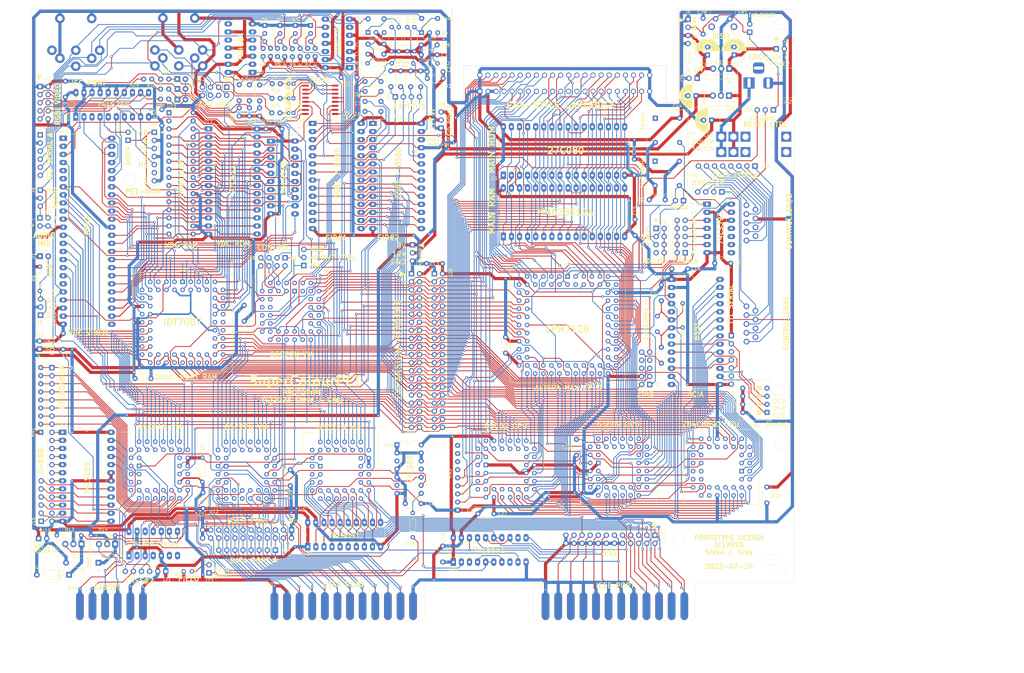
<source format=kicad_pcb>
(kicad_pcb (version 20211014) (generator pcbnew)
  (title_block (title "SuperColourPET") (date "2023-02-23") (rev "proto") (company "Steve J. Gray"))
  (layers (0 "F.Cu" signal) (31 "B.Cu" signal) (34 "B.Paste" user) (35 "F.Paste" user) (36 "B.SilkS" user "B.Silkscreen") (37 "F.SilkS" user "F.Silkscreen") (38 "B.Mask" user) (39 "F.Mask" user) (44 "Edge.Cuts" user))
  (net 0 "")
  (net 2 "IEC_ATN")
  (net 3 "IEC_CLK")
  (net 4 "IEC_DATA")
  (net 5 "IEC_RES")
  (net 6 "GND")
  (net 7 "12V")
  (net 8 "Net-(C36-Pad1)")
  (net 9 "Net-(C36-Pad2)")
  (net 10 "~{NMI}")
  (net 11 "~{IRQ}")
  (net 12 "Net-(C37-Pad1)")
  (net 13 "5V")
  (net 15 "Net-(C37-Pad2)")
  (net 16 "TxD")
  (net 17 "RxD")
  (net 18 "RED")
  (net 19 "GREEN")
  (net 20 "BLUE")
  (net 21 "INTENSITY")
  (net 22 "MONO")
  (net 23 "VDC_RC6")
  (net 24 "GRAPHOPT")
  (net 25 "PHI2")
  (net 26 "16MHz")
  (net 27 "8MHz")
  (net 28 "CPU_CLK")
  (net 29 "CLOCK")
  (net 30 "MA13")
  (net 31 "MA14")
  (net 32 "MA12")
  (net 33 "MA15")
  (net 34 "MA16")
  (net 35 "MA17")
  (net 36 "MA18")
  (net 37 "MA19")
  (net 38 "~{RAS}")
  (net 40 "Net-(Q2-Pad2)")
  (net 41 "Net-(Q3-Pad2)")
  (net 42 "Net-(Q4-Pad2)")
  (net 43 "Net-(Q5-Pad2)")
  (net 44 "1MHz")
  (net 45 "2MHz")
  (net 46 "4MHz")
  (net 48 "D7")
  (net 49 "D6")
  (net 50 "D5")
  (net 51 "D4")
  (net 52 "D3")
  (net 53 "D2")
  (net 54 "D1")
  (net 55 "D0")
  (net 56 "Net-(C41-Pad1)")
  (net 63 "HSYNC")
  (net 64 "VSYNC")
  (net 65 "A1")
  (net 66 "A4")
  (net 67 "A5")
  (net 68 "A0")
  (net 69 "A6")
  (net 70 "A2")
  (net 71 "A7")
  (net 72 "A3")
  (net 73 "A12")
  (net 74 "A13")
  (net 75 "A14")
  (net 76 "A15")
  (net 77 "A8")
  (net 78 "A9")
  (net 79 "A10")
  (net 81 "A11")
  (net 84 "Net-(C42-Pad2)")
  (net 85 "0.89MHz")
  (net 86 "1.78MHz")
  (net 87 "3.57MHz")
  (net 88 "7.15MHz")
  (net 89 "VDC_RC0")
  (net 90 "VDC_RC1")
  (net 91 "VDC_RC2")
  (net 92 "VDC_RC3")
  (net 93 "VDC_RC4")
  (net 94 "VDC_RC5")
  (net 95 "OE_UPPER")
  (net 96 "VDC_A7")
  (net 97 "VDC_A6")
  (net 98 "VDC_A5")
  (net 99 "VDC_A4")
  (net 100 "VDC_A3")
  (net 101 "VDC_A2")
  (net 102 "VDC_A1")
  (net 103 "VDC_A0")
  (net 104 "VDC_R")
  (net 106 "VDC_G")
  (net 108 "VDC_B")
  (net 109 "VDC_I")
  (net 110 "VDC_VS")
  (net 111 "VDC_HS")
  (net 112 "VD0")
  (net 113 "VD1")
  (net 114 "VD2")
  (net 115 "VD3")
  (net 116 "VD4")
  (net 117 "VD5")
  (net 118 "VD6")
  (net 119 "VD7")
  (net 122 "VDC_R~{W}")
  (net 123 "LPEN")
  (net 124 "~{CAS}")
  (net 131 "~{CTS}")
  (net 134 "~{DCD}")
  (net 135 "~{RTS}")
  (net 136 "~{DTR}")
  (net 137 "Net-(J12-Pad1)")
  (net 138 "~{DSR}")
  (net 147 "Net-(C4-Pad1)")
  (net 148 "VDC_DCLK")
  (net 149 "TDI")
  (net 150 "TMS")
  (net 151 "TCK")
  (net 152 "TDO")
  (net 159 "14.31818MHz")
  (net 161 "CASSMOTOR1")
  (net 162 "~{6809_FIRQ}")
  (net 163 "6809_BS")
  (net 164 "6809_BA")
  (net 166 "Net-(C1-Pad1)")
  (net 167 "JOY2_1")
  (net 169 "JOY2_2")
  (net 170 "JOY2_3")
  (net 173 "DIO1")
  (net 174 "DIO5")
  (net 175 "DIO2")
  (net 176 "DIO6")
  (net 177 "DIO3")
  (net 178 "DIO7")
  (net 179 "DIO4")
  (net 180 "DIO8")
  (net 181 "EOI")
  (net 182 "DAV")
  (net 183 "NDAC")
  (net 184 "IFC")
  (net 185 "ATN")
  (net 186 "KIN0")
  (net 187 "KIN1")
  (net 188 "KIN2")
  (net 189 "KIN3")
  (net 190 "KIN4")
  (net 191 "KIN5")
  (net 192 "KIN6")
  (net 193 "KIN7")
  (net 194 "KOUT0")
  (net 195 "KOUT1")
  (net 196 "KOUT2")
  (net 197 "KOUT3")
  (net 198 "KOUT4")
  (net 199 "KOUT5")
  (net 200 "KOUT6")
  (net 201 "KOUT7")
  (net 202 "KOUT8")
  (net 203 "KOUT9")
  (net 205 "VIDEO")
  (net 206 "~{SRQ_IN}")
  (net 207 "~{EOI}")
  (net 208 "DIAG")
  (net 209 "CASS1_READ")
  (net 210 "CASS2_READ")
  (net 211 "HDRIVE")
  (net 212 "CA1")
  (net 213 "USER0")
  (net 214 "USER1")
  (net 215 "USER2")
  (net 216 "USER3")
  (net 217 "USER4")
  (net 218 "USER5")
  (net 219 "USER6")
  (net 220 "USER7")
  (net 221 "CB2")
  (net 222 "IO_PULLUP")
  (net 231 "~{NDAC_OUT}")
  (net 232 "~{ATN_IN}")
  (net 238 "GRAPHIC")
  (net 239 "OE_VRAM")
  (net 240 "KOUT10")
  (net 241 "KOUT11")
  (net 242 "KOUT12")
  (net 243 "KOUT13")
  (net 244 "KOUT14")
  (net 245 "KOUT15")
  (net 246 "KEYD")
  (net 247 "KEYC")
  (net 248 "KEYB")
  (net 249 "KEYA")
  (net 250 "~{DS_RESET}")
  (net 251 "~{RESET}")
  (net 252 "JOY2_4")
  (net 253 "JOY2_5")
  (net 254 "JOY2_6")
  (net 255 "JOY2_7")
  (net 256 "JOY2_9")
  (net 257 "~{CS_ACIA}")
  (net 258 "~{X_RESET}")
  (net 259 "~{S0}")
  (net 261 "R{slash}~{W}")
  (net 262 "JOY1_1")
  (net 263 "JOY1_2")
  (net 265 "JOY1_3")
  (net 267 "JOY1_4")
  (net 268 "JOY1_5")
  (net 269 "JOY1_6")
  (net 270 "JOY1_7")
  (net 271 "JOY1_9")
  (net 272 "~{CS_RAM}")
  (net 277 "DO1")
  (net 279 "DO2")
  (net 280 "~{CS_ROM}")
  (net 281 "DO3")
  (net 282 "CART_IO1")
  (net 283 "~{GAME}")
  (net 284 "~{EXROM}")
  (net 285 "CART_IO2")
  (net 286 "~{ROML}")
  (net 287 "BA")
  (net 288 "~{ROMH}")
  (net 289 "Z80_MREQ")
  (net 290 "Z80_IOREQ")
  (net 292 "IO1_B0")
  (net 293 "IO1_B1")
  (net 294 "IO1_B2")
  (net 295 "IO1_B3")
  (net 296 "IO1_B4")
  (net 297 "Net-(C6-Pad1)")
  (net 298 "IO1_B5")
  (net 299 "Net-(C6-Pad2)")
  (net 300 "IO1_B6")
  (net 301 "Net-(C7-Pad1)")
  (net 302 "IO1_B7")
  (net 303 "Net-(C7-Pad2)")
  (net 304 "IO1_CB1")
  (net 305 "IO1_CB2")
  (net 306 "~{CS1}")
  (net 307 "~{CS2}")
  (net 308 "~{CS3}")
  (net 309 "~{CS4}")
  (net 310 "~{CS5}")
  (net 311 "~{CS6}")
  (net 312 "~{CS7}")
  (net 313 "~{CS8}")
  (net 314 "Net-(C39-Pad1)")
  (net 315 "AUDIO_OUT_R")
  (net 316 "Net-(C40-Pad2)")
  (net 317 "AUDIO_OUT_L")
  (net 318 "LUMA")
  (net 319 "COMPOSITE")
  (net 320 "AUDIO_IN")
  (net 321 "CHROMA")
  (net 322 "Net-(R11-Pad2)")
  (net 323 "Net-(R19-Pad2)")
  (net 324 "CTRL0")
  (net 325 "DO4")
  (net 326 "PIEZO")
  (net 327 "CTRL1")
  (net 328 "CTRL2")
  (net 329 "CTRL3")
  (net 330 "CTRL4")
  (net 331 "CTRL5")
  (net 332 "CTRL6")
  (net 333 "CTRL7")
  (net 334 "POTX2")
  (net 335 "POTY2")
  (net 336 "POTX1")
  (net 337 "POTY1")
  (net 338 "AUDIO_IN1")
  (net 339 "AUDIO_IN2")
  (net 340 "CASS1_SWITCH")
  (net 341 "CASS2_SWITCH")
  (net 342 "DO5")
  (net 347 "DO6")
  (net 348 "DO7")
  (net 349 "DO8")
  (net 350 "~{6502_HALT}")
  (net 352 "~{6809_HALT}")
  (net 353 "~{Z80_HALT}")
  (net 356 "EOI_OUT")
  (net 359 "DOTCLOCK")
  (net 360 "VDC_CLOCK")
  (net 361 "~{WAIT}")
  (net 364 "9V")
  (net 365 "Net-(D2-Pad1)")
  (net 366 "MOTOR1")
  (net 367 "MOTOR2")
  (net 368 "SIDPOWER")
  (net 369 "CASS_WRITE")
  (net 370 "NDAC_IN")
  (net 371 "NRFD_OUT")
  (net 372 "NRFD")
  (net 373 "DAV_OUT")
  (net 374 "ATN_OUT")
  (net 375 "NDAC_OUT")
  (net 376 "EOI_IN")
  (net 377 "Net-(D1-Pad2)")
  (net 378 "SRQ")
  (net 379 "Net-(D3-Pad1)")
  (net 380 "CASSMOTOR2")
  (net 384 "Gnd")
  (net 389 "Net-(C32-Pad1)")
  (net 390 "Net-(C32-Pad2)")
  (net 391 "Net-(C45-Pad1)")
  (net 392 "Net-(C45-Pad2)")
  (net 393 "Net-(C46-Pad1)")
  (net 394 "Net-(C46-Pad2)")
  (net 395 "Net-(C47-Pad1)")
  (net 396 "Net-(C47-Pad2)")
  (net 397 "Net-(C48-Pad1)")
  (net 398 "Net-(C48-Pad2)")
  (net 399 "Net-(C49-Pad1)")
  (net 400 "Net-(C49-Pad2)")
  (net 402 "Net-(D4-Pad2)")
  (net 403 "CB2SOUND")
  (net 404 "Net-(UD3-Pad8)")
  (footprint "Capacitor_THT:C_Disc_D4.7mm_W2.5mm_P5.00mm" (layer "F.Cu") (at 283.4832 148.6789 90)
    (fp_text reference "C1")
    (fp_text value "10K")
  )
  (footprint "Capacitor_THT:C_Disc_D4.7mm_W2.5mm_P5.00mm" (layer "F.Cu") (at 123.2 173.0883 180)
    (fp_text reference "C11")
    (fp_text value "0.1")
  )
  (footprint "Package_TO_SOT_THT:TO-92_Inline_Wide" (layer "F.Cu") (at 168.5232 62.1746 -90)
    (fp_text reference "Q3")
    (fp_text value "2N3904")
  )
  (footprint "Package_DIP:DIP-32_W7.62mm" (layer "F.Cu") (at 128.8192 89.6239)
    (fp_text reference "U23")
    (fp_text value "UM61512A")
  )
  (footprint "Connector_PinHeader_2.54mm:PinHeader_1x03_P2.54mm_Vertical" (layer "F.Cu") (at 171.2 137.6 180)
    (fp_text reference "J2")
    (fp_text value "GRAPHSEL")
  )
  (footprint "Connector_PinHeader_2.54mm:PinHeader_1x02_P2.54mm_Vertical" (layer "F.Cu") (at 116 98.275 180)
    (fp_text reference "J38")
    (fp_text value "VID-GRN")
  )
  (footprint "Connector_PinHeader_2.54mm:PinHeader_1x06_P2.54mm_Vertical" (layer "F.Cu") (at 127.8382 233.6546 -90)
    (fp_text reference "J21")
    (fp_text value "CASS2")
  )
  (footprint "Package_TO_SOT_THT:TO-92_Inline_Wide" (layer "F.Cu") (at 158.9272 62.1746 -90)
    (fp_text reference "Q5")
    (fp_text value "2N3904")
  )
  (footprint "Capacitor_THT:C_Disc_D4.7mm_W2.5mm_P5.00mm" (layer "F.Cu") (at 166.948 206.7687 90)
    (fp_text reference "C29")
    (fp_text value "0.1")
  )
  (footprint "Package_LCC:PLCC-44_THT-Socket" (layer "F.Cu") (at 308.681211 202.1834 -90)
    (fp_text reference "U84")
    (fp_text value "Z80CPU-LCC")
  )
  (footprint "Resistor_THT:R_Axial_DIN0207_L6.3mm_D2.5mm_P2.54mm_Vertical" (layer "F.Cu") (at 126.205 85.325)
    (fp_text reference "R27")
    (fp_text value "75R")
  )
  (footprint "Package_TO_SOT_THT:TO-220-3_Vertical" (layer "F.Cu") (at 101.3714 225.0694 180)
    (fp_text reference "Q7")
    (fp_text value "TIP110")
  )
  (footprint "LED_THT:LED_D3.0mm" (layer "F.Cu") (at 88.375 134.675)
    (fp_text reference "D1")
    (fp_text value "LED")
  )
  (footprint "KU-14194HB-RevB-KiCad:AV_CON_DIN8" (layer "F.Cu") (at 131.9252 69.9059)
    (fp_text reference "CN10" hide)
    (fp_text value "AV_CONN")
  )
  (footprint "Connector_PinHeader_2.54mm:PinHeader_2x04_P2.54mm_Vertical" (layer "F.Cu") (at 165.3 135.16 -90)
    (fp_text reference "J39")
    (fp_text value "Control")
  )
  (footprint "Capacitor_THT:CP_Radial_D7.5mm_P2.50mm" (layer "F.Cu") (at 297.9612 71.4629 90)
    (fp_text reference "C31")
    (fp_text value "10uF")
  )
  (footprint "Connector_BarrelJack:BarrelJack_Horizontal" (layer "F.Cu") (at 311.0112 80.2767 180)
    (fp_text reference "J12")
    (fp_text value "POWER_IN")
  )
  (footprint "Capacitor_THT:C_Disc_D4.7mm_W2.5mm_P5.00mm" (layer "F.Cu") (at 208.0452 212.3567 180)
    (fp_text reference "C12")
    (fp_text value "0.1")
  )
  (footprint "Oscillator:Oscillator_DIP-8" (layer "F.Cu") (at 281.5082 104.8512 -90)
    (fp_text reference "X10")
    (fp_text value "CXO_DIP8")
  )
  (footprint "Resistor_THT:R_Axial_DIN0207_L6.3mm_D2.5mm_P2.54mm_Vertical" (layer "F.Cu") (at 154.1 90.645 90)
    (fp_text reference "R16")
    (fp_text value "75R")
  )
  (footprint "KU-14194HB-RevB-KiCad:EDGE_CON_24P" (layer "F.Cu") (at 247.1152 244.5639)
    (fp_text reference "J33")
    (fp_text value "IEEE")
  )
  (footprint "Connector_PinHeader_2.54mm:PinHeader_2x02_P2.54mm_Vertical" (layer "F.Cu") (at 88.325 122.65)
    (fp_text reference "J14")
    (fp_text value "AUDIOMIX")
  )
  (footprint "KU-14194HB-RevB-KiCad:EXPANSION_PORT" (layer "F.Cu") (at 226.4602 82.8929)
    (fp_text reference "CN2" hide)
    (fp_text value "EXPANSION_PORT")
  )
  (footprint "Package_LCC:PLCC-44_THT-Socket" (layer "F.Cu") (at 168.2942 145.6309)
    (fp_text reference "U6")
    (fp_text value "W65C22NxPL")
  )
  (footprint "Resistor_THT:R_Axial_DIN0204_L3.6mm_D1.6mm_P7.62mm_Horizontal" (layer "F.Cu") (at 198.755 70.3326 90)
    (fp_text reference "R19")
    (fp_text value "1K")
  )
  (footprint "Connector_PinHeader_2.54mm:PinHeader_2x20_P2.54mm_Vertical" (layer "F.Cu") (at 212.1972 140.1699)
    (fp_text reference "J20")
    (fp_text value "Expansion")
  )
  (footprint "Capacitor_THT:CP_Radial_D7.5mm_P2.50mm" (layer "F.Cu") (at 306.3432 71.4629 90)
    (fp_text reference "C18")
    (fp_text value "10uF")
  )
  (footprint "Capacitor_THT:C_Disc_D4.7mm_W2.5mm_P5.00mm" (layer "F.Cu") (at 213.0806 71.4248 180)
    (fp_text reference "C3")
    (fp_text value ".1")
  )
  (footprint "Package_LCC:PLCC-44_THT-Socket" (layer "F.Cu") (at 263.6712 199.6059 90)
    (fp_text reference "U10")
    (fp_text value "MC6809E-PLCC")
  )
  (footprint "Connector_PinHeader_2.54mm:PinHeader_1x02_P2.54mm_Vertical" (layer "F.Cu") (at 319.5462 69.5579 90)
    (fp_text reference "J18")
    (fp_text value "POWER12V")
  )
  (footprint "Package_DIP:DIP-14_W7.62mm_LongPads" (layer "F.Cu") (at 185.575 75.465 180)
    (fp_text reference "U1")
    (fp_text value "74HC14")
  )
  (footprint "Connector_PinHeader_2.54mm:PinHeader_1x02_P2.54mm_Vertical" (layer "F.Cu") (at 294.71 78.8035 -90)
    (fp_text reference "J26")
    (fp_text value "POWER5V")
  )
  (footprint "Resistor_THT:R_Axial_DIN0204_L3.6mm_D1.6mm_P7.62mm_Horizontal" (layer "F.Cu") (at 104.3178 222.377)
    (fp_text reference "R14")
    (fp_text value "R")
  )
  (footprint "Capacitor_THT:C_Disc_D4.7mm_W2.5mm_P5.00mm" (layer "F.Cu") (at 154.1 85.83 90)
    (fp_text reference "C45")
    (fp_text value "0.1")
  )
  (footprint "Connector_PinHeader_2.54mm:PinHeader_2x04_P2.54mm_Vertical" (layer "F.Cu") (at 281.8272 125.9559)
    (fp_text reference "J32")
    (fp_text value "VDC Clock")
  )
  (footprint "Button_Switch_THT:SW_Tactile_SPST_Angled_PTS645Vx58-2LFS" (layer "F.Cu") (at 300.5122 60.1104)
    (fp_text reference "SW1")
    (fp_text value "RESET")
  )
  (footprint "Capacitor_THT:C_Disc_D4.7mm_W2.5mm_P5.00mm" (layer "F.Cu") (at 201.6012 81.4712 90)
    (fp_text reference "C38")
    (fp_text value "1800pF")
  )
  (footprint "Package_TO_SOT_THT:TO-220-3_Vertical" (layer "F.Cu") (at 111.9632 225.0694 180)
    (fp_text reference "Q8")
    (fp_text value "TIP110")
  )
  (footprint "Capacitor_THT:C_Disc_D4.7mm_W2.5mm_P5.00mm" (layer "F.Cu") (at 214.8 230.7 90)
    (fp_text reference "C19")
    (fp_text value "0.1")
  )
  (footprint "Diode_THT:D_A-405_P10.16mm_Horizontal" (layer "F.Cu") (at 106.68 230.9368 180)
    (fp_text reference "D3")
    (fp_text value "7V5")
  )
  (footprint "Capacitor_THT:CP_Radial_D7.5mm_P2.50mm" (layer "F.Cu") (at 299.274994 91.9607 180)
    (fp_text reference "C43")
    (fp_text value "10uF")
  )
  (footprint "Crystal:Crystal_HC49-U_Vertical" (layer "F.Cu") (at 282.2132 153.5049 -90)
    (fp_text reference "X3")
    (fp_text value "1.8432 MHz, HC49U")
  )
  (footprint "Package_TO_SOT_THT:TO-92_Inline_Wide" (layer "F.Cu") (at 191.3382 64.4144)
    (fp_text reference "Q1")
    (fp_text value "2SC1815")
  )
  (footprint "Resistor_THT:R_Axial_DIN0204_L3.6mm_D1.6mm_P7.62mm_Horizontal" (layer "F.Cu") (at 205.8924 70.3326 90)
    (fp_text reference "R23")
    (fp_text value "1K")
  )
  (footprint "Connector_PinHeader_2.54mm:PinHeader_2x05_P2.54mm_Vertical" (layer "F.Cu") (at 290.9762 133.5659 180)
    (fp_text reference "J24")
    (fp_text value "CPU Clock")
  )
  (footprint "KU-14194HB-RevB-KiCad:EDGE_CON_24P" (layer "F.Cu") (at 161.9452 244.5639)
    (fp_text reference "J30")
    (fp_text value "USERPORT")
  )
  (footprint "Package_DIP:DIP-28_W15.24mm_LongPads" (layer "F.Cu") (at 173.937 92.98)
    (fp_text reference "U13")
    (fp_text value "6581")
  )
  (footprint "Resistor_THT:R_Axial_DIN0204_L3.6mm_D1.6mm_P7.62mm_Horizontal" (layer "F.Cu") (at 93.6498 222.3262)
    (fp_text reference "R13")
    (fp_text value "R")
  )
  (footprint "Capacitor_THT:C_Disc_D4.7mm_W2.5mm_P5.00mm" (layer "F.Cu") (at 291.7602 138.6459 180)
    (fp_text reference "C16")
    (fp_text value "0.1")
  )
  (footprint "Diode_THT:D_A-405_P2.54mm_Vertical_AnodeUp" (layer "F.Cu") (at 131.46 79.05)
    (fp_text reference "D6")
    (fp_text value "D")
  )
  (footprint "Capacitor_THT:C_Disc_D4.7mm_W2.5mm_P5.00mm" (layer "F.Cu") (at 230.876 215.5571 180)
    (fp_text reference "C27")
    (fp_text value "0.1")
  )
  (footprint "Resistor_THT:R_Axial_DIN0207_L6.3mm_D2.5mm_P2.54mm_Vertical" (layer "F.Cu") (at 165.1992 69.4136 -90)
    (fp_text reference "R5")
    (fp_text value "1K")
  )
  (footprint "Connector_PinHeader_2.54mm:PinHeader_2x05_P2.54mm_Vertical" (layer "F.Cu") (at 279.8256 174.9679 180)
    (fp_text reference "J1")
    (fp_text value "JTAG")
  )
  (footprint "Connector_PinHeader_2.54mm:PinHeader_1x07_P2.54mm_Vertical" (layer "F.Cu") (at 305.4542 159.5959)
    (fp_text reference "J16")
    (fp_text value "TTL Header")
  )
  (footprint "Resistor_THT:R_Axial_DIN0207_L6.3mm_D2.5mm_P2.54mm_Vertical" (layer "F.Cu") (at 160.7322 69.3882 -90)
    (fp_text reference "R7")
    (fp_text value "1K")
  )
  (footprint "Capacitor_THT:C_Disc_D4.7mm_W2.5mm_P5.00mm" (layer "F.Cu") (at 150.9 85.81 90)
    (fp_text reference "C46")
    (fp_text value "0.1")
  )
  (footprint "Capacitor_THT:C_Disc_D4.7mm_W2.5mm_P5.00mm" (layer "F.Cu") (at 190.425 86.05)
    (fp_text reference "C7")
    (fp_text value "470pF")
  )
  (footprint "Package_DIP:DIP-14_W7.62mm_LongPads" (layer "F.Cu") (at 297.8342 118.3259)
    (fp_text reference "U8")
    (fp_text value "74LS393")
  )
  (footprint "Capacitor_THT:C_Disc_D4.7mm_W2.5mm_P5.00mm" (layer "F.Cu") (at 198.5278 81.4496 90)
    (fp_text reference "C35")
    (fp_text value "1800pF")
  )
  (footprint "Connector_PinHeader_2.54mm:PinHeader_1x04_P2.54mm_Vertical" (layer "F.Cu") (at 291.8652 60.2615)
    (fp_text reference "J5")
    (fp_text value "DS OPT")
  )
  (footprint "Connector_PinHeader_2.54mm:PinHeader_1x02_P2.54mm_Vertical" (layer "F.Cu") (at 141.425 234.125 180)
    (fp_text reference "J23")
    (fp_text value "PIEZO ENABLE")
  )
  (footprint "Capacitor_THT:C_Disc_D4.7mm_W2.5mm_P5.00mm" (layer "F.Cu") (at 204.7508 81.4712 90)
    (fp_text reference "C5")
    (fp_text value "1800pF")
  )
  (footprint "Package_DIP:DIP-20_W7.62mm_LongPads" (layer "F.Cu") (at 218.14 230.72 90)
    (fp_text reference "U25")
    (fp_text value "74LS641")
  )
  (footprint "Resistor_THT:R_Axial_DIN0207_L6.3mm_D2.5mm_P2.54mm_Vertical" (layer "F.Cu") (at 157.3 90.645 90)
    (fp_text reference "R15")
    (fp_text value "75R")
  )
  (footprint "Capacitor_THT:C_Disc_D4.7mm_W2.5mm_P5.00mm" (layer "F.Cu") (at 234.5628 160.0835 -90)
    (fp_text reference "C30")
    (fp_text value "0.1")
  )
  (footprint "Capacitor_THT:C_Disc_D4.7mm_W2.5mm_P5.00mm" (layer "F.Cu") (at 191.3382 68.072)
    (fp_text reference "C41")
    (fp_text value "NC")
  )
  (footprint "Package_DIP:DIP-28_W15.24mm_LongPads" (layer "F.Cu") (at 286.6582 141.9479)
    (fp_text reference "U19")
    (fp_text value "6551")
  )
  (footprint "Connector_PinHeader_2.54mm:PinHeader_1x02_P2.54mm_Vertical" (layer "F.Cu") (at 87.879 223.3168 90)
    (fp_text reference "J19")
    (fp_text value "POWER5V")
  )
  (footprint "Capacitor_THT:C_Disc_D4.7mm_W2.5mm_P5.00mm" (layer "F.Cu") (at 256.8132 192.1891 -90)
    (fp_text reference "C26")
    (fp_text value "0.1")
  )
  (footprint "Capacitor_THT:C_Disc_D4.7mm_W2.5mm_P5.00mm" (layer "F.Cu") (at 300.228 136.8806)
    (fp_text reference "C21")
    (fp_text value "0.1")
  )
  (footprint "Connector_PinHeader_2.54mm:PinHeader_1x02_P2.54mm_Vertical" (layer "F.Cu") (at 88.208 163.8427 180)
    (fp_text reference "J10")
    (fp_text value "POWER5V")
  )
  (footprint "Connector_PinHeader_2.54mm:PinHeader_1x02_P2.54mm_Vertical" (layer "F.Cu") (at 311.2008 64.3128 180)
    (fp_text reference "J7")
    (fp_text value "RESET")
  )
  (footprint "Capacitor_THT:C_Disc_D4.7mm_W2.5mm_P5.00mm" (layer "F.Cu") (at 274.9996 104.2181 -90)
    (fp_text reference "C20")
    (fp_text value "0.1")
  )
  (footprint "Resistor_THT:R_Axial_DIN0204_L3.6mm_D1.6mm_P7.62mm_Horizontal" (layer "F.Cu") (at 191.2112 74.0918)
    (fp_text reference "R20")
    (fp_text value "10K")
  )
  (footprint "Resistor_THT:R_Axial_DIN0207_L6.3mm_D2.5mm_P2.54mm_Vertical" (layer "F.Cu") (at 161.26 80.5)
    (fp_text reference "R24")
    (fp_text value "75R")
  )
  (footprint "Package_TO_SOT_THT:TO-220-3_Vertical" (layer "F.Cu") (at 304.8192 75.7555 180)
    (fp_text reference "U4")
    (fp_text value "LM7805_TO220")
  )
  (footprint "Package_DIP:DIP-48_W15.24mm_LongPads" (layer "F.Cu") (at 95.6248 97.6249)
    (fp_text reference "U18")
    (fp_text value "8563")
  )
  (footprint "Connector_PinHeader_2.54mm:PinHeader_1x03_P2.54mm_Vertical" (layer "F.Cu") (at 88.4112 113.9063)
    (fp_text reference "J9")
    (fp_text value "AUDIO")
  )
  (footprint "Connector_PinHeader_2.54mm:PinHeader_1x08_P2.54mm_Vertical" (layer "F.Cu") (at 162.2552 226.9998 -90)
    (fp_text reference "J34")
    (fp_text value "USERDATA")
  )
  (footprint "Connector_PinHeader_2.54mm:PinHeader_1x03_P2.54mm_Vertical" (layer "F.Cu") (at 205.3 131.1)
    (fp_text reference "J4")
    (fp_text value "POWER TAP")
  )
  (footprint "Capacitor_THT:C_Disc_D4.7mm_W2.5mm_P5.00mm" (layer "F.Cu") (at 316.6048 207.1751 -90)
    (fp_text reference "C25")
    (fp_text value "0.1")
  )
  (footprint "Capacitor_THT:C_Disc_D4.7mm_W2.5mm_P5.00mm" (layer "F.Cu") (at 190.425 82.925)
    (fp_text reference "C37")
    (fp_text value "470pF")
  )
  (footprint "Package_TO_SOT_THT:TO-92_Inline_Wide" (layer "F.Cu") (at 163.7182 62.1746 -90)
    (fp_text reference "Q4")
    (fp_text value "2N3904")
  )
  (footprint "Connector_PinHeader_2.54mm:PinHeader_1x03_P2.54mm_Vertical" (layer "F.Cu") (at 214.3 94.45 180)
    (fp_text reference "J28")
    (fp_text value "SIDPWR")
  )
  (footprint "Connector_PinHeader_2.54mm:PinHeader_1x02_P2.54mm_Vertical" (layer "F.Cu") (at 290.4286 117.221 -90)
    (fp_text reference "J27")
    (fp_text value "NO-X10")
  )
  (footprint "Capacitor_THT:CP_Radial_D7.5mm_P2.50mm" (layer "F.Cu") (at 294.347394 84.2899 180)
    (fp_text reference "C44")
    (fp_text value "10uF")
  )
  (footprint "Connector_PinHeader_2.54mm:PinHeader_2x20_P2.54mm_Vertical" (layer "F.Cu") (at 204.9972 140.1699)
    (fp_text reference "J17")
    (fp_text value "Expansion")
  )
  (footprint "Capacitor_THT:C_Disc_D4.7mm_W2.5mm_P5.00mm" (layer "F.Cu") (at 159.3172 94.7039)
    (fp_text reference "C10")
    (fp_text value "0.1")
  )
  (footprint "Capacitor_THT:C_Disc_D4.7mm_W2.5mm_P5.00mm" (layer "F.Cu") (at 96.3 84.7 90)
    (fp_text reference "C9")
    (fp_text value "0.1")
  )
  (footprint "Diode_THT:D_A-405_P10.16mm_Horizontal" (layer "F.Cu") (at 97.4852 234.7214 180)
    (fp_text reference "D2")
    (fp_text value "7V5")
  )
  (footprint "Package_LCC:PLCC-84_THT-Socket" (layer "F.Cu") (at 254.0192 141.0335)
    (fp_text reference "U9")
    (fp_text value "EPM7128S")
  )
  (footprint "Capacitor_THT:C_Disc_D4.7mm_W2.5mm_P5.00mm" (layer "F.Cu") (at 283.4832 163.2839 -90)
    (fp_text reference "C4")
    (fp_text value "22pF")
  )
  (footprint "Package_LCC:PLCC-44_THT-Socket" (layer "F.Cu") (at 146.7804 200.6092 90)
    (fp_text reference "U12")
    (fp_text value "W65C22NxPL")
  )
  (footprint "Capacitor_THT:C_Disc_D4.7mm_W2.5mm_P5.00mm" (layer "F.Cu") (at 157.3 85.87 90)
    (fp_text reference "C32")
    (fp_text value "0.1")
  )
  (footprint "Connector_PinHeader_2.54mm:PinHeader_1x03_P2.54mm_Vertical" (layer "F.Cu") (at 88.5128 153.1747 180)
    (fp_text reference "J8")
    (fp_text value "POWER LED")
  )
  (footprint "Capacitor_THT:CP_Radial_D4.0mm_P1.50mm" (layer "F.Cu") (at 167.925 89.725 180)
    (fp_text reference "C48")
    (fp_text value "220uF")
  )
  (footprint "Capacitor_THT:C_Disc_D4.7mm_W2.5mm_P5.00mm" (layer "F.Cu") (at 207.875 81.475 90)
    (fp_text reference "C8")
    (fp_text value "1800pF")
  )
  (footprint "Package_DIP:DIP-20_W7.62mm_LongPads" (layer "F.Cu") (at 99.6 90.9089 90)
    (fp_text reference "U16")
    (fp_text value "74LS244")
  )
  (footprint "Connector_PinHeader_2.54mm:PinHeader_2x12_P2.54mm_Vertical" (layer "F.Cu") (at 281.44 222.3 -90)
    (fp_text reference "J25")
    (fp_text value "IEEE")
  )
  (footprint "Capacitor_THT:C_Disc_D4.7mm_W2.5mm_P5.00mm" (layer "F.Cu") (at 214.7362 136.9949 180)
    (fp_text reference "C13")
    (fp_text value "0.1")
  )
  (footprint "Capacitor_THT:C_Disc_D4.7mm_W2.5mm_P5.00mm" (layer "F.Cu") (at 182.875 78.525)
    (fp_text reference "C23")
    (fp_text value "0.1")
  )
  (footprint "Resistor_THT:R_Axial_DIN0207_L6.3mm_D2.5mm_P2.54mm_Vertical" (layer "F.Cu") (at 126.21 82.175)
    (fp_text reference "R30")
    (fp_text value "75R")
  )
  (footprint "Capacitor_THT:C_Disc_D4.7mm_W2.5mm_P5.00mm" (layer "F.Cu") (at 126.6 88.625 -90)
    (fp_text reference "C50")
    (fp_text value "0.1")
  )
  (footprint "Connector_PinHeader_2.54mm:PinHeader_2x12_P2.54mm_Vertical" (layer "F.Cu") (at 167.3352 220.6498 -90)
    (fp_text reference "J31")
    (fp_text value "USERPORT")
  )
  (footprint "Resistor_THT:R_Axial_DIN0204_L3.6mm_D1.6mm_P7.62mm_Horizontal" (layer "F.Cu") (at 203.6826 70.3326 90)
    (fp_text reference "R11")
    (fp_text value "1K")
  )
  (footprint "Package_DIP:DIP-20_W7.62mm_LongPads" (layer "F.Cu") (at 172.4344 225.9203 90)
    (fp_text reference "U24")
    (fp_text value "74LS641")
  )
  (footprint "Capacitor_THT:C_Disc_D4.7mm_W2.5mm_P5.00mm" (layer "F.Cu") (at 190.4 89.2)
    (fp_text reference "C6")
    (fp_text value "470pF")
  )
  (footprint "Package_DIP:DIP-28_W15.24mm_LongPads" (layer "F.Cu") (at 141.2432 94.7039)
    (fp_text reference "U17")
    (fp_text value "27C512")
  )
  (footprint "Resistor_THT:R_Axial_DIN0207_L6.3mm_D2.5mm_P2.54mm_Vertical" (layer "F.Cu") (at 172.4 71.94 90)
    (fp_text reference "R2")
    (fp_text value "4K7")
  )
  (footprint "Capacitor_THT:C_Disc_D4.7mm_W2.5mm_P5.00mm" (layer "F.Cu") (at 213.0514 68.326 180)
    (fp_text reference "C39")
    (fp_text value "NC")
  )
  (footprint "Capacitor_THT:C_Disc_D4.7mm_W2.5mm_P5.00mm" (layer "F.Cu") (at 284.6832 116.9416 180)
    (fp_text reference "C22")
    (fp_text value "0.1")
  )
  (footprint "Package_LCC:PLCC-68_THT-Socket" (layer "F.Cu") (at 133.1152 142.7099)
    (fp_text reference "U20")
    (fp_text value "IDT7007PLCC")
  )
  (footprint "Package_DIP:DIP-20_W7.62mm_LongPads" (layer "F.Cu") (at 160.8012 98.5139)
    (fp_text reference "U15")
    (fp_text value "74LS573")
  )
  (footprint "Resistor_THT:R_Axial_DIN0204_L3.6mm_D1.6mm_P7.62mm_Horizontal" (layer "F.Cu") (at 201.0156 70.358 90)
    (fp_text reference "R21")
    (fp_text value "1K")
  )
  (footprint "Package_DIP:DIP-32_W15.24mm_LongPads" (layer "F.Cu") (at 233.8516 109.2581 90)
    (fp_text reference "U11")
    (fp_text value "27C080")
  )
  (footprint "KU-14194HB-RevB-KiCad:SERIAL_CON_DIN6" (layer "F.Cu") (at 99.5812 70.0075)
    (fp_text reference "CN1" hide)
    (fp_text value "SERIAL_BUS_CON")
  )
  (footprint "Connector_PinHeader_2.54mm:PinHeader_2x04_P2.54mm_Vertical" (layer "F.Cu") (at 146.97 81.61 -90)
    (fp_text reference "J13")
    (fp_text value "AV HEADER")
  )
  (footprint "Resistor_THT:R_Axial_DIN0207_L6.3mm_D2.5mm_P2.54mm_Vertical" (layer "F.Cu") (at 120.885 79.05)
    (fp_text reference "R29")
    (fp_text value "75R")
  )
  (footprint "TestPoint:TestPoint_2Pads_Pitch2.54mm_Drill0.8mm" (layer "F.Cu") (at 136.017 233.6546 180)
    (fp_text reference "MT1")
    (fp_text value "Piezo")
  )
  (footprint "Connector_PinHeader_2.54mm:PinHeader_1x06_P2.54mm_Vertical" (layer "F.Cu") (at 88.4112 96.5835)
    (fp_text reference "J11")
    (fp_text value "IEC Header")
  )
  (footprint "Resistor_THT:R_Axial_DIN0207_L6.3mm_D2.5mm_P2.54mm_Vertical" (layer "F.Cu") (at 174.7496 69.4136 -90)
    (fp_text reference "R1")
    (fp_text value "1K")
  )
  (footprint "Capacitor_THT:C_Disc_D4.7mm_W2.5mm_P5.00mm" (layer "F.Cu") (at 208.21 60)
    (fp_text reference "C40")
    (fp_text value ".1")
  )
  (footprint "KU-14194HB-RevB-KiCad:EDGE_CON_12P_TAPE" (layer "F.Cu") (at 100.8632 244.5639)
    (fp_text reference "CN6")
    (fp_text value "CASS1")
  )
  (footprint "Resistor_THT:R_Axial_DIN0207_L6.3mm_D2.5mm_P2.54mm_Vertical" (layer "F.Cu") (at 126.25 79.075)
    (fp_text reference "R28")
    (fp_text value "75R")
  )
  (footprint "Capacitor_THT:C_Disc_D4.7mm_W2.5mm_P5.00mm" (layer "F.Cu") (at 214.9056 76.7334 180)
    (fp_text reference "C2")
    (fp_text value ".1")
  )
  (footprint "Capacitor_THT:C_Disc_D4.7mm_W2.5mm_P5.00mm" (layer "F.Cu") (at 195.425 79.8 180)
    (fp_text reference "C36")
    (fp_text value "470pF")
  )
  (footprint "Diode_THT:D_A-405_P2.54mm_Vertical_AnodeUp" (layer "F.Cu") (at 131.485 82.125)
    (fp_text reference "D5")
    (fp_text value "D")
  )
  (footprint "Resistor_THT:R_Axial_DIN0207_L6.3mm_D2.5mm_P2.54mm_Vertical" (layer "F.Cu") (at 161.135 89.675)
    (fp_text reference "R25")
    (fp_text value "75R")
  )
  (footprint "Package_DIP:DIP-14_W7.62mm_LongPads" (layer "F.Cu") (at 155.0746 76.9404 180)
    (fp_text reference "U22")
    (fp_text value "74LS04")
  )
  (footprint "Package_DIP:DIP-24_W15.24mm_LongPads" (layer "F.Cu") (at 95.4024 189.9666)
    (fp_text reference "UE1")
    (fp_text value "74159")
  )
  (footprint "Resistor_THT:R_Axial_DIN0207_L6.3mm_D2.5mm_P2.54mm_Vertical" (layer "F.Cu") (at 150.9 90.645 90)
    (fp_text reference "R17")
    (fp_text value "75R")
  )
  (footprint "Capacitor_THT:C_Disc_D4.7mm_W2.5mm_P5.00mm" (layer "F.Cu") (at 191.38 60.13)
    (fp_text reference "C42")
    (fp_text value ".1")
  )
  (footprint "Resistor_THT:R_Axial_DIN0207_L6.3mm_D2.5mm_P2.54mm_Vertical" (layer "F.Cu") (at 158.4 71.94 90)
    (fp_text reference "R8")
    (fp_text value "4K7")
  )
  (footprint "Package_TO_SOT_THT:TO-92_Inline_Wide" (layer "F.Cu") (at 208.153 64.4652)
    (fp_text reference "Q6")
    (fp_text value "2SC1815")
  )
  (footprint "Capacitor_THT:C_Disc_D4.7mm_W2.5mm_P5.00mm" (layer "F.Cu") (at 139.516 208.9023 -90)
    (fp_text reference "C24")
    (fp_text value "0.1")
  )
  (footprint "Oscillator:Oscillator_DIP-8" (layer "F.Cu") (at 281.5844 91.3384 -90)
    (fp_text reference "X1")
    (fp_text value "CXO_DIP8")
  )
  (footprint "Diode_THT:D_A-405_P2.54mm_Vertical_AnodeUp" (layer "F.Cu") (at 131.485 85.45)
    (fp_text reference "D4")
    (fp_text value "D")
  )
  (footprint "Capacitor_THT:C_Disc_D4.7mm_W2.5mm_P5.00mm" (layer "F.Cu") (at 152.47 150.0759 -90)
    (fp_text reference "C14")
    (fp_text value "0.1")
  )
  (footprint "Capacitor_THT:C_Disc_D4.7mm_W2.5mm_P5.00mm" (layer "F.Cu") (at 95.6248 163.9189 90)
    (fp_text reference "C17")
    (fp_text value "0.1")
  )
  (footprint "Capacitor_THT:C_Disc_D4.7mm_W2.5mm_P5.00mm" (layer "F.Cu") (at 296.5896 59.9351 -90)
    (fp_text reference "C28")
    (fp_text value "0.01uf *")
  )
  (footprint "Capacitor_THT:C_Disc_D4.7mm_W2.5mm_P5.00mm" (layer "F.Cu") (at 214.9602 78.8416 180)
    (fp_text reference "C33")
    (fp_text value ".1")
  )
  (footprint "Resistor_THT:R_Array_SIP9" (layer "F.Cu") (at 219.5 214.42 90)
    (fp_text reference "RN3")
    (fp_text value "CPU pullups")
  )
  (footprint "Connector_PinHeader_2.54mm:PinHeader_1x06_P2.54mm_Vertical" (layer "F.Cu") (at 88.6968 217.9066 180)
    (fp_text reference "J15")
    (fp_text value "Extended Kbd")
  )
  (footprint "Capacitor_THT:CP_Radial_D4.0mm_P1.50mm" (layer "F.Cu") (at 167.925 85.1 180)
    (fp_text reference "C49")
    (fp_text value "220uF")
  )
  (footprint "Resistor_THT:R_Array_SIP9" (layer "F.Cu") (at 88.5698 189.9666 90)
    (fp_text reference "RN1")
    (fp_text value "10K")
  )
  (footprint "Capacitor_THT:C_Disc_D4.7mm_W2.5mm_P5.00mm" (layer "F.Cu") (at 191.3166 71.2216)
    (fp_text reference "C34")
    (fp_text value ".1")
  )
  (footprint "Resistor_THT:R_Axial_DIN0204_L3.6mm_D1.6mm_P7.62mm_Horizontal" (layer "F.Cu") (at 139.3128 205.5495 90)
    (fp_text reference "R10")
    (fp_text value "1K")
  )
  (footprint "Package_TO_SOT_THT:TO-220-3_Vertical" (layer "F.Cu") (at 304.7176 84.2391 180)
    (fp_text reference "U26")
    (fp_text value "LM7809_TO220")
  )
  (footprint "Resistor_THT:R_Axial_DIN0204_L3.6mm_D1.6mm_P7.62mm_Horizontal" (layer "F.Cu") (at 205.4 222.945 90)
    (fp_text reference "R18")
    (fp_text value "10 ohm")
  )
  (footprint "Resistor_THT:R_Axial_DIN0204_L3.6mm_D1.6mm_P7.62mm_Horizontal" (layer "F.Cu") (at 213.1822 74.1426 180)
    (fp_text reference "R22")
    (fp_text value "10K")
  )
  (footprint "Button_Switch_THT:SW_DIP_SPSTx04_Slide_9.78x12.34mm_W7.62mm_P2.54mm" (layer "F.Cu") (at 316.6618 183.7436 180)
    (fp_text reference "SW3")
    (fp_text value "COM Lines")
  )
  (footprint "KU-14194HB-RevB-KiCad:JOYPORT_DB9" (layer "F.Cu") (at 313.0432 155.9504 90)
    (fp_text reference "CN9" hide)
    (fp_text value "CONTROL_PORT")
  )
  (footprint "Connector_PinHeader_2.54mm:PinHeader_1x08_P2.54mm_Vertical" (layer "F.Cu") (at 312.8876 106.3498 -90)
    (fp_text reference "J35")
    (fp_text value "USERJOY")
  )
  (footprint "KU-14194HB-RevB-KiCad:JOYPORT_DB9" (layer "F.Cu") (at 313.0432 124.2004 90)
    (fp_text reference "CN8" hide)
    (fp_text value "CONTROL_PORT")
  )
  (footprint "Resistor_THT:R_Axial_DIN0204_L3.6mm_D1.6mm_P7.62mm_Horizontal" (layer "F.Cu") (at 88.3096 145.585 90)
    (fp_text reference "R9")
    (fp_text value "10K")
  )
  (footprint "Package_SO:SOIC-16W_7.5x10.3mm_P1.27mm" (layer "F.Cu") (at 176.375 85.545 180)
    (fp_text reference "U27")
    (fp_text value "AD725")
  )
  (footprint "Resistor_THT:R_Axial_DIN0207_L6.3mm_D2.5mm_P2.54mm_Vertical" (layer "F.Cu") (at 167.6 72.04 90)
    (fp_text reference "R4")
    (fp_text value "4K7")
  )
  (footprint "Package_DIP:DIP-28_W15.24mm_LongPads" (layer "F.Cu") (at 192.86 92.98)
    (fp_text reference "U14")
    (fp_text value "6581")
  )
  (footprint "Connector_PinHeader_2.54mm:PinHeader_1x04_P2.54mm_Vertical" (layer "F.Cu") (at 199.8994 84.6246 90)
    (fp_text reference "J36")
    (fp_text value "POTS")
  )
  (footprint "Connector_PinHeader_2.54mm:PinHeader_1x03_P2.54mm_Vertical" (layer "F.Cu") (at 318.6622 88.7349 -90)
    (fp_text reference "J22")
    (fp_text value "RESET")
  )
  (footprint "Resistor_THT:R_Axial_DIN0207_L6.3mm_D2.5mm_P2.54mm_Vertical" (layer "F.Cu") (at 162.9 71.94 90)
    (fp_text reference "R6")
    (fp_text value "4K7")
  )
  (footprint "Resistor_THT:R_Axial_DIN0207_L6.3mm_D2.5mm_P2.54mm_Vertical" (layer "F.Cu") (at 161.21 85.1)
    (fp_text reference "R26")
    (fp_text value "75R")
  )
  (footprint "Connector_PinHeader_2.54mm:PinHeader_2x05_P2.54mm_Vertical" (layer "F.Cu") (at 88.3604 81.3943)
    (fp_text reference "J3")
    (fp_text value "RGBI Header")
  )
  (footprint "Package_LCC:PLCC-44_THT-Socket" (layer "F.Cu") (at 119.4754 200.5457 90)
    (fp_text reference "U2")
    (fp_text value "W65C21NxPL")
  )
  (footprint "Connector_PinHeader_2.54mm:PinHeader_1x20_P2.54mm_Vertical" (layer "F.Cu") (at 92.075 169.672)
    (fp_text reference "J29")
    (fp_text value "PET KEYBOARD")
  )
  (footprint "Package_TO_SOT_THT:TO-92_Inline_Wide" (layer "F.Cu") (at 173.3272 62.1746 -90)
    (fp_text reference "Q2")
    (fp_text value "2N3904")
  )
  (footprint "KU-14194HB-RevB-KiCad:POWER_SWITCH" (layer "F.Cu") (at 306.1008 101.9683 90)
    (fp_text reference "SW4" hide)
    (fp_text value "POWER_SWITCH")
  )
  (footprint "Connector_PinHeader_2.54mm:PinHeader_1x07_P2.54mm_Vertical" (layer "F.Cu") (at 124.25 95.75)
    (fp_text reference "J6")
    (fp_text value "INTERNAL MONITOR")
  )
  (footprint "Package_DIP:DIP-14_W7.62mm" (layer "F.Cu") (at 200.4352 193.9113)
    (fp_text reference "UD3")
    (fp_text value "74LS00")
  )
  (footprint "Capacitor_THT:CP_Radial_D4.0mm_P1.50mm" (layer "F.Cu") (at 167.95 80.5 180)
    (fp_text reference "C47")
    (fp_text value "220uF")
  )
  (footprint "Package_DIP:DIP-14_W7.62mm_LongPads" (layer "F.Cu") (at 116.2812 228.7016 90)
    (fp_text reference "U21")
    (fp_text value "7416")
  )
  (footprint "Capacitor_THT:C_Disc_D4.7mm_W2.5mm_P5.00mm" (layer "F.Cu") (at 275.2028 128.1303 90)
    (fp_text reference "C15")
    (fp_text value "0.1")
  )
  (footprint "Resistor_THT:R_Axial_DIN0207_L6.3mm_D2.5mm_P2.54mm_Vertical" (layer "F.Cu") (at 170.0252 69.4136 -90)
    (fp_text reference "R3")
    (fp_text value "4K7")
  )
  (footprint "Connector_PinHeader_2.54mm:PinHeader_1x04_P2.54mm_Vertical" (layer "F.Cu") (at 302.4886 114.4778 -90)
    (fp_text reference "J37")
    (fp_text value "POTS")
  )
  (footprint "Package_DIP:DIP-32_W15.24mm_LongPads" (layer "F.Cu") (at 233.8516 128.4859 90)
    (fp_text reference "U5")
    (fp_text value "HM628512A")
  )
  (footprint "Resistor_THT:R_Axial_DIN0204_L3.6mm_D1.6mm_P7.62mm_Horizontal" (layer "F.Cu") (at 290.16 149.44 -90)
    (fp_text reference "R12")
    (fp_text value "1M")
  )
  (footprint "Package_LCC:PLCC-44_THT-Socket" (layer "F.Cu") (at 176.3714 200.634 90)
    (fp_text reference "U3")
    (fp_text value "W65C21NxPL")
  )
  (footprint "Package_LCC:PLCC-44_THT-Socket" (layer "F.Cu") (at 228.3652 200.2409 90)
    (fp_text reference "U7")
    (fp_text value "W65C02SxPL")
  )
  (gr_poly (pts (xy 281.25 123) (xy 282.266 123) (xy 281.758 124.016)) (layer "F.SilkS") (width 0.12) (fill solid))
  (gr_poly (pts (xy 200.5858 88.303) (xy 199.0872 88.303) (xy 199.9 86.525)) (layer "F.SilkS") (width 0.12) (fill solid))
  (gr_poly (pts (xy 168.6 134.5014) (xy 168.6 136) (xy 166.822 135.1872)) (layer "F.SilkS") (width 0.12) (fill solid))
  (gr_poly (pts (xy 316.9608 92.003) (xy 315.4622 92.003) (xy 316.275 90.225)) (layer "F.SilkS") (width 0.12) (fill solid))
  (gr_poly (pts (xy 92.1004 95.8596) (xy 92.1004 97.3582) (xy 90.3224 96.5454)) (layer "F.SilkS") (width 0.12) (fill solid))
  (gr_poly (pts (xy 87.5 226.266) (xy 86.484 226.266) (xy 86.992 225.25)) (layer "F.SilkS") (width 0.12) (fill solid))
  (gr_poly (pts (xy 210.5 92.4486) (xy 210.5 90.95) (xy 212.278 91.7628)) (layer "F.SilkS") (width 0.12) (fill solid))
  (gr_poly (pts (xy 162.9156 230.6828) (xy 161.417 230.6828) (xy 162.2298 228.9048)) (layer "F.SilkS") (width 0.12) (fill solid))
  (gr_poly (pts (xy 201.3 141) (xy 201.3 139.5014) (xy 203.078 140.3142)) (layer "F.SilkS") (width 0.12) (fill solid))
  (gr_poly (pts (xy 280.7 218.6) (xy 282.1986 218.6) (xy 281.3858 220.378)) (layer "F.SilkS") (width 0.12) (fill solid))
  (gr_poly (pts (xy 146.2642 78.447) (xy 147.7628 78.447) (xy 146.95 80.225)) (layer "F.SilkS") (width 0.12) (fill solid))
  (gr_poly (pts (xy 208.928 130.4892) (xy 208.928 131.9878) (xy 207.15 131.175)) (layer "F.SilkS") (width 0.12) (fill solid))
  (gr_poly (pts (xy 127.25 95.25) (xy 127.25 96.266) (xy 126.234 95.758)) (layer "F.SilkS") (width 0.12) (fill solid))
  (gr_poly (pts (xy 313.6646 110.109) (xy 312.166 110.109) (xy 312.9788 108.331)) (layer "F.SilkS") (width 0.12) (fill solid))
  (gr_poly (pts (xy 295.3892 75.022) (xy 296.8878 75.022) (xy 296.075 76.8)) (layer "F.SilkS") (width 0.12) (fill solid))
  (gr_poly (pts (xy 174.95 134.3764) (xy 174.95 135.875) (xy 173.172 135.0622)) (layer "F.SilkS") (width 0.12) (fill solid))
  (gr_poly (pts (xy 88.75 167) (xy 87.734 167) (xy 88.242 165.984)) (layer "F.SilkS") (width 0.12) (fill solid))
  (gr_poly (pts (xy 87.4 77.7) (xy 88.8986 77.7) (xy 88.0858 79.478)) (layer "F.SilkS") (width 0.12) (fill solid))
  (gr_poly (pts (xy 301.8028 110.7694) (xy 303.3014 110.7694) (xy 302.4886 112.5474)) (layer "F.SilkS") (width 0.12) (fill solid))
  (gr_poly (pts (xy 95.758 169.037) (xy 95.758 170.5356) (xy 93.98 169.7228)) (layer "F.SilkS") (width 0.12) (fill solid))
  (gr_poly (pts (xy 318.8716 65.8876) (xy 320.3702 65.8876) (xy 319.5574 67.6656)) (layer "F.SilkS") (width 0.12) (fill solid))
  (gr_poly (pts (xy 89.058 220.886) (xy 88.042 220.886) (xy 88.55 219.87)) (layer "F.SilkS") (width 0.12) (fill solid))
  (gr_poly (pts (xy 166.62731 216.926222) (xy 168.12591 216.926222) (xy 167.31311 218.704222)) (layer "F.SilkS") (width 0.12) (fill solid))
  (gr_poly (pts (xy 288.897 61.2358) (xy 288.897 59.7372) (xy 290.675 60.55)) (layer "F.SilkS") (width 0.12) (fill solid))
  (gr_poly (pts (xy 291.75 136.5) (xy 290.734 136.5) (xy 291.242 135.484)) (layer "F.SilkS") (width 0.12) (fill solid))
  (gr_line (start 325.2352 237.1394) (end 325.2352 57.5614) (layer "Edge.Cuts") (width 0.05))
  (gr_line (start 158.1912 247.904) (end 158.1794 237.0378) (layer "Edge.Cuts") (width 0.05))
  (gr_line (start 217.6337 56.7944) (end 85.7132 56.7994) (layer "Edge.Cuts") (width 0.05))
  (gr_circle (center 320.7196 61.9379) (end 322.4976 61.8871) (layer "Edge.Cuts") (width 0.05) (fill none))
  (gr_line (start 221.4437 85.6869) (end 221.4437 74.8919) (layer "Edge.Cuts") (width 0.1))
  (gr_circle (center 213.3284 131.634775) (end 215.1064 131.583975) (layer "Edge.Cuts") (width 0.05) (fill none))
  (gr_line (start 85.4592 57.0534) (end 85.7132 56.7994) (layer "Edge.Cuts") (width 0.05))
  (gr_circle (center 321.0752 193.9163) (end 322.8532 193.8655) (layer "Edge.Cuts") (width 0.05) (fill none))
  (gr_line (start 97.028 237.1344) (end 85.9672 237.1394) (layer "Edge.Cuts") (width 0.05))
  (gr_circle (center 318.262 230.0224) (end 320.04 229.9716) (layer "Edge.Cuts") (width 0.05) (fill none))
  (gr_circle (center 213.530875 193.9671) (end 215.308875 193.9163) (layer "Edge.Cuts") (width 0.05) (fill none))
  (gr_line (start 284.9437 74.8919) (end 284.9437 86.3219) (layer "Edge.Cuts") (width 0.1))
  (gr_line (start 106.0704 248.666) (end 106.0704 242.3668) (layer "Edge.Cuts") (width 0.05))
  (gr_circle (center 288.87 223.3603) (end 290.648 223.3095) (layer "Edge.Cuts") (width 0.05) (fill none))
  (gr_line (start 209.1944 247.8024) (end 209.1826 237.0886) (layer "Edge.Cuts") (width 0.05))
  (gr_line (start 325.2352 237.1394) (end 294.171 237.1394) (layer "Edge.Cuts") (width 0.05))
  (gr_line (start 244.4496 249.1232) (end 243.2304 247.904) (layer "Edge.Cuts") (width 0.05))
  (gr_line (start 294.1828 247.8024) (end 294.171 237.1394) (layer "Edge.Cuts") (width 0.05))
  (gr_line (start 252.3236 248.6152) (end 252.3236 242.316) (layer "Edge.Cuts") (width 0.05))
  (gr_circle (center 320.4972 176.784725) (end 322.2752 176.733925) (layer "Edge.Cuts") (width 0.05) (fill none))
  (gr_line (start 159.4104 249.1232) (end 158.1912 247.904) (layer "Edge.Cuts") (width 0.05))
  (gr_line (start 163.1696 242.316) (end 164.6428 242.316) (layer "Edge.Cuts") (width 0.05))
  (gr_circle (center 116.518475 110.8603) (end 118.296475 110.8095) (layer "Edge.Cuts") (width 0.05) (fill none))
  (gr_line (start 85.4592 236.6314) (end 85.9672 237.1394) (layer "Edge.Cuts") (width 0.05))
  (gr_line (start 198.8312 248.6152) (end 198.3232 249.1232) (layer "Edge.Cuts") (width 0.05))
  (gr_line (start 243.2186 237.0886) (end 209.1826 237.0886) (layer "Edge.Cuts") (width 0.05))
  (gr_line (start 251.8156 249.1232) (end 244.4496 249.1232) (layer "Edge.Cuts") (width 0.05))
  (gr_line (start 163.1696 248.6152) (end 162.6616 249.1232) (layer "Edge.Cuts") (width 0.05))
  (gr_line (start 252.3236 242.316) (end 253.7968 242.316) (layer "Edge.Cuts") (width 0.05))
  (gr_circle (center 316.5348 63.956475) (end 318.3128 63.905675) (layer "Edge.Cuts") (width 0.05) (fill none))
  (gr_circle (center 115.5446 66.4718) (end 117.3226 66.421) (layer "Edge.Cuts") (width 0.05) (fill none))
  (gr_line (start 200.3044 248.6152) (end 200.8124 249.1232) (layer "Edge.Cuts") (width 0.05))
  (gr_line (start 253.7968 242.316) (end 253.7968 248.6152) (layer "Edge.Cuts") (width 0.05))
  (gr_line (start 207.8736 249.1232) (end 209.1944 247.8024) (layer "Edge.Cuts") (width 0.05))
  (gr_line (start 163.1696 248.6152) (end 163.1696 242.316) (layer "Edge.Cuts") (width 0.05))
  (gr_line (start 107.5436 242.3668) (end 107.5436 248.666) (layer "Edge.Cuts") (width 0.05))
  (gr_line (start 158.1794 237.0378) (end 124.1942 237.0378) (layer "Edge.Cuts") (width 0.05))
  (gr_line (start 217.6337 85.6869) (end 221.4437 85.6869) (layer "Edge.Cuts") (width 0.1))
  (gr_line (start 107.5436 248.666) (end 108.0516 249.174) (layer "Edge.Cuts") (width 0.05))
  (gr_line (start 106.0704 248.666) (end 105.5624 249.174) (layer "Edge.Cuts") (width 0.05))
  (gr_line (start 243.2304 247.904) (end 243.2186 237.0886) (layer "Edge.Cuts") (width 0.05))
  (gr_line (start 198.8312 248.6152) (end 198.8312 242.316) (layer "Edge.Cuts") (width 0.05))
  (gr_circle (center 216.5 109) (end 218.278 108.9492) (layer "Edge.Cuts") (width 0.05) (fill none))
  (gr_line (start 106.0704 242.3668) (end 107.5436 242.3668) (layer "Edge.Cuts") (width 0.05))
  (gr_line (start 279.5524 249.1232) (end 254.3048 249.1232) (layer "Edge.Cuts") (width 0.05))
  (gr_line (start 280.0604 248.6152) (end 280.0604 242.316) (layer "Edge.Cuts") (width 0.05))
  (gr_line (start 252.3236 248.6152) (end 251.8156 249.1232) (layer "Edge.Cuts") (width 0.05))
  (gr_circle (center 135.3504 229.1715) (end 137.1284 229.1207) (layer "Edge.Cuts") (width 0.05) (fill none))
  (gr_line (start 200.8124 249.1232) (end 207.8736 249.1232) (layer "Edge.Cuts") (width 0.05))
  (gr_line (start 288.7537 86.3219) (end 288.7537 57.1119) (layer "Edge.Cuts") (width 0.1))
  (gr_line (start 98.3996 249.174) (end 97.1804 247.9548) (layer "Edge.Cuts") (width 0.05))
  (gr_line (start 281.5336 242.316) (end 281.5336 248.6152) (layer "Edge.Cuts") (width 0.05))
  (gr_line (start 98.3996 249.174) (end 105.5624 249.174) (layer "Edge.Cuts") (width 0.05))
  (gr_circle (center 115.6 71.7) (end 117.378 71.6492) (layer "Edge.Cuts") (width 0.05) (fill none))
  (gr_line (start 200.3044 242.316) (end 200.3044 248.6152) (layer "Edge.Cuts") (width 0.05))
  (gr_line (start 198.8312 242.316) (end 200.3044 242.316) (layer "Edge.Cuts") (width 0.05))
  (gr_line (start 280.0604 248.6152) (end 279.5524 249.1232) (layer "Edge.Cuts") (width 0.05))
  (gr_line (start 85.4592 57.0534) (end 85.4592 236.6314) (layer "Edge.Cuts") (width 0.05))
  (gr_line (start 164.6428 242.316) (end 164.6428 248.6152) (layer "Edge.Cuts") (width 0.05))
  (gr_line (start 162.6616 249.1232) (end 159.4104 249.1232) (layer "Edge.Cuts") (width 0.05))
  (gr_circle (center 201.8984 229.4763) (end 203.6764 229.4255) (layer "Edge.Cuts") (width 0.05) (fill none))
  (gr_line (start 124.206 247.8532) (end 124.1942 237.0378) (layer "Edge.Cuts") (width 0.05))
  (gr_circle (center 115.57 77.9272) (end 117.348 77.8764) (layer "Edge.Cuts") (width 0.05) (fill none))
  (gr_line (start 97.1804 247.9548) (end 97.1804 237.3376) (layer "Edge.Cuts") (width 0.05))
  (gr_line (start 292.862 249.1232) (end 294.1828 247.8024) (layer "Edge.Cuts") (width 0.05))
  (gr_line (start 108.0516 249.174) (end 122.8852 249.174) (layer "Edge.Cuts") (width 0.05))
  (gr_line (start 122.8852 249.174) (end 124.206 247.8532) (layer "Edge.Cuts") (width 0.05))
  (gr_line (start 280.0604 242.316) (end 281.5336 242.316) (layer "Edge.Cuts") (width 0.05))
  (gr_line (start 164.6428 248.6152) (end 165.1508 249.1232) (layer "Edge.Cuts") (width 0.05))
  (gr_line (start 284.9437 86.3219) (end 288.7537 86.3219) (layer "Edge.Cuts") (width 0.1))
  (gr_line (start 217.6337 56.7944) (end 217.6337 85.6869) (layer "Edge.Cuts") (width 0.1))
  (gr_line (start 97.1804 237.3376) (end 97.028 237.1344) (layer "Edge.Cuts") (width 0.05))
  (gr_line (start 292.862 249.1232) (end 282.0416 249.1232) (layer "Edge.Cuts") (width 0.05))
  (gr_circle (center 92.5068 230.124) (end 94.2848 230.0732) (layer "Edge.Cuts") (width 0.05) (fill none))
  (gr_line (start 221.4437 74.8919) (end 284.9437 74.8919) (layer "Edge.Cuts") (width 0.1))
  (gr_line (start 281.5336 248.6152) (end 282.0416 249.1232) (layer "Edge.Cuts") (width 0.05))
  (gr_line (start 325.2352 57.5614) (end 325.2662 57.1119) (layer "Edge.Cuts") (width 0.05))
  (gr_circle (center 247 223.5) (end 248.778 223.4492) (layer "Edge.Cuts") (width 0.05) (fill none))
  (gr_line (start 253.7968 248.6152) (end 254.3048 249.1232) (layer "Edge.Cuts") (width 0.05))
  (gr_line (start 198.3232 249.1232) (end 165.1508 249.1232) (layer "Edge.Cuts") (width 0.05))
  (gr_circle (center 321.258475 233.2355) (end 323.036475 233.1847) (layer "Edge.Cuts") (width 0.05) (fill none))
  (gr_line (start 288.7537 57.1119) (end 325.2662 57.1119) (layer "Edge.Cuts") (width 0.1))
  (gr_text "EXT.RESET" (at 315.025 59.025) (layer "F.SilkS") (effects (font (size 1.2 1.1) (thickness 0.2))))
  (gr_text "PROTOTYPE\n(C)2023 Steve J. Gray" (at 170.73 178.68) (layer "F.SilkS") (effects (font (size 1.4 1.5) (thickness 0.35))))
  (gr_text "VDC\n\nVIA" (at 173.05 135.125) (layer "F.SilkS") (effects (font (size 1.5 1.5) (thickness 0.3)) (justify left)))
  (gr_text "SID#2" (at 197.675 128.825) (layer "F.SilkS") (effects (font (size 1.56 1.56) (thickness 0.3))))
  (gr_text "P" (at 93.25 125.225) (layer "F.SilkS") (effects (font (size 1.1 1.1) (thickness 0.2))))
  (gr_text "ON=GND" (at 316.075 187.5) (layer "F.SilkS") (effects (font (size 1.1 1.1) (thickness 0.2)) (justify left)))
  (gr_text "USER PORT" (at 183.6 237.8) (layer "F.SilkS") (effects (font (size 1.56 1.56) (thickness 0.3))))
  (gr_text "IDT7007" (at 133.1372 155.4099) (layer "F.SilkS") (effects (font (size 2 2) (thickness 0.4))))
  (gr_text "PIEZO" (at 135 236) (layer "F.SilkS") (effects (font (size 1.5 1.5) (thickness 0.3))))
  (gr_text "74HC14" (at 181.9678 67.4072 90) (layer "F.SilkS") (effects (font (size 1.56 1.56) (thickness 0.3))))
  (gr_text "PROTOTYPE DESIGN\n(C)2023\nSteve J. Gray\n\n2023-02-24" (at 304.7 227.6) (layer "F.SilkS") (effects (font (size 1.4 1.5) (thickness 0.35))))
  (gr_text "65C22N VIA" (at 153.162 188.2902) (layer "F.SilkS") (effects (font (size 1.56 1.56) (thickness 0.3))))
  (gr_text "DCD\nDSR\nCTS" (at 318.35 182.4) (layer "F.SilkS") (effects (font (size 1.4 1.4) (thickness 0.2)) (justify left)))
  (gr_text "16MHz" (at 277.6728 92.202 90) (layer "F.SilkS") (effects (font (size 1.2 1.2) (thickness 0.2))))
  (gr_text "27C512" (at 148.914 110.7059 90) (layer "F.SilkS") (effects (font (size 1.56 1.56) (thickness 0.3))))
  (gr_text "74LS159" (at 103.1748 204.4192 90) (layer "F.SilkS") (effects (font (size 1.56 1.56) (thickness 0.3))))
  (gr_text "POWER\nSWITCH" (at 296.625 99.875) (layer "F.SilkS") (effects (font (size 1.3 1.3) (thickness 0.2))))
  (gr_text "6581 / 8580" (at 200.85 108.5 90) (layer "F.SilkS") (effects (font (size 1.56 1.56) (thickness 0.3))))
  (gr_text "POWER" (at 320.7004 74.2696) (layer "F.SilkS") (effects (font (size 1.2 1.2) (thickness 0.2))))
  (gr_text "PET-MON" (at 120.7 114.375) (layer "F.SilkS") (effects (font (size 1.56 1.56) (thickness 0.39))))
  (gr_text "L  G  R" (at 90.9828 116.5352 90) (layer "F.SilkS") (effects (font (size 1.1 1.1) (thickness 0.2))))
  (gr_text "74LS06 (7416)" (at 124.25 225) (layer "F.SilkS") (effects (font (size 1.3 1.3) (thickness 0.3))))
  (gr_text "8\n4\n2\n1\nC" (at 293.7764 128.5494) (layer "F.SilkS") (effects (font (size 1.5 1.5) (thickness 0.3))))
  (gr_text "74LS00" (at 204.525 201.55 90) (layer "F.SilkS") (effects (font (size 1.56 1.56) (thickness 0.3))))
  (gr_text "PIEZO\nENABLE" (at 142.775 234.025) (layer "F.SilkS") (effects (font (size 1.1 1.1) (thickness 0.2)) (justify left)))
  (gr_text "VDC RAM" (at 132.7912 131.1656) (layer "F.SilkS") (effects (font (size 1.56 1.56) (thickness 0.3))))
  (gr_text "IEC PORT" (at 103.625 80.325) (layer "F.SilkS") (effects (font (size 1.56 1.56) (thickness 0.3))))
  (gr_text "CPU CLK" (at 291.1856 136.3472) (layer "F.SilkS") (effects (font (size 1.2 1.2) (thickness 0.3))))
  (gr_text "UM61512A" (at 132.7 110.25 90) (layer "F.SilkS") (effects (font (size 1.56 1.56) (thickness 0.3))))
  (gr_text "G\nR\n+\nG" (at 293.0844 64.2239) (layer "F.SilkS") (effects (font (size 1.5 1.2) (thickness 0.3)) (justify left)))
  (gr_text "TTL SERIAL" (at 305.2572 149.7584 90) (layer "F.SilkS") (effects (font (size 1.56 1.56) (thickness 0.3))))
  (gr_text "AD725" (at 176.125 79.15) (layer "F.SilkS") (effects (font (size 1.2 1.2) (thickness 0.2))))
  (gr_text "5V G 5V" (at 91.1352 150.7744 90) (layer "F.SilkS") (effects (font (size 1.1 1.1) (thickness 0.2))))
  (gr_text "CONTROL" (at 161.7 131.925) (layer "F.SilkS") (effects (font (size 1.56 1.56) (thickness 0.3))))
  (gr_text "EXPANSION HEADERS" (at 200.8824 163.9951 90) (layer "F.SilkS") (effects (font (size 2 2) (thickness 0.3))))
  (gr_text "AUDIO" (at 93.0148 116.4336 90) (layer "F.SilkS") (effects (font (size 1.56 1.56) (thickness 0.39))))
  (gr_text "9V\n12V\nGND" (at 203.425 133.925) (layer "F.SilkS") (effects (font (size 1.56 1.56) (thickness 0.25)) (justify right)))
  (gr_text "12V(+)" (at 314 72.025) (layer "F.SilkS") (effects (font (size 1.5 1.2) (thickness 0.3))))
  (gr_text "1.8423MHz" (at 278.5302 156.0449 90) (layer "F.SilkS") (effects (font (size 1.2 1.2) (thickness 0.25))))
  (gr_text "VDC ROM" (at 149.1172 130.7719) (layer "F.SilkS") (effects (font (size 1.56 1.56) (thickness 0.3))))
  (gr_text "EPM7128" (at 253.9176 157.5943) (layer "F.SilkS") (effects (font (size 2 2) (thickness 0.4))))
  (gr_text "5V G" (at 89.5 225.875) (layer "F.SilkS") (effects (font (size 1.1 1.1) (thickness 0.2))))
  (gr_text "74HC04" (at 151.45 69.05 90) (layer "F.SilkS") (effects (font (size 1.56 1.56) (thickness 0.3))))
  (gr_text "C\n16\n14" (at 280.162 128.6256) (layer "F.SilkS") (effects (font (size 1.5 1.5) (thickness 0.3)) (justify right)))
  (gr_text "X-KBD" (at 88.6 199 90) (layer "F.SilkS") (effects (font (size 1.56 1.56) (thickness 0.39))))
  (gr_text "6551" (at 294.5542 158.1531 90) (layer "F.SilkS") (effects (font (size 1.56 1.56) (thickness 0.3))))
  (gr_text "SuperColourPET" (at 171.53 173.91) (layer "F.SilkS") (effects (font (size 3 3) (thickness 0.6))))
  (gr_text "R" (at 93.3 122.7) (layer "F.SilkS") (effects (font (size 1.1 1.1) (thickness 0.2))))
  (gr_text "XYPOTS" (at 205.25 87.675) (layer "F.SilkS") (effects (font (size 1.56 1.56) (thickness 0.3))))
  (gr_text "HM628512A" (at 253.2888 120.8532) (layer "F.SilkS") (effects (font (size 2 2) (thickness 0.4))))
  (gr_text "RESET" (at 302.275 65.6) (layer "F.SilkS") (effects (font (size 1.5 1.2) (thickness 0.3))))
  (gr_text "XYPOTS" (at 297.434 111.6584) (layer "F.SilkS") (effects (font (size 1.56 1.56) (thickness 0.3))))
  (gr_text "USER PORT" (at 153.6446 217.75) (layer "F.SilkS") (effects (font (size 1.56 1.56) (thickness 0.3))))
  (gr_text "L" (at 85.925 122.625) (layer "F.SilkS") (effects (font (size 1.1 1.1) (thickness 0.2))))
  (gr_text "DATA PORT" (at 305.8922 109.2708) (layer "F.SilkS") (effects (font (size 1.56 1.56) (thickness 0.3))))
  (gr_text "AUDIO\nMIX" (at 89.65 129.45) (layer "F.SilkS") (effects (font (size 1.56 1.56) (thickness 0.39))))
  (gr_text "C64-STYLE CARTRIDGE" (at 252 87.25) (layer "F.SilkS") (effects (font (size 2 2) (thickness 0.4))))
  (gr_text "NO X10" (at 289.15 119.46) (layer "F.SilkS") (effects (font (size 1 1) (thickness 0.25))))
  (gr_text "POWER" (at 207.95 135.175 90) (layer "F.SilkS") (effects (font (size 1.2 1.2) (thickness 0.2))))
  (gr_text "12V G" (at 320.7512 72.2884) (layer "F.SilkS") (effects (font (size 1.1 1.1) (thickness 0.2))))
  (gr_text "6581 / 8580" (at 181.775 108.6 90) (layer "F.SilkS") (effects (font (size 1.56 1.56) (thickness 0.3))))
  (gr_text "CASS#2" (at 119.6 236.6) (layer "F.SilkS") (effects (font (size 1.56 1.56) (thickness 0.3))))
  (gr_text "65C21N PIA" (at 126.1048 188.2267) (layer "F.SilkS") (effects (font (size 1.56 1.56) (thickness 0.3))))
  (gr_text "8563" (at 103.1432 124.9807 90) (layer "F.SilkS") (effects (font (size 1.56 1.56) (thickness 0.3))))
  (gr_text "CONTROLLER#2" (at 323.596 123.7996 90) (layer "F.SilkS") (effects (font (size 1.56 1.56) (thickness 0.3))))
  (gr_text "G 5V" (at 293.45 76.25) (layer "F.SilkS") (effects (font (size 1.1 1.1) (thickness 0.2))))
  (gr_text "CONTROLLER#1" (at 322.7324 155.702 90) (layer "F.SilkS") (effects (font (size 1.5 1.5) (thickness 0.3))))
  (gr_text "CASS#1" (at 109.6 238.6) (layer "F.SilkS") (effects (font (size 1.56 1.56) (thickness 0.3))))
  (gr_text "65C02 CPU" (at 234.6644 188) (layer "F.SilkS") (effects (font (size 1.56 1.56) (thickness 0.3))))
  (gr_text "VID\nG\nVS\nG\nHS\n\nG" (at 122.5 103.5) (layer "F.SilkS") (effects (font (size 1.56 1.56) (thickness 0.3)) (justify right)))
  (gr_text "27C080" (at 253.4412 101.4984) (layer "F.SilkS") (effects (font (size 2 2) (thickness 0.4))))
  (gr_text "74LS244" (at 111.275 87.05) (layer "F.SilkS") (effects (font (size 1.56 1.56) (thickness 0.3))))
  (gr_text "IEC SERIAL" (at 91.4654 104.5718 90) (layer "F.SilkS") (effects (font (size 1.56 1.56) (thickness 0.39))))
  (gr_text "P" (at 85.975 125.325) (layer "F.SilkS") (effects (font (size 1.1 1.1) (thickness 0.2))))
  (gr_text "DUAL-PORT RAM" (at 134.2644 172.6692) (layer "F.SilkS") (effects (font (size 1.56 1.56) (thickness 0.3))))
  (gr_text "JTAG" (at 278.4032 177.9651) (layer "F.SilkS") (effects (font (size 1.56 1.56) (thickness 0.3))))
  (gr_text "74LS641" (at 183.7628 222.3516) (layer "F.SilkS") (effects (font (size 1.56 1.56) (thickness 0.3))))
  (gr_text "IEEE" (at 267.325 227.8) (layer "F.SilkS") (effects (font (size 1.56 1.56) (thickness 0.3))))
  (gr_text "POWER" (at 92.2528 162.7632 90) (layer "F.SilkS") (effects (font (size 1.2 1.2) (thickness 0.2))))
  (gr_text "14.318MHz" (at 277.5966 108.5342 90) (layer "F.SilkS") (effects (font (size 1.2 1.2) (thickness 0.2))))
  (gr_text "GREEN" (at 116 103.3 90) (layer "F.SilkS") (effects (font (size 1.2 1.2) (thickness 0.3))))
  (gr_text "ALTERA MAX CPLD" (at 254.2224 175.9839) (layer "F.SilkS") (effects (font (size 1.56 1.56) (thickness 0.3))))
  (gr_text "63C09 CPU" (at 270 187.5) (layer "F.SilkS") (effects (font (size 1.56 1.56) (thickness 0.3))))
  (gr_text "VDC CLK" (at 281.6352 136.2456) (layer "F.SilkS") (effects (font (size 1.2 1.2) (thickness 0.3))))
  (gr_text "EXT.PWR LED" (at 92.9132 150.7744 90) (layer "F.SilkS") (effects (font (size 1.2 1.2) (thickness 0.2))))
  (gr_text "5V G" (at 90.7288 162.8648 90) (layer "F.SilkS") (effects (font (size 1.1 1.1) (thickness 0.2))))
  (gr_text "SID POWER" (at 217.025 92.025 90) (layer "F.SilkS") (effects (font (size 1.2 1.2) (thickness 0.2))))
  (gr_text "DATA PORT" (at 154.2288 230.251) (layer "F.SilkS") (effects (font (size 1.56 1.56) (thickness 0.3))))
  (gr_text "65C22N VIA" (at 167.4368 165.5064) (layer "F.SilkS") (effects (font (size 1.56 1.56) (thickness 0.3))))
  (gr_text "74LS573" (at 164.8144 110.1471 90) (layer "F.SilkS") (effects (font (size 1.56 1.56) (thickness 0.3))))
  (gr_text "KEYBOARD" (at 95.25 176.75 90) (layer "F.SilkS") (effects (font (size 1.56 1.56) (thickness 0.3))))
  (gr_text "RESET CTRL" (at 316.1792 93.3196) (layer "F.SilkS") (effects (font (size 1.56 1.56) (thickness 0.3))))
  (gr_text "RGBI VIDEO" (at 93.875 86.9188 90) (layer "F.SilkS") (effects (font (size 1.56 1.56) (thickness 0.39))))
  (gr_text "DS1233\nDS1812" (at 291.7444 74.5236 90) (layer "F.SilkS") (effects (font (size 0.8 0.8) (thickness 0.1)) (justify left)))
  (gr_text "MAIN ROM" (at 230.25 101.25 90) (layer "F.SilkS") (effects (font (size 2 2) (thickness 0.4))))
  (gr_text "SID#1" (at 181.375 128.85) (layer "F.SilkS") (effects (font (size 1.56 1.56) (thickness 0.3))))
  (gr_text "65C22N VIA" (at 182.188 188.4299) (layer "F.SilkS") (effects (font (size 1.56 1.56) (thickness 0.3))))
  (gr_text "ACIA" (at 294.2336 178.054) (layer "F.SilkS") (effects (font (size 1.56 1.56) (thickness 0.3))))
  (gr_text "CPLD  DS" (at 311.275 91.35) (layer "F.SilkS") (effects (font (size 1.1 1.1) (thickness 0.2)) (justify left)))
  (gr_text "74LS393" (at 302 126 90) (layer "F.SilkS") (effects (font (size 1.56 1.56) (thickness 0.3))))
  (gr_text "12V  9V" (at 211.65 92.2 90) (layer "F.SilkS") (effects (font (size 1.3 1.3) (thickness 0.2))))
  (gr_text "A/V HDR" (at 143.275 87.125) (layer "F.SilkS") (effects (font (size 1.56 1.56) (thickness 0.3))))
  (gr_text "MAIN RAM" (at 230.25 120.5 90) (layer "F.SilkS") (effects (font (size 2 2) (thickness 0.4))))
  (gr_text "VDC VIDEO" (at 103.448 158.7627) (layer "F.SilkS") (effects (font (size 1.56 1.56) (thickness 0.3))))
  (gr_text "Z84C0020 CPU" (at 299 187.5) (layer "F.SilkS") (effects (font (size 1.56 1.56) (thickness 0.3))))
  (gr_text "LED" (at 91.35 139.15 90) (layer "F.SilkS") (effects (font (size 1.56 1.56) (thickness 0.39))))
  (gr_text "POWER" (at 88.925 227.4) (layer "F.SilkS") (effects (font (size 1.1 1.1) (thickness 0.2))))
  (gr_text "6581=12V \n8580=9V" (at 209.95 98.85) (layer "F.SilkS") (effects (font (size 1 1)) (justify left)))
  (gr_text "IEEE PORT" (at 269 238.1) (layer "F.SilkS") (effects (font (size 1.56 1.56) (thickness 0.3))))
  (gr_text "FONT CTRL" (at 181.325 135.2) (layer "F.SilkS") (effects (font (size 1.56 1.56) (thickness 0.3))))
  (gr_text "74LS641" (at 229.325 227.025) (layer "F.SilkS") (effects (font (size 1.56 1.56) (thickness 0.3))))
  (segment (start 165.1992 68.7356) (end 165.1992 69.4136) (width 0.25) (layer "F.Cu") (net 2))
  (segment (start 165.1272 58.899) (end 165.1 58.8718) (width 0.25) (layer "F.Cu") (net 2))
  (segment (start 165.1272 65.8456) (end 165.1272 58.899) (width 0.25) (layer "F.Cu") (net 2))
  (segment (start 163.7182 67.2546) (end 165.1992 68.7356) (width 0.25) (layer "F.Cu") (net 2))
  (segment (start 165.1272 65.8456) (end 163.7182 67.2546) (width 0.25) (layer "F.Cu") (net 2))
  (via (at 165.1 58.8718) (size 0.8) (drill 0.4) (layers "F.Cu" "B.Cu") (net 2))
  (segment (start 106.51075 62.15585) (end 106.6017 62.0649) (width 0.25) (layer "B.Cu") (net 2))
  (segment (start 92.78 92.2655) (end 92.78 77.481265) (width 0.25) (layer "B.Cu") (net 2))
  (segment (start 88.4112 101.6635) (end 90.2908 99.7839) (width 0.25) (layer "B.Cu") (net 2))
  (segment (start 159.824717 58.6) (end 162.9 58.6) (width 0.25) (layer "B.Cu") (net 2))
  (segment (start 164.8282 58.6) (end 165.1 58.8718) (width 0.25) (layer "B.Cu") (net 2))
  (segment (start 138.5916 61.9084) (end 141.74952 58.75048) (width 0.25) (layer "B.Cu") (net 2))
  (segment (start 97.757683 72.503582) (end 97.757683 71.831017) (width 0.25) (layer "B.Cu") (net 2))
  (segment (start 106.51075 62.15585) (end 106.7582 61.9084) (width 0.25) (layer "B.Cu") (net 2))
  (segment (start 97.757683 71.831017) (end 99.5812 70.0075) (width 0.25) (layer "B.Cu") (net 2))
  (segment (start 99.5812 69.0854) (end 106.51075 62.15585) (width 0.25) (layer "B.Cu") (net 2))
  (segment (start 159.821537 58.59682) (end 159.824717 58.6) (width 0.25) (layer "B.Cu") (net 2))
  (segment (start 106.7582 61.9084) (end 138.5916 61.9084) (width 0.25) (layer "B.Cu") (net 2))
  (segment (start 90.2908 99.7839) (end 90.2908 94.7547) (width 0.25) (layer "B.Cu") (net 2))
  (segment (start 141.90318 58.59682) (end 159.821537 58.59682) (width 0.25) (layer "B.Cu") (net 2))
  (segment (start 106.6017 62.0649) (end 106.6017 62.0354) (width 0.25) (layer "B.Cu") (net 2))
  (segment (start 92.78 77.481265) (end 97.757683 72.503582) (width 0.25) (layer "B.Cu") (net 2))
  (segment (start 162.9 58.6) (end 164.8282 58.6) (width 0.25) (layer "B.Cu") (net 2))
  (segment (start 141.74952 58.75048) (end 141.90318 58.59682) (width 0.25) (layer "B.Cu") (net 2))
  (segment (start 90.2908 94.7547) (end 92.78 92.2655) (width 0.25) (layer "B.Cu") (net 2))
  (segment (start 168.5232 67.2546) (end 170.0252 68.7566) (width 0.25) (layer "F.Cu") (net 3))
  (segment (start 169.18398 66.59382) (end 168.5232 67.2546) (width 0.25) (layer "F.Cu") (net 3))
  (segment (start 170.0252 68.7566) (end 170.0252 69.4136) (width 0.25) (layer "F.Cu") (net 3))
  (segment (start 170.34908 65.42872) (end 170.34908 59.34908) (width 0.25) (layer "F.Cu") (net 3))
  (segment (start 169.7652 66.0126) (end 169.18398 66.59382) (width 0.25) (layer "F.Cu") (net 3))
  (segment (start 170.34908 59.34908) (end 169.9 58.9) (width 0.25) (layer "F.Cu") (net 3))
  (segment (start 170.34908 65.42872) (end 169.7652 66.0126) (width 0.25) (layer "F.Cu") (net 3))
  (via (at 169.9 58.9) (size 0.8) (drill 0.4) (layers "F.Cu" "B.Cu") (net 3))
  (segment (start 90.74032 94.940898) (end 93.22952 92.451697) (width 0.25) (layer "B.Cu") (net 3))
  (segment (start 104.29168 72.25798) (end 104.5812 72.5475) (width 0.25) (layer "B.Cu") (net 3))
  (segment (start 171.3116 70.7) (end 170.0252 69.4136) (width 0.25) (layer "B.Cu") (net 3))
  (segment (start 93.22952 77.667463) (end 98.639003 72.25798) (width 0.25) (layer "B.Cu") (net 3))
  (segment (start 138.95425 62.64575) (end 142.55366 59.04634) (width 0.25) (layer "B.Cu") (net 3))
  (segment (start 142.90318 59.04952) (end 163.74952 59.04952) (width 0.25) (layer "B.Cu") (net 3))
  (segment (start 164.296311 59.596311) (end 169.203689 59.596311) (width 0.25) (layer "B.Cu") (net 3))
  (segment (start 93.22952 92.451697) (end 93.22952 77.667463) (width 0.25) (layer "B.Cu") (net 3))
  (segment (start 98.639003 72.25798) (end 104.29168 72.25798) (width 0.25) (layer "B.Cu") (net 3))
  (segment (start 175.6 70.7) (end 171.3116 70.7) (width 0.25) (layer "B.Cu") (net 3))
  (segment (start 104.5812 67.5103) (end 109.44575 62.64575) (width 0.25) (layer "B.Cu") (net 3))
  (segment (start 184.04 75.84) (end 179.8 71.6) (width 0.25) (layer "B.Cu") (net 3))
  (segment (start 176.5 71.6) (end 175.6 70.7) (width 0.25) (layer "B.Cu") (net 3))
  (segment (start 109.44575 62.64575) (end 138.95425 62.64575) (width 0.25) (layer "B.Cu") (net 3))
  (segment (start 169.203689 59.596311) (end 169.9 58.9) (width 0.25) (layer "B.Cu") (net 3))
  (segment (start 163.74952 59.04952) (end 164.296311 59.596311) (width 0.25) (layer "B.Cu") (net 3))
  (segment (start 88.4112 104.2035) (end 90.74032 101.87438) (width 0.25) (layer "B.Cu") (net 3))
  (segment (start 142.55366 59.04634) (end 142.9 59.04634) (width 0.25) (layer "B.Cu") (net 3))
  (segment (start 185.6 75.84) (end 184.04 75.84) (width 0.25) (layer "B.Cu") (net 3))
  (segment (start 104.5812 71.6254) (end 104.5812 67.5103) (width 0.25) (layer "B.Cu") (net 3))
  (segment (start 142.9 59.04634) (end 142.90318 59.04952) (width 0.25) (layer "B.Cu") (net 3))
  (segment (start 179.8 71.6) (end 176.5 71.6) (width 0.25) (layer "B.Cu") (net 3))
  (segment (start 90.74032 101.87438) (end 90.74032 94.940898) (width 0.25) (layer "B.Cu") (net 3))
  (segment (start 174.8512 62.7812) (end 174.8674 62.765) (width 0.25) (layer "F.Cu") (net 4))
  (segment (start 174.8674 62.765) (end 177.955 62.765) (width 0.25) (layer "F.Cu") (net 4))
  (segment (start 171.3 58.9) (end 172.8 58.9) (width 0.25) (layer "F.Cu") (net 4))
  (segment (start 172.8 58.9) (end 174.8512 60.9512) (width 0.25) (layer "F.Cu") (net 4))
  (segment (start 173.3272 67.2546) (end 174.8512 65.7306) (width 0.25) (layer "F.Cu") (net 4))
  (segment (start 174.8512 62.7488) (end 174.8512 60.9512) (width 0.25) (layer "F.Cu") (net 4))
  (segment (start 174.8512 65.7306) (end 174.8512 62.7812) (width 0.25) (layer "F.Cu") (net 4))
  (segment (start 174.8512 62.7488) (end 174.8674 62.765) (width 0.25) (layer "F.Cu") (net 4))
  (segment (start 174.7496 68.677) (end 174.7496 69.4136) (width 0.25) (layer "F.Cu") (net 4))
  (segment (start 173.3272 67.2546) (end 174.7496 68.677) (width 0.25) (layer "F.Cu") (net 4))
  (via (at 171.3 58.9) (size 0.8) (drill 0.4) (layers "F.Cu" "B.Cu") (net 4))
  (segment (start 107.0812 66.6867) (end 110.3679 63.4) (width 0.25) (layer "B.Cu") (net 4))
  (segment (start 163.49904 59.49904) (end 164.05 60.05) (width 0.25) (layer "B.Cu") (net 4))
  (segment (start 170.15 60.05) (end 171.3 58.9) (width 0.25) (layer "B.Cu") (net 4))
  (segment (start 88.4112 106.7435) (end 91.2052 103.9495) (width 0.25) (layer "B.Cu") (net 4))
  (segment (start 138.99904 63.4) (end 142.9 59.49904) (width 0.25) (layer "B.Cu") (net 4))
  (segment (start 93.67904 92.637894) (end 93.67904 77.85366) (width 0.25) (layer "B.Cu") (net 4))
  (segment (start 110.3679 63.4) (end 138.99904 63.4) (width 0.25) (layer "B.Cu") (net 4))
  (segment (start 169.75 60.05) (end 170.15 60.05) (width 0.25) (layer "B.Cu") (net 4))
  (segment (start 102.60608 74.55798) (end 105.991002 74.55798) (width 0.25) (layer "B.Cu") (net 4))
  (segment (start 91.2052 95.111736) (end 93.67904 92.637894) (width 0.25) (layer "B.Cu") (net 4))
  (segment (start 107.0812 70.0075) (end 107.0812 66.6867) (width 0.25) (layer "B.Cu") (net 4))
  (segment (start 105.991002 74.55798) (end 107.6136 72.935382) (width 0.25) (layer "B.Cu") (net 4))
  (segment (start 164.05 60.05) (end 169.75 60.05) (width 0.25) (layer "B.Cu") (net 4))
  (segment (start 142.9 59.49904) (end 163.49904 59.49904) (width 0.25) (layer "B.Cu") (net 4))
  (segment (start 107.6136 72.935382) (end 107.6136 70.5399) (width 0.25) (layer "B.Cu") (net 4))
  (segment (start 91.2052 103.9495) (end 91.2052 95.111736) (width 0.25) (layer "B.Cu") (net 4))
  (segment (start 107.6136 70.5399) (end 107.0812 70.0075) (width 0.25) (layer "B.Cu") (net 4))
  (segment (start 98.8252 72.7075) (end 100.7556 72.7075) (width 0.25) (layer "B.Cu") (net 4))
  (segment (start 93.67904 77.85366) (end 98.8252 72.7075) (width 0.25) (layer "B.Cu") (net 4))
  (segment (start 100.7556 72.7075) (end 102.60608 74.55798) (width 0.25) (layer "B.Cu") (net 4))
  (segment (start 158.9 67.556) (end 158.9 67.28) (width 0.25) (layer "F.Cu") (net 5))
  (segment (start 160.7322 69.3882) (end 158.9 67.556) (width 0.25) (layer "F.Cu") (net 5))
  (segment (start 91.65472 106.03998) (end 91.65472 95.297934) (width 0.25) (layer "B.Cu") (net 5))
  (segment (start 109.45 71.7347) (end 109.45 66.775) (width 0.25) (layer "B.Cu") (net 5))
  (segment (start 157.1726 65.5) (end 158.9272 67.2546) (width 0.25) (layer "B.Cu") (net 5))
  (segment (start 109.45 66.775) (end 112 64.225) (width 0.25) (layer "B.Cu") (net 5))
  (segment (start 94.12856 92.824091) (end 94.12856 78.039858) (width 0.25) (layer "B.Cu") (net 5))
  (segment (start 88.4112 109.2835) (end 91.65472 106.03998) (width 0.25) (layer "B.Cu") (net 5))
  (segment (start 118.675 65.5) (end 157.1726 65.5) (width 0.25) (layer "B.Cu") (net 5))
  (segment (start 94.12856 78.039858) (end 97.160918 75.0075) (width 0.25) (layer "B.Cu") (net 5))
  (segment (start 117.4 64.225) (end 118.675 65.5) (width 0.25) (layer "B.Cu") (net 5))
  (segment (start 97.160918 75.0075) (end 99.5812 75.0075) (width 0.25) (layer "B.Cu") (net 5))
  (segment (start 91.65472 95.297934) (end 94.12856 92.824091) (width 0.25) (layer "B.Cu") (net 5))
  (segment (start 99.5812 75.0075) (end 106.1772 75.0075) (width 0.25) (layer "B.Cu") (net 5))
  (segment (start 112 64.225) (end 117.4 64.225) (width 0.25) (layer "B.Cu") (net 5))
  (segment (start 106.1772 75.0075) (end 109.45 71.7347) (width 0.25) (layer "B.Cu") (net 5))
  (segment (start 88.208 161.3027) (end 93.241 161.3027) (width 1) (layer "F.Cu") (net 6))
  (segment (start 93.3896 125.8443) (end 93.3896 125.7935) (width 1) (layer "F.Cu") (net 6))
  (segment (start 160.09 236.3343) (end 139.8397 236.3343) (width 1) (layer "F.Cu") (net 6))
  (segment (start 200.9902 70.3326) (end 201.0156 70.358) (width 1) (layer "F.Cu") (net 6))
  (segment (start 195.2944 225.9056) (end 197.5875 223.6125) (width 1) (layer "F.Cu") (net 6))
  (segment (start 135.001 196.7738) (end 141.2494 196.7738) (width 0.25) (layer "F.Cu") (net 6))
  (segment (start 198.755 70.3326) (end 198.5988 70.3326) (width 1) (layer "F.Cu") (net 6))
  (segment (start 154.2559 59.9059) (end 155.0746 60.7246) (width 1) (layer "F.Cu") (net 6))
  (segment (start 117.804969 155.542869) (end 120.282231 155.542869) (width 1) (layer "F.Cu") (net 6))
  (segment (start 302.4062 133.4897) (end 302.4124 133.4959) (width 1) (layer "F.Cu") (net 6))
  (segment (start 207.875 76.475) (end 204.7546 76.475) (width 1) (layer "F.Cu") (net 6))
  (segment (start 180.225 67.225) (end 180.225 61.05) (width 1) (layer "F.Cu") (net 6))
  (segment (start 131.001948 213.9023) (end 135.8557 213.9023) (width 1) (layer "F.Cu") (net 6))
  (segment (start 274.9488 176.4411) (end 275.8124 176.4411) (width 0.25) (layer "F.Cu") (net 6))
  (segment (start 278.454 165.9255) (end 278.454 165.9763) (width 0.25) (layer "F.Cu") (net 6))
  (segment (start 201.0156 70.358) (end 203.6572 70.358) (width 1) (layer "F.Cu") (net 6))
  (segment (start 275.2028 124.4473) (end 271.9516 127.6985) (width 1) (layer "F.Cu") (net 6))
  (segment (start 128.1938 196.7738) (end 135.001 196.7738) (width 0.25) (layer "F.Cu") (net 6))
  (segment (start 176.037 128.1) (end 173.937 126) (width 1) (layer "F.Cu") (net 6))
  (segment (start 171.725 86.18) (end 174.165 86.18) (width 0.25) (layer "F.Cu") (net 6))
  (segment (start 194.9704 68.072) (end 193.1416 66.2432) (width 1) (layer "F.Cu") (net 6))
  (segment (start 119.4754 200.5457) (end 124.4219 200.5457) (width 0.25) (layer "F.Cu") (net 6))
  (segment (start 161.9452 238.2383) (end 161.9452 244.5639) (width 1) (layer "F.Cu") (net 6))
  (segment (start 127.8 236.3) (end 122.8371 236.3) (width 1) (layer "F.Cu") (net 6))
  (segment (start 138.1887 236.3343) (end 133.4897 236.3343) (width 1) (layer "F.Cu") (net 6))
  (segment (start 152.4654 64.2404) (end 147.4546 64.2404) (width 1) (layer "F.Cu") (net 6))
  (segment (start 139.516 213.9023) (end 135.8557 213.9023) (width 1) (layer "F.Cu") (net 6))
  (segment (start 247.1152 244.5639) (end 247.1152 239.3871) (width 1) (layer "F.Cu") (net 6))
  (segment (start 116.2812 227.4938) (end 116.2812 228.7016) (width 1) (layer "F.Cu") (net 6))
  (segment (start 286.6582 141.9479) (end 292.5271 141.9479) (width 1) (layer "F.Cu") (net 6))
  (segment (start 98.9081 165.8239) (end 104.2421 171.1579) (width 1) (layer "F.Cu") (net 6))
  (segment (start 187.875 69.925) (end 187.875 65.35) (width 1) (layer "F.Cu") (net 6))
  (segment (start 155.2997 129.4003) (end 157.7024 129.4003) (width 1) (layer "F.Cu") (net 6))
  (segment (start 152.5809 64.3559) (end 152.5809 66.8309) (width 1) (layer "F.Cu") (net 6))
  (segment (start 141.2432 127.7239) (end 139.4906 129.4765) (width 1) (layer "F.Cu") (net 6))
  (segment (start 133.4897 236.3343) (end 133.477 236.3216) (width 1) (layer "F.Cu") (net 6))
  (segment (start 261.1312 202.1459) (end 263.6712 199.6059) (width 1) (layer "F.Cu") (net 6))
  (segment (start 127.2286 197.739) (end 128.1938 196.7738) (width 0.25) (layer "F.Cu") (net 6))
  (segment (start 150.9 90.645) (end 154.1 90.645) (width 1) (layer "F.Cu") (net 6))
  (segment (start 286.6582 141.9479) (end 286.6582 138.7479) (width 1) (layer "F.Cu") (net 6))
  (segment (start 193.1 128.1) (end 192.86 127.86) (width 1) (layer "F.Cu") (net 6))
  (segment (start 166.3676 213.9023) (end 166.41078 213.85912) (width 1) (layer "F.Cu") (net 6))
  (segment (start 188.0708 66.2432) (end 188.0638 66.2362) (width 1) (layer "F.Cu") (net 6))
  (segment (start 126.4412 227.4412) (end 125.225 226.225) (width 1) (layer "F.Cu") (net 6))
  (segment (start 305.4542 137.6792) (end 305.228 137.453) (width 1) (layer "F.Cu") (net 6))
  (segment (start 204.7508 76.4712) (end 201.6012 76.4712) (width 1) (layer "F.Cu") (net 6))
  (segment (start 94.4056 156.0195) (end 93.3896 155.0035) (width 1) (layer "F.Cu") (net 6))
  (segment (start 93.3896 125.7935) (end 93.6182 125.5649) (width 1) (layer "F.Cu") (net 6))
  (segment (start 204.7546 76.475) (end 204.7508 76.4712) (width 1) (layer "F.Cu") (net 6))
  (segment (start 120.6632 244.5639) (end 120.6632 238.4739) (width 1) (layer "F.Cu") (net 6))
  (segment (start 313.0432 154.5654) (end 305.5621 154.5654) (width 0.25) (layer "F.Cu") (net 6))
  (segment (start 305.4542 154.6733) (end 305.4542 137.6792) (width 1) (layer "F.Cu") (net 6))
  (segment (start 247.1152 234.7848) (end 247.1 234.7696) (width 1) (layer "F.Cu") (net 6))
  (segment (start 302.4062 123.4059) (end 302.4062 133.4897) (width 1) (layer "F.Cu") (net 6))
  (segment (start 271.9916 109.2181) (end 271.9516 109.2581) (width 1) (layer "F.Cu") (net 6))
  (segment (start 228.3652 200.2409) (end 236.1409 200.2409) (width 1) (layer "F.Cu") (net 6))
  (segment (start 313.0432 154.5654) (end 323.4237 154.5654) (width 0.25) (layer "F.Cu") (net 6))
  (segment (start 205.75 128.1) (end 193.1 128.1) (width 1) (layer "F.Cu") (net 6))
  (segment (start 155.0746 60.7246) (end 155.0746 61.7004) (width 1) (layer "F.Cu") (net 6))
  (segment (start 299.8662 120.8659) (end 302.4062 123.4059) (width 1) (layer "F.Cu") (net 6))
  (segment (start 292.5271 141.9479) (end 297.8342 136.6408) (width 1) (layer "F.Cu") (net 6))
  (segment (start 192.86 127.86) (end 192.86 126) (width 1) (layer "F.Cu") (net 6))
  (segment (start 209.3214 68.326) (end 210.82 66.8274) (width 1) (layer "F.Cu") (net 6))
  (segment (start 133.4554 236.3) (end 127.8 236.3) (width 1) (layer "F.Cu") (net 6))
  (segment (start 322.65 122.9995) (end 313.2273 122.9995) (width 1) (layer "F.Cu") (net 6))
  (segment (start 305.228 137.453) (end 305.228 136.8806) (width 1) (layer "F.Cu") (net 6))
  (segment (start 131.3118 129.4765) (end 130.5244 130.2639) (width 1) (layer "F.Cu") (net 6))
  (segment (start 179.375 92.125) (end 179.375 89.14) (width 0.25) (layer "F.Cu") (net 6))
  (segment (start 203.6826 70.3326) (end 205.8924 70.3326) (width 1) (layer "F.Cu") (net 6))
  (segment (start 141.2432 127.7239) (end 142.5132 128.9939) (width 1) (layer "F.Cu") (net 6))
  (segment (start 302.4124 133.4959) (end 302.4124 135.4074) (width 1) (layer "F.Cu") (net 6))
  (segment (start 139.8397 236.3343) (end 138.1887 236.3343) (width 1) (layer "F.Cu") (net 6))
  (segment (start 305.632 154.4955) (end 305.4542 154.6733) (width 0.25) (layer "F.Cu") (net 6))
  (segment (start 247.1 231.24) (end 253.5 224.84) (width 1) (layer "F.Cu") (net 6))
  (segment (start 120.95 226.225) (end 121.3612 226.6362) (width 1) (layer "F.Cu") (net 6))
  (segment (start 120.2882 150.4569) (end 120.4152 150.3299) (width 1) (layer "F.Cu") (net 6))
  (segment (start 179.795 88.72) (end 181.025 88.72) (width 0.25) (layer "F.Cu") (net 6))
  (segment (start 161.9696 238.2139) (end 161.9452 238.2383) (width 1) (layer "F.Cu") (net 6))
  (segment (start 243.6052 200.2409) (end 244.8498 200.2409) (width 1) (layer "F.Cu") (net 6))
  (segment (start 187.415 70.385) (end 185.575 70.385) (width 1) (layer "F.Cu") (net 6))
  (segment (start 176.425 88.44) (end 176.425 90.075) (width 0.25) (layer "F.Cu") (net 6))
  (segment (start 165.9052 244.5639) (end 165.9052 240.0159) (width 1) (layer "F.Cu") (net 6))
  (segment (start 142.5132 128.9939) (end 153.9432 128.9939) (width 1) (layer "F.Cu") (net 6))
  (segment (start 214.8 225.7) (end 212 228.5) (width 1) (layer "F.Cu") (net 6))
  (segment (start 152.5809 68.8809) (end 152.1414 69.3204) (width 1) (layer "F.Cu") (net 6))
  (segment (start 139.4906 129.4765) (end 131.3118 129.4765) (width 1) (layer "F.Cu") (net 6))
  (segment (start 302.4062 123.4059) (end 305.4542 123.4059) (width 1) (layer "F.Cu") (net 6))
  (segment (start 278.2508 165.7731) (end 278.3016 165.7731) (width 0.25) (layer "F.Cu") (net 6))
  (segment (start 187.875 65.35) (end 187.875 61.1) (width 1) (layer "F.Cu") (net 6))
  (segment (start 197.5875 223.6125) (end 200.4352 220.7648) (width 1) (layer "F.Cu") (net 6))
  (segment (start 180.225 60.5) (end 180.225 61.05) (width 1) (layer "F.Cu") (net 6))
  (segment (start 201.6012 76.4712) (end 198.5494 76.4712) (width 1) (layer "F.Cu") (net 6))
  (segment (start 126.4412 228.7016) (end 126.4412 227.4412) (width 1) (layer "F.Cu") (net 6))
  (segment (start 303.8856 136.8806) (end 305.228 136.8806) (width 1) (layer "F.Cu") (net 6))
  (segment (start 110.6424 205.2066) (end 110.6424 202.6666) (width 1) (layer "F.Cu") (net 6))
  (segment (start 198.755 70.3326) (end 197.2056 70.3326) (width 1) (layer "F.Cu") (net 6))
  (segment (start 158.2104 204.4319) (end 164.2848 204.4319) (width 0.25) (layer "F.Cu") (net 6))
  (segment (start 157.3 90.645) (end 159.605 92.95) (width 1) (layer "F.Cu") (net 6))
  (segment (start 152.6314 66.7804) (end 155.0746 66.7804) (width 1) (layer "F.Cu") (net 6))
  (segment (start 234.5628 165.0835) (end 234.8892 165.0835) (width 1) (layer "F.Cu") (net 6))
  (segment (start 297.8342 133.5659) (end 302.33 133.5659) (width 1) (layer "F.Cu") (net 6))
  (segment (start 130.5244 130.2639) (end 118.9928 130.2639) (width 1) (layer "F.Cu") (net 6))
  (segment (start 150.1496 74.4004) (end 147.4546 74.4004) (width 1) (layer "F.Cu") (net 6))
  (segment (start 281.5082 112.4712) (end 281.5082 115.1166) (width 1) (layer "F.Cu") (net 6))
  (segment (start 126.9252 59.9059) (end 126.9252 64.9059) (width 1) (layer "F.Cu") (net 6))
  (segment (start 302.4062 133.4897) (end 302.3808 133.5151) (width 1) (layer "F.Cu") (net 6))
  (segment (start 274.9996 123.2027) (end 274.9996 116.8338) (width 1) (layer "F.Cu") (net 6))
  (segment (start 248.1264 208.9023) (end 256.2036 208.9023) (width 1) (layer "F.Cu") (net 6))
  (segment (start 177.955 67.845) (end 179.605 67.845) (width 1) (layer "F.Cu") (net 6))
  (segment (start 302.33 133.5659) (end 302.4062 133.4897) (width 1) (layer "F.Cu") (net 6))
  (segment (start 247.1152 239.3871) (end 247.1152 234.7848) (width 1) (layer "F.Cu") (net 6))
  (segment (start 152.5809 66.8309) (end 152.5809 68.8809) (width 1) (layer "F.Cu") (net 6))
  (segment (start 152.5809 59.9059) (end 154.2559 59.9059) (width 1) (layer "F.Cu") (net 6))
  (segment (start 98.4758 205.2066) (end 110.6424 205.2066) (width 1) (layer "F.Cu") (net 6))
  (segment (start 126.9252 64.9059) (end 131.9252 69.9059) (width 1) (layer "F.Cu") (net 6))
  (segment (start 133.477 236.3216) (end 133.477 233.6546) (width 1) (layer "F.Cu") (net 6))
  (segment (start 260.3692 170.3451) (end 260.3692 168.778782) (width 0.25) (layer "F.Cu") (net 6))
  (segment (start 98.3996 205.2828) (end 98.4758 205.2066) (width 1) (layer "F.Cu") (net 6))
  (segment (start 161.9 93.125) (end 162.7383 93.125) (width 1) (layer "F.Cu") (net 6))
  (segment (start 122.8371 236.3) (end 120.6632 238.4739) (width 1) (layer "F.Cu") (net 6))
  (segment (start 161.725 92.95) (end 161.9 93.125) (width 1) (layer "F.Cu") (net 6))
  (segment (start 152.9604 71.8604) (end 155.0746 71.8604) (width 1) (layer "F.Cu") (net 6))
  (segment (start 305.4542 154.6733) (end 305.4542 159.5959) (width 1) (layer "F.Cu") (net 6))
  (segment (start 302.4124 135.4074) (end 303.8856 136.8806) (width 1) (layer "F.Cu") (net 6))
  (segment (start 121.3612 226.6362) (end 121.3612 228.7016) (width 1) (layer "F.Cu") (net 6))
  (segment (start 258.0832 202.1459) (end 261.1312 202.1459) (width 1) (layer "F.Cu") (net 6))
  (segment (start 94.4564 155.9687) (end 94.4056 156.0195) (width 1) (layer "F.Cu") (net 6))
  (segment (start 152.5809 71.4809) (end 152.9604 71.8604) (width 1) (layer "F.Cu") (net 6))
  (segment (start 309.0418 178.6636) (end 309.0418 181.2036) (width 1) (layer "F.Cu") (net 6))
  (segment (start 180.225 72.1) (end 179.4 72.925) (width 1) (layer "F.Cu") (net 6))
  (segment (start 117.38014 215.81986) (end 129.084388 215.81986) (width 1) (layer "F.Cu") (net 6))
  (segment (start 187 60.225) (end 185.575 60.225) (width 1) (layer "F.Cu") (net 6))
  (segment (start 210.82 66.8274) (end 211.1502 66.4972) (width 1) (layer "F.Cu") (net 6))
  (segment (start 179.4 72.925) (end 177.955 72.925) (width 1) (layer "F.Cu") (net 6))
  (segment (start 93.3896 155.0035) (end 93.3896 151.6507) (width 1) (layer "F.Cu") (net 6))
  (segment (start 206.0448 70.3326) (end 208.0514 68.326) (width 1) (layer "F.Cu") (net 6))
  (segment (start 226.4602 91.7321) (end 234.2072 99.4791) (width 1) (layer "F.Cu") (net 6))
  (segment (start 159.1 123.3) (end 160.8012 121.5988) (width 1) (layer "F.Cu") (net 6))
  (segment (start 93.3896 151.6507) (end 94.0754 150.9649) (width 1) (layer "F.Cu") (net 6))
  (segment (start 198.5494 76.4712) (end 198.5278 76.4496) (width 1) (layer "F.Cu") (net 6))
  (segment (start 96.3 79.7) (end 92.5947 79.7) (width 1) (layer "F.Cu") (net 6))
  (segment (start 155.0746 71.8604) (end 152.6896 71.8604) (width 1) (layer "F.Cu") (net 6))
  (segment (start 259.0992 171.5135) (end 259.2008 171.5135) (width 0.25) (layer "F.Cu") (net 6))
  (segment (start 187.83 65.305) (end 185.575 65.305) (width 1) (layer "F.Cu") (net 6))
  (segment (start 186.59904 95.875) (end 186.62452 95.84952) (width 0.25) (layer "F.Cu") (net 6))
  (segment (start 234.2072 99.4791) (end 272.9676 99.4791) (width 1) (layer "F.Cu") (net 6))
  (segment (start 198.755 70.3326) (end 200.9902 70.3326) (width 1) (layer "F.Cu") (net 6))
  (segment (start 244.8498 200.2409) (end 256.1782 200.2409) (width 1) (layer "F.Cu") (net 6))
  (segment (start 139.4206 235.9152) (end 139.8397 236.3343) (width 1) (layer "F.Cu") (net 6))
  (segment (start 120.282231 155.542869) (end 120.4152 155.4099) (width 1) (layer "F.Cu") (net 6))
  (segment (start 278.454 165.9763) (end 278.5556 166.0779) (width 0.25) (layer "F.Cu") (net 6))
  (segment (start 286.6582 138.7479) (end 286.7602 138.6459) (width 1) (layer "F.Cu") (net 6))
  (segment (start 225.876 215.5571) (end 220.68 220.7531) (width 1) (layer "F.Cu") (net 6))
  (segment (start 187.875 65.35) (end 187.83 65.305) (width 1) (layer "F.Cu") (net 6))
  (segment (start 178.475 92.125) (end 179.375 92.125) (width 0.25) (layer "F.Cu") (net 6))
  (segment (start 154.375 129.4257) (end 154.4004 129.4003) (width 1) (layer "F.Cu") (net 6))
  (segment (start 206.9884 70.3326) (end 208.0806 71.4248) (width 1) (layer "F.Cu") (net 6))
  (segment (start 181.4 128.1) (end 176.037 128.1) (width 1) (layer "F.Cu") (net 6))
  (segment (start 113.79388 219.40612) (end 117.38014 215.81986) (width 1) (layer "F.Cu") (net 6))
  (segment (start 153.9432 128.9939) (end 154.375 129.4257) (width 1) (layer "F.Cu") (net 6))
  (segment (start 205.8924 70.3326) (end 206.0448 70.3326) (width 1) (layer "F.Cu") (net 6))
  (segment (start 125.225 226.225) (end 120.95 226.225) (width 1) (layer "F.Cu") (net 6))
  (segment (start 187.875 78.525) (end 187.875 69.925) (width 1) (layer "F.Cu") (net 6))
  (segment (start 152.5809 66.8309) (end 152.6314 66.7804) (width 1) (layer "F.Cu") (net 6))
  (segment (start 162.7383 93.125) (end 164.3172 94.7039) (width 1) (layer "F.Cu") (net 6))
  (segment (start 164.1032 238.2139) (end 161.9696 238.2139) (width 1) (layer "F.Cu") (net 6))
  (segment (start 281.5082 115.1166) (end 279.6832 116.9416) (width 1) (layer "F.Cu") (net 6))
  (segment (start 212 236.3) (end 212.0343 236.3343) (width 1) (layer "F.Cu") (net 6))
  (segment (start 168.85682 213.85912) (end 170.78722 213.85912) (width 1) (layer "F.Cu") (net 6))
  (segment (start 179.375 89.14) (end 179.795 88.72) (width 0.25) (layer "F.Cu") (net 6))
  (segment (start 277.2856 164.8079) (end 278.2508 165.7731) (width 0.25) (layer "F.Cu") (net 6))
  (segment (start 271.9516 127.6985) (end 271.9516 128.4859) (width 1) (layer "F.Cu") (net 6))
  (segment (start 117.8498 150.4569) (end 120.2882 150.4569) (width 1) (layer "F.Cu") (net 6))
  (segment (start 95.4024 217.9066) (end 96.90192 219.40612) (width 1) (layer "F.Cu") (net 6))
  (segment (start 139.35 81.61) (end 139.35 78.85) (width 1) (layer "F.Cu") (net 6))
  (segment (start 165.7947 213.9023) (end 166.3676 213.9023) (width 1) (layer "F.Cu") (net 6))
  (segment (start 187.875 69.925) (end 187.415 70.385) (width 1) (layer "F.Cu") (net 6))
  (segment (start 154.1 90.645) (end 157.3 90.645) (width 1) (layer "F.Cu") (net 6))
  (segment (start 174.165 86.18) (end 176.425 88.44) (width 0.25) (layer "F.Cu") (net 6))
  (segment (start 193.1416 66.2432) (end 188.0708 66.2432) (width 1) (layer "F.Cu") (net 6))
  (segment (start 200.4352 220.7648) (end 200.4352 209.1513) (width 1) (layer "F.Cu") (net 6))
  (segment (start 205.5052 244.5639) (end 205.5052 238.4679) (width 1) (layer "F.Cu") (net 6))
  (segment (start 120.95 226.225) (end 117.55 226.225) (width 1) (layer "F.Cu") (net 6))
  (segment (start 87.954 128.6383) (end 90.5956 128.6383) (width 1) (layer "F.Cu") (net 6))
  (segment (start 154.4004 129.4003) (end 155.2997 129.4003) (width 1) (layer "F.Cu") (net 6))
  (segment (start 208.0514 68.326) (end 209.3214 68.326) (width 1) (layer "F.Cu") (net 6))
  (segment (start 297.8342 120.8659) (end 299.8662 120.8659) (width 1) (layer "F.Cu") (net 6))
  (segment (start 104.2421 171.1579) (end 117.8244 171.1579) (width 1) (layer "F.Cu") (net 6))
  (segment (start 159.1 128.0027) (end 159.1 123.3) (width 1) (layer "F.Cu") (net 6))
  (segment (start 275.2028 123.1303) (end 275.2028 124.4473) (width 1) (layer "F.Cu") (net 6))
  (segment (start 129.084388 215.81986) (end 131.001948 213.9023) (width 1) (layer "F.Cu") (net 6))
  (segment (start 198.5988 70.3326) (end 196.3382 68.072) (width 1) (layer "F.Cu") (net 6))
  (segment (start 87.9032 165.8239) (end 98.9081 165.8239) (width 1) (layer "F.Cu") (net 6))
  (segment (start 146.7804 200.6092) (end 148.3044 200.6092) (width 0.25) (layer "F.Cu") (net 6))
  (segment (start 152.6896 71.8604) (end 150.1496 74.4004) (width 1) (layer "F.Cu") (net 6))
  (segment (start 152.5809 68.8809) (end 152.5809 71.4809) (width 1) (layer "F.Cu") (net 6))
  (segment (start 133.4897 236.3343) (end 133.4554 236.3) (width 1) (layer "F.Cu") (net 6))
  (segment (start 243.6052 200.2409) (end 241.0652 202.7809) (width 1) (layer "F.Cu") (net 6))
  (segment (start 203.6572 70.358) (end 203.6826 70.3326) (width 1) (layer "F.Cu") (net 6))
  (segment (start 170.78722 213.85912) (end 170.80374 213.8426) (width 1) (layer "F.Cu") (net 6))
  (segment (start 234.8892 165.0835) (end 238.7792 168.9735) (width 1) (layer "F.Cu") (net 6))
  (segment (start 274.9996 109.2181) (end 271.9916 109.2181) (width 1) (layer "F.Cu") (net 6))
  (segment (start 124.4219 200.5457) (end 127.2286 197.739) (width 0.25) (layer "F.Cu") (net 6))
  (segment (start 180.125 95.875) (end 186.59904 95.875) (width 0.25) (layer "F.Cu") (net 6))
  (segment (start 211.1502 66.4972) (end 215.0618 66.4972) (width 1) (layer "F.Cu") (net 6))
  (segment (start 278.5556 166.0779) (end 281.2772 166.0779) (width 0.25) (layer "F.Cu") (net 6))
  (segment (start 196.3382 68.072) (end 194.9704 68.072) (width 1) (layer "F.Cu") (net 6))
  (segment (start 165.9052 240.0159) (end 164.1032 238.2139) (width 1) (layer "F.Cu") (net 6))
  (segment (start 136.9252 59.9059) (end 152.5809 59.9059) (width 1) (layer "F.Cu") (net 6))
  (segment (start 278.3016 165.7731) (end 278.454 165.9255) (width 0.25) (layer "F.Cu") (net 6))
  (segment (start 323.4237 154.5654) (end 323.4301 154.559) (width 0.25) (layer "F.Cu") (net 6))
  (segment (start 95.574 155.9687) (end 94.4564 155.9687) (width 1) (layer "F.Cu") (net 6))
  (segment (start 309.0418 181.2036) (end 309.0418 183.7436) (width 1) (layer "F.Cu") (net 6))
  (segment (start 170.80374 213.8426) (end 172.0407 213.8426) (width 1) (layer "F.Cu") (net 6))
  (segment (start 197.2056 70.3326) (end 196.3166 71.2216) (width 1) (layer "F.Cu") (net 6))
  (segment (start 176.425 90.075) (end 178.475 92.125) (width 0.25) (layer "F.Cu") (net 6))
  (segment (start 127.8 236.3) (end 127.8382 236.2618) (width 1) (layer "F.Cu") (net 6))
  (segment (start 226.4602 82.8929) (end 226.4602 91.7321) (width 1) (layer "F.Cu") (net 6))
  (segment (start 117.55 226.225) (end 116.2812 227.4938) (width 1) (layer "F.Cu") (net 6))
  (segment (start 94.0754 150.9649) (end 95.6248 150.9649) (width 1) (layer "F.Cu") (net 6))
  (segment (start 166.41078 213.85912) (end 168.85682 213.85912) (width 1) (layer "F.Cu") (net 6))
  (segment (start 96.90192 219.40612) (end 113.79388 219.40612) (width 1) (layer "F.Cu") (net 6))
  (segment (start 152.5809 64.3559) (end 152.4654 64.2404) (width 1) (layer "F.Cu") (net 6))
  (segment (start 154.3877 200.6092) (end 158.2104 204.4319) (width 0.25) (layer "F.Cu") (net 6))
  (segment (start 90.5956 128.6383) (end 93.3896 125.8443) (width 1) (layer "F.Cu") (net 6))
  (segment (start 172.0407 213.8426) (end 174.9744 216.7763) (width 1) (layer "F.Cu") (net 6))
  (segment (start 212 228.5) (end 212 236.3) (width 1) (layer "F.Cu") (net 6))
  (segment (start 259.0484 176.4411) (end 274.9488 176.4411) (width 0.25) (layer "F.Cu") (net 6))
  (segment (start 160.8012 121.5988) (end 160.8012 121.3739) (width 1) (layer "F.Cu") (net 6))
  (segment (start 174.9744 216.7763) (end 174.9744 218.3003) (width 1) (layer "F.Cu") (net 6))
  (segment (start 193.1 128.1) (end 181.4 128.1) (width 1) (layer "F.Cu") (net 6))
  (segment (start 179.605 67.845) (end 180.225 67.225) (width 1) (layer "F.Cu") (net 6))
  (segment (start 139.516 213.9023) (end 159.7052 213.9023) (width 1) (layer "F.Cu") (net 6))
  (segment (start 259.2008 171.5135) (end 260.3692 170.3451) (width 0.25) (layer "F.Cu") (net 6))
  (segment (start 187.875 61.1) (end 187 60.225) (width 1) (layer "F.Cu") (net 6))
  (segment (start 92.5947 79.7) (end 90.9004 81.3943) (width 1) (layer "F.Cu") (net 6))
  (segment (start 181.775 58.95) (end 180.225 60.5) (width 1) (layer "F.Cu") (net 6))
  (segment (start 220.68 220.7531) (end 220.68 223.1) (width 1) (layer "F.Cu") (net 6))
  (segment (start 161.9696 238.2139) (end 160.09 236.3343) (width 1) (layer "F.Cu") (net 6))
  (segment (start 141.2494 196.7738) (end 141.9606 197.485) (width 0.25) (layer "F.Cu") (net 6))
  (segment (start 148.3044 200.6092) (end 154.3877 200.6092) (width 0.25) (layer "F.Cu") (net 6))
  (segment (start 313.2273 122.9995) (end 313.0432 122.8154) (width 1) (layer "F.Cu") (net 6))
  (segment (start 260.3692 168.2623) (end 260.42 168.2115) (width 0.25) (layer "F.Cu") (net 6))
  (segment (start 281.2772 166.0779) (end 283.4832 168.2839) (width 0.25) (layer "F.Cu") (net 6))
  (segment (start 256.1782 200.2409) (end 258.0832 202.1459) (width 1) (layer "F.Cu") (net 6))
  (segment (start 247.1 234.7696) (end 247.1 231.24) (width 1) (layer "F.Cu") (net 6))
  (segment (start 305.5621 154.5654) (end 305.4542 154.6733) (width 0.25) (layer "F.Cu") (net 6))
  (segment (start 195.2944 225.9203) (end 195.2944 225.9056) (width 1) (layer "F.Cu") (net 6))
  (segment (start 139.3952 220.6498) (end 141.9352 220.6498) (width 1) (layer "F.Cu") (net 6))
  (segment (start 93.241 161.3027) (end 95.6248 158.9189) (width 1) (layer "F.Cu") (net 6))
  (segment (start 127.8382 236.2618) (end 127.8382 233.6546) (width 1) (layer "F.Cu") (net 6))
  (segment (start 241.0652 202.7809) (end 238.6809 202.7809) (width 1) (layer "F.Cu") (net 6))
  (segment (start 274.9996 116.8338) (end 274.9996 109.2181) (width 1) (layer "F.Cu") (net 6))
  (segment (start 95.6248 156.0195) (end 95.574 155.9687) (width 1) (layer "F.Cu") (net 6))
  (segment (start 157.7024 129.4003) (end 159.1 128.0027) (width 1) (layer "F.Cu") (net 6))
  (segment (start 139.35 78.85) (end 143.7996 74.4004) (width 1) (layer "F.Cu") (net 6))
  (segment (start 309.0418 176.1236) (end 309.0418 178.6636) (width 1) (layer "F.Cu") (net 6))
  (segment (start 163.4261 121.3739) (end 163.53268 121.26732) (width 1) (layer "F.Cu") (net 6))
  (segment (start 160.8012 121.3739) (end 163.4261 121.3739) (width 1) (layer "F.Cu") (net 6))
  (segment (start 159.605 92.95) (end 161.725 92.95) (width 1) (layer "F.Cu") (net 6))
  (segment (start 93.6182 125.5649) (end 95.6248 125.5649) (width 1) (layer "F.Cu") (net 6))
  (segment (start 152.5809 59.9059) (end 152.5809 64.3559) (width 1) (layer "F.Cu") (net 6))
  (segment (start 139.4206 234.7214) (end 139.4206 235.9152) (width 1) (layer "F.Cu") (net 6))
  (segment (start 95.6248 156.0449) (end 95.6248 156.0195) (width 1) (layer "F.Cu") (net 6))
  (segment (start 275.8124 176.4411) (end 277.2856 174.9679) (width 0.25) (layer "F.Cu") (net 6))
  (segment (start 180.225 67.225) (end 180.225 72.1) (width 1) (layer "F.Cu") (net 6))
  (segment (start 152.1414 69.3204) (end 147.4546 69.3204) (width 1) (layer "F.Cu") (net 6))
  (segment (start 164.2848 204.4319) (end 166.948 201.7687) (width 0.25) (layer "F.Cu") (net 6))
  (segment (start 143.7996 74.4004) (end 147.4546 74.4004) (width 1) (layer "F.Cu") (net 6))
  (segment (start 260.3692 168.778782) (end 260.3692 168.2623) (width 0.25) (layer "F.Cu") (net 6))
  (segment (start 297.8342 136.6408) (end 297.8342 133.5659) (width 1) (layer "F.Cu") (net 6))
  (segment (start 159.7052 213.9023) (end 165.7947 213.9023) (width 1) (layer "F.Cu") (net 6))
  (segment (start 205.8924 70.3326) (end 206.9884 70.3326) (width 1) (layer "F.Cu") (net 6))
  (segment (start 236.1409 200.2409) (end 238.6809 202.7809) (width 1) (layer "F.Cu") (net 6))
  (via (at 186.62452 95.84952) (size 0.8) (drill 0.4) (layers "F.Cu" "B.Cu") (net 6))
  (via (at 272.9676 99.4791) (size 0.8) (drill 0.4) (layers "F.Cu" "B.Cu") (net 6))
  (via (at 117.804969 155.542869) (size 0.8) (drill 0.4) (layers "F.Cu" "B.Cu") (net 6))
  (via (at 260.42 168.2115) (size 0.8) (drill 0.4) (layers "F.Cu" "B.Cu") (net 6))
  (via (at 118.75 226.225) (size 0.8) (drill 0.4) (layers "F.Cu" "B.Cu") (net 6))
  (via (at 120.6632 238.4739) (size 0.8) (drill 0.4) (layers "F.Cu" "B.Cu") (net 6))
  (via (at 117.8244 171.1579) (size 0.8) (drill 0.4) (layers "F.Cu" "B.Cu") (net 6))
  (via (at 322.65 122.9995) (size 0.8) (drill 0.4) (layers "F.Cu" "B.Cu") (net 6))
  (via (at 259.0484 176.4411) (size 0.8) (drill 0.4) (layers "F.Cu" "B.Cu") (net 6))
  (via (at 87.9032 165.8239) (size 0.8) (drill 0.4) (layers "F.Cu" "B.Cu") (net 6))
  (via (at 181.775 58.95) (size 0.8) (drill 0.4) (layers "F.Cu" "B.Cu") (net 6))
  (via (at 256.2036 208.9023) (size 0.8) (drill 0.4) (layers "F.Cu" "B.Cu") (net 6))
  (via (at 323.4301 154.559) (size 0.8) (drill 0.4) (layers "F.Cu" "B.Cu") (net 6))
  (via (at 205.75 128.1) (size 0.8) (drill 0.4) (layers "F.Cu" "B.Cu") (net 6))
  (via (at 247.1152 239.3871) (size 0.8) (drill 0.4) (layers "F.Cu" "B.Cu") (net 6))
  (via (at 215.0618 66.4972) (size 0.8) (drill 0.4) (layers "F.Cu" "B.Cu") (net 6))
  (via (at 186.95 128.1) (size 0.8) (drill 0.4) (layers "F.Cu" "B.Cu") (net 6))
  (via (at 117.8498 150.4569) (size 0.8) (drill 0.4) (layers "F.Cu" "B.Cu") (net 6))
  (via (at 141.9606 197.485) (size 0.8) (drill 0.4) (layers "F.Cu" "B.Cu") (net 6))
  (via (at 87.954 128.6383) (size 0.8) (drill 0.4) (layers "F.Cu" "B.Cu") (net 6))
  (via (at 205.5052 238.4679) (size 0.8) (drill 0.4) (layers "F.Cu" "B.Cu") (net 6))
  (via (at 179.375 92.125) (size 0.8) (drill 0.4) (layers "F.Cu" "B.Cu") (net 6))
  (via (at 118.9928 130.2639) (size 0.8) (drill 0.4) (layers "F.Cu" "B.Cu") (net 6))
  (via (at 212.0343 236.3343) (size 0.8) (drill 0.4) (layers "F.Cu" "B.Cu") (net 6))
  (via (at 161.9696 238.2139) (size 0.8) (drill 0.4) (layers "F.Cu" "B.Cu") (net 6))
  (via (at 155.2997 129.4003) (size 0.8) (drill 0.4) (layers "F.Cu" "B.Cu") (net 6))
  (via (at 163.53268 121.26732) (size 0.8) (drill 0.4) (layers "F.Cu" "B.Cu") (net 6))
  (via (at 180.125 95.875) (size 0.8) (drill 0.4) (layers "F.Cu" "B.Cu") (net 6))
  (via (at 98.3996 205.2828) (size 0.8) (drill 0.4) (layers "F.Cu" "B.Cu") (net 6))
  (via (at 248.1264 208.9023) (size 0.8) (drill 0.4) (layers "F.Cu" "B.Cu") (net 6))
  (via (at 168.85682 213.85912) (size 0.8) (drill 0.4) (layers "F.Cu" "B.Cu") (net 6))
  (via (at 256.1782 200.2409) (size 0.8) (drill 0.4) (layers "F.Cu" "B.Cu") (net 6))
  (via (at 139.4206 234.7214) (size 0.8) (drill 0.4) (layers "F.Cu" "B.Cu") (net 6))
  (via (at 134.45392 213.9023) (size 0.8) (drill 0.4) (layers "F.Cu" "B.Cu") (net 6))
  (segment (start 167.3352 219.0496) (end 168.85682 217.52798) (width 1) (layer "B.Cu") (net 6))
  (segment (start 139.4206 228.6456) (end 134.45392 223.67892) (width 1) (layer "B.Cu") (net 6))
  (segment (start 302.2792 68.9229) (end 302.3192 68.9629) (width 1) (layer "B.Cu") (net 6))
  (segment (start 278.460111 165.982411) (end 278.3778 165.9001) (width 0.25) (layer "B.Cu") (net 6))
  (segment (start 90.419 224.8712) (end 87.3252 227.965) (width 1) (layer "B.Cu") (net 6))
  (segment (start 112.3712 81.1403) (end 123.7403 81.1403) (width 1) (layer "B.Cu") (net 6))
  (segment (start 134.45392 223.67892) (end 134.45392 213.9023) (width 1) (layer "B.Cu") (net 6))
  (segment (start 203.0452 206.6813) (end 203.0452 208.7207) (width 1) (layer "B.Cu") (net 6))
  (segment (start 210.9662 136.9949) (end 212.1972 138.2259) (width 1) (layer "B.Cu") (net 6))
  (segment (start 241.3192 151.1935) (end 242.7565 151.1935) (width 0.25) (layer "B.Cu") (net 6))
  (segment (start 227.019 75.7809) (end 279.2922 75.7809) (width 1) (layer "B.Cu") (net 6))
  (segment (start 324.6312 109.6899) (end 324.6312 122.5931) (width 1) (layer "B.Cu") (net 6))
  (segment (start 125.0839 90.9089) (end 126.6 92.425) (width 1) (layer "B.Cu") (net 6))
  (segment (start 263.66 224.84) (end 261.12 224.84) (width 1) (layer "B.Cu") (net 6))
  (segment (start 123.7403 81.1403) (end 124.3 81.7) (width 1) (layer "B.Cu") (net 6))
  (segment (start 279.8002 82.8929) (end 279.8002 77.8129) (width 1) (layer "B.Cu") (net 6))
  (segment (start 241.4343 236.3343) (end 246.3917 236.3343) (width 1) (layer "B.Cu") (net 6))
  (segment (start 207.3 129.625) (end 205.775 128.1) (width 1) (layer "B.Cu") (net 6))
  (segment (start 322.3452 59.0169) (end 323.9962 60.6679) (width 1) (layer "B.Cu") (net 6))
  (segment (start 268.795189 217.004811) (end 271.020189 217.004811) (width 1) (layer "B.Cu") (net 6))
  (segment (start 212.1972 138.2259) (end 212.1972 140.1699) (width 1) (layer "B.Cu") (net 6))
  (segment (start 279.1652 101.3776) (end 279.1652 109.2327) (width 1) (layer "B.Cu") (net 6))
  (segment (start 324.1678 186.5122) (end 324.6312 186.0488) (width 1) (layer "B.Cu") (net 6))
  (segment (start 86.3792 125.9459) (end 86.3792 116.4971) (width 1) (layer "B.Cu") (net 6))
  (segment (start 289.0712 87.3379) (end 289.8332 86.5759) (width 1) (layer "B.Cu") (net 6))
  (segment (start 289.8332 79.4639) (end 289.8332 84.2899) (width 1) (layer "B.Cu") (net 6))
  (segment (start 289.8332 79.4639) (end 290.4936 78.8035) (width 1) (layer "B.Cu") (net 6))
  (segment (start 200.4352 196.4513) (end 200.4352 193.9113) (width 1) (layer "B.Cu") (net 6))
  (segment (start 208.0806 73.6892) (end 209.9056 75.5142) (width 1) (layer "B.Cu") (net 6))
  (segment (start 311.2389 58.1279) (end 314.0902 58.1279) (width 1) (layer "B.Cu") (net 6))
  (segment (start 226.4602 76.3397) (end 227.019 75.7809) (width 1) (layer "B.Cu") (net 6))
  (segment (start 311.2008 58.166) (end 311.2008 61.7728) (width 1) (layer "B.Cu") (net 6))
  (segment (start 91.2709 220.1291) (end 90.7161 220.1291) (width 1) (layer "B.Cu") (net 6))
  (segment (start 226.4602 77.8129) (end 226.4602 82.8929) (width 1) (layer "B.Cu") (net 6))
  (segment (start 92.075 217.932) (end 95.377 217.932) (width 1) (layer "B.Cu") (net 6))
  (segment (start 152.47 155.0759) (end 155.3 152.2459) (width 1) (layer "B.Cu") (net 6))
  (segment (start 259.0992 171.5135) (end 259.0992 176.3903) (width 0.25) (layer "B.Cu") (net 6))
  (segment (start 289.8332 68.0339) (end 289.8332 73.6219) (width 1) (layer "B.Cu") (net 6))
  (segment (start 242.7565 151.1935) (end 242.7924 151.1576) (width 0.25) (layer "B.Cu") (net 6))
  (segment (start 262.6552 237.0963) (end 266.4037 237.0963) (width 1) (layer "B.Cu") (net 6))
  (segment (start 186.62452 110.05048) (end 186.62452 97.44952) (width 1) (layer "B.Cu") (net 6))
  (segment (start 281.9781 146.1135) (end 283.4832 144.6084) (width 1) (layer "B.Cu") (net 6))
  (segment (start 141.2432 127.7239) (end 140.2492 127.7239) (width 1) (layer "B.Cu") (net 6))
  (segment (start 261.12 224.84) (end 258.58 224.84) (width 1) (layer "B.Cu") (net 6))
  (segment (start 102.14 85.6819) (end 99.6 88.2219) (width 1) (layer "B.Cu") (net 6))
  (segment (start 126.6 103.225) (end 126.6 110.38) (width 1) (layer "B.Cu") (net 6))
  (segment (start 296.5896 58.1787) (end 296.5896 59.9351) (width 1) (layer "B.Cu") (net 6))
  (segment (start 163.7182 62.1746) (end 158.9272 62.1746) (width 1) (layer "B.Cu") (net 6))
  (segment (start 324.6312 122.5931) (end 324.6312 154.1399) (width 1) (layer "B.Cu") (net 6))
  (segment (start 86.3792 220.1291) (end 90.7161 220.1291) (width 1) (layer "B.Cu") (net 6))
  (segment (start 254.832 237.0963) (end 255.0352 237.2995) (width 1) (layer "B.Cu") (net 6))
  (segment (start 92.075 217.932) (end 92.075 219.325) (width 1) (layer "B.Cu") (net 6))
  (segment (start 88.3604 81.3943) (end 90.9004 81.3943) (width 1) (layer "B.Cu") (net 6))
  (segment (start 155.3 129.4006) (end 155.2997 129.4003) (width 1) (layer "B.Cu") (net 6))
  (segment (start 120.6632 244.5639) (end 120.6632 238.4739) (width 1) (layer "B.Cu") (net 6))
  (segment (start 179.375 95.125) (end 180.125 95.875) (width 0.25) (layer "B.Cu") (net 6))
  (segment (start 256.2036 208.9023) (end 256.2036 202.1967) (width 1) (layer "B.Cu") (net 6))
  (segment (start 272.8463 237.0963) (end 270.3768 237.0963) (width 1) (layer "B.Cu") (net 6))
  (segment (start 323.9962 65.1129) (end 322.4722 66.6369) (width 1) (layer "B.Cu") (net 6))
  (segment (start 301.061211 217.861211) (end 301.304411 218.104411) (width 1) (layer "B.Cu") (net 6))
  (segment (start 166.948 201.7687) (end 168.85682 203.67752) (width 1) (layer "B.Cu") (net 6))
  (segment (start 291.8652 58.8391) (end 292.5764 58.1279) (width 1) (layer "B.Cu") (net 6))
  (segment (start 195.2944 225.9203) (end 193.11 223.7359) (width 1) (layer "B.Cu") (net 6))
  (segment (start 90.7161 220.1291) (end 90.419 220.4262) (width 1) (layer "B.Cu") (net 6))
  (segment (start 301.061211 214.489089) (end 301.061211 217.861211) (width 1) (layer "B.Cu") (net 6))
  (segment (start 274.9996 109.2181) (end 279.1506 109.2181) (width 1) (layer "B.Cu") (net 6))
  (segment (start 259.404 237.0963) (end 258.9952 237.5051) (width 1) (layer "B.Cu") (net 6))
  (segment (start 251.0752 237.1447) (end 251.0752 244.5639) (width 1) (layer "B.Cu") (net 6))
  (segment (start 202.503 196.4513) (end 208.0552 196.4513) (width 1) (layer "B.Cu") (net 6))
  (segment (start 96.52 229.1334) (end 92.2578 224.8712) (width 1) (layer "B.Cu") (net 6))
  (segment (start 254.832 237.0963) (end 257.6768 237.0963) (width 1) (layer "B.Cu") (net 6))
  (segment (start 127.0192 57.7723) (end 127.0192 59.8119) (width 1) (layer "B.Cu") (net 6))
  (segment (start 86.3792 132.1435) (end 86.3792 134.8458) (width 1) (layer "B.Cu") (net 6))
  (segment (start 241.4343 236.3343) (end 241.1 236) (width 1) (layer "B.Cu") (net 6))
  (segment (start 205.775 128.1) (end 205.75 128.1) (width 1) (layer "B.Cu") (net 6))
  (segment (start 107.22 81.2215) (end 107.22 83.2889) (width 1) (layer "B.Cu") (net 6))
  (segment (start 216.6366 66.548) (end 216.6 66.5114) (width 1) (layer "B.Cu") (net 6))
  (segment (start 179.375 92.125) (end 179.375 95.125) (width 0.25) (layer "B.Cu") (net 6))
  (segment (start 268.74 224.84) (end 266.2 224.84) (width 1) (layer "B.Cu") (net 6))
  (segment (start 164.3172 98.3172) (end 164.1205 98.5139) (width 1) (layer "B.Cu") (net 6))
  (segment (start 92.2578 224.8712) (end 90.419 224.8712) (width 1) (layer "B.Cu") (net 6))
  (segment (start 311.2389 58.1279) (end 311.2008 58.166) (width 1) (layer "B.Cu") (net 6))
  (segment (start 136.4392 115.0239) (end 137.5348 115.0239) (width 1) (layer "B.Cu") (net 6))
  (segment (start 94.6088 57.7723) (end 94.5812 57.7999) (width 1) (layer "B.Cu") (net 6))
  (segment (start 257.8292 144.8435) (end 259.0992 143.5735) (width 0.25) (layer "B.Cu") (net 6))
  (segment (start 95.6248 156.0449) (end 95.6248 158.9189) (width 1) (layer "B.Cu") (net 6))
  (segment (start 278.3778 165.9001) (end 278.5048 166.0271) (width 0.25) (layer "B.Cu") (net 6))
  (segment (start 306.9947 58.1279) (end 296.6404 58.1279) (width 1) (layer "B.Cu") (net 6))
  (segment (start 319.5512 92.9259) (end 319.5512 104.6099) (width 1) (layer "B.Cu") (net 6))
  (segment (start 281.5844 98.9584) (end 279.1652 101.3776) (width 1) (layer "B.Cu") (net 6))
  (segment (start 141.9606 201.295) (end 142.5702 201.9046) (width 0.25) (layer "B.Cu") (net 6))
  (segment (start 291.3648 60.7619) (end 291.8652 60.2615) (width 1) (layer "B.Cu") (net 6))
  (segment (start 277.2856 164.8079) (end 278.3778 165.9001) (width 0.25) (layer "B.Cu") (net 6))
  (segment (start 283.4832 142.7796) (end 284.3149 141.9479) (width 1) (layer "B.Cu") (net 6))
  (segment (start 203.0452 208.7207) (end 203.0452 212.3567) (width 1) (layer "B.Cu") (net 6))
  (segment (start 86.3792 116.4971) (end 86.43 116.4463) (width 1) (layer "B.Cu") (net 6))
  (segment (start 246.3917 236.3343) (end 247.1537 237.0963) (width 1) (layer "B.Cu") (net 6))
  (segment (start 167.3352 223.1898) (end 167.3352 220.6498) (width 1) (layer "B.Cu") (net 6))
  (segment (start 215.0618 66.4972) (end 216.5858 66.4972) (width 1) (layer "B.Cu") (net 6))
  (segment (start 310.388 183.7436) (end 313.1566 186.5122) (width 1) (layer "B.Cu") (net 6))
  (segment (start 256.2036 208.9023) (end 256.61 208.9023) (width 1) (layer "B.Cu") (net 6))
  (segment (start 167.6277 57.7723) (end 170.504 57.7723) (width 1) (layer "B.Cu") (net 6))
  (segment (start 94.5812 60.0075) (end 94.5812 72.5075) (width 1) (layer "B.Cu") (net 6))
  (segment (start 294.6592 91.9607) (end 296.774994 91.9607) (width 1) (layer "B.Cu") (net 6))
  (segment (start 247.1537 239.3486) (end 247.1537 237.0963) (width 1) (layer "B.Cu") (net 6))
  (segment (start 102.14 83.2889) (end 102.14 85.6819) (width 1) (layer "B.Cu") (net 6))
  (segment (start 86.3792 99.1743) (end 86.43 99.1235) (width 1) (layer "B.Cu") (net 6))
  (segment (start 112.3712 81.1403) (end 107.1388 81.1403) (width 1) (layer "B.Cu") (net 6))
  (segment (start 247.1152 239.3871) (end 247.1152 244.5639) (width 1) (layer "B.Cu") (net 6))
  (segment (start 169.314 199.4027) (end 166.948 201.7687) (width 0.25) (layer "B.Cu") (net 6))
  (segment (start 296.6404 58.1279) (end 296.5896 58.1787) (width 1) (layer "B.Cu") (net 6))
  (segment (start 302.2792 68.9229) (end 302.2792 75.7555) (width 1) (layer "B.Cu") (net 6))
  (segment (start 163.4 152) (end 155.5459 152) (width 0.25) (layer "B.Cu") (net 6))
  (segment (start 319.797889 218.104411) (end 324.6312 213.2711) (width 1) (layer "B.Cu") (net 6))
  (segment (start 292.5764 58.1279) (end 289.8332 58.1279) (width 1) (layer "B.Cu") (net 6))
  (segment (start 259.912 167.7035) (end 260.42 168.2115) (width 0.25) (layer "B.Cu") (net 6))
  (segment (start 86.3792 165.8239) (end 87.9032 165.8239) (width 1) (layer "B.Cu") (net 6))
  (segment (start 124.3 87.625) (end 124.3 90.7) (width 1) (layer "B.Cu") (net 6))
  (segment (start 144.7546 201.9046) (end 146.05 200.6092) (width 0.25) (layer "B.Cu") (net 6))
  (segment (start 86.3792 59.7535) (end 88.3604 57.7723) (width 1) (layer "B.Cu") (net 6))
  (segment (start 104.6672 57.7723) (end 111.2712 57.7723) (width 1) (layer "B.Cu") (net 6))
  (segment (start 282.2132 87.3379) (end 289.0712 87.3379) (width 1) (layer "B.Cu") (net 6))
  (segment (start 296.6404 58.1279) (end 292.5764 58.1279) (width 1) (layer "B.Cu") (net 6))
  (segment (start 157.0504 61.7004) (end 155.0746 61.7004) (width 1) (layer "B.Cu") (net 6))
  (segment (start 274.9996 109.2181) (end 272.9676 107.1861) (width 1) (layer "B.Cu") (net 6))
  (segment (start 322.0862 78.7069) (end 322.0862 80.3733) (width 1) (layer "B.Cu") (net 6))
  (segment (start 262.6552 237.0963) (end 262.9552 237.3963) (width 1) (layer "B.Cu") (net 6))
  (segment (start 203.0452 208.7207) (end 202.6146 209.1513) (width 1) (layer "B.Cu") (net 6))
  (segment (start 153.74 57.7723) (end 155.5688 57.7723) (width 1) (layer "B.Cu") (net 6))
  (segment (start 102.6684 81.1403) (end 101.2281 79.7) (width 1) (layer "B.Cu") (net 6))
  (segment (start 187.875 78.525) (end 187.875 91.05) (width 1) (layer "B.Cu") (net 6))
  (segment (start 324.2121 154.559) (end 324.6312 154.1399) (width 0.25) (layer "B.Cu") (net 6))
  (segment (start 324.6312 154.1399) (end 324.6312 180.6067) (width 1) (layer "B.Cu") (net 6))
  (segment (start 146.05 200.6092) (end 146.7804 200.6092) (width 0.25) (layer "B.Cu") (net 6))
  (segment (start 118.75 226.225) (end 118.75 221.1528) (width 1) (layer "B.Cu") (net 6))
  (segment (start 86.3792 99.1743) (end 86.3792 81.4451) (width 1) (layer "B.Cu") (net 6))
  (segment (start 228.11655 213.31655) (end 242.54375 213.31655) (width 1) (layer "B.Cu") (net 6))
  (segment (start 175.1268 199.4027) (end 169.314 199.4027) (width 0.25) (layer "B.Cu") (net 6))
  (segment (start 116.3766 147.7645) (end 116.3766 137.6553) (width 1) (layer "B.Cu") (net 6))
  (segment (start 317.120111 218.104411) (end 319.239089 218.104411) (width 1) (layer "B.Cu") (net 6))
  (segment (start 126.455 103.37) (end 124.25 103.37) (width 1) (layer "B.Cu") (net 6))
  (segment (start 289.8332 65.1891) (end 289.8332 68.0339) (width 1) (layer "B.Cu") (net 6))
  (segment (start 168.85682 217.52798) (end 168.85682 213.85912) (width 1) (layer "B.Cu") (net 6))
  (segment (start 90.419 223.3168) (end 90.419 224.8712) (width 1) (layer "B.Cu") (net 6))
  (segment (start 266.7192 237.0963) (end 266.9152 237.2923) (width 1) (layer "B.Cu") (net 6))
  (segment (start 104.6672 57.7723) (end 104.5812 57.8583) (width 1) (layer "B.Cu") (net 6))
  (segment (start 205.3 136.18) (end 205.3 139.8671) (width 1) (layer "B.Cu") (net 6))
  (segment (start 187.875 91.05) (end 186.62452 92.30048) (width 1) (layer "B.Cu") (net 6))
  (segment (start 126.6 98.225) (end 126.6 103.225) (width 1) (layer "B.Cu") (net 6))
  (segment (start 316.6048 217.5891) (end 316.6048 212.1751) (width 1) (layer "B.Cu") (net 6))
  (segment (start 289.8332 58.1279) (end 289.7824 58.1787) (width 1) (layer "B.Cu") (net 6))
  (segment (start 139.3952 214.0231) (end 139.516 213.9023) (width 1) (layer "B.Cu") (net 6))
  (segment (start 256.61 208.9023) (end 264.712511 217.004811) (width 1) (layer "B.Cu") (net 6))
  (segment (start 322.0862 80.3733) (end 317.1078 80.3733) (width 1) (layer "B.Cu") (net 6))
  (segment (start 205.3 139.8671) (end 204.9972 140.1699) (width 1) (layer "B.Cu") (net 6))
  (segment (start 155.5688 57.7723) (end 157.7532 57.7723) (width 1) (layer "B.Cu") (net 6))
  (segment (start 141.9606 197.485) (end 141.9606 201.295) (width 0.25) (layer "B.Cu") (net 6))
  (segment (start 87.3252 227.965) (end 87.3252 234.7214) (width 1) (layer "B.Cu") (net 6))
  (segment (start 86.3792 81.4451) (end 86.3792 59.7535) (width 1) (layer "B.Cu") (net 6))
  (segment (start 164.1205 98.5139) (end 160.8012 98.5139) (width 1) (layer "B.Cu") (net 6))
  (segment (start 186.62452 97.44952) (end 186.62452 95.84952) (width 1) (layer "B.Cu") (net 6))
  (segment (start 111.2712 57.7723) (end 127.0192 57.7723) (width 1) (layer "B.Cu") (net 6))
  (segment (start 271.28 224.84) (end 268.74 224.84) (width 1) (layer "B.Cu") (net 6))
  (segment (start 222.504 85.6742) (end 222.504 84.074) (width 1) (layer "B.Cu") (net 6))
  (segment (start 266.4037 237.0963) (end 266.7192 237.0963) (width 1) (layer "B.Cu") (net 6))
  (segment (start 126.6 110.38) (end 125.99 110.99) (width 1) (layer "B.Cu") (net 6))
  (segment (start 305.0122 60.1104) (end 306.9947 58.1279) (width 1) (layer "B.Cu") (net 6))
  (segment (start 139.3952 220.6498) (end 139.3952 223.1898) (width 1) (layer "B.Cu") (net 6))
  (segment (start 155.3 152.2459) (end 155.3 146.9) (width 1) (layer "B.Cu") (net 6))
  (segment (start 124.3 81.7) (end 124.3 87.625) (width 1) (layer "B.Cu") (net 6))
  (segment (start 223.6851 82.8929) (end 226.4602 82.8929) (width 1) (layer "B.Cu") (net 6))
  (segment (start 181.9723 57.7723) (end 182.7976 57.7723) (width 1) (layer "B.Cu") (net 6))
  (segment (start 101.2281 79.7) (end 96.3 79.7) (width 1) (layer "B.Cu") (net 6))
  (segment (start 266.9152 237.2923) (end 266.9152 244.5639) (width 1) (layer "B.Cu") (net 6))
  (segment (start 167.3352 220.6498) (end 167.3352 219.0496) (width 1) (layer "B.Cu") (net 6))
  (segment (start 279.1652 109.2327) (end 279.1506 109.2181) (width 1) (layer "B.Cu") (net 6))
  (segment (start 290.4936 78.8035) (end 292.17 78.8035) (width 1) (layer "B.Cu") (net 6))
  (segment (start 289.7824 58.1787) (end 289.7824 60.7619) (width 1) (layer "B.Cu") (net 6))
  (segment (start 289.0712 87.3379) (end 290.0364 87.3379) (width 1) (layer "B.Cu") (net 6))
  (segment (start 220.68 223.1) (end 220.68 224.52) (width 1) (layer "B.Cu") (net 6))
  (segment (start 238.7792 168.9735) (end 240.0492 167.7035) (width 0.25) (layer "B.Cu") (net 6))
  (segment (start 94.6088 57.7723) (end 104.6672 57.7723) (width 1) (layer "B.Cu") (net 6))
  (segment (start 269.2592 146.1135) (end 268.3135 146.1135) (width 0.25) (layer "B.Cu") (net 6))
  (segment (start 264.712511 217.004811) (end 268.795189 217.004811) (width 1) (layer "B.Cu") (net 6))
  (segment (start 212.0343 236.3343) (end 209.9657 236.3343) (width 1) (layer "B.Cu") (net 6))
  (segment (start 289.7824 60.7619) (end 289.8624 60.8419) (width 1) (layer "B.Cu") (net 6))
  (segment (start 158.9272 62.1746) (end 157.5246 62.1746) (width 1) (layer "B.Cu") (net 6))
  (segment (start 86.3792 134.8458) (end 86.3792 150.9649) (width 1) (layer "B.Cu") (net 6))
  (segment (start 222.504 84.074) (end 223.6851 82.8929) (width 1) (layer "B.Cu") (net 6))
  (segment (start 86.3792 81.4451) (end 86.43 81.3943) (width 1) (layer "B.Cu") (net 6))
  (segment (start 186.62452 95.84952) (end 186.62452 92.30048) (width 1) (layer "B.Cu") (net 6))
  (segment (start 161.9452 244.5639) (end 161.9452 238.2383) (width 1) (layer "B.Cu") (net 6))
  (segment (start 256.1782 197.8241) (end 256.8132 197.1891) (width 1) (layer "B.Cu") (net 6))
  (segment (start 245.1292 144.8435) (end 245.1292 142.3035) (width 0.25) (layer "B.Cu") (net 6))
  (segment (start 257.6768 237.0963) (end 259.404 237.0963) (width 1) (layer "B.Cu") (net 6))
  (segment (start 314.0902 58.1279) (end 316.8842 58.1279) (width 1) (layer "B.Cu") (net 6))
  (segment (start 285.375911 216.399089) (end 287.081233 218.104411) (width 1) (layer "B.Cu") (net 6))
  (segment (start 289.8332 68.0339) (end 289.9856 67.8815) (width 1) (layer "B.Cu") (net 6))
  (segment (start 324.6312 186.0488) (end 324.6312 213.2711) (width 1) (layer "B.Cu") (net 6))
  (segment (start 170.504 57.7723) (end 179.5464 57.7723) (width 1) (layer "B.Cu") (net 6))
  (segment (start 176.3714 200.634) (end 176.3581 200.634) (width 0.25) (layer "B.Cu") (net 6))
  (segment (start 186.62452 127.77452) (end 186.62452 110.05048) (width 1) (layer "B.Cu") (net 6))
  (segment (start 289.8332 84.2899) (end 291.847394 84.2899) (width 1) (layer "B.Cu") (net 6))
  (segment (start 107.1388 81.1403) (end 102.6684 81.1403) (width 1) (layer "B.Cu") (net 6))
  (segment (start 164.3172 104.1828) (end 163.53268 104.96732) (width 1) (layer "B.Cu") (net 6))
  (segment (start 117.8244 172.7127) (end 118.2 173.0883) (width 1) (layer "B.Cu") (net 6))
  (segment (start 322.0862 67.1499) (end 322.0862 69.5579) (width 1) (layer "B.Cu") (net 6))
  (segment (start 301.061211 214.489089) (end 301.061211 209.8034) (width 1) (layer "B.Cu") (net 6))
  (segment (start 164.3172 94.7039) (end 164.3172 98.3172) (width 1) (layer "B.Cu") (net 6))
  (segment (start 176.3581 200.634) (end 175.1268 199.4027) (width 0.25) (layer "B.Cu") (net 6))
  (segment (start 245.39145 154.80855) (end 242.7924 152.2095) (width 0.25) (layer "B.Cu") (net 6))
  (segment (start 256.2036 202.1967) (end 256.2036 200.2663) (width 1) (layer "B.Cu") (net 6))
  (segment (start 220.68 224.52) (end 219.5 225.7) (width 1) (layer "B.Cu") (net 6))
  (segment (start 206.1149 136.9949) (end 205.3 136.18) (width 1) (layer "B.Cu") (net 6))
  (segment (start 271.625911 216.399089) (end 285.375911 216.399089) (width 1) (layer "B.Cu") (net 6))
  (segment (start 324.6312 180.6067) (end 324.6312 186.0488) (width 1) (layer "B.Cu") (net 6))
  (segment (start 272.9676 106.5403) (end 272.9676 99.4791) (width 1) (layer "B.Cu") (net 6))
  (segment (start 202.6146 209.1513) (end 200.4352 209.1513) (width 1) (layer "B.Cu") (net 6))
  (segment (start 86.3792 150.9649) (end 86.3792 156.4259) (width 1) (layer "B.Cu") (net 6))
  (segment (start 317.1078 80.3733) (end 317.0112 80.2767) (width 1) (layer "B.Cu") (net 6))
  (segment (start 322.4722 66.7639) (end 322.0862 67.1499) (width 1) (layer "B.Cu") (net 6))
  (segment (start 289.9856 67.8815) (end 291.8652 67.8815) (width 1) (layer "B.Cu") (net 6))
  (segment (start 206.22 136.18) (end 207.3 135.1) (width 1) (layer "B.Cu") (net 6))
  (segment (start 302.2792 84.1375) (end 302.1776 84.2391) (width 1) (layer "B.Cu") (net 6))
  (segment (start 209.9657 236.3343) (end 207.6388 236.3343) (width 1) (layer "B.Cu") (net 6))
  (segment (start 98.3996 205.2828) (end 98.3996 216.662) (width 1) (layer "B.Cu") (net 6))
  (segment (start 262.9552 237.3963) (end 262.9552 244.5639) (width 1) (layer "B.Cu") (net 6))
  (segment (start 258.9952 237.5051) (end 258.9952 244.5639) (width 1) (layer "B.Cu") (net 6))
  (segment (start 289.8332 86.5759) (end 289.8332 84.2899) (width 1) (layer "B.Cu") (net 6))
  (segment (start 258.58 224.84) (end 256.04 224.84) (width 1) (layer "B.Cu") (net 6))
  (segment (start 316.6048 217.5891) (end 317.120111 218.104411) (width 1) (layer "B.Cu") (net 6))
  (segment (start 255.0352 237.2995) (end 255.0352 244.5639) (width 1) (layer "B.Cu") (net 6))
  (segment (start 242.7924 151.1576) (end 242.7924 147.1803) (width 0.25) (layer "B.Cu") (net 6))
  (segment (start 216.5858 66.4972) (end 216.6366 66.548) (width 1) (layer "B.Cu") (net 6))
  (segment (start 279.2922 75.7809) (end 279.8002 76.2889) (width 1) (layer "B.Cu") (net 6))
  (segment (start 163.7182 62.1746) (end 168.5232 62.1746) (width 1) (layer "B.Cu") (net 6))
  (segment (start 138.6888 126.1635) (end 137.7092 125.1839) (width 1) (layer "B.Cu") (net 6))
  (segment (start 112.3712 81.1403) (end 112.3 81.2115) (width 1) (layer "B.Cu") (net 6))
  (segment (start 90.419 220.4262) (end 90.419 223.3168) (width 1) (layer "B.Cu") (net 6))
  (segment (start 209.7362 136.9949) (end 206.1149 136.9949) (width 1) (layer "B.Cu") (net 6))
  (segment (start 137.7092 125.1839) (end 136.4392 125.1839) (width 1) (layer "B.Cu") (net 6))
  (segment (start 112.3 81.2115) (end 112.3 83.2889) (width 1) (layer "B.Cu") (net 6))
  (segment (start 306.9947 58.1279) (end 311.2389 58.1279) (width 1) (layer "B.Cu") (net 6))
  (segment (start 200.4352 196.4513) (end 202.503 196.4513) (width 1) (layer "B.Cu") (net 6))
  (segment (start 289.7824 60.7619) (end 291.3648 60.7619) (width 1) (layer "B.Cu") (net 6))
  (segment (start 179.5464 57.7723) (end 181.1027 57.7723) (width 1) (layer "B.Cu") (net 6))
  (segment (start 302.2392 68.9629) (end 297.9612 68.9629) (width 1) (layer "B.Cu") (net 6))
  (segment (start 137.1284 57.7723) (end 137.1284 59.7027) (width 1) (layer "B.Cu") (net 6))
  (segment (start 208.0514 68.326) (end 208.0514 71.3956) (width 1) (layer "B.Cu") (net 6))
  (segment (start 161.9452 238.2383) (end 161.9696 238.2139) (width 1) (layer "B.Cu") (net 6))
  (segment (start 168.85682 203.67752) (end 168.85682 213.85912) (width 1) (layer "B.Cu") (net 6))
  (segment (start 86.3792 156.4259) (end 86.3792 161.3027) (width 1) (layer "B.Cu") (net 6))
  (segment (start 270.3768 237.0963) (end 270.8752 237.5947) (width 1) (layer "B.Cu") (net 6))
  (segment (start 278.460111 173.793389) (end 278.460111 165.982411) (width 0.25) (layer "B.Cu") (net 6))
  (segment (start 88.3604 57.7723) (end 94.6088 57.7723) (width 1) (layer "B.Cu") (net 6))
  (segment (start 221.7166 86.4616) (end 222.504 85.6742) (width 1) (layer "B.Cu") (net 6))
  (segment (start 316.6048 217.5891) (end 316.728 217.7123) (width 1) (layer "B.Cu") (net 6))
  (segment (start 324.6312 122.5931) (end 323.0564 122.5931) (width 1) (layer "B.Cu") (net 6))
  (segment (start 137.1284 59.7027) (end 136.9252 59.9059) (width 1) (layer "B.Cu") (net 6))
  (segment (start 215.3657 236.3343) (end 212.0343 236.3343) (width 1) (layer "B.Cu") (net 6))
  (segment (start 181.9723 57.7723) (end 181.9723 58.7527) (width 1) (layer "B.Cu") (net 6))
  (segment (start 168.2942 147.1058) (end 163.4 152) (width 0.25) (layer "B.Cu") (net 6))
  (segment (start 242.54375 213.31655) (end 246.958 208.9023) (width 1) (layer "B.Cu") (net 6))
  (segment (start 95.377 217.932) (end 95.4024 217.9066) (width 1) (layer "B.Cu") (net 6))
  (segment (start 216.6366 66.548) (end 216.6366 86.2584) (width 1) (layer "B.Cu") (net 6))
  (segment (start 86.43 99.1235) (end 88.4112 99.1235) (width 1) (layer "B.Cu") (net 6))
  (segment (start 207.6388 236.3343) (end 205.5052 238.4679) (width 1) (layer "B.Cu") (net 6))
  (segment (start 202.6096 199.3569) (end 202.6096 196.5579) (width 1) (layer "B.Cu") (net 6))
  (segment (start 181.9723 58.7527) (end 181.775 58.95) (width 1) (layer "B.Cu") (net 6))
  (segment (start 200.4352 204.0713) (end 200.4352 201.5313) (width 1) (layer "B.Cu") (net 6))
  (segment (start 245.1292 144.8435) (end 257.8292 144.8435) (width 0.25) (layer "B.Cu") (net 6))
  (segment (start 259.404 237.0963) (end 262.6552 237.0963) (width 1) (layer "B.Cu") (net 6))
  (segment (start 240.4048 236.3343) (end 241.4343 236.3343) (width 1) (layer "B.Cu") (net 6))
  (segment (start 208.0552 196.4513) (end 208.0552 198.9913) (width 1) (layer "B.Cu") (net 6))
  (segment (start 322.0862 80.3733) (end 322.0862 90.3909) (width 1) (layer "B.Cu") (net 6))
  (segment (start 323.4301 154.559) (end 324.2121 154.559) (width 0.25) (layer "B.Cu") (net 6))
  (segment (start 117.8244 171.1579) (end 117.804969 171.138469) (width 1) (layer "B.Cu") (net 6))
  (segment (start 207.875 76.475) (end 209.6472 76.475) (width 1) (layer "B.Cu") (net 6))
  (segment (start 117.804969 171.138469) (end 117.804969 150.501731) (width 1) (layer "B.Cu") (net 6))
  (segment (start 205.3 136.18) (end 206.22 136.18) (width 1) (layer "B.Cu") (net 6))
  (segment (start 193.11 223.7359) (end 179.4956 223.7359) (width 1) (layer "B.Cu") (net 6))
  (segment (start 181.1027 57.7723) (end 181.9723 57.7723) (width 1) (layer "B.Cu") (net 6))
  (segment (start 253.5 224.84) (end 253.5 222.3) (width 1) (layer "B.Cu") (net 6))
  (segment (start 86.3792 134.8458) (end 88.2042 134.8458) (width 1) (layer "B.Cu") (net 6))
  (segment (start 287.081233 218.104411) (end 301.304411 218.104411) (width 1) (layer "B.Cu") (net 6))
  (segment (start 215.3657 236.3343) (end 240.4048 236.3343) (width 1) (layer "B.Cu") (net 6))
  (segment (start 247.1152 239.3871) (end 247.1537 239.3486) (width 1) (layer "B.Cu") (net 6))
  (segment (start 124.3 90.7) (end 124.0911 90.9089) (width 1) (layer "B.Cu") (net 6))
  (segment (start 301.304411 218.104411) (end 303.632711 218.104411) (width 1) (layer "B.Cu") (net 6))
  (segment (start 313.1566 186.5122) (end 324.1678 186.5122) (width 1) (layer "B.Cu") (net 6))
  (segment (start 279.1506 109.2181) (end 279.1506 110.1136) (width 1) (layer "B.Cu") (net 6))
  (segment (start 302.2792 75.7555) (end 302.2792 84.1375) (width 1) (layer "B.Cu") (net 6))
  (segment (start 124.0911 90.9089) (end 122.46 90.9089) (width 1) (layer "B.Cu") (net 6))
  (segment (start 183.1721 57.7723) (end 214.1158 57.7723) (width 1) (layer "B.Cu") (net 6))
  (segment (start 302.3192 68.9629) (end 306.3432 68.9629) (width 1) (layer "B.Cu") (net 6))
  (segment (start 240.0492 167.7035) (end 242.7924 167.7035) (width 0.25) (layer "B.Cu") (net 6))
  (segment (start 242.7924 151.7424) (end 242.7924 151.1576) (width 0.25) (layer "B.Cu") (net 6))
  (segment (start 245.1292 142.3035) (end 246.3992 141.0335) (width 0.25) (layer "B.Cu") (net 6))
  (segment (start 279.8002 76.2889) (end 279.8002 77.8129) (width 1) (layer "B.Cu") (net 6))
  (segment (start 186.95 128.1) (end 186.62452 127.77452) (width 1) (layer "B.Cu") (net 6))
  (segment (start 86.3792 165.8239) (end 86.3792 220.1291) (width 1) (layer "B.Cu") (net 6))
  (segment (start 118.75 221.1528) (end 118.8212 221.0816) (width 1) (layer "B.Cu") (net 6))
  (segment (start 302.2792 68.9229) (end 302.2792 62.8434) (width 1) (layer "B.Cu") (net 6))
  (segment (start 126.6 103.225) (end 126.455 103.37) (width 1) (layer "B.Cu") (net 6))
  (segment (start 209.9056 76.7334) (end 209.9056 78.787) (width 1) (layer "B.Cu") (net 6))
  (segment (start 250.2092 167.7035) (end 259.912 167.7035) (width 0.25) (layer "B.Cu") (net 6))
  (segment (start 168.2942 145.6309) (end 168.2942 147.1058) (width 0.25) (layer "B.Cu") (net 6))
  (segment (start 302.2792 68.9229) (end 302.2392 68.9629) (width 1) (layer "B.Cu") (net 6))
  (segment (start 208.0806 71.4248) (end 208.0806 73.6892) (width 1) (layer "B.Cu") (net 6))
  (segment (start 97.155 217.9066) (end 95.4024 217.9066) (width 1) (layer "B.Cu") (net 6))
  (segment (start 157.5246 62.1746) (end 157.0504 61.7004) (width 1) (layer "B.Cu") (net 6))
  (segment (start 96.52 230.9368) (end 96.52 229.1334) (width 1) (layer "B.Cu") (net 6))
  (segment (start 174.9744 219.2147) (end 174.9744 218.3003) (width 1) (layer "B.Cu") (net 6))
  (segment (start 247.1537 237.0963) (end 253.2963 237.0963) (width 1) (layer "B.Cu") (net 6))
  (segment (start 274.8352 244.5639) (end 274.8352 239.0852) (width 1) (layer "B.Cu") (net 6))
  (segment (start 269.2592 146.1135) (end 281.9781 146.1135) (width 1) (layer "B.Cu") (net 6))
  (segment (start 279.1506 110.1136) (end 281.5082 112.4712) (width 1) (layer "B.Cu") (net 6))
  (segment (start 322.0862 90.3909) (end 319.5512 92.9259) (width 1) (layer "B.Cu") (net 6))
  (segment (start 200.4352 204.0713) (end 203.0452 206.6813) (width 1) (layer "B.Cu") (net 6))
  (segment (start 274.8352 239.0852) (end 272.8463 237.0963) (width 1) (layer "B.Cu") (net 6))
  (segment (start 216.6 60.2565) (end 214.1158 57.7723) (width 1) (layer "B.Cu") (net 6))
  (segment (start 139.4206 234.7214) (end 139.4206 228.6456) (width 1) (layer "B.Cu") (net 6))
  (segment (start 283.4832 143.6789) (end 283.4832 142.7796) (width 1) (layer "B.Cu") (net 6))
  (segment (start 323.0564 122.5931) (end 322.65 122.9995) (width 1) (layer "B.Cu") (net 6))
  (segment (start 309.0418 183.7436) (end 310.388 183.7436) (width 1) (layer "B.Cu") (net 6))
  (segment (start 259.0992 176.3903) (end 259.0484 176.4411) (width 0.25) (layer "B.Cu") (net 6))
  (segment (start 117.804969 150.501731) (end 117.8498 150.4569) (width 1) (layer "B.Cu") (net 6))
  (segment (start 86.3792 150.9649) (end 86.7094 150.6347) (width 1) (layer "B.Cu") (net 6))
  (segment (start 303.632711 218.104411) (end 317.120111 218.104411) (width 1) (layer "B.Cu") (net 6))
  (segment (start 104.5812 57.8583) (end 104.5812 60.0075) (width 1) (layer "B.Cu") (net 6))
  (segment (start 127.0192 59.8119) (end 126.9252 59.9059) (width 1) (layer "B.Cu") (net 6))
  (segment (start 142.5702 201.9046) (end 144.7546 201.9046) (width 0.25) (layer "B.Cu") (net 6))
  (segment (start 86.7094 150.6347) (end 88.5128 150.6347) (width 1) (layer "B.Cu") (net 6))
  (segment (start 92.075 219.325) (end 91.2709 220.1291) (width 1) (layer "B.Cu") (net 6))
  (segment (start 266.2 224.84) (end 263.66 224.84) (width 1) (layer "B.Cu") (net 6))
  (segment (start 267.0435 144.8435) (end 257.8292 144.8435) (width 0.25) (layer "B.Cu") (net 6))
  (segment (start 279.8002 84.9249) (end 282.2132 87.3379) (width 1) (layer "B.Cu") (net 6))
  (segment (start 86.43 81.3943) (end 88.3604 81.3943) (width 1) (layer "B.Cu") (net 6))
  (segment (start 117.8498 150.4569) (end 116.3766 148.9837) (width 1) (layer "B.Cu") (net 6))
  (segment (start 200.4352 201.5313) (end 202.6096 199.3569) (width 1) (layer "B.Cu") (net 6))
  (segment (start 205.5052 244.5639) (end 205.5052 238.4679) (width 1) (layer "B.Cu") (net 6))
  (segment (start 216.6 66.5114) (end 216.6 60.2565) (width 1) (layer "B.Cu") (net 6))
  (segment (start 179.4956 223.7359) (end 174.9744 219.2147) (width 1) (layer "B.Cu") (net 6))
  (segment (start 99.6 88.2219) (end 99.6 90.9089) (width 1) (layer "B.Cu") (net 6))
  (segment (start 279.8002 82.8929) (end 279.8002 84.9249) (width 1) (layer "B.Cu") (net 6))
  (segment (start 102.14 83.2889) (end 102.14 81.6687) (width 1) (layer "B.Cu") (net 6))
  (segment (start 242.7924 167.7035) (end 250.2092 167.7035) (width 0.25) (layer "B.Cu") (net 6))
  (segment (start 256.04 224.84) (end 253.5 224.84) (width 1) (layer "B.Cu") (net 6))
  (segment (start 86.3792 125.9459) (end 86.3792 128.6383) (width 1) (layer "B.Cu") (net 6))
  (segment (start 155.3 146.9) (end 155.3 129.4006) (width 1) (layer "B.Cu") (net 6))
  (segment (start 219.5 225.7) (end 214.8 225.7) (width 1) (layer "B.Cu") (net 6))
  (segment (start 164.3172 98.3172) (end 164.3172 104.1828) (width 1) (layer "B.Cu") (net 6))
  (segment (start 208.0514 71.3956) (end 208.0806 71.4248) (width 1) (layer "B.Cu") (net 6))
  (segment (start 155.5459 152) (end 155.3 152.2459) (width 0.25) (layer "B.Cu") (net 6))
  (segment (start 209.9056 75.5142) (end 209.9056 76.7334) (width 1) (layer "B.Cu") (net 6))
  (segment (start 291.8652 60.2615) (end 291.8652 58.8391) (width 1) (layer "B.Cu") (net 6))
  (segment (start 226.4602 77.8129) (end 226.4602 76.3397) (width 1) (layer "B.Cu") (net 6))
  (segment (start 256.1782 200.2409) (end 256.1782 197.8241) (width 1) (layer "B.Cu") (net 6))
  (segment (start 98.3996 216.662) (end 97.155 217.9066) (width 1) (layer "B.Cu") (net 6))
  (segment (start 86.3792 161.3027) (end 86.3792 165.8239) (width 1) (layer "B.Cu") (net 6))
  (segment (start 207.3 135.1) (end 207.3 129.625) (width 1) (layer "B.Cu") (net 6))
  (segment (start 126.6 92.425) (end 126.6 93.625) (width 1) (layer "B.Cu") (net 6))
  (segment (start 253.2963 237.0963) (end 254.832 237.0963) (width 1) (layer "B.Cu") (net 6))
  (segment (start 157.7532 57.7723) (end 167.6277 57.7723) (width 1) (layer "B.Cu") (net 6))
  (segment (start 202.6096 196.5579) (end 202.503 196.4513) (width 1) (layer "B.Cu") (net 6))
  (segment (start 272.9676 107.1861) (end 272.9676 106.5403) (width 1) (layer "B.Cu") (net 6))
  (segment (start 168.5232 62.1746) (end 173.3272 62.1746) (width 1) (layer "B.Cu") (net 6))
  (segment (start 245.39145 154.80855) (end 250.2092 159.6263) (width 0.25) (layer "B.Cu") (net 6))
  (segment (start 88.2042 134.8458) (end 88.375 134.675) (width 1) (layer "B.Cu") (net 6))
  (segment (start 126.535 98.29) (end 124.25 98.29) (width 1) (layer "B.Cu") (net 6))
  (segment (start 270.8752 237.5947) (end 270.8752 244.5639) (width 1) (layer "B.Cu") (net 6))
  (segment (start 322.0862 71.5849) (end 322.0862 78.7069) (width 1) (layer "B.Cu") (net 6))
  (segment (start 289.8332 73.6219) (end 289.8332 79.4639) (width 1) (layer "B.Cu") (net 6))
  (segment (start 163.53268 104.96732) (end 163.53268 121.26732) (width 1) (layer "B.Cu") (net 6))
  (segment (start 102.6684 81.1403) (end 102.14 81.6687) (width 1) (layer "B.Cu") (net 6))
  (segment (start 242.7924 152.2095) (end 242.7924 151.7424) (width 0.25) (layer "B.Cu") (net 6))
  (segment (start 139.3952 220.6498) (end 139.3952 214.0231) (width 1) (layer "B.Cu") (net 6))
  (segment (start 118.9928 135.0391) (end 118.9928 130.2639) (width 1) (layer "B.Cu") (net 6))
  (segment (start 116.3766 137.6553) (end 118.9928 135.0391) (width 1) (layer "B.Cu") (net 6))
  (segment (start 86.43 116.4463) (end 88.4112 116.4463) (width 1) (layer "B.Cu") (net 6))
  (segment (start 86.3792 128.6383) (end 86.3792 132.1435) (width 1) (layer "B.Cu") (net 6))
  (segment (start 225.876 215.5571) (end 228.11655 213.31655) (width 1) (layer "B.Cu") (net 6))
  (segment (start 290.0364 87.3379) (end 294.6592 91.9607) (width 1) (layer "B.Cu") (net 6))
  (segment (start 260.42 168.2115) (end 264.738 163.8935) (width 0.25) (layer "B.Cu") (net 6))
  (segment (start 86.3792 116.4971) (end 86.3792 99.1743) (width 1) (layer "B.Cu") (net 6))
  (segment (start 321.4562 58.1279) (end 322.3452 59.0169) (width 1) (layer "B.Cu") (net 6))
  (segment (start 127.0192 57.7723) (end 137.1284 57.7723) (width 1) (layer "B.Cu") (net 6))
  (segment (start 323.9962 60.6679) (end 323.9962 65.1129) (width 1) (layer "B.Cu") (net 6))
  (segment (start 124.0911 90.9089) (end 125.0839 90.9089) (width 1) (layer "B.Cu") (net 6))
  (segment (start 250.2092 167.7035) (end 251.4792 168.9735) (width 0.25) (layer "B.Cu") (net 6))
  (segment (start 209.7362 136.9949) (end 210.9662 136.9949) (width 1) (layer "B.Cu") (net 6))
  (segment (start 271.020189 217.004811) (end 271.625911 216.399089) (width 1) (layer "B.Cu") (net 6))
  (segment (start 283.4832 144.6084) (end 283.4832 143.6789) (width 1) (layer "B.Cu") (net 6))
  (segment (start 182.7976 57.7723) (end 183.1721 57.7723) (width 1) (layer "B.Cu") (net 6))
  (segment (start 126.6 93.625) (end 126.6 98.225) (width 1) (layer "B.Cu") (net 6))
  (segment (start 319.239089 218.104411) (end 319.797889 218.104411) (width 1) (layer "B.Cu") (net 6))
  (segment (start 246.958 208.9023) (end 248.1264 208.9023) (width 1) (layer "B.Cu") (net 6))
  (segment (start 319.5512 104.6099) (end 324.6312 109.6899) (width 1) (layer "B.Cu") (net 6))
  (segment (start 322.0862 69.5579) (end 322.0862 71.5849) (width 1) (layer "B.Cu") (net 6))
  (segment (start 242.7924 147.1803) (end 245.1292 144.8435) (width 0.25) (layer "B.Cu") (net 6))
  (segment (start 250.2092 159.6263) (end 250.2092 167.7035) (width 0.25) (layer "B.Cu") (net 6))
  (segment (start 137.5348 115.0239) (end 138.6888 116.1779) (width 1) (layer "B.Cu") (net 6))
  (segment (start 209.6472 76.475) (end 209.9056 76.7334) (width 1) (layer "B.Cu") (net 6))
  (segment (start 268.3135 146.1135) (end 267.0435 144.8435) (width 0.25) (layer "B.Cu") (net 6))
  (segment (start 126.4412 230.4662) (end 126.4412 228.7016) (width 1) (layer "B.Cu") (net 6))
  (segment (start 125.99 110.99) (end 124.25 110.99) (width 1) (layer "B.Cu") (net 6))
  (segment (start 284.3149 141.9479) (end 286.6582 141.9479) (width 1) (layer "B.Cu") (net 6))
  (segment (start 302.2792 62.8434) (end 305.0122 60.1104) (width 1) (layer "B.Cu") (net 6))
  (segment (start 86.3792 161.3027) (end 88.208 161.3027) (width 1) (layer "B.Cu") (net 6))
  (segment (start 316.8842 58.1279) (end 321.4562 58.1279) (width 1) (layer "B.Cu") (net 6))
  (segment (start 264.738 163.8935) (end 266.7192 163.8935) (width 0.25) (layer "B.Cu") (net 6))
  (segment (start 216.8398 86.4616) (end 221.7166 86.4616) (width 1) (layer "B.Cu") (net 6))
  (segment (start 137.1284 57.7723) (end 147.644 57.7723) (width 1) (layer "B.Cu") (net 6))
  (segment (start 241.1 236) (end 241.1 231.6) (width 1) (layer "B.Cu") (net 6))
  (segment (start 138.6888 116.1779) (end 138.6888 126.1635) (width 1) (layer "B.Cu") (net 6))
  (segment (start 86.3792 128.6383) (end 87.954 128.6383) (width 1) (layer "B.Cu") (net 6))
  (segment (start 94.5812 57.7999) (end 94.5812 60.0075) (width 1) (layer "B.Cu") (net 6))
  (segment (start 116.3766 148.9837) (end 116.3766 147.7645) (width 1) (layer "B.Cu") (net 6))
  (segment (start 147.644 57.7723) (end 153.74 57.7723) (width 1) (layer "B.Cu") (net 6))
  (segment (start 289.8624 60.8419) (end 289.8624 65.1599) (width 1) (layer "B.Cu") (net 6))
  (segment (start 126.6 98.225) (end 126.535 98.29) (width 1) (layer "B.Cu") (net 6))
  (segment (start 140.2492 127.7239) (end 138.6888 126.1635) (width 1) (layer "B.Cu") (net 6))
  (segment (start 127.8382 233.6546) (end 127.8382 231.8632) (width 1) (layer "B.Cu") (net 6))
  (segment (start 216.6366 86.2584) (end 216.8398 86.4616) (width 1) (layer "B.Cu") (net 6))
  (segment (start 117.8244 171.1579) (end 117.8244 172.7127) (width 1) (layer "B.Cu") (net 6))
  (segment (start 277.2856 174.9679) (end 278.460111 173.793389) (width 0.25) (layer "B.Cu") (net 6))
  (segment (start 107.1388 81.1403) (end 107.22 81.2215) (width 1) (layer "B.Cu") (net 6))
  (segment (start 127.8382 231.8632) (end 126.4412 230.4662) (width 1) (layer "B.Cu") (net 6))
  (segment (start 256.2036 200.2663) (end 256.1782 200.2409) (width 1) (layer "B.Cu") (net 6))
  (segment (start 322.4722 66.6369) (end 322.4722 66.7639) (width 1) (layer "B.Cu") (net 6))
  (segment (start 266.7192 237.0963) (end 270.3768 237.0963) (width 1) (layer "B.Cu") (net 6))
  (segment (start 212.3 128.1) (end 206.76 133.64) (width 1) (layer "F.Cu") (net 7))
  (segment (start 215.0556 102.5779) (end 214.9032 102.4255) (width 1) (layer "F.Cu") (net 7))
  (segment (start 306.0892 75.7555) (end 304.8192 75.7555) (width 1) (layer "F.Cu") (net 7))
  (segment (start 195.834 66.3702) (end 193.8782 64.4144) (width 1) (layer "F.Cu") (net 7))
  (segment (start 306.3432 71.4629) (end 308.5022 71.4629) (width 1) (layer "F.Cu") (net 7))
  (segment (start 308.5022 71.4629) (end 310.4072 69.5579) (width 1) (layer "F.Cu") (net 7))
  (segment (start 208.788 66.3702) (end 195.834 66.3702) (width 1) (layer "F.Cu") (net 7))
  (segment (start 308.172 89.9287) (end 308.172 84.4931) (width 1) (layer "F.Cu") (net 7))
  (segment (start 303.9556 91.9607) (end 299.274994 91.9607) (width 1) (layer "F.Cu") (net 7))
  (segment (start 303.9556 91.9607) (end 306.14 91.9607) (width 1) (layer "F.Cu") (net 7))
  (segment (start 304.8192 75.7555) (end 304.8192 72.9869) (width 1) (layer "F.Cu") (net 7))
  (segment (start 291.832288 102.5779) (end 299.274994 95.135194) (width 1) (layer "F.Cu") (net 7))
  (segment (start 304.8192 72.9869) (end 306.3432 71.4629) (width 1) (layer "F.Cu") (net 7))
  (segment (start 308.172 77.8383) (end 306.0892 75.7555) (width 1) (layer "F.Cu") (net 7))
  (segment (start 308.172 84.4931) (end 308.172 77.8383) (width 1) (layer "F.Cu") (net 7))
  (segment (start 306.1852 96.1654) (end 306.1852 100.9954) (width 1) (layer "F.Cu") (net 7))
  (segment (start 206.76 133.64) (end 205.3 133.64) (width 1) (layer "F.Cu") (net 7))
  (segment (start 308.172 84.4931) (end 307.918 84.2391) (width 1) (layer "F.Cu") (net 7))
  (segment (start 307.918 84.2391) (end 304.7176 84.2391) (width 1) (layer "F.Cu") (net 7))
  (segment (start 215.05 102.2787) (end 215.05 95.2) (width 1) (layer "F.Cu") (net 7))
  (segment (start 212.3 105.3335) (end 212.3 128.1) (width 1) (layer "F.Cu") (net 7))
  (segment (start 215.0556 102.5779) (end 212.3 105.3335) (width 1) (layer "F.Cu") (net 7))
  (segment (start 215.0556 102.5779) (end 291.832288 102.5779) (width 1) (layer "F.Cu") (net 7))
  (segment (start 306.1852 92.0059) (end 306.14 91.9607) (width 1) (layer "F.Cu") (net 7))
  (segment (start 214.9032 102.4255) (end 215.05 102.2787) (width 1) (layer "F.Cu") (net 7))
  (segment (start 306.1852 96.1654) (end 306.1852 95.0143) (width 1) (layer "F.Cu") (net 7))
  (segment (start 299.274994 95.135194) (end 299.274994 91.9607) (width 1) (layer "F.Cu") (net 7))
  (segment (start 310.4072 69.5579) (end 319.5462 69.5579) (width 1) (layer "F.Cu") (net 7))
  (segment (start 215.05 95.2) (end 214.3 94.45) (width 1) (layer "F.Cu") (net 7))
  (segment (start 210.693 64.4652) (end 208.788 66.3702) (width 1) (layer "F.Cu") (net 7))
  (segment (start 306.1852 95.0143) (end 306.1852 92.0059) (width 1) (layer "F.Cu") (net 7))
  (segment (start 306.14 91.9607) (end 308.172 89.9287) (width 1) (layer "F.Cu") (net 7))
  (segment (start 210.82 66.3448) (end 210.82 74.3204) (width 1) (layer "B.Cu") (net 7))
  (segment (start 210.82 74.3204) (end 212.0801 75.5805) (width 1) (layer "B.Cu") (net 7))
  (segment (start 210.693 64.4652) (end 210.693 66.167) (width 1) (layer "B.Cu") (net 7))
  (segment (start 212.0801 75.5805) (end 212.0801 94.0051) (width 1) (layer "B.Cu") (net 7))
  (segment (start 210.8454 66.3194) (end 210.82 66.3448) (width 1) (layer "B.Cu") (net 7))
  (segment (start 212.525 94.45) (end 214.3 94.45) (width 1) (layer "B.Cu") (net 7))
  (segment (start 212.0801 94.0051) (end 212.525 94.45) (width 1) (layer "B.Cu") (net 7))
  (segment (start 210.693 66.167) (end 210.8454 66.3194) (width 1) (layer "B.Cu") (net 7))
  (segment (start 189.825 78.55) (end 194.175 78.55) (width 0.25) (layer "F.Cu") (net 8))
  (segment (start 173.937 92.98) (end 184.02 92.98) (width 0.25) (layer "F.Cu") (net 8))
  (segment (start 187.175 81.2) (end 189.825 78.55) (width 0.25) (layer "F.Cu") (net 8))
  (segment (start 194.175 78.55) (end 195.425 79.8) (width 0.25) (layer "F.Cu") (net 8))
  (segment (start 187.175 89.825) (end 187.175 81.2) (width 0.25) (layer "F.Cu") (net 8))
  (segment (start 184.02 92.98) (end 187.175 89.825) (width 0.25) (layer "F.Cu") (net 8))
  (segment (start 187.65096 81.84904) (end 189.7 79.8) (width 0.25) (layer "F.Cu") (net 9))
  (segment (start 184.1 93.725) (end 187.65096 90.17404) (width 0.25) (layer "F.Cu") (net 9))
  (segment (start 189.7 79.8) (end 190.425 79.8) (width 0.25) (layer "F.Cu") (net 9))
  (segment (start 173.937 95.52) (end 175.38 95.52) (width 0.25) (layer "F.Cu") (net 9))
  (segment (start 175.38 95.52) (end 177.175 93.725) (width 0.25) (layer "F.Cu") (net 9))
  (segment (start 177.175 93.725) (end 184.1 93.725) (width 0.25) (layer "F.Cu") (net 9))
  (segment (start 187.65096 90.17404) (end 187.65096 81.84904) (width 0.25) (layer "F.Cu") (net 9))
  (segment (start 223.2991 210.4009) (end 221.82 211.88) (width 0.25) (layer "F.Cu") (net 10))
  (segment (start 259.333489 206.356611) (end 259.7342 205.9559) (width 0.25) (layer "F.Cu") (net 10))
  (segment (start 223.509501 94.377999) (end 223.467552 94.33605) (width 0.25) (layer "F.Cu") (net 10))
  (segment (start 221.82 211.88) (end 219.5 211.88) (width 0.25) (layer "F.Cu") (net 10))
  (segment (start 223.469298 94.337796) (end 223.469298 81.972202) (width 0.25) (layer "F.Cu") (net 10))
  (segment (start 229.6352 209.1309) (end 229.6352 206.9719) (width 0.25) (layer "F.Cu") (net 10))
  (segment (start 266.262 204.7367) (end 266.262 205.9559) (width 0.25) (layer "F.Cu") (net 10))
  (segment (start 289.8559 205.9559) (end 290.5441 205.9559) (width 0.25) (layer "F.Cu") (net 10))
  (segment (start 223.469298 81.972202) (end 225.22328 80.21822) (width 0.25) (layer "F.Cu") (net 10))
  (segment (start 289.8559 205.9559) (end 266.262 205.9559) (width 0.25) (layer "F.Cu") (net 10))
  (segment (start 224.8092 210.4009) (end 223.2991 210.4009) (width 0.25) (layer "F.Cu") (net 10))
  (segment (start 263.6712 202.1459) (end 266.262 204.7367) (width 0.25) (layer "F.Cu") (net 10))
  (segment (start 230.250489 206.356611) (end 259.333489 206.356611) (width 0.25) (layer "F.Cu") (net 10))
  (segment (start 225.22328 80.21822) (end 231.72568 80.21822) (width 0.25) (layer "F.Cu") (net 10))
  (segment (start 232.3276 79.5655) (end 234.0802 77.8129) (width 0.25) (layer "F.Cu") (net 10))
  (segment (start 228.3652 210.4009) (end 229.6352 209.1309) (width 0.25) (layer "F.Cu") (net 10))
  (segment (start 290.5441 205.9559) (end 291.7 204.8) (width 0.25) (layer "F.Cu") (net 10))
  (segment (start 232.3276 79.6163) (end 232.3276 79.5655) (width 0.25) (layer "F.Cu") (net 10))
  (segment (start 224.8092 210.4009) (end 228.3652 210.4009) (width 0.25) (layer "F.Cu") (net 10))
  (segment (start 231.72568 80.21822) (end 232.3276 79.6163) (width 0.25) (layer "F.Cu") (net 10))
  (segment (start 259.7342 205.9559) (end 266.262 205.9559) (width 0.25) (layer "F.Cu") (net 10))
  (segment (start 223.509501 94.377999) (end 223.469298 94.337796) (width 0.25) (layer "F.Cu") (net 10))
  (segment (start 229.6352 206.9719) (end 230.250489 206.356611) (width 0.25) (layer "F.Cu") (net 10))
  (via (at 223.2991 210.4009) (size 0.8) (drill 0.4) (layers "F.Cu" "B.Cu") (net 10))
  (via (at 291.7 204.8) (size 0.8) (drill 0.4) (layers "F.Cu" "B.Cu") (net 10))
  (via (at 223.509501 94.377999) (size 0.8) (drill 0.4) (layers "F.Cu" "B.Cu") (net 10))
  (segment (start 223.3052 210.3948) (end 223.2991 210.4009) (width 0.25) (layer "B.Cu") (net 10))
  (segment (start 223.3052 208.8969) (end 223.3052 210.3948) (width 0.25) (layer "B.Cu") (net 10))
  (segment (start 292.8084 195.8666) (end 292.211506 196.463494) (width 0.25) (layer "B.Cu") (net 10))
  (segment (start 224.69992 95.568418) (end 223.509501 94.377999) (width 0.25) (layer "B.Cu") (net 10))
  (segment (start 292.211506 204.288494) (end 291.7 204.8) (width 0.25) (layer "B.Cu") (net 10))
  (segment (start 223.3052 204.9599) (end 223.2852 204.9399) (width 0.25) (layer "B.Cu") (net 10))
  (segment (start 292.211506 196.463494) (end 292.211506 204.288494) (width 0.25) (layer "B.Cu") (net 10))
  (segment (start 223.2852 204.9399) (end 223.2852 173.7487) (width 0.25) (layer "B.Cu") (net 10))
  (segment (start 295.981211 194.5634) (end 294.711211 195.8334) (width 0.25) (layer "B.Cu") (net 10))
  (segment (start 294.711211 195.8334) (end 292.8084 195.8334) (width 0.25) (layer "B.Cu") (net 10))
  (segment (start 223.3052 208.8969) (end 223.3052 204.9599) (width 0.25) (layer "B.Cu") (net 10))
  (segment (start 292.8084 195.8334) (end 292.8084 195.8666) (width 0.25) (layer "B.Cu") (net 10))
  (segment (start 223.2852 173.7487) (end 224.69992 172.33398) (width 0.25) (layer "B.Cu") (net 10))
  (segment (start 224.69992 172.33398) (end 224.69992 95.568418) (width 0.25) (layer "B.Cu") (net 10))
  (segment (start 214.7762 143.9799) (end 228.3652 143.9799) (width 0.25) (layer "F.Cu") (net 11))
  (segment (start 181.9783 145.2499) (end 204.9972 145.2499) (width 0.25) (layer "F.Cu") (net 11))
  (segment (start 204.9972 145.2499) (end 206.2672 143.9799) (width 0.25) (layer "F.Cu") (net 11))
  (segment (start 227.91362 189.19752) (end 227.2984 189.19752) (width 0.25) (layer "F.Cu") (net 11))
  (segment (start 227.2984 189.19752) (end 224.32218 189.19752) (width 0.25) (layer "F.Cu") (net 11))
  (segment (start 225.114 92.1131) (end 225.127311 92.099789) (width 0.25) (layer "F.Cu") (net 11))
  (segment (start 172.282 149.4663) (end 177.7619 149.4663) (width 0.25) (layer "F.Cu") (net 11))
  (segment (start 164.3826 200.6473) (end 165.043 199.9869) (width 0.25) (layer "F.Cu") (net 11))
  (segment (start 214.0142 144.2339) (end 214.2682 143.9799) (width 0.25) (layer "F.Cu") (net 11))
  (segment (start 165.75 157.1) (end 165.75 155.9983) (width 0.25) (layer "F.Cu") (net 11))
  (segment (start 209.0612 143.9799) (end 210.3312 145.2499) (width 0.25) (layer "F.Cu") (net 11))
  (segment (start 229.6352 204.0509) (end 258.8706 204.0509) (width 0.25) (layer "F.Cu") (net 11))
  (segment (start 259.5056 204.6859) (end 261.1312 204.6859) (width 0.25) (layer "F.Cu") (net 11))
  (segment (start 165.75 155.9983) (end 172.282 149.4663) (width 0.25) (layer "F.Cu") (net 11))
  (segment (start 165.7542 157.1042) (end 165.75 157.1) (width 0.25) (layer "F.Cu") (net 11))
  (segment (start 210.3312 145.2499) (end 212.1972 145.2499) (width 0.25) (layer "F.Cu") (net 11))
  (segment (start 258.8706 204.0509) (end 259.5056 204.6859) (width 0.25) (layer "F.Cu") (net 11))
  (segment (start 228.0096 189.2935) (end 227.91362 189.19752) (width 0.25) (layer "F.Cu") (net 11))
  (segment (start 224.32218 189.19752) (end 224.0472 189.4725) (width 0.25) (layer "F.Cu") (net 11))
  (segment (start 159.4804 203.1492) (end 160.7885 201.8411) (width 0.25) (layer "F.Cu") (net 11))
  (segment (start 224.0672 206.3569) (end 221.0841 209.34) (width 0.25) (layer "F.Cu") (net 11))
  (segment (start 212.1972 145.2499) (end 212.9982 145.2499) (width 0.25) (layer "F.Cu") (net 11))
  (segment (start 160.7885 201.8411) (end 163.1888 201.8411) (width 0.25) (layer "F.Cu") (net 11))
  (segment (start 165.7542 158.3309) (end 165.7542 157.1042) (width 0.25) (layer "F.Cu") (net 11))
  (segment (start 227.3292 206.3569) (end 228.3652 205.3209) (width 0.25) (layer "F.Cu") (net 11))
  (segment (start 214.2682 143.9799) (end 214.7762 143.9799) (width 0.25) (layer "F.Cu") (net 11))
  (segment (start 170.4011 199.9869) (end 172.294 198.094) (width 0.25) (layer "F.Cu") (net 11))
  (segment (start 165.043 199.9869) (end 170.4011 199.9869) (width 0.25) (layer "F.Cu") (net 11))
  (segment (start 225.127311 92.099789) (end 225.127311 81.976767) (width 0.25) (layer "F.Cu") (net 11))
  (segment (start 232.31992 81.13262) (end 234.0802 82.8929) (width 0.25) (layer "F.Cu") (net 11))
  (segment (start 177.7619 149.4663) (end 181.9783 145.2499) (width 0.25) (layer "F.Cu") (net 11))
  (segment (start 163.1888 201.8411) (end 164.3826 200.6473) (width 0.25) (layer "F.Cu") (net 11))
  (segment (start 267.0748 203.4159) (end 291.448906 203.4159) (width 0.25) (layer "F.Cu") (net 11))
  (segment (start 228.1886 189.4725) (end 228.0096 189.2935) (width 0.25) (layer "F.Cu") (net 11))
  (segment (start 172.294 198.094) (end 173.8314 198.094) (width 0.25) (layer "F.Cu") (net 11))
  (segment (start 224.0672 206.3569) (end 227.3292 206.3569) (width 0.25) (layer "F.Cu") (net 11))
  (segment (start 228.3652 189.4725) (end 228.1886 189.4725) (width 0.25) (layer "F.Cu") (net 11))
  (segment (start 228.3652 205.3209) (end 229.6352 204.0509) (width 0.25) (layer "F.Cu") (net 11))
  (segment (start 118.3324 187.5155) (end 164.408 187.5155) (width 0.25) (layer "F.Cu") (net 11))
  (segment (start 225.971458 81.13262) (end 232.31992 81.13262) (width 0.25) (layer "F.Cu") (net 11))
  (segment (start 206.2672 143.9799) (end 209.0612 143.9799) (width 0.25) (layer "F.Cu") (net 11))
  (segment (start 225.127311 81.976767) (end 225.971458 81.13262) (width 0.25) (layer "F.Cu") (net 11))
  (segment (start 212.9982 145.2499) (end 214.0142 144.2339) (width 0.25) (layer "F.Cu") (net 11))
  (segment (start 291.448906 203.4159) (end 291.487006 203.3778) (width 0.25) (layer "F.Cu") (net 11))
  (segment (start 221.0841 209.34) (end 219.5 209.34) (width 0.25) (layer "F.Cu") (net 11))
  (via (at 164.3826 200.6473) (size 0.8) (drill 0.4) (layers "F.Cu" "B.Cu") (net 11))
  (via (at 224.0472 189.4725) (size 0.8) (drill 0.4) (layers "F.Cu" "B.Cu") (net 11))
  (via (at 291.487006 203.3778) (size 0.8) (drill 0.4) (layers "F.Cu" "B.Cu") (net 11))
  (via (at 225.114 92.1131) (size 0.8) (drill 0.4) (layers "F.Cu" "B.Cu") (net 11))
  (via (at 267.0748 203.4159) (size 0.8) (drill 0.4) (layers "F.Cu" "B.Cu") (net 11))
  (via (at 224.0672 206.3569) (size 0.8) (drill 0.4) (layers "F.Cu" "B.Cu") (net 11))
  (via (at 118.3324 187.5155) (size 0.8) (drill 0.4) (layers "F.Cu" "B.Cu") (net 11))
  (via (at 164.408 187.5155) (size 0.8) (drill 0.4) (layers "F.Cu" "B.Cu") (net 11))
  (via (at 228.3652 143.9799) (size 0.8) (drill 0.4) (layers "F.Cu" "B.Cu") (net 11))
  (via (at 228.3652 189.4725) (size 0.8) (drill 0.4) (layers "F.Cu" "B.Cu") (net 11))
  (segment (start 164.408 187.5155) (end 164.408 200.6219) (width 0.25) (layer "B.Cu") (net 11))
  (segment (start 224.0472 206.3369) (end 224.0672 206.3569) (width 0.25) (layer "B.Cu") (net 11))
  (segment (start 262.4012 203.4159) (end 263.5188 203.4159) (width 0.25) (layer "B.Cu") (net 11))
  (segment (start 224.0472 189.4725) (end 224.0472 206.3369) (width 0.25) (layer "B.Cu") (net 11))
  (segment (start 293.426689 194.548878) (end 293.426689 187.503411) (width 0.25) (layer "B.Cu") (net 11))
  (segment (start 293.426689 187.503411) (end 293.5162 187.4139) (width 0.25) (layer "B.Cu") (net 11))
  (segment (start 228.3652 143.9799) (end 228.3652 189.0395) (width 0.25) (layer "B.Cu") (net 11))
  (segment (start 164.5 174.8) (end 164.5 159.5851) (width 0.25) (layer "B.Cu") (net 11))
  (segment (start 293.441211 194.5634) (end 293.426689 194.548878) (width 0.25) (layer "B.Cu") (net 11))
  (segment (start 228.3652 140.196018) (end 228.3652 140.2207) (width 0.25) (layer "B.Cu") (net 11))
  (segment (start 164.408 200.6219) (end 164.3826 200.6473) (width 0.25) (layer "B.Cu") (net 11))
  (segment (start 292.3865 194.5634) (end 293.441211 194.5634) (width 0.25) (layer "B.Cu") (net 11))
  (segment (start 119.4754 195.4657) (end 118.3324 194.3227) (width 0.25) (layer "B.Cu") (net 11))
  (segment (start 291.487006 203.3778) (end 291.7444 203.120406) (width 0.25) (layer "B.Cu") (net 11))
  (segment (start 261.1312 204.6859) (end 262.4012 203.4159) (width 0.25) (layer "B.Cu") (net 11))
  (segment (start 294.383384 181.845562) (end 294.383384 152.891716) (width 0.25) (layer "B.Cu") (net 11))
  (segment (start 164.5 159.5851) (end 165.7542 158.3309) (width 0.25) (layer "B.Cu") (net 11))
  (segment (start 228.3652 140.2207) (end 228.3652 143.9799) (width 0.25) (layer "B.Cu") (net 11))
  (segment (start 164.408 187.5155) (end 164.408 174.892) (width 0.25) (layer "B.Cu") (net 11))
  (segment (start 293.5162 182.712746) (end 294.383384 181.845562) (width 0.25) (layer "B.Cu") (net 11))
  (segment (start 228.3652 137.9347) (end 228.3652 143.9799) (width 0.25) (layer "B.Cu") (net 11))
  (segment (start 227.273 136.8425) (end 228.3652 137.9347) (width 0.25) (layer "B.Cu") (net 11))
  (segment (start 118.3324 194.3227) (end 118.3324 187.5155) (width 0.25) (layer "B.Cu") (net 11))
  (segment (start 116.9354 198.0057) (end 119.4754 195.4657) (width 0.25) (layer "B.Cu") (net 11))
  (segment (start 227.273 94.2721) (end 227.273 136.8425) (width 0.25) (layer "B.Cu") (net 11))
  (segment (start 293.5162 187.4139) (end 293.5162 182.712746) (width 0.25) (layer "B.Cu") (net 11))
  (segment (start 291.7444 195.2055) (end 292.3865 194.5634) (width 0.25) (layer "B.Cu") (net 11))
  (segment (start 296.372623 150.902477) (end 300.2472 147.0279) (width 0.25) (layer "B.Cu") (net 11))
  (segment (start 265.3984 203.4159) (end 267.0748 203.4159) (width 0.25) (layer "B.Cu") (net 11))
  (segment (start 294.383384 152.891716) (end 296.372623 150.902477) (width 0.25) (layer "B.Cu") (net 11))
  (segment (start 300.2472 147.0279) (end 301.8982 147.0279) (width 0.25) (layer "B.Cu") (net 11))
  (segment (start 263.5188 203.4159) (end 265.3984 203.4159) (width 0.25) (layer "B.Cu") (net 11))
  (segment (start 228.3652 189.0395) (end 228.3652 189.4725) (width 0.25) (layer "B.Cu") (net 11))
  (segment (start 291.7444 203.120406) (end 291.7444 195.2055) (width 0.25) (layer "B.Cu") (net 11))
  (segment (start 173.8314 198.094) (end 176.3714 195.554) (width 0.25) (layer "B.Cu") (net 11))
  (segment (start 164.408 174.892) (end 164.5 174.8) (width 0.25) (layer "B.Cu") (net 11))
  (segment (start 227.273 94.2721) (end 225.114 92.1131) (width 0.25) (layer "B.Cu") (net 11))
  (segment (start 184.025 94.45) (end 188.10048 90.37452) (width 0.25) (layer "F.Cu") (net 12))
  (segment (start 174.715 98.06) (end 178.325 94.45) (width 0.25) (layer "F.Cu") (net 12))
  (segment (start 188.975 82.925) (end 190.425 82.925) (width 0.25) (layer "F.Cu") (net 12))
  (segment (start 173.937 98.06) (end 174.715 98.06) (width 0.25) (layer "F.Cu") (net 12))
  (segment (start 188.10048 90.37452) (end 188.10048 83.79952) (width 0.25) (layer "F.Cu") (net 12))
  (segment (start 188.10048 83.79952) (end 188.975 82.925) (width 0.25) (layer "F.Cu") (net 12))
  (segment (start 178.325 94.45) (end 184.025 94.45) (width 0.25) (layer "F.Cu") (net 12))
  (segment (start 266.2112 191.9859) (end 266.3382 191.9859) (width 0.25) (layer "F.Cu") (net 13))
  (segment (start 266.7192 171.5135) (end 267.6336 172.4279) (width 1) (layer "F.Cu") (net 13))
  (segment (start 88.0048 164.0459) (end 88.208 163.8427) (width 1) (layer "F.Cu") (net 13))
  (segment (start 252.8508 145.9103) (end 261.8424 145.9103) (width 0.25) (layer "F.Cu") (net 13))
  (segment (start 217.508 214.42) (end 217.494 214.406) (width 1) (layer "F.Cu") (net 13))
  (segment (start 232.54785 114.54965) (end 233.8516 113.2459) (width 1) (layer "F.Cu") (net 13))
  (segment (start 231.84965 114.54965) (end 231.84965 111.65035) (width 1) (layer "F.Cu") (net 13))
  (segment (start 171.225 92.725) (end 173.775 90.175) (width 0.25) (layer "F.Cu") (net 13))
  (segment (start 140.2 92.4) (end 143.3 92.4) (width 1) (layer "F.Cu") (net 13))
  (segment (start 305.3222 174.9679) (end 305.4542 174.8359) (width 1) (layer "F.Cu") (net 13))
  (segment (start 301.8982 174.9679) (end 291.7382 174.9679) (width 1) (layer "F.Cu") (net 13))
  (segment (start 95.6248 163.9189) (end 98.4189 163.9189) (width 1) (layer "F.Cu") (net 13))
  (segment (start 156.629911 157.295189) (end 155.3656 158.5595) (width 0.25) (layer "F.Cu") (net 13))
  (segment (start 192.2526 71.2216) (end 191.3166 71.2216) (width 1) (layer "F.Cu") (net 13))
  (segment (start 175.625 74.325) (end 174.7496 73.4496) (width 1) (layer "F.Cu") (net 13))
  (segment (start 99.1831 163.9189) (end 104.9321 169.6679) (width 1) (layer "F.Cu") (net 13))
  (segment (start 161.7 74.325) (end 160.7322 73.3572) (width 1) (layer "F.Cu") (net 13))
  (segment (start 218.8464 91.186) (end 218.825 91.2074) (width 1) (layer "F.Cu") (net 13))
  (segment (start 323.9708 89.7763) (end 323.9708 60.6679) (width 1) (layer "F.Cu") (net 13))
  (segment (start 95.6248 163.9189) (end 88.2842 163.9189) (width 1) (layer "F.Cu") (net 13))
  (segment (start 177.955 75.465) (end 182.14 75.465) (width 1) (layer "F.Cu") (net 13))
  (segment (start 316.6048 207.1751) (end 319.8879 207.1751) (width 1) (layer "F.Cu") (net 13))
  (segment (start 218.24 221.06) (end 218.24 223.98) (width 1) (layer "F.Cu") (net 13))
  (segment (start 296.9452 75.7047) (end 296.9452 72.4789) (width 1) (layer "F.Cu") (net 13))
  (segment (start 86.3792 164.0459) (end 86.3792 190.3095) (width 1) (layer "F.Cu") (net 13))
  (segment (start 233.271011 115.971011) (end 231.84965 114.54965) (width 1) (layer "F.Cu") (net 13))
  (segment (start 324.5296 202.5334) (end 324.5296 109.5883) (width 1) (layer "F.Cu") (net 13))
  (segment (start 236.355422 115.9383) (end 272.866 115.9383) (width 1) (layer "F.Cu") (net 13))
  (segment (start 183.475 57.775) (end 183.4215 57.7215) (width 1) (layer "F.Cu") (net 13))
  (segment (start 207.5372 140.1699) (end 209.0612 140.1699) (width 1) (layer "F.Cu") (net 13))
  (segment (start 136.9 231.75) (end 125.9582 231.75) (width 1) (layer "F.Cu") (net 13))
  (segment (start 236.322711 115.971011) (end 236.355422 115.9383) (width 1) (layer "F.Cu") (net 13))
  (segment (start 142.95 71.3811) (end 139.4252 74.9059) (width 1) (layer "F.Cu") (net 13))
  (segment (start 274.9996 98.0821) (end 276.0599 98.0821) (width 1) (layer "F.Cu") (net 13))
  (segment (start 183.625 79.275) (end 182.875 78.525) (width 0.25) (layer "F.Cu") (net 13))
  (segment (start 235.095909 115.971011) (end 233.271011 115.971011) (width 1) (layer "F.Cu") (net 13))
  (segment (start 181.025 86.18) (end 183.62 86.18) (width 0.25) (layer "F.Cu") (net 13))
  (segment (start 143.3 92.4) (end 145.6039 94.7039) (width 1) (layer "F.Cu") (net 13))
  (segment (start 86.3792 137.7542) (end 86.3792 164.0459) (width 1) (layer "F.Cu") (net 13))
  (segment (start 209.3367 73.1367) (end 207.1471 73.1367) (width 1) (layer "F.Cu") (net 13))
  (segment (start 250.225 145.85) (end 250.1647 145.9103) (width 0.25) (layer "F.Cu") (net 13))
  (segment (start 229.0002 89.1667) (end 233.8516 94.0181) (width 1) (layer "F.Cu") (net 13))
  (segment (start 289.7316 58.2803) (end 289.7316 65.3415) (width 1) (layer "F.Cu") (net 13))
  (segment (start 277.9968 172.4279) (end 279.2668 171.1579) (width 0.25) (layer "F.Cu") (net 13))
  (segment (start 142.95 68.05) (end 142.95 71.3811) (width 1) (layer "F.Cu") (net 13))
  (segment (start 231.84965 106.45035) (end 232.9 105.4) (width 1) (layer "F.Cu") (net 13))
  (segment (start 279.9715 98.0821) (end 286.7152 91.3384) (width 1) (layer "F.Cu") (net 13))
  (segment (start 289.7316 65.3415) (end 289.7316 90.8112) (width 1) (layer "F.Cu") (net 13))
  (segment (start 186.8616 57.7215) (end 186.887 57.7469) (width 1) (layer "F.Cu") (net 13))
  (segment (start 250.225 142.2877) (end 250.225 145.85) (width 0.25) (layer "F.Cu") (net 13))
  (segment (start 265.1952 193.1289) (end 259.2262 193.1289) (width 0.25) (layer "F.Cu") (net 13))
  (segment (start 139.542 229.108) (end 136.9 231.75) (width 1) (layer "F.Cu") (net 13))
  (segment (start 243.656 145.9103) (end 248.5328 145.9103) (width 0.25) (layer "F.Cu") (net 13))
  (segment (start 131.956389 57.706389) (end 91.118711 57.706389) (width 1) (layer "F.Cu") (net 13))
  (segment (start 205.2398 99.34) (end 206.4998 100.6) (width 0.25) (layer "F.Cu") (net 13))
  (segment (start 234.5628 141.6939) (end 239.4396 141.6939) (width 1) (layer "F.Cu") (net 13))
  (segment (start 138.025 84.15) (end 139.35 84.15) (width 1) (layer "F.Cu") (net 13))
  (segment (start 181.025 89.99) (end 183.26 89.99) (width 0.25) (layer "F.Cu") (net 13))
  (segment (start 191.7778 99.34) (end 205.2398 99.34) (width 0.25) (layer "F.Cu") (net 13))
  (segment (start 238.7792 161.3535) (end 235.8328 161.3535) (width 1) (layer "F.Cu") (net 13))
  (segment (start 176.5 75.2) (end 176.5 75.225) (width 1) (layer "F.Cu") (net 13))
  (segment (start 241.3192 143.5735) (end 243.656 145.9103) (width 0.25) (layer "F.Cu") (net 13))
  (segment (start 97.0472 93.4339) (end 89.8844 93.4339) (width 1) (layer "F.Cu") (net 13))
  (segment (start 276.5825 104.2181) (end 280.473 108.1086) (width 1) (layer "F.Cu") (net 13))
  (segment (start 133.9875 66.6875) (end 141.5875 66.6875) (width 1) (layer "F.Cu") (net 13))
  (segment (start 233.8516 94.0181) (end 233.8516 95.9231) (width 1) (layer "F.Cu") (net 13))
  (segment (start 298.83652 58.06538) (end 298.8248 58.0771) (width 1) (layer "F.Cu") (net 13))
  (segment (start 183.26 89.99) (end 183.625 89.625) (width 0.25) (layer "F.Cu") (net 13))
  (segment (start 173.775 90.175) (end 173.775 89.925) (width 0.25) (layer "F.Cu") (net 13))
  (segment (start 229.0002 82.8929) (end 229.0002 89.1667) (width 1) (layer "F.Cu") (net 13))
  (segment (start 274.9996 104.2181) (end 276.5825 104.2181) (width 1) (layer "F.Cu") (net 13))
  (segment (start 279.2668 171.1579) (end 288.5124 171.1579) (width 0.25) (layer "F.Cu") (net 13))
  (segment (start 295.6244 70.5739) (end 296.5134 71.4629) (width 1) (layer "F.Cu") (net 13))
  (segment (start 216.732 60.3123) (end 216.732 68.5992) (width 1) (layer "F.Cu") (net 13))
  (segment (start 239.4396 141.6939) (end 241.3192 143.5735) (width 1) (layer "F.Cu") (net 13))
  (segment (start 131.956389 57.706389) (end 131.956389 64.656389) (width 1) (layer "F.Cu") (net 13))
  (segment (start 183.625 89.625) (end 183.625 86.175) (width 0.25) (layer "F.Cu") (net 13))
  (segment (start 183.475 75.6) (end 183.475 57.775) (width 1) (layer "F.Cu") (net 13))
  (segment (start 170.98202 215.10182) (end 172.4344 216.5542) (width 1) (layer "F.Cu") (net 13))
  (segment (start 323.9708 60.6679) (end 321.36828 58.06538) (width 1) (layer "F.Cu") (net 13))
  (segment (start 151.389911 78.439911) (end 157.160089 78.439911) (width 1) (layer "F.Cu") (net 13))
  (segment (start 131.956389 64.656389) (end 133.9875 66.6875) (width 1) (layer "F.Cu") (net 13))
  (segment (start 248.5328 145.9103) (end 250.1647 145.9103) (width 0.25) (layer "F.Cu") (net 13))
  (segment (start 141.278889 57.706389) (end 131.956389 57.706389) (width 1) (layer "F.Cu") (net 13))
  (segment (start 319.602 94.1451) (end 323.9708 89.7763) (width 1) (layer "F.Cu") (net 13))
  (segment (start 258.2864 192.1891) (end 256.8132 192.1891) (width 0.25) (layer "F.Cu") (net 13))
  (segment (start 231.84965 114.54965) (end 232.54785 114.54965) (width 1) (layer "F.Cu") (net 13))
  (segment (start 189.0714 205.714) (end 190.2277 206.8703) (width 0.25) (layer "F.Cu") (net 13))
  (segment (start 292.932 65.3415) (end 295.6244 68.0339) (width 1) (layer "F.Cu") (net 13))
  (segment (start 149.8904 76.9404) (end 151.389911 78.439911) (width 1) (layer "F.Cu") (net 13))
  (segment (start 218.14 230.72) (end 218.14 223.1) (width 1) (layer "F.Cu") (net 13))
  (segment (start 87.879 220.9177) (end 87.56694 220.60564) (width 1) (layer "F.Cu") (net 13))
  (segment (start 114.1222 220.599) (end 114.11556 220.60564) (width 1) (layer "F.Cu") (net 13))
  (segment (start 158.5572 75.5322) (end 160.7322 73.3572) (width 1) (layer "F.Cu") (net 13))
  (segment (start 267.6336 172.4279) (end 277.2856 172.4279) (width 1) (layer "F.Cu") (net 13))
  (segment (start 272.866 115.9383) (end 273.4248 116.4971) (width 1) (layer "F.Cu") (net 13))
  (segment (start 231.21 141.6939) (end 234.5628 141.6939) (width 1) (layer "F.Cu") (net 13))
  (segment (start 230.876 210.4301) (end 230.9052 210.4009) (width 1) (layer "F.Cu") (net 13))
  (segment (start 178.1748 57.7215) (end 181.2215 57.7215) (width 1) (layer "F.Cu") (net 13))
  (segment (start 160.5599 206.7687) (end 166.948 206.7687) (width 0.25) (layer "F.Cu") (net 13))
  (segment (start 172.4344 218.3003) (end 172.4344 225.9203) (width 1) (layer "F.Cu") (net 13))
  (segment (start 217.494 211.506) (end 217.494 214.406) (width 1) (layer "F.Cu") (net 13))
  (segment (start 230.876 215.5571) (end 230.876 213.6483) (width 1) (layer "F.Cu") (net 13))
  (segment (start 137.3824 215.2523) (end 138.0428 215.2523) (width 1) (layer "F.Cu") (net 13))
  (segment (start 159.4804 205.6892) (end 160.5599 206.7687) (width 0.25) (layer "F.Cu") (net 13))
  (segment (start 296.9452 72.4789) (end 297.9612 71.4629) (width 1) (layer "F.Cu") (net 13))
  (segment (start 137.225 77.1061) (end 137.225 83.35) (width 1) (layer "F.Cu") (net 13))
  (segment (start 163.138 158.1531) (end 162.280089 157.295189) (width 0.25) (layer "F.Cu") (net 13))
  (segment (start 125.2982 232.41) (end 125.2982 233.6546) (width 1) (layer "F.Cu") (net 13))
  (segment (start 163.2142 158.3309) (end 163.138 158.2547) (width 0.25) (layer "F.Cu") (net 13))
  (segment (start 230.3464 213.1187) (end 224.5813 213.1187) (width 1) (layer "F.Cu") (net 13))
  (segment (start 324.5296 109.5883) (end 319.602 104.6607) (width 1) (layer "F.Cu") (net 13))
  (segment (start 86.59 137.965) (end 88.3096 137.965) (width 1) (layer "F.Cu") (net 13))
  (segment (start 141.294 57.7215) (end 141.278889 57.706389) (width 1) (layer "F.Cu") (net 13))
  (segment (start 159.3172 94.7039) (end 160.4711 94.7039) (width 1) (layer "F.Cu") (net 13))
  (segment (start 150.0824 158.5595) (end 150.0316 158.5087) (width 0.25) (layer "F.Cu") (net 13))
  (segment (start 171.725 87.45) (end 173.185 87.45) (width 0.25) (layer "F.Cu") (net 13))
  (segment (start 230.876 213.6483) (end 230.3464 213.1187) (width 1) (layer "F.Cu") (net 13))
  (segment (start 137.4 89.6) (end 136.4631 89.6) (width 1) (layer "F.Cu") (net 13))
  (segment (start 216.732 85.9155) (end 218.8464 88.0299) (width 1) (layer "F.Cu") (net 13))
  (segment (start 86.3792 93.4339) (end 86.3792 135.5471) (width 1) (layer "F.Cu") (net 13))
  (segment (start 296.9452 75.7047) (end 296.996 75.7555) (width 1) (layer "F.Cu") (net 13))
  (segment (start 115.7986 220.599) (end 114.1222 220.599) (width 1) (layer "F.Cu") (net 13))
  (segment (start 235.8328 161.3535) (end 234.5628 160.0835) (width 1) (layer "F.Cu") (net 13))
  (segment (start 167.29518 215.10182) (end 170.98202 215.10182) (width 1) (layer "F.Cu") (net 13))
  (segment (start 165.1762 229.108) (end 139.542 229.108) (width 1) (layer "F.Cu") (net 13))
  (segment (start 190.5178 100.6) (end 191.7778 99.34) (width 0.25) (layer "F.Cu") (net 13))
  (segment (start 165.35 74.325) (end 165.1992 74.1742) (width 1) (layer "F.Cu") (net 13))
  (segment (start 219.5 214.42) (end 217.508 214.42) (width 1) (layer "F.Cu") (net 13))
  (segment (start 162.280089 157.295189) (end 157.352489 157.295189) (width 0.25) (layer "F.Cu") (net 13))
  (segment (start 129.71602 217.01938) (end 118.31938 217.01938) (width 1) (layer "F.Cu") (net 13))
  (segment (start 155.3656 158.5595) (end 150.0824 158.5595) (width 0.25) (layer "F.Cu") (net 13))
  (segment (start 296.5134 71.4629) (end 297.9612 71.4629) (width 1) (layer "F.Cu") (net 13))
  (segment (start 183.625 84.85) (end 183.625 79.275) (width 0.25) (layer "F.Cu") (net 13))
  (segment (start 86.3792 137.7542) (end 86.59 137.965) (width 1) (layer "F.Cu") (net 13))
  (segment (start 261.8424 145.9103) (end 264.1792 143.5735) (width 0.25) (layer "F.Cu") (net 13))
  (segment (start 252.75 170.2443) (end 252.75 167.9266) (width 0.25) (layer "F.Cu") (net 13))
  (segment (start 133.7818 215.3412) (end 137.2935 215.3412) (width 1) (layer "F.Cu") (net 13))
  (segment (start 182.875 76.2) (end 183.475 75.6) (width 1) (layer "F.Cu") (net 13))
  (segment (start 157.160089 78.439911) (end 158.5572 77.0428) (width 1) (layer "F.Cu") (net 13))
  (segment (start 183.625 85.1) (end 183.625 84.85) (width 0.25) (layer "F.Cu") (net 13))
  (segment (start 163.138 158.2547) (end 163.138 158.1531) (width 0.25) (layer "F.Cu") (net 13))
  (segment (start 183.625 85.55) (end 183.625 85.1) (width 0.25) (layer "F.Cu") (net 13))
  (segment (start 217.494 211.506) (end 217.494 210.494) (width 1) (layer "F.Cu") (net 13))
  (segment (start 140.7668 215.10182) (end 167.29518 215.10182) (width 1) (layer "F.Cu") (net 13))
  (segment (start 181.2215 57.7215) (end 182.5215 57.7215) (width 1) (layer "F.Cu") (net 13))
  (segment (start 138.119 204.3557) (end 139.3128 205.5495) (width 0.5) (layer "F.Cu") (net 13))
  (segment (start 199.1 207.9) (end 203.5885 207.9) (width 0.25) (layer "F.Cu") (net 13))
  (segment (start 157.352489 157.295189) (end 156.629911 157.295189) (width 0.25) (layer "F.Cu") (net 13))
  (segment (start 190.2277 206.8703) (end 198.0703 206.8703) (width 0.25) (layer "F.Cu") (net 13))
  (segment (start 321.36828 58.06538) (end 298.83652 58.06538) (width 1) (layer "F.Cu") (net 13))
  (segment (start 251.5617 166.7383) (end 246.3992 166.7383) (width 0.25) (layer "F.Cu") (net 13))
  (segment (start 170.4 74.325) (end 165.35 74.325) (width 1) (layer "F.Cu") (net 13))
  (segment (start 116.7032 244.5639) (end 116.7032 238.3699) (width 1) (layer "F.Cu") (net 13))
  (segment (start 197.4493 72.9845) (end 194.0155 72.9845) (width 1) (layer "F.Cu") (net 13))
  (segment (start 173.185 87.45) (end 173.775 88.04) (width 0.25) (layer "F.Cu") (net 13))
  (segment (start 183.4215 57.7215) (end 186.8616 57.7215) (width 1) (layer "F.Cu") (net 13))
  (segment (start 86.3792 135.5471) (end 86.3792 137.7542) (width 1) (layer "F.Cu") (net 13))
  (segment (start 224.5813 213.1187) (end 223.28 214.42) (width 1) (layer "F.Cu") (net 13))
  (segment (start 86.3792 93.4339) (end 89.8844 93.4339) (width 1) (layer "F.Cu") (net 13))
  (segment (start 294.71 77.9399) (end 294.71 78.8035) (width 1) (layer "F.Cu") (net 13))
  (segment (start 206.2226 72.2122) (end 198.1708 72.2122) (width 1) (layer "F.Cu") (net 13))
  (segment (start 231.84965 111.65035) (end 231.84965 106.45035) (width 1) (layer "F.Cu") (net 13))
  (segment (start 183.625 86.175) (end 183.625 85.55) (width 0.25) (layer "F.Cu") (net 13))
  (segment (start 175.625 74.325) (end 170.4 74.325) (width 1) (layer "F.Cu") (net 13))
  (segment (start 214.7362 140.1689) (end 214.7372 140.1699) (width 1) (layer "F.Cu") (net 13))
  (segment (start 217.9 191.2) (end 222.0899 191.2) (width 1) (layer "F.Cu") (net 13))
  (segment (start 86.3792 59.7535) (end 86.3792 79.8195) (width 1) (layer "F.Cu") (net 13))
  (segment (start 216.732 71.1516) (end 216.732 85.4075) (width 1) (layer "F.Cu") (net 13))
  (segment (start 133.7818 215.3412) (end 131.3942 215.3412) (width 1) (layer "F.Cu") (net 13))
  (segment (start 86.3792 190.3095) (end 86.7221 189.9666) (width 1) (layer "F.Cu") (net 13))
  (segment (start 141.5875 66.6875) (end 142.95 68.05) (width 1) (layer "F.Cu") (net 13))
  (segment (start 236.0106 98.0821) (end 274.9996 98.0821) (width 1) (layer "F.Cu") (net 13))
  (segment (start 186.887 57.7469) (end 214.1666 57.7469) (width 1) (layer "F.Cu") (net 13))
  (segment (start 183.62 86.18) (end 183.625 86.175) (width 0.25) (layer "F.Cu") (net 13))
  (segment (start 86.3792 164.0459) (end 88.0048 164.0459) (width 1) (layer "F.Cu") (net 13))
  (segment (start 165.1992 74.1742) (end 165.1992 71.9536) (width 1) (layer "F.Cu") (net 13))
  (segment (start 90.9004 93.2815) (end 90.9004 91.5543) (width 1) (layer "F.Cu") (net 13))
  (segment (start 291.7382 174.3837) (end 291.7382 174.9679) (width 0.25) (layer "F.Cu") (net 13))
  (segment (start 211.0486 71.4248) (end 209.3367 73.1367) (width 1) (layer "F.Cu") (net 13))
  (segment (start 116.2812 219.05756) (end 118.31938 217.01938) (width 1) (layer "F.Cu") (net 13))
  (segment (start 165.35 74.325) (end 161.7 74.325) (width 1) (layer "F.Cu") (net 13))
  (segment (start 217.5631 211.4369) (end 217.494 211.506) (width 1) (layer "F.Cu") (net 13))
  (segment (start 216.732 85.4075) (end 216.732 85.9155) (width 1) (layer "F.Cu") (net 13))
  (segment (start 198.0703 206.8703) (end 199.1 207.9) (width 0.25) (layer "F.Cu") (net 13))
  (segment (start 214.1666 57.7469) (end 216.732 60.3123) (width 1) (layer "F.Cu") (net 13))
  (segment (start 131.3942 215.3412) (end 129.71602 217.01938) (width 1) (layer "F.Cu") (net 13))
  (segment (start 156.4832 94.7039) (end 159.3172 94.7039) (width 1) (layer "F.Cu") (net 13))
  (segment (start 174.7496 73.4496) (end 174.7496 71.9536) (width 1) (layer "F.Cu") (net 13))
  (segment (start 235.095909 115.971011) (end 236.322711 115.971011) (width 1) (layer "F.Cu") (net 13))
  (segment (start 230.876 213.6483) (end 230.876 210.4301) (width 1) (layer "F.Cu") (net 13))
  (segment (start 161.4362 94.7039) (end 165.2462 98.5139) (width 1) (layer "F.Cu") (net 13))
  (segment (start 170.2361 98.5139) (end 168.4212 98.5139) (width 0.25) (layer "F.Cu") (net 13))
  (segment (start 178.1748 57.7215) (end 141.294 57.7215) (width 1) (layer "F.Cu") (net 13))
  (segment (start 175.625 74.325) (end 176.5 75.2) (width 1) (layer "F.Cu") (net 13))
  (segment (start 209.0612 140.1699) (end 210.89 138.3411) (width 1) (layer "F.Cu") (net 13))
  (segment (start 295.6244 68.0339) (end 295.6244 70.5739) (width 1) (layer "F.Cu") (net 13))
  (segment (start 206.4998 100.6) (end 208.1 100.6) (width 0.25) (layer "F.Cu") (net 13))
  (segment (start 218.825 95.3) (end 218.825 98.45) (width 1) (layer "F.Cu") (net 13))
  (segment (start 139.4252 74.9059) (end 137.225 77.1061) (width 1) (layer "F.Cu") (net 13))
  (segment (start 289.7316 65.3415) (end 291.8652 65.3415) (width 1) (layer "F.Cu") (net 13))
  (segment (start 212.1801 136.9949) (end 214.7362 136.9949) (width 1) (layer "F.Cu") (net 13))
  (segment (start 173.775 88.04) (end 173.775 89.925) (width 0.25) (layer "F.Cu") (net 13))
  (segment (start 222.0899 191.2) (end 222.1168 191.1731) (width 1) (layer "F.Cu") (net 13))
  (segment (start 87.879 223.3168) (end 87.879 220.9177) (width 1) (layer "F.Cu") (net 13))
  (segment (start 216.732 71.1516) (end 216.4588 71.4248) (width 1) (layer "F.Cu") (net 13))
  (segment (start 116.2812 221.0816) (end 115.7986 220.599) (width 1) (layer "F.Cu") (net 13))
  (segment (start 125.9582 231.75) (end 125.2982 232.41) (width 1) (layer "F.Cu") (net 13))
  (segment (start 250.1647 145.9103) (end 252.8508 145.9103) (width 0.25) (layer "F.Cu") (net 13))
  (segment (start 156.4832 94.7039) (end 145.6039 94.7039) (width 1) (layer "F.Cu") (net 13))
  (segment (start 198.0184 72.3646) (end 198.0184 72.4154) (width 1) (layer "F.Cu") (net 13))
  (segment (start 252.75 167.9266) (end 251.5617 166.7383) (width 0.25) (layer "F.Cu") (net 13))
  (segment (start 288.5124 171.1579) (end 291.7382 174.3837) (width 0.25) (layer "F.Cu") (net 13))
  (segment (start 170.0252 73.9502) (end 170.0252 71.9536) (width 1) (layer "F.Cu") (net 13))
  (segment (start 136.4631 89.6) (end 136.4392 89.6239) (width 1) (layer "F.Cu") (net 13))
  (segment (start 171.225 92.725) (end 171.225 97.525) (width 0.25) (layer "F.Cu") (net 13))
  (segment (start 229.686 140.1699) (end 231.21 141.6939) (width 1) (layer "F.Cu") (net 13))
  (segment (start 233.8516 95.9231) (end 236.0106 98.0821) (width 1) (layer "F.Cu") (net 13))
  (segment (start 110.6424 189.9666) (end 98.425 189.9666) (width 1) (layer "F.Cu") (net 13))
  (segment (start 217.494 210.494) (end 217.494 191.606) (width 1) (layer "F.Cu") (net 13))
  (segment (start 216.732 68.5992) (end 216.732 71.1516) (width 1) (layer "F.Cu") (net 13))
  (segment (start 88.2842 163.9189) (end 88.208 163.8427) (width 1) (layer "F.Cu") (net 13))
  (segment (start 91.1036 57.7215) (end 88.4112 57.7215) (width 1) (layer "F.Cu") (net 13))
  (segment (start 138.192311 215.401811) (end 140.466809 215.401811) (width 1) (layer "F.Cu") (net 13))
  (segment (start 158.5572 77.0428) (end 158.5572 75.5322) (width 1) (layer "F.Cu") (net 13))
  (segment (start 98.425 189.9666) (end 98.3996 189.992) (width 1) (layer "F.Cu") (net 13))
  (segment (start 296.9452 75.7047) (end 294.71 77.9399) (width 1) (layer "F.Cu") (net 13))
  (segment (start 176.5 75.225) (end 176.74 75.465) (width 1) (layer "F.Cu") (net 13))
  (segment (start 89.8844 93.4339) (end 90.748 93.4339) (width 1) (layer "F.Cu") (net 13))
  (segment (start 257.372 210.2231) (end 259.0992 208.4959) (width 1) (layer "F.Cu") (net 13))
  (segment (start 230.9052 192.6209) (end 229.4574 191.1731) (width 1) (layer "F.Cu") (net 13))
  (segment (start 137.2935 215.3412) (end 137.3824 215.2523) (width 1) (layer "F.Cu") (net 13))
  (segment (start 246.3992 166.7383) (end 246.3992 168.9735) (width 0.25) (layer "F.Cu") (net 13))
  (segment (start 97.0472 93.4339) (end 97.3012 93.6879) (width 1) (layer "F.Cu") (net 13))
  (segment (start 203.5885 207.9) (end 208.0452 212.3567) (width 0.25) (layer "F.Cu") (net 13))
  (segment (start 86.3792 79.8195) (end 86.3792 93.4339) (width 1) (layer "F.Cu") (net 13))
  (segment (start 210.89 138.3411) (end 210.89 138.285) (width 1) (layer "F.Cu") (net 13))
  (segment (start 296.996 75.7555) (end 299.7392 75.7555) (width 1) (layer "F.Cu") (net 13))
  (segment (start 289.9348 58.0771) (end 289.7316 58.2803) (width 1) (layer "F.Cu") (net 13))
  (segment (start 182.14 75.465) (end 182.875 76.2) (width 1) (layer "F.Cu") (net 13))
  (segment (start 273.4248 116.4971) (end 273.4248 117.1067) (width 1) (layer "F.Cu") (net 13))
  (segment (start 189.177 100.6) (end 190.5178 100.6) (width 0.25) (layer "F.Cu") (net 13))
  (segment (start 140.466809 215.401811) (end 140.7668 215.10182) (width 1) (layer "F.Cu") (net 13))
  (segment (start 319.8879 207.1751) (end 324.5296 202.5334) (width 1) (layer "F.Cu") (net 13))
  (segment (start 133.4454 204.3557) (end 138.119 204.3557) (width 0.5) (layer "F.Cu") (net 13))
  (segment (start 223.28 214.42) (end 219.5 214.42) (width 1) (layer "F.Cu") (net 13))
  (segment (start 182.5215 57.7215) (end 183.4215 57.7215) (width 1) (layer "F.Cu") (net 13))
  (segment (start 254.0192 171.5135) (end 252.75 170.2443) (width 0.25) (layer "F.Cu") (net 13))
  (segment (start 319.602 104.6607) (end 319.602 94.1451) (width 1) (layer "F.Cu") (net 13))
  (segment (start 217.494 214.406) (end 217.494 220.314) (width 1) (layer "F.Cu") (net 13))
  (segment (start 198.1708 72.2122) (end 198.0184 72.3646) (width 1) (layer "F.Cu") (net 13))
  (segment (start 214.7372 140.1699) (end 229.686 140.1699) (width 1) (layer "F.Cu") (net 13))
  (segment (start 289.7316 90.8112) (end 289.2044 91.3384) (width 1) (layer "F.Cu") (net 13))
  (segment (start 217.494 191.606) (end 217.9 191.2) (width 1) (layer "F.Cu") (net 13))
  (segment (start 217.494 220.314) (end 218.24 221.06) (width 1) (layer "F.Cu") (net 13))
  (segment (start 210.89 138.285) (end 212.1801 136.9949) (width 1) (layer "F.Cu") (net 13))
  (segment (start 218.8464 88.0299) (end 218.8464 91.186) (width 1) (layer "F.Cu") (net 13))
  (segment (start 147.4546 76.9404) (end 149.8904 76.9404) (width 1) (layer "F.Cu") (net 13))
  (segment (start 114.11556 220.60564) (end 87.56694 220.60564) (width 1) (layer "F.Cu") (net 13))
  (segment (start 90.748 93.4339) (end 90.9004 93.2815) (width 1) (layer "F.Cu") (net 13))
  (segment (start 183.565 84.91) (end 183.625 84.85) (width 0.25) (layer "F.Cu") (net 13))
  (segment (start 160.7322 73.3572) (end 160.7322 71.9282) (width 1) (layer "F.Cu") (net 13))
  (segment (start 291.8652 65.3415) (end 292.932 65.3415) (width 1) (layer "F.Cu") (net 13))
  (segment (start 182.875 78.525) (end 182.875 76.2) (width 1) (layer "F.Cu") (net 13))
  (segment (start 194.0155 72.9845) (end 192.2526 71.2216) (width 1) (layer "F.Cu") (net 13))
  (segment (start 168.3766 225.9076) (end 165.1762 229.108) (width 1) (layer "F.Cu") (net 13))
  (segment (start 280.473 108.1086) (end 285.8708 108.1086) (width 1) (layer "F.Cu") (net 13))
  (segment (start 140.2 92.4) (end 137.4 89.6) (width 1) (layer "F.Cu") (net 13))
  (segment (start 165.2462 98.5139) (end 168.4212 98.5139) (width 1) (layer "F.Cu") (net 13))
  (segment (start 87.56694 220.60564) (end 86.3792 219.4179) (width 1) (layer "F.Cu") (net 13))
  (segment (start 160.4711 94.7039) (end 161.4362 94.7039) (width 1) (layer "F.Cu") (net 13))
  (segment (start 137.225 83.35) (end 138.025 84.15) (width 1) (layer "F.Cu") (net 13))
  (segment (start 119.5684 169.6679) (end 104.9321 169.6679) (width 1) (layer "F.Cu") (net 13))
  (segment (start 172.4344 216.5542) (end 172.4344 218.3003) (width 1) (layer "F.Cu") (net 13))
  (segment (start 138.0428 215.2523) (end 138.192311 215.401811) (width 1) (layer "F.Cu") (net 13))
  (segment (start 251.4792 141.0335) (end 250.225 142.2877) (width 0.25) (layer "F.Cu") (net 13))
  (segment (start 266.3382 191.9859) (end 265.1952 193.1289) (width 0.25) (layer "F.Cu") (net 13))
  (segment (start 181.025 84.91) (end 183.565 84.91) (width 0.25) (layer "F.Cu") (net 13))
  (segment (start 277.2856 172.4279) (end 277.9968 172.4279) (width 0.25) (layer "F.Cu") (net 13))
  (segment (start 213.0806 71.4248) (end 211.0486 71.4248) (width 1) (layer "F.Cu") (net 13))
  (segment (start 91.118711 57.706389) (end 91.1036 57.7215) (width 1) (layer "F.Cu") (net 13))
  (segment (start 218.825 91.2074) (end 218.825 95.3) (width 1) (layer "F.Cu") (net 13))
  (segment (start 116.2812 221.0816) (end 116.2812 219.05756) (width 1) (layer "F.Cu") (net 13))
  (segment (start 98.4189 163.9189) (end 99.1831 163.9189) (width 1) (layer "F.Cu") (net 13))
  (segment (start 171.225 97.525) (end 170.2361 98.5139) (width 0.25) (layer "F.Cu") (net 13))
  (segment (start 216.4588 71.4248) (end 213.0806 71.4248) (width 1) (layer "F.Cu") (net 13))
  (segment (start 88.4112 57.7215) (end 86.3792 59.7535) (width 1) (layer "F.Cu") (net 13))
  (segment (start 218.825 98.45) (end 218.225 99.05) (width 1) (layer "F.Cu") (net 13))
  (segment (start 86.3792 219.4179) (end 86.3792 190.3095) (width 1) (layer "F.Cu") (net 13))
  (segment (start 298.8248 58.0771) (end 289.9348 58.0771) (width 1) (layer "F.Cu") (net 13))
  (segment (start 198.0184 72.4154) (end 197.4493 72.9845) (width 1) (layer "F.Cu") (net 13))
  (segment (start 86.7221 189.9666) (end 88.5698 189.9666) (width 1) (layer "F.Cu") (net 13))
  (segment (start 214.7362 136.9949) (end 214.7362 140.1689) (width 1) (layer "F.Cu") (net 13))
  (segment (start 170.4 74.325) (end 170.0252 73.9502) (width 1) (layer "F.Cu") (net 13))
  (segment (start 176.74 75.465) (end 177.955 75.465) (width 1) (layer "F.Cu") (net 13))
  (segment (start 301.8982 174.9679) (end 305.3222 174.9679) (width 1) (layer "F.Cu") (net 13))
  (segment (start 207.1471 73.1367) (end 206.2226 72.2122) (width 1) (layer "F.Cu") (net 13))
  (segment (start 248.1264 210.2231) (end 257.372 210.2231) (width 1) (layer "F.Cu") (net 13))
  (segment (start 259.2262 193.1289) (end 258.2864 192.1891) (width 0.25) (layer "F.Cu") (net 13))
  (segment (start 286.7152 91.3384) (end 289.2044 91.3384) (width 1) (layer "F.Cu") (net 13))
  (segment (start 229.4574 191.1731) (end 222.1168 191.1731) (width 1) (layer "F.Cu") (net 13))
  (segment (start 216.732 85.4075) (end 216.6812 85.4583) (width 1) (layer "F.Cu") (net 13))
  (segment (start 276.0599 98.0821) (end 279.9715 98.0821) (width 1) (layer "F.Cu") (net 13))
  (segment (start 132.1754 205.6257) (end 133.4454 204.3557) (width 0.5) (layer "F.Cu") (net 13))
  (via (at 217.9 191.2) (size 0.8) (drill 0.4) (layers "F.Cu" "B.Cu") (net 13))
  (via (at 218.225 99.05) (size 0.8) (drill 0.4) (layers "F.Cu" "B.Cu") (net 13))
  (via (at 285.8708 108.1086) (size 0.8) (drill 0.4) (layers "F.Cu" "B.Cu") (net 13))
  (via (at 137.3824 215.2523) (size 0.8) (drill 0.4) (layers "F.Cu" "B.Cu") (net 13))
  (via (at 98.3996 189.992) (size 0.8) (drill 0.4) (layers "F.Cu" "B.Cu") (net 13))
  (via (at 259.0992 208.4959) (size 0.8) (drill 0.4) (layers "F.Cu" "B.Cu") (net 13))
  (via (at 248.1264 210.2231) (size 0.8) (drill 0.4) (layers "F.Cu" "B.Cu") (net 13))
  (via (at 246.3992 166.7383) (size 0.8) (drill 0.4) (layers "F.Cu" "B.Cu") (net 13))
  (via (at 168.3766 225.9076) (size 0.8) (drill 0.4) (layers "F.Cu" "B.Cu") (net 13))
  (via (at 167.29518 215.10182) (size 0.8) (drill 0.4) (layers "F.Cu" "B.Cu") (net 13))
  (via (at 119.5684 169.6679) (size 0.8) (drill 0.4) (layers "F.Cu" "B.Cu") (net 13))
  (via (at 274.9996 98.0821) (size 0.8) (drill 0.4) (layers "F.Cu" "B.Cu") (net 13))
  (via (at 98.4189 163.9189) (size 0.8) (drill 0.4) (layers "F.Cu" "B.Cu") (net 13))
  (via (at 234.5628 141.6939) (size 0.8) (drill 0.4) (layers "F.Cu" "B.Cu") (net 13))
  (via (at 116.7032 238.3699) (size 0.8) (drill 0.4) (layers "F.Cu" "B.Cu") (net 13))
  (via (at 150.0316 158.5087) (size 0.8) (drill 0.4) (layers "F.Cu" "B.Cu") (net 13))
  (via (at 281.561311 140.178411) (size 0.8) (drill 0.4) (layers "F.Cu" "B.Cu") (net 13))
  (via (at 259.2262 193.1289) (size 0.8) (drill 0.4) (layers "F.Cu" "B.Cu") (net 13))
  (via (at 97.3012 93.6879) (size 0.8) (drill 0.4) (layers "F.Cu" "B.Cu") (net 13))
  (via (at 291.7382 174.9679) (size 0.8) (drill 0.4) (layers "F.Cu" "B.Cu") (net 13))
  (via (at 273.4248 117.1067) (size 0.8) (drill 0.4) (layers "F.Cu" "B.Cu") (net 13))
  (via (at 218.8464 91.186) (size 0.8) (drill 0.4) (layers "F.Cu" "B.Cu") (net 13))
  (via (at 232.9 105.4) (size 0.8) (drill 0.4) (layers "F.Cu" "B.Cu") (net 13))
  (via (at 261.8424 145.9103) (size 0.8) (drill 0.4) (layers "F.Cu" "B.Cu") (net 13))
  (segment (start 265.5508 152.4127) (end 261.8424 148.7043) (width 0.25) (layer "B.Cu") (net 13))
  (segment (start 127.8642 87.3608) (end 126.6 88.625) (width 1) (layer "B.Cu") (net 13))
  (segment (start 139.516 208.9023) (end 139.516 205.7527) (width 1) (layer "B.Cu") (net 13))
  (segment (start 98.3996 163.9382) (end 98.4189 163.9189) (width 1) (layer "B.Cu") (net 13))
  (segment (start 116.7032 244.5639) (end 116.7032 238.3699) (width 1) (layer "B.Cu") (net 13))
  (segment (start 230.876 215.5571) (end 242.7924 215.5571) (width 1) (layer "B.Cu") (net 13))
  (segment (start 119.004489 154.433011) (end 119.2636 154.1739) (width 1) (layer "B.Cu") (net 13))
  (segment (start 281.561311 140.178411) (end 290.227689 140.178411) (width 1) (layer "B.Cu") (net 13))
  (segment (start 109.2392 125.5649) (end 110.8648 125.5649) (width 1) (layer "B.Cu") (net 13))
  (segment (start 214.82 230.72) (end 214.8 230.7) (width 1) (layer "B.Cu") (net 13))
  (segment (start 122.9552 152.8699) (end 135.0422 152.8699) (width 0.5) (layer "B.Cu") (net 13))
  (segment (start 259.2262 189.0738) (end 259.2262 193.1289) (width 1) (layer "B.Cu") (net 13))
  (segment (start 233.8516 104.4484) (end 233.8516 94.0181) (width 1) (layer "B.Cu") (net 13))
  (segment (start 98.5458 94.9325) (end 97.3012 93.6879) (width 1) (layer "B.Cu") (net 13))
  (segment (start 122.3772 236.1184) (end 123.952 236.1184) (width 1) (layer "B.Cu") (net 13))
  (segment (start 210.7567 212.3567) (end 208.0452 212.3567) (width 1) (layer "B.Cu") (net 13))
  (segment (start 291.7602 138.6459) (end 300.2407 138.6459) (width 1) (layer "B.Cu") (net 13))
  (segment (start 225.353095 84.6963) (end 227.908 84.6963) (width 1) (layer "B.Cu") (net 13))
  (segment (start 98.3996 189.992) (end 98.3996 163.9382) (width 1) (layer "B.Cu") (net 13))
  (segment (start 290.227689 140.178411) (end 290.71805 139.68805) (width 1) (layer "B.Cu") (net 13))
  (segment (start 145.4256 169.6679) (end 150.0316 165.0619) (width 1) (layer "B.Cu") (net 13))
  (segment (start 166.948 206.7687) (end 167.2039 207.0246) (width 1) (layer "B.Cu") (net 13))
  (segment (start 278.6064 142.3035) (end 280.731489 140.178411) (width 0.25) (layer "B.Cu") (net 13))
  (segment (start 170.8342 160.8709) (end 169.5896 159.6263) (width 0.25) (layer "B.Cu") (net 13))
  (segment (start 303.7205 118.3259) (end 305.4542 118.3259) (width 1) (layer "B.Cu") (net 13))
  (segment (start 135.6552 152.2569) (end 135.6552 147.0279) (width 0.5) (layer "B.Cu") (net 13))
  (segment (start 118.7704 236.1184) (end 122.3772 236.1184) (width 1) (layer "B.Cu") (net 13))
  (segment (start 227.908 84.6963) (end 229.0002 83.6041) (width 1) (layer "B.Cu") (net 13))
  (segment (start 301.061211 187.920689) (end 301.061211 192.0234) (width 1) (layer "B.Cu") (net 13))
  (segment (start 143.2752 157.9499) (end 141.3482 157.9499) (width 0.5) (layer "B.Cu") (net 13))
  (segment (start 96.3 84.7) (end 97.7 83.3) (width 1) (layer "B.Cu") (net 13))
  (segment (start 136.4392 89.6239) (end 136.4392 87.3608) (width 1) (layer "B.Cu") (net 13))
  (segment (start 121.6512 154.1739) (end 119.2636 154.1739) (width 0.5) (layer "B.Cu") (net 13))
  (segment (start 123.2 169.8) (end 123.2 173.0883) (width 1) (layer "B.Cu") (net 13))
  (segment (start 232.9 105.4) (end 233.8516 104.4484) (width 1) (layer "B.Cu") (net 13))
  (segment (start 167.2039 207.0246) (end 167.2039 215.01054) (width 1) (layer "B.Cu") (net 13))
  (segment (start 123.3321 169.6679) (end 126.4772 169.6679) (width 1) (layer "B.Cu") (net 13))
  (segment (start 168.98 156.7815) (end 163.9 156.7815) (width 0.25) (layer "B.Cu") (net 13))
  (segment (start 218.14 230.72) (end 214.82 230.72) (width 1) (layer "B.Cu") (net 13))
  (segment (start 238.7792 161.3535) (end 240.0492 162.6235) (width 0.25) (layer "B.Cu") (net 13))
  (segment (start 242.2844 162.6235) (end 246.3992 166.7383) (width 0.25) (layer "B.Cu") (net 13))
  (segment (start 222.698795 87.3506) (end 222.6818 87.3506) (width 1) (layer "B.Cu") (net 13))
  (segment (start 150.0316 158.5087) (end 150.0316 157.2895) (width 1) (layer "B.Cu") (net 13))
  (segment (start 152.47 150.0759) (end 150.0316 152.5143) (width 1) (layer "B.Cu") (net 13))
  (segment (start 150.0316 157.2895) (end 150.0316 152.5651) (width 1) (layer "B.Cu") (net 13))
  (segment (start 290.71805 139.68805) (end 291.7602 138.6459) (width 1) (layer "B.Cu") (net 13))
  (segment (start 261.74855 209.14855) (end 263.6712 207.2259) (width 1) (layer "B.Cu") (net 13))
  (segment (start 301.061211 187.920689) (end 301.061211 175.804889) (width 1) (layer "B.Cu") (net 13))
  (segment (start 120.4152 160.4899) (end 119.196 160.4899) (width 1) (layer "B.Cu") (net 13))
  (segment (start 218.225 99.05) (end 215.2 99.05) (width 1) (layer "B.Cu") (net 13))
  (segment (start 242.7924 215.5571) (end 248.1264 210.2231) (width 1) (layer "B.Cu") (net 13))
  (segment (start 210.7665 191.2) (end 217.9 191.2) (width 1) (layer "B.Cu") (net 13))
  (segment (start 123.3321 169.6679) (end 123.2 169.8) (width 1) (layer "B.Cu") (net 13))
  (segment (start 273.4248 126.3523) (end 273.4248 118.3767) (width 1) (layer "B.Cu") (net 13))
  (segment (start 300.2407 121.8057) (end 303.7205 118.3259) (width 1) (layer "B.Cu") (net 13))
  (segment (start 168.3893 225.9203) (end 168.3766 225.9076) (width 1) (layer "B.Cu") (net 13))
  (segment (start 119.5684 169.6679) (end 123.3321 169.6679) (width 1) (layer "B.Cu") (net 13))
  (segment (start 284.6832 109.4486) (end 285.8708 108.261) (width 1) (layer "B.Cu") (net 13))
  (segment (start 163.2142 157.4673) (end 163.2142 158.3309) (width 0.25) (layer "B.Cu") (net 13))
  (segment (start 135.6552 147.0279) (end 132.3532 147.0279) (width 0.5) (layer "B.Cu") (net 13))
  (segment (start 264.1792 143.5735) (end 265.4492 142.3035) (width 0.25) (layer "B.Cu") (net 13))
  (segment (start 172.4344 225.9203) (end 168.3893 225.9203) (width 1) (layer "B.Cu") (net 13))
  (segment (start 96.3 87.7) (end 96.3 84.7) (width 1) (layer "B.Cu") (net 13))
  (segment (start 119.5684 169.6679) (end 119.5684 167.2123) (width 1) (layer "B.Cu") (net 13))
  (segment (start 259.13828 202.921376) (end 259.0992 202.960456) (width 1) (layer "B.Cu") (net 13))
  (segment (start 123.952 236.1184) (end 125.2982 234.7722) (width 1) (layer "B.Cu") (net 13))
  (segment (start 139.516 205.7527) (end 139.3128 205.5495) (width 1) (layer "B.Cu") (net 13))
  (segment (start 265.4492 142.3035) (end 278.6064 142.3035) (width 0.25) (layer "B.Cu") (net 13))
  (segment (start 136.4392 87.3608) (end 127.8642 87.3608) (width 1) (layer "B.Cu") (net 13))
  (segment (start 266.7192 181.5808) (end 259.2262 189.0738) (width 1) (layer "B.Cu") (net 13))
  (segment (start 116.7032 238.1856) (end 118.7704 236.1184) (width 1) (layer "B.Cu") (net 13))
  (segment (start 136.4392 87.0608) (end 139.35 84.15) (width 1) (layer "B.Cu") (net 13))
  (segment (start 119.2636 154.1739) (end 118.8912 154.1739) (width 0.5) (layer "B.Cu") (net 13))
  (segment (start 97.3012 88.7012) (end 96.3 87.7) (width 1) (layer "B.Cu") (net 13))
  (segment (start 208.1 100.6) (end 213.65 100.6) (width 1) (layer "B.Cu") (net 13))
  (segment (start 163.9 156.7815) (end 163.2142 157.4673) (width 0.25) (layer "B.Cu") (net 13))
  (segment (start 241.37 162.6235) (end 242.2844 162.6235) (width 0.25) (layer "B.Cu") (net 13))
  (segment (start 119.5684 167.2123) (end 119.004489 166.648389) (width 1) (layer "B.Cu") (net 13))
  (segment (start 280.731489 140.178411) (end 281.561311 140.178411) (width 0.25) (layer "B.Cu") (net 13))
  (segment (start 169.5896 159.6263) (end 169.5896 157.3911) (width 0.25) (layer "B.Cu") (net 13))
  (segment (start 137.3824 211.0359) (end 139.516 208.9023) (width 1) (layer "B.Cu") (net 13))
  (segment (start 215.2 99.05) (end 214.85 99.4) (width 1) (layer "B.Cu") (net 13))
  (segment (start 291.7382 144.5218) (end 291.7382 140.7082) (width 1) (layer "B.Cu") (net 13))
  (segment (start 150.0316 152.5143) (end 150.0316 152.5651) (width 1) (layer "B.Cu") (net 13))
  (segment (start 135.0422 152.8699) (end 135.6552 152.2569) (width 0.5) (layer "B.Cu") (net 13))
  (segment (start 275.2028 128.1303) (end 279.5716 132.4991) (width 1) (layer "B.Cu") (net 13))
  (segment (start 273.4248 118.3767) (end 273.4248 117.1067) (width 1) (layer "B.Cu") (net 13))
  (segment (start 291.7043 144.4879) (end 286.6582 144.4879) (width 1) (layer "B.Cu") (net 13))
  (segment (start 137.3824 215.2523) (end 137.3824 211.0359) (width 1) (layer "B.Cu") (net 13))
  (segment (start 285.8708 108.1086) (end 285.8708 108.261) (width 1) (layer "B.Cu") (net 13))
  (segment (start 259.2262 193.1289) (end 259.13828 193.21682) (width 1) (layer "B.Cu") (net 13))
  (segment (start 229.0002 83.6041) (end 229.0002 82.8929) (width 1) (layer "B.Cu") (net 13))
  (segment (start 98.5458 114.8715) (end 109.2392 125.5649) (width 1) (layer "B.Cu") (net 13))
  (segment (start 212.82 214.42) (end 210.7567 212.3567) (width 1) (layer "B.Cu") (net 13))
  (segment (start 222.6818 87.3506) (end 218.8464 91.186) (width 1) (layer "B.Cu") (net 13))
  (segment (start 291.7382 174.9679) (end 291.7382 144.5218) (width 1) (layer "B.Cu") (net 13))
  (segment (start 208.0552 193.9113) (end 210.7665 191.2) (width 1) (layer "B.Cu") (net 13))
  (segment (start 291.7382 144.5218) (end 291.7043 144.4879) (width 1) (layer "B.Cu") (net 13))
  (segment (start 240.0492 162.6235) (end 241.37 162.6235) (width 0.25) (layer "B.Cu") (net 13))
  (segment (start 150.0316 165.0619) (end 150.0316 158.5087) (width 1) (layer "B.Cu") (net 13))
  (segment (start 126.4772 169.6679) (end 145.4256 169.6679) (width 1) (layer "B.Cu") (net 13))
  (segment (start 301.061211 175.804889) (end 301.8982 174.9679) (width 1) (layer "B.Cu") (net 13))
  (segment (start 167.2039 215.01054) (end 167.29518 215.10182) (width 1) (layer "B.Cu") (net 13))
  (segment (start 261.8424 148.7043) (end 261.8424 145.9103) (width 0.25) (layer "B.Cu") (net 13))
  (segment (start 274.9996 104.2181) (end 274.9996 98.0821) (width 1) (layer "B.Cu") (net 13))
  (segment (start 125.2982 234.7722) (end 125.2982 233.6546) (width 1) (layer "B.Cu") (net 13))
  (segment (start 97.7 83.3) (end 99.5889 83.3) (width 1) (layer "B.Cu") (net 13))
  (segment (start 119.004489 160.681411) (end 119.196 160.4899) (width 1) (layer "B.Cu") (net 13))
  (segment (start 279.5716 138.1887) (end 281.561311 140.178411) (width 1) (layer "B.Cu") (net 13))
  (segment (start 119.004489 160.298389) (end 119.004489 154.433011) (width 1) (layer "B.Cu") (net 13))
  (segment (start 284.6832 116.9416) (end 284.6832 109.4486) (width 1) (layer "B.Cu") (net 13))
  (segment (start 259.0992 202.960456) (end 259.0992 208.4959) (width 1) (layer "B.Cu") (net 13))
  (segment (start 291.7382 140.7082) (end 290.71805 139.68805) (width 1) (layer "B.Cu") (net 13))
  (segment (start 259.13828 193.21682) (end 259.13828 202.921376) (width 1) (layer "B.Cu") (net 13))
  (segment (start 98.5458 95.9739) (end 98.5458 94.9325) (width 1) (layer "B.Cu") (net 13))
  (segment (start 279.5716 132.4991) (end 279.5716 138.1887) (width 1) (layer "B.Cu") (net 13))
  (segment (start 132.3532 147.0279) (end 130.5752 145.2499) (width 0.5) (layer "B.Cu") (net 13))
  (segment (start 229.0002 82.8929) (end 231.5402 82.8929) (width 1) (layer "B.Cu") (net 13))
  (segment (start 285.8708 108.1086) (end 289.1282 104.8512) (width 1) (layer "B.Cu") (net 13))
  (segment (start 213.65 100.6) (end 214.85 99.4) (width 1) (layer "B.Cu") (net 13))
  (segment (start 119.004489 166.648389) (end 119.004489 160.681411) (width 1) (layer "B.Cu") (net 13))
  (segment (start 98.5458 95.9739) (end 98.5458 113.3983) (width 1) (layer "B.Cu") (net 13))
  (segment (start 275.2028 128.1303) (end 273.4248 126.3523) (width 1) (layer "B.Cu") (net 13))
  (segment (start 269.2592 153.7335) (end 267.9384 152.4127) (width 0.25) (layer "B.Cu") (net 13))
  (segment (start 99.5889 83.3) (end 99.6 83.2889) (width 1) (layer "B.Cu") (net 13))
  (segment (start 136.4392 87.3608) (end 136.4392 87.0608) (width 1) (layer "B.Cu") (net 13))
  (segment (start 259.75185 209.14855) (end 259.0992 208.4959) (width 1) (layer "B.Cu") (net 13))
  (segment (start 135.6552 147.0279) (end 135.6552 145.2499) (width 0.5) (layer "B.Cu") (net 13))
  (segment (start 261.74855 209.14855) (end 259.75185 209.14855) (width 1) (layer "B.Cu") (net 13))
  (segment (start 126.4772 169.6679) (end 128.0352 168.1099) (width 1) (layer "B.Cu") (net 13))
  (segment (start 219.5 214.42) (end 212.82 214.42) (width 1) (layer "B.Cu") (net 13))
  (segment (start 169.5896 157.3911) (end 168.98 156.7815) (width 0.25) (layer "B.Cu") (net 13))
  (segment (start 141.3482 157.9499) (end 135.6552 152.2569) (width 0.5) (layer "B.Cu") (net 13))
  (segment (start 300.2407 138.6459) (end 300.2407 121.8057) (width 1) (layer "B.Cu") (net 13))
  (segment (start 97.3012 93.6879) (end 97.3012 88.7012) (width 1) (layer "B.Cu") (net 13))
  (segment (start 234.5628 160.0835) (end 234.5628 141.6939) (width 1) (layer "B.Cu") (net 13))
  (segment (start 119.196 160.4899) (end 119.004489 160.298389) (width 1) (layer "B.Cu") (net 13))
  (segment (start 222.698795 87.3506) (end 225.353095 84.6963) (width 1) (layer "B.Cu") (net 13))
  (segment (start 98.5458 113.3983) (end 98.5458 114.8715) (width 1) (layer "B.Cu") (net 13))
  (segment (start 116.7032 238.3699) (end 116.7032 238.1856) (width 1) (layer "B.Cu") (net 13))
  (segment (start 267.9384 152.4127) (end 265.5508 152.4127) (width 0.25) (layer "B.Cu") (net 13))
  (segment (start 266.7192 171.5135) (end 266.7192 181.5808) (width 1) (layer "B.Cu") (net 13))
  (segment (start 122.9552 152.8699) (end 121.6512 154.1739) (width 0.5) (layer "B.Cu") (net 13))
  (segment (start 179.95 95) (end 184.110718 95) (width 0.25) (layer "F.Cu") (net 15))
  (segment (start 189.25 84.45) (end 193.9 84.45) (width 0.25) (layer "F.Cu") (net 15))
  (segment (start 193.9 84.45) (end 195.425 82.925) (width 0.25) (layer "F.Cu") (net 15))
  (segment (start 188.55 85.15) (end 189.25 84.45) (width 0.25) (layer "F.Cu") (net 15))
  (segment (start 184.110718 95) (end 188.55 90.560718) (width 0.25) (layer "F.Cu") (net 15))
  (segment (start 173.937 100.6) (end 174.35 100.6) (width 0.25) (layer "F.Cu") (net 15))
  (segment (start 174.35 100.6) (end 179.95 95) (width 0.25) (layer "F.Cu") (net 15))
  (segment (start 188.55 90.560718) (end 188.55 85.15) (width 0.25) (layer "F.Cu") (net 15))
  (segment (start 307.2322 169.1259) (end 306.6022 169.7559) (width 0.25) (layer "F.Cu") (net 16))
  (segment (start 299.2312 164.8079) (end 300.5012 166.0779) (width 0.25) (layer "F.Cu") (net 16))
  (segment (start 300.5012 166.0779) (end 302.0252 166.0779) (width 0.25) (layer "F.Cu") (net 16))
  (segment (start 306.306689 166.041389) (end 307.2322 166.9669) (width 0.25) (layer "F.Cu") (net 16))
  (segment (start 306.6022 169.7559) (end 305.4542 169.7559) (width 0.25) (layer "F.Cu") (net 16))
  (segment (start 307.2322 166.9669) (end 307.2322 169.1259) (width 0.25) (layer "F.Cu") (net 16))
  (segment (start 302.061711 166.041389) (end 306.306689 166.041389) (width 0.25) (layer "F.Cu") (net 16))
  (segment (start 286.6582 164.8079) (end 299.2312 164.8079) (width 0.25) (layer "F.Cu") (net 16))
  (segment (start 302.0252 166.0779) (end 302.061711 166.041389) (width 0.25) (layer "F.Cu") (net 16))
  (segment (start 300.1202 168.6179) (end 304.0522 168.6179) (width 0.25) (layer "F.Cu") (net 17))
  (segment (start 286.6582 169.8879) (end 286.6582 169.7609) (width 0.25) (layer "F.Cu") (net 17))
  (segment (start 298.9772 169.7609) (end 300.1202 168.6179) (width 0.25) (layer "F.Cu") (net 17))
  (segment (start 286.6582 169.7609) (end 298.9772 169.7609) (width 0.25) (layer "F.Cu") (net 17))
  (segment (start 304.0522 168.6179) (end 305.4542 167.2159) (width 0.25) (layer "F.Cu") (net 17))
  (segment (start 104.68 83.2889) (end 104.68 81.97) (width 0.25) (layer "F.Cu") (net 18))
  (segment (start 88.3604 83.9343) (end 89.6304 82.6643) (width 0.25) (layer "F.Cu") (net 18))
  (segment (start 124.575 77.4) (end 126.25 79.075) (width 0.25) (layer "F.Cu") (net 18))
  (segment (start 94.2786 85.1789) (end 94.2786 85.1854) (width 0.25) (layer "F.Cu") (net 18))
  (segment (start 94.98862 85.89542) (end 102.07348 85.89542) (width 0.25) (layer "F.Cu") (net 18))
  (segment (start 89.6304 82.6643) (end 91.764 82.6643) (width 0.25) (layer "F.Cu") (net 18))
  (segment (start 106.5 80.15) (end 116.575 80.15) (width 0.25) (layer "F.Cu") (net 18))
  (segment (start 91.764 82.6643) (end 94.2786 85.1789) (width 0.25) (layer "F.Cu") (net 18))
  (segment (start 94.2786 85.1854) (end 94.98862 85.89542) (width 0.25) (layer "F.Cu") (net 18))
  (segment (start 104.68 81.97) (end 106.5 80.15) (width 0.25) (layer "F.Cu") (net 18))
  (segment (start 102.07348 85.89542) (end 104.68 83.2889) (width 0.25) (layer "F.Cu") (net 18))
  (segment (start 116.575 80.15) (end 119.325 77.4) (width 0.25) (layer "F.Cu") (net 18))
  (segment (start 119.325 77.4) (end 124.575 77.4) (width 0.25) (layer "F.Cu") (net 18))
  (segment (start 110.735 95.735) (end 116 95.735) (width 0.25) (layer "F.Cu") (net 19))
  (segment (start 111.025 80.9) (end 116.95 80.9) (width 0.25) (layer "F.Cu") (net 19))
  (segment (start 108 85.9) (end 109.76 84.14) (width 0.25) (layer "F.Cu") (net 19))
  (segment (start 109.76 83.2889) (end 109.76 82.165) (width 0.25) (layer "F.Cu") (net 19))
  (segment (start 90.9004 83.9343) (end 92.018 83.9343) (width 0.25) (layer "F.Cu") (net 19))
  (segment (start 116.95 80.9) (end 118.8 79.05) (width 0.25) (layer "F.Cu") (net 19))
  (segment (start 103.6 85.9) (end 103.15506 86.34494) (width 0.25) (layer "F.Cu") (net 19))
  (segment (start 118.8 79.05) (end 120.885 79.05) (width 0.25) (layer "F.Cu") (net 19))
  (segment (start 103.15506 86.34494) (end 94.42864 86.34494) (width 0.25) (layer "F.Cu") (net 19))
  (segment (start 94.42864 86.34494) (end 93.59185 85.50815) (width 0.25) (layer "F.Cu") (net 19))
  (segment (start 109.76 82.165) (end 111.025 80.9) (width 0.25) (layer "F.Cu") (net 19))
  (segment (start 109.9 94.9) (end 110.735 95.735) (width 0.25) (layer "F.Cu") (net 19))
  (segment (start 108 85.9) (end 103.6 85.9) (width 0.25) (layer "F.Cu") (net 19))
  (segment (start 92.018 83.9343) (end 93.59185 85.50815) (width 0.25) (layer "F.Cu") (net 19))
  (segment (start 109.76 84.14) (end 109.76 83.2889) (width 0.25) (layer "F.Cu") (net 19))
  (via (at 108 85.9) (size 0.8) (drill 0.4) (layers "F.Cu" "B.Cu") (net 19))
  (via (at 109.9 94.9) (size 0.8) (drill 0.4) (layers "F.Cu" "B.Cu") (net 19))
  (segment (start 108.5 86.4) (end 108 85.9) (width 0.25) (layer "B.Cu") (net 19))
  (segment (start 108.5 93.5) (end 108.5 86.4) (width 0.25) (layer "B.Cu") (net 19))
  (segment (start 109.9 94.9) (end 108.5 93.5) (width 0.25) (layer "B.Cu") (net 19))
  (segment (start 108.40702 86.79446) (end 109.12354 86.07794) (width 0.25) (layer "F.Cu") (net 20))
  (segment (start 125.225 82.175) (end 126.21 82.175) (width 0.25) (layer "F.Cu") (net 20))
  (segment (start 112.05096 86.07794) (end 114.84 83.2889) (width 0.25) (layer "F.Cu") (net 20))
  (segment (start 124.475 81.425) (end 125.225 82.175) (width 0.25) (layer "F.Cu") (net 20))
  (segment (start 114.84 82.585) (end 116 81.425) (width 0.25) (layer "F.Cu") (net 20))
  (segment (start 109.12354 86.07794) (end 112.05096 86.07794) (width 0.25) (layer "F.Cu") (net 20))
  (segment (start 89.6304 85.2043) (end 92.3736 85.2043) (width 0.25) (layer "F.Cu") (net 20))
  (segment (start 88.3604 86.4743) (end 89.6304 85.2043) (width 0.25) (layer "F.Cu") (net 20))
  (segment (start 116 81.425) (end 124.475 81.425) (width 0.25) (layer "F.Cu") (net 20))
  (segment (start 114.84 83.2889) (end 114.84 82.585) (width 0.25) (layer "F.Cu") (net 20))
  (segment (start 92.3736 85.2043) (end 93.96376 86.79446) (width 0.25) (layer "F.Cu") (net 20))
  (segment (start 93.96376 86.79446) (end 108.40702 86.79446) (width 0.25) (layer "F.Cu") (net 20))
  (segment (start 92.0623 86.4743) (end 92.83198 87.24398) (width 0.25) (layer "F.Cu") (net 21))
  (segment (start 126.205 85.325) (end 121.9561 85.325) (width 0.25) (layer "F.Cu") (net 21))
  (segment (start 90.9004 86.4743) (end 92.0623 86.4743) (width 0.25) (layer "F.Cu") (net 21))
  (segment (start 109.275222 86.5759) (end 116.633 86.5759) (width 0.25) (layer "F.Cu") (net 21))
  (segment (start 92.83198 87.24398) (end 108.607142 87.24398) (width 0.25) (layer "F.Cu") (net 21))
  (segment (start 108.607142 87.24398) (end 109.275222 86.5759) (width 0.25) (layer "F.Cu") (net 21))
  (segment (start 116.633 86.5759) (end 119.92 83.2889) (width 0.25) (layer "F.Cu") (net 21))
  (segment (start 121.9561 85.325) (end 119.92 83.2889) (width 0.25) (layer "F.Cu") (net 21))
  (segment (start 134.3852 136.2329) (end 148.4822 136.2329) (width 0.25) (layer "F.Cu") (net 23))
  (segment (start 120.03641 138.2649) (end 122.06841 136.2329) (width 0.25) (layer "F.Cu") (net 23))
  (segment (start 110.8648 138.2649) (end 120.03641 138.2649) (width 0.25) (layer "F.Cu") (net 23))
  (segment (start 160.8012 116.2939) (end 148.6267 116.2939) (width 0.25) (layer "F.Cu") (net 23))
  (segment (start 122.06841 136.2329) (end 134.3852 136.2329) (width 0.25) (layer "F.Cu") (net 23))
  (via (at 134.3852 136.2329) (size 0.8) (drill 0.4) (layers "F.Cu" "B.Cu") (net 23))
  (via (at 148.4822 136.2329) (size 0.8) (drill 0.4) (layers "F.Cu" "B.Cu") (net 23))
  (via (at 148.6267 116.2939) (size 0.8) (drill 0.4) (layers "F.Cu" "B.Cu") (net 23))
  (segment (start 134.3852 143.9799) (end 134.3852 136.2329) (width 0.3) (layer "B.Cu") (net 23))
  (segment (start 148.6267 116.2939) (end 148.6267 132.7864) (width 0.25) (layer "B.Cu") (net 23))
  (segment (start 148.6267 132.7864) (end 148.6092 132.8039) (width 0.25) (layer "B.Cu") (net 23))
  (segment (start 133.1152 145.2499) (end 134.3852 143.9799) (width 0.3) (layer "B.Cu") (net 23))
  (segment (start 148.6092 136.1059) (end 148.4822 136.2329) (width 0.25) (layer "B.Cu") (net 23))
  (segment (start 148.6092 132.8039) (end 148.6092 136.1059) (width 0.25) (layer "B.Cu") (net 23))
  (segment (start 143.16745 93.73255) (end 142.7164 93.2815) (width 0.3) (layer "F.Cu") (net 24))
  (segment (start 135.0092 90.9049) (end 131.2102 94.7039) (width 0.3) (layer "F.Cu") (net 24))
  (segment (start 170.9139 104.8639) (end 167.4052 104.8639) (width 0.3) (layer "F.Cu") (net 24))
  (segment (start 166.6432 104.1019) (end 167.4052 104.8639) (width 0.3) (layer "F.Cu") (net 24))
  (segment (start 156.4832 97.2439) (end 162.3252 97.2439) (width 0.3) (layer "F.Cu") (net 24))
  (segment (start 170.9639 104.8639) (end 170.9139 104.8639) (width 0.3) (layer "F.Cu") (net 24))
  (segment (start 131.2102 94.7039) (end 128.8192 94.7039) (width 0.3) (layer "F.Cu") (net 24))
  (segment (start 137.4049 90.9049) (end 135.0092 90.9049) (width 0.3) (layer "F.Cu") (net 24))
  (segment (start 162.3252 97.2439) (end 166.6432 101.5619) (width 0.3) (layer "F.Cu") (net 24))
  (segment (start 154.26865 96.53135) (end 145.95635 96.53135) (width 0.3) (layer "F.Cu") (net 24))
  (segment (start 143.16745 93.74245) (end 145.95635 96.53135) (width 0.3) (layer "F.Cu") (net 24))
  (segment (start 170.9139 104.8639) (end 171.1519 104.8639) (width 0.3) (layer "F.Cu") (net 24))
  (segment (start 154.9812 97.2439) (end 154.26865 96.53135) (width 0.3) (layer "F.Cu") (net 24))
  (segment (start 166.6432 101.5619) (end 166.6432 104.1019) (width 0.3) (layer "F.Cu") (net 24))
  (segment (start 139.7815 93.2815) (end 137.4049 90.9049) (width 0.3) (layer "F.Cu") (net 24))
  (segment (start 156.4832 97.2439) (end 154.9812 97.2439) (width 0.3) (layer "F.Cu") (net 24))
  (segment (start 142.7164 93.2815) (end 139.7815 93.2815) (width 0.3) (layer "F.Cu") (net 24))
  (segment (start 143.16745 93.73255) (end 143.16745 93.74245) (width 0.3) (layer "F.Cu") (net 24))
  (via (at 171.1519 104.8639) (size 0.8) (drill 0.4) (layers "F.Cu" "B.Cu") (net 24))
  (segment (start 171.1519 129.2481) (end 169.7 130.7) (width 0.3) (layer "B.Cu") (net 24))
  (segment (start 169.7 134.7) (end 170.06 135.06) (width 0.3) (layer "B.Cu") (net 24))
  (segment (start 169.7 130.7) (end 169.7 134.7) (width 0.3) (layer "B.Cu") (net 24))
  (segment (start 171.1519 104.8639) (end 171.1519 129.2481) (width 0.3) (layer "B.Cu") (net 24))
  (segment (start 170.06 135.06) (end 171.2 135.06) (width 0.3) (layer "B.Cu") (net 24))
  (segment (start 228.3652 197.7009) (end 227.0952 196.4309) (width 0.25) (layer "F.Cu") (net 25))
  (segment (start 169.536638 186.649738) (end 166.645362 186.649738) (width 0.25) (layer "F.Cu") (net 25))
  (segment (start 173.937 105.68) (end 186.4846 105.68) (width 0.25) (layer "F.Cu") (net 25))
  (segment (start 172.127438 186.649738) (end 169.536638 186.649738) (width 0.25) (layer "F.Cu") (net 25))
  (segment (start 191.650311 186.649738) (end 172.127438 186.649738) (width 0.25) (layer "F.Cu") (net 25))
  (segment (start 226.0792 196.4309) (end 222.1422 196.4309) (width 0.25) (layer "F.Cu") (net 25))
  (segment (start 224.352 81.8007) (end 225.4696 80.6831) (width 0.25) (layer "F.Cu") (net 25))
  (segment (start 206.65821 142.7099) (end 207.5372 142.7099) (width 0.25) (layer "F.Cu") (net 25))
  (segment (start 233.5976 80.6831) (end 236.544 77.7367) (width 0.25) (layer "F.Cu") (net 25))
  (segment (start 227.4254 142.5829) (end 227.6032 142.7607) (width 0.25) (layer "F.Cu") (net 25))
  (segment (start 235.744511 189.154411) (end 235.3381 188.748) (width 0.25) (layer "F.Cu") (net 25))
  (segment (start 227.0952 196.4309) (end 226.0792 196.4309) (width 0.25) (layer "F.Cu") (net 25))
  (segment (start 223.8945 142.5829) (end 227.4254 142.5829) (width 0.25) (layer "F.Cu") (net 25))
  (segment (start 235.3381 188.748) (end 222.1168 188.748) (width 0.25) (layer "F.Cu") (net 25))
  (segment (start 166.645362 186.649738) (end 161.002238 186.649738) (width 0.25) (layer "F.Cu") (net 25))
  (segment (start 237.9156 139.7635) (end 232.4292 139.7635) (width 0.25) (layer "F.Cu") (net 25))
  (segment (start 204.362918 143.9799) (end 205.38821 143.9799) (width 0.25) (layer "F.Cu") (net 25))
  (segment (start 252.7492 140.2207) (end 252.292 139.7635) (width 0.25) (layer "F.Cu") (net 25))
  (segment (start 236.544 77.7367) (end 236.6202 77.8129) (width 0.25) (layer "F.Cu") (net 25))
  (segment (start 134.7408 186.5503) (end 118.7509 186.5503) (width 0.25) (layer "F.Cu") (net 25))
  (segment (start 225.4696 80.6831) (end 233.5976 80.6831) (width 0.25) (layer "F.Cu") (net 25))
  (segment (start 177.4952 148.2344) (end 181.2417 144.4879) (width 0.25) (layer "F.Cu") (net 25))
  (segment (start 252.7492 142.3035) (end 252.7492 140.2207) (width 0.25) (layer "F.Cu") (net 25))
  (segment (start 203.854918 144.4879) (end 204.362918 143.9799) (width 0.25) (layer "F.Cu") (net 25))
  (segment (start 232.2768 139.7635) (end 230.8036 138.2903) (width 0.25) (layer "F.Cu") (net 25))
  (segment (start 205.38821 143.9799) (end 206.65821 142.7099) (width 0.25) (layer "F.Cu") (net 25))
  (segment (start 186.4846 105.68) (end 187.7546 106.95) (width 0.25) (layer "F.Cu") (net 25))
  (segment (start 230.8036 138.2903) (end 227.6032 138.2903) (width 0.25) (layer "F.Cu") (net 25))
  (segment (start 224.352 91.1987) (end 224.352 81.8007) (width 0.25) (layer "F.Cu") (net 25))
  (segment (start 265.005311 189.154411) (end 235.744511 189.154411) (width 0.25) (layer "F.Cu") (net 25))
  (segment (start 209.1882 142.7099) (end 210.4582 143.9799) (width 0.25) (layer "F.Cu") (net 25))
  (segment (start 210.4582 143.9799) (end 213.4672 143.9799) (width 0.25) (layer "F.Cu") (net 25))
  (segment (start 224.4028 91.2495) (end 224.352 91.1987) (width 0.25) (layer "F.Cu") (net 25))
  (segment (start 182.4101 144.4879) (end 203.854918 144.4879) (width 0.25) (layer "F.Cu") (net 25))
  (segment (start 232.4292 139.7635) (end 232.2768 139.7635) (width 0.25) (layer "F.Cu") (net 25))
  (segment (start 187.7546 106.95) (end 190.447 106.95) (width 0.25) (layer "F.Cu") (net 25))
  (segment (start 222.0152 142.7099) (end 223.7675 142.7099) (width 0.25) (layer "F.Cu") (net 25))
  (segment (start 134.840238 186.649738) (end 134.7408 186.5503) (width 0.25) (layer "F.Cu") (net 25))
  (segment (start 289.376 189.0903) (end 289.311889 189.154411) (width 0.25) (layer "F.Cu") (net 25))
  (segment (start 161.002238 186.649738) (end 134.840238 186.649738) (width 0.25) (layer "F.Cu") (net 25))
  (segment (start 191.717 105.68) (end 192.86 105.68) (width 0.25) (layer "F.Cu") (net 25))
  (segment (start 213.4672 143.9799) (end 214.7372 142.7099) (width 0.25) (layer "F.Cu") (net 25))
  (segment (start 254.0192 143.5735) (end 252.7492 142.3035) (width 0.25) (layer "F.Cu") (net 25))
  (segment (start 292.702189 189.1544) (end 292.638089 189.0903) (width 0.25) (layer "F.Cu") (net 25))
  (segment (start 214.7372 142.7099) (end 222.0152 142.7099) (width 0.25) (layer "F.Cu") (net 25))
  (segment (start 252.292 139.7635) (end 237.9156 139.7635) (width 0.25) (layer "F.Cu") (net 25))
  (segment (start 207.5372 142.7099) (end 209.1882 142.7099) (width 0.25) (layer "F.Cu") (net 25))
  (segment (start 292.638089 189.0903) (end 289.376 189.0903) (width 0.25) (layer "F.Cu") (net 25))
  (segment (start 181.2417 144.4879) (end 182.4101 144.4879) (width 0.25) (layer "F.Cu") (net 25))
  (segment (start 289.311889 189.154411) (end 265.005311 189.154411) (width 0.25) (layer "F.Cu") (net 25))
  (segment (start 190.447 106.95) (end 191.717 105.68) (width 0.25) (layer "F.Cu") (net 25))
  (via (at 222.1422 196.4309) (size 0.8) (drill 0.4) (layers "F.Cu" "B.Cu") (net 25))
  (via (at 265.005311 189.154411) (size 0.8) (drill 0.4) (layers "F.Cu" "B.Cu") (net 25))
  (via (at 190.4419 144.4879) (size 0.8) (drill 0.4) (layers "F.Cu" "B.Cu") (net 25))
  (via (at 227.6032 142.7607) (size 0.8) (drill 0.4) (layers "F.Cu" "B.Cu") (net 25))
  (via (at 191.650311 186.649738) (size 0.8) (drill 0.4) (layers "F.Cu" "B.Cu") (net 25))
  (via (at 222.1168 188.748) (size 0.8) (drill 0.4) (layers "F.Cu" "B.Cu") (net 25))
  (via (at 161.002238 186.649738) (size 0.8) (drill 0.4) (layers "F.Cu" "B.Cu") (net 25))
  (via (at 177.4952 148.2344) (size 0.8) (drill 0.4) (layers "F.Cu" "B.Cu") (net 25))
  (via (at 134.7408 186.5503) (size 0.8) (drill 0.4) (layers "F.Cu" "B.Cu") (net 25))
  (via (at 227.6032 138.2903) (size 0.8) (drill 0.4) (layers "F.Cu" "B.Cu") (net 25))
  (via (at 118.7509 186.5503) (size 0.8) (drill 0.4) (layers "F.Cu" "B.Cu") (net 25))
  (via (at 111.76325 176.57755) (size 0.8) (drill 0.4) (layers "F.Cu" "B.Cu") (net 25))
  (via (at 224.4028 91.2495) (size 0.8) (drill 0.4) (layers "F.Cu" "B.Cu") (net 25))
  (via (at 223.8945 142.5829) (size 0.8) (drill 0.4) (layers "F.Cu" "B.Cu") (net 25))
  (via (at 172.127438 186.649738) (size 0.8) (drill 0.4) (layers "F.Cu" "B.Cu") (net 25))
  (via (at 292.702189 189.1544) (size 0.8) (drill 0.4) (layers "F.Cu" "B.Cu") (net 25))
  (segment (start 194.511 105.68) (end 192.86 105.68) (width 0.25) (layer "B.Cu") (net 25))
  (segment (start 222.1168 174.1043) (end 224.2504 171.9707) (width 0.25) (layer "B.Cu") (net 25))
  (segment (start 160.7504 186.901576) (end 161.002238 186.649738) (width 0.25) (layer "B.Cu") (net 25))
  (segment (start 195.019 106.188) (end 194.511 105.68) (width 0.25) (layer "B.Cu") (net 25))
  (segment (start 223.8945 158.5592) (end 223.8945 142.5829) (width 0.25) (layer "B.Cu") (net 25))
  (segment (start 224.389489 91.262811) (end 224.389489 92.912589) (width 0.25) (layer "B.Cu") (net 25))
  (segment (start 222.1422 196.4309) (end 222.1422 189.1665) (width 0.25) (layer "B.Cu") (net 25))
  (segment (start 177.4952 148.2344) (end 177.4952 151.13) (width 0.25) (layer "B.Cu") (net 25))
  (segment (start 301.8982 144.4879) (end 301.2632 144.4879) (width 0.25) (layer "B.Cu") (net 25))
  (segment (start 96.2344 105.2449) (end 97.45 106.4605) (width 0.25) (layer "B.Cu") (net 25))
  (segment (start 222.1168 189.1411) (end 222.1168 174.1043) (width 0.25) (layer "B.Cu") (net 25))
  (segment (start 266.2112 194.5259) (end 264.992 193.3067) (width 0.25) (layer "B.Cu") (net 25))
  (segment (start 106.9786 162.2286) (end 109.5 164.75) (width 0.25) (layer "B.Cu") (net 25))
  (segment (start 97.45 106.4605) (end 97.45 115.6045) (width 0.25) (layer "B.Cu") (net 25))
  (segment (start 134.7408 186.5503) (end 134.7154 186.5757) (width 0.25) (layer "B.Cu") (net 25))
  (segment (start 224.2504 158.9151) (end 223.8945 158.5592) (width 0.25) (layer "B.Cu") (net 25))
  (segment (start 117.6528 181.2036) (end 118.5418 182.0926) (width 0.25) (layer "B.Cu") (net 25))
  (segment (start 195.019 128.216718) (end 195.019 106.188) (width 0.25) (layer "B.Cu") (net 25))
  (segment (start 111.6268 173.9519) (end 111.6268 176.4411) (width 0.25) (layer "B.Cu") (net 25))
  (segment (start 170.8342 158.3309) (end 172.1296 159.6263) (width 0.25) (layer "B.Cu") (net 25))
  (segment (start 176.6697 151.9555) (end 172.7445 151.9555) (width 0.25) (layer "B.Cu") (net 25))
  (segment (start 292.8812 188.975389) (end 292.702189 189.1544) (width 0.25) (layer "B.Cu") (net 25))
  (segment (start 109.5 164.75) (end 109.5 164.9864) (width 0.25) (layer "B.Cu") (net 25))
  (segment (start 292.8812 182.712029) (end 292.8812 188.975389) (width 0.25) (layer "B.Cu") (net 25))
  (segment (start 264.992 193.3067) (end 264.992 189.167722) (width 0.25) (layer "B.Cu") (net 25))
  (segment (start 172.1296 186.647576) (end 172.127438 186.649738) (width 0.25) (layer "B.Cu") (net 25))
  (segment (start 109.5 164.9864) (end 109.4932 164.9932) (width 0.25) (layer "B.Cu") (net 25))
  (segment (start 293.83872 181.754508) (end 292.8812 182.712029) (width 0.25) (layer "B.Cu") (net 25))
  (segment (start 172.1296 175.4759) (end 172.1296 186.647576) (width 0.25) (layer "B.Cu") (net 25))
  (segment (start 222.1422 189.1665) (end 222.1168 189.1411) (width 0.25) (layer "B.Cu") (net 25))
  (segment (start 190.4419 132.793818) (end 195.019 128.216718) (width 0.25) (layer "B.Cu") (net 25))
  (segment (start 172.7445 151.9555) (end 170.8342 153.8658) (width 0.25) (layer "B.Cu") (net 25))
  (segment (start 191.650311 186.649738) (end 191.6114 186.688649) (width 0.25) (layer "B.Cu") (net 25))
  (segment (start 134.7154 186.5757) (end 134.7154 195.4657) (width 0.25) (layer "B.Cu") (net 25))
  (segment (start 226.60492 95.12802) (end 226.60492 137.29202) (width 0.25) (layer "B.Cu") (net 25))
  (segment (start 224.389489 92.912589) (end 226.60492 95.12802) (width 0.25) (layer "B.Cu") (net 25))
  (segment (start 118.5418 186.3412) (end 118.7509 186.5503) (width 0.25) (layer "B.Cu") (net 25))
  (segment (start 301.2632 144.4879) (end 293.83872 151.91238) (width 0.25) (layer "B.Cu") (net 25))
  (segment (start 118.5418 182.0926) (end 118.5418 186.3412) (width 0.25) (layer "B.Cu") (net 25))
  (segment (start 190.4419 144.4879) (end 190.4419 132.793818) (width 0.25) (layer "B.Cu") (net 25))
  (segment (start 106.9786 125.1331) (end 106.9786 162.2286) (width 0.25) (layer "B.Cu") (net 25))
  (segment (start 293.83872 151.91238) (end 293.83872 181.754508) (width 0.25) (layer "B.Cu") (net 25))
  (segment (start 95.6248 105.2449) (end 96.2344 105.2449) (width 0.25) (layer "B.Cu") (net 25))
  (segment (start 191.6114 186.688649) (end 191.6114 195.554) (width 0.25) (layer "B.Cu") (net 25))
  (segment (start 111.76325 176.81265) (end 116.1542 181.2036) (width 0.25) (layer "B.Cu") (net 25))
  (segment (start 160.7504 196.7992) (end 160.7504 186.901576) (width 0.25) (layer "B.Cu") (net 25))
  (segment (start 177.4952 151.13) (end 176.6697 151.9555) (width 0.25) (layer "B.Cu") (net 25))
  (segment (start 109.4932 171.8183) (end 111.6268 173.9519) (width 0.25) (layer "B.Cu") (net 25))
  (segment (start 227.6032 140.03848) (end 227.6032 142.7607) (width 0.25) (layer "B.Cu") (net 25))
  (segment (start 170.8342 153.8658) (end 170.8342 158.3309) (width 0.25) (layer "B.Cu") (net 25))
  (segment (start 116.1542 181.2036) (end 117.6528 181.2036) (width 0.25) (layer "B.Cu") (net 25))
  (segment (start 111.6268 176.4411) (end 111.76325 176.57755) (width 0.25) (layer "B.Cu") (net 25))
  (segment (start 264.992 189.167722) (end 265.005311 189.154411) (width 0.25) (layer "B.Cu") (net 25))
  (segment (start 109.4932 164.9932) (end 109.4932 171.8183) (width 0.25) (layer "B.Cu") (net 25))
  (segment (start 224.2504 171.9707) (end 224.2504 158.9151) (width 0.25) (layer "B.Cu") (net 25))
  (segment (start 227.6032 138.2903) (end 227.6032 140.03848) (width 0.25) (layer "B.Cu") (net 25))
  (segment (start 224.4028 91.2495) (end 224.389489 91.262811) (width 0.25) (layer "B.Cu") (net 25))
  (segment (start 159.4804 198.0692) (end 160.7504 196.7992) (width 0.25) (layer "B.Cu") (net 25))
  (segment (start 172.1296 159.6263) (end 172.1296 175.4759) (width 0.25) (layer "B.Cu") (net 25))
  (segment (start 111.76325 176.57755) (end 111.76325 176.81265) (width 0.25) (layer "B.Cu") (net 25))
  (segment (start 226.60492 137.29202) (end 227.6032 138.2903) (width 0.25) (layer "B.Cu") (net 25))
  (segment (start 97.45 115.6045) (end 106.9786 125.1331) (width 0.25) (layer "B.Cu") (net 25))
  (segment (start 278.952 128.4959) (end 281.8272 128.4959) (width 0.25) (layer "F.Cu") (net 26))
  (segment (start 277.438 139.7127) (end 277.438 130.0099) (width 0.25) (layer "F.Cu") (net 26))
  (segment (start 277.438 130.0099) (end 278.952 128.4959) (width 0.25) (layer "F.Cu") (net 26))
  (via (at 277.438 139.7127) (size 0.8) (drill 0.4) (layers "F.Cu" "B.Cu") (net 26))
  (segment (start 295.3515 118.3259) (end 297.8342 118.3259) (width 0.25) (layer "B.Cu") (net 26))
  (segment (start 283.1338 121.1834) (end 284.4038 119.9134) (width 0.25) (layer "B.Cu") (net 26))
  (segment (start 290.6968 113.6712) (end 290.4286 113.9394) (width 0.25) (layer "B.Cu") (net 26))
  (segment (start 288.74869 119.9134) (end 290.4286 118.23349) (width 0.25) (layer "B.Cu") (net 26))
  (segment (start 290.6968 104.9501) (end 290.6968 113.6712) (width 0.25) (layer "B.Cu") (net 26))
  (segment (start 281.8272 128.4959) (end 283.1338 127.1893) (width 0.25) (layer "B.Cu") (net 26))
  (segment (start 290.4286 113.9394) (end 290.4286 117.221) (width 0.25) (layer "B.Cu") (net 26))
  (segment (start 283.1338 127.1893) (end 283.1338 121.1834) (width 0.25) (layer "B.Cu") (net 26))
  (segment (start 290.6968 100.4508) (end 289.2044 98.9584) (width 0.25) (layer "B.Cu") (net 26))
  (segment (start 281.8272 128.4959) (end 283.0158 127.3073) (width 0.25) (layer "B.Cu") (net 26))
  (segment (start 284.4038 119.9134) (end 288.74869 119.9134) (width 0.25) (layer "B.Cu") (net 26))
  (segment (start 256.5592 141.0335) (end 257.88 139.7127) (width 0.25) (layer "B.Cu") (net 26))
  (segment (start 290.4286 118.23349) (end 290.4286 117.221) (width 0.25) (layer "B.Cu") (net 26))
  (segment (start 290.6968 113.6712) (end 295.3515 118.3259) (width 0.25) (layer "B.Cu") (net 26))
  (segment (start 277.438 139.7127) (end 257.88 139.7127) (width 0.25) (layer "B.Cu") (net 26))
  (segment (start 290.6968 104.9501) (end 290.6968 100.4508) (width 0.25) (layer "B.Cu") (net 26))
  (segment (start 297.8342 123.4059) (end 290.9762 123.4059) (width 0.25) (layer "F.Cu") (net 27))
  (segment (start 290.3982 136.5504) (end 290.9762 135.9724) (width 0.25) (layer "F.Cu") (net 28))
  (segment (start 267.9384 144.8943) (end 266.7192 146.1135) (width 0.25) (layer "F.Cu") (net 28))
  (segment (start 280.232 144.9451) (end 280.232 144.8878) (width 0.25) (layer "F.Cu") (net 28))
  (segment (start 290.9762 133.5659) (end 290.9762 135.9724) (width 0.25) (layer "F.Cu") (net 28))
  (segment (start 268.2 144.9) (end 267.9384 144.8943) (width 0.25) (layer "F.Cu") (net 28))
  (segment (start 283.972 141.1478) (end 283.972 138.938) (width 0.25) (layer "F.Cu") (net 28))
  (segment (start 283.972 138.938) (end 286.3596 136.5504) (width 0.25) (layer "F.Cu") (net 28))
  (segment (start 280.232 144.8878) (end 283.972 141.1478) (width 0.25) (layer "F.Cu") (net 28))
  (segment (start 286.3596 136.5504) (end 290.3982 136.5504) (width 0.25) (layer "F.Cu") (net 28))
  (via (at 280.232 144.9451) (size 0.8) (drill 0.4) (layers "F.Cu" "B.Cu") (net 28))
  (via (at 268.2 144.9) (size 0.8) (drill 0.4) (layers "F.Cu" "B.Cu") (net 28))
  (segment (start 280.1812 144.8943) (end 280.232 144.9451) (width 0.25) (layer "B.Cu") (net 28))
  (segment (start 268.2 144.9) (end 280.1812 144.8943) (width 0.25) (layer "B.Cu") (net 28))
  (segment (start 288.07912 136.10088) (end 288.4362 135.7438) (width 0.25) (layer "F.Cu") (net 29))
  (segment (start 214.1412 146.5199) (end 225.29742 146.5199) (width 0.25) (layer "F.Cu") (net 29))
  (segment (start 225.42442 134.6327) (end 225.6728 134.6327) (width 0.25) (layer "F.Cu") (net 29))
  (segment (start 257.0164 198.9455) (end 232.1498 198.9455) (width 0.25) (layer "F.Cu") (net 29))
  (segment (start 212.8712 147.7899) (end 214.1412 146.5199) (width 0.25) (layer "F.Cu") (net 29))
  (segment (start 283.8831 138.2395) (end 286.02172 136.10088) (width 0.25) (layer "F.Cu") (net 29))
  (segment (start 291.0834 198.3734) (end 303.982212 198.3734) (width 0.25) (layer "F.Cu") (net 29))
  (segment (start 225.29742 146.5199) (end 225.42442 146.6469) (width 0.25) (layer "F.Cu") (net 29))
  (segment (start 288.4362 128.4859) (end 288.4362 131.0259) (width 0.25) (layer "F.Cu") (net 29))
  (segment (start 262.4012 198.3359) (end 265.3411 198.3359) (width 0.25) (layer "F.Cu") (net 29))
  (segment (start 208.6802 146.5199) (end 206.2672 146.5199) (width 0.25) (layer "F.Cu") (net 29))
  (segment (start 261.1312 197.0659) (end 258.896 197.0659) (width 0.25) (layer "F.Cu") (net 29))
  (segment (start 261.1312 197.0659) (end 262.4012 198.3359) (width 0.25) (layer "F.Cu") (net 29))
  (segment (start 307.411211 194.9444) (end 307.411211 193.2934) (width 0.25) (layer "F.Cu") (net 29))
  (segment (start 212.1972 147.7899) (end 212.8712 147.7899) (width 0.25) (layer "F.Cu") (net 29))
  (segment (start 253.72208 139.31398) (end 232.84328 139.31398) (width 0.25) (layer "F.Cu") (net 29))
  (segment (start 253.7652 139.3571) (end 253.72208 139.31398) (width 0.25) (layer "F.Cu") (net 29))
  (segment (start 267.9446 200.9394) (end 288.5174 200.9394) (width 0.25) (layer "F.Cu") (net 29))
  (segment (start 288.4362 125.9459) (end 288.4362 123.4059) (width 0.25) (layer "F.Cu") (net 29))
  (segment (start 232.1498 198.9455) (end 228.3652 195.1609) (width 0.25) (layer "F.Cu") (net 29))
  (segment (start 258.896 197.0659) (end 257.0164 198.9455) (width 0.25) (layer "F.Cu") (net 29))
  (segment (start 265.3411 198.3359) (end 267.9446 200.9394) (width 0.25) (layer "F.Cu") (net 29))
  (segment (start 225.6728 134.6327) (end 228.3144 137.2743) (width 0.25) (layer "F.Cu") (net 29))
  (segment (start 303.982212 198.3734) (end 307.411211 194.9444) (width 0.25) (layer "F.Cu") (net 29))
  (segment (start 288.4362 131.0259) (end 288.4362 133.5659) (width 0.25) (layer "F.Cu") (net 29))
  (segment (start 288.4362 125.9459) (end 288.4362 128.4859) (width 0.25) (layer "F.Cu") (net 29))
  (segment (start 230.8036 137.2743) (end 232.84328 139.31398) (width 0.25) (layer "F.Cu") (net 29))
  (segment (start 228.3144 137.2743) (end 230.8036 137.2743) (width 0.25) (layer "F.Cu") (net 29))
  (segment (start 206.2672 146.5199) (end 204.9972 147.7899) (width 0.25) (layer "F.Cu") (net 29))
  (segment (start 278.1625 138.2395) (end 283.8831 138.2395) (width 0.25) (layer "F.Cu") (net 29))
  (segment (start 288.4362 133.5659) (end 288.4362 135.7438) (width 0.25) (layer "F.Cu") (net 29))
  (segment (start 209.9502 147.7899) (end 208.6802 146.5199) (width 0.25) (layer "F.Cu") (net 29))
  (segment (start 286.02172 136.10088) (end 288.07912 136.10088) (width 0.25) (layer "F.Cu") (net 29))
  (segment (start 212.1972 147.7899) (end 209.9502 147.7899) (width 0.25) (layer "F.Cu") (net 29))
  (segment (start 307.411211 193.2934) (end 308.681211 192.0234) (width 0.25) (layer "F.Cu") (net 29))
  (segment (start 288.5174 200.9394) (end 291.0834 198.3734) (width 0.25) (layer "F.Cu") (net 29))
  (segment (start 228.3652 195.1609) (end 226.0792 192.8749) (width 0.25) (layer "F.Cu") (net 29))
  (via (at 226.0792 192.8749) (size 0.8) (drill 0.4) (layers "F.Cu" "B.Cu") (net 29))
  (via (at 278.1625 138.2395) (size 0.8) (drill 0.4) (layers "F.Cu" "B.Cu") (net 29))
  (via (at 253.7652 139.3571) (size 0.8) (drill 0.4) (layers "F.Cu" "B.Cu") (net 29))
  (via (at 225.42442 134.6327) (size 0.8) (drill 0.4) (layers "F.Cu" "B.Cu") (net 29))
  (via (at 225.42442 146.6469) (size 0.8) (drill 0.4) (layers "F.Cu" "B.Cu") (net 29))
  (segment (start 277.9968 138.2395) (end 278.1625 138.2395) (width 0.25) (layer "B.Cu") (net 29))
  (segment (start 253.7652 139.3571) (end 254.8828 138.2395) (width 0.25) (layer "B.Cu") (net 29))
  (segment (start 225.42442 134.6327) (end 225.42442 146.6469) (width 0.25) (layer "B.Cu") (net 29))
  (segment (start 225.42442 173.12442) (end 226.0792 173.7792) (width 0.25) (layer "B.Cu") (net 29))
  (segment (start 225.42442 146.6469) (end 225.42442 173.12442) (width 0.25) (layer "B.Cu") (net 29))
  (segment (start 226.0792 173.7792) (end 226.0792 192.8749) (width 0.25) (layer "B.Cu") (net 29))
  (segment (start 254.8828 138.2395) (end 277.9968 138.2395) (width 0.25) (layer "B.Cu") (net 29))
  (segment (start 243.06738 130.86582) (end 255.39418 130.86582) (width 0.25) (layer "F.Cu") (net 30))
  (segment (start 264.1792 139.6408) (end 264.1792 141.0335) (width 0.25) (layer "F.Cu") (net 30))
  (segment (start 264.16916 139.6408) (end 255.39418 130.86582) (width 0.25) (layer "F.Cu") (net 30))
  (segment (start 264.1792 139.6408) (end 264.16916 139.6408) (width 0.25) (layer "F.Cu") (net 30))
  (segment (start 242.7924 131.1408) (end 243.06738 130.86582) (width 0.25) (layer "F.Cu") (net 30))
  (via (at 242.7924 131.1408) (size 0.8) (drill 0.4) (layers "F.Cu" "B.Cu") (net 30))
  (segment (start 244.0116 111.8743) (end 244.0116 113.2459) (width 0.25) (layer "B.Cu") (net 30))
  (segment (start 244.0116 106.3371) (end 244.0116 94.0181) (width 0.25) (layer "B.Cu") (net 30))
  (segment (start 242.7416 110.6043) (end 244.0116 111.8743) (width 0.25) (layer "B.Cu") (net 30))
  (segment (start 244.0116 124.7013) (end 242.7924 125.9205) (width 0.25) (layer "B.Cu") (net 30))
  (segment (start 242.7416 107.6071) (end 242.7416 110.6043) (width 0.25) (layer "B.Cu") (net 30))
  (segment (start 242.7924 125.9205) (end 242.7924 131.1408) (width 0.25) (layer "B.Cu") (net 30))
  (segment (start 244.0116 106.3371) (end 242.7416 107.6071) (width 0.25) (layer "B.Cu") (net 30))
  (segment (start 244.0116 113.2459) (end 244.0116 124.7013) (width 0.25) (layer "B.Cu") (net 30))
  (segment (start 253.435649 132.764351) (end 239.678251 132.764351) (width 0.25) (layer "F.Cu") (net 31))
  (segment (start 260.2676 142.2019) (end 260.2676 139.596302) (width 0.25) (layer "F.Cu") (net 31))
  (segment (start 239.678251 132.764351) (end 238.9316 132.0177) (width 0.25) (layer "F.Cu") (net 31))
  (segment (start 261.6392 143.5735) (end 260.2676 142.2019) (width 0.25) (layer "F.Cu") (net 31))
  (segment (start 260.2676 139.596302) (end 253.435649 132.764351) (width 0.25) (layer "F.Cu") (net 31))
  (via (at 238.9316 132.0177) (size 0.8) (drill 0.4) (layers "F.Cu" "B.Cu") (net 31))
  (segment (start 238.9316 125.9459) (end 240.2016 124.6759) (width 0.25) (layer "B.Cu") (net 31))
  (segment (start 241.4716 94.0181) (end 241.4716 106.0831) (width 0.25) (layer "B.Cu") (net 31))
  (segment (start 241.4716 106.0831) (end 240.2016 107.3531) (width 0.25) (layer "B.Cu") (net 31))
  (segment (start 240.2016 110.5535) (end 240.2016 107.3531) (width 0.25) (layer "B.Cu") (net 31))
  (segment (start 240.2016 124.6759) (end 240.2016 110.5535) (width 0.25) (layer "B.Cu") (net 31))
  (segment (start 238.9316 128.4859) (end 238.9316 131.7879) (width 0.25) (layer "B.Cu") (net 31))
  (segment (start 238.929851 131.789649) (end 238.9316 131.7879) (width 0.25) (layer "B.Cu") (net 31))
  (segment (start 238.9316 128.4859) (end 238.9316 125.9459) (width 0.25) (layer "B.Cu") (net 31))
  (segment (start 241.9796 130.4163) (end 256.4163 130.4163) (width 0.25) (layer "F.Cu") (net 32))
  (segment (start 241.4716 128.4859) (end 241.4716 129.9083) (width 0.25) (layer "F.Cu") (net 32))
  (segment (start 241.4716 129.9083) (end 241.9796 130.4163) (width 0.25) (layer "F.Cu") (net 32))
  (segment (start 265.4492 139.4492) (end 265.4492 142.3035) (width 0.25) (layer "F.Cu") (net 32))
  (segment (start 265.4492 142.3035) (end 266.7192 143.5735) (width 0.25) (layer "F.Cu") (net 32))
  (segment (start 256.4163 130.4163) (end 265.4492 139.4492) (width 0.25) (layer "F.Cu") (net 32))
  (segment (start 242.7416 124.6759) (end 242.7416 112.2299) (width 0.25) (layer "B.Cu") (net 32))
  (segment (start 241.4716 125.9459) (end 242.7416 124.6759) (width 0.25) (layer "B.Cu") (net 32))
  (segment (start 241.4716 110.9599) (end 241.4716 109.2581) (width 0.25) (layer "B.Cu") (net 32))
  (segment (start 242.7416 112.2299) (end 241.4716 110.9599) (width 0.25) (layer "B.Cu") (net 32))
  (segment (start 241.4716 128.4859) (end 241.4716 125.9459) (width 0.25) (layer "B.Cu") (net 32))
  (segment (start 243.365311 131.865311) (end 243.915282 131.31534) (width 0.25) (layer "F.Cu") (net 33))
  (segment (start 240.6588 130.5687) (end 241.955411 131.865311) (width 0.25) (layer "F.Cu") (net 33))
  (segment (start 243.915282 131.31534) (end 253.59534 131.31534) (width 0.25) (layer "F.Cu") (net 33))
  (segment (start 233.6403 106.5403) (end 238.068 106.5403) (width 0.25) (layer "F.Cu") (net 33))
  (segment (start 236.3113 130.5687) (end 240.6588 130.5687) (width 0.25) (layer "F.Cu") (net 33))
  (segment (start 261.5108 139.2308) (end 261.6392 139.2308) (width 0.25) (layer "F.Cu") (net 33))
  (segment (start 253.59534 131.31534) (end 261.5108 139.2308) (width 0.25) (layer "F.Cu") (net 33))
  (segment (start 235.67 131.21) (end 236.3113 130.5687) (width 0.25) (layer "F.Cu") (net 33))
  (segment (start 238.068 106.5403) (end 238.9316 107.4039) (width 0.25) (layer "F.Cu") (net 33))
  (segment (start 241.955411 131.865311) (end 243.365311 131.865311) (width 0.25) (layer "F.Cu") (net 33))
  (segment (start 232.145501 131.207999) (end 232.147502 131.21) (width 0.25) (layer "F.Cu") (net 33))
  (segment (start 238.9316 107.4039) (end 238.9316 109.2581) (width 0.25) (layer "F.Cu") (net 33))
  (segment (start 261.6392 139.2308) (end 261.6392 141.0335) (width 0.25) (layer "F.Cu") (net 33))
  (segment (start 232.147502 131.21) (end 235.67 131.21) (width 0.25) (layer "F.Cu") (net 33))
  (via (at 233.6403 106.5403) (size 0.8) (drill 0.4) (layers "F.Cu" "B.Cu") (net 33))
  (via (at 232.145501 131.207999) (size 0.8) (drill 0.4) (layers "F.Cu" "B.Cu") (net 33))
  (segment (start 231.8704 108.3102) (end 233.6403 106.5403) (width 0.25) (layer "B.Cu") (net 33))
  (segment (start 236.3916 113.2459) (end 236.3916 112.2807) (width 0.25) (layer "B.Cu") (net 33))
  (segment (start 231.8704 111.2647) (end 231.8704 130.932898) (width 0.25) (layer "B.Cu") (net 33))
  (segment (start 231.8704 130.932898) (end 232.145501 131.207999) (width 0.25) (layer "B.Cu") (net 33))
  (segment (start 231.8704 108.6296) (end 231.8704 111.2647) (width 0.25) (layer "B.Cu") (net 33))
  (segment (start 236.3916 112.2807) (end 238.9316 109.7407) (width 0.25) (layer "B.Cu") (net 33))
  (segment (start 231.8704 108.6296) (end 231.8704 108.3102) (width 0.25) (layer "B.Cu") (net 33))
  (segment (start 238.9316 109.7407) (end 238.9316 109.2581) (width 0.25) (layer "B.Cu") (net 33))
  (segment (start 236.3916 132.0419) (end 237.563571 133.213871) (width 0.25) (layer "F.Cu") (net 34))
  (segment (start 236.3916 110.4773) (end 235.1724 111.6965) (width 0.3) (layer "F.Cu") (net 34))
  (segment (start 237.563571 133.213871) (end 252.406129 133.213871) (width 0.25) (layer "F.Cu") (net 34))
  (segment (start 235.1724 111.6965) (end 235.1724 114.4143) (width 0.3) (layer "F.Cu") (net 34))
  (segment (start 235.1724 114.4143) (end 235.6296 114.8715) (width 0.3) (layer "F.Cu") (net 34))
  (segment (start 259.0992 141.0335) (end 259.0992 139.906942) (width 0.25) (layer "F.Cu") (net 34))
  (segment (start 236.3916 109.2581) (end 236.3916 110.4773) (width 0.3) (layer "F.Cu") (net 34))
  (segment (start 259.0992 139.906942) (end 252.406129 133.213871) (width 0.25) (layer "F.Cu") (net 34))
  (via (at 235.6296 114.8715) (size 0.8) (drill 0.4) (layers "F.Cu" "B.Cu") (net 34))
  (via (at 236.3916 132.0419) (size 0.8) (drill 0.4) (layers "F.Cu" "B.Cu") (net 34))
  (segment (start 236.3916 116.2939) (end 236.3916 116.0653) (width 0.25) (layer "B.Cu") (net 34))
  (segment (start 236.3916 115.6335) (end 236.3916 116.0653) (width 0.3) (layer "B.Cu") (net 34))
  (segment (start 236.3916 115.6335) (end 236.3916 128.4859) (width 0.25) (layer "B.Cu") (net 34))
  (segment (start 236.3916 132.0419) (end 236.3916 128.4859) (width 0.25) (layer "B.Cu") (net 34))
  (segment (start 235.6296 114.8715) (end 236.3916 115.6335) (width 0.25) (layer "B.Cu") (net 34))
  (segment (start 236.3916 128.4859) (end 236.3916 116.2939) (width 0.25) (layer "B.Cu") (net 34))
  (segment (start 238.9062 113.2459) (end 238.83 113.1697) (width 0.3) (layer "F.Cu") (net 35))
  (segment (start 238.83 113.1697) (end 237.7124 112.0521) (width 0.3) (layer "F.Cu") (net 35))
  (segment (start 237.7124 109.5629) (end 237.7124 107.4801) (width 0.3) (layer "F.Cu") (net 35))
  (segment (start 246.975009 132.314831) (end 247.25 132.03984) (width 0.25) (layer "F.Cu") (net 35))
  (segment (start 238.9316 113.2459) (end 238.9062 113.2459) (width 0.3) (layer "F.Cu") (net 35))
  (segment (start 241.642931 132.314831) (end 246.975009 132.314831) (width 0.25) (layer "F.Cu") (net 35))
  (segment (start 237.7124 112.0521) (end 237.7124 109.5629) (width 0.3) (layer "F.Cu") (net 35))
  (segment (start 240.6213 131.2932) (end 241.642931 132.314831) (width 0.25) (layer "F.Cu") (net 35))
  (segment (start 237.7124 131.2932) (end 240.6213 131.2932) (width 0.25) (layer "F.Cu") (net 35))
  (via (at 237.7124 107.4801) (size 0.8) (drill 0.4) (layers "F.Cu" "B.Cu") (net 35))
  (via (at 237.7124 131.2932) (size 0.8) (drill 0.4) (layers "F.Cu" "B.Cu") (net 35))
  (via (at 247.25 132.03984) (size 0.8) (drill 0.4) (layers "F.Cu" "B.Cu") (net 35))
  (segment (start 238.9316 124.4981) (end 237.7505 125.6792) (width 0.25) (layer "B.Cu") (net 35))
  (segment (start 238.9316 113.2459) (end 238.9316 124.4981) (width 0.25) (layer "B.Cu") (net 35))
  (segment (start 237.7124 107.4801) (end 237.7124 106.2863) (width 0.3) (layer "B.Cu") (net 35))
  (segment (start 237.7124 131.2932) (end 237.7124 125.7173) (width 0.25) (layer "B.Cu") (net 35))
  (segment (start 237.7124 125.7173) (end 237.7505 125.6792) (width 0.25) (layer "B.Cu") (net 35))
  (segment (start 238.9316 105.0671) (end 237.7124 106.2863) (width 0.25) (layer "B.Cu") (net 35))
  (segment (start 248.9392 133.72904) (end 247.25 132.03984) (width 0.25) (layer "B.Cu") (net 35))
  (segment (start 248.9392 141.0335) (end 248.9392 133.72904) (width 0.25) (layer "B.Cu") (net 35))
  (segment (start 238.9316 94.0181) (end 238.9316 105.0671) (width 0.25) (layer "B.Cu") (net 35))
  (segment (start 236.641491 133.663391) (end 238 133.663391) (width 0.25) (layer "F.Cu") (net 36))
  (segment (start 236.5948 133.6167) (end 236.641491 133.663391) (width 0.25) (layer "F.Cu") (net 36))
  (segment (start 247.413391 133.663391) (end 249.413391 133.663391) (width 0.25) (layer "F.Cu") (net 36))
  (segment (start 238 133.663391) (end 247.413391 133.663391) (width 0.25) (layer "F.Cu") (net 36))
  (segment (start 249.413391 133.663391) (end 249.75 134) (width 0.25) (layer "F.Cu") (net 36))
  (via (at 249.75 134) (size 0.8) (drill 0.4) (layers "F.Cu" "B.Cu") (net 36))
  (via (at 236.5948 133.6167) (size 0.8) (drill 0.4) (layers "F.Cu" "B.Cu") (net 36))
  (segment (start 250.2092 136.2908) (end 250.2092 137.790342) (width 0.25) (layer "B.Cu") (net 36))
  (segment (start 235.1216 114.1603) (end 234.8168 114.4651) (width 0.25) (layer "B.Cu") (net 36))
  (segment (start 236.3916 94.0181) (end 236.3916 105.1941) (width 0.25) (layer "B.Cu") (net 36))
  (segment (start 234.8168 123.9393) (end 233.8516 124.9045) (width 0.25) (layer "B.Cu") (net 36))
  (segment (start 248.9392 143.5735) (end 250.2092 142.3035) (width 0.25) (layer "B.Cu") (net 36))
  (segment (start 236.3916 105.1941) (end 235.1216 106.4641) (width 0.25) (layer "B.Cu") (net 36))
  (segment (start 250.2092 134.4592) (end 250.2092 136.2908) (width 0.25) (layer "B.Cu") (net 36))
  (segment (start 233.8516 130.8735) (end 236.5948 133.6167) (width 0.25) (layer "B.Cu") (net 36))
  (segment (start 250.2092 140.6779) (end 250.2092 138.5951) (width 0.25) (layer "B.Cu") (net 36))
  (segment (start 234.8168 114.4651) (end 234.8168 123.9393) (width 0.25) (layer "B.Cu") (net 36))
  (segment (start 250.2092 138.5951) (end 250.2092 137.790342) (width 0.25) (layer "B.Cu") (net 36))
  (segment (start 235.1216 106.4641) (end 235.1216 111.2901) (width 0.25) (layer "B.Cu") (net 36))
  (segment (start 233.8516 128.4859) (end 233.8516 130.8735) (width 0.25) (layer "B.Cu") (net 36))
  (segment (start 233.8516 124.9045) (end 233.8516 128.4859) (width 0.25) (layer "B.Cu") (net 36))
  (segment (start 235.1216 110.8329) (end 235.1216 114.1603) (width 0.25) (layer "B.Cu") (net 36))
  (segment (start 249.75 134) (end 250.2092 134.4592) (width 0.25) (layer "B.Cu") (net 36))
  (segment (start 250.2092 142.3035) (end 250.2092 140.6779) (width 0.25) (layer "B.Cu") (net 36))
  (segment (start 236.544 134.6327) (end 248.6327 134.6327) (width 0.25) (layer "F.Cu") (net 37))
  (segment (start 248.6327 134.6327) (end 251.5 137.5) (width 0.25) (layer "F.Cu") (net 37))
  (via (at 236.544 134.6327) (size 0.8) (drill 0.4) (layers "F.Cu" "B.Cu") (net 37))
  (via (at 251.5 137.5) (size 0.8) (drill 0.4) (layers "F.Cu" "B.Cu") (net 37))
  (segment (start 232.48 110.6297) (end 233.8516 109.2581) (width 0.25) (layer "B.Cu") (net 37))
  (segment (start 232.48 130.5179) (end 232.48 110.6297) (width 0.25) (layer "B.Cu") (net 37))
  (segment (start 251.4792 143.5735) (end 252.7492 142.3035) (width 0.25) (layer "B.Cu") (net 37))
  (segment (start 236.544 134.6327) (end 236.544 134.590514) (width 0.25) (layer "B.Cu") (net 37))
  (segment (start 233.8008 131.847314) (end 233.8008 131.8387) (width 0.25) (layer "B.Cu") (net 37))
  (segment (start 252.7492 141.1351) (end 252.7492 139.0008) (width 0.25) (layer "B.Cu") (net 37))
  (segment (start 252.7492 142.3035) (end 252.7492 141.1351) (width 0.25) (layer "B.Cu") (net 37))
  (segment (start 236.544 134.590514) (end 233.8008 131.847314) (width 0.25) (layer "B.Cu") (net 37))
  (segment (start 251.5 137.5) (end 252.7492 138.7492) (width 0.25) (layer "B.Cu") (net 37))
  (segment (start 233.8008 131.8387) (end 232.48 130.5179) (width 0.25) (layer "B.Cu") (net 37))
  (segment (start 252.7492 138.7492) (end 252.7492 139.0008) (width 0.25) (layer "B.Cu") (net 37))
  (segment (start 132.0484 131.9911) (end 132.8612 131.1783) (width 0.25) (layer "F.Cu") (net 38))
  (segment (start 132.8612 131.1783) (end 153.4217 131.1783) (width 0.25) (layer "F.Cu") (net 38))
  (segment (start 117.2656 131.3307) (end 129.9656 131.3307) (width 0.25) (layer "F.Cu") (net 38))
  (segment (start 115.9666 120.0156) (end 117.2656 120.0156) (width 0.25) (layer "F.Cu") (net 38))
  (segment (start 112.6005 116.6495) (end 115.9666 120.0156) (width 0.25) (layer "F.Cu") (net 38))
  (segment (start 110.8648 100.1649) (end 109.4424 100.1649) (width 0.25) (layer "F.Cu") (net 38))
  (segment (start 153.4217 131.1783) (end 154.3 130.3) (width 0.25) (layer "F.Cu") (net 38))
  (segment (start 108.655 115.6843) (end 109.6202 116.6495) (width 0.25) (layer "F.Cu") (net 38))
  (segment (start 130.626 131.9911) (end 132.0484 131.9911) (width 0.25) (layer "F.Cu") (net 38))
  (segment (start 109.6202 116.6495) (end 112.6005 116.6495) (width 0.25) (layer "F.Cu") (net 38))
  (segment (start 109.4424 100.1649) (end 108.655 100.9523) (width 0.25) (layer "F.Cu") (net 38))
  (segment (start 160.9 128.1) (end 167.4 128.1) (width 0.25) (layer "F.Cu") (net 38))
  (segment (start 154.3 130.3) (end 158.7 130.3) (width 0.25) (layer "F.Cu") (net 38))
  (segment (start 108.655 100.9523) (end 108.655 115.6843) (width 0.25) (layer "F.Cu") (net 38))
  (segment (start 129.9656 131.3307) (end 130.626 131.9911) (width 0.25) (layer "F.Cu") (net 38))
  (segment (start 158.7 130.3) (end 160.9 128.1) (width 0.25) (layer "F.Cu") (net 38))
  (segment (start 167.4 128.1) (end 168.4 127.1) (width 0.25) (layer "F.Cu") (net 38))
  (via (at 117.2656 120.0156) (size 0.8) (drill 0.4) (layers "F.Cu" "B.Cu") (net 38))
  (via (at 168.4 127.1) (size 0.8) (drill 0.4) (layers "F.Cu" "B.Cu") (net 38))
  (via (at 117.2656 131.3307) (size 0.8) (drill 0.4) (layers "F.Cu" "B.Cu") (net 38))
  (segment (start 117.2656 120.0156) (end 117.2656 131.3307) (width 0.25) (layer "B.Cu") (net 38))
  (segment (start 168.4 127.1) (end 168.4212 127.0788) (width 0.25) (layer "B.Cu") (net 38))
  (segment (start 168.4212 127.0788) (end 168.4212 121.3739) (width 0.25) (layer "B.Cu") (net 38))
  (segment (start 172.4636 69.4136) (end 171.854 68.804) (width 0.25) (layer "F.Cu") (net 40))
  (segment (start 171.854 66.1878) (end 173.3272 64.7146) (width 0.25) (layer "F.Cu") (net 40))
  (segment (start 171.854 68.804) (end 171.854 66.1878) (width 0.25) (layer "F.Cu") (net 40))
  (segment (start 166.6724 68.3468) (end 166.6724 66.5654) (width 0.25) (layer "F.Cu") (net 41))
  (segment (start 167.7392 69.4136) (end 166.6724 68.3468) (width 0.25) (layer "F.Cu") (net 41))
  (segment (start 166.6724 66.5654) (end 168.5232 64.7146) (width 0.25) (layer "F.Cu") (net 41))
  (segment (start 162.9132 69.4136) (end 162.202 68.7024) (width 0.25) (layer "F.Cu") (net 42))
  (segment (start 162.202 68.7024) (end 162.202 66.2308) (width 0.25) (layer "F.Cu") (net 42))
  (segment (start 162.202 66.2308) (end 163.7182 64.7146) (width 0.25) (layer "F.Cu") (net 42))
  (segment (start 158.4462 69.3882) (end 157.7462 68.6882) (width 0.25) (layer "F.Cu") (net 43))
  (segment (start 157.7462 65.8938) (end 158.9 64.74) (width 0.25) (layer "F.Cu") (net 43))
  (segment (start 157.7462 68.6882) (end 157.7462 65.8938) (width 0.25) (layer "F.Cu") (net 43))
  (segment (start 297.8342 131.0259) (end 290.9762 131.0259) (width 0.25) (layer "F.Cu") (net 44))
  (segment (start 297.8342 128.4859) (end 290.9762 128.4859) (width 0.25) (layer "F.Cu") (net 45))
  (segment (start 297.8342 125.9459) (end 290.9762 125.9459) (width 0.25) (layer "F.Cu") (net 46))
  (segment (start 267.9384 160.0327) (end 269.6673 160.0327) (width 0.25) (layer "F.Cu") (net 48))
  (segment (start 194.0776 181.7267) (end 202.2032 189.8523) (width 0.25) (layer "F.Cu") (net 48))
  (segment (start 201.125 106.96) (end 204.554 106.96) (width 0.25) (layer "F.Cu") (net 48))
  (segment (start 260.5216 131.9416) (end 270.4 141.82) (width 0.25) (layer "F.Cu") (net 48))
  (segment (start 116.7322 164.1729) (end 119.6532 167.0939) (width 0.3) (layer "F.Cu") (net 48))
  (segment (start 235.8328 188.4299) (end 241.0652 188.4299) (width 0.25) (layer "F.Cu") (net 48))
  (segment (start 103.5363 164.189391) (end 116.461709 164.189391) (width 0.3) (layer "F.Cu") (net 48))
  (segment (start 191.8594 106.96) (end 201.125 106.96) (width 0.25) (layer "F.Cu") (net 48))
  (segment (start 190.5994 108.22) (end 191.8594 106.96) (width 0.25) (layer "F.Cu") (net 48))
  (segment (start 205.814 108.22) (end 208.1 108.22) (width 0.25) (layer "F.Cu") (net 48))
  (segment (start 285.5152 188.4299) (end 294.1512 188.4299) (width 0.25) (layer "F.Cu") (net 48))
  (segment (start 189.177 108.22) (end 190.5994 108.22) (width 0.25) (layer "F.Cu") (net 48))
  (segment (start 189.0436 181.7267) (end 173.3512 181.7267) (width 0.25) (layer "F.Cu") (net 48))
  (segment (start 204.554 106.96) (end 205.814 108.22) (width 0.25) (layer "F.Cu") (net 48))
  (segment (start 132.1984 181.7267) (end 120.8192 181.7267) (width 0.25) (layer "F.Cu") (net 48))
  (segment (start 219.6265 188.0235) (end 235.4264 188.0235) (width 0.25) (layer "F.Cu") (net 48))
  (segment (start 219.2201 188.4299) (end 219.6265 188.0235) (width 0.25) (layer "F.Cu") (net 48))
  (segment (start 269.6673 160.0327) (end 270.4 159.3) (width 0.25) (layer "F.Cu") (net 48))
  (segment (start 206.1148 189.8523) (end 207.5372 188.4299) (width 0.25) (layer "F.Cu") (net 48))
  (segment (start 119.6532 167.0939) (end 121.9392 167.0939) (width 0.3) (layer "F.Cu") (net 48))
  (segment (start 116.461709 164.189391) (end 116.4782 164.1729) (width 0.3) (layer "F.Cu") (net 48))
  (segment (start 214.7372 188.4299) (end 219.2201 188.4299) (width 0.25) (layer "F.Cu") (net 48))
  (segment (start 213.4672 189.6999) (end 214.7372 188.4299) (width 0.25) (layer "F.Cu") (net 48))
  (segment (start 173.3512 181.7267) (end 162.0228 181.7267) (width 0.25) (layer "F.Cu") (net 48))
  (segment (start 294.1512 188.4299) (end 298.3422 188.4299) (width 0.25) (layer "F.Cu") (net 48))
  (segment (start 263.6712 188.4299) (end 285.5152 188.4299) (width 0.25) (layer "F.Cu") (net 48))
  (segment (start 121.9392 167.0939) (end 122.9552 168.1099) (width 0.3) (layer "F.Cu") (net 48))
  (segment (start 235.4264 188.0235) (end 235.8328 188.4299) (width 0.25) (layer "F.Cu") (net 48))
  (segment (start 270.4 159.3) (end 270.4 141.82) (width 0.25) (layer "F.Cu") (net 48))
  (segment (start 189.0436 181.7267) (end 194.0776 181.7267) (width 0.25) (layer "F.Cu") (net 48))
  (segment (start 260.5216 131.8714) (end 260.5216 131.9416) (width 0.25) (layer "F.Cu") (net 48))
  (segment (start 162.0228 181.7267) (end 132.1984 181.7267) (width 0.25) (layer "F.Cu") (net 48))
  (segment (start 202.2032 189.8523) (end 206.1148 189.8523) (width 0.25) (layer "F.Cu") (net 48))
  (segment (start 207.5372 188.4299) (end 208.8072 189.6999) (width 0.25) (layer "F.Cu") (net 48))
  (segment (start 208.8072 189.6999) (end 213.4672 189.6999) (width 0.25) (layer "F.Cu") (net 48))
  (segment (start 116.4782 164.1729) (end 116.7322 164.1729) (width 0.3) (layer "F.Cu") (net 48))
  (segment (start 241.0652 188.4299) (end 263.6712 188.4299) (width 0.25) (layer "F.Cu") (net 48))
  (segment (start 266.7192 158.8135) (end 267.9384 160.0327) (width 0.25) (layer "F.Cu") (net 48))
  (via (at 241.0652 188.4299) (size 0.8) (drill 0.4) (layers "F.Cu" "B.Cu") (net 48))
  (via (at 120.8192 181.7267) (size 0.8) (drill 0.4) (layers "F.Cu" "B.Cu") (net 48))
  (via (at 294.1512 188.4299) (size 0.8) (drill 0.4) (layers "F.Cu" "B.Cu") (net 48))
  (via (at 277.6412 188.4299) (size 0.8) (drill 0.4) (layers "F.Cu" "B.Cu") (net 48))
  (via (at 173.3512 181.7267) (size 0.8) (drill 0.4) (layers "F.Cu" "B.Cu") (net 48))
  (via (at 189.0436 181.7267) (size 0.8) (drill 0.4) (layers "F.Cu" "B.Cu") (net 48))
  (via (at 298.3422 188.4299) (size 0.8) (drill 0.4) (layers "F.Cu" "B.Cu") (net 48))
  (via (at 132.1984 181.7267) (size 0.8) (drill 0.4) (layers "F.Cu" "B.Cu") (net 48))
  (via (at 260.5216 131.8714) (size 0.8) (drill 0.4) (layers "F.Cu" "B.Cu") (net 48))
  (via (at 202.2032 189.8523) (size 0.8) (drill 0.4) (layers "F.Cu" "B.Cu") (net 48))
  (via (at 116.4782 164.1729) (size 0.8) (drill 0.4) (layers "F.Cu" "B.Cu") (net 48))
  (via (at 162.0228 181.7267) (size 0.8) (drill 0.4) (layers "F.Cu" "B.Cu") (net 48))
  (via (at 103.5363 164.189391) (size 0.8) (drill 0.4) (layers "F.Cu" "B.Cu") (net 48))
  (via (at 201.125 106.96) (size 0.8) (drill 0.4) (layers "F.Cu" "B.Cu") (net 48))
  (segment (start 132.1754 192.9257) (end 132.1754 181.7497) (width 0.25) (layer "B.Cu") (net 48))
  (segment (start 274.0344 163.9443) (end 270.2244 160.1343) (width 0.25) (layer "B.Cu") (net 48))
  (segment (start 294.832904 154.880596) (end 294.832904 182.03176) (width 0.25) (layer "B.Cu") (net 48))
  (segment (start 241.0652 192.6209) (end 241.0652 188.4299) (width 0.25) (layer "B.Cu") (net 48))
  (segment (start 259.4802 82.8929) (end 259.4802 83.4009) (width 0.25) (layer "B.Cu") (net 48))
  (segment (start 116.5036 164.1983) (end 116.4782 164.1729) (width 0.25) (layer "B.Cu") (net 48))
  (segment (start 294.188689 188.392411) (end 294.1512 188.4299) (width 0.25) (layer "B.Cu") (net 48))
  (segment (start 202.2032 166.3319) (end 202.2032 189.8523) (width 0.25) (layer "B.Cu") (net 48))
  (segment (start 260.5216 110.5535) (end 260.5216 107.6071) (width 0.25) (layer "B.Cu") (net 48))
  (segment (start 296.8566 152.8569) (end 294.832904 154.880596) (width 0.25) (layer "B.Cu") (net 48))
  (segment (start 261.7916 106.3371) (end 260.5216 107.6071) (width 0.25) (layer "B.Cu") (net 48))
  (segment (start 274.0344 182.1815) (end 274.0344 163.9443) (width 0.25) (layer "B.Cu") (net 48))
  (segment (start 103.5363 126.8724) (end 101.3398 124.6759) (width 0.3) (layer "B.Cu") (net 48))
  (segment (start 189.0714 181.7545) (end 189.0436 181.7267) (width 0.25) (layer "B.Cu") (net 48))
  (segment (start 294.188689 182.675976) (end 294.188689 188.392411) (width 0.25) (layer "B.Cu") (net 48))
  (segment (start 259.4802 83.4009) (end 260.3184 84.2391) (width 0.25) (layer "B.Cu") (net 48))
  (segment (start 298.3422 188.4299) (end 298.521211 188.608911) (width 0.25) (layer "B.Cu") (net 48))
  (segment (start 116.5036 173.7995) (end 116.5036 164.1983) (width 0.25) (layer "B.Cu") (net 48))
  (segment (start 189.0714 193.014) (end 189.0714 181.7545) (width 0.25) (layer "B.Cu") (net 48))
  (segment (start 201 110.2) (end 201.1785 110.0215) (width 0.25) (layer "B.Cu") (net 48))
  (segment (start 201.1785 107.0135) (end 201.1785 110.0215) (width 0.25) (layer "B.Cu") (net 48))
  (segment (start 301.8982 149.5679) (end 300.1202 149.5679) (width 0.25) (layer "B.Cu") (net 48))
  (segment (start 120.8192 178.1151) (end 116.5036 173.7995) (width 0.25) (layer "B.Cu") (net 48))
  (segment (start 201 137.4) (end 201 110.2) (width 0.25) (layer "B.Cu") (net 48))
  (segment (start 261.7916 85.6916) (end 261.7916 94.0181) (width 0.25) (layer "B.Cu") (net 48))
  (segment (start 268.04 160.1343) (end 266.7192 158.8135) (width 0.25) (layer "B.Cu") (net 48))
  (segment (start 173.3742 181.7037) (end 173.3512 181.7267) (width 0.25) (layer "B.Cu") (net 48))
  (segment (start 260.5216 126.1999) (end 261.7916 124.9299) (width 0.25) (layer "B.Cu") (net 48))
  (segment (start 261.7916 124.9299) (end 261.7916 124.0917) (width 0.25) (layer "B.Cu") (net 48))
  (segment (start 261.7916 113.2459) (end 261.7916 124.0917) (width 0.25) (layer "B.Cu") (net 48))
  (segment (start 270.2244 160.1343) (end 268.04 160.1343) (width 0.25) (layer "B.Cu") (net 48))
  (segment (start 277.6412 188.4299) (end 277.6412 185.7883) (width 0.25) (layer "B.Cu") (net 48))
  (segment (start 201.125 106.96) (end 201.1785 107.0135) (width 0.25) (layer "B.Cu") (net 48))
  (segment (start 277.6412 185.7883) (end 274.0344 182.1815) (width 0.25) (layer "B.Cu") (net 48))
  (segment (start 201 137.4) (end 198.7742 139.6258) (width 0.25) (layer "B.Cu") (net 48))
  (segment (start 260.3184 84.2391) (end 260.3391 84.2391) (width 0.25) (layer "B.Cu") (net 48))
  (segment (start 103.5363 164.189391) (end 103.5363 126.8724) (width 0.3) (layer "B.Cu") (net 48))
  (segment (start 198.7742 162.9029) (end 202.2032 166.3319) (width 0.25) (layer "B.Cu") (net 48))
  (segment (start 296.8566 152.8315) (end 296.8566 152.8569) (width 0.25) (layer "B.Cu") (net 48))
  (segment (start 162.0204 195.5292) (end 162.0204 181.7291) (width 0.25) (layer "B.Cu") (net 48))
  (segment (start 95.6248 120.4849) (end 97.1488 120.4849) (width 0.25) (layer "B.Cu") (net 48))
  (segment (start 261.7916 111.8235) (end 260.5216 110.5535) (width 0.25) (layer "B.Cu") (net 48))
  (segment (start 260.3391 84.2391) (end 261.7916 85.6916) (width 0.25) (layer "B.Cu") (net 48))
  (segment (start 198.7742 139.6258) (end 198.7742 162.9029) (width 0.25) (layer "B.Cu") (net 48))
  (segment (start 277.6412 195.7959) (end 277.6412 188.4299) (width 0.25) (layer "B.Cu") (net 48))
  (segment (start 132.1754 181.7497) (end 132.1984 181.7267) (width 0.25) (layer "B.Cu") (net 48))
  (segment (start 260.5216 131.8714) (end 260.5216 126.1999) (width 0.25) (layer "B.Cu") (net 48))
  (segment (start 261.7916 113.2459) (end 261.7916 111.8235) (width 0.25) (layer "B.Cu") (net 48))
  (segment (start 162.0204 181.7291) (end 162.0228 181.7267) (width 0.25) (layer "B.Cu") (net 48))
  (segment (start 294.832904 182.03176) (end 294.188689 182.675976) (width 0.25) (layer "B.Cu") (net 48))
  (segment (start 300.1202 149.5679) (end 296.8566 152.8315) (width 0.25) (layer "B.Cu") (net 48))
  (segment (start 173.3742 160.8709) (end 173.3742 181.7037) (width 0.25) (layer "B.Cu") (net 48))
  (segment (start 276.3712 197.0659) (end 277.6412 195.7959) (width 0.25) (layer "B.Cu") (net 48))
  (segment (start 261.7916 94.0181) (end 261.7916 106.3371) (width 0.25) (layer "B.Cu") (net 48))
  (segment (start 97.1488 120.4849) (end 101.3398 124.6759) (width 0.25) (layer "B.Cu") (net 48))
  (segment (start 298.521211 188.608911) (end 298.521211 192.0234) (width 0.25) (layer "B.Cu") (net 48))
  (segment (start 120.8192 181.7267) (end 120.8192 178.1151) (width 0.25) (layer "B.Cu") (net 48))
  (segment (start 299.245711 187.6679) (end 294.9132 187.6679) (width 0.25) (layer "F.Cu") (net 49))
  (segment (start 187.8159 181.0022) (end 175.9287 181.0022) (width 0.25) (layer "F.Cu") (net 49))
  (segment (start 266.1737 187.7054) (end 276.3337 187.7054) (width 0.25) (layer "F.Cu") (net 49))
  (segment (start 203.2635 188.4299) (end 204.9972 188.4299) (width 0.25) (layer "F.Cu") (net 49))
  (segment (start 195.4548 181.0022) (end 201.4787 187.0261) (width 0.25) (layer "F.Cu") (net 49))
  (segment (start 204.9972 188.4299) (end 205.87619 188.4299) (width 0.25) (layer "F.Cu") (net 49))
  (segment (start 102.553775 163.223001) (end 115.650099 163.223001) (width 0.25) (layer "F.Cu") (net 49))
  (segment (start 208.4262 187.1599) (end 209.6962 188.4299) (width 0.25) (layer "F.Cu") (net 49))
  (segment (start 175.9287 181.0022) (end 159.4695 181.0022) (width 0.25) (layer "F.Cu") (net 49))
  (segment (start 189.177 110.76) (end 190.721 110.76) (width 0.25) (layer "F.Cu") (net 49))
  (segment (start 270.90635 159.70635) (end 270.90635 139.83585) (width 0.25) (layer "F.Cu") (net 49))
  (segment (start 187.8159 181.0022) (end 195.4548 181.0022) (width 0.25) (layer "F.Cu") (net 49))
  (segment (start 230.9349 187.1599) (end 231.1381 187.3631) (width 0.25) (layer "F.Cu") (net 49))
  (segment (start 202.8825 188.4299) (end 203.2635 188.4299) (width 0.25) (layer "F.Cu") (net 49))
  (segment (start 212.1972 188.4299) (end 213.07619 188.4299) (width 0.25) (layer "F.Cu") (net 49))
  (segment (start 119.3992 165.5699) (end 119.0182 165.1889) (width 0.25) (layer "F.Cu") (net 49))
  (segment (start 205.87619 188.4299) (end 207.14619 187.1599) (width 0.25) (layer "F.Cu") (net 49))
  (segment (start 213.07619 188.4299) (end 214.34619 187.1599) (width 0.25) (layer "F.Cu") (net 49))
  (segment (start 115.650099 163.223001) (end 115.7416 163.1315) (width 0.25) (layer "F.Cu") (net 49))
  (segment (start 130.9199 181.0022) (end 119.0037 181.0022) (width 0.25) (layer "F.Cu") (net 49))
  (segment (start 231.1381 187.3631) (end 235.8328 187.3631) (width 0.25) (layer "F.Cu") (net 49))
  (segment (start 236.2646 187.7949) (end 239.7057 187.7949) (width 0.25) (layer "F.Cu") (net 49))
  (segment (start 205.189 109.5) (end 206.449 110.76) (width 0.25) (layer "F.Cu") (net 49))
  (segment (start 191.981 109.5) (end 200.363 109.5) (width 0.25) (layer "F.Cu") (net 49))
  (segment (start 209.6962 188.4299) (end 212.1972 188.4299) (width 0.25) (layer "F.Cu") (net 49))
  (segment (start 190.721 110.76) (end 191.981 109.5) (width 0.25) (layer "F.Cu") (net 49))
  (segment (start 263.0616 131.9911) (end 263.0616 131.8714) (width 0.25) (layer "F.Cu") (net 49))
  (segment (start 201.4787 187.0261) (end 202.8825 188.4299) (width 0.25) (layer "F.Cu") (net 49))
  (segment (start 207.14619 187.1599) (end 208.4262 187.1599) (width 0.25) (layer "F.Cu") (net 49))
  (segment (start 116.9608 163.1315) (end 116.6052 163.1315) (width 0.25) (layer "F.Cu") (net 49))
  (segment (start 120.4152 165.5699) (end 119.3992 165.5699) (width 0.25) (layer "F.Cu") (net 49))
  (segment (start 270.90635 139.83585) (end 263.0616 131.9911) (width 0.25) (layer "F.Cu") (net 49))
  (segment (start 206.449 110.76) (end 208.1 110.76) (width 0.25) (layer "F.Cu") (net 49))
  (segment (start 269.2592 161.3535) (end 270.90635 159.70635) (width 0.25) (layer "F.Cu") (net 49))
  (segment (start 214.34619 187.1599) (end 230.9349 187.1599) (width 0.25) (layer "F.Cu") (net 49))
  (segment (start 239.7057 187.7054) (end 266.1737 187.7054) (width 0.25) (layer "F.Cu") (net 49))
  (segment (start 203.411 109.5) (end 205.189 109.5) (width 0.25) (layer "F.Cu") (net 49))
  (segment (start 116.6052 163.1315) (end 115.7416 163.1315) (width 0.25) (layer "F.Cu") (net 49))
  (segment (start 119.0182 165.1889) (end 116.9608 163.1315) (width 0.25) (layer "F.Cu") (net 49))
  (segment (start 276.3337 187.7054) (end 276.3712 187.6679) (width 0.25) (layer "F.Cu") (net 49))
  (segment (start 235.8328 187.3631) (end 236.2646 187.7949) (width 0.25) (layer "F.Cu") (net 49))
  (segment (start 159.4695 181.0022) (end 130.9199 181.0022) (width 0.25) (layer "F.Cu") (net 49))
  (segment (start 276.3712 187.6679) (end 294.9132 187.6679) (width 0.25) (layer "F.Cu") (net 49))
  (segment (start 200.363 109.5) (end 203.411 109.5) (width 0.25) (layer "F.Cu") (net 49))
  (segment (start 303.601211 192.0234) (end 299.245711 187.6679) (width 0.25) (layer "F.Cu") (net 49))
  (via (at 159.4695 181.0022) (size 0.8) (drill 0.4) (layers "F.Cu" "B.Cu") (net 49))
  (via (at 119.0037 181.0022) (size 0.8) (drill 0.4) (layers "F.Cu" "B.Cu") (net 49))
  (via (at 187.8159 181.0022) (size 0.8) (drill 0.4) (layers "F.Cu" "B.Cu") (net 49))
  (via (at 200.363 109.5) (size 0.8) (drill 0.4) (layers "F.Cu" "B.Cu") (net 49))
  (via (at 276.3712 187.6679) (size 0.8) (drill 0.4) (layers "F.Cu" "B.Cu") (net 49))
  (via (at 263.0616 131.8714) (size 0.8) (drill 0.4) (layers "F.Cu" "B.Cu") (net 49))
  (via (at 115.7416 163.1315) (size 0.8) (drill 0.4) (layers "F.Cu" "B.Cu") (net 49))
  (via (at 102.553775 163.223001) (size 0.8) (drill 0.4) (layers "F.Cu" "B.Cu") (net 49))
  (via (at 239.7057 187.7054) (size 0.8) (drill 0.4) (layers "F.Cu" "B.Cu") (net 49))
  (via (at 175.9287 181.0022) (size 0.8) (drill 0.4) (layers "F.Cu" "B.Cu") (net 49))
  (via (at 294.9132 187.6679) (size 0.8) (drill 0.4) (layers "F.Cu" "B.Cu") (net 49))
  (via (at 130.9199 181.0022) (size 0.8) (drill 0.4) (layers "F.Cu" "B.Cu") (net 49))
  (via (at 201.4787 187.0261) (size 0.8) (drill 0.4) (layers "F.Cu" "B.Cu") (net 49))
  (segment (start 200.363 109.5) (end 200.363 137.28636) (width 0.25) (layer "B.Cu") (net 49))
  (segment (start 102.540725 128.289825) (end 97.2758 123.0249) (width 0.25) (layer "B.Cu") (net 49))
  (segment (start 239.7952 187.7949) (end 239.7057 187.7054) (width 0.25) (layer "B.Cu") (net 49))
  (segment (start 264.3316 86.6316) (end 264.3316 94.0181) (width 0.25) (layer "B.Cu") (net 49))
  (segment (start 264.3316 125.0569) (end 264.3316 113.2459) (width 0.25) (layer "B.Cu") (net 49))
  (segment (start 264.3316 106.3371) (end 263.0616 107.6071) (width 0.25) (layer "B.Cu") (net 49))
  (segment (start 175.9142 180.9877) (end 175.9287 181.0022) (width 0.25) (layer "B.Cu") (net 49))
  (segment (start 264.3316 111.8235) (end 263.0616 110.5535) (width 0.25) (layer "B.Cu") (net 49))
  (segment (start 198.32468 163.31698) (end 201.4787 166.471) (width 0.25) (layer "B.Cu") (net 49))
  (segment (start 187.8014 194.284) (end 187.8014 181.0167) (width 0.25) (layer "B.Cu") (net 49))
  (segment (start 294.950689 187.122411) (end 294.9132 187.1599) (width 0.25) (layer "B.Cu") (net 49))
  (segment (start 270.2244 161.3535) (end 269.2592 161.3535) (width 0.25) (layer "B.Cu") (net 49))
  (segment (start 115.7416 164.74942) (end 116.05408 165.0619) (width 0.25) (layer "B.Cu") (net 49))
  (segment (start 263.0616 126.3269) (end 264.3316 125.0569) (width 0.25) (layer "B.Cu") (net 49))
  (segment (start 273.5264 164.6555) (end 270.2244 161.3535) (width 0.25) (layer "B.Cu") (net 49))
  (segment (start 295.282424 157.072676) (end 295.282424 182.217958) (width 0.25) (layer "B.Cu") (net 49))
  (segment (start 263.0616 131.8714) (end 263.0616 126.3269) (width 0.25) (layer "B.Cu") (net 49))
  (segment (start 198.32468 139.32468) (end 198.32468 163.31698) (width 0.25) (layer "B.Cu") (net 49))
  (segment (start 116.05408 165.0619) (end 116.05408 174.36598) (width 0.25) (layer "B.Cu") (net 49))
  (segment (start 262.0202 84.3202) (end 264.3316 86.6316) (width 0.25) (layer "B.Cu") (net 49))
  (segment (start 159.4804 181.0131) (end 159.4695 181.0022) (width 0.25) (layer "B.Cu") (net 49))
  (segment (start 300.2472 152.1079) (end 295.282424 157.072676) (width 0.25) (layer "B.Cu") (net 49))
  (segment (start 102.540725 161.473375) (end 102.540725 128.289825) (width 0.25) (layer "B.Cu") (net 49))
  (segment (start 295.282424 182.217958) (end 294.950689 182.549693) (width 0.25) (layer "B.Cu") (net 49))
  (segment (start 294.9132 187.1599) (end 294.9132 187.6679) (width 0.25) (layer "B.Cu") (net 49))
  (segment (start 130.9054 194.1957) (end 132.1754 195.4657) (width 0.25) (layer "B.Cu") (net 49))
  (segment (start 102.540725 161.473375) (end 102.553775 161.486425) (width 0.25) (layer "B.Cu") (net 49))
  (segment (start 159.4804 192.9892) (end 159.4804 181.0131) (width 0.25) (layer "B.Cu") (net 49))
  (segment (start 264.3316 94.0181) (end 264.3316 106.3371) (width 0.25) (layer "B.Cu") (net 49))
  (segment (start 187.8014 181.0167) (end 187.8159 181.0022) (width 0.25) (layer "B.Cu") (net 49))
  (segment (start 97.2758 123.0249) (end 95.6248 123.0249) (width 0.25) (layer "B.Cu") (net 49))
  (segment (start 264.3316 113.2459) (end 264.3316 111.8235) (width 0.25) (layer "B.Cu") (net 49))
  (segment (start 262.0202 82.8929) (end 262.0202 84.3202) (width 0.25) (layer "B.Cu") (net 49))
  (segment (start 175.9142 158.3309) (end 175.9142 180.9877) (width 0.25) (layer "B.Cu") (net 49))
  (segment (start 189.0714 195.554) (end 187.8014 194.284) (width 0.25) (layer "B.Cu") (net 49))
  (segment (start 273.5264 182.4863) (end 273.5264 164.6555) (width 0.25) (layer "B.Cu") (net 49))
  (segment (start 239.7952 193.8909) (end 239.7952 187.7949) (width 0.25) (layer "B.Cu") (net 49))
  (segment (start 116.05408 174.36598) (end 119.0037 177.3156) (width 0.25) (layer "B.Cu") (net 49))
  (segment (start 301.8982 152.1079) (end 300.2472 152.1079) (width 0.25) (layer "B.Cu") (net 49))
  (segment (start 200.363 137.28636) (end 198.32468 139.32468) (width 0.25) (layer "B.Cu") (net 49))
  (segment (start 201.4787 166.471) (end 201.4787 187.0261) (width 0.25) (layer "B.Cu") (net 49))
  (segment (start 276.3712 185.3311) (end 273.5264 182.4863) (width 0.25) (layer "B.Cu") (net 49))
  (segment (start 276.3712 191.9859) (end 276.3712 187.6679) (width 0.25) (layer "B.Cu") (net 49))
  (segment (start 119.0037 177.3156) (end 119.0037 181.0022) (width 0.25) (layer "B.Cu") (net 49))
  (segment (start 102.553775 161.486425) (end 102.553775 163.223001) (width 0.25) (layer "B.Cu") (net 49))
  (segment (start 294.950689 182.549693) (end 294.950689 187.122411) (width 0.25) (layer "B.Cu") (net 49))
  (segment (start 115.7416 163.1315) (end 115.7416 164.74942) (width 0.25) (layer "B.Cu") (net 49))
  (segment (start 130.9054 181.0167) (end 130.9199 181.0022) (width 0.25) (layer "B.Cu") (net 49))
  (segment (start 130.9054 194.1957) (end 130.9054 181.0167) (width 0.25) (layer "B.Cu") (net 49))
  (segment (start 276.3712 187.6679) (end 276.3712 185.3311) (width 0.25) (layer "B.Cu") (net 49))
  (segment (start 263.0616 110.5535) (end 263.0616 107.6071) (width 0.25) (layer "B.Cu") (net 49))
  (segment (start 241.0652 195.1609) (end 239.7952 193.8909) (width 0.25) (layer "B.Cu") (net 49))
  (segment (start 271.35587 161.18723) (end 271.35587 138.71057) (width 0.25) (layer "F.Cu") (net 50))
  (segment (start 266.7192 161.3535) (end 267.9892 162.6235) (width 0.25) (layer "F.Cu") (net 50))
  (segment (start 271.35587 138.71057) (end 265.6016 132.9563) (width 0.25) (layer "F.Cu") (net 50))
  (segment (start 206.449 113.3) (end 205.189 112.04) (width 0.25) (layer "F.Cu") (net 50))
  (segment (start 186.5302 180.2777) (end 174.6962 180.2777) (width 0.25) (layer "F.Cu") (net 50))
  (segment (start 186.5302 180.2777) (end 196.2915 180.2777) (width 0.25) (layer "F.Cu") (net 50))
  (segment (start 269.9196 162.6235) (end 271.35587 161.18723) (width 0.25) (layer "F.Cu") (net 50))
  (segment (start 119.6532 164.1729) (end 117.7482 162.2679) (width 0.3) (layer "F.Cu") (net 50))
  (segment (start 267.9892 162.6235) (end 269.9196 162.6235) (width 0.25) (layer "F.Cu") (net 50))
  (segment (start 275.1012 186.9809) (end 275.138711 186.943389) (width 0.25) (layer "F.Cu") (net 50))
  (segment (start 189.177 113.3) (end 190.5994 113.3) (width 0.25) (layer "F.Cu") (net 50))
  (segment (start 121.8122 164.1729) (end 119.6532 164.1729) (width 0.3) (layer "F.Cu") (net 50))
  (segment (start 209.9502 187.1599) (end 213.4672 187.1599) (width 0.25) (layer "F.Cu") (net 50))
  (segment (start 275.138711 186.943389) (end 295.712689 186.943389) (width 0.25) (layer "F.Cu") (net 50))
  (segment (start 114.939878 162.278978) (end 114.9542 162.2933) (width 0.25) (layer "F.Cu") (net 50))
  (segment (start 196.2915 180.2777) (end 200.7542 184.7404) (width 0.25) (layer "F.Cu") (net 50))
  (segment (start 230.6004 185.8899) (end 231.5275 186.817) (width 0.25) (layer "F.Cu") (net 50))
  (segment (start 203.295011 187.064411) (end 206.362689 187.064411) (width 0.25) (layer "F.Cu") (net 50))
  (segment (start 300.894289 186.943389) (end 295.712689 186.943389) (width 0.25) (layer "F.Cu") (net 50))
  (segment (start 122.9552 163.0299) (end 121.8122 164.1729) (width 0.3) (layer "F.Cu") (net 50))
  (segment (start 236.5186 187.0329) (end 238.5252 187.0329) (width 0.25) (layer "F.Cu") (net 50))
  (segment (start 101.829275 162.278978) (end 114.939878 162.278978) (width 0.25) (layer "F.Cu") (net 50))
  (segment (start 214.7372 185.8899) (end 230.6004 185.8899) (width 0.25) (layer "F.Cu") (net 50))
  (segment (start 129.6366 180.2777) (end 118.2574 180.2777) (width 0.25) (layer "F.Cu") (net 50))
  (segment (start 206.362689 187.064411) (end 207.5372 185.8899) (width 0.25) (layer "F.Cu") (net 50))
  (segment (start 304.9462 193.368389) (end 304.9462 190.9953) (width 0.25) (layer "F.Cu") (net 50))
  (segment (start 191.8594 112.04) (end 199.454 112.04) (width 0.25) (layer "F.Cu") (net 50))
  (segment (start 203.091811 187.064411) (end 203.295011 187.064411) (width 0.25) (layer "F.Cu") (net 50))
  (segment (start 275.101189 186.980889) (end 275.1012 186.9809) (width 0.25) (layer "F.Cu") (net 50))
  (segment (start 208.1 113.3) (end 206.449 113.3) (width 0.25) (layer "F.Cu") (net 50))
  (segment (start 116.137545 162.248152) (end 117.728452 162.248152) (width 0.25) (layer "F.Cu") (net 50))
  (segment (start 306.141211 194.5634) (end 304.9462 193.368389) (width 0.25) (layer "F.Cu") (net 50))
  (segment (start 116.092397 162.2933) (end 116.137545 162.248152) (width 0.25) (layer "F.Cu") (net 50))
  (segment (start 236.3027 186.817) (end 236.5186 187.0329) (width 0.25) (layer "F.Cu") (net 50))
  (segment (start 304.9462 190.9953) (end 300.894289 186.943389) (width 0.25) (layer "F.Cu") (net 50))
  (segment (start 205.189 112.04) (end 199.454 112.04) (width 0.25) (layer "F.Cu") (net 50))
  (segment (start 200.7678 184.7404) (end 203.091811 187.064411) (width 0.25) (layer "F.Cu") (net 50))
  (segment (start 238.5252 187.0329) (end 238.577211 186.980889) (width 0.25) (layer "F.Cu") (net 50))
  (segment (start 114.9542 162.2933) (end 116.092397 162.2933) (width 0.25) (layer "F.Cu") (net 50))
  (segment (start 213.4672 187.1599) (end 214.7372 185.8899) (width 0.25) (layer "F.Cu") (net 50))
  (segment (start 238.577211 186.980889) (end 268.803211 186.980889) (width 0.25) (layer "F.Cu") (net 50))
  (segment (start 231.5275 186.817) (end 236.3027 186.817) (width 0.25) (layer "F.Cu") (net 50))
  (segment (start 174.6962 180.2777) (end 129.6366 180.2777) (width 0.25) (layer "F.Cu") (net 50))
  (segment (start 208.6802 185.8899) (end 209.9502 187.1599) (width 0.25) (layer "F.Cu") (net 50))
  (segment (start 207.5372 185.8899) (end 208.6802 185.8899) (width 0.25) (layer "F.Cu") (net 50))
  (segment (start 117.728452 162.248152) (end 117.7482 162.2679) (width 0.25) (layer "F.Cu") (net 50))
  (segment (start 190.5994 113.3) (end 191.8594 112.04) (width 0.25) (layer "F.Cu") (net 50))
  (segment (start 200.7542 184.7404) (end 200.7678 184.7404) (width 0.25) (layer "F.Cu") (net 50))
  (segment (start 268.803211 186.980889) (end 275.101189 186.980889) (width 0.25) (layer "F.Cu") (net 50))
  (via (at 275.1012 186.9809) (size 0.8) (drill 0.4) (layers "F.Cu" "B.Cu") (net 50))
  (via (at 118.2574 180.2777) (size 0.8) (drill 0.4) (layers "F.Cu" "B.Cu") (net 50))
  (via (at 114.9542 162.2933) (size 0.8) (drill 0.4) (layers "F.Cu" "B.Cu") (net 50))
  (via (at 199.454 112.04) (size 0.8) (drill 0.4) (layers "F.Cu" "B.Cu") (net 50))
  (via (at 200.7542 184.7404) (size 0.8) (drill 0.4) (layers "F.Cu" "B.Cu") (net 50))
  (via (at 129.6366 180.2777) (size 0.8) (drill 0.4) (layers "F.Cu" "B.Cu") (net 50))
  (via (at 238.5252 187.0329) (size 0.8) (drill 0.4) (layers "F.Cu" "B.Cu") (net 50))
  (via (at 101.829275 162.278978) (size 0.8) (drill 0.4) (layers "F.Cu" "B.Cu") (net 50))
  (via (at 186.5302 180.2777) (size 0.8) (drill 0.4) (layers "F.Cu" "B.Cu") (net 50))
  (via (at 174.6962 180.2777) (size 0.8) (drill 0.4) (layers "F.Cu" "B.Cu") (net 50))
  (via (at 295.712689 186.943389) (size 0.8) (drill 0.4) (layers "F.Cu" "B.Cu") (net 50))
  (via (at 158.2745 180.2777) (size 0.8) (drill 0.4) (layers "F.Cu" "B.Cu") (net 50))
  (via (at 265.6016 132.9563) (size 0.8) (drill 0.4) (layers "F.Cu" "B.Cu") (net 50))
  (segment (start 174.6962 159.6529) (end 174.6962 180.2777) (width 0.25) (layer "B.Cu") (net 50))
  (segment (start 264.5602 84.4602) (end 264.5602 82.8929) (width 0.25) (layer "B.Cu") (net 50))
  (segment (start 301.8982 154.6479) (end 300.2472 154.6479) (width 0.25) (layer "B.Cu") (net 50))
  (segment (start 114.9542 162.2933) (end 114.9542 164.91954) (width 0.25) (layer "B.Cu") (net 50))
  (segment (start 199.91348 112.49948) (end 199.454 112.04) (width 0.25) (layer "B.Cu") (net 50))
  (segment (start 295.731944 182.785156) (end 295.6752 182.8419) (width 0.25) (layer "B.Cu") (net 50))
  (segment (start 295.6752 182.8419) (end 295.6752 186.9059) (width 0.25) (layer "B.Cu") (net 50))
  (segment (start 266.8716 94.0181) (end 266.8716 86.7716) (width 0.25) (layer "B.Cu") (net 50))
  (segment (start 158.2104 180.3418) (end 158.2745 180.2777) (width 0.25) (layer "B.Cu") (net 50))
  (segment (start 173.3742 158.3309) (end 174.6962 159.6529) (width 0.25) (layer "B.Cu") (net 50))
  (segment (start 115.60456 165.5699) (end 115.60456 174.78006) (width 0.25) (layer "B.Cu") (net 50))
  (segment (start 199.91348 112.49948) (end 199.91348 137.08652) (width 0.25) (layer "B.Cu") (net 50))
  (segment (start 295.6752 186.9059) (end 295.712689 186.943389) (width 0.25) (layer "B.Cu") (net 50))
  (segment (start 197.87516 163.93426) (end 200.8886 166.9477) (width 0.25) (layer "B.Cu") (net 50))
  (segment (start 186.5314 180.2789) (end 186.5302 180.2777) (width 0.25) (layer "B.Cu") (net 50))
  (segment (start 266.8716 94.0181) (end 266.8716 106.4641) (width 0.25) (layer "B.Cu") (net 50))
  (segment (start 199.91348 137.08652) (end 197.87516 139.12484) (width 0.25) (layer "B.Cu") (net 50))
  (segment (start 275.1012 186.9809) (end 275.1012 184.8231) (width 0.25) (layer "B.Cu") (net 50))
  (segment (start 266.8716 86.7716) (end 264.5602 84.4602) (width 0.25) (layer "B.Cu") (net 50))
  (segment (start 197.87516 139.12484) (end 197.87516 163.93426) (width 0.25) (layer "B.Cu") (net 50))
  (segment (start 200.8886 184.606) (end 200.7542 184.7404) (width 0.25) (layer "B.Cu") (net 50))
  (segment (start 238.5252 192.6209) (end 238.5252 187.0329) (width 0.25) (layer "B.Cu") (net 50))
  (segment (start 186.5314 193.014) (end 186.5314 180.2789) (width 0.25) (layer "B.Cu") (net 50))
  (segment (start 97.2758 128.1049) (end 100.4508 131.2799) (width 0.25) (layer "B.Cu") (net 50))
  (segment (start 265.6016 132.9563) (end 265.6016 126.3269) (width 0.25) (layer "B.Cu") (net 50))
  (segment (start 266.8716 112.0267) (end 266.8716 113.2459) (width 0.25) (layer "B.Cu") (net 50))
  (segment (start 267.9892 162.6235) (end 266.7192 161.3535) (width 0.25) (layer "B.Cu") (net 50))
  (segment (start 101.8478 132.6769) (end 101.8478 162.260453) (width 0.3) (layer "B.Cu") (net 50))
  (segment (start 276.3712 194.5259) (end 275.1012 193.2559) (width 0.25) (layer "B.Cu") (net 50))
  (segment (start 114.9542 164.91954) (end 115.60456 165.5699) (width 0.25) (layer "B.Cu") (net 50))
  (segment (start 266.8716 106.4641) (end 265.6016 107.7341) (width 0.25) (layer "B.Cu") (net 50))
  (segment (start 100.4508 131.2799) (end 101.8478 132.6769) (width 0.3) (layer "B.Cu") (net 50))
  (segment (start 265.6016 107.7341) (end 265.6016 110.7567) (width 0.25) (layer "B.Cu") (net 50))
  (segment (start 200.8886 166.9477) (end 200.8886 184.606) (width 0.25) (layer "B.Cu") (net 50))
  (segment (start 129.6354 192.9257) (end 129.6354 180.2789) (width 0.25) (layer "B.Cu") (net 50))
  (segment (start 265.6016 126.3269) (end 266.8716 125.0569) (width 0.25) (layer "B.Cu") (net 50))
  (segment (start 158.2104 194.2592) (end 158.2104 180.3418) (width 0.25) (layer "B.Cu") (net 50))
  (segment (start 159.4804 195.5292) (end 158.2104 194.2592) (width 0.25) (layer "B.Cu") (net 50))
  (segment (start 266.8716 125.0569) (end 266.8716 113.2459) (width 0.25) (layer "B.Cu") (net 50))
  (segment (start 118.2574 177.4329) (end 118.2574 180.2777) (width 0.25) (layer "B.Cu") (net 50))
  (segment (start 300.2472 154.6479) (end 295.731944 159.163156) (width 0.25) (layer "B.Cu") (net 50))
  (segment (start 275.1012 184.8231) (end 272.9168 182.6387) (width 0.25) (layer "B.Cu") (net 50))
  (segment (start 129.6354 180.2789) (end 129.6366 180.2777) (width 0.25) (layer "B.Cu") (net 50))
  (segment (start 265.6016 110.7567) (end 266.8716 112.0267) (width 0.25) (layer "B.Cu") (net 50))
  (segment (start 272.9168 182.6387) (end 272.9168 165.6207) (width 0.25) (layer "B.Cu") (net 50))
  (segment (start 295.731944 159.163156) (end 295.731944 182.785156) (width 0.25) (layer "B.Cu") (net 50))
  (segment (start 269.9196 162.6235) (end 267.9892 162.6235) (width 0.25) (layer "B.Cu") (net 50))
  (segment (start 115.60456 174.78006) (end 118.2574 177.4329) (width 0.25) (layer "B.Cu") (net 50))
  (segment (start 275.1012 186.9809) (end 275.1012 193.2559) (width 0.25) (layer "B.Cu") (net 50))
  (segment (start 95.6248 128.1049) (end 97.2758 128.1049) (width 0.25) (layer "B.Cu") (net 50))
  (segment (start 272.9168 165.6207) (end 269.9196 162.6235) (width 0.25) (layer "B.Cu") (net 50))
  (segment (start 237.2552 186.1439) (end 270.9102 186.1439) (width 0.25) (layer "F.Cu") (net 51))
  (segment (start 101.123711 161.429711) (end 114.141389 161.429711) (width 0.25) (layer "F.Cu") (net 51))
  (segment (start 270.9102 186.1439) (end 273.8312 186.1439) (width 0.25) (layer "F.Cu") (net 51))
  (segment (start 273.8312 186.1439) (end 296.4372 186.1439) (width 0.25) (layer "F.Cu") (net 51))
  (segment (start 115.386 161.4551) (end 114.4716 161.4551) (width 0.25) (layer "F.Cu") (net 51))
  (segment (start 296.437211 186.143911) (end 296.4372 186.1439) (width 0.25) (layer "F.Cu") (net 51))
  (segment (start 206.9657 184.6834) (end 208.7437 184.6834) (width 0.25) (layer "F.Cu") (net 51))
  (segment (start 203.4159 185.8899) (end 204.9972 185.8899) (width 0.25) (layer "F.Cu") (net 51))
  (segment (start 189.177 115.84) (end 190.5994 115.84) (width 0.25) (layer "F.Cu") (net 51))
  (segment (start 114.4716 161.4551) (end 114.4462 161.4297) (width 0.25) (layer "F.Cu") (net 51))
  (segment (start 185.2735 179.5532) (end 190.0434 179.5532) (width 0.25) (layer "F.Cu") (net 51))
  (segment (start 190.4486 179.5532) (end 196.9643 179.5532) (width 0.25) (layer "F.Cu") (net 51))
  (segment (start 269.9196 163.8935) (end 271.80655 162.00655) (width 0.25) (layer "F.Cu") (net 51))
  (segment (start 209.9502 185.8899) (end 212.1972 185.8899) (width 0.25) (layer "F.Cu") (net 51))
  (segment (start 120.4152 163.0299) (end 119.6532 163.0299) (width 0.25) (layer "F.Cu") (net 51))
  (segment (start 190.5994 115.84) (end 191.8594 114.58) (width 0.25) (layer "F.Cu") (net 51))
  (segment (start 185.2735 179.5532) (end 177.1721 179.5532) (width 0.25) (layer "F.Cu") (net 51))
  (segment (start 271.80655 162.00655) (end 271.80539 162.00539) (width 0.25) (layer "F.Cu") (net 51))
  (segment (start 231.6164 186.1439) (end 230.187889 184.715389) (width 0.25) (layer "F.Cu") (net 51))
  (segment (start 214.250701 184.715389) (end 213.07619 185.8899) (width 0.25) (layer "F.Cu") (net 51))
  (segment (start 200.1712 182.6452) (end 203.4159 185.8899) (width 0.25) (layer "F.Cu") (net 51))
  (segment (start 204.9972 185.8899) (end 205.7592 185.8899) (width 0.25) (layer "F.Cu") (net 51))
  (segment (start 156.9271 179.5532) (end 128.3533 179.5532) (width 0.25) (layer "F.Cu") (net 51))
  (segment (start 200.0563 182.6452) (end 200.1712 182.6452) (width 0.25) (layer "F.Cu") (net 51))
  (segment (start 237.2552 186.1439) (end 231.6164 186.1439) (width 0.25) (layer "F.Cu") (net 51))
  (segment (start 198.585 114.58) (end 205.697 114.58) (width 0.25) (layer "F.Cu") (net 51))
  (segment (start 114.4462 161.4297) (end 114.1414 161.4297) (width 0.25) (layer "F.Cu") (net 51))
  (segment (start 271.80539 162.00539) (end 271.80539 137.12809) (width 0.25) (layer "F.Cu") (net 51))
  (segment (start 213.07619 185.8899) (end 212.1972 185.8899) (width 0.25) (layer "F.Cu") (net 51))
  (segment (start 271.80539 137.12809) (end 268.1416 133.4643) (width 0.25) (layer "F.Cu") (net 51))
  (segment (start 191.981 114.58) (end 198.585 114.58) (width 0.25) (layer "F.Cu") (net 51))
  (segment (start 119.6532 163.0299) (end 118.0784 161.4551) (width 0.25) (layer "F.Cu") (net 51))
  (segment (start 230.187889 184.715389) (end 214.250701 184.715389) (width 0.25) (layer "F.Cu") (net 51))
  (segment (start 191.8594 114.58) (end 191.981 114.58) (width 0.25) (layer "F.Cu") (net 51))
  (segment (start 205.7592 185.8899) (end 206.9657 184.6834) (width 0.25) (layer "F.Cu") (net 51))
  (segment (start 208.7437 184.6834) (end 209.9502 185.8899) (width 0.25) (layer "F.Cu") (net 51))
  (segment (start 269.2592 163.8935) (end 269.9196 163.8935) (width 0.25) (layer "F.Cu") (net 51))
  (segment (start 177.1721 179.5532) (end 156.9271 179.5532) (width 0.25) (layer "F.Cu") (net 51))
  (segment (start 117.4688 179.5532) (end 128.3533 179.5532) (width 0.25) (layer "F.Cu") (net 51))
  (segment (start 190.0434 179.5532) (end 190.4486 179.5532) (width 0.25) (layer "F.Cu") (net 51))
  (segment (start 302.966263 186.011084) (end 302.833436 186.143911) (width 0.25) (layer "F.Cu") (net 51))
  (segment (start 196.9643 179.5532) (end 200.0563 182.6452) (width 0.25) (layer "F.Cu") (net 51))
  (segment (start 302.833436 186.143911) (end 296.437211 186.143911) (width 0.25) (layer "F.Cu") (net 51))
  (segment (start 206.957 115.84) (end 208.1 115.84) (width 0.25) (layer "F.Cu") (net 51))
  (segment (start 118.0784 161.4551) (end 115.386 161.4551) (width 0.25) (layer "F.Cu") (net 51))
  (segment (start 205.697 114.58) (end 206.957 115.84) (width 0.25) (layer "F.Cu") (net 51))
  (segment (start 114.141389 161.429711) (end 114.1414 161.4297) (width 0.25) (layer "F.Cu") (net 51))
  (via (at 128.3533 179.5532) (size 0.8) (drill 0.4) (layers "F.Cu" "B.Cu") (net 51))
  (via (at 302.966263 186.011084) (size 0.8) (drill 0.4) (layers "F.Cu" "B.Cu") (net 51))
  (via (at 114.1414 161.4297) (size 0.8) (drill 0.4) (layers "F.Cu" "B.Cu") (net 51))
  (via (at 268.1416 133.4643) (size 0.8) (drill 0.4) (layers "F.Cu" "B.Cu") (net 51))
  (via (at 185.2735 179.5532) (size 0.8) (drill 0.4) (layers "F.Cu" "B.Cu") (net 51))
  (via (at 237.2552 186.1439) (size 0.8) (drill 0.4) (layers "F.Cu" "B.Cu") (net 51))
  (via (at 198.585 114.58) (size 0.8) (drill 0.4) (layers "F.Cu" "B.Cu") (net 51))
  (via (at 178.1869 179.5532) (size 0.8) (drill 0.4) (layers "F.Cu" "B.Cu") (net 51))
  (via (at 296.4372 186.1439) (size 0.8) (drill 0.4) (layers "F.Cu" "B.Cu") (net 51))
  (via (at 117.4688 179.5532) (size 0.8) (drill 0.4) (layers "F.Cu" "B.Cu") (net 51))
  (via (at 200.0563 182.6452) (size 0.8) (drill 0.4) (layers "F.Cu" "B.Cu") (net 51))
  (via (at 273.8312 186.1439) (size 0.8) (drill 0.4) (layers "F.Cu" "B.Cu") (net 51))
  (via (at 156.9271 179.5532) (size 0.8) (drill 0.4) (layers "F.Cu" "B.Cu") (net 51))
  (via (at 101.0983 161.4043) (size 0.8) (drill 0.4) (layers "F.Cu" "B.Cu") (net 51))
  (segment (start 268.1416 133.4643) (end 268.1416 127.3429) (width 0.25) (layer "B.Cu") (net 51))
  (segment (start 296.181464 161.101236) (end 296.181464 182.078164) (width 0.25) (layer "B.Cu") (net 51))
  (segment (start 197.42564 164.44994) (end 197.42564 138.900002) (width 0.25) (layer "B.Cu") (net 51))
  (segment (start 269.4116 113.2459) (end 269.4116 125.1839) (width 0.25) (layer "B.Cu") (net 51))
  (segment (start 304.362 187.9727) (end 302.966263 186.576963) (width 0.25) (layer "B.Cu") (net 51))
  (segment (start 307.3592 190.9699) (end 304.362 187.9727) (width 0.25) (layer "B.Cu") (net 51))
  (segment (start 296.4372 184.7469) (end 296.4372 186.1439) (width 0.25) (layer "B.Cu") (net 51))
  (segment (start 117.4688 177.5587) (end 117.4688 179.5532) (width 0.25) (layer "B.Cu") (net 51))
  (segment (start 308.681211 194.5634) (end 307.3592 193.241389) (width 0.25) (layer "B.Cu") (net 51))
  (segment (start 200.222 182.4795) (end 200.222 167.2463) (width 0.25) (layer "B.Cu") (net 51))
  (segment (start 307.3592 191.0969) (end 307.3592 190.9699) (width 0.25) (layer "B.Cu") (net 51))
  (segment (start 175.9142 155.7909) (end 177.9208 157.7975) (width 0.25) (layer "B.Cu") (net 51))
  (segment (start 268.2686 127.2159) (end 268.1416 127.3429) (width 0.25) (layer "B.Cu") (net 51))
  (segment (start 177.462389 178.624289) (end 178.1869 179.3488) (width 0.25) (layer "B.Cu") (net 51))
  (segment (start 270.3768 163.8935) (end 272.3072 165.8239) (width 0.25) (layer "B.Cu") (net 51))
  (segment (start 200.0563 182.6452) (end 200.222 182.4795) (width 0.25) (layer "B.Cu") (net 51))
  (segment (start 199.46396 115.45896) (end 198.585 114.58) (width 0.25) (layer "B.Cu") (net 51))
  (segment (start 296.474689 184.709411) (end 296.4372 184.7469) (width 0.25) (layer "B.Cu") (net 51))
  (segment (start 115.15504 165.8747) (end 115.15504 175.24494) (width 0.25) (layer "B.Cu") (net 51))
  (segment (start 128.3654 179.5653) (end 128.3533 179.5532) (width 0.25) (layer "B.Cu") (net 51))
  (segment (start 177.462389 174.257911) (end 177.462389 178.624289) (width 0.25) (layer "B.Cu") (net 51))
  (segment (start 101.0858 161.3918) (end 101.0858 134.4549) (width 0.25) (layer "B.Cu") (net 51))
  (segment (start 237.2552 193.8909) (end 237.2552 186.1439) (width 0.25) (layer "B.Cu") (net 51))
  (segment (start 296.474689 182.371389) (end 296.474689 184.709411) (width 0.25) (layer "B.Cu") (net 51))
  (segment (start 272.3072 165.8239) (end 272.3072 182.7911) (width 0.25) (layer "B.Cu") (net 51))
  (segment (start 269.4116 87.2116) (end 269.4116 94.0181) (width 0.25) (layer "B.Cu") (net 51))
  (segment (start 267.1002 82.8929) (end 267.1002 84.9002) (width 0.25) (layer "B.Cu") (net 51))
  (segment (start 307.3592 193.241389) (end 307.3592 191.0969) (width 0.25) (layer "B.Cu") (net 51))
  (segment (start 177.9208 173.7995) (end 177.462389 174.257911) (width 0.25) (layer "B.Cu") (net 51))
  (segment (start 178.1869 179.3488) (end 178.1869 179.5532) (width 0.25) (layer "B.Cu") (net 51))
  (segment (start 273.8312 184.3151) (end 273.8312 186.1439) (width 0.25) (layer "B.Cu") (net 51))
  (segment (start 298.1898 159.0929) (end 296.181464 161.101236) (width 0.25) (layer "B.Cu") (net 51))
  (segment (start 101.0858 134.4549) (end 97.2758 130.6449) (width 0.25) (layer "B.Cu") (net 51))
  (segment (start 185.2614 179.5653) (end 185.2735 179.5532) (width 0.25) (layer "B.Cu") (net 51))
  (segment (start 114.1414 161.4297) (end 114.1414 164.86106) (width 0.25) (layer "B.Cu") (net 51))
  (segment (start 268.2686 126.3269) (end 268.2686 127.2159) (width 0.25) (layer "B.Cu") (net 51))
  (segment (start 156.9404 192.9892) (end 156.9404 179.5665) (width 0.25) (layer "B.Cu") (net 51))
  (segment (start 273.8312 191.9859) (end 273.8312 186.1439) (width 0.25) (layer "B.Cu") (net 51))
  (segment (start 177.9208 157.7975) (end 177.9208 173.7995) (width 0.25) (layer "B.Cu") (net 51))
  (segment (start 128.3654 194.1957) (end 129.6354 195.4657) (width 0.25) (layer "B.Cu") (net 51))
  (segment (start 269.4116 113.2459) (end 269.4116 111.8743) (width 0.25) (layer "B.Cu") (net 51))
  (segment (start 199.46396 136.861681) (end 199.46396 115.45896) (width 0.25) (layer "B.Cu") (net 51))
  (segment (start 272.3072 182.7911) (end 273.8312 184.3151) (width 0.25) (layer "B.Cu") (net 51))
  (segment (start 302.966263 186.576963) (end 302.966263 186.011084) (width 0.25) (layer "B.Cu") (net 51))
  (segment (start 267.1002 84.9002) (end 269.4116 87.2116) (width 0.25) (layer "B.Cu") (net 51))
  (segment (start 300.1202 157.1879) (end 298.2152 159.0929) (width 0.25) (layer "B.Cu") (net 51))
  (segment (start 97.2758 130.6449) (end 95.6248 130.6449) (width 0.25) (layer "B.Cu") (net 51))
  (segment (start 185.2614 194.284) (end 185.2614 179.5653) (width 0.25) (layer "B.Cu") (net 51))
  (segment (start 200.222 167.2463) (end 197.42564 164.44994) (width 0.25) (layer "B.Cu") (net 51))
  (segment (start 156.9404 179.5665) (end 156.9271 179.5532) (width 0.25) (layer "B.Cu") (net 51))
  (segment (start 296.181464 182.078164) (end 296.474689 182.371389) (width 0.25) (layer "B.Cu") (net 51))
  (segment (start 238.5252 195.1609) (end 237.2552 193.8909) (width 0.25) (layer "B.Cu") (net 51))
  (segment (start 301.8982 157.1879) (end 300.1202 157.1879) (width 0.25) (layer "B.Cu") (net 51))
  (segment (start 269.2592 163.8935) (end 270.3768 163.8935) (width 0.25) (layer "B.Cu") (net 51))
  (segment (start 269.4116 94.0181) (end 269.4116 106.4641) (width 0.25) (layer "B.Cu") (net 51))
  (segment (start 269.4116 125.1839) (end 268.2686 126.3269) (width 0.25) (layer "B.Cu") (net 51))
  (segment (start 268.1416 107.7341) (end 268.1416 110.6043) (width 0.25) (layer "B.Cu") (net 51))
  (segment (start 269.4116 111.8743) (end 268.1416 110.6043) (width 0.25) (layer "B.Cu") (net 51))
  (segment (start 269.4116 106.4641) (end 268.1416 107.7341) (width 0.25) (layer "B.Cu") (net 51))
  (segment (start 186.5314 195.554) (end 185.2614 194.284) (width 0.25) (layer "B.Cu") (net 51))
  (segment (start 115.15504 175.24494) (end 117.4688 177.5587) (width 0.25) (layer "B.Cu") (net 51))
  (segment (start 128.3654 194.1957) (end 128.3654 179.5653) (width 0.25) (layer "B.Cu") (net 51))
  (segment (start 197.42564 138.900002) (end 199.46396 136.861681) (width 0.25) (layer "B.Cu") (net 51))
  (segment (start 114.1414 164.86106) (end 115.15504 165.8747) (width 0.25) (layer "B.Cu") (net 51))
  (segment (start 298.2152 159.0929) (end 298.1898 159.0929) (width 0.25) (layer "B.Cu") (net 51))
  (segment (start 112.965001 160.586583) (end 113.083618 160.7052) (width 0.25) (layer "F.Cu") (net 52))
  (segment (start 199.4975 180.8796) (end 199.5486 180.8796) (width 0.25) (layer "F.Cu") (net 52))
  (segment (start 118.434 160.5407) (end 119.5262 161.6329) (width 0.25) (layer "F.Cu") (net 52))
  (segment (start 199.5486 180.8796) (end 203.2889 184.6199) (width 0.25) (layer "F.Cu") (net 52))
  (segment (start 209.0612 183.3499) (end 210.3312 184.6199) (width 0.25) (layer "F.Cu") (net 52))
  (segment (start 205.687 118.38) (end 208.1 118.38) (width 0.25) (layer "F.Cu") (net 52))
  (segment (start 235.9852 185.4194) (end 272.5612 185.4194) (width 0.25) (layer "F.Cu") (net 52))
  (segment (start 189.177 118.38) (end 190.2946 118.38) (width 0.25) (layer "F.Cu") (net 52))
  (segment (start 183.966 178.8287) (end 176.7524 178.8287) (width 0.25) (layer "F.Cu") (net 52))
  (segment (start 176.5492 178.8287) (end 172.1296 178.8287) (width 0.25) (layer "F.Cu") (net 52))
  (segment (start 272.25491 160.2) (end 272.25491 135.68711) (width 0.25) (layer "F.Cu") (net 52))
  (segment (start 176.7524 178.8287) (end 176.5492 178.8287) (width 0.25) (layer "F.Cu") (net 52))
  (segment (start 207.5372 183.3499) (end 206.2672 184.6199) (width 0.25) (layer "F.Cu") (net 52))
  (segment (start 206.2672 184.6199) (end 204.1336 184.6199) (width 0.25) (layer "F.Cu") (net 52))
  (segment (start 183.966 178.8287) (end 190.9256 178.8287) (width 0.25) (layer "F.Cu") (net 52))
  (segment (start 119.5262 161.6329) (end 121.8122 161.6329) (width 0.25) (layer "F.Cu") (net 52))
  (segment (start 210.3312 184.6199) (end 213.4672 184.6199) (width 0.25) (layer "F.Cu") (net 52))
  (segment (start 118.434 160.5407) (end 113.4556 160.5407) (width 0.25) (layer "F.Cu") (net 52))
  (segment (start 203.2889 184.6199) (end 204.1336 184.6199) (width 0.25) (layer "F.Cu") (net 52))
  (segment (start 172.1296 178.8287) (end 155.7212 178.8287) (width 0.25) (layer "F.Cu") (net 52))
  (segment (start 272.25491 135.68711) (end 270.6816 134.1138) (width 0.25) (layer "F.Cu") (net 52))
  (segment (start 207.5372 183.3499) (end 209.0612 183.3499) (width 0.25) (layer "F.Cu") (net 52))
  (segment (start 155.7212 178.8287) (end 127.1208 178.8287) (width 0.25) (layer "F.Cu") (net 52))
  (segment (start 197.4466 178.8287) (end 199.4975 180.8796) (width 0.25) (layer "F.Cu") (net 52))
  (segment (start 100.3613 160.586583) (end 112.965001 160.586583) (width 0.25) (layer "F.Cu") (net 52))
  (segment (start 204.427 117.12) (end 205.687 118.38) (width 0.25) (layer "F.Cu") (net 52))
  (segment (start 272.25607 163.43663) (end 272.25607 160.20116) (width 0.25) (layer "F.Cu") (net 52))
  (segment (start 272.5612 185.4194) (end 297.1617 185.4194) (width 0.25) (layer "F.Cu") (net 52))
  (segment (start 190.9256 178.8287) (end 197.4466 178.8287) (width 0.25) (layer "F.Cu") (net 52))
  (segment (start 269.2592 166.4335) (end 272.25607 163.43663) (width 0.25) (layer "F.Cu") (net 52))
  (segment (start 272.25607 160.20116) (end 272.25491 160.2) (width 0.25) (layer "F.Cu") (net 52))
  (segment (start 229.4828 183.3499) (end 231.5523 185.4194) (width 0.25) (layer "F.Cu") (net 52))
  (segment (start 121.8122 161.6329) (end 122.9552 160.4899) (width 0.25) (layer "F.Cu") (net 52))
  (segment (start 214.7372 183.3499) (end 229.4828 183.3499) (width 0.25) (layer "F.Cu") (net 52))
  (segment (start 297.1617 185.4194) (end 302.160711 185.4194) (width 0.25) (layer "F.Cu") (net 52))
  (segment (start 190.2946 118.38) (end 191.5546 117.12) (width 0.25) (layer "F.Cu") (net 52))
  (segment (start 231.5523 185.4194) (end 235.9852 185.4194) (width 0.25) (layer "F.Cu") (net 52))
  (segment (start 191.5546 117.12) (end 197.676 117.12) (width 0.25) (layer "F.Cu") (net 52))
  (segment (start 116.7443 178.8287) (end 127.1208 178.8287) (width 0.25) (layer "F.Cu") (net 52))
  (segment (start 197.676 117.12) (end 204.427 117.12) (width 0.25) (layer "F.Cu") (net 52))
  (segment (start 213.4672 184.6199) (end 214.7372 183.3499) (width 0.25) (layer "F.Cu") (net 52))
  (segment (start 113.4556 160.5407) (end 113.4302 160.5661) (width 0.25) (layer "F.Cu") (net 52))
  (via (at 155.7212 178.8287) (size 0.8) (drill 0.4) (layers "F.Cu" "B.Cu") (net 52))
  (via (at 176.7524 178.8287) (size 0.8) (drill 0.4) (layers "F.Cu" "B.Cu") (net 52))
  (via (at 199.4975 180.8796) (size 0.8) (drill 0.4) (layers "F.Cu" "B.Cu") (net 52))
  (via (at 272.5612 185.4194) (size 0.8) (drill 0.4) (layers "F.Cu" "B.Cu") (net 52))
  (via (at 270.6816 134.1138) (size 0.8) (drill 0.4) (layers "F.Cu" "B.Cu") (net 52))
  (via (at 302.160711 185.4194) (size 0.8) (drill 0.4) (layers "F.Cu" "B.Cu") (net 52))
  (via (at 113.083618 160.7052) (size 0.8) (drill 0.4) (layers "F.Cu" "B.Cu") (net 52))
  (via (at 235.9852 185.4194) (size 0.8) (drill 0.4) (layers "F.Cu" "B.Cu") (net 52))
  (via (at 198.15294 117.12) (size 0.8) (drill 0.4) (layers "F.Cu" "B.Cu") (net 52))
  (via (at 116.7443 178.8287) (size 0.8) (drill 0.4) (layers "F.Cu" "B.Cu") (net 52))
  (via (at 100.3613 160.586583) (size 0.8) (drill 0.4) (layers "F.Cu" "B.Cu") (net 52))
  (via (at 127.1208 178.8287) (size 0.8) (drill 0.4) (layers "F.Cu" "B.Cu") (net 52))
  (via (at 297.1617 185.4194) (size 0.8) (drill 0.4) (layers "F.Cu" "B.Cu") (net 52))
  (via (at 183.966 178.8287) (size 0.8) (drill 0.4) (layers "F.Cu" "B.Cu") (net 52))
  (segment (start 177.0064 160.0835) (end 177.0064 173.5963) (width 0.25) (layer "B.Cu") (net 52))
  (segment (start 176.3968 157.0863) (end 177.00525 157.69475) (width 0.25) (layer "B.Cu") (net 52))
  (segment (start 114.70552 175.70982) (end 116.7443 177.7486) (width 0.25) (layer "B.Cu") (net 52))
  (segment (start 271.9516 94.0181) (end 271.9516 86.7516) (width 0.25) (layer "B.Cu") (net 52))
  (segment (start 199.5678 180.8093) (end 199.5678 167.8113) (width 0.25) (layer "B.Cu") (net 52))
  (segment (start 306.141211 190.916211) (end 302.160711 186.935711) (width 0.25) (layer "B.Cu") (net 52))
  (segment (start 114.70552 166.060898) (end 114.70552 175.70982) (width 0.25) (layer "B.Cu") (net 52))
  (segment (start 177.0064 160.0835) (end 177.00525 160.08235) (width 0.25) (layer "B.Cu") (net 52))
  (segment (start 176.5492 178.6255) (end 176.7524 178.8287) (width 0.25) (layer "B.Cu") (net 52))
  (segment (start 199.5678 167.8113) (end 196.97612 165.21962) (width 0.25) (layer "B.Cu") (net 52))
  (segment (start 127.0954 178.8541) (end 127.1208 178.8287) (width 0.25) (layer "B.Cu") (net 52))
  (segment (start 113.083618 160.7052) (end 113.083618 164.438996) (width 0.25) (layer "B.Cu") (net 52))
  (segment (start 196.97612 165.21962) (end 196.976121 138.476121) (width 0.25) (layer "B.Cu") (net 52))
  (segment (start 272.5612 185.4194) (end 272.5612 193.2559) (width 0.25) (layer "B.Cu") (net 52))
  (segment (start 177.00525 160.08235) (end 177.00525 157.69475) (width 0.25) (layer "B.Cu") (net 52))
  (segment (start 302.160711 186.935711) (end 302.160711 185.4194) (width 0.25) (layer "B.Cu") (net 52))
  (segment (start 199.01444 121.54269) (end 199.01444 117.9815) (width 0.25) (layer "B.Cu") (net 52))
  (segment (start 183.9914 193.014) (end 183.9914 178.8541) (width 0.25) (layer "B.Cu") (net 52))
  (segment (start 271.4944 183.2483) (end 272.5612 184.3151) (width 0.25) (layer "B.Cu") (net 52))
  (segment (start 271.4944 167.1955) (end 270.7324 166.4335) (width 0.25) (layer "B.Cu") (net 52))
  (segment (start 199.00096 136.451282) (end 199.00096 121.55617) (width 0.25) (layer "B.Cu") (net 52))
  (segment (start 270.6816 110.5535) (end 271.9516 111.8235) (width 0.25) (layer "B.Cu") (net 52))
  (segment (start 100.3238 160.549083) (end 100.3238 159.1691) (width 0.25) (layer "B.Cu") (net 52))
  (segment (start 296.630984 181.765684) (end 297.1992 182.3339) (width 0.25) (layer "B.Cu") (net 52))
  (segment (start 273.8312 194.5259) (end 272.5612 193.2559) (width 0.25) (layer "B.Cu") (net 52))
  (segment (start 297.1992 182.3339) (end 297.1992 185.3819) (width 0.25) (layer "B.Cu") (net 52))
  (segment (start 270.7324 166.4335) (end 269.2592 166.4335) (width 0.25) (layer "B.Cu") (net 52))
  (segment (start 199.4975 180.8796) (end 199.5678 180.8093) (width 0.25) (layer "B.Cu") (net 52))
  (segment (start 272.5612 185.4194) (end 272.5612 184.3151) (width 0.25) (layer "B.Cu") (net 52))
  (segment (start 271.9516 94.0181) (end 271.9516 106.5911) (width 0.25) (layer "B.Cu") (net 52))
  (segment (start 199.00096 121.55617) (end 199.01444 121.54269) (width 0.25) (layer "B.Cu") (net 52))
  (segment (start 97.1488 133.1849) (end 95.6248 133.1849) (width 0.25) (layer "B.Cu") (net 52))
  (segment (start 177.0064 173.5963) (end 176.5492 174.0535) (width 0.25) (layer "B.Cu") (net 52))
  (segment (start 270.6816 126.3269) (end 271.9516 125.0569) (width 0.25) (layer "B.Cu") (net 52))
  (segment (start 270.6816 107.8611) (end 270.6816 110.5535) (width 0.25) (layer "B.Cu") (net 52))
  (segment (start 155.72755 194.31635) (end 156.9404 195.5292) (width 0.25) (layer "B.Cu") (net 52))
  (segment (start 306.141211 192.0234) (end 306.141211 190.916211) (width 0.25) (layer "B.Cu") (net 52))
  (segment (start 116.7443 177.7486) (end 116.7443 178.8287) (width 0.25) (layer "B.Cu") (net 52))
  (segment (start 271.9516 106.5911) (end 270.6816 107.8611) (width 0.25) (layer "B.Cu") (net 52))
  (segment (start 174.6696 157.0863) (end 176.3968 157.0863) (width 0.25) (layer "B.Cu") (net 52))
  (segment (start 270.6816 134.1138) (end 270.6816 126.3269) (width 0.25) (layer "B.Cu") (net 52))
  (segment (start 271.9516 111.8235) (end 271.9516 113.2459) (width 0.25) (layer "B.Cu") (net 52))
  (segment (start 269.6402 84.4402) (end 269.6402 82.8929) (width 0.25) (layer "B.Cu") (net 52))
  (segment (start 271.4944 167.1955) (end 271.4944 183.2483) (width 0.25) (layer "B.Cu") (net 52))
  (segment (start 100.3238 159.1691) (end 100.3238 136.3599) (width 0.25) (layer "B.Cu") (net 52))
  (segment (start 100.3238 136.3599) (end 97.1488 133.1849) (width 0.25) (layer "B.Cu") (net 52))
  (segment (start 183.9914 178.8541) (end 183.966 178.8287) (width 0.25) (layer "B.Cu") (net 52))
  (segment (start 297.1992 185.3819) (end 297.1617 185.4194) (width 0.25) (layer "B.Cu") (net 52))
  (segment (start 127.0954 192.9257) (end 127.0954 178.8541) (width 0.25) (layer "B.Cu") (net 52))
  (segment (start 199.01444 117.9815) (end 198.15294 117.12) (width 0.25) (layer "B.Cu") (net 52))
  (segment (start 271.9516 86.7516) (end 269.6402 84.4402) (width 0.25) (layer "B.Cu") (net 52))
  (segment (start 155.72755 178.83505) (end 155.7212 178.8287) (width 0.25) (layer "B.Cu") (net 52))
  (segment (start 173.3742 155.7909) (end 174.6696 157.0863) (width 0.25) (layer "B.Cu") (net 52))
  (segment (start 176.5492 174.0535) (end 176.5492 178.6255) (width 0.25) (layer "B.Cu") (net 52))
  (segment (start 155.72755 194.31635) (end 155.72755 178.83505) (width 0.25) (layer "B.Cu") (net 52))
  (segment (start 300.2472 159.7279) (end 296.630984 163.344116) (width 0.25) (layer "B.Cu") (net 52))
  (segment (start 235.9852 192.6209) (end 235.9852 185.4194) (width 0.25) (layer "B.Cu") (net 52))
  (segment (start 296.630984 163.344116) (end 296.630984 181.765684) (width 0.25) (layer "B.Cu") (net 52))
  (segment (start 301.8982 159.7279) (end 300.2472 159.7279) (width 0.25) (layer "B.Cu") (net 52))
  (segment (start 271.9516 125.0569) (end 271.9516 113.2459) (width 0.25) (layer "B.Cu") (net 52))
  (segment (start 196.976121 138.476121) (end 199.00096 136.451282) (width 0.25) (layer "B.Cu") (net 52))
  (segment (start 113.083618 164.438996) (end 114.70552 166.060898) (width 0.25) (layer "B.Cu") (net 52))
  (segment (start 266.7192 166.4335) (end 267.9892 167.7035) (width 0.25) (layer "F.Cu") (net 53))
  (segment (start 272.70559 164.66351) (end 272.70559 134.98029) (width 0.25) (layer "F.Cu") (net 53))
  (segment (start 206.9022 182.0799) (end 209.1882 182.0799) (width 0.25) (layer "F.Cu") (net 53))
  (segment (start 118.688 159.8295) (end 112.6803 159.8295) (width 0.25) (layer "F.Cu") (net 53))
  (segment (start 182.7093 178.08) (end 153.1437 178.08) (width 0.25) (layer "F.Cu") (net 53))
  (segment (start 112.6682 159.8416) (end 112.3259 159.8416) (width 0.25) (layer "F.Cu") (net 53))
  (segment (start 267.9892 167.7035) (end 269.6656 167.7035) (width 0.25) (layer "F.Cu") (net 53))
  (segment (start 297.9237 184.6949) (end 271.87265 184.6949) (width 0.25) (layer "F.Cu") (net 53))
  (segment (start 197.8155 178.08) (end 198.7863 179.0508) (width 0.25) (layer "F.Cu") (net 53))
  (segment (start 112.325425 159.841125) (end 112.3259 159.8416) (width 0.25) (layer "F.Cu") (net 53))
  (segment (start 269.6656 167.7035) (end 272.70559 164.66351) (width 0.25) (layer "F.Cu") (net 53))
  (segment (start 198.812 179.0508) (end 203.1111 183.3499) (width 0.25) (layer "F.Cu") (net 53))
  (segment (start 196.914 119.66) (end 205.189 119.66) (width 0.25) (layer "F.Cu") (net 53))
  (segment (start 231.5414 184.6949) (end 234.7152 184.6949) (width 0.25) (layer "F.Cu") (net 53))
  (segment (start 271.1146 133.3893) (end 269.4805 133.3893) (width 0.25) (layer "F.Cu") (net 53))
  (segment (start 119.3871 159.1304) (end 118.688 159.8295) (width 0.25) (layer "F.Cu") (net 53))
  (segment (start 205.189 119.66) (end 206.449 120.92) (width 0.25) (layer "F.Cu") (net 53))
  (segment (start 204.9972 183.3499) (end 205.6322 183.3499) (width 0.25) (layer "F.Cu") (net 53))
  (segment (start 125.8883 178.08) (end 115.9823 178.08) (width 0.25) (layer "F.Cu") (net 53))
  (segment (start 203.1111 183.3499) (end 204.9972 183.3499) (width 0.25) (layer "F.Cu") (net 53))
  (segment (start 272.1802 82.8929) (end 272.1802 84.0802) (width 0.25) (layer "F.Cu") (net 53))
  (segment (start 206.449 120.92) (end 208.1 120.92) (width 0.25) (layer "F.Cu") (net 53))
  (segment (start 191.1421 178.08) (end 197.8155 178.08) (width 0.25) (layer "F.Cu") (net 53))
  (segment (start 205.6322 183.3499) (end 206.9022 182.0799) (width 0.25) (layer "F.Cu") (net 53))
  (segment (start 212.1972 183.3499) (end 213.562689 181.984411) (width 0.25) (layer "F.Cu") (net 53))
  (segment (start 272.70559 134.98029) (end 271.1146 133.3893) (width 0.25) (layer "F.Cu") (net 53))
  (segment (start 182.7093 178.08) (end 191.1421 178.08) (width 0.25) (layer "F.Cu") (net 53))
  (segment (start 198.7863 179.0508) (end 198.812 179.0508) (width 0.25) (layer "F.Cu") (net 53))
  (segment (start 269.4805 133.3893) (end 269.4116 133.3204) (width 0.25) (layer "F.Cu") (net 53))
  (segment (start 271.267 184.6949) (end 234.7152 184.6949) (width 0.25) (layer "F.Cu") (net 53))
  (segment (start 271.87265 184.6949) (end 271.267 184.6949) (width 0.25) (layer "F.Cu") (net 53))
  (segment (start 191.6054 119.66) (end 196.914 119.66) (width 0.25) (layer "F.Cu") (net 53))
  (segment (start 272.2 84.1) (end 270.3 86) (width 0.25) (layer "F.Cu") (net 53))
  (segment (start 153.1437 178.08) (end 125.8883 178.08) (width 0.25) (layer "F.Cu") (net 53))
  (segment (start 272.1802 84.0802) (end 272.2 84.1) (width 0.25) (layer "F.Cu") (net 53))
  (segment (start 121.7747 159.1304) (end 122.9552 157.9499) (width 0.25) (layer "F.Cu") (net 53))
  (segment (start 119.3871 159.1304) (end 121.7747 159.1304) (width 0.25) (layer "F.Cu") (net 53))
  (segment (start 112.6803 159.8295) (end 112.6682 159.8416) (width 0.25) (layer "F.Cu") (net 53))
  (segment (start 190.3454 120.92) (end 191.6054 119.66) (width 0.25) (layer "F.Cu") (net 53))
  (segment (start 99.5993 159.841125) (end 112.325425 159.841125) (width 0.25) (layer "F.Cu") (net 53))
  (segment (start 270.3 86) (end 270 86) (width 0.25) (layer "F.Cu") (net 53))
  (segment (start 189.177 120.92) (end 190.3454 120.92) (width 0.25) (layer "F.Cu") (net 53))
  (segment (start 213.562689 181.984411) (end 228.830911 181.984411) (width 0.25) (layer "F.Cu") (net 53))
  (segment (start 228.830911 181.984411) (end 231.5414 184.6949) (width 0.25) (layer "F.Cu") (net 53))
  (segment (start 210.4582 183.3499) (end 212.1972 183.3499) (width 0.25) (layer "F.Cu") (net 53))
  (segment (start 209.1882 182.0799) (end 210.4582 183.3499) (width 0.25) (layer "F.Cu") (net 53))
  (via (at 115.9823 178.08) (size 0.8) (drill 0.4) (layers "F.Cu" "B.Cu") (net 53))
  (via (at 99.5993 159.841125) (size 0.8) (drill 0.4) (layers "F.Cu" "B.Cu") (net 53))
  (via (at 269.4116 133.3204) (size 0.8) (drill 0.4) (layers "F.Cu" "B.Cu") (net 53))
  (via (at 297.9237 184.6949) (size 0.8) (drill 0.4) (layers "F.Cu" "B.Cu") (net 53))
  (via (at 234.7152 184.6949) (size 0.8) (drill 0.4) (layers "F.Cu" "B.Cu") (net 53))
  (via (at 270 86) (size 0.8) (drill 0.4) (layers "F.Cu" "B.Cu") (net 53))
  (via (at 182.7093 178.08) (size 0.8) (drill 0.4) (layers "F.Cu" "B.Cu") (net 53))
  (via (at 271.267 184.6949) (size 0.8) (drill 0.4) (layers "F.Cu" "B.Cu") (net 53))
  (via (at 178.1869 178.08) (size 0.8) (drill 0.4) (layers "F.Cu" "B.Cu") (net 53))
  (via (at 125.8883 178.08) (size 0.8) (drill 0.4) (layers "F.Cu" "B.Cu") (net 53))
  (via (at 153.1437 178.08) (size 0.8) (drill 0.4) (layers "F.Cu" "B.Cu") (net 53))
  (via (at 198.7863 179.0508) (size 0.8) (drill 0.4) (layers "F.Cu" "B.Cu") (net 53))
  (via (at 112.3259 159.8416) (size 0.8) (drill 0.4) (layers "F.Cu" "B.Cu") (net 53))
  (via (at 197.70342 119.66) (size 0.8) (drill 0.4) (layers "F.Cu" "B.Cu") (net 53))
  (segment (start 174.6442 154.5209) (end 176.4411 154.5209) (width 0.25) (layer "B.Cu") (net 53))
  (segment (start 269.4116 126.3269) (end 269.4116 128.4859) (width 0.25) (layer "B.Cu") (net 53))
  (segment (start 112.3259 159.8416) (end 112.3259 164.316995) (width 0.25) (layer "B.Cu") (net 53))
  (segment (start 182.7214 178.0921) (end 182.7093 178.08) (width 0.25) (layer "B.Cu") (net 53))
  (segment (start 198.7996 179.0375) (end 198.7863 179.0508) (width 0.25) (layer "B.Cu") (net 53))
  (segment (start 183.9914 195.554) (end 182.7214 194.284) (width 0.25) (layer "B.Cu") (net 53))
  (segment (start 176.4411 154.5209) (end 178.632 156.7118) (width 0.25) (layer "B.Cu") (net 53))
  (segment (start 271.2912 190.8429) (end 271.2912 184.7191) (width 0.25) (layer "B.Cu") (net 53))
  (segment (start 198.56492 121.1) (end 198.55144 121.11348) (width 0.25) (layer "B.Cu") (net 53))
  (segment (start 198.03498 119.93498) (end 198.56492 120.46492) (width 0.25) (layer "B.Cu") (net 53))
  (segment (start 270.6816 112.3061) (end 270.6816 125.0569) (width 0.25) (layer "B.Cu") (net 53))
  (segment (start 196.5266 166.0909) (end 198.7996 168.3639) (width 0.25) (layer "B.Cu") (net 53))
  (segment (start 173.3742 153.2509) (end 174.6442 154.5209) (width 0.25) (layer "B.Cu") (net 53))
  (segment (start 99.5618 137.8839) (end 99.5618 159.803625) (width 0.25) (layer "B.Cu") (net 53))
  (segment (start 112.3259 164.316995) (end 114.256 166.247096) (width 0.25) (layer "B.Cu") (net 53))
  (segment (start 299.918211 193.4204) (end 299.9037 193.4204) (width 0.25) (layer "B.Cu") (net 53))
  (segment (start 197.70342 119.66) (end 197.9784 119.93498) (width 0.25) (layer "B.Cu") (net 53))
  (segment (start 99.5618 159.803625) (end 99.5993 159.841125) (width 0.25) (layer "B.Cu") (net 53))
  (segment (start 125.8883 194.1328) (end 125.8883 178.08) (width 0.25) (layer "B.Cu") (net 53))
  (segment (start 178.632 156.7118) (end 178.632 174.1043) (width 0.25) (layer "B.Cu") (net 53))
  (segment (start 197.9784 119.93498) (end 198.03498 119.93498) (width 0.25) (layer "B.Cu") (net 53))
  (segment (start 299.9037 193.4204) (end 299.79 193.3067) (width 0.25) (layer "B.Cu") (net 53))
  (segment (start 269.4116 133.3204) (end 269.4116 128.4859) (width 0.25) (layer "B.Cu") (net 53))
  (segment (start 115.9823 177.651434) (end 115.9823 178.08) (width 0.25) (layer "B.Cu") (net 53))
  (segment (start 270.7832 168.7195) (end 270.7832 184.2111) (width 0.25) (layer "B.Cu") (net 53))
  (segment (start 269.4116 111.0361) (end 270.6816 112.3061) (width 0.25) (layer "B.Cu") (net 53))
  (segment (start 269.4116 109.2581) (end 269.4116 107.8611) (width 0.25) (layer "B.Cu") (net 53))
  (segment (start 154.4004 195.5292) (end 153.1304 194.2592) (width 0.25) (layer "B.Cu") (net 53))
  (segment (start 269.4116 107.8611) (end 270.8086 106.4641) (width 0.25) (layer "B.Cu") (net 53))
  (segment (start 271.2912 184.7191) (end 271.267 184.6949) (width 0.25) (layer "B.Cu") (net 53))
  (segment (start 301.8982 162.2679) (end 300.2472 162.2679) (width 0.25) (layer "B.Cu") (net 53))
  (segment (start 198.55144 121.11348) (end 198.55144 136.265084) (width 0.25) (layer "B.Cu") (net 53))
  (segment (start 114.256 175.925134) (end 115.9823 177.651434) (width 0.25) (layer "B.Cu") (net 53))
  (segment (start 301.061211 194.5634) (end 299.918211 193.4204) (width 0.25) (layer "B.Cu") (net 53))
  (segment (start 300.2472 162.2679) (end 297.080504 165.434596) (width 0.25) (layer "B.Cu") (net 53))
  (segment (start 266.7192 166.4335) (end 267.9892 167.7035) (width 0.25) (layer "B.Cu") (net 53))
  (segment (start 299.79 193.3067) (end 299.79 186.5612) (width 0.25) (layer "B.Cu") (net 53))
  (segment (start 270.6816 94.9579) (end 270.6816 90.615218) (width 0.25) (layer "B.Cu") (net 53))
  (segment (start 198.7996 168.3639) (end 198.7996 179.0375) (width 0.25) (layer "B.Cu") (net 53))
  (segment (start 269.7672 167.7035) (end 270.7832 168.7195) (width 0.25) (layer "B.Cu") (net 53))
  (segment (start 182.7214 194.284) (end 182.7214 178.0921) (width 0.25) (layer "B.Cu") (net 53))
  (segment (start 270.7832 184.2111) (end 271.267 184.6949) (width 0.25) (layer "B.Cu") (net 53))
  (segment (start 270.6816 86.6816) (end 270 86) (width 0.25) (layer "B.Cu") (net 53))
  (segment (start 125.8254 194.1957) (end 125.8883 194.1328) (width 0.25) (layer "B.Cu") (net 53))
  (segment (start 114.256 166.247096) (end 114.256 175.925134) (width 0.25) (layer "B.Cu") (net 53))
  (segment (start 196.526601 138.289923) (end 196.5266 166.0909) (width 0.25) (layer "B.Cu") (net 53))
  (segment (start 153.1304 194.2592) (end 153.1304 178.0933) (width 0.25) (layer "B.Cu") (net 53))
  (segment (start 234.7152 193.8909) (end 234.7152 184.6949) (width 0.25) (layer "B.Cu") (net 53))
  (segment (start 269.4116 109.2581) (end 269.4116 111.0361) (width 0.25) (layer "B.Cu") (net 53))
  (segment (start 270.6816 90.615218) (end 270.6816 86.6816) (width 0.25) (layer "B.Cu") (net 53))
  (segment (start 235.9852 195.1609) (end 234.7152 193.8909) (width 0.25) (layer "B.Cu") (net 53))
  (segment (start 198.56492 120.46492) (end 198.56492 121.1) (width 0.25) (layer "B.Cu") (net 53))
  (segment (start 198.55144 136.265084) (end 196.526601 138.289923) (width 0.25) (layer "B.Cu") (net 53))
  (segment (start 178.212289 178.054611) (end 178.1869 178.08) (width 0.25) (layer "B.Cu") (net 53))
  (segment (start 178.632 174.1043) (end 178.212289 174.524011) (width 0.25) (layer "B.Cu") (net 53))
  (segment (start 97.4028 135.7249) (end 99.5618 137.8839) (width 0.25) (layer "B.Cu") (net 53))
  (segment (start 297.9237 182.3714) (end 297.9237 184.6949) (width 0.25) (layer "B.Cu") (net 53))
  (segment (start 271.2912 191.9859) (end 271.2912 190.8429) (width 0.25) (layer "B.Cu") (net 53))
  (segment (start 153.1304 178.0933) (end 153.1437 178.08) (width 0.25) (layer "B.Cu") (net 53))
  (segment (start 267.9892 167.7035) (end 269.7672 167.7035) (width 0.25) (layer "B.Cu") (net 53))
  (segment (start 95.6248 135.7249) (end 97.4028 135.7249) (width 0.25) (layer "B.Cu") (net 53))
  (segment (start 297.080504 181.528204) (end 297.9237 182.3714) (width 0.25) (layer "B.Cu") (net 53))
  (segment (start 270.8086 95.0849) (end 270.6816 94.9579) (width 0.25) (layer "B.Cu") (net 53))
  (segment (start 297.080504 165.434596) (end 297.080504 181.528204) (width 0.25) (layer "B.Cu") (net 53))
  (segment (start 299.79 186.5612) (end 297.9237 184.6949) (width 0.25) (layer "B.Cu") (net 53))
  (segment (start 178.212289 174.524011) (end 178.212289 178.054611) (width 0.25) (layer "B.Cu") (net 53))
  (segment (start 127.0954 195.4657) (end 125.8254 194.1957) (width 0.25) (layer "B.Cu") (net 53))
  (segment (start 270.6816 125.0569) (end 269.4116 126.3269) (width 0.25) (layer "B.Cu") (net 53))
  (segment (start 270.8086 106.4641) (end 270.8086 95.0849) (width 0.25) (layer "B.Cu") (net 53))
  (segment (start 177.6857 150.7109) (end 177.8889 150.7109) (width 0.25) (layer "F.Cu") (net 54))
  (segment (start 207.1562 180.8099) (end 205.8862 182.0799) (width 0.25) (layer "F.Cu") (net 54))
  (segment (start 198.101386 177.355489) (end 198.0751 177.381775) (width 0.25) (layer "F.Cu") (net 54))
  (segment (start 124.555389 177.355489) (end 124.5554 177.3555) (width 0.25) (layer "F.Cu") (net 54))
  (segment (start 113.5064 159.0167) (end 111.7792 159.0167) (width 0.25) (layer "F.Cu") (net 54))
  (segment (start 266.8716 132.5959) (end 271.1848 132.5959) (width 0.25) (layer "F.Cu") (net 54))
  (segment (start 119.2468 157.9499) (end 118.18 159.0167) (width 0.25) (layer "F.Cu") (net 54))
  (segment (start 199.021689 177.355489) (end 198.183489 177.355489) (width 0.25) (layer "F.Cu") (net 54))
  (segment (start 273.15511 134.56621) (end 273.15511 165.07759) (width 0.25) (layer "F.Cu") (net 54))
  (segment (start 233.4452 183.9704) (end 270.0212 183.9704) (width 0.25) (layer "F.Cu") (net 54))
  (segment (start 212.7188 182.0799) (end 213.9888 180.8099) (width 0.25) (layer "F.Cu") (net 54))
  (segment (start 270.0212 183.9704) (end 291.3971 183.9704) (width 0.25) (layer "F.Cu") (net 54))
  (segment (start 291.3971 183.9704) (end 298.7087 183.9704) (width 0.25) (layer "F.Cu") (net 54))
  (segment (start 190.2946 123.46) (end 191.5546 122.2) (width 0.25) (layer "F.Cu") (net 54))
  (segment (start 203.7461 182.0799) (end 199.021689 177.355489) (width 0.25) (layer "F.Cu") (net 54))
  (segment (start 274.7202 84.5798) (end 274.7202 82.8929) (width 0.25) (layer "F.Cu") (net 54))
  (segment (start 111.550093 159.042607) (end 111.576 159.0167) (width 0.25) (layer "F.Cu") (net 54))
  (segment (start 151.860389 177.355489) (end 181.476789 177.355489) (width 0.25) (layer "F.Cu") (net 54))
  (segment (start 111.7792 159.0167) (end 111.576 159.0167) (width 0.25) (layer "F.Cu") (net 54))
  (segment (start 177.8889 150.7109) (end 178.9176 151.7396) (width 0.25) (layer "F.Cu") (net 54))
  (segment (start 177.6857 150.7109) (end 175.9142 150.7109) (width 0.25) (layer "F.Cu") (net 54))
  (segment (start 189.177 123.46) (end 190.2946 123.46) (width 0.25) (layer "F.Cu") (net 54))
  (segment (start 120.4152 157.9499) (end 119.2468 157.9499) (width 0.25) (layer "F.Cu") (net 54))
  (segment (start 151.860378 177.3555) (end 151.860389 177.355489) (width 0.25) (layer "F.Cu") (net 54))
  (segment (start 213.9888 180.8099) (end 214.7372 180.8099) (width 0.25) (layer "F.Cu") (net 54))
  (segment (start 191.5546 122.2) (end 205.443 122.2) (width 0.25) (layer "F.Cu") (net 54))
  (segment (start 124.5554 177.3555) (end 151.860378 177.3555) (width 0.25) (layer "F.Cu") (net 54))
  (segment (start 210.0772 182.0799) (end 212.7188 182.0799) (width 0.25) (layer "F.Cu") (net 54))
  (segment (start 118.18 159.0167) (end 113.5064 159.0167) (width 0.25) (layer "F.Cu") (net 54))
  (segment (start 208.8072 180.8099) (end 210.0772 182.0799) (width 0.25) (layer "F.Cu") (net 54))
  (segment (start 273.15511 165.07759) (end 269.2592 168.9735) (width 0.25) (layer "F.Cu") (net 54))
  (segment (start 98.8373 159.042607) (end 111.550093 159.042607) (width 0.25) (layer "F.Cu") (net 54))
  (segment (start 214.7372 180.8099) (end 228.2926 180.8099) (width 0.25) (layer "F.Cu") (net 54))
  (segment (start 207.5372 180.8099) (end 207.1562 180.8099) (width 0.25) (layer "F.Cu") (net 54))
  (segment (start 114.661741 177.355489) (end 124.555389 177.355489) (width 0.25) (layer "F.Cu") (net 54))
  (segment (start 205.8862 182.0799) (end 203.7461 182.0799) (width 0.25) (layer "F.Cu") (net 54))
  (segment (start 205.443 122.2) (end 206.703 123.46) (width 0.25) (layer "F.Cu") (net 54))
  (segment (start 206.703 123.46) (end 208.1 123.46) (width 0.25) (layer "F.Cu") (net 54))
  (segment (start 207.5372 180.8099) (end 208.8072 180.8099) (width 0.25) (layer "F.Cu") (net 54))
  (segment (start 198.183489 177.355489) (end 191.535189 177.355489) (width 0.25) (layer "F.Cu") (net 54))
  (segment (start 295.981211 192.0234) (end 292.2772 192.0234) (width 0.25) (layer "F.Cu") (net 54))
  (segment (start 231.4531 183.9704) (end 233.4452 183.9704) (width 0.25) (layer "F.Cu") (net 54))
  (segment (start 271.1848 132.5959) (end 273.15511 134.56621) (width 0.25) (layer "F.Cu") (net 54))
  (segment (start 181.476789 177.355489) (end 191.535189 177.355489) (width 0.25) (layer "F.Cu") (net 54))
  (segment (start 271.4604 87.8396) (end 274.7202 84.5798) (width 0.25) (layer "F.Cu") (net 54))
  (segment (start 268.2396 87.8396) (end 271.4604 87.8396) (width 0.25) (layer "F.Cu") (net 54))
  (segment (start 228.2926 180.8099) (end 231.4531 183.9704) (width 0.25) (layer "F.Cu") (net 54))
  (segment (start 198.183489 177.355489) (end 198.101386 177.355489) (width 0.25) (layer "F.Cu") (net 54))
  (via (at 268.2396 87.8396) (size 0.8) (drill 0.4) (layers "F.Cu" "B.Cu") (net 54))
  (via (at 111.576 159.0167) (size 0.8) (drill 0.4) (layers "F.Cu" "B.Cu") (net 54))
  (via (at 98.8373 159.042607) (size 0.8) (drill 0.4) (layers "F.Cu" "B.Cu") (net 54))
  (via (at 270.0212 183.9704) (size 0.8) (drill 0.4) (layers "F.Cu" "B.Cu") (net 54))
  (via (at 198.0751 177.381775) (size 0.8) (drill 0.4) (layers "F.Cu" "B.Cu") (net 54))
  (via (at 181.476789 177.355489) (size 0.8) (drill 0.4) (layers "F.Cu" "B.Cu") (net 54))
  (via (at 197.2539 122.2) (size 0.8) (drill 0.4) (layers "F.Cu" "B.Cu") (net 54))
  (via (at 298.7087 183.9704) (size 0.8) (drill 0.4) (layers "F.Cu" "B.Cu") (net 54))
  (via (at 266.8716 132.5959) (size 0.8) (drill 0.4) (layers "F.Cu" "B.Cu") (net 54))
  (via (at 292.2772 192.0234) (size 0.8) (drill 0.4) (layers "F.Cu" "B.Cu") (net 54))
  (via (at 151.860389 177.355489) (size 0.8) (drill 0.4) (layers "F.Cu" "B.Cu") (net 54))
  (via (at 292.1567 183.9704) (size 0.8) (drill 0.4) (layers "F.Cu" "B.Cu") (net 54))
  (via (at 178.9176 151.7396) (size 0.8) (drill 0.4) (layers "F.Cu" "B.Cu") (net 54))
  (via (at 124.5554 177.3555) (size 0.8) (drill 0.4) (layers "F.Cu" "B.Cu") (net 54))
  (via (at 114.661741 177.355489) (size 0.8) (drill 0.4) (layers "F.Cu" "B.Cu") (net 54))
  (via (at 233.4452 183.9704) (size 0.8) (drill 0.4) (layers "F.Cu" "B.Cu") (net 54))
  (segment (start 266.8716 132.5959) (end 266.8716 128.4859) (width 0.25) (layer "B.Cu") (net 54))
  (segment (start 98.8373 158.7119) (end 98.6728 158.5474) (width 0.25) (layer "B.Cu") (net 54))
  (segment (start 181.4514 177.380878) (end 181.476789 177.355489) (width 0.25) (layer "B.Cu") (net 54))
  (segment (start 298.7232 183.9559) (end 298.7087 183.9704) (width 0.25) (layer "B.Cu") (net 54))
  (segment (start 198.2724 177.038) (end 198.0751 177.2353) (width 0.25) (layer "B.Cu") (net 54))
  (segment (start 97.1488 138.2649) (end 95.6248 138.2649) (width 0.25) (layer "B.Cu") (net 54))
  (segment (start 268.1416 90.3351) (end 268.1416 106.3371) (width 0.25) (layer "B.Cu") (net 54))
  (segment (start 114.661741 176.966593) (end 113.80648 176.111331) (width 0.25) (layer "B.Cu") (net 54))
  (segment (start 301.8982 164.8079) (end 300.2472 164.8079) (width 0.25) (layer "B.Cu") (net 54))
  (segment (start 181.4514 193.014) (end 181.4514 177.380878) (width 0.25) (layer "B.Cu") (net 54))
  (segment (start 270.0212 169.7355) (end 269.2592 168.9735) (width 0.25) (layer "B.Cu") (net 54))
  (segment (start 98.6728 139.7889) (end 97.1488 138.2649) (width 0.25) (layer "B.Cu") (net 54))
  (segment (start 198.0751 177.2353) (end 198.0751 177.381775) (width 0.25) (layer "B.Cu") (net 54))
  (segment (start 181.5276 175.6791) (end 180.650689 174.802189) (width 0.25) (layer "B.Cu") (net 54))
  (segment (start 292.1762 187.6298) (end 292.1567 187.6103) (width 0.25) (layer "B.Cu") (net 54))
  (segment (start 198.10192 136.078886) (end 196.077081 138.103726) (width 0.25) (layer "B.Cu") (net 54))
  (segment (start 292.1567 187.6103) (end 292.1567 183.9704) (width 0.25) (layer "B.Cu") (net 54))
  (segment (start 268.1416 112.4839) (end 266.8716 111.2139) (width 0.25) (layer "B.Cu") (net 54))
  (segment (start 196.07708 166.65738) (end 198.2724 168.8527) (width 0.25) (layer "B.Cu") (net 54))
  (segment (start 266.8716 111.2139) (end 266.8716 109.2581) (width 0.25) (layer "B.Cu") (net 54))
  (segment (start 111.576 164.4523) (end 111.576 159.0167) (width 0.25) (layer "B.Cu") (net 54))
  (segment (start 181.5276 177.304678) (end 181.5276 175.6791) (width 0.25) (layer "B.Cu") (net 54))
  (segment (start 124.5554 177.5333) (end 124.5554 177.3555) (width 0.25) (layer "B.Cu") (net 54))
  (segment (start 198.10192 122.80192) (end 198.10192 123.1) (width 0.25) (layer "B.Cu") (net 54))
  (segment (start 268.1416 125.0569) (end 268.1416 112.4839) (width 0.25) (layer "B.Cu") (net 54))
  (segment (start 113.80648 176.111331) (end 113.80648 166.68278) (width 0.25) (layer "B.Cu") (net 54))
  (segment (start 271.2912 194.5259) (end 270.0212 193.2559) (width 0.25) (layer "B.Cu") (net 54))
  (segment (start 270.0212 183.9704) (end 270.0212 193.2559) (width 0.25) (layer "B.Cu") (net 54))
  (segment (start 180.650689 174.802189) (end 180.650689 156.647689) (width 0.25) (layer "B.Cu") (net 54))
  (segment (start 266.8716 128.4859) (end 266.8716 126.3269) (width 0.25) (layer "B.Cu") (net 54))
  (segment (start 178.9176 154.9146) (end 180.650689 156.647689) (width 0.25) (layer "B.Cu") (net 54))
  (segment (start 198.2724 168.8527) (end 198.2724 177.038) (width 0.25) (layer "B.Cu") (net 54))
  (segment (start 292.2772 189.9152) (end 291.9222 189.5602) (width 0.25) (layer "B.Cu") (net 54))
  (segment (start 181.476789 177.355489) (end 181.5276 177.304678) (width 0.25) (layer "B.Cu") (net 54))
  (segment (start 114.661741 177.355489) (end 114.661741 176.966593) (width 0.25) (layer "B.Cu") (net 54))
  (segment (start 124.5554 192.9257) (end 124.5554 177.5333) (width 0.25) (layer "B.Cu") (net 54))
  (segment (start 297.530024 167.525076) (end 297.530024 181.267724) (width 0.25) (layer "B.Cu") (net 54))
  (segment (start 297.530024 181.267724) (end 298.7232 182.4609) (width 0.25) (layer "B.Cu") (net 54))
  (segment (start 233.4452 192.6209) (end 233.4452 183.9704) (width 0.25) (layer "B.Cu") (net 54))
  (segment (start 300.2472 164.8079) (end 297.530024 167.525076) (width 0.25) (layer "B.Cu") (net 54))
  (segment (start 98.6728 158.5474) (end 98.6728 139.7889) (width 0.25) (layer "B.Cu") (net 54))
  (segment (start 198.10192 127.90192) (end 198.10192 136.078886) (width 0.25) (layer "B.Cu") (net 54))
  (segment (start 266.8716 107.6071) (end 266.8716 109.2581) (width 0.25) (layer "B.Cu") (net 54))
  (segment (start 291.9222 187.8838) (end 292.1762 187.6298) (width 0.25) (layer "B.Cu") (net 54))
  (segment (start 268.1416 87.9376) (end 268.2396 87.8396) (width 0.25) (layer "B.Cu") (net 54))
  (segment (start 196.077081 138.103726) (end 196.07708 166.65738) (width 0.25) (layer "B.Cu") (net 54))
  (segment (start 151.8604 192.9892) (end 151.8604 177.3555) (width 0.25) (layer "B.Cu") (net 54))
  (segment (start 197.2539 122.2) (end 197.5 122.2) (width 0.25) (layer "B.Cu") (net 54))
  (segment (start 151.8604 177.3555) (end 151.860389 177.355489) (width 0.25) (layer "B.Cu") (net 54))
  (segment (start 270.0212 183.9704) (end 270.0212 169.7355) (width 0.25) (layer "B.Cu") (net 54))
  (segment (start 268.1416 90.3351) (end 268.1416 87.9376) (width 0.25) (layer "B.Cu") (net 54))
  (segment (start 113.80648 166.68278) (end 111.576 164.4523) (width 0.25) (layer "B.Cu") (net 54))
  (segment (start 197.5 122.2) (end 198.10192 122.80192) (width 0.25) (layer "B.Cu") (net 54))
  (segment (start 292.2772 192.0234) (end 292.2772 189.9152) (width 0.25) (layer "B.Cu") (net 54))
  (segment (start 291.9222 189.5602) (end 291.9222 187.8838) (width 0.25) (layer "B.Cu") (net 54))
  (segment (start 268.1416 106.3371) (end 266.8716 107.6071) (width 0.25) (layer "B.Cu") (net 54))
  (segment (start 266.8716 126.3269) (end 268.1416 125.0569) (width 0.25) (layer "B.Cu") (net 54))
  (segment (start 298.7232 182.4609) (end 298.7232 183.9559) (width 0.25) (layer "B.Cu") (net 54))
  (segment (start 178.9176 151.7396) (end 178.9176 154.9146) (width 0.25) (layer "B.Cu") (net 54))
  (segment (start 198.10192 123.1) (end 198.10192 127.90192) (width 0.25) (layer "B.Cu") (net 54))
  (segment (start 277.2602 86.0398) (end 271.7457 91.5543) (width 0.25) (layer "F.Cu") (net 55))
  (segment (start 119.5008 156.6799) (end 121.6852 156.6799) (width 0.3) (layer "F.Cu") (net 55))
  (segment (start 291.3253 183.2229) (end 299.4852 183.2229) (width 0.25) (layer "F.Cu") (net 55))
  (segment (start 291.8333 193.3067) (end 291.7317 193.3067) (width 0.25) (layer "F.Cu") (net 55))
  (segment (start 277.2602 82.8929) (end 277.2602 86.0398) (width 0.25) (layer "F.Cu") (net 55))
  (segment (start 203.778 180.8099) (end 204.9972 180.8099) (width 0.25) (layer "F.Cu") (net 55))
  (segment (start 123.2092 176.630989) (end 150.627889 176.630989) (width 0.25) (layer "F.Cu") (net 55))
  (segment (start 271.7457 91.5543) (end 265.6016 91.5543) (width 0.25) (layer "F.Cu") (net 55))
  (segment (start 298.521211 194.5634) (end 297.264511 193.3067) (width 0.25) (layer "F.Cu") (net 55))
  (segment (start 290.6714 183.2229) (end 291.3253 183.2229) (width 0.25) (layer "F.Cu") (net 55))
  (segment (start 268.7512 183.2229) (end 290.6714 183.2229) (width 0.25) (layer "F.Cu") (net 55))
  (segment (start 97.9483 158.198862) (end 110.819038 158.198862) (width 0.25) (layer "F.Cu") (net 55))
  (segment (start 267.9384 170.1927) (end 269.7672 170.1927) (width 0.25) (layer "F.Cu") (net 55))
  (segment (start 195.908 124.73) (end 196.543 124.73) (width 0.25) (layer "F.Cu") (net 55))
  (segment (start 123.2092 176.630989) (end 112.960911 176.630989) (width 0.25) (layer "F.Cu") (net 55))
  (segment (start 150.627889 176.630989) (end 180.067711 176.630989) (width 0.25) (layer "F.Cu") (net 55))
  (segment (start 273.60463 133.99973) (end 271.4763 131.8714) (width 0.25) (layer "F.Cu") (net 55))
  (segment (start 195.898 124.74) (end 195.908 124.73) (width 0.25) (layer "F.Cu") (net 55))
  (segment (start 267.4582 183.2459) (end 268.7282 183.2459) (width 0.25) (layer "F.Cu") (net 55))
  (segment (start 196.543 124.73) (end 197.686 124.73) (width 0.25) (layer "F.Cu") (net 55))
  (segment (start 203.778 180.8099) (end 203.5429 180.8099) (width 0.25) (layer "F.Cu") (net 55))
  (segment (start 228.703489 179.5399) (end 232.409489 183.2459) (width 0.25) (layer "F.Cu") (net 55))
  (segment (start 191.928289 176.630989) (end 197.415311 176.630989) (width 0.25) (layer "F.Cu") (net 55))
  (segment (start 209.6962 180.8099) (end 212.1972 180.8099) (width 0.25) (layer "F.Cu") (net 55))
  (segment (start 199.363989 176.630989) (end 203.5429 180.8099) (width 0.25) (layer "F.Cu") (net 55))
  (segment (start 174.7204 152.0571) (end 177.0064 152.0571) (width 0.25) (layer "F.Cu") (net 55))
  (segment (start 197.415311 176.630989) (end 199.363989 176.630989) (width 0.25) (layer "F.Cu") (net 55))
  (segment (start 206.806711 179.635389) (end 208.521689 179.635389) (width 0.25) (layer "F.Cu") (net 55))
  (segment (start 215.5382 179.5399) (end 228.2128 179.5399) (width 0.25) (layer "F.Cu") (net 55))
  (segment (start 117.981838 158.198862) (end 119.5008 156.6799) (width 0.3) (layer "F.Cu") (net 55))
  (segment (start 212.1972 180.8099) (end 212.8712 180.8099) (width 0.25) (layer "F.Cu") (net 55))
  (segment (start 177.0064 152.0571) (end 177.44765 152.49835) (width 0.25) (layer "F.Cu") (net 55))
  (segment (start 208.521689 179.635389) (end 209.6962 180.8099) (width 0.25) (layer "F.Cu") (net 55))
  (segment (start 197.686 124.73) (end 205.941 124.73) (width 0.25) (layer "F.Cu") (net 55))
  (segment (start 214.1412 179.5399) (end 215.5382 179.5399) (width 0.25) (layer "F.Cu") (net 55))
  (segment (start 121.6852 156.6799) (end 122.9552 155.4099) (width 0.3) (layer "F.Cu") (net 55))
  (segment (start 228.2128 179.5399) (end 228.703489 179.5399) (width 0.25) (layer "F.Cu") (net 55))
  (segment (start 212.8712 180.8099) (end 214.1412 179.5399) (width 0.25) (layer "F.Cu") (net 55))
  (segment (start 190.1422 126) (end 191.4022 124.74) (width 0.25) (layer "F.Cu") (net 55))
  (segment (start 238.7816 183.2459) (end 267.4582 183.2459) (width 0.25) (layer "F.Cu") (net 55))
  (segment (start 291.7317 193.3067) (end 291.5158 193.0908) (width 0.25) (layer "F.Cu") (net 55))
  (segment (start 205.941 124.73) (end 207.211 126) (width 0.25) (layer "F.Cu") (net 55))
  (segment (start 268.7282 183.2459) (end 268.7512 183.2229) (width 0.25) (layer "F.Cu") (net 55))
  (segment (start 191.4022 124.74) (end 195.898 124.74) (width 0.25) (layer "F.Cu") (net 55))
  (segment (start 297.264511 193.3067) (end 295.472 193.3067) (width 0.25) (layer "F.Cu") (net 55))
  (segment (start 173.3742 150.7109) (end 174.7204 152.0571) (width 0.25) (layer "F.Cu") (net 55))
  (segment (start 271.4763 131.8714) (end 264.3316 131.8714) (width 0.25) (layer "F.Cu") (net 55))
  (segment (start 295.472 193.3067) (end 291.8333 193.3067) (width 0.25) (layer "F.Cu") (net 55))
  (segment (start 204.9972 180.8099) (end 205.6322 180.8099) (width 0.25) (layer "F.Cu") (net 55))
  (segment (start 205.6322 180.8099) (end 206.806711 179.635389) (width 0.25) (layer "F.Cu") (net 55))
  (segment (start 269.7672 170.1927) (end 273.60463 166.35527) (width 0.25) (layer "F.Cu") (net 55))
  (segment (start 232.409489 183.2459) (end 238.7816 183.2459) (width 0.25) (layer "F.Cu") (net 55))
  (segment (start 266.7192 168.9735) (end 267.9384 170.1927) (width 0.25) (layer "F.Cu") (net 55))
  (segment (start 273.60463 166.35527) (end 273.60463 133.99973) (width 0.25) (layer "F.Cu") (net 55))
  (segment (start 110.819038 158.198862) (end 117.981838 158.198862) (width 0.3) (layer "F.Cu") (net 55))
  (segment (start 180.067711 176.630989) (end 191.928289 176.630989) (width 0.25) (layer "F.Cu") (net 55))
  (via (at 197.415311 176.630989) (size 0.8) (drill 0.4) (layers "F.Cu" "B.Cu") (net 55))
  (via (at 232.409489 183.2459) (size 0.8) (drill 0.4) (layers "F.Cu" "B.Cu") (net 55))
  (via (at 291.5158 193.0908) (size 0.8) (drill 0.4) (layers "F.Cu" "B.Cu") (net 55))
  (via (at 180.067711 176.630989) (size 0.8) (drill 0.4) (layers "F.Cu" "B.Cu") (net 55))
  (via (at 177.44765 152.49835) (size 0.8) (drill 0.4) (layers "F.Cu" "B.Cu") (net 55))
  (via (at 123.2092 176.630989) (size 0.8) (drill 0.4) (layers "F.Cu" "B.Cu") (net 55))
  (via (at 268.7512 183.2229) (size 0.8) (drill 0.4) (layers "F.Cu" "B.Cu") (net 55))
  (via (at 150.627889 176.630989) (size 0.8) (drill 0.4) (layers "F.Cu" "B.Cu") (net 55))
  (via (at 112.960911 176.630989) (size 0.8) (drill 0.4) (layers "F.Cu" "B.Cu") (net 55))
  (via (at 291.3253 183.2229) (size 0.8) (drill 0.4) (layers "F.Cu" "B.Cu") (net 55))
  (via (at 265.6016 91.5543) (size 0.8) (drill 0.4) (layers "F.Cu" "B.Cu") (net 55))
  (via (at 97.9483 158.198862) (size 0.8) (drill 0.4) (layers "F.Cu" "B.Cu") (net 55))
  (via (at 264.3316 131.8714) (size 0.8) (drill 0.4) (layers "F.Cu" "B.Cu") (net 55))
  (via (at 110.819038 158.198862) (size 0.8) (drill 0.4) (layers "F.Cu" "B.Cu") (net 55))
  (via (at 299.4852 183.2229) (size 0.8) (drill 0.4) (layers "F.Cu" "B.Cu") (net 55))
  (via (at 196.543 124.73) (size 0.8) (drill 0.4) (layers "F.Cu" "B.Cu") (net 55))
  (segment (start 297.979544 180.523444) (end 299.4852 182.0291) (width 0.25) (layer "B.Cu") (net 55))
  (segment (start 97.9108 156.8577) (end 97.9483 156.8952) (width 0.25) (layer "B.Cu") (net 55))
  (segment (start 269.4116 170.7515) (end 269.4116 182.5625) (width 0.25) (layer "B.Cu") (net 55))
  (segment (start 301.8982 167.3479) (end 300.2472 167.3479) (width 0.25) (layer "B.Cu") (net 55))
  (segment (start 96.8948 140.8049) (end 97.9108 141.8209) (width 0.25) (layer "B.Cu") (net 55))
  (segment (start 269.4116 182.5625) (end 268.7512 183.2229) (width 0.25) (layer "B.Cu") (net 55))
  (segment (start 197.5804 176.4659) (end 197.5804 169.1259) (width 0.25) (layer "B.Cu") (net 55))
  (segment (start 113.35696 166.868978) (end 110.819038 164.331056) (width 0.25) (layer "B.Cu") (net 55))
  (segment (start 179.705 176.268278) (end 180.067711 176.630989) (width 0.25) (layer "B.Cu") (net 55))
  (segment (start 291.2872 183.6166) (end 291.3253 183.5785) (width 0.25) (layer "B.Cu") (net 55))
  (segment (start 291.2872 189.5856) (end 291.2872 183.6166) (width 0.25) (layer "B.Cu") (net 55))
  (segment (start 291.5412 191.77) (end 291.5412 189.8396) (width 0.25) (layer "B.Cu") (net 55))
  (segment (start 299.4852 182.0291) (end 299.4852 183.2229) (width 0.25) (layer "B.Cu") (net 55))
  (segment (start 180.0544 194.157) (end 180.0544 176.6443) (width 0.25) (layer "B.Cu") (net 55))
  (segment (start 266.7192 168.9735) (end 267.6336 168.9735) (width 0.25) (layer "B.Cu") (net 55))
  (segment (start 265.6016 111.8743) (end 265.6016 125.0569) (width 0.25) (layer "B.Cu") (net 55))
  (segment (start 180.0544 176.6443) (end 180.067711 176.630989) (width 0.25) (layer "B.Cu") (net 55))
  (segment (start 297.979544 169.615556) (end 297.979544 180.523444) (width 0.25) (layer "B.Cu") (net 55))
  (segment (start 195.62756 167.17306) (end 195.627561 137.917528) (width 0.25) (layer "B.Cu") (net 55))
  (segment (start 197.6524 125.8394) (end 196.543 124.73) (width 0.25) (layer "B.Cu") (net 55))
  (segment (start 291.5412 189.8396) (end 291.2872 189.5856) (width 0.25) (layer "B.Cu") (net 55))
  (segment (start 112.960911 176.630989) (end 113.35696 176.23494) (width 0.25) (layer "B.Cu") (net 55))
  (segment (start 95.6248 140.8049) (end 96.8948 140.8049) (width 0.25) (layer "B.Cu") (net 55))
  (segment (start 291.5158 193.0908) (end 291.5158 191.7954) (width 0.25) (layer "B.Cu") (net 55))
  (segment (start 113.35696 176.23494) (end 113.35696 166.868978) (width 0.25) (layer "B.Cu") (net 55))
  (segment (start 264.3316 131.8714) (end 264.3316 128.4859) (width 0.25) (layer "B.Cu") (net 55))
  (segment (start 264.3316 107.6071) (end 264.3316 109.2581) (width 0.25) (layer "B.Cu") (net 55))
  (segment (start 268.7512 190.0809) (end 268.7512 183.2229) (width 0.25) (layer "B.Cu") (net 55))
  (segment (start 181.4514 195.554) (end 180.0544 194.157) (width 0.25) (layer "B.Cu") (net 55))
  (segment (start 233.4452 195.1609) (end 232.409489 194.125189) (width 0.25) (layer "B.Cu") (net 55))
  (segment (start 124.5554 195.4657) (end 123.2854 194.1957) (width 0.25) (layer "B.Cu") (net 55))
  (segment (start 265.6016 106.3371) (end 264.3316 107.6071) (width 0.25) (layer "B.Cu") (net 55))
  (segment (start 177.44765 152.49835) (end 177.44765 154.43525) (width 0.25) (layer "B.Cu") (net 55))
  (segment (start 123.2854 194.1957) (end 123.2854 176.707189) (width 0.25) (layer "B.Cu") (net 55))
  (segment (start 97.9483 156.8952) (end 97.9483 158.198862) (width 0.25) (layer "B.Cu") (net 55))
  (segment (start 195.627561 137.917528) (end 197.6524 135.892688) (width 0.25) (layer "B.Cu") (net 55))
  (segment (start 123.2854 176.707189) (end 123.2092 176.630989) (width 0.25) (layer "B.Cu") (net 55))
  (segment (start 123.2092 176.6443) (end 123.2092 176.630989) (width 0.25) (layer "B.Cu") (net 55))
  (segment (start 197.6524 135.892688) (end 197.6524 125.8394) (width 0.25) (layer "B.Cu") (net 55))
  (segment (start 264.3316 110.6043) (end 265.6016 111.8743) (width 0.25) (layer "B.Cu") (net 55))
  (segment (start 265.6016 91.5543) (end 265.6016 106.3371) (width 0.25) (layer "B.Cu") (net 55))
  (segment (start 150.59675 176.662128) (end 150.627889 176.630989) (width 0.25) (layer "B.Cu") (net 55))
  (segment (start 232.409489 194.125189) (end 232.409489 183.2459) (width 0.25) (layer "B.Cu") (net 55))
  (segment (start 291.5158 191.7954) (end 291.5412 191.77) (width 0.25) (layer "B.Cu") (net 55))
  (segment (start 151.8604 195.5292) (end 150.59675 194.26555) (width 0.25) (layer "B.Cu") (net 55))
  (segment (start 300.2472 167.3479) (end 297.979544 169.615556) (width 0.25) (layer "B.Cu") (net 55))
  (segment (start 197.5804 169.1259) (end 195.62756 167.17306) (width 0.25) (layer "B.Cu") (net 55))
  (segment (start 97.9108 141.8209) (end 97.9108 156.8577) (width 0.25) (layer "B.Cu") (net 55))
  (segment (start 177.44765 154.43525) (end 179.705 156.6926) (width 0.25) (layer "B.Cu") (net 55))
  (segment (start 291.3253 183.5785) (end 291.3253 183.2229) (width 0.25) (layer "B.Cu") (net 55))
  (segment (start 110.819038 164.331056) (end 110.819038 158.198862) (width 0.25) (layer "B.Cu") (net 55))
  (segment (start 264.3316 126.3269) (end 264.3316 128.4859) (width 0.25) (layer "B.Cu") (net 55))
  (segment (start 267.6336 168.9735) (end 269.4116 170.7515) (width 0.25) (layer "B.Cu") (net 55))
  (segment (start 150.59675 194.26555) (end 150.59675 176.662128) (width 0.25) (layer "B.Cu") (net 55))
  (segment (start 265.6016 125.0569) (end 264.3316 126.3269) (width 0.25) (layer "B.Cu") (net 55))
  (segment (start 268.7512 190.0809) (end 268.7512 191.9859) (width 0.25) (layer "B.Cu") (net 55))
  (segment (start 179.705 156.6926) (end 179.705 176.268278) (width 0.25) (layer "B.Cu") (net 55))
  (segment (start 264.3316 109.2581) (end 264.3316 110.6043) (width 0.25) (layer "B.Cu") (net 55))
  (segment (start 192.7606 68.072) (end 196.4182 64.4144) (width 0.25) (layer "B.Cu") (net 56))
  (segment (start 191.2112 74.0918) (end 193.04 72.263) (width 0.25) (layer "B.Cu") (net 56))
  (segment (start 193.04 69.7738) (end 191.3382 68.072) (width 0.25) (layer "B.Cu") (net 56))
  (segment (start 193.04 72.263) (end 193.04 69.7738) (width 0.25) (layer "B.Cu") (net 56))
  (segment (start 191.3382 68.072) (end 192.7606 68.072) (width 0.25) (layer "B.Cu") (net 56))
  (segment (start 149.95488 93.15488) (end 153.939914 93.15488) (width 0.25) (layer "F.Cu") (net 63))
  (segment (start 168.875 92.15) (end 169.85 91.175) (width 0.25) (layer "F.Cu") (net 63))
  (segment (start 114.84 90.1752) (end 113.0324 88.3676) (width 0.25) (layer "F.Cu") (net 63))
  (segment (start 112.328 87.6632) (end 109.728 87.6632) (width 0.25) (layer "F.Cu") (net 63))
  (segment (start 128.07437 87.92563) (end 138.15063 87.92563) (width 0.25) (layer "F.Cu") (net 63))
  (segment (start 165.8 92.15) (end 168.875 92.15) (width 0.25) (layer "F.Cu") (net 63))
  (segment (start 122.912299 88.512299) (end 123.687701 88.512299) (width 0.25) (layer "F.Cu") (net 63))
  (segment (start 113.0324 88.3676) (end 112.328 87.6632) (width 0.25) (layer "F.Cu") (net 63))
  (segment (start 127.49874 87.35) (end 128.07437 87.92563) (width 0.25) (layer "F.Cu") (net 63))
  (segment (start 96.7232 88.392) (end 108.9992 88.392) (width 0.25) (layer "F.Cu") (net 63))
  (segment (start 96.7232 88.392) (end 96.1009 89.0143) (width 0.25) (layer "F.Cu") (net 63))
  (segment (start 114.84 90.9089) (end 114.84 90.1752) (width 0.25) (layer "F.Cu") (net 63))
  (segment (start 147.45 90.65) (end 149.95488 93.15488) (width 0.25) (layer "F.Cu") (net 63))
  (segment (start 169.85 91.175) (end 169.85 90.515) (width 0.25) (layer "F.Cu") (net 63))
  (segment (start 169.85 90.515) (end 170.375 89.99) (width 0.25) (layer "F.Cu") (net 63))
  (segment (start 123.687701 88.512299) (end 124.85 87.35) (width 0.25) (layer "F.Cu") (net 63))
  (segment (start 138.15063 87.92563) (end 140.875 90.65) (width 0.25) (layer "F.Cu") (net 63))
  (segment (start 170.375 89.99) (end 171.725 89.99) (width 0.25) (layer "F.Cu") (net 63))
  (segment (start 124.85 87.35) (end 127.49874 87.35) (width 0.25) (layer "F.Cu") (net 63))
  (segment (start 109.728 87.6632) (end 108.9992 88.392) (width 0.25) (layer "F.Cu") (net 63))
  (segment (start 140.875 90.65) (end 147.45 90.65) (width 0.25) (layer "F.Cu") (net 63))
  (segment (start 96.1009 89.0143) (end 90.9004 89.0143) (width 0.25) (layer "F.Cu") (net 63))
  (via (at 113.0324 88.3676) (size 0.8) (drill 0.4) (layers "F.Cu" "B.Cu") (net 63))
  (via (at 122.912299 88.512299) (size 0.8) (drill 0.4) (layers "F.Cu" "B.Cu") (net 63))
  (via (at 153.939914 93.15488) (size 0.8) (drill 0.4) (layers "F.Cu" "B.Cu") (net 63))
  (via (at 165.8 92.15) (size 0.8) (drill 0.4) (layers "F.Cu" "B.Cu") (net 63))
  (segment (start 114.84 91.9752) (end 118.4324 95.5676) (width 0.25) (layer "B.Cu") (net 63))
  (segment (start 114.84 90.9089) (end 114.84 91.9752) (width 0.25) (layer "B.Cu") (net 63))
  (segment (start 122.7676 88.3676) (end 113.0324 88.3676) (width 0.25) (layer "B.Cu") (net 63))
  (segment (start 153.939914 93.15488) (end 154.19512 93.15488) (width 0.25) (layer "B.Cu") (net 63))
  (segment (start 165.34954 92.60046) (end 165.8 92.15) (width 0.25) (layer "B.Cu") (net 63))
  (segment (start 155.35 92.75) (end 155.49954 92.60046) (width 0.25) (layer "B.Cu") (net 63))
  (segment (start 164.40046 92.60046) (end 165.34954 92.60046) (width 0.25) (layer "B.Cu") (net 63))
  (segment (start 154.19512 93.15488) (end 154.6 92.75) (width 0.25) (layer "B.Cu") (net 63))
  (segment (start 154.6 92.75) (end 155.35 92.75) (width 0.25) (layer "B.Cu") (net 63))
  (segment (start 120.77 102.43) (end 124.25 105.91) (width 0.25) (layer "B.Cu") (net 63))
  (segment (start 118.4324 100.0924) (end 120.77 102.43) (width 0.25) (layer "B.Cu") (net 63))
  (segment (start 122.912299 88.512299) (end 122.7676 88.3676) (width 0.25) (layer "B.Cu") (net 63))
  (segment (start 118.4324 95.5676) (end 118.4324 100.0924) (width 0.25) (layer "B.Cu") (net 63))
  (segment (start 155.49954 92.60046) (end 164.40046 92.60046) (width 0.25) (layer "B.Cu") (net 63))
  (segment (start 169.25 90.5) (end 169.25 89.325) (width 0.25) (layer "F.Cu") (net 64))
  (segment (start 149.75 92.275) (end 153.2495 92.275) (width 0.25) (layer "F.Cu") (net 64))
  (segment (start 109.46142 87.02542) (end 108.79334 87.6935) (width 0.25) (layer "F.Cu") (net 64))
  (segment (start 119.92 90.9089) (end 119.92 88.68) (width 0.25) (layer "F.Cu") (net 64))
  (segment (start 169.25 89.325) (end 169.855 88.72) (width 0.25) (layer "F.Cu") (net 64))
  (segment (start 89.6304 88.3539) (end 89.6304 90.2843) (width 0.25) (layer "F.Cu") (net 64))
  (segment (start 90.2908 87.6935) (end 89.6304 88.3539) (width 0.25) (layer "F.Cu") (net 64))
  (segment (start 116.03652 87.02542) (end 109.46142 87.02542) (width 0.25) (layer "F.Cu") (net 64))
  (segment (start 121.8 86.8) (end 128 86.8) (width 0.25) (layer "F.Cu") (net 64))
  (segment (start 141.061198 90.20048) (end 147.67548 90.20048) (width 0.25) (layer "F.Cu") (net 64))
  (segment (start 128.67611 87.47611) (end 138.336828 87.47611) (width 0.25) (layer "F.Cu") (net 64))
  (segment (start 128 86.8) (end 128.67611 87.47611) (width 0.25) (layer "F.Cu") (net 64))
  (segment (start 168.675 91.075) (end 169.25 90.5) (width 0.25) (layer "F.Cu") (net 64))
  (segment (start 119.92 90.9089) (end 116.03652 87.02542) (width 0.25) (layer "F.Cu") (net 64))
  (segment (start 169.855 88.72) (end 171.725 88.72) (width 0.25) (layer "F.Cu") (net 64))
  (segment (start 89.6304 90.2843) (end 88.3604 91.5543) (width 0.25) (layer "F.Cu") (net 64))
  (segment (start 108.79334 87.6935) (end 90.2908 87.6935) (width 0.25) (layer "F.Cu") (net 64))
  (segment (start 147.67548 90.20048) (end 149.75 92.275) (width 0.25) (layer "F.Cu") (net 64))
  (segment (start 138.336828 87.47611) (end 141.061198 90.20048) (width 0.25) (layer "F.Cu") (net 64))
  (segment (start 119.92 88.68) (end 121.8 86.8) (width 0.25) (layer "F.Cu") (net 64))
  (via (at 153.2495 92.275) (size 0.8) (drill 0.4) (layers "F.Cu" "B.Cu") (net 64))
  (via (at 168.675 91.075) (size 0.8) (drill 0.4) (layers "F.Cu" "B.Cu") (net 64))
  (segment (start 164.975 91.275) (end 165.175 91.075) (width 0.25) (layer "B.Cu") (net 64))
  (segment (start 153.2495 92.275) (end 154.85 92.275) (width 0.25) (layer "B.Cu") (net 64))
  (segment (start 164.275 91.975) (end 164.975 91.275) (width 0.25) (layer "B.Cu") (net 64))
  (segment (start 154.85 92.275) (end 155.15 91.975) (width 0.25) (layer "B.Cu") (net 64))
  (segment (start 155.15 91.975) (end 163.425 91.975) (width 0.25) (layer "B.Cu") (net 64))
  (segment (start 119.92 98.17) (end 122.58 100.83) (width 0.25) (layer "B.Cu") (net 64))
  (segment (start 119.92 90.9089) (end 119.92 98.17) (width 0.25) (layer "B.Cu") (net 64))
  (segment (start 163.425 91.975) (end 164.275 91.975) (width 0.25) (layer "B.Cu") (net 64))
  (segment (start 165.175 91.075) (end 168.675 91.075) (width 0.25) (layer "B.Cu") (net 64))
  (segment (start 122.58 100.83) (end 124.25 100.83) (width 0.25) (layer "B.Cu") (net 64))
  (segment (start 174.75255 144.25255) (end 173.3742 145.6309) (width 0.25) (layer "F.Cu") (net 65))
  (segment (start 269.89952 215.49952) (end 270.89142 215.49952) (width 0.25) (layer "F.Cu") (net 65))
  (segment (start 207.0292 160.4899) (end 205.7592 161.7599) (width 0.25) (layer "F.Cu") (net 65))
  (segment (start 255.658311 125.654411) (end 259.339889 125.654411) (width 0.25) (layer "F.Cu") (net 65))
  (segment (start 207.5372 160.4899) (end 207.0292 160.4899) (width 0.25) (layer "F.Cu") (net 65))
  (segment (start 205.7592 161.7599) (end 200.8062 161.7599) (width 0.25) (layer "F.Cu") (net 65))
  (segment (start 254.1 215.1) (end 265.5384 215.1) (width 0.25) (layer "F.Cu") (net 65))
  (segment (start 173.937 120.92) (end 186.4846 120.92) (width 0.25) (layer "F.Cu") (net 65))
  (segment (start 233.4452 211.4931) (end 236.72605 214.77395) (width 0.25) (layer "F.Cu") (net 65))
  (segment (start 269.549517 215.149517) (end 269.85 215.45) (width 0.25) (layer "F.Cu") (net 65))
  (segment (start 214.7372 160.4899) (end 222.6756 160.4899) (width 0.25) (layer "F.Cu") (net 65))
  (segment (start 270.9 215.49094) (end 287.23304 215.49094) (width 0.25) (layer "F.Cu") (net 65))
  (segment (start 145.4463 183.414) (end 177.6535 183.414) (width 0.25) (layer "F.Cu") (net 65))
  (segment (start 156.97745 163.42255) (end 155.3148 161.7599) (width 0.25) (layer "F.Cu") (net 65))
  (segment (start 260.7 89.2) (end 263 86.9) (width 0.25) (layer "F.Cu") (net 65))
  (segment (start 209.5692 160.4899) (end 210.8392 161.7599) (width 0.25) (layer "F.Cu") (net 65))
  (segment (start 270.89142 215.49952) (end 270.9 215.49094) (width 0.25) (layer "F.Cu") (net 65))
  (segment (start 263 86.9) (end 270.9 86.9) (width 0.25) (layer "F.Cu") (net 65))
  (segment (start 270.9 86.9) (end 273.4756 84.3244) (width 0.25) (layer "F.Cu") (net 65))
  (segment (start 233.4452 210.4009) (end 233.4452 211.4931) (width 0.25) (layer "F.Cu") (net 65))
  (segment (start 156.97745 163.42255) (end 199.14355 163.42255) (width 0.25) (layer "F.Cu") (net 65))
  (segment (start 287.6677 216.1159) (end 287.858 216.1159) (width 0.25) (layer "F.Cu") (net 65))
  (segment (start 190.447 122.0884) (end 191.6154 120.92) (width 0.25) (layer "F.Cu") (net 65))
  (segment (start 222.6756 160.4899) (end 225.2664 160.4899) (width 0.25) (layer "F.Cu") (net 65))
  (segment (start 273.4756 80.9879) (end 274.7202 79.7433) (width 0.25) (layer "F.Cu") (net 65))
  (segment (start 155.3148 161.7599) (end 152.7599 161.7599) (width 0.25) (layer "F.Cu") (net 65))
  (segment (start 223.2852 125.6411) (end 255.645 125.6411) (width 0.25) (layer "F.Cu") (net 65))
  (segment (start 200.8437 141.9479) (end 180.2521 141.9479) (width 0.25) (layer "F.Cu") (net 65))
  (segment (start 120.7708 183.414) (end 145.4463 183.414) (width 0.25) (layer "F.Cu") (net 65))
  (segment (start 191.6154 120.92) (end 192.86 120.92) (width 0.25) (layer "F.Cu") (net 65))
  (segment (start 265.6192 215.1808) (end 267.215628 215.1808) (width 0.25) (layer "F.Cu") (net 65))
  (segment (start 273.4756 84.3244) (end 273.4756 80.9879) (width 0.25) (layer "F.Cu") (net 65))
  (segment (start 269.85 215.45) (end 269.89952 215.49952) (width 0.25) (layer "F.Cu") (net 65))
  (segment (start 254.0192 215.1808) (end 254.1 215.1) (width 0.25) (layer "F.Cu") (net 65))
  (segment (start 177.94745 144.25255) (end 180.2521 141.9479) (width 0.25) (layer "F.Cu") (net 65))
  (segment (start 152.7599 161.7599) (end 144.5452 161.7599) (width 0.25) (layer "F.Cu") (net 65))
  (segment (start 274.7202 79.7433) (end 274.7202 77.8129) (width 0.25) (layer "F.Cu") (net 65))
  (segment (start 287.23304 215.49094) (end 287.858 216.1159) (width 0.25) (layer "F.Cu") (net 65))
  (segment (start 187.653 122.0884) (end 190.447 122.0884) (width 0.25) (layer "F.Cu") (net 65))
  (segment (start 267.246911 215.149517) (end 269.549517 215.149517) (width 0.25) (layer "F.Cu") (net 65))
  (segment (start 199.14355 163.42255) (end 200.8062 161.7599) (width 0.25) (layer "F.Cu") (net 65))
  (segment (start 213.4672 161.7599) (end 214.7372 160.4899) (width 0.25) (layer "F.Cu") (net 65))
  (segment (start 225.2664 160.4899) (end 238.13496 173.35846) (width 0.25) (layer "F.Cu") (net 65))
  (segment (start 174.75255 144.25255) (end 177.94745 144.25255) (width 0.25) (layer "F.Cu") (net 65))
  (segment (start 265.5384 215.1) (end 265.6192 215.1808) (width 0.25) (layer "F.Cu") (net 65))
  (segment (start 267.215628 215.1808) (end 267.246911 215.149517) (width 0.25) (layer "F.Cu") (net 65))
  (segment (start 262.92536 173.35846) (end 264.1284 174.5615) (width 0.25) (layer "F.Cu") (net 65))
  (segment (start 144.5452 161.7599) (end 143.2752 163.0299) (width 0.25) (layer "F.Cu") (net 65))
  (segment (start 186.4846 120.92) (end 187.653 122.0884) (width 0.25) (layer "F.Cu") (net 65))
  (segment (start 287.6677 216.1159) (end 303.6 216.1159) (width 0.25) (layer "F.Cu") (net 65))
  (segment (start 192.86 120.92) (end 202.12 120.92) (width 0.25) (layer "F.Cu") (net 65))
  (segment (start 237.1329 215.1808) (end 254.0192 215.1808) (width 0.25) (layer "F.Cu") (net 65))
  (segment (start 210.8392 161.7599) (end 213.4672 161.7599) (width 0.25) (layer "F.Cu") (net 65))
  (segment (start 207.5372 160.4899) (end 209.5692 160.4899) (width 0.25) (layer "F.Cu") (net 65))
  (segment (start 259.339889 125.654411) (end 259.3532 125.6411) (width 0.25) (layer "F.Cu") (net 65))
  (segment (start 222.6756 160.4899) (end 222.99546 160.4899) (width 0.25) (layer "F.Cu") (net 65))
  (segment (start 236.72605 214.77395) (end 237.1329 215.1808) (width 0.25) (layer "F.Cu") (net 65))
  (segment (start 238.13496 173.35846) (end 262.92536 173.35846) (width 0.25) (layer "F.Cu") (net 65))
  (segment (start 255.645 125.6411) (end 255.658311 125.654411) (width 0.25) (layer "F.Cu") (net 65))
  (via (at 223.2852 125.6411) (size 0.8) (drill 0.4) (layers "F.Cu" "B.Cu") (net 65))
  (via (at 222.99546 160.4899) (size 0.8) (drill 0.4) (layers "F.Cu" "B.Cu") (net 65))
  (via (at 267.246911 215.149517) (size 0.8) (drill 0.4) (layers "F.Cu" "B.Cu") (net 65))
  (via (at 177.6535 183.414) (size 0.8) (drill 0.4) (layers "F.Cu" "B.Cu") (net 65))
  (via (at 260.7 89.2) (size 0.8) (drill 0.4) (layers "F.Cu" "B.Cu") (net 65))
  (via (at 200.8437 141.9479) (size 0.8) (drill 0.4) (layers "F.Cu" "B.Cu") (net 65))
  (via (at 259.7723 125.679) (size 0.8) (drill 0.4) (layers "F.Cu" "B.Cu") (net 65))
  (via (at 303.6 216.1159) (size 0.8) (drill 0.4) (layers "F.Cu" "B.Cu") (net 65))
  (via (at 202.12 120.92) (size 0.8) (drill 0.4) (layers "F.Cu" "B.Cu") (net 65))
  (via (at 152.7599 161.7599) (size 0.8) (drill 0.4) (layers "F.Cu" "B.Cu") (net 65))
  (via (at 200.8062 161.7599) (size 0.8) (drill 0.4) (layers "F.Cu" "B.Cu") (net 65))
  (via (at 145.4463 183.414) (size 0.8) (drill 0.4) (layers "F.Cu" "B.Cu") (net 65))
  (via (at 254.0192 215.1808) (size 0.8) (drill 0.4) (layers "F.Cu" "B.Cu") (net 65))
  (via (at 264.1284 174.5615) (size 0.8) (drill 0.4) (layers "F.Cu" "B.Cu") (net 65))
  (via (at 287.858 216.1159) (size 0.8) (drill 0.4) (layers "F.Cu" "B.Cu") (net 65))
  (via (at 120.7708 183.414) (size 0.8) (drill 0.4) (layers "F.Cu" "B.Cu") (net 65))
  (segment (start 267.246911 208.261611) (end 266.2112 207.2259) (width 0.25) (layer "B.Cu") (net 65))
  (segment (start 200.8437 140.2563) (end 201.9 139.2) (width 0.25) (layer "B.Cu") (net 65))
  (segment (start 152.7599 166.9401) (end 152.7599 161.7599) (width 0.25) (layer "B.Cu") (net 65))
  (segment (start 254.0192 191.2747) (end 264.1284 181.1655) (width 0.25) (layer "B.Cu") (net 65))
  (segment (start 288.3027 175.5521) (end 287.7185 174.9679) (width 0.25) (layer "B.Cu") (net 65))
  (segment (start 260.5216 124.9299) (end 259.2516 126.1999) (width 0.25) (layer "B.Cu") (net 65))
  (segment (start 259.2516 107.3531) (end 260.5724 106.0323) (width 0.25) (layer "B.Cu") (net 65))
  (segment (start 259.2516 110.5789) (end 260.5216 111.8489) (width 0.25) (layer "B.Cu") (net 65))
  (segment (start 264.1792 172.9867) (end 264.1792 171.5135) (width 0.25) (layer "B.Cu") (net 65))
  (segment (start 264.1284 174.5615) (end 264.1284 173.0375) (width 0.25) (layer "B.Cu") (net 65))
  (segment (start 145.46375 174.96375) (end 145.46375 174.23625) (width 0.25) (layer "B.Cu") (net 65))
  (segment (start 202.7 121.5) (end 202.12 120.92) (width 0.25) (layer "B.Cu") (net 65))
  (segment (start 122.0154 195.4657) (end 120.7454 194.1957) (width 0.25) (layer "B.Cu") (net 65))
  (segment (start 259.2516 109.2581) (end 259.2516 107.3531) (width 0.25) (layer "B.Cu") (net 65))
  (segment (start 145.46375 174.23625) (end 152.7599 166.9401) (width 0.25) (layer "B.Cu") (net 65))
  (segment (start 145.4463 174.9812) (end 145.46375 174.96375) (width 0.25) (layer "B.Cu") (net 65))
  (segment (start 260.5216 111.8489) (end 260.5216 116.1669) (width 0.25) (layer "B.Cu") (net 65))
  (segment (start 260.5216 123.4821) (end 260.5216 124.9299) (width 0.25) (layer "B.Cu") (net 65))
  (segment (start 201.9 139.2) (end 201.9 124.8) (width 0.25) (layer "B.Cu") (net 65))
  (segment (start 254.0192 215.1808) (end 254.0192 191.2747) (width 0.25) (layer "B.Cu") (net 65))
  (segment (start 177.6414 194.284) (end 177.6414 183.4261) (width 0.25) (layer "B.Cu") (net 65))
  (segment (start 200.8062 161.7599) (end 200.8062 141.9854) (width 0.25) (layer "B.Cu") (net 65))
  (segment (start 259.2516 109.2581) (end 259.2516 110.5789) (width 0.25) (layer "B.Cu") (net 65))
  (segment (start 200.8437 141.9479) (end 200.8437 140.2563) (width 0.25) (layer "B.Cu") (net 65))
  (segment (start 264.1284 173.0375) (end 264.1792 172.9867) (width 0.25) (layer "B.Cu") (net 65))
  (segment (start 260.5724 89.3276) (end 260.7 89.2) (width 0.25) (layer "B.Cu") (net 65))
  (segment (start 287.7185 174.9679) (end 286.6582 174.9679) (width 0.25) (layer "B.Cu") (net 65))
  (segment (start 288.3027 177.8381) (end 288.3027 175.5521) (width 0.25) (layer "B.Cu") (net 65))
  (segment (start 222.72048 160.22998) (end 222.72048 126.20582) (width 0.25) (layer "B.Cu") (net 65))
  (segment (start 260.5724 106.0323) (end 260.5724 89.3276) (width 0.25) (layer "B.Cu") (net 65))
  (segment (start 120.7454 183.4394) (end 120.7708 183.414) (width 0.25) (layer "B.Cu") (net 65))
  (segment (start 177.6414 183.4261) (end 177.6535 183.414) (width 0.25) (layer "B.Cu") (net 65))
  (segment (start 222.72048 126.20582) (end 223.2852 125.6411) (width 0.25) (layer "B.Cu") (net 65))
  (segment (start 200.8062 141.9854) (end 200.8437 141.9479) (width 0.25) (layer "B.Cu") (net 65))
  (segment (start 222.99546 160.4899) (end 222.9804 160.4899) (width 0.25) (layer "B.Cu") (net 65))
  (segment (start 260.5216 116.1669) (end 260.5216 123.4821) (width 0.25) (layer "B.Cu") (net 65))
  (segment (start 120.7454 194.1957) (end 120.7454 192.5447) (width 0.25) (layer "B.Cu") (net 65))
  (segment (start 201.9 124.8) (end 202.7 124) (width 0.25) (layer "B.Cu") (net 65))
  (segment (start 202.7 124) (end 202.7 121.5) (width 0.25) (layer "B.Cu") (net 65))
  (segment (start 267.246911 215.149517) (end 267.246911 208.261611) (width 0.25) (layer "B.Cu") (net 65))
  (segment (start 120.7454 192.5447) (end 120.7454 187.5542) (width 0.25) (layer "B.Cu") (net 65))
  (segment (start 259.2516 126.1999) (end 259.2516 128.4859) (width 0.25) (layer "B.Cu") (net 65))
  (segment (start 287.858 178.2828) (end 288.3027 177.8381) (width 0.25) (layer "B.Cu") (net 65))
  (segment (start 145.4729 194.2217) (end 145.4729 183.4406) (width 0.25) (layer "B.Cu") (net 65))
  (segment (start 303.601211 209.8034) (end 303.601211 216.114689) (width 0.25) (layer "B.Cu") (net 65))
  (segment (start 120.7454 187.5542) (end 120.7454 183.4394) (width 0.25) (layer "B.Cu") (net 65))
  (segment (start 264.1284 181.1655) (end 264.1284 174.5615) (width 0.25) (layer "B.Cu") (net 65))
  (segment (start 146.7804 195.5292) (end 145.4729 194.2217) (width 0.25) (layer "B.Cu") (net 65))
  (segment (start 303.601211 216.114689) (end 303.6 216.1159) (width 0.25) (layer "B.Cu") (net 65))
  (segment (start 145.4729 183.4406) (end 145.4463 183.414) (width 0.25) (layer "B.Cu") (net 65))
  (segment (start 145.4463 183.414) (end 145.4463 174.9812) (width 0.25) (layer "B.Cu") (net 65))
  (segment (start 287.858 216.1159) (end 287.858 178.2828) (width 0.25) (layer "B.Cu") (net 65))
  (segment (start 178.9114 195.554) (end 177.6414 194.284) (width 0.25) (layer "B.Cu") (net 65))
  (segment (start 222.9804 160.4899) (end 222.72048 160.22998) (width 0.25) (layer "B.Cu") (net 65))
  (segment (start 221.6469 123.178565) (end 221.724365 123.1011) (width 0.25) (layer "F.Cu") (net 66))
  (segment (start 226.85521 164.2999) (end 229.437088 166.881778) (width 0.25) (layer "F.Cu") (net 66))
  (segment (start 238.5252 211.2899) (end 240.16765 212.93235) (width 0.25) (layer "F.Cu") (net 66))
  (segment (start 221.724365 123.1011) (end 252.8254 123.1011) (width 0.25) (layer "F.Cu") (net 66))
  (segment (start 207.14619 164.2999) (end 205.87619 165.5699) (width 0.25) (layer "F.Cu") (net 66))
  (segment (start 259.5056 174.8155) (end 260.134911 175.444811) (width 0.25) (layer "F.Cu") (net 66))
  (segment (start 251.72355 212.82355) (end 257.13863 212.82355) (width 0.25) (layer "F.Cu") (net 66))
  (segment (start 186.7386 113.3) (end 187.9578 114.5192) (width 0.25) (layer "F.Cu") (net 66))
  (segment (start 237.34144 174.83086) (end 253.798997 174.83086) (width 0.25) (layer "F.Cu") (net 66))
  (segment (start 202.1699 165.5699) (end 203.3462 165.5699) (width 0.25) (layer "F.Cu") (net 66))
  (segment (start 263.2648 83.6803) (end 263.2648 82.1352) (width 0.25) (layer "F.Cu") (net 66))
  (segment (start 240.16765 212.93235) (end 240.284311 213.049011) (width 0.25) (layer "F.Cu") (net 66))
  (segment (start 229.437088 166.881778) (end 229.437088 166.926508) (width 0.25) (layer "F.Cu") (net 66))
  (segment (start 209.3152 164.2999) (end 207.14619 164.2999) (width 0.25) (layer "F.Cu") (net 66))
  (segment (start 271.2912 213.8299) (end 307.41 213.8299) (width 0.25) (layer "F.Cu") (net 66))
  (segment (start 212.1972 165.5699) (end 213.07619 165.5699) (width 0.25) (layer "F.Cu") (net 66))
  (segment (start 251.498089 213.049011) (end 251.72355 212.82355) (width 0.25) (layer "F.Cu") (net 66))
  (segment (start 190.6502 114.5192) (end 191.8694 113.3) (width 0.25) (layer "F.Cu") (net 66))
  (segment (start 253.798997 174.83086) (end 253.814357 174.8155) (width 0.25) (layer "F.Cu") (net 66))
  (segment (start 191.8694 113.3) (end 192.86 113.3) (width 0.25) (layer "F.Cu") (net 66))
  (segment (start 240.284311 213.049011) (end 251.498089 213.049011) (width 0.25) (layer "F.Cu") (net 66))
  (segment (start 267.1002 78.2998) (end 267.1002 77.8129) (width 0.25) (layer "F.Cu") (net 66))
  (segment (start 201.8 113.3) (end 192.86 113.3) (width 0.25) (layer "F.Cu") (net 66))
  (segment (start 270.35376 212.89246) (end 271.2912 213.8299) (width 0.25) (layer "F.Cu") (net 66))
  (segment (start 187.9578 114.5192) (end 190.6502 114.5192) (width 0.25) (layer "F.Cu") (net 66))
  (segment (start 205.87619 165.5699) (end 204.9972 165.5699) (width 0.25) (layer "F.Cu") (net 66))
  (segment (start 238.5252 210.4009) (end 238.5252 211.2899) (width 0.25) (layer "F.Cu") (net 66))
  (segment (start 221.6088 164.2999) (end 226.85521 164.2999) (width 0.25) (layer "F.Cu") (net 66))
  (segment (start 229.437088 166.926508) (end 237.34144 174.83086) (width 0.25) (layer "F.Cu") (net 66))
  (segment (start 213.07619 165.5699) (end 214.34619 164.2999) (width 0.25) (layer "F.Cu") (net 66))
  (segment (start 155.00121 165.5699) (end 155.8 164.77111) (width 0.25) (layer "F.Cu") (net 66))
  (segment (start 214.34619 164.2999) (end 221.6088 164.2999) (width 0.25) (layer "F.Cu") (net 66))
  (segment (start 253.814357 174.8155) (end 259.5056 174.8155) (width 0.25) (layer "F.Cu") (net 66))
  (segment (start 252.8254 123.1011) (end 252.9016 123.1773) (width 0.25) (layer "F.Cu") (net 66))
  (segment (start 260.671354 86.273746) (end 263.2648 83.6803) (width 0.25) (layer "F.Cu") (net 66))
  (segment (start 221.6088 164.2999) (end 221.6469 164.2999) (width 0.25) (layer "F.Cu") (net 66))
  (segment (start 201.37111 164.77111) (end 202.1699 165.5699) (width 0.25) (layer "F.Cu") (net 66))
  (segment (start 260.671354 86.273746) (end 258.773746 86.273746) (width 0.25) (layer "F.Cu") (net 66))
  (segment (start 203.3462 165.5699) (end 204.9972 165.5699) (width 0.25) (layer "F.Cu") (net 66))
  (segment (start 212.1972 165.5699) (end 210.5852 165.5699) (width 0.25) (layer "F.Cu") (net 66))
  (segment (start 173.937 113.3) (end 186.7386 113.3) (width 0.25) (layer "F.Cu") (net 66))
  (segment (start 210.5852 165.5699) (end 209.3152 164.2999) (width 0.25) (layer "F.Cu") (net 66))
  (segment (start 257.13863 212.82355) (end 257.20754 212.89246) (width 0.25) (layer "F.Cu") (net 66))
  (segment (start 155.8 164.77111) (end 201.37111 164.77111) (width 0.25) (layer "F.Cu") (net 66))
  (segment (start 257.20754 212.89246) (end 270.35376 212.89246) (width 0.25) (layer "F.Cu") (net 66))
  (segment (start 263.2648 82.1352) (end 267.1002 78.2998) (width 0.25) (layer "F.Cu") (net 66))
  (segment (start 145.8152 165.5699) (end 155.00121 165.5699) (width 0.25) (layer "F.Cu") (net 66))
  (via (at 221.6469 123.178565) (size 0.8) (drill 0.4) (layers "F.Cu" "B.Cu") (net 66))
  (via (at 203.3462 165.5699) (size 0.8) (drill 0.4) (layers "F.Cu" "B.Cu") (net 66))
  (via (at 271.2912 213.8299) (size 0.8) (drill 0.4) (layers "F.Cu" "B.Cu") (net 66))
  (via (at 260.134911 175.444811) (size 0.8) (drill 0.4) (layers "F.Cu" "B.Cu") (net 66))
  (via (at 221.6469 164.2999) (size 0.8) (drill 0.4) (layers "F.Cu" "B.Cu") (net 66))
  (via (at 258.773746 86.273746) (size 0.8) (drill 0.4) (layers "F.Cu" "B.Cu") (net 66))
  (via (at 201.8 113.3) (size 0.8) (drill 0.4) (layers "F.Cu" "B.Cu") (net 66))
  (via (at 252.9016 123.1773) (size 0.8) (drill 0.4) (layers "F.Cu" "B.Cu") (net 66))
  (via (at 307.41 213.8299) (size 0.8) (drill 0.4) (layers "F.Cu" "B.Cu") (net 66))
  (via (at 251.72355 212.82355) (size 0.8) (drill 0.4) (layers "F.Cu" "B.Cu") (net 66))
  (segment (start 260.134911 183.251835) (end 260.134911 175.444811) (width 0.25) (layer "B.Cu") (net 66))
  (segment (start 252.9016 123.1773) (end 252.9016 124.6759) (width 0.25) (layer "B.Cu") (net 66))
  (segment (start 203.3462 165.5699) (end 203.3462 144.8538) (width 0.25) (layer "B.Cu") (net 66))
  (segment (start 252.9016 119.9769) (end 252.9016 123.1773) (width 0.25) (layer "B.Cu") (net 66))
  (segment (start 259.0992 168.9735) (end 260.134911 170.009211) (width 0.25) (layer "B.Cu") (net 66))
  (segment (start 252.9016 124.6759) (end 251.6316 125.9459) (width 0.25) (layer "B.Cu") (net 66))
  (segment (start 251.6316 110.2995) (end 252.9016 111.5695) (width 0.25) (layer "B.Cu") (net 66))
  (segment (start 252.9016 91.4984) (end 258.126254 86.273746) (width 0.25) (layer "B.Cu") (net 66))
  (segment (start 251.72355 212.82355) (end 252.67064 211.87646) (width 0.25) (layer "B.Cu") (net 66))
  (segment (start 271.2912 209.7659) (end 271.2912 213.8299) (width 0.25) (layer "B.Cu") (net 66))
  (segment (start 252.9016 106.3879) (end 252.9016 91.4984) (width 0.25) (layer "B.Cu") (net 66))
  (segment (start 221.37192 164.02492) (end 221.37192 163.2839) (width 0.25) (layer "B.Cu") (net 66))
  (segment (start 251.6316 125.9459) (end 251.6316 128.4859) (width 0.25) (layer "B.Cu") (net 66))
  (segment (start 251.6316 109.2581) (end 251.6316 110.2995) (width 0.25) (layer "B.Cu") (net 66))
  (segment (start 251.6316 109.2581) (end 251.6316 107.6579) (width 0.25) (layer "B.Cu") (net 66))
  (segment (start 204.2 124.535718) (end 204.2 115.7) (width 0.25) (layer "B.Cu") (net 66))
  (segment (start 204.2 115.7) (end 201.8 113.3) (width 0.25) (layer "B.Cu") (net 66))
  (segment (start 221.37192 163.2839) (end 221.37192 123.453545) (width 0.25) (layer "B.Cu") (net 66))
  (segment (start 252.67064 211.87646) (end 252.67064 190.716106) (width 0.25) (layer "B.Cu") (net 66))
  (segment (start 260.134911 170.009211) (end 260.134911 175.444811) (width 0.25) (layer "B.Cu") (net 66))
  (segment (start 203.4 125.335718) (end 204.2 124.535718) (width 0.25) (layer "B.Cu") (net 66))
  (segment (start 221.37192 123.453545) (end 221.6469 123.178565) (width 0.25) (layer "B.Cu") (net 66))
  (segment (start 306.141211 207.2634) (end 307.411211 208.5334) (width 0.25) (layer "B.Cu") (net 66))
  (segment (start 203.3462 144.8538) (end 203.4 144.8) (width 0.25) (layer "B.Cu") (net 66))
  (segment (start 307.411211 208.5334) (end 307.411211 213.828689) (width 0.25) (layer "B.Cu") (net 66))
  (segment (start 221.6469 164.2999) (end 221.37192 164.02492) (width 0.25) (layer "B.Cu") (net 66))
  (segment (start 203.4 144.8) (end 203.4 125.335718) (width 0.25) (layer "B.Cu") (net 66))
  (segment (start 307.411211 213.828689) (end 307.41 213.8299) (width 0.25) (layer "B.Cu") (net 66))
  (segment (start 252.67064 190.716106) (end 260.134911 183.251835) (width 0.25) (layer "B.Cu") (net 66))
  (segment (start 258.126254 86.273746) (end 258.773746 86.273746) (width 0.25) (layer "B.Cu") (net 66))
  (segment (start 251.6316 107.6579) (end 252.9016 106.3879) (width 0.25) (layer "B.Cu") (net 66))
  (segment (start 252.9016 111.5695) (end 252.9016 119.9769) (width 0.25) (layer "B.Cu") (net 66))
  (segment (start 246.241591 122.191909) (end 246.261782 122.2121) (width 0.25) (layer "F.Cu") (net 67))
  (segment (start 264.5602 78.3398) (end 264.5602 77.8129) (width 0.25) (layer "F.Cu") (net 67))
  (segment (start 239.7952 210.8835) (end 239.90585 210.99415) (width 0.25) (layer "F.Cu") (net 67))
  (segment (start 250.97498 212.04952) (end 257.64952 212.04952) (width 0.25) (layer "F.Cu") (net 67))
  (segment (start 260.7248 82.2071) (end 262.0456 80.8863) (width 0.25) (layer "F.Cu") (net 67))
  (segment (start 272.598689 213.030411) (end 272.5612 213.0679) (width 0.25) (layer "F.Cu") (net 67))
  (segment (start 228.987568 167.112706) (end 237.155242 175.28038) (width 0.25) (layer "F.Cu") (net 67))
  (segment (start 258.04294 212.44294) (end 271.93624 212.44294) (width 0.25) (layer "F.Cu") (net 67))
  (segment (start 246.261782 122.2121) (end 250.3616 122.2121) (width 0.25) (layer "F.Cu") (net 67))
  (segment (start 238.5252 207.8609) (end 239.7952 209.1309) (width 0.25) (layer "F.Cu") (net 67))
  (segment (start 220.8468 165.5699) (end 227.489492 165.5699) (width 0.25) (layer "F.Cu") (net 67))
  (segment (start 220.8468 165.5699) (end 221.19738 165.5699) (width 0.25) (layer "F.Cu") (net 67))
  (segment (start 257.53208 175.28038) (end 257.8292 175.5775) (width 0.25) (layer "F.Cu") (net 67))
  (segment (start 237.155242 175.28038) (end 237.51688 175.28038) (width 0.25) (layer "F.Cu") (net 67))
  (segment (start 221.410809 122.191909) (end 246.241591 122.191909) (width 0.25) (layer "F.Cu") (net 67))
  (segment (start 228.987568 167.067976) (end 228.987568 167.112706) (width 0.25) (layer "F.Cu") (net 67))
  (segment (start 260.7248 84.0752) (end 260.7248 82.2071) (width 0.25) (layer "F.Cu") (net 67))
  (segment (start 237.51688 175.28038) (end 257.53208 175.28038) (width 0.25) (layer "F.Cu") (net 67))
  (segment (start 210.5852 166.8399) (end 213.4672 166.8399) (width 0.25) (layer "F.Cu") (net 67))
  (segment (start 214.7372 165.5699) (end 220.8468 165.5699) (width 0.25) (layer "F.Cu") (net 67))
  (segment (start 201.630598 166.01942) (end 202.355589 166.744411) (width 0.25) (layer "F.Cu") (net 67))
  (segment (start 206.2672 166.8399) (end 207.5372 165.5699) (width 0.25) (layer "F.Cu") (net 67))
  (segment (start 308.644933 213.030411) (end 272.598689 213.030411) (width 0.25) (layer "F.Cu") (net 67))
  (segment (start 271.93624 212.44294) (end 272.5612 213.0679) (width 0.25) (layer "F.Cu") (net 67))
  (segment (start 147.369402 166.01942) (end 201.630598 166.01942) (width 0.25) (layer "F.Cu") (net 67))
  (segment (start 262.0456 80.8544) (end 264.5602 78.3398) (width 0.25) (layer "F.Cu") (net 67))
  (segment (start 207.5372 165.5699) (end 209.3152 165.5699) (width 0.25) (layer "F.Cu") (net 67))
  (segment (start 262.0456 80.8863) (end 262.0456 80.8544) (width 0.25) (layer "F.Cu") (net 67))
  (segment (start 250.7 212.3245) (end 250.97498 212.04952) (width 0.25) (layer "F.Cu") (net 67))
  (segment (start 209.3152 165.5699) (end 210.5852 166.8399) (width 0.25) (layer "F.Cu") (net 67))
  (segment (start 241.2362 212.3245) (end 239.90585 210.99415) (width 0.25) (layer "F.Cu") (net 67))
  (segment (start 227.489492 165.5699) (end 228.987568 167.067976) (width 0.25) (layer "F.Cu") (net 67))
  (segment (start 143.2752 168.1099) (end 144.3901 168.1099) (width 0.25) (layer "F.Cu") (net 67))
  (segment (start 204.901711 166.744411) (end 204.9972 166.8399) (width 0.25) (layer "F.Cu") (net 67))
  (segment (start 259.5 85.3) (end 260.7248 84.0752) (width 0.25) (layer "F.Cu") (net 67))
  (segment (start 250.7 212.3245) (end 241.2362 212.3245) (width 0.25) (layer "F.Cu") (net 67))
  (segment (start 257.64952 212.04952) (end 258.04294 212.44294) (width 0.25) (layer "F.Cu") (net 67))
  (segment (start 258.1 85.3) (end 259.5 85.3) (width 0.25) (layer "F.Cu") (net 67))
  (segment (start 145.755589 166.744411) (end 146.644411 166.744411) (width 0.25) (layer "F.Cu") (net 67))
  (segment (start 146.644411 166.744411) (end 147.369402 166.01942) (width 0.25) (layer "F.Cu") (net 67))
  (segment (start 239.7952 209.1309) (end 239.7952 210.8835) (width 0.25) (layer "F.Cu") (net 67))
  (segment (start 202.355589 166.744411) (end 204.901711 166.744411) (width 0.25) (layer "F.Cu") (net 67))
  (segment (start 213.4672 166.8399) (end 214.7372 165.5699) (width 0.25) (layer "F.Cu") (net 67))
  (segment (start 204.9972 166.8399) (end 206.2672 166.8399) (width 0.25) (layer "F.Cu") (net 67))
  (segment (start 144.3901 168.1099) (end 145.755589 166.744411) (width 0.25) (layer "F.Cu") (net 67))
  (via (at 258.1 85.3) (size 0.8) (drill 0.4) (layers "F.Cu" "B.Cu") (net 67))
  (via (at 221.410809 122.191909) (size 0.8) (drill 0.4) (layers "F.Cu" "B.Cu") (net 67))
  (via (at 250.7 212.3245) (size 0.8) (drill 0.4) (layers "F.Cu" "B.Cu") (net 67))
  (via (at 308.681211 213.066689) (size 0.8) (drill 0.4) (layers "F.Cu" "B.Cu") (net 67))
  (via (at 257.8292 175.5775) (size 0.8) (drill 0.4) (layers "F.Cu" "B.Cu") (net 67))
  (via (at 221.19738 165.5699) (size 0.8) (drill 0.4) (layers "F.Cu" "B.Cu") (net 67))
  (via (at 250.3616 122.2121) (size 0.8) (drill 0.4) (layers "F.Cu" "B.Cu") (net 67))
  (via (at 272.5612 213.0679) (size 0.8) (drill 0.4) (layers "F.Cu" "B.Cu") (net 67))
  (segment (start 250.3616 122.2121) (end 250.3616 124.4219) (width 0.25) (layer "B.Cu") (net 67))
  (segment (start 252.22112 210.80338) (end 250.7 212.3245) (width 0.25) (layer "B.Cu") (net 67))
  (segment (start 256.5592 168.9735) (end 257.8292 170.2435) (width 0.25) (layer "B.Cu") (net 67))
  (segment (start 249.0916 107.7341) (end 249.0916 109.2581) (width 0.25) (layer "B.Cu") (net 67))
  (segment (start 221.19738 165.5699) (end 220.9224 165.29492) (width 0.25) (layer "B.Cu") (net 67))
  (segment (start 220.9224 122.680318) (end 221.410809 122.191909) (width 0.25) (layer "B.Cu") (net 67))
  (segment (start 257.8292 175.5775) (end 257.8292 184.8739) (width 0.25) (layer "B.Cu") (net 67))
  (segment (start 272.5612 208.4959) (end 272.5612 213.0679) (width 0.25) (layer "B.Cu") (net 67))
  (segment (start 250.3616 112.0654) (end 250.3616 122.2121) (width 0.25) (layer "B.Cu") (net 67))
  (segment (start 257.8292 170.2435) (end 257.8292 175.5775) (width 0.25) (layer "B.Cu") (net 67))
  (segment (start 257.8292 184.8739) (end 252.22112 190.48198) (width 0.25) (layer "B.Cu") (net 67))
  (segment (start 257.4 85.3) (end 250.3616 92.3384) (width 0.25) (layer "B.Cu") (net 67))
  (segment (start 250.3616 106.4641) (end 249.0916 107.7341) (width 0.25) (layer "B.Cu") (net 67))
  (segment (start 249.0916 110.7954) (end 250.3616 112.0654) (width 0.25) (layer "B.Cu") (net 67))
  (segment (start 271.2912 207.2259) (end 272.5612 208.4959) (width 0.25) (layer "B.Cu") (net 67))
  (segment (start 250.3616 124.4219) (end 249.0916 125.6919) (width 0.25) (layer "B.Cu") (net 67))
  (segment (start 220.9224 165.29492) (end 220.9224 122.680318) (width 0.25) (layer "B.Cu") (net 67))
  (segment (start 252.22112 190.48198) (end 252.22112 210.80338) (width 0.25) (layer "B.Cu") (net 67))
  (segment (start 258.1 85.3) (end 257.4 85.3) (width 0.25) (layer "B.Cu") (net 67))
  (segment (start 250.3616 92.3384) (end 250.3616 106.4641) (width 0.25) (layer "B.Cu") (net 67))
  (segment (start 308.681211 209.8034) (end 308.681211 213.066689) (width 0.25) (layer "B.Cu") (net 67))
  (segment (start 249.0916 109.2581) (end 249.0916 110.7954) (width 0.25) (layer "B.Cu") (net 67))
  (segment (start 249.0916 125.6919) (end 249.0916 128.4859) (width 0.25) (layer "B.Cu") (net 67))
  (segment (start 271.7 88.7) (end 263.1 88.7) (width 0.25) (layer "F.Cu") (net 68))
  (segment (start 261.7916 127.8763) (end 260.318811 126.403511) (width 0.25) (layer "F.Cu") (net 68))
  (segment (start 261.7916 128.4859) (end 261.7916 127.8763) (width 0.25) (layer "F.Cu") (net 68))
  (segment (start 204.9972 160.4899) (end 205.7592 160.4899) (width 0.3) (layer "F.Cu") (net 68))
  (segment (start 223.2852 159.5755) (end 225.3172 159.5755) (width 0.25) (layer "F.Cu") (net 68))
  (segment (start 265.4812 215.9188) (end 266.3247 215.9188) (width 0.25) (layer "F.Cu") (net 68))
  (segment (start 265.14324 172.88394) (end 265.1444 172.8851) (width 0.3) (layer "F.Cu") (net 68))
  (segment (start 119.45 182.6895) (end 142.7672 182.6895) (width 0.25) (layer "F.Cu") (net 68))
  (segment (start 257.9 215.7) (end 265.2624 215.7) (width 0.25) (layer "F.Cu") (net 68))
  (segment (start 225.368 159.6263) (end 238.62564 172.88394) (width 0.3) (layer "F.Cu") (net 68))
  (segment (start 214.381323 159.149411) (end 215.594711 159.149411) (width 0.3) (layer "F.Cu") (net 68))
  (segment (start 277.2602 77.8129) (end 277.2602 78.4398) (width 0.25) (layer "F.Cu") (net 68))
  (segment (start 238.62564 172.88394) (end 265.14324 172.88394) (width 0.3) (layer "F.Cu") (net 68))
  (segment (start 269.2053 215.9053) (end 269.24904 215.94904) (width 0.25) (layer "F.Cu") (net 68))
  (segment (start 257.575611 126.403511) (end 260.318811 126.403511) (width 0.25) (layer "F.Cu") (net 68))
  (segment (start 155.0899 160.4899) (end 157.5283 162.9283) (width 0.25) (layer "F.Cu") (net 68))
  (segment (start 187.7038 124.73) (end 190.193 124.73) (width 0.25) (layer "F.Cu") (net 68))
  (segment (start 207.0292 159.2199) (end 209.3152 159.2199) (width 0.3) (layer "F.Cu") (net 68))
  (segment (start 197.4788 162.9283) (end 199.9172 160.4899) (width 0.25) (layer "F.Cu") (net 68))
  (segment (start 210.5852 160.4899) (end 212.1972 160.4899) (width 0.3) (layer "F.Cu") (net 68))
  (segment (start 275.844711 80.044711) (end 275.844711 81.744711) (width 0.25) (layer "F.Cu") (net 68))
  (segment (start 209.3152 159.2199) (end 210.5852 160.4899) (width 0.3) (layer "F.Cu") (net 68))
  (segment (start 223.432594 159.5247) (end 215.97 159.5247) (width 0.25) (layer "F.Cu") (net 68))
  (segment (start 157.5283 162.9283) (end 197.4788 162.9283) (width 0.25) (layer "F.Cu") (net 68))
  (segment (start 232.1752 211.6963) (end 236.23945 215.76055) (width 0.25) (layer "F.Cu") (net 68))
  (segment (start 225.3172 159.5755) (end 225.368 159.6263) (width 0.25) (layer "F.Cu") (net 68))
  (segment (start 275.75 79.95) (end 275.844711 80.044711) (width 0.25) (layer "F.Cu") (net 68))
  (segment (start 274.075 215.94046) (end 286.23066 215.94046) (width 0.25) (layer "F.Cu") (net 68))
  (segment (start 274.06642 215.94904) (end 274.075 215.94046) (width 0.25) (layer "F.Cu") (net 68))
  (segment (start 232.1752 209.1309) (end 232.1752 211.6963) (width 0.25) (layer "F.Cu") (net 68))
  (segment (start 277.2602 78.4398) (end 275.75 79.95) (width 0.25) (layer "F.Cu") (net 68))
  (segment (start 151.2101 160.4899) (end 145.8152 160.4899) (width 0.25) (layer "F.Cu") (net 68))
  (segment (start 172.11255 141.81255) (end 170.8342 143.0909) (width 0.25) (layer "F.Cu") (net 68))
  (segment (start 252.9 215.7) (end 253.1188 215.9188) (width 0.25) (layer "F.Cu") (net 68))
  (segment (start 176.3968 182.6895) (end 142.7672 182.6895) (width 0.25) (layer "F.Cu") (net 68))
  (segment (start 266.3382 215.9053) (end 269.2053 215.9053) (width 0.25) (layer "F.Cu") (net 68))
  (segment (start 236.23945 215.76055) (end 236.3 215.7) (width 0.25) (layer "F.Cu") (net 68))
  (segment (start 302.3046 217.0049) (end 288.6075 217.0049) (width 0.25) (layer "F.Cu") (net 68))
  (segment (start 213.040834 160.4899) (end 214.381323 159.149411) (width 0.3) (layer "F.Cu") (net 68))
  (segment (start 287.2951 217.0049) (end 288.6075 217.0049) (width 0.25) (layer "F.Cu") (net 68))
  (segment (start 201.921029 123.478971) (end 200.226 123.46) (width 0.25) (layer "F.Cu") (net 68))
  (segment (start 179.8969 140.1699) (end 178.25425 141.81255) (width 0.25) (layer "F.Cu") (net 68))
  (segment (start 266.3247 215.9188) (end 266.3382 215.9053) (width 0.25) (layer "F.Cu") (net 68))
  (segment (start 204.9972 160.4899) (end 199.9172 160.4899) (width 0.3) (layer "F.Cu") (net 68))
  (segment (start 186.4338 123.46) (end 187.7038 124.73) (width 0.25) (layer "F.Cu") (net 68))
  (segment (start 276 81.9) (end 276 84.4) (width 0.25) (layer "F.Cu") (net 68))
  (segment (start 191.463 123.46) (end 192.86 123.46) (width 0.25) (layer "F.Cu") (net 68))
  (segment (start 151.2101 160.4899) (end 155.0899 160.4899) (width 0.25) (layer "F.Cu") (net 68))
  (segment (start 178.25425 141.81255) (end 172.11255 141.81255) (width 0.25) (layer "F.Cu") (net 68))
  (segment (start 223.9456 126.4031) (end 257.5752 126.4031) (width 0.3) (layer "F.Cu") (net 68))
  (segment (start 257.5752 126.4031) (end 257.575611 126.403511) (width 0.25) (layer "F.Cu") (net 68))
  (segment (start 230.9052 207.8609) (end 232.1752 209.1309) (width 0.25) (layer "F.Cu") (net 68))
  (segment (start 205.7592 160.4899) (end 207.0292 159.2199) (width 0.3) (layer "F.Cu") (net 68))
  (segment (start 223.406566 159.5755) (end 223.44498 159.537086) (width 0.25) (layer "F.Cu") (net 68))
  (segment (start 200.226 123.46) (end 192.86 123.46) (width 0.25) (layer "F.Cu") (net 68))
  (segment (start 223.9456 126.4031) (end 223.6408 126.7079) (width 0.25) (layer "F.Cu") (net 68))
  (segment (start 265.2624 215.7) (end 265.4812 215.9188) (width 0.25) (layer "F.Cu") (net 68))
  (segment (start 269.24904 215.94904) (end 274.06642 215.94904) (width 0.25) (layer "F.Cu") (net 68))
  (segment (start 173.937 123.46) (end 186.4338 123.46) (width 0.25) (layer "F.Cu") (net 68))
  (segment (start 215.97 159.5247) (end 215.594711 159.149411) (width 0.25) (layer "F.Cu") (net 68))
  (segment (start 276 84.4) (end 271.7 88.7) (width 0.25) (layer "F.Cu") (net 68))
  (segment (start 223.44498 159.537086) (end 223.432594 159.5247) (width 0.25) (layer "F.Cu") (net 68))
  (segment (start 199.9172 140.1699) (end 179.8969 140.1699) (width 0.25) (layer "F.Cu") (net 68))
  (segment (start 236.3 215.7) (end 252.9 215.7) (width 0.25) (layer "F.Cu") (net 68))
  (segment (start 119.45 182.6895) (end 117.5893 182.6895) (width 0.25) (layer "F.Cu") (net 68))
  (segment (start 286.23066 215.94046) (end 287.2951 217.0049) (width 0.25) (layer "F.Cu") (net 68))
  (segment (start 253.1188 215.9188) (end 254.7812 215.9188) (width 0.25) (layer "F.Cu") (net 68))
  (segment (start 212.1972 160.4899) (end 213.040834 160.4899) (width 0.3) (layer "F.Cu") (net 68))
  (segment (start 275.844711 81.744711) (end 276 81.9) (width 0.25) (layer "F.Cu") (net 68))
  (segment (start 254.7812 215.9188) (end 257.6812 215.9188) (width 0.25) (layer "F.Cu") (net 68))
  (segment (start 190.193 124.73) (end 191.463 123.46) (width 0.25) (layer "F.Cu") (net 68))
  (segment (start 257.6812 215.9188) (end 257.9 215.7) (width 0.25) (layer "F.Cu") (net 68))
  (segment (start 223.2852 159.5755) (end 223.406566 159.5755) (width 0.25) (layer "F.Cu") (net 68))
  (via (at 151.2101 160.4899) (size 0.8) (drill 0.4) (layers "F.Cu" "B.Cu") (net 68))
  (via (at 119.45 182.6895) (size 0.8) (drill 0.4) (layers "F.Cu" "B.Cu") (net 68))
  (via (at 117.5893 182.6895) (size 0.8) (drill 0.4) (layers "F.Cu" "B.Cu") (net 68))
  (via (at 223.44498 159.537086) (size 0.8) (drill 0.4) (layers "F.Cu" "B.Cu") (net 68))
  (via (at 302.3046 217.0049) (size 0.8) (drill 0.4) (layers "F.Cu" "B.Cu") (net 68))
  (via (at 201.921029 123.478971) (size 0.8) (drill 0.4) (layers "F.Cu" "B.Cu") (net 68))
  (via (at 176.3968 182.6895) (size 0.8) (drill 0.4) (layers "F.Cu" "B.Cu") (net 68))
  (via (at 223.6408 126.7079) (size 0.8) (drill 0.4) (layers "F.Cu" "B.Cu") (net 68))
  (via (at 199.9172 160.4899) (size 0.8) (drill 0.4) (layers "F.Cu" "B.Cu") (net 68))
  (via (at 142.7672 182.6895) (size 0.8) (drill 0.4) (layers "F.Cu" "B.Cu") (net 68))
  (via (at 199.9172 140.1699) (size 0.8) (drill 0.4) (layers "F.Cu" "B.Cu") (net 68))
  (via (at 254.7812 215.9188) (size 0.8) (drill 0.4) (layers "F.Cu" "B.Cu") (net 68))
  (via (at 288.6075 217.0049) (size 0.8) (drill 0.4) (layers "F.Cu" "B.Cu") (net 68))
  (via (at 266.3382 215.9053) (size 0.8) (drill 0.4) (layers "F.Cu" "B.Cu") (net 68))
  (via (at 265.1444 172.8851) (size 0.8) (drill 0.4) (layers "F.Cu" "B.Cu") (net 68))
  (via (at 263.1 88.7) (size 0.8) (drill 0.4) (layers "F.Cu" "B.Cu") (net 68))
  (segment (start 288.6075 179.0075) (end 288.6075 217.0049) (width 0.3) (layer "B.Cu") (net 68))
  (segment (start 286.7852 172.4279) (end 288.4362 174.0789) (width 0.3) (layer "B.Cu") (net 68))
  (segment (start 199.9172 160.4899) (end 199.9172 140.1699) (width 0.25) (layer "B.Cu") (net 68))
  (segment (start 265.4492 170.2435) (end 265.4492 172.5803) (width 0.3) (layer "B.Cu") (net 68))
  (segment (start 288.4362 174.0854) (end 288.8996 174.5488) (width 0.3) (layer "B.Cu") (net 68))
  (segment (start 223.17 127.1787) (end 223.6408 126.7079) (width 0.25) (layer "B.Cu") (net 68))
  (segment (start 105.0228 163.1312) (end 108.0708 166.1792) (width 0.25) (layer "B.Cu") (net 68))
  (segment (start 263.0616 124.9299) (end 261.7916 126.1999) (width 0.3) (layer "B.Cu") (net 68))
  (segment (start 265.1444 180.9115) (end 265.1444 172.8851) (width 0.3) (layer "B.Cu") (net 68))
  (segment (start 144.2404 198.0692) (end 142.7164 196.5452) (width 0.25) (layer "B.Cu") (net 68))
  (segment (start 201.44952 123.95048) (end 201.921029 123.478971) (width 0.25) (layer "B.Cu") (net 68))
  (segment (start 176.3714 193.014) (end 176.3714 182.7149) (width 0.25) (layer "B.Cu") (net 68))
  (segment (start 254.7812 191.2747) (end 265.1444 180.9115) (width 0.3) (layer "B.Cu") (net 68))
  (segment (start 223.44498 159.537086) (end 223.17 159.262106) (width 0.25) (layer "B.Cu") (net 68))
  (segment (start 302.33 208.532189) (end 302.33 216.9795) (width 0.25) (layer "B.Cu") (net 68))
  (segment (start 288.8996 178.7154) (end 288.6075 179.0075) (width 0.3) (layer "B.Cu") (net 68))
  (segment (start 142.7672 182.6895) (end 142.7672 174.2328) (width 0.25) (layer "B.Cu") (net 68))
  (segment (start 109.1376 176.1363) (end 115.6908 182.6895) (width 0.25) (layer "B.Cu") (net 68))
  (segment (start 115.6908 182.6895) (end 117.5893 182.6895) (width 0.25) (layer "B.Cu") (net 68))
  (segment (start 108.0708 172.6311) (end 109.1376 173.6979) (width 0.25) (layer "B.Cu") (net 68))
  (segment (start 119.4754 192.9257) (end 119.4754 182.7149) (width 0.25) (layer "B.Cu") (net 68))
  (segment (start 105.0228 125.1839) (end 105.0228 163.1312) (width 0.25) (layer "B.Cu") (net 68))
  (segment (start 302.33 216.9795) (end 302.3046 217.0049) (width 0.25) (layer "B.Cu") (net 68))
  (segment (start 265.4492 172.5803) (end 265.1444 172.8851) (width 0.3) (layer "B.Cu") (net 68))
  (segment (start 142.7164 196.5452) (end 142.7164 182.7403) (width 0.25) (layer "B.Cu") (net 68))
  (segment (start 223.17 159.262106) (end 223.17 127.1787) (width 0.25) (layer "B.Cu") (net 68))
  (segment (start 261.7916 107.6071) (end 263.0616 106.3371) (width 0.3) (layer "B.Cu") (net 68))
  (segment (start 261.7916 110.6551) (end 263.0616 111.9251) (width 0.3) (layer "B.Cu") (net 68))
  (segment (start 263.0616 111.9251) (end 263.0616 124.9299) (width 0.3) (layer "B.Cu") (net 68))
  (segment (start 109.1376 173.6979) (end 109.1376 176.1363) (width 0.25) (layer "B.Cu") (net 68))
  (segment (start 266.3382 215.9053) (end 266.2112 215.7783) (width 0.25) (layer "B.Cu") (net 68))
  (segment (start 176.3714 182.7149) (end 176.3968 182.6895) (width 0.25) (layer "B.Cu") (net 68))
  (segment (start 199.9172 140.1699) (end 201.44952 138.63758) (width 0.25) (layer "B.Cu") (net 68))
  (segment (start 261.7916 126.1999) (end 261.7916 128.4859) (width 0.3) (layer "B.Cu") (net 68))
  (segment (start 301.061211 207.2634) (end 302.33 208.532189) (width 0.25) (layer "B.Cu") (net 68))
  (segment (start 254.7812 215.9188) (end 254.7812 191.2747) (width 0.3) (layer "B.Cu") (net 68))
  (segment (start 142.7672 174.2328) (end 151.2101 165.7899) (width 0.25) (layer "B.Cu") (net 68))
  (segment (start 119.4754 182.7149) (end 119.45 182.6895) (width 0.25) (layer "B.Cu") (net 68))
  (segment (start 95.6248 115.4049) (end 95.6248 115.7859) (width 0.25) (layer "B.Cu") (net 68))
  (segment (start 261.7916 109.2581) (end 261.7916 110.6551) (width 0.3) (layer "B.Cu") (net 68))
  (segment (start 288.4362 174.0789) (end 288.4362 174.0854) (width 0.3) (layer "B.Cu") (net 68))
  (segment (start 142.7164 182.7403) (end 142.7672 182.6895) (width 0.25) (layer "B.Cu") (net 68))
  (segment (start 263.0616 106.3371) (end 263.0616 88.7384) (width 0.25) (layer "B.Cu") (net 68))
  (segment (start 108.0708 166.1792) (end 108.0708 172.6311) (width 0.25) (layer "B.Cu") (net 68))
  (segment (start 288.8996 174.5488) (end 288.8996 178.7154) (width 0.3) (layer "B.Cu") (net 68))
  (segment (start 201.44952 138.63758) (end 201.44952 123.95048) (width 0.25) (layer "B.Cu") (net 68))
  (segment (start 151.2101 165.7899) (end 151.2101 160.4899) (width 0.25) (layer "B.Cu") (net 68))
  (segment (start 266.2112 215.7783) (end 266.2112 209.7659) (width 0.25) (layer "B.Cu") (net 68))
  (segment (start 264.1792 168.9735) (end 265.4492 170.2435) (width 0.3) (layer "B.Cu") (net 68))
  (segment (start 286.6582 172.4279) (end 286.7852 172.4279) (width 0.3) (layer "B.Cu") (net 68))
  (segment (start 261.7916 109.2581) (end 261.7916 107.6071) (width 0.3) (layer "B.Cu") (net 68))
  (segment (start 95.6248 115.7859) (end 105.0228 125.1839) (width 0.25) (layer "B.Cu") (net 68))
  (segment (start 273.8312 212.3059) (end 310.6612 212.3059) (width 0.25) (layer "F.Cu") (net 69))
  (segment (start 228.523887 167.284743) (end 236.969044 175.7299) (width 0.25) (layer "F.Cu") (net 69))
  (segment (start 214.250701 166.935389) (end 220.741749 166.935389) (width 0.25) (layer "F.Cu") (net 69))
  (segment (start 220.630975 121.303559) (end 220.630975 121.2723) (width 0.25) (layer "F.Cu") (net 69))
  (segment (start 247.8724 92.2655) (end 248.0248 92.2655) (width 0.25) (layer "F.Cu") (net 69))
  (segment (start 201.238 167.3987) (end 146.12 167.3987) (width 0.25) (layer "F.Cu") (net 69))
  (segment (start 209.0612 166.8399) (end 207.0292 166.8399) (width 0.25) (layer "F.Cu") (net 69))
  (segment (start 241.0652 210.4009) (end 242.2643 211.6) (width 0.25) (layer "F.Cu") (net 69))
  (segment (start 144.1515 169.3672) (end 142.6275 169.3672) (width 0.25) (layer "F.Cu") (net 69))
  (segment (start 201.9492 168.1099) (end 201.238 167.3987) (width 0.25) (layer "F.Cu") (net 69))
  (segment (start 258.3 211.6) (end 258.69342 211.99342) (width 0.25) (layer "F.Cu") (net 69))
  (segment (start 220.741749 166.935389) (end 220.74786 166.9415) (width 0.25) (layer "F.Cu") (net 69))
  (segment (start 212.1972 168.1099) (end 210.3312 168.1099) (width 0.25) (layer "F.Cu") (net 69))
  (segment (start 204.9972 168.1099) (end 201.9492 168.1099) (width 0.25) (layer "F.Cu") (net 69))
  (segment (start 255.9496 175.7299) (end 256.5592 176.3395) (width 0.25) (layer "F.Cu") (net 69))
  (segment (start 220.74786 166.9415) (end 220.753971 166.935389) (width 0.25) (layer "F.Cu") (net 69))
  (segment (start 205.7592 168.1099) (end 204.9972 168.1099) (width 0.25) (layer "F.Cu") (net 69))
  (segment (start 310.6612 212.3059) (end 310.7628 212.2043) (width 0.25) (layer "F.Cu") (net 69))
  (segment (start 213.07619 168.1099) (end 212.1972 168.1099) (width 0.25) (layer "F.Cu") (net 69))
  (segment (start 142.0052 168.7449) (end 142.0052 166.8399) (width 0.25) (layer "F.Cu") (net 69))
  (segment (start 220.630975 121.2723) (end 247.6946 121.2723) (width 0.25) (layer "F.Cu") (net 69))
  (segment (start 207.0292 166.8399) (end 205.7592 168.1099) (width 0.25) (layer "F.Cu") (net 69))
  (segment (start 273.51872 211.99342) (end 273.8312 212.3059) (width 0.25) (layer "F.Cu") (net 69))
  (segment (start 220.753971 166.935389) (end 228.219263 166.935389) (width 0.25) (layer "F.Cu") (net 69))
  (segment (start 228.219263 166.935389) (end 228.523887 167.240013) (width 0.25) (layer "F.Cu") (net 69))
  (segment (start 142.0052 166.8399) (end 140.7352 165.5699) (width 0.25) (layer "F.Cu") (net 69))
  (segment (start 214.250701 166.935389) (end 213.07619 168.1099) (width 0.25) (layer "F.Cu") (net 69))
  (segment (start 146.12 167.3987) (end 144.1515 169.3672) (width 0.25) (layer "F.Cu") (net 69))
  (segment (start 258.69342 211.99342) (end 273.51872 211.99342) (width 0.25) (layer "F.Cu") (net 69))
  (segment (start 142.6275 169.3672) (end 142.0052 168.7449) (width 0.25) (layer "F.Cu") (net 69))
  (segment (start 236.969044 175.7299) (end 255.9496 175.7299) (width 0.25) (layer "F.Cu") (net 69))
  (segment (start 228.523887 167.240013) (end 228.523887 167.284743) (width 0.25) (layer "F.Cu") (net 69))
  (segment (start 220.74786 121.420444) (end 220.630975 121.303559) (width 0.25) (layer "F.Cu") (net 69))
  (segment (start 210.3312 168.1099) (end 209.0612 166.8399) (width 0.25) (layer "F.Cu") (net 69))
  (segment (start 242.2643 211.6) (end 258.3 211.6) (width 0.25) (layer "F.Cu") (net 69))
  (segment (start 248.0248 92.2655) (end 250.0568 90.2335) (width 0.25) (layer "F.Cu") (net 69))
  (via (at 247.8724 92.2655) (size 0.8) (drill 0.4) (layers "F.Cu" "B.Cu") (net 69))
  (via (at 220.74786 121.420444) (size 0.8) (drill 0.4) (layers "F.Cu" "B.Cu") (net 69))
  (via (at 250.0568 90.2335) (size 0.8) (drill 0.4) (layers "F.Cu" "B.Cu") (net 69))
  (via (at 256.5592 176.3395) (size 0.8) (drill 0.4) (layers "F.Cu" "B.Cu") (net 69))
  (via (at 247.6946 121.2723) (size 0.8) (drill 0.4) (layers "F.Cu" "B.Cu") (net 69))
  (via (at 220.74786 166.9415) (size 0.8) (drill 0.4) (layers "F.Cu" "B.Cu") (net 69))
  (via (at 273.8312 212.3059) (size 0.8) (drill 0.4) (layers "F.Cu" "B.Cu") (net 69))
  (via (at 310.7628 212.2043) (size 0.8) (drill 0.4) (layers "F.Cu" "B.Cu") (net 69))
  (segment (start 220.47288 122.9995) (end 220.47288 166.66652) (width 0.25) (layer "B.Cu") (net 69))
  (segment (start 245.196918 207.7339) (end 249.8028 207.7339) (width 0.25) (layer "B.Cu") (net 69))
  (segment (start 247.6946 124.6759) (end 246.5516 125.8189) (width 0.25) (layer "B.Cu") (net 69))
  (segment (start 241.0652 210.4009) (end 242.529918 210.4009) (width 0.25) (layer "B.Cu") (net 69))
  (segment (start 251.7716 190.295782) (end 256.5592 185.508182) (width 0.25) (layer "B.Cu") (net 69))
  (segment (start 247.6946 122.6439) (end 247.6946 124.6759) (width 0.25) (layer "B.Cu") (net 69))
  (segment (start 246.5516 125.8189) (end 246.5516 128.4859) (width 0.25) (layer "B.Cu") (net 69))
  (segment (start 247.6946 112.1029) (end 247.6946 121.2723) (width 0.25) (layer "B.Cu") (net 69))
  (segment (start 247.8216 106.5911) (end 247.8216 92.3163) (width 0.25) (layer "B.Cu") (net 69))
  (segment (start 311.221211 211.745889) (end 311.221211 207.2634) (width 0.25) (layer "B.Cu") (net 69))
  (segment (start 246.5516 109.2581) (end 246.5516 107.8611) (width 0.25) (layer "B.Cu") (net 69))
  (segment (start 247.6946 121.2723) (end 247.6946 122.6439) (width 0.25) (layer "B.Cu") (net 69))
  (segment (start 273.8312 209.7659) (end 273.8312 212.3059) (width 0.25) (layer "B.Cu") (net 69))
  (segment (start 242.529918 210.4009) (end 245.196918 207.7339) (width 0.25) (layer "B.Cu") (net 69))
  (segment (start 258.2356 81.5975) (end 258.2356 83.3755) (width 0.25) (layer "B.Cu") (net 69))
  (segment (start 256.5592 171.5135) (end 256.5592 175.5267) (width 0.25) (layer "B.Cu") (net 69))
  (segment (start 256.5592 175.5267) (end 256.5592 176.3395) (width 0.25) (layer "B.Cu") (net 69))
  (segment (start 246.5516 107.8611) (end 247.8216 106.5911) (width 0.25) (layer "B.Cu") (net 69))
  (segment (start 249.8028 207.7339) (end 251.7716 205.7651) (width 0.25) (layer "B.Cu") (net 69))
  (segment (start 262.0202 77.8129) (end 258.2356 81.5975) (width 0.25) (layer "B.Cu") (net 69))
  (segment (start 220.47288 166.66652) (end 220.74786 166.9415) (width 0.25) (layer "B.Cu") (net 69))
  (segment (start 251.3776 90.2335) (end 250.0568 90.2335) (width 0.25) (layer "B.Cu") (net 69))
  (segment (start 310.7628 212.2043) (end 311.221211 211.745889) (width 0.25) (layer "B.Cu") (net 69))
  (segment (start 247.8216 92.3163) (end 247.8724 92.2655) (width 0.25) (layer "B.Cu") (net 69))
  (segment (start 258.2356 83.3755) (end 251.3776 90.2335) (width 0.25) (layer "B.Cu") (net 69))
  (segment (start 220.74786 121.420444) (end 220.47288 121.695424) (width 0.25) (layer "B.Cu") (net 69))
  (segment (start 256.5592 185.508182) (end 256.5592 176.3395) (width 0.25) (layer "B.Cu") (net 69))
  (segment (start 220.47288 121.695424) (end 220.47288 122.9995) (width 0.25) (layer "B.Cu") (net 69))
  (segment (start 246.5516 110.9599) (end 247.6946 112.1029) (width 0.25) (layer "B.Cu") (net 69))
  (segment (start 246.5516 109.2581) (end 246.5516 110.9599) (width 0.25) (layer "B.Cu") (net 69))
  (segment (start 251.7716 205.7651) (end 251.7716 190.295782) (width 0.25) (layer "B.Cu") (net 69))
  (segment (start 273.628 88.172) (end 271.5 90.3) (width 0.25) (layer "F.Cu") (net 70))
  (segment (start 201.5682 163.0299) (end 200.72603 163.87207) (width 0.25) (layer "F.Cu") (net 70))
  (segment (start 235.9852 211.4423) (end 238.52145 213.97855) (width 0.25) (layer "F.Cu") (net 70))
  (segment (start 186.5354 118.38) (end 187.8054 119.65) (width 0.25) (layer "F.Cu") (net 70))
  (segment (start 261.92668 173.83298) (end 262.8584 174.7647) (width 0.3) (layer "F.Cu") (net 70))
  (segment (start 268.663233 214.425017) (end 268.7512 214.33705) (width 0.25) (layer "F.Cu") (net 70))
  (segment (start 270.25858 215.04142) (end 288.84142 215.04142) (width 0.25) (layer "F.Cu") (net 70))
  (segment (start 155.3656 163.0299) (end 145.8152 163.0299) (width 0.25) (layer "F.Cu") (net 70))
  (segment (start 223.082 124.7775) (end 253.7398 124.7775) (width 0.3) (layer "F.Cu") (net 70))
  (segment (start 187.8054 119.65) (end 190.2438 119.65) (width 0.25) (layer "F.Cu") (net 70))
  (segment (start 222.56113 124.7775) (end 223.082 124.7775) (width 0.3) (layer "F.Cu") (net 70))
  (segment (start 206.831711 161.830389) (end 209.512689 161.830389) (width 0.3) (layer "F.Cu") (net 70))
  (segment (start 204.9972 163.0299) (end 205.6322 163.0299) (width 0.3) (layer "F.Cu") (net 70))
  (segment (start 238.52145 213.97855) (end 238.967917 214.425017) (width 0.25) (layer "F.Cu") (net 70))
  (segment (start 258.9 90.3) (end 257.9816 91.2184) (width 0.25) (layer "F.Cu") (net 70))
  (segment (start 288.84142 215.04142) (end 289.1539 215.3539) (width 0.25) (layer "F.Cu") (net 70))
  (segment (start 271.5 90.3) (end 258.9 90.3) (width 0.25) (layer "F.Cu") (net 70))
  (segment (start 173.3742 143.0909) (end 177.9091 143.0909) (width 0.25) (layer "F.Cu") (net 70))
  (segment (start 222.4216 161.7599) (end 225.622 161.7599) (width 0.25) (layer "F.Cu") (net 70))
  (segment (start 222.728416 124.7775) (end 223.082 124.7775) (width 0.25) (layer "F.Cu") (net 70))
  (segment (start 269.53705 214.33705) (end 270.25 215.05) (width 0.25) (layer "F.Cu") (net 70))
  (segment (start 201.6577 141.1859) (end 201.5307 141.0589) (width 0.25) (layer "F.Cu") (net 70))
  (segment (start 201.92 118.38) (end 192.86 118.38) (width 0.25) (layer "F.Cu") (net 70))
  (segment (start 210.7122 163.0299) (end 212.1972 163.0299) (width 0.3) (layer "F.Cu") (net 70))
  (segment (start 268.7512 214.33705) (end 269.53705 214.33705) (width 0.25) (layer "F.Cu") (net 70))
  (segment (start 257.8546 124.8029) (end 257.9816 124.9299) (width 0.3) (layer "F.Cu") (net 70))
  (segment (start 190.2438 119.65) (end 191.5138 118.38) (width 0.25) (layer "F.Cu") (net 70))
  (segment (start 173.937 118.38) (end 186.5354 118.38) (width 0.25) (layer "F.Cu") (net 70))
  (segment (start 289.1539 215.3539) (end 304.87 215.3539) (width 0.25) (layer "F.Cu") (net 70))
  (segment (start 214.310834 161.7599) (end 222.4216 161.7599) (width 0.25) (layer "F.Cu") (net 70))
  (segment (start 225.622 161.7599) (end 237.69508 173.83298) (width 0.3) (layer "F.Cu") (net 70))
  (segment (start 209.512689 161.830389) (end 210.7122 163.0299) (width 0.3) (layer "F.Cu") (net 70))
  (segment (start 238.967917 214.425017) (end 253.2947 214.425017) (width 0.25) (layer "F.Cu") (net 70))
  (segment (start 235.9852 210.4009) (end 235.9852 211.4423) (width 0.25) (layer "F.Cu") (net 70))
  (segment (start 191.5138 118.38) (end 192.86 118.38) (width 0.25) (layer "F.Cu") (net 70))
  (segment (start 273.628 88.0999) (end 273.628 88.172) (width 0.25) (layer "F.Cu") (net 70))
  (segment (start 213.040834 163.0299) (end 214.310834 161.7599) (width 0.3) (layer "F.Cu") (net 70))
  (segment (start 237.69508 173.83298) (end 261.92668 173.83298) (width 0.3) (layer "F.Cu") (net 70))
  (segment (start 222.4216 161.7599) (end 222.54594 161.7599) (width 0.25) (layer "F.Cu") (net 70))
  (segment (start 212.1972 163.0299) (end 213.040834 163.0299) (width 0.3) (layer "F.Cu") (net 70))
  (segment (start 204.9972 163.0299) (end 201.5682 163.0299) (width 0.3) (layer "F.Cu") (net 70))
  (segment (start 253.7398 124.7775) (end 257.8292 124.7775) (width 0.25) (layer "F.Cu") (net 70))
  (segment (start 200.72603 163.87207) (end 156.20777 163.87207) (width 0.25) (layer "F.Cu") (net 70))
  (segment (start 177.9091 143.0909) (end 179.9411 141.0589) (width 0.25) (layer "F.Cu") (net 70))
  (segment (start 201.5307 141.0589) (end 179.9411 141.0589) (width 0.25) (layer "F.Cu") (net 70))
  (segment (start 222.54594 124.959976) (end 222.728416 124.7775) (width 0.25) (layer "F.Cu") (net 70))
  (segment (start 257.8292 124.7775) (end 257.9816 124.9299) (width 0.25) (layer "F.Cu") (net 70))
  (segment (start 205.6322 163.0299) (end 206.831711 161.830389) (width 0.3) (layer "F.Cu") (net 70))
  (segment (start 156.20777 163.87207) (end 155.3656 163.0299) (width 0.25) (layer "F.Cu") (net 70))
  (segment (start 270.25 215.05) (end 270.25858 215.04142) (width 0.25) (layer "F.Cu") (net 70))
  (segment (start 253.2947 214.425017) (end 268.663233 214.425017) (width 0.25) (layer "F.Cu") (net 70))
  (via (at 253.2947 214.425017) (size 0.8) (drill 0.4) (layers "F.Cu" "B.Cu") (net 70))
  (via (at 151.9346 163.0299) (size 0.8) (drill 0.4) (layers "F.Cu" "B.Cu") (net 70))
  (via (at 222.54594 124.959976) (size 0.8) (drill 0.4) (layers "F.Cu" "B.Cu") (net 70))
  (via (at 222.54594 161.7599) (size 0.8) (drill 0.4) (layers "F.Cu" "B.Cu") (net 70))
  (via (at 304.87 215.3539) (size 0.8) (drill 0.4) (layers "F.Cu" "B.Cu") (net 70))
  (via (at 262.8584 174.7647) (size 0.8) (drill 0.4) (layers "F.Cu" "B.Cu") (net 70))
  (via (at 201.5682 163.0299) (size 0.8) (drill 0.4) (layers "F.Cu" "B.Cu") (net 70))
  (via (at 257.9816 91.2184) (size 0.8) (drill 0.4) (layers "F.Cu" "B.Cu") (net 70))
  (via (at 201.92 118.38) (size 0.8) (drill 0.4) (layers "F.Cu" "B.Cu") (net 70))
  (via (at 268.7512 214.33705) (size 0.8) (drill 0.4) (layers "F.Cu" "B.Cu") (net 70))
  (via (at 201.6577 141.1859) (size 0.8) (drill 0.4) (layers "F.Cu" "B.Cu") (net 70))
  (via (at 273.628 88.0999) (size 0.8) (drill 0.4) (layers "F.Cu" "B.Cu") (net 70))
  (via (at 257.9816 124.9299) (size 0.8) (drill 0.4) (layers "F.Cu" "B.Cu") (net 70))
  (segment (start 273.4756 87.9475) (end 273.628 88.0999) (width 0.25) (layer "B.Cu") (net 70))
  (segment (start 262.8584 170.1927) (end 262.8584 174.7647) (width 0.3) (layer "B.Cu") (net 70))
  (segment (start 303.601211 207.2634) (end 304.871211 208.5334) (width 0.25) (layer "B.Cu") (net 70))
  (segment (start 256.7116 110.4519) (end 257.9816 111.7219) (width 0.3) (layer "B.Cu") (net 70))
  (segment (start 304.871211 208.5334) (end 304.871211 215.352689) (width 0.25) (layer "B.Cu") (net 70))
  (segment (start 222.27096 161.48492) (end 222.27096 161.2519) (width 0.25) (layer "B.Cu") (net 70))
  (segment (start 257.9816 106.2101) (end 257.9816 91.2184) (width 0.25) (layer "B.Cu") (net 70))
  (segment (start 268.7512 214.33705) (end 268.7512 209.7659) (width 0.25) (layer "B.Cu") (net 70))
  (segment (start 272.1802 79.1337) (end 273.4756 80.4291) (width 0.25) (layer "B.Cu") (net 70))
  (segment (start 201.6577 141.1859) (end 201.6577 140.7423) (width 0.25) (layer "B.Cu") (net 70))
  (segment (start 253.2947 214.425017) (end 253.2947 214.24466) (width 0.25) (layer "B.Cu") (net 70))
  (segment (start 201.6577 140.7423) (end 202.34952 140.05048) (width 0.25) (layer "B.Cu") (net 70))
  (segment (start 222.54594 161.7599) (end 222.27096 161.48492) (width 0.25) (layer "B.Cu") (net 70))
  (segment (start 256.7116 107.4801) (end 257.9816 106.2101) (width 0.3) (layer "B.Cu") (net 70))
  (segment (start 257.9816 124.9299) (end 256.7116 126.1999) (width 0.3) (layer "B.Cu") (net 70))
  (segment (start 261.6392 168.9735) (end 262.8584 170.1927) (width 0.3) (layer "B.Cu") (net 70))
  (segment (start 144.2404 175.551382) (end 144.2404 173.9596) (width 0.25) (layer "B.Cu") (net 70))
  (segment (start 256.7116 109.2581) (end 256.7116 110.4519) (width 0.3) (layer "B.Cu") (net 70))
  (segment (start 203.2 119.66) (end 201.92 118.38) (width 0.25) (layer "B.Cu") (net 70))
  (segment (start 144.2404 175.551382) (end 144.2404 195.5292) (width 0.25) (layer "B.Cu") (net 70))
  (segment (start 202.34952 140.05048) (end 202.34952 125.05048) (width 0.25) (layer "B.Cu") (net 70))
  (segment (start 253.56968 213.96968) (end 253.56968 191.088502) (width 0.25) (layer "B.Cu") (net 70))
  (segment (start 222.27096 125.234956) (end 222.54594 124.959976) (width 0.25) (layer "B.Cu") (net 70))
  (segment (start 273.4756 80.4291) (end 273.4756 87.9475) (width 0.25) (layer "B.Cu") (net 70))
  (segment (start 222.27096 161.2519) (end 222.27096 125.234956) (width 0.25) (layer "B.Cu") (net 70))
  (segment (start 304.871211 215.352689) (end 304.87 215.3539) (width 0.25) (layer "B.Cu") (net 70))
  (segment (start 257.9816 111.7219) (end 257.9816 117.4369) (width 0.3) (layer "B.Cu") (net 70))
  (segment (start 151.9346 166.2654) (end 151.9346 163.0299) (width 0.25) (layer "B.Cu") (net 70))
  (segment (start 201.5682 141.2754) (end 201.6577 141.1859) (width 0.25) (layer "B.Cu") (net 70))
  (segment (start 253.56968 191.088502) (end 262.8584 181.799782) (width 0.25) (layer "B.Cu") (net 70))
  (segment (start 256.7116 109.2581) (end 256.7116 107.4801) (width 0.3) (layer "B.Cu") (net 70))
  (segment (start 201.5682 163.0299) (end 201.5682 141.2754) (width 0.25) (layer "B.Cu") (net 70))
  (segment (start 256.7116 126.1999) (end 256.7116 128.4859) (width 0.3) (layer "B.Cu") (net 70))
  (segment (start 257.9816 117.4369) (end 257.9816 124.9299) (width 0.3) (layer "B.Cu") (net 70))
  (segment (start 272.1802 77.8129) (end 272.1802 79.1337) (width 0.25) (layer "B.Cu") (net 70))
  (segment (start 202.34952 125.05048) (end 203.2 124.2) (width 0.25) (layer "B.Cu") (net 70))
  (segment (start 253.2947 214.24466) (end 253.56968 213.96968) (width 0.25) (layer "B.Cu") (net 70))
  (segment (start 203.2 124.2) (end 203.2 119.66) (width 0.25) (layer "B.Cu") (net 70))
  (segment (start 262.8584 181.799782) (end 262.8584 174.7647) (width 0.25) (layer "B.Cu") (net 70))
  (segment (start 144.2404 173.9596) (end 151.9346 166.2654) (width 0.25) (layer "B.Cu") (net 70))
  (segment (start 146.4756 167.9575) (end 200.6792 167.9575) (width 0.25) (layer "F.Cu") (net 71))
  (segment (start 228.764126 168.1607) (end 237.118315 176.514889) (width 0.25) (layer "F.Cu") (net 71))
  (segment (start 237.118315 176.514889) (end 255.0549 176.514889) (width 0.25) (layer "F.Cu") (net 71))
  (segment (start 206.9022 168.1099) (end 205.702689 169.309411) (width 0.3) (layer "F.Cu") (net 71))
  (segment (start 220.29834 168.2623) (end 220.19674 168.1607) (width 0.25) (layer "F.Cu") (net 71))
  (segment (start 246.8443 211.1) (end 243.6052 207.8609) (width 0.25) (layer "F.Cu") (net 71))
  (segment (start 207.5372 168.1099) (end 206.9022 168.1099) (width 0.3) (layer "F.Cu") (net 71))
  (segment (start 207.5372 168.1099) (end 209.4422 168.1099) (width 0.3) (layer "F.Cu") (net 71))
  (segment (start 258.2356 79.0575) (end 259.4802 77.8129) (width 0.25) (layer "F.Cu") (net 71))
  (segment (start 245.2562 120.4087) (end 245.2816 120.4341) (width 0.25) (layer "F.Cu") (net 71))
  (segment (start 140.7352 168.1099) (end 140.7352 168.9989) (width 0.25) (layer "F.Cu") (net 71))
  (segment (start 204.559689 169.309411) (end 205.702689 169.309411) (width 0.3) (layer "F.Cu") (net 71))
  (segment (start 275.1012 211.5439) (end 259.2439 211.5439) (width 0.25) (layer "F.Cu") (net 71))
  (segment (start 259.2439 211.5439) (end 258.8 211.1) (width 0.25) (layer "F.Cu") (net 71))
  (segment (start 258.8 211.1) (end 246.8443 211.1) (width 0.25) (layer "F.Cu") (net 71))
  (segment (start 214.7372 168.1099) (end 220.034 168.1099) (width 0.3) (layer "F.Cu") (net 71))
  (segment (start 210.7122 169.3799) (end 213.4672 169.3799) (width 0.3) (layer "F.Cu") (net 71))
  (segment (start 220.4912 120.4087) (end 245.2562 120.4087) (width 0.25) (layer "F.Cu") (net 71))
  (segment (start 213.4672 169.3799) (end 214.7372 168.1099) (width 0.3) (layer "F.Cu") (net 71))
  (segment (start 200.6792 167.9575) (end 202.031111 169.309411) (width 0.25) (layer "F.Cu") (net 71))
  (segment (start 202.031111 169.309411) (end 204.559689 169.309411) (width 0.25) (layer "F.Cu") (net 71))
  (segment (start 141.622 169.8625) (end 144.5706 169.8625) (width 0.25) (layer "F.Cu") (net 71))
  (segment (start 257.118 84.6455) (end 258.2356 83.5279) (width 0.25) (layer "F.Cu") (net 71))
  (segment (start 140.7352 168.9757) (end 141.622 169.8625) (width 0.25) (layer "F.Cu") (net 71))
  (segment (start 258.2356 83.5279) (end 258.2356 79.0575) (width 0.25) (layer "F.Cu") (net 71))
  (segment (start 255.0549 176.514889) (end 255.054911 176.5149) (width 0.25) (layer "F.Cu") (net 71))
  (segment (start 140.7352 168.1099) (end 140.7352 168.9757) (width 0.25) (layer "F.Cu") (net 71))
  (segment (start 144.5706 169.8625) (end 146.4756 167.9575) (width 0.25) (layer "F.Cu") (net 71))
  (segment (start 220.19674 168.1607) (end 228.764126 168.1607) (width 0.25) (layer "F.Cu") (net 71))
  (segment (start 275.1012 211.5439) (end 309.95 211.5439) (width 0.25) (layer "F.Cu") (net 71))
  (segment (start 209.4422 168.1099) (end 210.7122 169.3799) (width 0.3) (layer "F.Cu") (net 71))
  (segment (start 251.9545 84.6455) (end 257.118 84.6455) (width 0.25) (layer "F.Cu") (net 71))
  (via (at 255.054911 176.5149) (size 0.8) (drill 0.4) (layers "F.Cu" "B.Cu") (net 71))
  (via (at 245.2816 120.4341) (size 0.8) (drill 0.4) (layers "F.Cu" "B.Cu") (net 71))
  (via (at 275.1012 211.5439) (size 0.8) (drill 0.4) (layers "F.Cu" "B.Cu") (net 71))
  (via (at 220.29834 168.2623) (size 0.8) (drill 0.4) (layers "F.Cu" "B.Cu") (net 71))
  (via (at 251.9545 84.6455) (size 0.8) (drill 0.4) (layers "F.Cu" "B.Cu") (net 71))
  (via (at 220.4912 120.4087) (size 0.8) (drill 0.4) (layers "F.Cu" "B.Cu") (net 71))
  (via (at 309.95 211.5439) (size 0.8) (drill 0.4) (layers "F.Cu" "B.Cu") (net 71))
  (segment (start 308.681211 207.2634) (end 309.951211 208.5334) (width 0.25) (layer "B.Cu") (net 71))
  (segment (start 244.0116 128.4859) (end 244.0116 126.0729) (width 0.25) (layer "B.Cu") (net 71))
  (segment (start 245.2816 120.4341) (end 245.2816 112.0521) (width 0.25) (layer "B.Cu") (net 71))
  (segment (start 220.29834 168.2623) (end 220.02336 167.98732) (width 0.25) (layer "B.Cu") (net 71))
  (segment (start 245.2816 92.8243) (end 245.2816 91.8591) (width 0.25) (layer "B.Cu") (net 71))
  (segment (start 244.0116 110.7821) (end 244.0116 109.2581) (width 0.25) (layer "B.Cu") (net 71))
  (segment (start 245.2816 124.8029) (end 245.2816 120.4341) (width 0.25) (layer "B.Cu") (net 71))
  (segment (start 251.32208 205.09702) (end 251.32208 190.109584) (width 0.25) (layer "B.Cu") (net 71))
  (segment (start 275.1012 208.4959) (end 275.1012 211.5439) (width 0.25) (layer "B.Cu") (net 71))
  (segment (start 273.8312 207.2259) (end 275.1012 208.4959) (width 0.25) (layer "B.Cu") (net 71))
  (segment (start 245.2816 91.2184) (end 251.8545 84.6455) (width 0.25) (layer "B.Cu") (net 71))
  (segment (start 249.4599 206.9592) (end 251.32208 205.09702) (width 0.25) (layer "B.Cu") (net 71))
  (segment (start 244.0116 107.7341) (end 245.2816 106.4641) (width 0.25) (layer "B.Cu") (net 71))
  (segment (start 245.2816 91.8591) (end 245.2816 91.2184) (width 0.25) (layer "B.Cu") (net 71))
  (segment (start 251.8545 84.6455) (end 251.9545 84.6455) (width 0.25) (layer "B.Cu") (net 71))
  (segment (start 255.325 170.2793) (end 255.325 176.244811) (width 0.25) (layer "B.Cu") (net 71))
  (segment (start 251.32208 190.109584) (end 255.054911 186.376753) (width 0.25) (layer "B.Cu") (net 71))
  (segment (start 245.2816 106.4641) (end 245.2816 92.8243) (width 0.25) (layer "B.Cu") (net 71))
  (segment (start 309.951211 208.5334) (end 309.951211 211.542689) (width 0.25) (layer "B.Cu") (net 71))
  (segment (start 220.02336 120.87654) (end 220.4912 120.4087) (width 0.25) (layer "B.Cu") (net 71))
  (segment (start 244.5069 206.9592) (end 249.4599 206.9592) (width 0.25) (layer "B.Cu") (net 71))
  (segment (start 220.02336 167.98732) (end 220.02336 120.87654) (width 0.25) (layer "B.Cu") (net 71))
  (segment (start 255.054911 176.5149) (end 255.054911 186.376753) (width 0.25) (layer "B.Cu") (net 71))
  (segment (start 244.0116 126.0729) (end 245.2816 124.8029) (width 0.25) (layer "B.Cu") (net 71))
  (segment (start 245.2816 112.0521) (end 244.0116 110.7821) (width 0.25) (layer "B.Cu") (net 71))
  (segment (start 243.6052 207.8609) (end 244.5069 206.9592) (width 0.25) (layer "B.Cu") (net 71))
  (segment (start 255.325 176.244811) (end 255.054911 176.5149) (width 0.25) (layer "B.Cu") (net 71))
  (segment (start 254.0192 168.9735) (end 255.325 170.2793) (width 0.25) (layer "B.Cu") (net 71))
  (segment (start 309.951211 211.542689) (end 309.95 211.5439) (width 0.25) (layer "B.Cu") (net 71))
  (segment (start 244.0116 109.2581) (end 244.0116 107.7341) (width 0.25) (layer "B.Cu") (net 71))
  (segment (start 221.988256 163.0299) (end 222.09642 162.921736) (width 0.25) (layer "F.Cu") (net 72))
  (segment (start 153.5369 164.3) (end 155.3 164.3) (width 0.25) (layer "F.Cu") (net 72))
  (segment (start 190.5486 117.0592) (end 191.7678 115.84) (width 0.25) (layer "F.Cu") (net 72))
  (segment (start 270.854411 214.554411) (end 306.102511 214.554411) (width 0.25) (layer "F.Cu") (net 72))
  (segment (start 222.033535 123.9139) (end 255.3146 123.9139) (width 0.25) (layer "F.Cu") (net 72))
  (segment (start 251.4 213.7) (end 252.6251 213.7) (width 0.25) (layer "F.Cu") (net 72))
  (segment (start 260.5216 174.3075) (end 261.69 175.4759) (width 0.25) (layer "F.Cu") (net 72))
  (segment (start 143.2752 165.5699) (end 144.5452 164.2999) (width 0.25) (layer "F.Cu") (net 72))
  (segment (start 226.220928 163.0299) (end 237.498527 174.307499) (width 0.25) (layer "F.Cu") (net 72))
  (segment (start 261.75 87.45) (end 258.45 87.45) (width 0.25) (layer "F.Cu") (net 72))
  (segment (start 186.3322 115.84) (end 187.5514 117.0592) (width 0.25) (layer "F.Cu") (net 72))
  (segment (start 144.5452 164.2999) (end 153.5368 164.2999) (width 0.25) (layer "F.Cu") (net 72))
  (segment (start 239.0589 213.5) (end 251.2 213.5) (width 0.25) (layer "F.Cu") (net 72))
  (segment (start 207.5372 163.0299) (end 209.3152 163.0299) (width 0.25) (layer "F.Cu") (net 72))
  (segment (start 191.7678 115.84) (end 192.86 115.84) (width 0.25) (layer "F.Cu") (net 72))
  (segment (start 257.0164 88.8836) (end 257.0164 88.9127) (width 0.25) (layer "F.Cu") (net 72))
  (segment (start 206.2672 164.2999) (end 202.4572 164.2999) (width 0.25) (layer "F.Cu") (net 72))
  (segment (start 265.8 81.6531) (end 265.8 83.4) (width 0.25) (layer "F.Cu") (net 72))
  (segment (start 201.94 115.84) (end 192.86 115.84) (width 0.25) (layer "F.Cu") (net 72))
  (segment (start 221.812 163.0299) (end 221.988256 163.0299) (width 0.25) (layer "F.Cu") (net 72))
  (segment (start 180.3369 142.8369) (end 202.4572 142.8369) (width 0.25) (layer "F.Cu") (net 72))
  (segment (start 258.45 87.45) (end 257.0164 88.8836) (width 0.25) (layer "F.Cu") (net 72))
  (segment (start 306.102511 214.554411) (end 306.14 214.5919) (width 0.25) (layer "F.Cu") (net 72))
  (segment (start 153.5368 164.2999) (end 153.5369 164.3) (width 0.25) (layer "F.Cu") (net 72))
  (segment (start 209.3152 163.0299) (end 210.5852 164.2999) (width 0.25) (layer "F.Cu") (net 72))
  (segment (start 155.3 164.3) (end 155.32159 164.32159) (width 0.25) (layer "F.Cu") (net 72))
  (segment (start 265.8 83.4) (end 261.75 87.45) (width 0.25) (layer "F.Cu") (net 72))
  (segment (start 235.9852 207.8609) (end 237.2552 209.1309) (width 0.25) (layer "F.Cu") (net 72))
  (segment (start 155.32159 164.32159) (end 202.43551 164.32159) (width 0.25) (layer "F.Cu") (net 72))
  (segment (start 202.43551 164.32159) (end 202.4572 164.2999) (width 0.25) (layer "F.Cu") (net 72))
  (segment (start 270.0212 213.7212) (end 270.854411 214.554411) (width 0.25) (layer "F.Cu") (net 72))
  (segment (start 173.937 115.84) (end 186.3322 115.84) (width 0.25) (layer "F.Cu") (net 72))
  (segment (start 213.4672 164.2999) (end 214.7372 163.0299) (width 0.25) (layer "F.Cu") (net 72))
  (segment (start 187.5514 117.0592) (end 190.5486 117.0592) (width 0.25) (layer "F.Cu") (net 72))
  (segment (start 180.3369 142.8631) (end 180.3369 142.8369) (width 0.25) (layer "F.Cu") (net 72))
  (segment (start 177.5691 145.6309) (end 180.3369 142.8631) (width 0.25) (layer "F.Cu") (net 72))
  (segment (start 207.5372 163.0299) (end 206.2672 164.2999) (width 0.25) (layer "F.Cu") (net 72))
  (segment (start 269.6402 77.8129) (end 265.8 81.6531) (width 0.25) (layer "F.Cu") (net 72))
  (segment (start 221.812 163.0299) (end 226.220928 163.0299) (width 0.25) (layer "F.Cu") (net 72))
  (segment (start 237.498527 174.307499) (end 260.5216 174.3075) (width 0.25) (layer "F.Cu") (net 72))
  (segment (start 252.71255 213.61255) (end 269.91255 213.61255) (width 0.25) (layer "F.Cu") (net 72))
  (segment (start 252.6251 213.7) (end 252.71255 213.61255) (width 0.25) (layer "F.Cu") (net 72))
  (segment (start 210.5852 164.2999) (end 213.4672 164.2999) (width 0.25) (layer "F.Cu") (net 72))
  (segment (start 251.2 213.5) (end 251.4 213.7) (width 0.25) (layer "F.Cu") (net 72))
  (segment (start 237.2552 209.1309) (end 237.2552 211.6963) (width 0.25) (layer "F.Cu") (net 72))
  (segment (start 214.7372 163.0299) (end 221.812 163.0299) (width 0.25) (layer "F.Cu") (net 72))
  (segment (start 175.9142 145.6309) (end 177.5691 145.6309) (width 0.25) (layer "F.Cu") (net 72))
  (segment (start 269.91255 213.61255) (end 270.0212 213.7212) (width 0.25) (layer "F.Cu") (net 72))
  (segment (start 237.2552 211.6963) (end 239.02945 213.47055) (width 0.25) (layer "F.Cu") (net 72))
  (segment (start 239.02945 213.47055) (end 239.0589 213.5) (width 0.25) (layer "F.Cu") (net 72))
  (via (at 222.260249 123.967747) (size 0.8) (drill 0.4) (layers "F.Cu" "B.Cu") (net 72))
  (via (at 306.14 214.5919) (size 0.8) (drill 0.4) (layers "F.Cu" "B.Cu") (net 72))
  (via (at 261.69 175.4759) (size 0.8) (drill 0.4) (layers "F.Cu" "B.Cu") (net 72))
  (via (at 270.0212 213.7212) (size 0.8) (drill 0.4) (layers "F.Cu" "B.Cu") (net 72))
  (via (at 202.4572 164.2999) (size 0.8) (drill 0.4) (layers "F.Cu" "B.Cu") (net 72))
  (via (at 257.0164 88.9127) (size 0.8) (drill 0.4) (layers "F.Cu" "B.Cu") (net 72))
  (via (at 222.09642 162.921736) (size 0.8) (drill 0.4) (layers "F.Cu" "B.Cu") (net 72))
  (via (at 153.5368 164.2999) (size 0.8) (drill 0.4) (layers "F.Cu" "B.Cu") (net 72))
  (via (at 255.3146 123.9139) (size 0.8) (drill 0.4) (layers "F.Cu" "B.Cu") (net 72))
  (via (at 201.94 115.84) (size 0.8) (drill 0.4) (layers "F.Cu" "B.Cu") (net 72))
  (via (at 202.4572 142.8369) (size 0.8) (drill 0.4) (layers "F.Cu" "B.Cu") (net 72))
  (via (at 252.71255 213.61255) (size 0.8) (drill 0.4) (layers "F.Cu" "B.Cu") (net 72))
  (segment (start 270.0212 208.4959) (end 270.0212 213.7212) (width 0.25) (layer "B.Cu") (net 72))
  (segment (start 261.69 175.4759) (end 261.69 172.9359) (width 0.25) (layer "B.Cu") (net 72))
  (segment (start 146.8312 184.863) (end 146.8312 174.3075) (width 0.25) (layer "B.Cu") (net 72))
  (segment (start 254.1716 109.2581) (end 254.1716 110.9599) (width 0.25) (layer "B.Cu") (net 72))
  (segment (start 255.3146 112.1029) (end 255.3146 118.7069) (width 0.25) (layer "B.Cu") (net 72))
  (segment (start 253.12016 213.20494) (end 253.12016 190.902304) (width 0.25) (layer "B.Cu") (net 72))
  (segment (start 252.71255 213.61255) (end 253.12016 213.20494) (width 0.25) (layer "B.Cu") (net 72))
  (segment (start 254.1716 125.9459) (end 254.1716 128.4859) (width 0.25) (layer "B.Cu") (net 72))
  (segment (start 202.4572 164.2999) (end 202.4572 142.8369) (width 0.25) (layer "B.Cu") (net 72))
  (segment (start 254.1716 110.9599) (end 255.3146 112.1029) (width 0.25) (layer "B.Cu") (net 72))
  (segment (start 255.4416 90.4875) (end 257.0164 88.9127) (width 0.25) (layer "B.Cu") (net 72))
  (segment (start 146.7804 189.0667) (end 146.7804 184.9138) (width 0.25) (layer "B.Cu") (net 72))
  (segment (start 203.64952 117.54952) (end 201.94 115.84) (width 0.25) (layer "B.Cu") (net 72))
  (segment (start 255.3146 118.7069) (end 255.3146 123.9139) (width 0.25) (layer "B.Cu") (net 72))
  (segment (start 306.141211 214.590689) (end 306.14 214.5919) (width 0.25) (layer "B.Cu") (net 72))
  (segment (start 146.7804 184.9138) (end 146.8312 184.863) (width 0.25) (layer "B.Cu") (net 72))
  (segment (start 306.141211 209.8034) (end 306.141211 214.590689) (width 0.25) (layer "B.Cu") (net 72))
  (segment (start 146.8312 174.3075) (end 153.56935 167.56935) (width 0.25) (layer "B.Cu") (net 72))
  (segment (start 203.64952 124.45048) (end 203.64952 117.54952) (width 0.25) (layer "B.Cu") (net 72))
  (segment (start 202.8 140.3) (end 202.8 125.3) (width 0.25) (layer "B.Cu") (net 72))
  (segment (start 255.3146 124.8029) (end 254.1716 125.9459) (width 0.25) (layer "B.Cu") (net 72))
  (segment (start 253.12016 190.902304) (end 261.69 182.332464) (width 0.25) (layer "B.Cu") (net 72))
  (segment (start 221.82144 162.646756) (end 221.82144 124.406556) (width 0.25) (layer "B.Cu") (net 72))
  (segment (start 268.7512 207.2259) (end 270.0212 208.4959) (width 0.25) (layer "B.Cu") (net 72))
  (segment (start 202.8 125.3) (end 203.64952 124.45048) (width 0.25) (layer "B.Cu") (net 72))
  (segment (start 261.69 172.9359) (end 261.6392 172.8851) (width 0.25) (layer "B.Cu") (net 72))
  (segment (start 153.56935 167.56935) (end 153.56935 164.33245) (width 0.25) (layer "B.Cu") (net 72))
  (segment (start 221.82144 124.406556) (end 222.260249 123.967747) (width 0.25) (layer "B.Cu") (net 72))
  (segment (start 261.6392 172.8851) (end 261.6392 171.5135) (width 0.25) (layer "B.Cu") (net 72))
  (segment (start 222.09642 162.921736) (end 221.82144 162.646756) (width 0.25) (layer "B.Cu") (net 72))
  (segment (start 261.69 182.332464) (end 261.69 175.4759) (width 0.25) (layer "B.Cu") (net 72))
  (segment (start 254.1716 107.6071) (end 255.4416 106.3371) (width 0.25) (layer "B.Cu") (net 72))
  (segment (start 255.4416 106.3371) (end 255.4416 90.4875) (width 0.25) (layer "B.Cu") (net 72))
  (segment (start 255.3146 123.9139) (end 255.3146 124.8029) (width 0.25) (layer "B.Cu") (net 72))
  (segment (start 202.4572 140.6428) (end 202.8 140.3) (width 0.25) (layer "B.Cu") (net 72))
  (segment (start 254.1716 109.2581) (end 254.1716 107.6071) (width 0.25) (layer "B.Cu") (net 72))
  (segment (start 146.7804 192.9892) (end 146.7804 189.0667) (width 0.25) (layer "B.Cu") (net 72))
  (segment (start 153.56935 164.33245) (end 153.5368 164.2999) (width 0.25) (layer "B.Cu") (net 72))
  (segment (start 202.4572 142.8369) (end 202.4572 140.6428) (width 0.25) (layer "B.Cu") (net 72))
  (segment (start 204.9972 175.7299) (end 205.840834 175.7299) (width 0.3) (layer "F.Cu") (net 73))
  (segment (start 134.3852 168.8719) (end 137.70452 172.19122) (width 0.3) (layer "F.Cu") (net 73))
  (segment (start 210.2042 175.2219) (end 210.7122 175.7299) (width 0.3) (layer "F.Cu") (net 73))
  (segment (start 218.05074 174.530389) (end 218.05074 174.81344) (width 0.25) (layer "F.Cu") (net 73))
  (segment (start 220.306232 177.068932) (end 234.493768 177.068932) (width 0.25) (layer "F.Cu") (net 73))
  (segment (start 198.42056 170.55026) (end 203.6002 175.7299) (width 0.3) (layer "F.Cu") (net 73))
  (segment (start 212.1972 175.7299) (end 213.040834 175.7299) (width 0.3) (layer "F.Cu") (net 73))
  (segment (start 146.40748 172.19122) (end 148.04844 170.55026) (width 0.3) (layer "F.Cu") (net 73))
  (segment (start 237.637236 180.2124) (end 244.7857 180.2124) (width 0.25) (layer "F.Cu") (net 73))
  (segment (start 213.040834 175.7299) (end 214.240345 174.530389) (width 0.3) (layer "F.Cu") (net 73))
  (segment (start 137.70452 172.19122) (end 146.40748 172.19122) (width 0.3) (layer "F.Cu") (net 73))
  (segment (start 246.6532 180.2124) (end 282.6317 180.2124) (width 0.25) (layer "F.Cu") (net 73))
  (segment (start 207.040345 174.530389) (end 209.476617 174.530389) (width 0.3) (layer "F.Cu") (net 73))
  (segment (start 205.840834 175.7299) (end 207.040345 174.530389) (width 0.3) (layer "F.Cu") (net 73))
  (segment (start 133.1152 165.5699) (end 134.3852 166.8399) (width 0.3) (layer "F.Cu") (net 73))
  (segment (start 203.6002 175.7299) (end 204.9972 175.7299) (width 0.3) (layer "F.Cu") (net 73))
  (segment (start 210.168128 175.2219) (end 210.2042 175.2219) (width 0.3) (layer "F.Cu") (net 73))
  (segment (start 218.05074 174.81344) (end 220.306232 177.068932) (width 0.25) (layer "F.Cu") (net 73))
  (segment (start 209.476617 174.530389) (end 210.168128 175.2219) (width 0.3) (layer "F.Cu") (net 73))
  (segment (start 302.742223 180.204345) (end 282.639755 180.204345) (width 0.25) (layer "F.Cu") (net 73))
  (segment (start 246.6532 180.2124) (end 244.7857 180.2124) (width 0.25) (layer "F.Cu") (net 73))
  (segment (start 234.493768 177.068932) (end 237.637236 180.2124) (width 0.25) (layer "F.Cu") (net 73))
  (segment (start 282.639755 180.204345) (end 282.6317 180.2124) (width 0.25) (layer "F.Cu") (net 73))
  (segment (start 210.7122 175.7299) (end 212.1972 175.7299) (width 0.3) (layer "F.Cu") (net 73))
  (segment (start 148.04844 170.55026) (end 198.42056 170.55026) (width 0.3) (layer "F.Cu") (net 73))
  (segment (start 134.3852 166.8399) (end 134.3852 168.8719) (width 0.3) (layer "F.Cu") (net 73))
  (segment (start 214.240345 174.530389) (end 218.05074 174.530389) (width 0.3) (layer "F.Cu") (net 73))
  (via (at 218.05074 174.530389) (size 0.8) (drill 0.4) (layers "F.Cu" "B.Cu") (net 73))
  (via (at 284.192708 180.188709) (size 0.8) (drill 0.4) (layers "F.Cu" "B.Cu") (net 73))
  (via (at 244.7857 180.2124) (size 0.8) (drill 0.4) (layers "F.Cu" "B.Cu") (net 73))
  (via (at 302.742223 180.204345) (size 0.8) (drill 0.4) (layers "F.Cu" "B.Cu") (net 73))
  (segment (start 221.7674 91.9734) (end 226.87142 86.86938) (width 0.25) (layer "B.Cu") (net 73))
  (segment (start 245.77424 197.43686) (end 245.77424 181.20094) (width 0.25) (layer "B.Cu") (net 73))
  (segment (start 245.77424 181.20094) (end 244.7857 180.2124) (width 0.25) (layer "B.Cu") (net 73))
  (segment (start 244.7857 180.2124) (end 245.1292 179.8689) (width 0.25) (layer "B.Cu") (net 73))
  (segment (start 302.742223 180.204345) (end 303.858045 180.204345) (width 0.25) (layer "B.Cu") (net 73))
  (segment (start 280.3525 202.1459) (end 284.5308 197.9676) (width 0.25) (layer "B.Cu") (net 73))
  (segment (start 245.1292 170.2435) (end 243.8592 168.9735) (width 0.25) (layer "B.Cu") (net 73))
  (segment (start 243.402 81.1911) (end 246.7802 77.8129) (width 0.25) (layer "B.Cu") (net 73))
  (segment (start 304.4128 180.7591) (end 304.4128 183.846826) (width 0.25) (layer "B.Cu") (net 73))
  (segment (start 245.1292 179.8689) (end 245.1292 170.2435) (width 0.25) (layer "B.Cu") (net 73))
  (segment (start 218.05074 174.530389) (end 217.77576 174.255409) (width 0.25) (layer "B.Cu") (net 73))
  (segment (start 284.5308 197.9676) (end 284.5308 180.526801) (width 0.25) (layer "B.Cu") (net 73))
  (segment (start 237.73062 86.86938) (end 240.3717 84.2283) (width 0.25) (layer "B.Cu") (net 73))
  (segment (start 240.3717 82.1283) (end 241.3089 81.1911) (width 0.25) (layer "B.Cu") (net 73))
  (segment (start 278.9112 202.1459) (end 280.3525 202.1459) (width 0.25) (layer "B.Cu") (net 73))
  (segment (start 313.253211 192.687237) (end 313.253211 197.9924) (width 0.25) (layer "B.Cu") (net 73))
  (segment (start 241.0652 200.2409) (end 242.3352 198.9709) (width 0.25) (layer "B.Cu") (net 73))
  (segment (start 241.3089 81.1911) (end 243.402 81.1911) (width 0.25) (layer "B.Cu") (net 73))
  (segment (start 240.3717 84.2283) (end 240.3717 82.1283) (width 0.25) (layer "B.Cu") (net 73))
  (segment (start 244.2402 198.9709) (end 245.77424 197.43686) (width 0.25) (layer "B.Cu") (net 73))
  (segment (start 284.5308 180.526801) (end 284.192708 180.188709) (width 0.25) (layer "B.Cu") (net 73))
  (segment (start 311.602211 199.6434) (end 311.221211 199.6434) (width 0.25) (layer "B.Cu") (net 73))
  (segment (start 217.77576 174.255409) (end 217.77576 116.25196) (width 0.25) (layer "B.Cu") (net 73))
  (segment (start 303.858045 180.204345) (end 304.4128 180.7591) (width 0.25) (layer "B.Cu") (net 73))
  (segment (start 242.3352 198.9709) (end 244.2402 198.9709) (width 0.25) (layer "B.Cu") (net 73))
  (segment (start 304.4128 183.846826) (end 313.253211 192.687237) (width 0.25) (layer "B.Cu") (net 73))
  (segment (start 217.77576 116.25196) (end 221.7674 112.26032) (width 0.25) (layer "B.Cu") (net 73))
  (segment (start 221.7674 112.26032) (end 221.7674 91.9734) (width 0.25) (layer "B.Cu") (net 73))
  (segment (start 313.253211 197.9924) (end 311.602211 199.6434) (width 0.25) (layer "B.Cu") (net 73))
  (segment (start 226.87142 86.86938) (end 237.73062 86.86938) (width 0.25) (layer "B.Cu") (net 73))
  (segment (start 136.0489 172.6946) (end 146.610528 172.6946) (width 0.3) (layer "F.Cu") (net 74))
  (segment (start 209.4422 175.7299) (end 210.616711 176.904411) (width 0.25) (layer "F.Cu") (net 74))
  (segment (start 146.610528 172.6946) (end 148.255348 171.04978) (width 0.3) (layer "F.Cu") (net 74))
  (segment (start 217.60122 175.7299) (end 217.60122 175.88792) (width 0.25) (layer "F.Cu") (net 74))
  (segment (start 213.5942 176.8729) (end 214.7372 175.7299) (width 0.25) (layer "F.Cu") (net 74))
  (segment (start 207.5372 175.7299) (end 209.4422 175.7299) (width 0.25) (layer "F.Cu") (net 74))
  (segment (start 130.5752 165.5699) (end 131.8452 166.8399) (width 0.3) (layer "F.Cu") (net 74))
  (segment (start 131.8452 166.8399) (end 131.8452 168.4909) (width 0.3) (layer "F.Cu") (net 74))
  (segment (start 237.726018 180.9369) (end 243.9862 180.9369) (width 0.25) (layer "F.Cu") (net 74))
  (segment (start 214.7372 175.7299) (end 217.60122 175.7299) (width 0.25) (layer "F.Cu") (net 74))
  (segment (start 148.255348 171.04978) (end 197.815658 171.04978) (width 0.3) (layer "F.Cu") (net 74))
  (segment (start 219.379491 177.666191) (end 234.455309 177.666191) (width 0.25) (layer "F.Cu") (net 74))
  (segment (start 234.455309 177.666191) (end 237.726018 180.9369) (width 0.25) (layer "F.Cu") (net 74))
  (segment (start 210.616711 176.904411) (end 212.966689 176.904411) (width 0.25) (layer "F.Cu") (net 74))
  (segment (start 131.8452 168.4909) (end 136.0489 172.6946) (width 0.3) (layer "F.Cu") (net 74))
  (segment (start 203.670289 176.904411) (end 204.139711 176.904411) (width 0.3) (layer "F.Cu") (net 74))
  (segment (start 212.9982 176.8729) (end 213.5942 176.8729) (width 0.25) (layer "F.Cu") (net 74))
  (segment (start 303.4222 180.9369) (end 281.8322 180.9369) (width 0.25) (layer "F.Cu") (net 74))
  (segment (start 206.9022 175.7299) (end 207.5372 175.7299) (width 0.25) (layer "F.Cu") (net 74))
  (segment (start 212.966689 176.904411) (end 212.9982 176.8729) (width 0.25) (layer "F.Cu") (net 74))
  (segment (start 245.6372 180.9369) (end 281.8322 180.9369) (width 0.25) (layer "F.Cu") (net 74))
  (segment (start 204.139711 176.904411) (end 205.727689 176.904411) (width 0.25) (layer "F.Cu") (net 74))
  (segment (start 243.9862 180.9369) (end 245.6372 180.9369) (width 0.25) (layer "F.Cu") (net 74))
  (segment (start 197.815658 171.04978) (end 203.670289 176.904411) (width 0.3) (layer "F.Cu") (net 74))
  (segment (start 205.727689 176.904411) (end 206.9022 175.7299) (width 0.25) (layer "F.Cu") (net 74))
  (segment (start 217.60122 175.88792) (end 219.379491 177.666191) (width 0.25) (layer "F.Cu") (net 74))
  (via (at 283.558394 180.961141) (size 0.8) (drill 0.4) (layers "F.Cu" "B.Cu") (net 74))
  (via (at 243.9862 180.9369) (size 0.8) (drill 0.4) (layers "F.Cu" "B.Cu") (net 74))
  (via (at 217.60122 175.7299) (size 0.8) (drill 0.4) (layers "F.Cu" "B.Cu") (net 74))
  (via (at 303.4222 180.9369) (size 0.8) (drill 0.4) (layers "F.Cu" "B.Cu") (net 74))
  (segment (start 303.750056 183.8198) (end 303.7332 183.8198) (width 0.25) (layer "B.Cu") (net 74))
  (segment (start 283.7434 181.146147) (end 283.558394 180.961141) (width 0.25) (layer "B.Cu") (net 74))
  (segment (start 245.32472 195.982097) (end 245.32472 182.27542) (width 0.25) (layer "B.Cu") (net 74))
  (segment (start 243.8592 180.8099) (end 243.9862 180.9369) (width 0.25) (layer "B.Cu") (net 74))
  (segment (start 281.0383 199.6059) (end 283.7434 196.9008) (width 0.25) (layer "B.Cu") (net 74))
  (segment (start 245.32472 182.27542) (end 243.9862 180.9369) (width 0.25) (layer "B.Cu") (net 74))
  (segment (start 243.8592 171.5135) (end 243.8592 180.8099) (width 0.25) (layer "B.Cu") (net 74))
  (segment (start 303.7332 183.8198) (end 303.7332 181.2479) (width 0.25) (layer "B.Cu") (net 74))
  (segment (start 226.40654 86.41986) (end 235.12524 86.41986) (width 0.25) (layer "B.Cu") (net 74))
  (segment (start 221.3102 91.5162) (end 226.40654 86.41986) (width 0.25) (layer "B.Cu") (net 74))
  (segment (start 243.6052 197.7009) (end 243.605918 197.7009) (width 0.25) (layer "B.Cu") (net 74))
  (segment (start 237.8648 83.6803) (end 237.8648 82.3087) (width 0.25) (layer "B.Cu") (net 74))
  (segment (start 237.8648 82.3087) (end 239.4396 80.7339) (width 0.25) (layer "B.Cu") (net 74))
  (segment (start 303.7332 181.2479) (end 303.4222 180.9369) (width 0.25) (layer "B.Cu") (net 74))
  (segment (start 217.32624 115.98024) (end 221.3102 111.99628) (width 0.25) (layer "B.Cu") (net 74))
  (segment (start 243.605918 197.7009) (end 245.32472 195.982097) (width 0.25) (layer "B.Cu") (net 74))
  (segment (start 309.951211 198.3734) (end 311.856211 198.3734) (width 0.25) (layer "B.Cu") (net 74))
  (segment (start 312.745211 197.4844) (end 312.745211 192.814955) (width 0.25) (layer "B.Cu") (net 74))
  (segment (start 217.32624 175.45492) (end 217.32624 115.98024) (width 0.25) (layer "B.Cu") (net 74))
  (segment (start 221.3102 111.99628) (end 221.3102 91.5162) (width 0.25) (layer "B.Cu") (net 74))
  (segment (start 239.4396 80.7339) (end 241.3192 80.7339) (width 0.25) (layer "B.Cu") (net 74))
  (segment (start 312.745211 192.814955) (end 303.750056 183.8198) (width 0.25) (layer "B.Cu") (net 74))
  (segment (start 235.12524 86.41986) (end 237.8648 83.6803) (width 0.25) (layer "B.Cu") (net 74))
  (segment (start 217.60122 175.7299) (end 217.32624 175.45492) (width 0.25) (layer "B.Cu") (net 74))
  (segment (start 283.7434 196.9008) (end 283.7434 181.146147) (width 0.25) (layer "B.Cu") (net 74))
  (segment (start 278.9112 199.6059) (end 281.0383 199.6059) (width 0.25) (layer "B.Cu") (net 74))
  (segment (start 241.3192 80.7339) (end 244.2402 77.8129) (width 0.25) (layer "B.Cu") (net 74))
  (segment (start 311.856211 198.3734) (end 312.745211 197.4844) (width 0.25) (layer "B.Cu") (net 74))
  (segment (start 308.681211 199.6434) (end 309.951211 198.3734) (width 0.25) (layer "B.Cu") (net 74))
  (segment (start 206.997689 176.904411) (end 209.473711 176.904411) (width 0.25) (layer "F.Cu") (net 75))
  (segment (start 243.2242 181.6989) (end 242.6654 181.6989) (width 0.25) (layer "F.Cu") (net 75))
  (segment (start 302.527469 181.6989) (end 302.564969 181.6614) (width 0.25) (layer "F.Cu") (net 75))
  (segment (start 237.8523 181.6989) (end 242.6654 181.6989) (width 0.25) (layer "F.Cu") (net 75))
  (segment (start 210.8392 178.2699) (end 212.1972 178.2699) (width 0.25) (layer "F.Cu") (net 75))
  (segment (start 204.9972 178.2699) (end 205.6322 178.2699) (width 0.25) (layer "F.Cu") (net 75))
  (segment (start 213.07619 178.2699) (end 214.250701 177.095389) (width 0.25) (layer "F.Cu") (net 75))
  (segment (start 218.45275 178.31425) (end 234.46765 178.31425) (width 0.25) (layer "F.Cu") (net 75))
  (segment (start 205.6322 178.2699) (end 206.997689 176.904411) (width 0.25) (layer "F.Cu") (net 75))
  (segment (start 234.46765 178.31425) (end 237.8523 181.6989) (width 0.25) (layer "F.Cu") (net 75))
  (segment (start 244.8752 181.6989) (end 281.0702 181.6989) (width 0.25) (layer "F.Cu") (net 75))
  (segment (start 214.250701 177.095389) (end 217.157689 177.095389) (width 0.25) (layer "F.Cu") (net 75))
  (segment (start 217.233889 177.095389) (end 218.45275 178.31425) (width 0.25) (layer "F.Cu") (net 75))
  (segment (start 281.0702 181.6989) (end 302.527469 181.6989) (width 0.25) (layer "F.Cu") (net 75))
  (segment (start 243.2242 181.6989) (end 244.8752 181.6989) (width 0.25) (layer "F.Cu") (net 75))
  (segment (start 212.1972 178.2699) (end 213.07619 178.2699) (width 0.25) (layer "F.Cu") (net 75))
  (segment (start 209.473711 176.904411) (end 210.8392 178.2699) (width 0.25) (layer "F.Cu") (net 75))
  (segment (start 217.157689 177.095389) (end 217.233889 177.095389) (width 0.25) (layer "F.Cu") (net 75))
  (via (at 217.157689 177.095389) (size 0.8) (drill 0.4) (layers "F.Cu" "B.Cu") (net 75))
  (via (at 282.888701 181.703109) (size 0.8) (drill 0.4) (layers "F.Cu" "B.Cu") (net 75))
  (via (at 302.564969 181.6614) (size 0.8) (drill 0.4) (layers "F.Cu" "B.Cu") (net 75))
  (via (at 242.6654 181.6989) (size 0.8) (drill 0.4) (layers "F.Cu" "B.Cu") (net 75))
  (segment (start 232.93316 85.97034) (end 226.02594 85.97034) (width 0.25) (layer "B.Cu") (net 75))
  (segment (start 302.99985 182.34335) (end 302.99985 183.74985) (width 0.25) (layer "B.Cu") (net 75))
  (segment (start 302.564969 181.908469) (end 302.99985 182.34335) (width 0.25) (layer "B.Cu") (net 75))
  (segment (start 278.6253 198.3359) (end 280.4287 198.3359) (width 0.25) (layer "B.Cu") (net 75))
  (segment (start 241.3192 168.9735) (end 242.64 170.2943) (width 0.25) (layer "B.Cu") (net 75))
  (segment (start 244.8752 195.7959) (end 244.8752 184.2643) (width 0.25) (layer "B.Cu") (net 75))
  (segment (start 242.64 170.2943) (end 242.64 181.1147) (width 0.25) (layer "B.Cu") (net 75))
  (segment (start 312.256922 193.006922) (end 312.256922 196.067689) (width 0.25) (layer "B.Cu") (net 75))
  (segment (start 282.9814 181.795808) (end 282.888701 181.703109) (width 0.25) (layer "B.Cu") (net 75))
  (segment (start 277.3553 199.6059) (end 278.6253 198.3359) (width 0.25) (layer "B.Cu") (net 75))
  (segment (start 280.4287 198.3359) (end 282.9814 195.7832) (width 0.25) (layer "B.Cu") (net 75))
  (segment (start 216.87672 115.75932) (end 216.87672 176.81442) (width 0.25) (layer "B.Cu") (net 75))
  (segment (start 220.86068 111.77536) (end 216.87672 115.75932) (width 0.25) (layer "B.Cu") (net 75))
  (segment (start 235.3248 82.598) (end 235.3248 83.5787) (width 0.25) (layer "B.Cu") (net 75))
  (segment (start 241.7002 77.8129) (end 239.5285 79.9846) (width 0.25) (layer "B.Cu") (net 75))
  (segment (start 242.6654 182.0545) (end 244.8752 184.2643) (width 0.25) (layer "B.Cu") (net 75))
  (segment (start 226.02594 85.97034) (end 220.86068 91.1356) (width 0.25) (layer "B.Cu") (net 75))
  (segment (start 302.99985 183.74985) (end 312.256922 193.006922) (width 0.25) (layer "B.Cu") (net 75))
  (segment (start 216.87672 176.81442) (end 217.157689 177.095389) (width 0.25) (layer "B.Cu") (net 75))
  (segment (start 312.256922 196.067689) (end 311.221211 197.1034) (width 0.25) (layer "B.Cu") (net 75))
  (segment (start 282.9814 195.7832) (end 282.9814 181.795808) (width 0.25) (layer "B.Cu") (net 75))
  (segment (start 235.3248 83.5787) (end 232.93316 85.97034) (width 0.25) (layer "B.Cu") (net 75))
  (segment (start 242.3352 196.4309) (end 244.2402 196.4309) (width 0.25) (layer "B.Cu") (net 75))
  (segment (start 244.2402 196.4309) (end 244.8752 195.7959) (width 0.25) (layer "B.Cu") (net 75))
  (segment (start 237.9382 79.9846) (end 235.3248 82.598) (width 0.25) (layer "B.Cu") (net 75))
  (segment (start 242.64 181.1147) (end 242.64 181.6735) (width 0.25) (layer "B.Cu") (net 75))
  (segment (start 242.64 181.6735) (end 242.6654 181.6989) (width 0.25) (layer "B.Cu") (net 75))
  (segment (start 302.564969 181.6614) (end 302.564969 181.908469) (width 0.25) (layer "B.Cu") (net 75))
  (segment (start 241.0652 197.7009) (end 242.3352 196.4309) (width 0.25) (layer "B.Cu") (net 75))
  (segment (start 242.6654 181.6989) (end 242.6654 182.0545) (width 0.25) (layer "B.Cu") (net 75))
  (segment (start 276.3712 199.6059) (end 277.3553 199.6059) (width 0.25) (layer "B.Cu") (net 75))
  (segment (start 239.5285 79.9846) (end 237.9382 79.9846) (width 0.25) (layer "B.Cu") (net 75))
  (segment (start 220.86068 91.1356) (end 220.86068 111.77536) (width 0.25) (layer "B.Cu") (net 75))
  (segment (start 210.4582 179.5399) (end 213.4672 179.5399) (width 0.25) (layer "F.Cu") (net 76))
  (segment (start 280.345689 182.498389) (end 302.108752 182.498389) (width 0.25) (layer "F.Cu") (net 76))
  (segment (start 216.4272 178.2699) (end 216.986 178.8287) (width 0.25) (layer "F.Cu") (net 76))
  (segment (start 238.016071 182.498389) (end 280.345689 182.498389) (width 0.25) (layer "F.Cu") (net 76))
  (segment (start 207.5372 178.2699) (end 209.1882 178.2699) (width 0.25) (layer "F.Cu") (net 76))
  (segment (start 216.986 178.8287) (end 234.346382 178.8287) (width 0.25) (layer "F.Cu") (net 76))
  (segment (start 214.7372 178.2699) (end 216.4272 178.2699) (width 0.25) (layer "F.Cu") (net 76))
  (segment (start 213.4672 179.5399) (end 214.7372 178.2699) (width 0.25) (layer "F.Cu") (net 76))
  (segment (start 234.346382 178.8287) (end 238.016071 182.498389) (width 0.25) (layer "F.Cu") (net 76))
  (segment (start 302.108752 182.498389) (end 302.203686 182.593323) (width 0.25) (layer "F.Cu") (net 76))
  (segment (start 209.1882 178.2699) (end 210.4582 179.5399) (width 0.25) (layer "F.Cu") (net 76))
  (via (at 241.2684 182.4863) (size 0.8) (drill 0.4) (layers "F.Cu" "B.Cu") (net 76))
  (via (at 302.203686 182.593323) (size 0.8) (drill 0.4) (layers "F.Cu" "B.Cu") (net 76))
  (via (at 216.4272 178.2699) (size 0.8) (drill 0.4) (layers "F.Cu" "B.Cu") (net 76))
  (via (at 282.236007 182.460074) (size 0.8) (drill 0.4) (layers "F.Cu" "B.Cu") (net 76))
  (segment (start 310.078211 191.463929) (end 310.078211 195.7064) (width 0.25) (layer "B.Cu") (net 76))
  (segment (start 235.4264 79.7687) (end 237.2044 79.7687) (width 0.25) (layer "B.Cu") (net 76))
  (segment (start 216.4272 178.2699) (end 216.4272 115.573122) (width 0.25) (layer "B.Cu") (net 76))
  (segment (start 241.3192 171.5135) (end 241.3192 182.4355) (width 0.25) (layer "B.Cu") (net 76))
  (segment (start 237.2044 79.7687) (end 239.1602 77.8129) (width 0.25) (layer "B.Cu") (net 76))
  (segment (start 282.236007 195.080793) (end 282.236007 182.460074) (width 0.25) (layer "B.Cu") (net 76))
  (segment (start 243.6052 195.1609) (end 243.6052 184.8231) (width 0.25) (layer "B.Cu") (net 76))
  (segment (start 232.8 84.2) (end 232.8 82.3951) (width 0.25) (layer "B.Cu") (net 76))
  (segment (start 232.8 82.3951) (end 235.4264 79.7687) (width 0.25) (layer "B.Cu") (net 76))
  (segment (start 302.203686 182.593323) (end 302.203686 183.589403) (width 0.25) (layer "B.Cu") (net 76))
  (segment (start 243.6052 184.8231) (end 241.2684 182.4863) (width 0.25) (layer "B.Cu") (net 76))
  (segment (start 241.3192 182.4355) (end 241.2684 182.4863) (width 0.25) (layer "B.Cu") (net 76))
  (segment (start 280.2509 197.0659) (end 282.236007 195.080793) (width 0.25) (layer "B.Cu") (net 76))
  (segment (start 220.3958 90.819643) (end 225.694623 85.52082) (width 0.25) (layer "B.Cu") (net 76))
  (segment (start 302.203686 183.589403) (end 310.078211 191.463929) (width 0.25) (layer "B.Cu") (net 76))
  (segment (start 225.694623 85.52082) (end 231.47918 85.52082) (width 0.25) (layer "B.Cu") (net 76))
  (segment (start 220.3958 111.604522) (end 220.3958 90.819643) (width 0.25) (layer "B.Cu") (net 76))
  (segment (start 278.9112 197.0659) (end 280.2509 197.0659) (width 0.25) (layer "B.Cu") (net 76))
  (segment (start 310.078211 195.7064) (end 308.681211 197.1034) (width 0.25) (layer "B.Cu") (net 76))
  (segment (start 216.4272 115.573122) (end 220.3958 111.604522) (width 0.25) (layer "B.Cu") (net 76))
  (segment (start 231.47918 85.52082) (end 232.8 84.2) (width 0.25) (layer "B.Cu") (net 76))
  (segment (start 208.6802 169.3799) (end 209.9502 170.6499) (width 0.25) (layer "F.Cu") (net 77))
  (segment (start 229.347608 169.3799) (end 237.207097 177.239389) (width 0.25) (layer "F.Cu") (net 77))
  (segment (start 139.4652 168.8719) (end 140.90532 170.31202) (width 0.25) (layer "F.Cu") (net 77))
  (segment (start 205.3782 170.6499) (end 206.6482 169.3799) (width 0.25) (layer "F.Cu") (net 77))
  (segment (start 204.9972 170.6499) (end 205.3782 170.6499) (width 0.25) (layer "F.Cu") (net 77))
  (segment (start 206.6482 169.3799) (end 208.6802 169.3799) (width 0.25) (layer "F.Cu") (net 77))
  (segment (start 302.4062 177.2394) (end 287.4246 177.2394) (width 0.25) (layer "F.Cu") (net 77))
  (segment (start 219.787082 119.5959) (end 246.5262 119.5959) (width 0.25) (layer "F.Cu") (net 77))
  (segment (start 237.207097 177.239389) (end 249.701189 177.239389) (width 0.25) (layer "F.Cu") (net 77))
  (segment (start 249.7012 177.2394) (end 251.4937 177.2394) (width 0.25) (layer "F.Cu") (net 77))
  (segment (start 145.03548 170.31202) (end 146.7296 168.6179) (width 0.25) (layer "F.Cu") (net 77))
  (segment (start 219.84882 169.3799) (end 229.347608 169.3799) (width 0.25) (layer "F.Cu") (net 77))
  (segment (start 146.7296 168.6179) (end 200.3744 168.6179) (width 0.25) (layer "F.Cu") (net 77))
  (segment (start 212.1972 170.6499) (end 213.07619 170.6499) (width 0.25) (layer "F.Cu") (net 77))
  (segment (start 140.90532 170.31202) (end 145.03548 170.31202) (width 0.25) (layer "F.Cu") (net 77))
  (segment (start 253.2427 177.2394) (end 285.6567 177.2394) (width 0.25) (layer "F.Cu") (net 77))
  (segment (start 251.4937 177.2394) (end 253.2427 177.2394) (width 0.25) (layer "F.Cu") (net 77))
  (segment (start 219.6784 169.3799) (end 219.84882 169.3799) (width 0.25) (layer "F.Cu") (net 77))
  (segment (start 214.34619 169.3799) (end 219.6784 169.3799) (width 0.25) (layer "F.Cu") (net 77))
  (segment (start 287.4246 177.2394) (end 285.6567 177.2394) (width 0.25) (layer "F.Cu") (net 77))
  (segment (start 139.4652 166.8399) (end 138.1952 165.5699) (width 0.25) (layer "F.Cu") (net 77))
  (segment (start 200.3744 168.6179) (end 202.4064 170.6499) (width 0.25) (layer "F.Cu") (net 77))
  (segment (start 139.4652 168.8719) (end 139.4652 166.8399) (width 0.25) (layer "F.Cu") (net 77))
  (segment (start 202.4064 170.6499) (end 204.9972 170.6499) (width 0.25) (layer "F.Cu") (net 77))
  (segment (start 213.07619 170.6499) (end 214.34619 169.3799) (width 0.25) (layer "F.Cu") (net 77))
  (segment (start 209.9502 170.6499) (end 212.1972 170.6499) (width 0.25) (layer "F.Cu") (net 77))
  (segment (start 246.5262 119.5959) (end 246.5516 119.6213) (width 0.25) (layer "F.Cu") (net 77))
  (via (at 219.84882 169.3799) (size 0.8) (drill 0.4) (layers "F.Cu" "B.Cu") (net 77))
  (via (at 253.2427 177.2394) (size 0.8) (drill 0.4) (layers "F.Cu" "B.Cu") (net 77))
  (via (at 246.5516 119.6213) (size 0.8) (drill 0.4) (layers "F.Cu" "B.Cu") (net 77))
  (via (at 219.84882 119.5959) (size 0.8) (drill 0.4) (layers "F.Cu" "B.Cu") (net 77))
  (via (at 287.4246 177.2394) (size 0.8) (drill 0.4) (layers "F.Cu" "B.Cu") (net 77))
  (via (at 302.4062 177.2394) (size 0.8) (drill 0.4) (layers "F.Cu" "B.Cu") (net 77))
  (segment (start 304.2967 177.2394) (end 306.8004 179.7431) (width 0.25) (layer "B.Cu") (net 77))
  (segment (start 219.84882 169.3799) (end 219.57384 169.10492) (width 0.25) (layer "B.Cu") (net 77))
  (segment (start 250.87256 189.84934) (end 251.403 189.3189) (width 0.25) (layer "B.Cu") (net 77))
  (segment (start 243.799918 206.5909) (end 244.079318 206.3115) (width 0.25) (layer "B.Cu") (net 77))
  (segment (start 256.9402 77.8129) (end 254.9336 79.8195) (width 0.25) (layer "B.Cu") (net 77))
  (segment (start 242.3352 206.5909) (end 243.799918 206.5909) (width 0.25) (layer "B.Cu") (net 77))
  (segment (start 253.2427 175.2927) (end 253.2427 177.2394) (width 0.25) (layer "B.Cu") (net 77))
  (segment (start 219.57384 169.10492) (end 219.57384 119.87088) (width 0.25) (layer "B.Cu") (net 77))
  (segment (start 251.4792 171.5135) (end 251.4792 173.5292) (width 0.25) (layer "B.Cu") (net 77))
  (segment (start 244.079318 206.3115) (end 249.2948 206.3115) (width 0.25) (layer "B.Cu") (net 77))
  (segment (start 279.4889 209.7659) (end 287.40848 201.84632) (width 0.25) (layer "B.Cu") (net 77))
  (segment (start 254.9336 79.8195) (end 254.9336 79.8703) (width 0.25) (layer "B.Cu") (net 77))
  (segment (start 287.40848 201.84632) (end 287.40848 177.25552) (width 0.25) (layer "B.Cu") (net 77))
  (segment (start 219.57384 119.87088) (end 219.84882 119.5959) (width 0.25) (layer "B.Cu") (net 77))
  (segment (start 246.5516 113.2459) (end 246.5516 119.6213) (width 0.25) (layer "B.Cu") (net 77))
  (segment (start 253.2572 187.4647) (end 251.403 189.3189) (width 0.25) (layer "B.Cu") (net 77))
  (segment (start 287.40848 177.25552) (end 287.4246 177.2394) (width 0.25) (layer "B.Cu") (net 77))
  (segment (start 245.2816 107.8611) (end 245.2816 111.3259) (width 0.25) (layer "B.Cu") (net 77))
  (segment (start 254.9336 79.8703) (end 253.2064 81.5975) (width 0.25) (layer "B.Cu") (net 77))
  (segment (start 249.2948 206.3115) (end 250.87256 204.73374) (width 0.25) (layer "B.Cu") (net 77))
  (segment (start 276.3712 209.7659) (end 279.4889 209.7659) (width 0.25) (layer "B.Cu") (net 77))
  (segment (start 315.109771 191.952278) (end 315.109771 201.21584) (width 0.25) (layer "B.Cu") (net 77))
  (segment (start 253.2572 177.2539) (end 253.2572 187.4647) (width 0.25) (layer "B.Cu") (net 77))
  (segment (start 253.2427 177.2394) (end 253.2572 177.2539) (width 0.25) (layer "B.Cu") (net 77))
  (segment (start 245.2816 107.8611) (end 246.5516 106.5911) (width 0.25) (layer "B.Cu") (net 77))
  (segment (start 246.5516 106.5911) (end 246.5516 94.0181) (width 0.25) (layer "B.Cu") (net 77))
  (segment (start 315.109771 201.21584) (end 311.602211 204.7234) (width 0.25) (layer "B.Cu") (net 77))
  (segment (start 246.5516 91.3516) (end 246.5516 94.0181) (width 0.25) (layer "B.Cu") (net 77))
  (segment (start 306.8004 179.7431) (end 306.8004 183.642907) (width 0.25) (layer "B.Cu") (net 77))
  (segment (start 246.5516 112.5959) (end 246.5516 113.2459) (width 0.25) (layer "B.Cu") (net 77))
  (segment (start 253.2064 81.5975) (end 253.2064 84.6968) (width 0.25) (layer "B.Cu") (net 77))
  (segment (start 253.2064 84.6968) (end 246.5516 91.3516) (width 0.25) (layer "B.Cu") (net 77))
  (segment (start 306.8004 183.642907) (end 315.109771 191.952278) (width 0.25) (layer "B.Cu") (net 77))
  (segment (start 245.2816 111.3259) (end 246.5516 112.5959) (width 0.25) (layer "B.Cu") (net 77))
  (segment (start 241.0652 207.8609) (end 242.3352 206.5909) (width 0.25) (layer "B.Cu") (net 77))
  (segment (start 250.87256 204.73374) (end 250.87256 189.84934) (width 0.25) (layer "B.Cu") (net 77))
  (segment (start 311.602211 204.7234) (end 311.221211 204.7234) (width 0.25) (layer "B.Cu") (net 77))
  (segment (start 302.4062 177.2394) (end 304.2967 177.2394) (width 0.25) (layer "B.Cu") (net 77))
  (segment (start 251.4792 173.5292) (end 253.2427 175.2927) (width 0.25) (layer "B.Cu") (net 77))
  (segment (start 214.7372 170.6499) (end 219.3993 170.6499) (width 0.25) (layer "F.Cu") (net 78))
  (segment (start 229.98189 170.6499) (end 237.29589 177.9639) (width 0.25) (layer "F.Cu") (net 78))
  (segment (start 237.29589 177.9639) (end 250.1572 177.9639) (width 0.25) (layer "F.Cu") (net 78))
  (segment (start 147.1868 169.1767) (end 199.968 169.1767) (width 0.25) (layer "F.Cu") (net 78))
  (segment (start 255.5432 80.3275) (end 254.4002 79.1845) (width 0.25) (layer "F.Cu") (net 78))
  (segment (start 219.399289 118.703194) (end 219.567484 118.871389) (width 0.25) (layer "F.Cu") (net 78))
  (segment (start 207.5372 170.6499) (end 208.9342 170.6499) (width 0.25) (layer "F.Cu") (net 78))
  (segment (start 210.2042 171.9199) (end 213.4672 171.9199) (width 0.25) (layer "F.Cu") (net 78))
  (segment (start 202.7112 171.9199) (end 205.5052 171.9199) (width 0.25) (layer "F.Cu") (net 78))
  (segment (start 254.4002 79.1845) (end 254.4002 77.8129) (width 0.25) (layer "F.Cu") (net 78))
  (segment (start 250.1572 177.9639) (end 252.2424 177.9639) (width 0.25) (layer "F.Cu") (net 78))
  (segment (start 206.7752 170.6499) (end 207.5372 170.6499) (width 0.25) (layer "F.Cu") (net 78))
  (segment (start 220.288 118.8847) (end 249.0408 118.8847) (width 0.25) (layer "F.Cu") (net 78))
  (segment (start 213.4672 171.9199) (end 214.7372 170.6499) (width 0.25) (layer "F.Cu") (net 78))
  (segment (start 138.1952 169.1259) (end 139.83084 170.76154) (width 0.25) (layer "F.Cu") (net 78))
  (segment (start 219.3993 170.6499) (end 229.98189 170.6499) (width 0.25) (layer "F.Cu") (net 78))
  (segment (start 138.1952 168.1099) (end 138.1952 169.1259) (width 0.25) (layer "F.Cu") (net 78))
  (segment (start 205.5052 171.9199) (end 206.7752 170.6499) (width 0.25) (layer "F.Cu") (net 78))
  (segment (start 208.9342 170.6499) (end 210.2042 171.9199) (width 0.25) (layer "F.Cu") (net 78))
  (segment (start 199.968 169.1767) (end 202.7112 171.9199) (width 0.25) (layer "F.Cu") (net 78))
  (segment (start 252.2424 177.9639) (end 284.9322 177.9639) (width 0.25) (layer "F.Cu") (net 78))
  (segment (start 249.0408 118.8847) (end 249.0916 118.9355) (width 0.25) (layer "F.Cu") (net 78))
  (segment (start 145.60196 170.76154) (end 147.1868 169.1767) (width 0.25) (layer "F.Cu") (net 78))
  (segment (start 220.274689 118.871389) (end 220.288 118.8847) (width 0.25) (layer "F.Cu") (net 78))
  (segment (start 219.567484 118.871389) (end 220.274689 118.871389) (width 0.25) (layer "F.Cu") (net 78))
  (segment (start 303.3472 177.9639) (end 284.9322 177.9639) (width 0.25) (layer "F.Cu") (net 78))
  (segment (start 139.83084 170.76154) (end 145.60196 170.76154) (width 0.25) (layer "F.Cu") (net 78))
  (via (at 286.52033 177.9639) (size 0.8) (drill 0.4) (layers "F.Cu" "B.Cu") (net 78))
  (via (at 255.5432 80.3275) (size 0.8) (drill 0.4) (layers "F.Cu" "B.Cu") (net 78))
  (via (at 249.0916 118.9355) (size 0.8) (drill 0.4) (layers "F.Cu" "B.Cu") (net 78))
  (via (at 219.3993 170.6499) (size 0.8) (drill 0.4) (layers "F.Cu" "B.Cu") (net 78))
  (via (at 252.2424 177.9639) (size 0.8) (drill 0.4) (layers "F.Cu" "B.Cu") (net 78))
  (via (at 219.399289 118.703194) (size 0.8) (drill 0.4) (layers "F.Cu" "B.Cu") (net 78))
  (via (at 303.3472 177.9639) (size 0.8) (drill 0.4) (layers "F.Cu" "B.Cu") (net 78))
  (segment (start 277.6412 205.9559) (end 281.5463 205.9559) (width 0.25) (layer "B.Cu") (net 78))
  (segment (start 249.0916 106.7181) (end 247.8216 107.9881) (width 0.25) (layer "B.Cu") (net 78))
  (segment (start 243.6052 205.3209) (end 249.0662 205.3209) (width 0.25) (layer "B.Cu") (net 78))
  (segment (start 219.3993 170.6499) (end 219.12432 170.37492) (width 0.25) (layer "B.Cu") (net 78))
  (segment (start 286.5374 200.9648) (end 286.5374 177.98097) (width 0.25) (layer "B.Cu") (net 78))
  (segment (start 250.225 170.2593) (end 250.225 173.875) (width 0.25) (layer "B.Cu") (net 78))
  (segment (start 247.8216 110.5535) (end 249.0916 111.8235) (width 0.25) (layer "B.Cu") (net 78))
  (segment (start 306.3432 180.1495) (end 306.3432 183.821425) (width 0.25) (layer "B.Cu") (net 78))
  (segment (start 254.721786 84.5439) (end 254.7425 84.5439) (width 0.25) (layer "B.Cu") (net 78))
  (segment (start 219.12432 170.37492) (end 219.12432 118.978163) (width 0.25) (layer "B.Cu") (net 78))
  (segment (start 286.5374 177.98097) (end 286.52033 177.9639) (width 0.25) (layer "B.Cu") (net 78))
  (segment (start 255.5432 83.7432) (end 255.5432 80.3275) (width 0.25) (layer "B.Cu") (net 78))
  (segment (start 314.660251 200.64936) (end 311.856211 203.4534) (width 0.25) (layer "B.Cu") (net 78))
  (segment (start 254.7425 84.5439) (end 255.5432 83.7432) (width 0.25) (layer "B.Cu") (net 78))
  (segment (start 249.0916 106.7181) (end 249.0916 94.0181) (width 0.25) (layer "B.Cu") (net 78))
  (segment (start 249.2948 89.970886) (end 254.721786 84.5439) (width 0.25) (layer "B.Cu") (net 78))
  (segment (start 281.5463 205.9559) (end 286.5374 200.9648) (width 0.25) (layer "B.Cu") (net 78))
  (segment (start 249.0662 205.3209) (end 250.42304 203.96406) (width 0.25) (layer "B.Cu") (net 78))
  (segment (start 219.12432 118.978163) (end 219.399289 118.703194) (width 0.25) (layer "B.Cu") (net 78))
  (segment (start 252.2424 175.8924) (end 252.2424 177.9639) (width 0.25) (layer "B.Cu") (net 78))
  (segment (start 311.856211 203.4534) (end 309.951211 203.4534) (width 0.25) (layer "B.Cu") (net 78))
  (segment (start 249.2948 93.4847) (end 249.2948 89.970886) (width 0.25) (layer "B.Cu") (net 78))
  (segment (start 306.3432 183.821425) (end 314.660251 192.138476) (width 0.25) (layer "B.Cu") (net 78))
  (segment (start 252.2424 187.78958) (end 250.42304 189.60894) (width 0.25) (layer "B.Cu") (net 78))
  (segment (start 276.3712 207.2259) (end 277.6412 205.9559) (width 0.25) (layer "B.Cu") (net 78))
  (segment (start 309.951211 203.4534) (end 308.681211 204.7234) (width 0.25) (layer "B.Cu") (net 78))
  (segment (start 249.0916 113.2459) (end 249.0916 118.9355) (width 0.25) (layer "B.Cu") (net 78))
  (segment (start 249.0916 93.6879) (end 249.2948 93.4847) (width 0.25) (layer "B.Cu") (net 78))
  (segment (start 248.9392 168.9735) (end 250.225 170.2593) (width 0.25) (layer "B.Cu") (net 78))
  (segment (start 304.1576 177.9639) (end 306.3432 180.1495) (width 0.25) (layer "B.Cu") (net 78))
  (segment (start 303.3472 177.9639) (end 304.1576 177.9639) (width 0.25) (layer "B.Cu") (net 78))
  (segment (start 247.8216 107.9881) (end 247.8216 110.5535) (width 0.25) (layer "B.Cu") (net 78))
  (segment (start 314.660251 192.138476) (end 314.660251 200.64936) (width 0.25) (layer "B.Cu") (net 78))
  (segment (start 249.0916 111.8235) (end 249.0916 113.2459) (width 0.25) (layer "B.Cu") (net 78))
  (segment (start 249.0916 94.0181) (end 249.0916 93.6879) (width 0.25) (layer "B.Cu") (net 78))
  (segment (start 252.2424 177.9639) (end 252.2424 187.78958) (width 0.25) (layer "B.Cu") (net 78))
  (segment (start 250.42304 203.96406) (end 250.42304 189.60894) (width 0.25) (layer "B.Cu") (net 78))
  (segment (start 250.225 173.875) (end 252.2424 175.8924) (width 0.25) (layer "B.Cu") (net 78))
  (segment (start 250.9591 178.6884) (end 284.1182 178.6884) (width 0.25) (layer "F.Cu") (net 79))
  (segment (start 219.0688 171.9199) (end 222.9296 175.7807) (width 0.25) (layer "F.Cu") (net 79))
  (segment (start 209.9502 173.1899) (end 212.1972 173.1899) (width 0.25) (layer "F.Cu") (net 79))
  (segment (start 214.1412 171.9199) (end 218.94978 171.9199) (width 0.25) (layer "F.Cu") (net 79))
  (segment (start 234.476972 175.7807) (end 237.384672 178.6884) (width 0.25) (layer "F.Cu") (net 79))
  (segment (start 218.94978 117.810475) (end 219.264575 117.810475) (width 0.25) (layer "F.Cu") (net 79))
  (segment (start 212.8712 173.1899) (end 214.1412 171.9199) (width 0.25) (layer "F.Cu") (net 79))
  (segment (start 218.94978 171.9199) (end 219.0688 171.9199) (width 0.25) (layer "F.Cu") (net 79))
  (segment (start 212.1972 173.1899) (end 212.8712 173.1899) (width 0.25) (layer "F.Cu") (net 79))
  (segment (start 219.272 117.8179) (end 219.538609 117.8179) (width 0.25) (layer "F.Cu") (net 79))
  (segment (start 219.538609 117.8179) (end 219.931698 118.210989) (width 0.25) (layer "F.Cu") (net 79))
  (segment (start 302.44807 178.6884) (end 302.448059 178.688411) (width 0.25) (layer "F.Cu") (net 79))
  (segment (start 250.5648 86.5251) (end 256.7116 92.6719) (width 0.25) (layer "F.Cu") (net 79))
  (segment (start 302.448059 178.688411) (end 284.118211 178.688411) (width 0.25) (layer "F.Cu") (net 79))
  (segment (start 203.345482 173.1899) (end 199.781802 169.62622) (width 0.25) (layer "F.Cu") (net 79))
  (segment (start 219.264575 117.810475) (end 219.272 117.8179) (width 0.25) (layer "F.Cu") (net 79))
  (segment (start 219.931698 118.210989) (end 256.698289 118.210989) (width 0.25) (layer "F.Cu") (net 79))
  (segment (start 206.2672 171.9199) (end 208.6802 171.9199) (width 0.25) (layer "F.Cu") (net 79))
  (segment (start 284.118211 178.688411) (end 284.1182 178.6884) (width 0.25) (layer "F.Cu") (net 79))
  (segment (start 251.8602 77.8129) (end 250.5648 79.1083) (width 0.25) (layer "F.Cu") (net 79))
  (segment (start 204.9972 173.1899) (end 203.345482 173.1899) (width 0.25) (layer "F.Cu") (net 79))
  (segment (start 146.01604 171.21106) (end 139.13736 171.21106) (width 0.25) (layer "F.Cu") (net 79))
  (segment (start 136.9252 168.9989) (end 136.9252 166.8399) (width 0.25) (layer "F.Cu") (net 79))
  (segment (start 250.5648 79.1083) (end 250.5648 86.5251) (width 0.25) (layer "F.Cu") (net 79))
  (segment (start 199.781802 169.62622) (end 147.60088 169.62622) (width 0.25) (layer "F.Cu") (net 79))
  (segment (start 222.9296 175.7807) (end 234.476972 175.7807) (width 0.25) (layer "F.Cu") (net 79))
  (segment (start 256.698289 118.210989) (end 256.8132 118.3259) (width 0.25) (layer "F.Cu") (net 79))
  (segment (start 139.13736 171.21106) (end 136.9252 168.9989) (width 0.25) (layer "F.Cu") (net 79))
  (segment (start 147.60088 169.62622) (end 146.01604 171.21106) (width 0.25) (layer "F.Cu") (net 79))
  (segment (start 204.9972 173.1899) (end 206.2672 171.9199) (width 0.25) (layer "F.Cu") (net 79))
  (segment (start 208.6802 171.9199) (end 209.9502 173.1899) (width 0.25) (layer "F.Cu") (net 79))
  (segment (start 136.9252 166.8399) (end 135.6552 165.5699) (width 0.25) (layer "F.Cu") (net 79))
  (segment (start 256.7116 92.6719) (end 256.7116 94.0181) (width 0.25) (layer "F.Cu") (net 79))
  (segment (start 237.384672 178.6884) (end 250.9591 178.6884) (width 0.25) (layer "F.Cu") (net 79))
  (via (at 256.8132 118.3259) (size 0.8) (drill 0.4) (layers "F.Cu" "B.Cu") (net 79))
  (via (at 218.94978 117.810475) (size 0.8) (drill 0.4) (layers "F.Cu" "B.Cu") (net 79))
  (via (at 285.611419 178.6884) (size 0.8) (drill 0.4) (layers "F.Cu" "B.Cu") (net 79))
  (via (at 302.44807 178.6884) (size 0.8) (drill 0.4) (layers "F.Cu" "B.Cu") (net 79))
  (via (at 218.94978 171.9199) (size 0.8) (drill 0.4) (layers "F.Cu" "B.Cu") (net 79))
  (via (at 250.9591 178.6884) (size 0.8) (drill 0.4) (layers "F.Cu" "B.Cu") (net 79))
  (segment (start 242.3352 204.0509) (end 243.799918 204.0509) (width 0.25) (layer "B.Cu") (net 79))
  (segment (start 243.825318 204.0255) (end 249.1932 204.0255) (width 0.25) (layer "B.Cu") (net 79))
  (segment (start 218.94978 171.9199) (end 218.674789 171.644909) (width 0.25) (layer "B.Cu") (net 79))
  (segment (start 218.674789 171.644909) (end 218.674789 170.4975) (width 0.25) (layer "B.Cu") (net 79))
  (segment (start 243.799918 204.0509) (end 243.825318 204.0255) (width 0.25) (layer "B.Cu") (net 79))
  (segment (start 256.7116 106.4641) (end 255.4797 107.696) (width 0.25) (layer "B.Cu") (net 79))
  (segment (start 250.9591 176.7338) (end 250.9591 178.6884) (width 0.25) (layer "B.Cu") (net 79))
  (segment (start 249.1932 204.0255) (end 249.97352 203.24518) (width 0.25) (layer "B.Cu") (net 79))
  (segment (start 305.74305 181.22575) (end 305.74305 183.856993) (width 0.25) (layer "B.Cu") (net 79))
  (segment (start 255.4797 107.696) (end 255.4797 110.6424) (width 0.25) (layer "B.Cu") (net 79))
  (segment (start 305.7336 181.2163) (end 305.74305 181.22575) (width 0.25) (layer "B.Cu") (net 79))
  (segment (start 278.9112 204.6859) (end 281.2669 204.6859) (width 0.25) (layer "B.Cu") (net 79))
  (segment (start 314.210731 192.324674) (end 314.210731 199.19388) (width 0.25) (layer "B.Cu") (net 79))
  (segment (start 218.674789 117.957911) (end 219.0688 117.5639) (width 0.25) (layer "B.Cu") (net 79))
  (segment (start 248.9392 174.7139) (end 250.9591 176.7338) (width 0.25) (layer "B.Cu") (net 79))
  (segment (start 218.674789 118.618311) (end 218.674789 117.957911) (width 0.25) (layer "B.Cu") (net 79))
  (segment (start 256.7116 94.0181) (end 256.7116 106.4641) (width 0.25) (layer "B.Cu") (net 79))
  (segment (start 248.9392 171.5135) (end 248.9392 174.7139) (width 0.25) (layer "B.Cu") (net 79))
  (segment (start 256.7116 113.2459) (end 256.7116 118.2243) (width 0.25) (layer "B.Cu") (net 79))
  (segment (start 256.7116 118.2243) (end 256.8132 118.3259) (width 0.25) (layer "B.Cu") (net 79))
  (segment (start 250.9591 178.6884) (end 250.9591 188.17384) (width 0.25) (layer "B.Cu") (net 79))
  (segment (start 218.674789 170.4975) (end 218.674789 118.618311) (width 0.25) (layer "B.Cu") (net 79))
  (segment (start 302.44807 178.6884) (end 304.0693 178.6884) (width 0.25) (layer "B.Cu") (net 79))
  (segment (start 314.210731 199.19388) (end 311.221211 202.1834) (width 0.25) (layer "B.Cu") (net 79))
  (segment (start 256.7116 111.8743) (end 256.7116 113.2459) (width 0.25) (layer "B.Cu") (net 79))
  (segment (start 249.97352 203.24518) (end 249.97352 189.15942) (width 0.25) (layer "B.Cu") (net 79))
  (segment (start 285.9278 200.025) (end 285.9278 179.004781) (width 0.25) (layer "B.Cu") (net 79))
  (segment (start 218.674789 118.618311) (end 218.674789 118.085466) (width 0.25) (layer "B.Cu") (net 79))
  (segment (start 250.9591 188.17384) (end 249.97352 189.15942) (width 0.25) (layer "B.Cu") (net 79))
  (segment (start 304.0693 178.6884) (end 305.7336 180.3527) (width 0.25) (layer "B.Cu") (net 79))
  (segment (start 305.7336 180.3527) (end 305.7336 181.2163) (width 0.25) (layer "B.Cu") (net 79))
  (segment (start 285.9278 179.004781) (end 285.611419 178.6884) (width 0.25) (layer "B.Cu") (net 79))
  (segment (start 255.4797 110.6424) (end 256.7116 111.8743) (width 0.25) (layer "B.Cu") (net 79))
  (segment (start 241.0652 205.3209) (end 242.3352 204.0509) (width 0.25) (layer "B.Cu") (net 79))
  (segment (start 305.74305 183.856993) (end 314.210731 192.324674) (width 0.25) (layer "B.Cu") (net 79))
  (segment (start 281.2669 204.6859) (end 285.9278 200.025) (width 0.25) (layer "B.Cu") (net 79))
  (segment (start 218.674789 118.085466) (end 218.94978 117.810475) (width 0.25) (layer "B.Cu") (net 79))
  (segment (start 251.6316 88.8316) (end 251.6316 94.0181) (width 0.25) (layer "F.Cu") (net 81))
  (segment (start 251.505811 117.4623) (end 219.8816 117.4623) (width 0.25) (layer "F.Cu") (net 81))
  (segment (start 248.1 79.0331) (end 248.1 85.3) (width 0.25) (layer "F.Cu") (net 81))
  (segment (start 135.6552 168.1099) (end 135.6552 168.6179) (width 0.25) (layer "F.Cu") (net 81))
  (segment (start 146.1708 171.7167) (end 147.81176 170.07574) (width 0.25) (layer "F.Cu") (net 81))
  (segment (start 212.6172 174.5869) (end 213.3402 174.5869) (width 0.25) (layer "F.Cu") (net 81))
  (segment (start 213.3402 174.5869) (end 214.7372 173.1899) (width 0.25) (layer "F.Cu") (net 81))
  (segment (start 237.473454 179.4129) (end 246.400507 179.4129) (width 0.25) (layer "F.Cu") (net 81))
  (segment (start 218.50026 173.1899) (end 218.50026 173.53576) (width 0.25) (layer "F.Cu") (net 81))
  (segment (start 135.6552 168.6179) (end 138.754 171.7167) (width 0.25) (layer "F.Cu") (net 81))
  (segment (start 219.337063 116.917763) (end 218.50026 116.917763) (width 0.25) (layer "F.Cu") (net 81))
  (segment (start 138.754 171.7167) (end 146.1708 171.7167) (width 0.25) (layer "F.Cu") (net 81))
  (segment (start 210.172689 174.555389) (end 212.585689 174.555389) (width 0.25) (layer "F.Cu") (net 81))
  (segment (start 246.400507 179.4129) (end 283.3562 179.4129) (width 0.25) (layer "F.Cu") (net 81))
  (segment (start 303.4222 179.4129) (end 283.3562 179.4129) (width 0.25) (layer "F.Cu") (net 81))
  (segment (start 199.47004 170.07574) (end 203.8542 174.4599) (width 0.25) (layer "F.Cu") (net 81))
  (segment (start 251.53 117.486489) (end 251.505811 117.4623) (width 0.25) (layer "F.Cu") (net 81))
  (segment (start 147.81176 170.07574) (end 199.47004 170.07574) (width 0.25) (layer "F.Cu") (net 81))
  (segment (start 203.8542 174.4599) (end 206.2672 174.4599) (width 0.25) (layer "F.Cu") (net 81))
  (segment (start 214.7372 173.1899) (end 218.50026 173.1899) (width 0.25) (layer "F.Cu") (net 81))
  (segment (start 248.1 85.3) (end 251.6316 88.8316) (width 0.25) (layer "F.Cu") (net 81))
  (segment (start 212.585689 174.555389) (end 212.6172 174.5869) (width 0.25) (layer "F.Cu") (net 81))
  (segment (start 206.2672 174.4599) (end 207.5372 173.1899) (width 0.25) (layer "F.Cu") (net 81))
  (segment (start 218.50026 173.53576) (end 221.461573 176.497073) (width 0.25) (layer "F.Cu") (net 81))
  (segment (start 208.8072 173.1899) (end 210.172689 174.555389) (width 0.25) (layer "F.Cu") (net 81))
  (segment (start 234.557627 176.497073) (end 237.473454 179.4129) (width 0.25) (layer "F.Cu") (net 81))
  (segment (start 219.8816 117.4623) (end 219.337063 116.917763) (width 0.25) (layer "F.Cu") (net 81))
  (segment (start 249.3202 77.8129) (end 248.1 79.0331) (width 0.25) (layer "F.Cu") (net 81))
  (segment (start 207.5372 173.1899) (end 208.8072 173.1899) (width 0.25) (layer "F.Cu") (net 81))
  (segment (start 221.461573 176.497073) (end 234.557627 176.497073) (width 0.25) (layer "F.Cu") (net 81))
  (via (at 246.400507 179.4129) (size 0.8) (drill 0.4) (layers "F.Cu" "B.Cu") (net 81))
  (via (at 218.50026 173.1899) (size 0.8) (drill 0.4) (layers "F.Cu" "B.Cu") (net 81))
  (via (at 218.50026 116.917763) (size 0.8) (drill 0.4) (layers "F.Cu" "B.Cu") (net 81))
  (via (at 284.8229 179.412911) (size 0.8) (drill 0.4) (layers "F.Cu" "B.Cu") (net 81))
  (via (at 303.4222 179.4129) (size 0.8) (drill 0.4) (layers "F.Cu" "B.Cu") (net 81))
  (via (at 251.53 117.486489) (size 0.8) (drill 0.4) (layers "F.Cu" "B.Cu") (net 81))
  (segment (start 285.1912 199.263) (end 285.1912 179.781211) (width 0.25) (layer "B.Cu") (net 81))
  (segment (start 305.0732 180.5051) (end 305.0732 183.871508) (width 0.25) (layer "B.Cu") (net 81))
  (segment (start 243.6052 202.7809) (end 245.4086 202.7809) (width 0.25) (layer "B.Cu") (net 81))
  (segment (start 218.22528 172.91492) (end 218.22528 117.192743) (width 0.25) (layer "B.Cu") (net 81))
  (segment (start 303.981 179.4129) (end 305.0732 180.5051) (width 0.25) (layer "B.Cu") (net 81))
  (segment (start 251.6316 106.4641) (end 250.3616 107.7341) (width 0.25) (layer "B.Cu") (net 81))
  (segment (start 311.729211 200.9134) (end 309.951211 200.9134) (width 0.25) (layer "B.Cu") (net 81))
  (segment (start 250.3616 110.3249) (end 251.6316 111.5949) (width 0.25) (layer "B.Cu") (net 81))
  (segment (start 305.520346 184.318654) (end 305.568993 184.318654) (width 0.25) (layer "B.Cu") (net 81))
  (segment (start 251.6316 106.4641) (end 251.6316 94.0181) (width 0.25) (layer "B.Cu") (net 81))
  (segment (start 277.6412 203.4159) (end 281.0383 203.4159) (width 0.25) (layer "B.Cu") (net 81))
  (segment (start 246.3992 171.5135) (end 246.3992 179.3875) (width 0.25) (layer "B.Cu") (net 81))
  (segment (start 305.568993 184.318654) (end 313.761211 192.510872) (width 0.25) (layer "B.Cu") (net 81))
  (segment (start 305.0732 183.871508) (end 305.520346 184.318654) (width 0.25) (layer "B.Cu") (net 81))
  (segment (start 285.1912 179.781211) (end 284.8229 179.412911) (width 0.25) (layer "B.Cu") (net 81))
  (segment (start 218.22528 117.192743) (end 218.50026 116.917763) (width 0.25) (layer "B.Cu") (net 81))
  (segment (start 303.4222 179.4129) (end 303.981 179.4129) (width 0.25) (layer "B.Cu") (net 81))
  (segment (start 251.6316 117.384889) (end 251.53 117.486489) (width 0.25) (layer "B.Cu") (net 81))
  (segment (start 309.951211 200.9134) (end 308.681211 202.1834) (width 0.25) (layer "B.Cu") (net 81))
  (segment (start 281.0383 203.4159) (end 285.1912 199.263) (width 0.25) (layer "B.Cu") (net 81))
  (segment (start 251.6316 113.2459) (end 251.6316 117.384889) (width 0.25) (layer "B.Cu") (net 81))
  (segment (start 313.761211 198.8814) (end 311.729211 200.9134) (width 0.25) (layer "B.Cu") (net 81))
  (segment (start 313.761211 192.510872) (end 313.761211 198.8814) (width 0.25) (layer "B.Cu") (net 81))
  (segment (start 246.3992 179.3875) (end 246.3992 179.411593) (width 0.25) (layer "B.Cu") (net 81))
  (segment (start 250.3616 107.7341) (end 250.3616 110.3249) (width 0.25) (layer "B.Cu") (net 81))
  (segment (start 218.50026 173.1899) (end 218.22528 172.91492) (width 0.25) (layer "B.Cu") (net 81))
  (segment (start 246.2722 201.9173) (end 246.2722 180.6829) (width 0.25) (layer "B.Cu") (net 81))
  (segment (start 246.3992 180.5559) (end 246.3992 179.3875) (width 0.25) (layer "B.Cu") (net 81))
  (segment (start 245.4086 202.7809) (end 246.2722 201.9173) (width 0.25) (layer "B.Cu") (net 81))
  (segment (start 246.2722 180.6829) (end 246.3992 180.5559) (width 0.25) (layer "B.Cu") (net 81))
  (segment (start 246.3992 179.411593) (end 246.400507 179.4129) (width 0.25) (layer "B.Cu") (net 81))
  (segment (start 276.3712 204.6859) (end 277.6412 203.4159) (width 0.25) (layer "B.Cu") (net 81))
  (segment (start 251.6316 111.5949) (end 251.6316 113.2459) (width 0.25) (layer "B.Cu") (net 81))
  (segment (start 192.4558 62.484) (end 195.156 62.484) (width 0.25) (layer "B.Cu") (net 84))
  (segment (start 201.0156 61.6844) (end 201.0156 62.738) (width 0.25) (layer "B.Cu") (net 84))
  (segment (start 199.4612 60.13) (end 201.0156 61.6844) (width 0.25) (layer "B.Cu") (net 84))
  (segment (start 195.156 62.484) (end 196.38 61.26) (width 0.25) (layer "B.Cu") (net 84))
  (segment (start 196.38 61.26) (end 196.38 60.13) (width 0.25) (layer "B.Cu") (net 84))
  (segment (start 191.3382 63.6016) (end 192.4558 62.484) (width 0.25) (layer "B.Cu") (net 84))
  (segment (start 191.3382 64.4144) (end 191.3382 63.6016) (width 0.25) (layer "B.Cu") (net 84))
  (segment (start 196.38 60.13) (end 199.4612 60.13) (width 0.25) (layer "B.Cu") (net 84))
  (segment (start 118.1292 148.7043) (end 113.3286 153.5049) (width 0.3) (layer "F.Cu") (net 89))
  (segment (start 144.7161 102.3239) (end 143.4461 101.0539) (width 0.3) (layer "F.Cu") (net 89))
  (segment (start 160.8012 101.0539) (end 159.7852 101.0539) (width 0.25) (layer "F.Cu") (net 89))
  (segment (start 159.7852 101.0539) (end 158.5152 102.3239) (width 0.25) (layer "F.Cu") (net 89))
  (segment (start 118.1292 144.2339) (end 118.1292 148.7043) (width 0.3) (layer "F.Cu") (net 89))
  (segment (start 139.2112 101.0539) (end 137.9412 102.3239) (width 0.3) (layer "F.Cu") (net 89))
  (segment (start 158.5152 102.3239) (end 156.4832 102.3239) (width 0.25) (layer "F.Cu") (net 89))
  (segment (start 140.745514 141.297814) (end 121.065286 141.297814) (width 0.3) (layer "F.Cu") (net 89))
  (segment (start 140.745514 141.297814) (end 146.121775 141.297814) (width 0.3) (layer "F.Cu") (net 89))
  (segment (start 137.9412 102.3239) (end 136.1632 102.3239) (width 0.3) (layer "F.Cu") (net 89))
  (segment (start 140.7352 141.308128) (end 140.7352 142.7099) (width 0.3) (layer "F.Cu") (net 89))
  (segment (start 146.121775 141.297814) (end 146.360689 141.0589) (width 0.3) (layer "F.Cu") (net 89))
  (segment (start 121.065286 141.297814) (end 118.1292 144.2339) (width 0.3) (layer "F.Cu") (net 89))
  (segment (start 146.3232 102.3239) (end 156.4832 102.3239) (width 0.3) (layer "F.Cu") (net 89))
  (segment (start 146.3232 102.3239) (end 144.7161 102.3239) (width 0.3) (layer "F.Cu") (net 89))
  (segment (start 113.3286 153.5049) (end 110.8648 153.5049) (width 0.3) (layer "F.Cu") (net 89))
  (segment (start 143.4461 101.0539) (end 139.2112 101.0539) (width 0.3) (layer "F.Cu") (net 89))
  (segment (start 140.745514 141.297814) (end 140.7352 141.308128) (width 0.3) (layer "F.Cu") (net 89))
  (via (at 146.3232 102.3239) (size 0.8) (drill 0.4) (layers "F.Cu" "B.Cu") (net 89))
  (via (at 146.360689 141.0589) (size 0.8) (drill 0.4) (layers "F.Cu" "B.Cu") (net 89))
  (segment (start 146.360689 113.443631) (end 144.96466 114.83966) (width 0.3) (layer "B.Cu") (net 89))
  (segment (start 144.96466 121.98966) (end 146.360689 123.385689) (width 0.3) (layer "B.Cu") (net 89))
  (segment (start 146.3232 102.3239) (end 146.360689 102.361389) (width 0.3) (layer "B.Cu") (net 89))
  (segment (start 146.360689 123.385689) (end 146.360689 141.0589) (width 0.3) (layer "B.Cu") (net 89))
  (segment (start 146.360689 102.361389) (end 146.360689 113.443631) (width 0.3) (layer "B.Cu") (net 89))
  (segment (start 144.96466 114.83966) (end 144.96466 121.98966) (width 0.3) (layer "B.Cu") (net 89))
  (segment (start 146.0692 104.8639) (end 156.4832 104.8639) (width 0.3) (layer "F.Cu") (net 90))
  (segment (start 139.5 140.548314) (end 145.055786 140.548314) (width 0.3) (layer "F.Cu") (net 90))
  (segment (start 139.5 140.548314) (end 139.086786 140.548314) (width 0.3) (layer "F.Cu") (net 90))
  (segment (start 157.8802 104.8639) (end 159.1502 103.5939) (width 0.3) (layer "F.Cu") (net 90))
  (segment (start 139.4652 103.5939) (end 143.4939 103.5939) (width 0.3) (layer "F.Cu") (net 90))
  (segment (start 117.5196 144.137073) (end 117.5196 147.7391) (width 0.3) (layer "F.Cu") (net 90))
  (segment (start 138.1952 104.8639) (end 139.4652 103.5939) (width 0.3) (layer "F.Cu") (net 90))
  (segment (start 139.086786 140.548314) (end 138.9064 140.7287) (width 0.3) (layer "F.Cu") (net 90))
  (segment (start 159.1502 103.5939) (end 160.8012 103.5939) (width 0.3) (layer "F.Cu") (net 90))
  (segment (start 120.927972 140.7287) (end 117.5196 144.137073) (width 0.3) (layer "F.Cu") (net 90))
  (segment (start 136.1632 104.8639) (end 138.1952 104.8639) (width 0.3) (layer "F.Cu") (net 90))
  (segment (start 145.055786 140.548314) (end 145.3072 140.2969) (width 0.3) (layer "F.Cu") (net 90))
  (segment (start 117.5196 147.7391) (end 114.2938 150.9649) (width 0.3) (layer "F.Cu") (net 90))
  (segment (start 145.5612 104.8639) (end 144.7639 104.8639) (width 0.3) (layer "F.Cu") (net 90))
  (segment (start 138.9064 140.7287) (end 138.9351 140.7) (width 0.3) (layer "F.Cu") (net 90))
  (segment (start 145.5612 104.8639) (end 146.0692 104.8639) (width 0.3) (layer "F.Cu") (net 90))
  (segment (start 156.4832 104.8639) (end 157.8802 104.8639) (width 0.3) (layer "F.Cu") (net 90))
  (segment (start 138.9064 140.7287) (end 120.927972 140.7287) (width 0.3) (layer "F.Cu") (net 90))
  (segment (start 144.7639 104.8639) (end 143.4939 103.5939) (width 0.3) (layer "F.Cu") (net 90))
  (segment (start 114.2938 150.9649) (end 110.8648 150.9649) (width 0.3) (layer "F.Cu") (net 90))
  (via (at 139.5 140.548314) (size 0.8) (drill 0.4) (layers "F.Cu" "B.Cu") (net 90))
  (via (at 145.3072 140.2969) (size 0.8) (drill 0.4) (layers "F.Cu" "B.Cu") (net 90))
  (via (at 145.5612 104.8639) (size 0.8) (drill 0.4) (layers "F.Cu" "B.Cu") (net 90))
  (segment (start 139.4652 143.9799) (end 139.4652 140.583114) (width 0.3) (layer "B.Cu") (net 90))
  (segment (start 139.4652 143.9799) (end 140.7352 145.2499) (width 0.3) (layer "B.Cu") (net 90))
  (segment (start 144.46514 122.29014) (end 145.5612 123.3862) (width 0.3) (layer "B.Cu") (net 90))
  (segment (start 144.46514 113.73486) (end 144.46514 122.29014) (width 0.3) (layer "B.Cu") (net 90))
  (segment (start 145.5612 123.3862) (end 145.5612 140.0429) (width 0.3) (layer "B.Cu") (net 90))
  (segment (start 145.5612 104.8639) (end 145.5612 112.6388) (width 0.3) (layer "B.Cu") (net 90))
  (segment (start 139.4652 140.583114) (end 139.5 140.548314) (width 0.3) (layer "B.Cu") (net 90))
  (segment (start 145.5612 112.6388) (end 144.46514 113.73486) (width 0.3) (layer "B.Cu") (net 90))
  (segment (start 145.5612 140.0429) (end 145.3072 140.2969) (width 0.3) (layer "B.Cu") (net 90))
  (segment (start 139.4652 111.2139) (end 138.1952 112.4839) (width 0.3) (layer "F.Cu") (net 91))
  (segment (start 136.8365 139.7635) (end 121.186744 139.7635) (width 0.3) (layer "F.Cu") (net 91))
  (segment (start 121.186744 139.7635) (end 120.675122 140.275122) (width 0.3) (layer "F.Cu") (net 91))
  (segment (start 156.4832 112.4839) (end 145.3072 112.4839) (width 0.3) (layer "F.Cu") (net 91))
  (segment (start 145.3072 112.4839) (end 144.7992 111.9759) (width 0.3) (layer "F.Cu") (net 91))
  (segment (start 143.0062 111.2139) (end 139.4652 111.2139) (width 0.3) (layer "F.Cu") (net 91))
  (segment (start 138.1952 112.4839) (end 136.1632 112.4839) (width 0.3) (layer "F.Cu") (net 91))
  (segment (start 115.4622 148.4249) (end 110.8648 148.4249) (width 0.3) (layer "F.Cu") (net 91))
  (segment (start 137.5856 139.7635) (end 136.8365 139.7635) (width 0.3) (layer "F.Cu") (net 91))
  (segment (start 144.0372 111.2139) (end 143.0062 111.2139) (width 0.3) (layer "F.Cu") (net 91))
  (segment (start 137.5856 139.7635) (end 137.6747 139.7635) (width 0.3) (layer "F.Cu") (net 91))
  (segment (start 117.02008 143.930166) (end 117.02008 146.86702) (width 0.3) (layer "F.Cu") (net 91))
  (segment (start 137.5856 139.7635) (end 138.1952 139.7635) (width 0.3) (layer "F.Cu") (net 91))
  (segment (start 120.675122 140.275122) (end 117.02008 143.930166) (width 0.3) (layer "F.Cu") (net 91))
  (segment (start 144.7992 111.9759) (end 144.0372 111.2139) (width 0.3) (layer "F.Cu") (net 91))
  (segment (start 138.1952 139.7635) (end 138.4238 139.5349) (width 0.3) (layer "F.Cu") (net 91))
  (segment (start 117.02008 146.86702) (end 115.4622 148.4249) (width 0.3) (layer "F.Cu") (net 91))
  (segment (start 138.4238 139.5349) (end 144.1642 139.5349) (width 0.3) (layer "F.Cu") (net 91))
  (segment (start 144.1642 139.5349) (end 144.4182 139.2809) (width 0.3) (layer "F.Cu") (net 91))
  (segment (start 137.6747 139.7635) (end 136.8365 139.7635) (width 0.3) (layer "F.Cu") (net 91))
  (via (at 137.6747 139.7635) (size 0.8) (drill 0.4) (layers "F.Cu" "B.Cu") (net 91))
  (via (at 144.4182 139.2809) (size 0.8) (drill 0.4) (layers "F.Cu" "B.Cu") (net 91))
  (via (at 154.3242 112.4839) (size 0.8) (drill 0.4) (layers "F.Cu" "B.Cu") (net 91))
  (via (at 144.7992 111.9759) (size 0.8) (drill 0.4) (layers "F.Cu" "B.Cu") (net 91))
  (segment (start 144.7992 123.7258) (end 144.7992 138.8999) (width 0.3) (layer "B.Cu") (net 91))
  (segment (start 143.96562 122.89222) (end 144.7992 123.7258) (width 0.3) (layer "B.Cu") (net 91))
  (segment (start 143.96562 112.80948) (end 143.96562 122.89222) (width 0.3) (layer "B.Cu") (net 91))
  (segment (start 137.6747 139.7635) (end 138.1952 140.284) (width 0.3) (layer "B.Cu") (net 91))
  (segment (start 154.3242 107.281629) (end 155.471929 106.1339) (width 0.25) (layer "B.Cu") (net 91))
  (segment (start 138.1952 140.284) (end 138.1952 142.7099) (width 0.3) (layer "B.Cu") (net 91))
  (segment (start 144.7992 138.8999) (end 144.4182 139.2809) (width 0.3) (layer "B.Cu") (net 91))
  (segment (start 155.471929 106.1339) (end 160.8012 106.1339) (width 0.25) (layer "B.Cu") (net 91))
  (segment (start 154.3242 112.4839) (end 154.3242 107.281629) (width 0.25) (layer "B.Cu") (net 91))
  (segment (start 144.7992 111.9759) (end 143.96562 112.80948) (width 0.3) (layer "B.Cu") (net 91))
  (segment (start 156.4832 107.4039) (end 158.1342 107.4039) (width 0.3) (layer "F.Cu") (net 92))
  (segment (start 122.498 138.8999) (end 143.4022 138.8999) (width 0.3) (layer "F.Cu") (net 92))
  (segment (start 136.1632 107.4039) (end 138.1952 107.4039) (width 0.3) (layer "F.Cu") (net 92))
  (segment (start 156.4832 107.4039) (end 144.7361 107.4039) (width 0.3) (layer "F.Cu") (net 92))
  (segment (start 158.1342 107.4039) (end 159.4042 108.6739) (width 0.3) (layer "F.Cu") (net 92))
  (segment (start 114.323565 145.8849) (end 121.308564 138.8999) (width 0.25) (layer "F.Cu") (net 92))
  (segment (start 144.7361 107.4039) (end 143.4661 106.1339) (width 0.3) (layer "F.Cu") (net 92))
  (segment (start 121.343918 138.8999) (end 122.498 138.8999) (width 0.3) (layer "F.Cu") (net 92))
  (segment (start 110.8648 145.8849) (end 114.323565 145.8849) (width 0.25) (layer "F.Cu") (net 92))
  (segment (start 159.4042 108.6739) (end 160.8012 108.6739) (width 0.3) (layer "F.Cu") (net 92))
  (segment (start 121.308564 138.8999) (end 122.498 138.8999) (width 0.25) (layer "F.Cu") (net 92))
  (segment (start 138.1952 107.4039) (end 139.4652 106.1339) (width 0.3) (layer "F.Cu") (net 92))
  (segment (start 139.4652 106.1339) (end 143.4661 106.1339) (width 0.3) (layer "F.Cu") (net 92))
  (via (at 143.4661 106.1339) (size 0.8) (drill 0.4) (layers "F.Cu" "B.Cu") (net 92))
  (via (at 136.9252 138.7854) (size 0.8) (drill 0.4) (layers "F.Cu" "B.Cu") (net 92))
  (via (at 143.5292 138.7729) (size 0.8) (drill 0.4) (layers "F.Cu" "B.Cu") (net 92))
  (segment (start 144.069711 138.232389) (end 144.069711 124.708411) (width 0.3) (layer "B.Cu") (net 92))
  (segment (start 143.4661 123.5411) (end 144.0372 124.1122) (width 0.3) (layer "B.Cu") (net 92))
  (segment (start 144.0372 124.6759) (end 144.0372 124.1122) (width 0.3) (layer "B.Cu") (net 92))
  (segment (start 143.5292 138.7729) (end 144.069711 138.232389) (width 0.3) (layer "B.Cu") (net 92))
  (segment (start 136.9252 143.9799) (end 136.9252 138.7854) (width 0.3) (layer "B.Cu") (net 92))
  (segment (start 144.069711 124.708411) (end 144.0372 124.6759) (width 0.3) (layer "B.Cu") (net 92))
  (segment (start 138.1952 145.2499) (end 136.9252 143.9799) (width 0.3) (layer "B.Cu") (net 92))
  (segment (start 143.4661 106.1339) (end 143.4661 123.5411) (width 0.3) (layer "B.Cu") (net 92))
  (segment (start 143.3439 97.2439) (end 141.2432 97.2439) (width 0.3) (layer "F.Cu") (net 93))
  (segment (start 154.2 135.2) (end 155.7 133.7) (width 0.25) (layer "F.Cu") (net 93))
  (segment (start 159.77326 133.37326) (end 159.49828 133.09828) (width 0.25) (layer "F.Cu") (net 93))
  (segment (start 135.6552 138.0109) (end 150.8891 138.0109) (width 0.25) (layer "F.Cu") (net 93))
  (segment (start 137.9412 98.5139) (end 139.2112 97.2439) (width 0.3) (layer "F.Cu") (net 93))
  (segment (start 155.7 133.7) (end 156.30172 133.09828) (width 0.25) (layer "F.Cu") (net 93))
  (segment (start 128.8192 97.2439) (end 132.3532 97.2439) (width 0.25) (layer "F.Cu") (net 93))
  (segment (start 156.30172 133.09828) (end 157.3 133.09828) (width 0.25) (layer "F.Cu") (net 93))
  (segment (start 159.80172 133.37326) (end 159.77326 133.37326) (width 0.25) (layer "F.Cu") (net 93))
  (segment (start 157.7532 98.5139) (end 144.6139 98.5139) (width 0.3) (layer "F.Cu") (net 93))
  (segment (start 162.686513 99.764213) (end 159.003513 99.764213) (width 0.3) (layer "F.Cu") (net 93))
  (segment (start 116.227847 143.3449) (end 121.561846 138.0109) (width 0.25) (layer "F.Cu") (net 93))
  (segment (start 159.003513 99.764213) (end 157.7532 98.5139) (width 0.3) (layer "F.Cu") (net 93))
  (segment (start 150.8891 138.0109) (end 151.3891 138.0109) (width 0.25) (layer "F.Cu") (net 93))
  (segment (start 139.2112 97.2439) (end 141.2432 97.2439) (width 0.3) (layer "F.Cu") (net 93))
  (segment (start 132.3532 97.2439) (end 133.1787 98.0694) (width 0.25) (layer "F.Cu") (net 93))
  (segment (start 157.3 133.09828) (end 159.49828 133.09828) (width 0.25) (layer "F.Cu") (net 93))
  (segment (start 110.8648 143.3449) (end 116.227847 143.3449) (width 0.25) (layer "F.Cu") (net 93))
  (segment (start 144.6139 98.5139) (end 143.3439 97.2439) (width 0.3) (layer "F.Cu") (net 93))
  (segment (start 151.3891 138.0109) (end 154.2 135.2) (width 0.25) (layer "F.Cu") (net 93))
  (segment (start 121.561846 138.0109) (end 135.6552 138.0109) (width 0.25) (layer "F.Cu") (net 93))
  (segment (start 133.1787 98.0694) (end 133.6232 98.5139) (width 0.3) (layer "F.Cu") (net 93))
  (segment (start 133.6232 98.5139) (end 137.9412 98.5139) (width 0.3) (layer "F.Cu") (net 93))
  (via (at 162.686513 99.764213) (size 0.8) (drill 0.4) (layers "F.Cu" "B.Cu") (net 93))
  (via (at 135.6552 138.0109) (size 0.8) (drill 0.4) (layers "F.Cu" "B.Cu") (net 93))
  (via (at 159.80172 133.37326) (size 0.8) (drill 0.4) (layers "F.Cu" "B.Cu") (net 93))
  (segment (start 160.0861 111.2139) (end 158.9 112.4) (width 0.25) (layer "B.Cu") (net 93))
  (segment (start 160.8012 111.2139) (end 162.7062 109.3089) (width 0.25) (layer "B.Cu") (net 93))
  (segment (start 162.7062 109.1565) (end 162.7062 99.7839) (width 0.25) (layer "B.Cu") (net 93))
  (segment (start 159.80172 128.70172) (end 159.80172 133.37326) (width 0.25) (layer "B.Cu") (net 93))
  (segment (start 160.8012 111.2139) (end 160.0861 111.2139) (width 0.25) (layer "B.Cu") (net 93))
  (segment (start 158.9 112.4) (end 158.9 127.8) (width 0.25) (layer "B.Cu") (net 93))
  (segment (start 162.7062 109.3089) (end 162.7062 109.1565) (width 0.25) (layer "B.Cu") (net 93))
  (segment (start 162.7062 99.7839) (end 162.686513 99.764213) (width 0.25) (layer "B.Cu") (net 93))
  (segment (start 158.9 127.8) (end 159.80172 128.70172) (width 0.25) (layer "B.Cu") (net 93))
  (segment (start 135.6552 142.7099) (end 135.6552 138.0109) (width 0.25) (layer "B.Cu") (net 93))
  (segment (start 143.5139 98.5139) (end 139.2332 98.5139) (width 0.3) (layer "F.Cu") (net 94))
  (segment (start 139.2332 98.5139) (end 137.9632 99.7839) (width 0.3) (layer "F.Cu") (net 94))
  (segment (start 151.5781 137.1219) (end 156.05124 132.64876) (width 0.25) (layer "F.Cu") (net 94))
  (segment (start 156.05124 132.64876) (end 161.50024 132.64876) (width 0.25) (layer "F.Cu") (net 94))
  (segment (start 156.4832 99.7839) (end 144.7839 99.7839) (width 0.3) (layer "F.Cu") (net 94))
  (segment (start 110.8648 140.8049) (end 118.132129 140.8049) (width 0.25) (layer "F.Cu") (net 94))
  (segment (start 134.69 99.7839) (end 134.6392 99.7331) (width 0.3) (layer "F.Cu") (net 94))
  (segment (start 144.7839 99.7839) (end 143.5139 98.5139) (width 0.3) (layer "F.Cu") (net 94))
  (segment (start 137.9632 99.7839) (end 136.4392 99.7839) (width 0.3) (layer "F.Cu") (net 94))
  (segment (start 118.132129 140.8049) (end 119.133964 139.803064) (width 0.25) (layer "F.Cu") (net 94))
  (segment (start 161.50024 132.64876) (end 162.1 132.049) (width 0.25) (layer "F.Cu") (net 94))
  (segment (start 119.133964 139.803064) (end 121.815128 137.1219) (width 0.25) (layer "F.Cu") (net 94))
  (segment (start 133.1152 137.1219) (end 137.9412 137.1219) (width 0.25) (layer "F.Cu") (net 94))
  (segment (start 136.4392 99.7839) (end 134.69 99.7839) (width 0.3) (layer "F.Cu") (net 94))
  (segment (start 137.9412 137.1219) (end 151.5781 137.1219) (width 0.25) (layer "F.Cu") (net 94))
  (segment (start 121.815128 137.1219) (end 133.1152 137.1219) (width 0.25) (layer "F.Cu") (net 94))
  (via (at 133.1152 137.1219) (size 0.8) (drill 0.4) (layers "F.Cu" "B.Cu") (net 94))
  (via (at 137.9412 137.1219) (size 0.8) (drill 0.4) (layers "F.Cu" "B.Cu") (net 94))
  (via (at 162.1 132.049) (size 0.8) (drill 0.4) (layers "F.Cu" "B.Cu") (net 94))
  (via (at 134.6392 99.7331) (size 0.8) (drill 0.4) (layers "F.Cu" "B.Cu") (net 94))
  (segment (start 133.1152 137.1219) (end 133.1152 142.7099) (width 0.3) (layer "B.Cu") (net 94))
  (segment (start 162.32572 114.11002) (end 162.32572 131.82328) (width 0.25) (layer "B.Cu") (net 94))
  (segment (start 134.6392 128.8415) (end 137.9412 132.1435) (width 0.3) (layer "B.Cu") (net 94))
  (segment (start 134.6392 125.4379) (end 134.6392 128.8415) (width 0.3) (layer "B.Cu") (net 94))
  (segment (start 161.9696 113.7539) (end 162.32572 114.11002) (width 0.25) (layer "B.Cu") (net 94))
  (segment (start 160.8012 113.7539) (end 161.9696 113.7539) (width 0.25) (layer "B.Cu") (net 94))
  (segment (start 134.6392 99.7331) (end 134.6392 125.4379) (width 0.3) (layer "B.Cu") (net 94))
  (segment (start 162.32572 131.82328) (end 162.1 132.049) (width 0.25) (layer "B.Cu") (net 94))
  (segment (start 137.9412 132.1435) (end 137.9412 137.1219) (width 0.3) (layer "B.Cu") (net 94))
  (segment (start 142.7672 113.7539) (end 143.2752 114.2619) (width 0.3) (layer "F.Cu") (net 95))
  (segment (start 153.4761 115.0239) (end 156.4832 115.0239) (width 0.3) (layer "F.Cu") (net 95))
  (segment (start 139.2112 114.0079) (end 139.4652 113.7539) (width 0.3) (layer "F.Cu") (net 95))
  (segment (start 152.7141 114.2619) (end 153.4761 115.0239) (width 0.3) (layer "F.Cu") (net 95))
  (segment (start 143.2752 114.2619) (end 152.7141 114.2619) (width 0.3) (layer "F.Cu") (net 95))
  (segment (start 139.4652 113.7539) (end 142.7672 113.7539) (width 0.3) (layer "F.Cu") (net 95))
  (via (at 146.9131 114.2619) (size 0.8) (drill 0.4) (layers "F.Cu" "B.Cu") (net 95))
  (via (at 139.2112 114.0079) (size 0.8) (drill 0.4) (layers "F.Cu" "B.Cu") (net 95))
  (segment (start 147.7 113.5) (end 147.7 99.375) (width 0.25) (layer "B.Cu") (net 95))
  (segment (start 149.15 78.025) (end 149.15 84.825) (width 0.25) (layer "B.Cu") (net 95))
  (segment (start 139.2112 112.7159) (end 139.2112 114.0079) (width 0.3) (layer "B.Cu") (net 95))
  (segment (start 146.275 92.525) (end 147.7 93.95) (width 0.25) (layer "B.Cu") (net 95))
  (segment (start 149.15 84.825) (end 146.275 87.7) (width 0.25) (layer "B.Cu") (net 95))
  (segment (start 147.7 93.95) (end 147.7 99.375) (width 0.25) (layer "B.Cu") (net 95))
  (segment (start 146.275 87.7) (end 146.275 92.525) (width 0.25) (layer "B.Cu") (net 95))
  (segment (start 152.7746 74.4004) (end 149.15 78.025) (width 0.25) (layer "B.Cu") (net 95))
  (segment (start 155.0746 74.4004) (end 152.7746 74.4004) (width 0.25) (layer "B.Cu") (net 95))
  (segment (start 147.675 113.5) (end 147.7 113.5) (width 0.25) (layer "B.Cu") (net 95))
  (segment (start 146.9131 114.2619) (end 147.675 113.5) (width 0.25) (layer "B.Cu") (net 95))
  (segment (start 136.4392 109.9439) (end 139.2112 112.7159) (width 0.3) (layer "B.Cu") (net 95))
  (segment (start 149.6102 146.5199) (end 144.5452 146.5199) (width 0.3) (layer "F.Cu") (net 96))
  (segment (start 137.9412 101.0539) (end 139.2112 99.7839) (width 0.3) (layer "F.Cu") (net 96))
  (segment (start 155.1002 131.3002) (end 158.1002 131.3002) (width 0.25) (layer "F.Cu") (net 96))
  (segment (start 159.335517 131.3002) (end 160.911218 129.7245) (width 0.25) (layer "F.Cu") (net 96))
  (segment (start 143.6161 99.7839) (end 141.2432 99.7839) (width 0.3) (layer "F.Cu") (net 96))
  (segment (start 134.3852 101.0539) (end 137.9412 101.0539) (width 0.3) (layer "F.Cu") (net 96))
  (segment (start 149.6102 146.5199) (end 150.3722 146.5199) (width 0.3) (layer "F.Cu") (net 96))
  (segment (start 151.9112 132.9684) (end 153.432 132.9684) (width 0.25) (layer "F.Cu") (net 96))
  (segment (start 144.5452 146.5199) (end 143.2752 145.2499) (width 0.3) (layer "F.Cu") (net 96))
  (segment (start 151.9062 101.0489) (end 144.8811 101.0489) (width 0.3) (layer "F.Cu") (net 96))
  (segment (start 153.432 132.9684) (end 155.1002 131.3002) (width 0.25) (layer "F.Cu") (net 96))
  (segment (start 133.1152 99.7839) (end 134.3852 101.0539) (width 0.3) (layer "F.Cu") (net 96))
  (segment (start 144.8811 101.0489) (end 143.6161 99.7839) (width 0.3) (layer "F.Cu") (net 96))
  (segment (start 158.1002 131.3002) (end 159.335517 131.3002) (width 0.25) (layer "F.Cu") (net 96))
  (segment (start 150.3722 146.5199) (end 151.9037 144.9884) (width 0.3) (layer "F.Cu") (net 96))
  (segment (start 160.911218 129.7245) (end 165.5002 129.7245) (width 0.25) (layer "F.Cu") (net 96))
  (segment (start 139.2112 99.7839) (end 141.2432 99.7839) (width 0.3) (layer "F.Cu") (net 96))
  (segment (start 133.1152 99.7839) (end 128.8192 99.7839) (width 0.3) (layer "F.Cu") (net 96))
  (via (at 151.9037 144.9884) (size 0.8) (drill 0.4) (layers "F.Cu" "B.Cu") (net 96))
  (via (at 151.9062 101.0489) (size 0.8) (drill 0.4) (layers "F.Cu" "B.Cu") (net 96))
  (via (at 165.5002 129.7245) (size 0.8) (drill 0.4) (layers "F.Cu" "B.Cu") (net 96))
  (via (at 151.9112 132.9684) (size 0.8) (drill 0.4) (layers "F.Cu" "B.Cu") (net 96))
  (segment (start 151.9037 144.9884) (end 151.9112 144.9809) (width 0.3) (layer "B.Cu") (net 96))
  (segment (start 165.5002 119.5998) (end 166.2661 118.8339) (width 0.25) (layer "B.Cu") (net 96))
  (segment (start 166.2661 118.8339) (end 168.4212 118.8339) (width 0.25) (layer "B.Cu") (net 96))
  (segment (start 151.9112 144.9809) (end 151.9112 101.0539) (width 0.3) (layer "B.Cu") (net 96))
  (segment (start 151.9112 101.0539) (end 151.9062 101.0489) (width 0.3) (layer "B.Cu") (net 96))
  (segment (start 165.5002 129.7245) (end 165.5002 119.5998) (width 0.25) (layer "B.Cu") (net 96))
  (segment (start 150.3722 142.7099) (end 150.8877 142.1944) (width 0.3) (layer "F.Cu") (net 97))
  (segment (start 139.4652 102.3239) (end 141.2432 102.3239) (width 0.3) (layer "F.Cu") (net 97))
  (segment (start 150.9002 103.5889) (end 158.3932 103.5889) (width 0.3) (layer "F.Cu") (net 97))
  (segment (start 158.3932 103.5889) (end 159.6582 102.3239) (width 0.3) (layer "F.Cu") (net 97))
  (segment (start 150.9002 103.5889) (end 144.6889 103.5889) (width 0.3) (layer "F.Cu") (net 97))
  (segment (start 134.1312 103.5939) (end 138.1952 103.5939) (width 0.3) (layer "F.Cu") (net 97))
  (segment (start 132.8612 102.3239) (end 134.1312 103.5939) (width 0.3) (layer "F.Cu") (net 97))
  (segment (start 143.2752 142.7099) (end 150.3722 142.7099) (width 0.3) (layer "F.Cu") (net 97))
  (segment (start 143.4239 102.3239) (end 141.2432 102.3239) (width 0.3) (layer "F.Cu") (net 97))
  (segment (start 144.6889 103.5889) (end 143.4239 102.3239) (width 0.3) (layer "F.Cu") (net 97))
  (segment (start 132.8612 102.3239) (end 128.8192 102.3239) (width 0.3) (layer "F.Cu") (net 97))
  (segment (start 163.7239 102.3239) (end 166.5924 105.1924) (width 0.3) (layer "F.Cu") (net 97))
  (segment (start 138.1952 103.5939) (end 139.4652 102.3239) (width 0.3) (layer "F.Cu") (net 97))
  (segment (start 159.6582 102.3239) (end 163.7239 102.3239) (width 0.3) (layer "F.Cu") (net 97))
  (via (at 166.5924 105.1924) (size 0.8) (drill 0.4) (layers "F.Cu" "B.Cu") (net 97))
  (via (at 150.9002 103.5889) (size 0.8) (drill 0.4) (layers "F.Cu" "B.Cu") (net 97))
  (via (at 150.8877 142.1944) (size 0.8) (drill 0.4) (layers "F.Cu" "B.Cu") (net 97))
  (segment (start 166.5924 114.4651) (end 166.5924 105.1924) (width 0.3) (layer "B.Cu") (net 97))
  (segment (start 150.9002 142.1819) (end 150.8877 142.1944) (width 0.3) (layer "B.Cu") (net 97))
  (segment (start 168.4212 116.2939) (end 166.5924 114.4651) (width 0.3) (layer "B.Cu") (net 97))
  (segment (start 150.9002 131.6879) (end 150.9002 142.1819) (width 0.3) (layer "B.Cu") (net 97))
  (segment (start 150.9002 103.5889) (end 150.9002 131.6879) (width 0.3) (layer "B.Cu") (net 97))
  (segment (start 168.4212 113.7539) (end 168.3461 113.7539) (width 0.25) (layer "F.Cu") (net 98))
  (segment (start 134.3852 106.1339) (end 138.1952 106.1339) (width 0.3) (layer "F.Cu") (net 98))
  (segment (start 143.6639 104.8639) (end 141.2432 104.8639) (width 0.3) (layer "F.Cu") (net 98))
  (segment (start 133.1152 104.8639) (end 128.8192 104.8639) (width 0.3) (layer "F.Cu") (net 98))
  (segment (start 144.9339 106.1339) (end 143.6639 104.8639) (width 0.3) (layer "F.Cu") (net 98))
  (segment (start 159.2772 104.8639) (end 160.8012 104.8639) (width 0.3) (layer "F.Cu") (net 98))
  (segment (start 139.4652 104.8639) (end 141.2432 104.8639) (width 0.3) (layer "F.Cu") (net 98))
  (segment (start 138.1952 106.1339) (end 139.4652 104.8639) (width 0.3) (layer "F.Cu") (net 98))
  (segment (start 158.0122 106.1289) (end 159.0232 105.1179) (width 0.3) (layer "F.Cu") (net 98))
  (segment (start 150.1282 106.1289) (end 158.0122 106.1289) (width 0.3) (layer "F.Cu") (net 98))
  (segment (start 150.1232 106.1339) (end 144.9339 106.1339) (width 0.3) (layer "F.Cu") (net 98))
  (segment (start 160.8012 104.8639) (end 161.7639 104.8639) (width 0.3) (layer "F.Cu") (net 98))
  (segment (start 161.7639 104.8639) (end 161.9639 104.8639) (width 0.3) (layer "F.Cu") (net 98))
  (segment (start 159.0232 105.1179) (end 159.2772 104.8639) (width 0.3) (layer "F.Cu") (net 98))
  (segment (start 150.1332 145.2499) (end 145.8152 145.2499) (width 0.3) (layer "F.Cu") (net 98))
  (segment (start 161.9639 104.8639) (end 164.3429 107.2429) (width 0.3) (layer "F.Cu") (net 98))
  (segment (start 133.1152 104.8639) (end 134.3852 106.1339) (width 0.3) (layer "F.Cu") (net 98))
  (segment (start 168.3461 113.7539) (end 166.5 115.6) (width 0.25) (layer "F.Cu") (net 98))
  (segment (start 150.1282 106.1289) (end 150.1232 106.1339) (width 0.3) (layer "F.Cu") (net 98))
  (segment (start 164.3429 107.2429) (end 165.8429 107.2429) (width 0.3) (layer "F.Cu") (net 98))
  (via (at 150.1282 106.1289) (size 0.8) (drill 0.4) (layers "F.Cu" "B.Cu") (net 98))
  (via (at 166.5 115.6) (size 0.8) (drill 0.4) (layers "F.Cu" "B.Cu") (net 98))
  (via (at 150.1332 145.2499) (size 0.8) (drill 0.4) (layers "F.Cu" "B.Cu") (net 98))
  (via (at 165.8429 107.2429) (size 0.8) (drill 0.4) (layers "F.Cu" "B.Cu") (net 98))
  (segment (start 150.1332 106.1339) (end 150.1332 109.1819) (width 0.3) (layer "B.Cu") (net 98))
  (segment (start 150.1332 109.1819) (end 150.1332 145.2499) (width 0.3) (layer "B.Cu") (net 98))
  (segment (start 166.11788 115.21788) (end 166.11788 107.51788) (width 0.25) (layer "B.Cu") (net 98))
  (segment (start 166.5 115.6) (end 166.11788 115.21788) (width 0.25) (layer "B.Cu") (net 98))
  (segment (start 166.11788 107.51788) (end 165.8429 107.2429) (width 0.25) (layer "B.Cu") (net 98))
  (segment (start 150.1282 106.1289) (end 150.1332 106.1339) (width 0.3) (layer "B.Cu") (net 98))
  (segment (start 144.5452 149.0599) (end 143.2752 147.7899) (width 0.3) (layer "F.Cu") (net 99))
  (segment (start 134.01072 108.55342) (end 138.31568 108.55342) (width 0.3) (layer "F.Cu") (net 99))
  (segment (start 149.3712 149.0599) (end 144.5452 149.0599) (width 0.3) (layer "F.Cu") (net 99))
  (segment (start 157.88672 108.55342) (end 159.2772 109.9439) (width 0.3) (layer "F.Cu") (net 99))
  (segment (start 149.3762 108.6689) (end 149.49168 108.55342) (width 0.3) (layer "F.Cu") (net 99))
  (segment (start 144.8689 108.6689) (end 143.6039 107.4039) (width 0.3) (layer "F.Cu") (net 99))
  (segment (start 132.8612 107.4039) (end 128.8192 107.4039) (width 0.3) (layer "F.Cu") (net 99))
  (segment (start 139.4652 107.4039) (end 141.2432 107.4039) (width 0.3) (layer "F.Cu") (net 99))
  (segment (start 149.49168 108.55342) (end 157.88672 108.55342) (width 0.3) (layer "F.Cu") (net 99))
  (segment (start 159.2772 109.9439) (end 165.6272 109.9439) (width 0.3) (layer "F.Cu") (net 99))
  (segment (start 132.8612 107.4039) (end 134.01072 108.55342) (width 0.3) (layer "F.Cu") (net 99))
  (segment (start 138.31568 108.55342) (end 139.4652 107.4039) (width 0.3) (layer "F.Cu") (net 99))
  (segment (start 165.6272 109.9439) (end 166.8972 111.2139) (width 0.3) (layer "F.Cu") (net 99))
  (segment (start 166.8972 111.2139) (end 168.4212 111.2139) (width 0.3) (layer "F.Cu") (net 99))
  (segment (start 143.6039 107.4039) (end 141.2432 107.4039) (width 0.3) (layer "F.Cu") (net 99))
  (segment (start 149.3762 108.6689) (end 144.8689 108.6689) (width 0.3) (layer "F.Cu") (net 99))
  (via (at 149.3762 108.6689) (size 0.8) (drill 0.4) (layers "F.Cu" "B.Cu") (net 99))
  (via (at 149.3712 149.0599) (size 0.8) (drill 0.4) (layers "F.Cu" "B.Cu") (net 99))
  (segment (start 149.3762 108.6689) (end 149.3762 149.0549) (width 0.3) (layer "B.Cu") (net 99))
  (segment (start 149.3762 149.0549) (end 149.3712 149.0599) (width 0.3) (layer "B.Cu") (net 99))
  (segment (start 169.5642 112.4839) (end 170.1992 111.8489) (width 0.3) (layer "F.Cu") (net 100))
  (segment (start 170.1992 111.8489) (end 170.1992 109.0549) (width 0.3) (layer "F.Cu") (net 100))
  (segment (start 145.0532 111.2139) (end 153.4352 111.2139) (width 0.3) (layer "F.Cu") (net 100))
  (segment (start 145.8152 147.7899) (end 151.0222 147.7899) (width 0.3) (layer "F.Cu") (net 100))
  (segment (start 159.2772 112.4839) (end 169.5642 112.4839) (width 0.3) (layer "F.Cu") (net 100))
  (segment (start 134.3852 111.2139) (end 137.9412 111.2139) (width 0.3) (layer "F.Cu") (net 100))
  (segment (start 170.1992 109.0549) (end 169.8182 108.6739) (width 0.3) (layer "F.Cu") (net 100))
  (segment (start 139.2112 109.9439) (end 141.2432 109.9439) (width 0.3) (layer "F.Cu") (net 100))
  (segment (start 169.8182 108.6739) (end 168.4212 108.6739) (width 0.3) (layer "F.Cu") (net 100))
  (segment (start 133.1152 109.9439) (end 134.3852 111.2139) (width 0.3) (layer "F.Cu") (net 100))
  (segment (start 158.0072 111.2139) (end 159.2772 112.4839) (width 0.3) (layer "F.Cu") (net 100))
  (segment (start 141.2432 109.9439) (end 143.7832 109.9439) (width 0.3) (layer "F.Cu") (net 100))
  (segment (start 133.1152 109.9439) (end 128.8192 109.9439) (width 0.3) (layer "F.Cu") (net 100))
  (segment (start 137.9412 111.2139) (end 139.2112 109.9439) (width 0.3) (layer "F.Cu") (net 100))
  (segment (start 153.4352 111.2139) (end 158.0072 111.2139) (width 0.3) (layer "F.Cu") (net 100))
  (segment (start 143.7832 109.9439) (end 145.0532 111.2139) (width 0.3) (layer "F.Cu") (net 100))
  (via (at 151.0222 147.7899) (size 0.8) (drill 0.4) (layers "F.Cu" "B.Cu") (net 100))
  (via (at 153.4352 111.2139) (size 0.8) (drill 0.4) (layers "F.Cu" "B.Cu") (net 100))
  (segment (start 151.0222 147.7899) (end 153.422711 145.389389) (width 0.3) (layer "B.Cu") (net 100))
  (segment (start 153.422711 112.750389) (end 153.4352 112.7379) (width 0.3) (layer "B.Cu") (net 100))
  (segment (start 153.422711 145.389389) (end 153.422711 112.750389) (width 0.3) (layer "B.Cu") (net 100))
  (segment (start 153.4352 112.7379) (end 153.4352 111.2139) (width 0.3) (layer "B.Cu") (net 100))
  (segment (start 165.1 115.1) (end 159.2263 115.1) (width 0.25) (layer "F.Cu") (net 101))
  (segment (start 139.2112 112.4839) (end 141.2432 112.4839) (width 0.3) (layer "F.Cu") (net 101))
  (segment (start 137.9412 113.7539) (end 139.2112 112.4839) (width 0.3) (layer "F.Cu") (net 101))
  (segment (start 153.70165 113.25835) (end 154.1922 113.7489) (width 0.3) (layer "F.Cu") (net 101))
  (segment (start 134.3852 113.7539) (end 137.9412 113.7539) (width 0.3) (layer "F.Cu") (net 101))
  (segment (start 157.8752 113.7489) (end 159.2263 115.1) (width 0.25) (layer "F.Cu") (net 101))
  (segment (start 144.5452 151.5999) (end 148.7362 151.5999) (width 0.3) (layer "F.Cu") (net 101))
  (segment (start 154.1922 113.7489) (end 157.8752 113.7489) (width 0.25) (layer "F.Cu") (net 101))
  (segment (start 143.54165 113.25835) (end 153.70165 113.25835) (width 0.3) (layer "F.Cu") (net 101))
  (segment (start 143.2752 150.3299) (end 144.5452 151.5999) (width 0.3) (layer "F.Cu") (net 101))
  (segment (start 133.1152 112.4839) (end 134.3852 113.7539) (width 0.3) (layer "F.Cu") (net 101))
  (segment (start 165.8429 106.1339) (end 168.4212 106.1339) (width 0.25) (layer "F.Cu") (net 101))
  (segment (start 142.7672 112.4839) (end 143.54165 113.25835) (width 0.3) (layer "F.Cu") (net 101))
  (segment (start 133.1152 112.4839) (end 128.8192 112.4839) (width 0.3) (layer "F.Cu") (net 101))
  (segment (start 141.2432 112.4839) (end 142.7672 112.4839) (width 0.3) (layer "F.Cu") (net 101))
  (via (at 165.8429 106.1339) (size 0.8) (drill 0.4) (layers "F.Cu" "B.Cu") (net 101))
  (via (at 154.1922 113.7489) (size 0.8) (drill 0.4) (layers "F.Cu" "B.Cu") (net 101))
  (via (at 165.1 115.1) (size 0.8) (drill 0.4) (layers "F.Cu" "B.Cu") (net 101))
  (via (at 148.7362 151.5999) (size 0.8) (drill 0.4) (layers "F.Cu" "B.Cu") (net 101))
  (segment (start 154.1922 131.4019) (end 154.1972 131.4069) (width 0.25) (layer "B.Cu") (net 101))
  (segment (start 165.1 106.8) (end 165.1 115.1) (width 0.25) (layer "B.Cu") (net 101))
  (segment (start 154.1922 113.7489) (end 154.1922 131.4019) (width 0.25) (layer "B.Cu") (net 101))
  (segment (start 165.1 106.8) (end 165.7661 106.1339) (width 0.25) (layer "B.Cu") (net 101))
  (segment (start 154.1972 146.1389) (end 148.7362 151.5999) (width 0.25) (layer "B.Cu") (net 101))
  (segment (start 165.7661 106.1339) (end 165.8429 106.1339) (width 0.25) (layer "B.Cu") (net 101))
  (segment (start 154.1972 131.4069) (end 154.1972 146.1389) (width 0.25) (layer "B.Cu") (net 101))
  (segment (start 141.2432 115.0239) (end 143.326 115.0239) (width 0.3) (layer "F.Cu") (net 102))
  (segment (start 146.0742 116.2889) (end 147.3442 116.2889) (width 0.3) (layer "F.Cu") (net 102))
  (segment (start 132.6072 115.0239) (end 133.8772 116.2939) (width 0.3) (layer "F.Cu") (net 102))
  (segment (start 132.6072 115.0239) (end 128.8192 115.0239) (width 0.3) (layer "F.Cu") (net 102))
  (segment (start 143.326 115.0239) (end 144.7992 115.0239) (width 0.3) (layer "F.Cu") (net 102))
  (segment (start 133.8772 116.2939) (end 137.6872 116.2939) (width 0.3) (layer "F.Cu") (net 102))
  (segment (start 146.0692 116.2939) (end 146.0742 116.2889) (width 0.3) (layer "F.Cu") (net 102))
  (segment (start 137.6872 116.2939) (end 138.9572 115.0239) (width 0.3) (layer "F.Cu") (net 102))
  (segment (start 144.7992 115.0239) (end 146.0692 116.2939) (width 0.3) (layer "F.Cu") (net 102))
  (segment (start 138.9572 115.0239) (end 141.2432 115.0239) (width 0.3) (layer "F.Cu") (net 102))
  (via (at 147.3442 116.2889) (size 0.8) (drill 0.4) (layers "F.Cu" "B.Cu") (net 102))
  (via (at 166.5 94.5) (size 0.8) (drill 0.4) (layers "F.Cu" "B.Cu") (net 102))
  (segment (start 148.626689 100.173311) (end 152.9 95.9) (width 0.3) (layer "B.Cu") (net 102))
  (segment (start 145.8152 150.3299) (end 147.110189 149.034911) (width 0.3) (layer "B.Cu") (net 102))
  (segment (start 166.5 94.5) (end 166.5 103.275) (width 0.25) (layer "B.Cu") (net 102))
  (segment (start 148.626689 108.979359) (end 148.626689 100.173311) (width 0.3) (layer "B.Cu") (net 102))
  (segment (start 165.5245 93.5245) (end 166.5 94.5) (width 0.3) (layer "B.Cu") (net 102))
  (segment (start 166.5 103.275) (end 166.8189 103.5939) (width 0.25) (layer "B.Cu") (net 102))
  (segment (start 162.81015 93.5245) (end 165.5245 93.5245) (width 0.3) (layer "B.Cu") (net 102))
  (segment (start 147.3442 115.6308) (end 148.65 114.325) (width 0.3) (layer "B.Cu") (net 102))
  (segment (start 148.65 114.325) (end 148.65 109.00267) (width 0.3) (layer "B.Cu") (net 102))
  (segment (start 147.3442 116.2889) (end 147.3442 115.6308) (width 0.3) (layer "B.Cu") (net 102))
  (segment (start 152.9 95.9) (end 160.43465 95.9) (width 0.3) (layer "B.Cu") (net 102))
  (segment (start 147.110189 149.034911) (end 147.110189 116.522911) (width 0.3) (layer "B.Cu") (net 102))
  (segment (start 148.65 109.00267) (end 148.626689 108.979359) (width 0.3) (layer "B.Cu") (net 102))
  (segment (start 147.110189 116.522911) (end 147.3442 116.2889) (width 0.3) (layer "B.Cu") (net 102))
  (segment (start 166.8189 103.5939) (end 168.4212 103.5939) (width 0.25) (layer "B.Cu") (net 102))
  (segment (start 160.43465 95.9) (end 162.81015 93.5245) (width 0.3) (layer "B.Cu") (net 102))
  (segment (start 139.2112 117.5639) (end 137.9412 118.8339) (width 0.3) (layer "F.Cu") (net 103))
  (segment (start 159.1502 117.5639) (end 166.3892 117.5639) (width 0.3) (layer "F.Cu") (net 103))
  (segment (start 157.8852 118.8289) (end 158.0072 118.7069) (width 0.3) (layer "F.Cu") (net 103))
  (segment (start 145.5562 118.8289) (end 147.8597 118.8289) (width 0.3) (layer "F.Cu") (net 103))
  (segment (start 137.9412 118.8339) (end 133.6232 118.8339) (width 0.3) (layer "F.Cu") (net 103))
  (segment (start 147.8597 118.8289) (end 157.8852 118.8289) (width 0.3) (layer "F.Cu") (net 103))
  (segment (start 158.0072 118.7069) (end 159.1502 117.5639) (width 0.3) (layer "F.Cu") (net 103))
  (segment (start 141.2432 117.5639) (end 139.2112 117.5639) (width 0.3) (layer "F.Cu") (net 103))
  (segment (start 144.2912 117.5639) (end 145.5562 118.8289) (width 0.3) (layer "F.Cu") (net 103))
  (segment (start 132.3532 117.5639) (end 128.8192 117.5639) (width 0.3) (layer "F.Cu") (net 103))
  (segment (start 133.6232 118.8339) (end 132.3532 117.5639) (width 0.3) (layer "F.Cu") (net 103))
  (segment (start 141.2432 117.5639) (end 144.2912 117.5639) (width 0.3) (layer "F.Cu") (net 103))
  (via (at 166.3892 117.5639) (size 0.8) (drill 0.4) (layers "F.Cu" "B.Cu") (net 103))
  (via (at 147.8597 118.8289) (size 0.8) (drill 0.4) (layers "F.Cu" "B.Cu") (net 103))
  (segment (start 170.4024 101.6635) (end 170.4024 116.8019) (width 0.3) (layer "B.Cu") (net 103))
  (segment (start 147.7202 135.7249) (end 147.7202 150.3299) (width 0.3) (layer "B.Cu") (net 103))
  (segment (start 147.7202 150.3299) (end 146.4502 151.5999) (width 0.3) (layer "B.Cu") (net 103))
  (segment (start 147.859689 135.585411) (end 147.7202 135.7249) (width 0.3) (layer "B.Cu") (net 103))
  (segment (start 168.4212 101.0539) (end 169.7928 101.0539) (width 0.3) (layer "B.Cu") (net 103))
  (segment (start 144.5452 151.5999) (end 143.2752 152.8699) (width 0.3) (layer "B.Cu") (net 103))
  (segment (start 147.609709 119.078891) (end 147.8597 118.8289) (width 0.3) (layer "B.Cu") (net 103))
  (segment (start 147.609709 128.850391) (end 147.609709 119.078891) (width 0.3) (layer "B.Cu") (net 103))
  (segment (start 169.6404 117.5639) (end 166.3892 117.5639) (width 0.3) (layer "B.Cu") (net 103))
  (segment (start 146.4502 151.5999) (end 144.5452 151.5999) (width 0.3) (layer "B.Cu") (net 103))
  (segment (start 147.859689 132.025391) (end 147.859689 129.100371) (width 0.3) (layer "B.Cu") (net 103))
  (segment (start 169.7928 101.0539) (end 170.4024 101.6635) (width 0.3) (layer "B.Cu") (net 103))
  (segment (start 147.859689 129.100371) (end 147.609709 128.850391) (width 0.3) (layer "B.Cu") (net 103))
  (segment (start 147.859689 132.025391) (end 147.859689 135.585411) (width 0.3) (layer "B.Cu") (net 103))
  (segment (start 170.4024 116.8019) (end 169.6404 117.5639) (width 0.3) (layer "B.Cu") (net 103))
  (segment (start 110.8648 102.7049) (end 108.8328 102.7049) (width 0.25) (layer "B.Cu") (net 104))
  (segment (start 107.0598 100.9319) (end 107.0598 100.9065) (width 0.25) (layer "B.Cu") (net 104))
  (segment (start 102.14 95.9867) (end 102.14 90.9089) (width 0.25) (layer "B.Cu") (net 104))
  (segment (start 108.8328 102.7049) (end 107.0598 100.9319) (width 0.25) (layer "B.Cu") (net 104))
  (segment (start 107.0598 100.9065) (end 102.14 95.9867) (width 0.25) (layer "B.Cu") (net 104))
  (segment (start 107.22 96.9519) (end 109.0868 98.8187) (width 0.25) (layer "B.Cu") (net 106))
  (segment (start 112.0332 98.8187) (end 112.7952 99.5807) (width 0.25) (layer "B.Cu") (net 106))
  (segment (start 110.941 105.2449) (end 110.8648 105.2449) (width 0.25) (layer "B.Cu") (net 106))
  (segment (start 112.7952 103.3907) (end 110.941 105.2449) (width 0.25) (layer "B.Cu") (net 106))
  (segment (start 107.22 90.9089) (end 107.22 96.9519) (width 0.25) (layer "B.Cu") (net 106))
  (segment (start 112.7952 99.5807) (end 112.7952 103.3907) (width 0.25) (layer "B.Cu") (net 106))
  (segment (start 109.0868 98.8187) (end 112.0332 98.8187) (width 0.25) (layer "B.Cu") (net 106))
  (segment (start 113.4556 97.7519) (end 112.10185 96.39815) (width 0.25) (layer "B.Cu") (net 108))
  (segment (start 112.10185 91.10705) (end 112.10185 96.39815) (width 0.25) (layer "B.Cu") (net 108))
  (segment (start 112.3 90.9089) (end 112.10185 91.10705) (width 0.25) (layer "B.Cu") (net 108))
  (segment (start 113.4556 105.1941) (end 113.4556 97.7519) (width 0.25) (layer "B.Cu") (net 108))
  (segment (start 110.8648 107.7849) (end 113.4556 105.1941) (width 0.25) (layer "B.Cu") (net 108))
  (segment (start 113.5396 96.6167) (end 113.9128 96.9899) (width 0.25) (layer "B.Cu") (net 109))
  (segment (start 117.38 90.9089) (end 117.38 90.0607) (width 0.25) (layer "B.Cu") (net 109))
  (segment (start 113.9128 96.9899) (end 113.9128 107.2769) (width 0.25) (layer "B.Cu") (net 109))
  (segment (start 114.0984 89.0651) (end 113.5396 89.6239) (width 0.25) (layer "B.Cu") (net 109))
  (segment (start 116.3844 89.0651) (end 114.0984 89.0651) (width 0.25) (layer "B.Cu") (net 109))
  (segment (start 117.38 90.0607) (end 116.3844 89.0651) (width 0.25) (layer "B.Cu") (net 109))
  (segment (start 113.5396 89.6239) (end 113.5396 96.6167) (width 0.25) (layer "B.Cu") (net 109))
  (segment (start 113.9128 107.2769) (end 110.8648 110.3249) (width 0.25) (layer "B.Cu") (net 109))
  (segment (start 158.21808 212.60302) (end 143.93678 212.60302) (width 0.25) (layer "F.Cu") (net 110))
  (segment (start 97.1 89.1) (end 96.3 89.9) (width 0.25) (layer "F.Cu") (net 110))
  (segment (start 137.8331 206.8703) (end 138.1252 207.1624) (width 0.25) (layer "F.Cu") (net 110))
  (segment (start 97.6 89.1) (end 97.1 89.1) (width 0.25) (layer "F.Cu") (net 110))
  (segment (start 115.9448 174.7647) (end 109.29 174.7647) (width 0.3) (layer "F.Cu") (net 110))
  (segment (start 173.8568 238.4171) (end 173.8252 238.4487) (width 0.25) (layer "F.Cu") (net 110))
  (segment (start 97.6032 89.1032) (end 97.6 89.1) (width 0.25) (layer "F.Cu") (net 110))
  (segment (start 97.6032 89.1032) (end 109.8628 89.1032) (width 0.25) (layer "F.Cu") (net 110))
  (segment (start 109.29 174.7647) (end 108.3756 174.7647) (width 0.3) (layer "F.Cu") (net 110))
  (segment (start 135.5028 206.8703) (end 137.8331 206.8703) (width 0.25) (layer "F.Cu") (net 110))
  (segment (start 133.4454 174.7901) (end 133.5216 174.7139) (width 0.3) (layer "F.Cu") (net 110))
  (segment (start 133.4708 206.8703) (end 135.5028 206.8703) (width 0.25) (layer "F.Cu") (net 110))
  (segment (start 96.3 89.9) (end 95.8 89.9) (width 0.25) (layer "F.Cu") (net 110))
  (segment (start 140.2588 207.2894) (end 141.4018 207.2894) (width 0.25) (layer "F.Cu") (net 110))
  (segment (start 115.9702 174.7901) (end 115.9448 174.7647) (width 0.3) (layer "F.Cu") (net 110))
  (segment (start 138.2522 207.2894) (end 140.2588 207.2894) (width 0.25) (layer "F.Cu") (net 110))
  (segment (start 138.1252 207.1624) (end 138.2522 207.2894) (width 0.25) (layer "F.Cu") (net 110))
  (segment (start 115.9702 174.7901) (end 133.4454 174.7901) (width 0.3) (layer "F.Cu") (net 110))
  (segment (start 110.3708 88.5952) (end 109.8628 89.1032) (width 0.25) (layer "F.Cu") (net 110))
  (segment (start 141.4018 207.2894) (end 142.6718 208.5594) (width 0.25) (layer "F.Cu") (net 110))
  (segment (start 173.8252 238.4487) (end 173.8252 244.5639) (width 0.25) (layer "F.Cu") (net 110))
  (segment (start 132.1754 208.1657) (end 133.4708 206.8703) (width 0.25) (layer "F.Cu") (net 110))
  (via (at 158.21808 212.60302) (size 0.8) (drill 0.4) (layers "F.Cu" "B.Cu") (net 110))
  (via (at 143.93678 212.60302) (size 0.8) (drill 0.4) (layers "F.Cu" "B.Cu") (net 110))
  (via (at 173.8568 238.4171) (size 0.8) (drill 0.4) (layers "F.Cu" "B.Cu") (net 110))
  (via (at 133.5216 174.7139) (size 0.8) (drill 0.4) (layers "F.Cu" "B.Cu") (net 110))
  (via (at 142.6718 208.5594) (size 0.8) (drill 0.4) (layers "F.Cu" "B.Cu") (net 110))
  (via (at 95.8 89.9) (size 0.8) (drill 0.4) (layers "F.Cu" "B.Cu") (net 110))
  (via (at 110.3708 88.5952) (size 0.8) (drill 0.4) (layers "F.Cu" "B.Cu") (net 110))
  (via (at 108.3756 174.7647) (size 0.8) (drill 0.4) (layers "F.Cu" "B.Cu") (net 110))
  (segment (start 130.6768 206.6671) (end 130.6768 197.3707) (width 0.3) (layer "B.Cu") (net 110))
  (segment (start 147.0152 220.6498) (end 147.0152 221.285518) (width 0.25) (layer "B.Cu") (net 110))
  (segment (start 173.8568 237.6043) (end 171.09352 234.84102) (width 0.25) (layer "B.Cu") (net 110))
  (segment (start 93.1356 147.6394) (end 94.8901 145.8849) (width 0.25) (layer "B.Cu") (net 110))
  (segment (start 95.5994 145.8849) (end 95.6248 145.8849) (width 0.3) (layer "B.Cu") (net 110))
  (segment (start 148.2852 228.1682) (end 154.95802 234.84102) (width 0.25) (layer "B.Cu") (net 110))
  (segment (start 119.81608 85.93282) (end 122.46 83.2889) (width 0.25) (layer "B.Cu") (net 110))
  (segment (start 147.0152 217.0176) (end 147.0152 220.6498) (width 0.25) (layer "B.Cu") (net 110))
  (segment (start 133.654689 195.916811) (end 133.654689 174.846989) (width 0.3) (layer "B.Cu") (net 110))
  (segment (start 108.3756 174.7647) (end 107.4612 173.8503) (width 0.25) (layer "B.Cu") (net 110))
  (segment (start 133.674 174.8663) (end 133.5216 174.7139) (width 0.3) (layer "B.Cu") (net 110))
  (segment (start 154.95802 234.84102) (end 155.64382 234.84102) (width 0.25) (layer "B.Cu") (net 110))
  (segment (start 95.1676 161.3535) (end 93.1356 159.3215) (width 0.25) (layer "B.Cu") (net 110))
  (segment (start 158.2104 212.59534) (end 158.21808 212.60302) (width 0.25) (layer "B.Cu") (net 110))
  (segment (start 131.4388 196.6087) (end 132.0484 196.6087) (width 0.3) (layer "B.Cu") (net 110))
  (segment (start 103.6781 166.2557) (end 103.6557 166.2557) (width 0.25) (layer "B.Cu") (net 110))
  (segment (start 132.0484 196.6087) (end 132.0992 196.6595) (width 0.3) (layer "B.Cu") (net 110))
  (segment (start 142.6718 211.33804) (end 143.93678 212.60302) (width 0.25) (layer "B.Cu") (net 110))
  (segment (start 95.6 93.4587) (end 93.2372 95.8215) (width 0.3) (layer "B.Cu") (net 110))
  (segment (start 148.2852 222.377) (end 148.2852 228.1682) (width 0.25) (layer "B.Cu") (net 110))
  (segment (start 132.912 196.6595) (end 133.654689 195.916811) (width 0.3) (layer "B.Cu") (net 110))
  (segment (start 132.1754 208.1657) (end 130.6768 206.6671) (width 0.3) (layer "B.Cu") (net 110))
  (segment (start 156.9404 208.2292) (end 158.2104 209.4992) (width 0.25) (layer "B.Cu") (net 110))
  (segment (start 110.3708 88.5952) (end 110.4048 88.5952) (width 0.25) (layer "B.Cu") (net 110))
  (segment (start 158.51402 234.84102) (end 155.64382 234.84102) (width 0.25) (layer "B.Cu") (net 110))
  (segment (start 171.09352 234.84102) (end 158.51402 234.84102) (width 0.25) (layer "B.Cu") (net 110))
  (segment (start 143.93678 212.64378) (end 147.0152 215.7222) (width 0.25) (layer "B.Cu") (net 110))
  (segment (start 103.6557 166.2557) (end 98.7535 161.3535) (width 0.25) (layer "B.Cu") (net 110))
  (segment (start 93.2372 121.7295) (end 93.1356 121.8311) (width 0.3) (layer "B.Cu") (net 110))
  (segment (start 93.1356 143.4211) (end 95.5994 145.8849) (width 0.3) (layer "B.Cu") (net 110))
  (segment (start 112.375 86.625) (end 113.06718 85.93282) (width 0.25) (layer "B.Cu") (net 110))
  (segment (start 173.8568 238.4171) (end 173.8568 237.6043) (width 0.25) (layer "B.Cu") (net 110))
  (segment (start 158.2104 209.4992) (end 158.2104 212.59534) (width 0.25) (layer "B.Cu") (net 110))
  (segment (start 93.2372 95.8215) (end 93.2372 121.7295) (width 0.3) (layer "B.Cu") (net 110))
  (segment (start 94.8901 145.8849) (end 95.6248 145.8849) (width 0.25) (layer "B.Cu") (net 110))
  (segment (start 95.8 89.9) (end 95.6 90.1) (width 0.3) (layer "B.Cu") (net 110))
  (segment (start 130.6768 197.3707) (end 131.4388 196.6087) (width 0.3) (layer "B.Cu") (net 110))
  (segment (start 98.7535 161.3535) (end 95.1676 161.3535) (width 0.25) (layer "B.Cu") (net 110))
  (segment (start 147.0152 215.7222) (end 147.0152 217.0176) (width 0.25) (layer "B.Cu") (net 110))
  (segment (start 133.654689 174.846989) (end 133.5216 174.7139) (width 0.3) (layer "B.Cu") (net 110))
  (segment (start 147.0152 221.107) (end 148.2852 222.377) (width 0.25) (layer "B.Cu") (net 110))
  (segment (start 147.0152 220.6498) (end 147.0152 221.107) (width 0.25) (layer "B.Cu") (net 110))
  (segment (start 132.0992 196.6595) (end 132.912 196.6595) (width 0.3) (layer "B.Cu") (net 110))
  (segment (start 110.4048 88.5952) (end 112.375 86.625) (width 0.25) (layer "B.Cu") (net 110))
  (segment (start 113.06718 85.93282) (end 119.81608 85.93282) (width 0.25) (layer "B.Cu") (net 110))
  (segment (start 142.6718 208.5594) (end 142.6718 211.33804) (width 0.25) (layer "B.Cu") (net 110))
  (segment (start 95.6 90.1) (end 95.6 93.4587) (width 0.3) (layer "B.Cu") (net 110))
  (segment (start 93.1356 121.8311) (end 93.1356 143.4211) (width 0.3) (layer "B.Cu") (net 110))
  (segment (start 107.4612 173.8503) (end 107.4612 170.0388) (width 0.25) (layer "B.Cu") (net 110))
  (segment (start 107.4612 170.0388) (end 103.6781 166.2557) (width 0.25) (layer "B.Cu") (net 110))
  (segment (start 93.1356 159.3215) (end 93.1356 147.6394) (width 0.25) (layer "B.Cu") (net 110))
  (segment (start 99.3078 95.6437) (end 100.72575 94.22575) (width 0.25) (layer "F.Cu") (net 111))
  (segment (start 99.3078 100.6729) (end 99.3078 95.6437) (width 0.25) (layer "F.Cu") (net 111))
  (segment (start 95.6248 102.7049) (end 97.2758 102.7049) (width 0.25) (layer "F.Cu") (net 111))
  (segment (start 97.2758 102.7049) (end 99.3078 100.6729) (width 0.25) (layer "F.Cu") (net 111))
  (via (at 100.72575 94.22575) (size 0.8) (drill 0.4) (layers "F.Cu" "B.Cu") (net 111))
  (segment (start 100.8396 88.6587) (end 104.04 85.4583) (width 0.25) (layer "B.Cu") (net 111))
  (segment (start 116.51895 85.01895) (end 117.38 84.1579) (width 0.25) (layer "B.Cu") (net 111))
  (segment (start 104.48105 85.01895) (end 116.51895 85.01895) (width 0.25) (layer "B.Cu") (net 111))
  (segment (start 104.0417 85.4583) (end 104.48105 85.01895) (width 0.25) (layer "B.Cu") (net 111))
  (segment (start 100.8396 94.1119) (end 100.8396 88.6587) (width 0.25) (layer "B.Cu") (net 111))
  (segment (start 117.38 84.1579) (end 117.38 83.2889) (width 0.25) (layer "B.Cu") (net 111))
  (segment (start 104.04 85.4583) (end 104.0417 85.4583) (width 0.25) (layer "B.Cu") (net 111))
  (segment (start 100.72575 94.22575) (end 100.8396 94.1119) (width 0.25) (layer "B.Cu") (net 111))
  (segment (start 139.4652 120.1039) (end 141.2432 120.1039) (width 0.3) (layer "F.Cu") (net 112))
  (segment (start 138.1952 121.3739) (end 139.4652 120.1039) (width 0.3) (layer "F.Cu") (net 112))
  (segment (start 134.1312 121.3739) (end 138.1952 121.3739) (width 0.3) (layer "F.Cu") (net 112))
  (segment (start 110.8648 133.1849) (end 126.7398 133.1849) (width 0.25) (layer "F.Cu") (net 112))
  (segment (start 126.7398 133.1849) (end 126.9684 132.9563) (width 0.25) (layer "F.Cu") (net 112))
  (segment (start 132.8612 120.1039) (end 128.8192 120.1039) (width 0.3) (layer "F.Cu") (net 112))
  (segment (start 132.8612 120.1039) (end 134.1312 121.3739) (width 0.3) (layer "F.Cu") (net 112))
  (via (at 126.9684 132.9563) (size 0.8) (drill 0.4) (layers "F.Cu" "B.Cu") (net 112))
  (segment (start 126.9684 128.9939) (end 126.9684 120.8151) (width 0.3) (layer "B.Cu") (net 112))
  (segment (start 124.22615 140.62615) (end 124.22615 143.98085) (width 0.3) (layer "B.Cu") (net 112))
  (segment (start 126.9684 132.9563) (end 126.9684 128.9939) (width 0.3) (layer "B.Cu") (net 112))
  (segment (start 124.22615 143.98085) (end 125.4952 145.2499) (width 0.3) (layer "B.Cu") (net 112))
  (segment (start 126.9684 120.8151) (end 127.6796 120.1039) (width 0.3) (layer "B.Cu") (net 112))
  (segment (start 127.6796 120.1039) (end 128.8192 120.1039) (width 0.3) (layer "B.Cu") (net 112))
  (segment (start 126.9684 137.8839) (end 124.22615 140.62615) (width 0.3) (layer "B.Cu") (net 112))
  (segment (start 126.9684 132.9563) (end 126.9684 137.8839) (width 0.3) (layer "B.Cu") (net 112))
  (segment (start 133.1152 122.6439) (end 134.3852 123.9139) (width 0.3) (layer "F.Cu") (net 113))
  (segment (start 133.1152 122.6439) (end 128.8192 122.6439) (width 0.3) (layer "F.Cu") (net 113))
  (segment (start 125.1904 122.6439) (end 128.8192 122.6439) (width 0.25) (layer "F.Cu") (net 113))
  (segment (start 114.2938 130.6449) (end 118.9928 125.9459) (width 0.25) (layer "F.Cu") (net 113))
  (segment (start 134.3852 123.9139) (end 137.9412 123.9139) (width 0.3) (layer "F.Cu") (net 113))
  (segment (start 137.9412 123.9139) (end 139.2112 122.6439) (width 0.3) (layer "F.Cu") (net 113))
  (segment (start 110.8648 130.6449) (end 114.2938 130.6449) (width 0.25) (layer "F.Cu") (net 113))
  (segment (start 139.2112 122.6439) (end 141.2432 122.6439) (width 0.3) (layer "F.Cu") (net 113))
  (segment (start 118.9928 125.9459) (end 125.1904 125.9459) (width 0.25) (layer "F.Cu") (net 113))
  (via (at 125.1904 125.9459) (size 0.8) (drill 0.4) (layers "F.Cu" "B.Cu") (net 113))
  (via (at 125.1904 122.6439) (size 0.8) (drill 0.4) (layers "F.Cu" "B.Cu") (net 113))
  (segment (start 122.9552 139.9159) (end 125.1904 137.6807) (width 0.3) (layer "B.Cu") (net 113))
  (segment (start 122.9552 142.7099) (end 122.9552 139.9159) (width 0.3) (layer "B.Cu") (net 113))
  (segment (start 125.1904 125.9459) (end 125.1904 122.6439) (width 0.3) (layer "B.Cu") (net 113))
  (segment (start 125.1904 137.6807) (end 125.1904 125.9459) (width 0.3) (layer "B.Cu") (net 113))
  (segment (start 110.8648 128.1049) (end 115.6146 128.1049) (width 0.25) (layer "F.Cu") (net 114))
  (segment (start 134.3852 126.4539) (end 133.1152 125.1839) (width 0.3) (layer "F.Cu") (net 114))
  (segment (start 115.6146 128.1049) (end 118.5356 125.1839) (width 0.25) (layer "F.Cu") (net 114))
  (segment (start 123.4124 125.1839) (end 128.8192 125.1839) (width 0.25) (layer "F.Cu") (net 114))
  (segment (start 137.9412 126.4539) (end 134.3852 126.4539) (width 0.3) (layer "F.Cu") (net 114))
  (segment (start 141.2432 125.1839) (end 139.2112 125.1839) (width 0.3) (layer "F.Cu") (net 114))
  (segment (start 139.2112 125.1839) (end 137.9412 126.4539) (width 0.3) (layer "F.Cu") (net 114))
  (segment (start 128.8192 125.1839) (end 133.1152 125.1839) (width 0.25) (layer "F.Cu") (net 114))
  (segment (start 118.5356 125.1839) (end 123.4124 125.1839) (width 0.25) (layer "F.Cu") (net 114))
  (via (at 123.4124 125.1839) (size 0.8) (drill 0.4) (layers "F.Cu" "B.Cu") (net 114))
  (segment (start 123.4124 136.5123) (end 123.4124 125.1839) (width 0.25) (layer "B.Cu") (net 114))
  (segment (start 120.4152 145.2499) (end 120.4152 139.5095) (width 0.25) (layer "B.Cu") (net 114))
  (segment (start 120.4152 139.5095) (end 123.4124 136.5123) (width 0.25) (layer "B.Cu") (net 114))
  (segment (start 130.1798 128.9033) (end 130.14 128.9431) (width 0.3) (layer "F.Cu") (net 115))
  (segment (start 143.7832 126.4539) (end 145.0532 127.7239) (width 0.3) (layer "F.Cu") (net 115))
  (segment (start 130.14 128.9431) (end 124.276 128.9431) (width 0.3) (layer "F.Cu") (net 115))
  (segment (start 149.3712 127.7239) (end 156.4832 127.7239) (width 0.3) (layer "F.Cu") (net 115))
  (segment (start 112.5249 123.0249) (end 113.5155 124.0155) (width 0.25) (layer "F.Cu") (net 115))
  (segment (start 131.3592 127.7239) (end 130.1798 128.9033) (width 0.3) (layer "F.Cu") (net 115))
  (segment (start 136.4392 127.7239) (end 131.3592 127.7239) (width 0.3) (layer "F.Cu") (net 115))
  (segment (start 113.5155 124.0155) (end 124.2252 124.0155) (width 0.25) (layer "F.Cu") (net 115))
  (segment (start 139.7192 126.4539) (end 143.7832 126.4539) (width 0.3) (layer "F.Cu") (net 115))
  (segment (start 138.4492 127.7239) (end 139.7192 126.4539) (width 0.3) (layer "F.Cu") (net 115))
  (segment (start 110.8648 123.0249) (end 112.5249 123.0249) (width 0.25) (layer "F.Cu") (net 115))
  (segment (start 136.1632 127.7239) (end 138.4492 127.7239) (width 0.3) (layer "F.Cu") (net 115))
  (segment (start 145.0532 127.7239) (end 149.3712 127.7239) (width 0.3) (layer "F.Cu") (net 115))
  (via (at 124.2252 124.0155) (size 0.8) (drill 0.4) (layers "F.Cu" "B.Cu") (net 115))
  (via (at 124.276 128.9431) (size 0.8) (drill 0.4) (layers "F.Cu" "B.Cu") (net 115))
  (segment (start 124.2252 128.8923) (end 124.276 128.9431) (width 0.3) (layer "B.Cu") (net 115))
  (segment (start 122.9552 145.2499) (end 121.4312 143.7259) (width 0.3) (layer "B.Cu") (net 115))
  (segment (start 121.4312 139.8143) (end 124.276 136.9695) (width 0.3) (layer "B.Cu") (net 115))
  (segment (start 124.276 136.9695) (end 124.276 128.9431) (width 0.3) (layer "B.Cu") (net 115))
  (segment (start 124.2252 124.0155) (end 124.2252 128.8923) (width 0.3) (layer "B.Cu") (net 115))
  (segment (start 121.4312 143.7259) (end 121.4312 139.8143) (width 0.3) (layer "B.Cu") (net 115))
  (segment (start 144.1422 125.1839) (end 156.4832 125.1839) (width 0.3) (layer "F.Cu") (net 116))
  (segment (start 144.0822 125.1239) (end 144.1422 125.1839) (width 0.3) (layer "F.Cu") (net 116))
  (segment (start 143.3202 125.1239) (end 144.0822 125.1239) (width 0.3) (layer "F.Cu") (net 116))
  (segment (start 110.8648 120.4849) (end 112.5151 120.4849) (width 0.25) (layer "F.Cu") (net 116))
  (segment (start 134.2836 132.7531) (end 143.320211 132.7531) (width 0.25) (layer "F.Cu") (net 116))
  (segment (start 121.7993 127.7239) (end 128.8192 127.7239) (width 0.25) (layer "F.Cu") (net 116))
  (segment (start 114.4201 122.3899) (end 121.6852 122.3899) (width 0.25) (layer "F.Cu") (net 116))
  (segment (start 144.0372 125.1839) (end 144.1422 125.1839) (width 0.3) (layer "F.Cu") (net 116))
  (segment (start 112.5151 120.4849) (end 114.4201 122.3899) (width 0.25) (layer "F.Cu") (net 116))
  (via (at 134.2836 132.7531) (size 0.8) (drill 0.4) (layers "F.Cu" "B.Cu") (net 116))
  (via (at 143.3202 125.1239) (size 0.8) (drill 0.4) (layers "F.Cu" "B.Cu") (net 116))
  (via (at 143.320211 132.7531) (size 0.8) (drill 0.4) (layers "F.Cu" "B.Cu") (net 116))
  (via (at 121.6852 122.3899) (size 0.8) (drill 0.4) (layers "F.Cu" "B.Cu") (net 116))
  (via (at 121.7993 127.7239) (size 0.8) (drill 0.4) (layers "F.Cu" "B.Cu") (net 116))
  (segment (start 120.4152 147.7899) (end 119.409412 147.7899) (width 0.3) (layer "B.Cu") (net 116))
  (segment (start 121.6852 122.6947) (end 121.6852 124.4219) (width 0.25) (layer "B.Cu") (net 116))
  (segment (start 118.696481 147.076969) (end 118.69648 144.2847) (width 0.3) (layer "B.Cu") (net 116))
  (segment (start 118.69648 144.2847) (end 118.69648 138.68822) (width 0.3) (layer "B.Cu") (net 116))
  (segment (start 143.320211 125.123911) (end 143.3202 125.1239) (width 0.25) (layer "B.Cu") (net 116))
  (segment (start 133.8484 132.7531) (end 134.2836 132.7531) (width 0.25) (layer "B.Cu") (net 116))
  (segment (start 121.6852 127.6098) (end 121.7993 127.7239) (width 0.25) (layer "B.Cu") (net 116))
  (segment (start 121.6852 122.3899) (end 121.6852 122.6947) (width 0.25) (layer "B.Cu") (net 116))
  (segment (start 121.6852 124.4219) (end 121.6852 127.6098) (width 0.25) (layer "B.Cu") (net 116))
  (segment (start 121.7993 135.5854) (end 121.7993 127.7239) (width 0.3) (layer "B.Cu") (net 116))
  (segment (start 118.69648 138.68822) (end 121.7993 135.5854) (width 0.3) (layer "B.Cu") (net 116))
  (segment (start 143.320211 132.7531) (end 143.320211 125.123911) (width 0.25) (layer "B.Cu") (net 116))
  (segment (start 128.8192 127.7239) (end 133.8484 132.7531) (width 0.25) (layer "B.Cu") (net 116))
  (segment (start 119.409412 147.7899) (end 118.696481 147.076969) (width 0.3) (layer "B.Cu") (net 116))
  (segment (start 115.86975 120.86975) (end 121.13025 120.86975) (width 0.25) (layer "F.Cu") (net 117))
  (segment (start 145.0532 122.6439) (end 143.7832 121.3739) (width 0.3) (layer "F.Cu") (net 117))
  (segment (start 143.7832 121.3739) (end 139.4652 121.3739) (width 0.3) (layer "F.Cu") (net 117))
  (segment (start 110.8648 117.9449) (end 112.9449 117.9449) (width 0.25) (layer "F.Cu") (net 117))
  (segment (start 138.1952 122.6439) (end 134.1312 122.6439) (width 0.3) (layer "F.Cu") (net 117))
  (segment (start 134.1312 122.6439) (end 132.8612 121.3739) (width 0.3) (layer "F.Cu") (net 117))
  (segment (start 156.4832 122.6439) (end 145.0532 122.6439) (width 0.3) (layer "F.Cu") (net 117))
  (segment (start 121.6344 121.3739) (end 122.5996 121.3739) (width 0.25) (layer "F.Cu") (net 117))
  (segment (start 122.5996 121.3739) (end 124.2252 121.3739) (width 0.25) (layer "F.Cu") (net 117))
  (segment (start 139.4652 121.3739) (end 138.1952 122.6439) (width 0.3) (layer "F.Cu") (net 117))
  (segment (start 121.13025 120.86975) (end 121.6344 121.3739) (width 0.25) (layer "F.Cu") (net 117))
  (segment (start 132.8612 121.3739) (end 124.2252 121.3739) (width 0.25) (layer "F.Cu") (net 117))
  (segment (start 112.9449 117.9449) (end 115.86975 120.86975) (width 0.25) (layer "F.Cu") (net 117))
  (via (at 122.5996 121.3739) (size 0.8) (drill 0.4) (layers "F.Cu" "B.Cu") (net 117))
  (segment (start 119.8056 146.5199) (end 119.196 145.9103) (width 0.3) (layer "B.Cu") (net 117))
  (segment (start 122.5488 136.0551) (end 122.5488 124.6759) (width 0.3) (layer "B.Cu") (net 117))
  (segment (start 122.5488 124.1679) (end 122.5488 121.4247) (width 0.3) (layer "B.Cu") (net 117))
  (segment (start 119.196 145.9103) (end 119.196 139.4079) (width 0.3) (layer "B.Cu") (net 117))
  (segment (start 121.6852 146.5199) (end 119.8056 146.5199) (width 0.3) (layer "B.Cu") (net 117))
  (segment (start 122.5488 121.4247) (end 122.5996 121.3739) (width 0.3) (layer "B.Cu") (net 117))
  (segment (start 119.196 139.4079) (end 122.5488 136.0551) (width 0.3) (layer "B.Cu") (net 117))
  (segment (start 122.9552 147.7899) (end 121.6852 146.5199) (width 0.3) (layer "B.Cu") (net 117))
  (segment (start 122.5488 124.6759) (end 122.5488 124.1679) (width 0.3) (layer "B.Cu") (net 117))
  (segment (start 144.0372 118.8339) (end 145.3072 120.1039) (width 0.3) (layer "F.Cu") (net 118))
  (segment (start 116.0241 118.8339) (end 120.9232 118.8339) (width 0.25) (layer "F.Cu") (net 118))
  (segment (start 133.1152 119.3419) (end 132.6072 118.8339) (width 0.3) (layer "F.Cu") (net 118))
  (segment (start 132.6072 118.8339) (end 128.7972 118.8339) (width 0.3) (layer "F.Cu") (net 118))
  (segment (start 128.7972 118.8339) (end 128.5432 118.8339) (width 0.3) (layer "F.Cu") (net 118))
  (segment (start 145.3072 120.1039) (end 156.4832 120.1039) (width 0.3) (layer "F.Cu") (net 118))
  (segment (start 112.5951 115.4049) (end 116.0241 118.8339) (width 0.25) (layer "F.Cu") (net 118))
  (segment (start 128.5432 118.8339) (end 122.752 118.8339) (width 0.3) (layer "F.Cu") (net 118))
  (segment (start 136.1632 120.1039) (end 138.1952 120.1039) (width 0.3) (layer "F.Cu") (net 118))
  (segment (start 136.1632 120.1039) (end 133.8772 120.1039) (width 0.3) (layer "F.Cu") (net 118))
  (segment (start 122.752 118.8339) (end 120.9232 118.8339) (width 0.3) (layer "F.Cu") (net 118))
  (segment (start 139.4652 118.8339) (end 144.0372 118.8339) (width 0.3) (layer "F.Cu") (net 118))
  (segment (start 138.1952 120.1039) (end 139.4652 118.8339) (width 0.3) (layer "F.Cu") (net 118))
  (segment (start 128.4989 118.8339) (end 128.7972 118.8339) (width 0.25) (layer "F.Cu") (net 118))
  (segment (start 133.8772 120.1039) (end 133.1152 119.3419) (width 0.3) (layer "F.Cu") (net 118))
  (segment (start 110.8648 115.4049) (end 112.5951 115.4049) (width 0.25) (layer "F.Cu") (net 118))
  (via (at 120.9232 118.8339) (size 0.8) (drill 0.4) (layers "F.Cu" "B.Cu") (net 118))
  (segment (start 119.3992 149.0599) (end 118.1292 147.7899) (width 0.3) (layer "B.Cu") (net 118))
  (segment (start 120.9232 120.5103) (end 120.9232 118.8339) (width 0.3) (layer "B.Cu") (net 118))
  (segment (start 121.6852 149.0599) (end 122.9552 150.3299) (width 0.3) (layer "B.Cu") (net 118))
  (segment (start 118.1292 138.5443) (end 120.9232 135.7503) (width 0.3) (layer "B.Cu") (net 118))
  (segment (start 120.9232 135.7503) (end 120.9232 120.5103) (width 0.3) (layer "B.Cu") (net 118))
  (segment (start 119.3992 149.0599) (end 121.6852 149.0599) (width 0.3) (layer "B.Cu") (net 118))
  (segment (start 118.1292 147.7899) (end 118.1292 138.5443) (width 0.3) (layer "B.Cu") (net 118))
  (segment (start 112.3851 112.8851) (end 115.67342 116.17342) (width 0.25) (layer "F.Cu") (net 119))
  (segment (start 136.1632 117.5639) (end 133.8772 117.5639) (width 0.3) (layer "F.Cu") (net 119))
  (segment (start 120.23088 116.17342) (end 121.81872 116.17342) (width 0.25) (layer "F.Cu") (net 119))
  (segment (start 137.9412 117.5639) (end 139.2112 116.2939) (width 0.3) (layer "F.Cu") (net 119))
  (segment (start 132.48672 116.17342) (end 127.39368 116.17342) (width 0.3) (layer "F.Cu") (net 119))
  (segment (start 132.8612 116.5479) (end 132.48672 116.17342) (width 0.3) (layer "F.Cu") (net 119))
  (segment (start 112.3851 112.8649) (end 112.3851 112.8851) (width 0.25) (layer "F.Cu") (net 119))
  (segment (start 127.39368 116.17342) (end 121.81872 116.17342) (width 0.25) (layer "F.Cu") (net 119))
  (segment (start 142.7672 116.2939) (end 144.2912 116.2939) (width 0.3) (layer "F.Cu") (net 119))
  (segment (start 139.2112 116.2939) (end 142.7672 116.2939) (width 0.3) (layer "F.Cu") (net 119))
  (segment (start 133.8772 117.5639) (end 132.8612 116.5479) (width 0.3) (layer "F.Cu") (net 119))
  (segment (start 145.5612 117.5639) (end 146.0692 117.5639) (width 0.3) (layer "F.Cu") (net 119))
  (segment (start 144.2912 116.2939) (end 145.5612 117.5639) (width 0.3) (layer "F.Cu") (net 119))
  (segment (start 110.8648 112.8649) (end 112.3851 112.8649) (width 0.25) (layer "F.Cu") (net 119))
  (segment (start 146.0692 117.5639) (end 156.4832 117.5639) (width 0.3) (layer "F.Cu") (net 119))
  (segment (start 115.67342 116.17342) (end 120.23088 116.17342) (width 0.25) (layer "F.Cu") (net 119))
  (segment (start 136.1632 117.5639) (end 137.9412 117.5639) (width 0.3) (layer "F.Cu") (net 119))
  (via (at 120.23088 116.17342) (size 0.8) (drill 0.4) (layers "F.Cu" "B.Cu") (net 119))
  (segment (start 120.198689 135.635389) (end 120.2628 135.6995) (width 0.25) (layer "B.Cu") (net 119))
  (segment (start 120.2628 135.6995) (end 117.6212 138.3411) (width 0.25) (layer "B.Cu") (net 119))
  (segment (start 119.1198 149.7457) (end 119.1198 151.5745) (width 0.25) (layer "B.Cu") (net 119))
  (segment (start 117.6212 138.3411) (end 117.6212 148.2471) (width 0.25) (layer "B.Cu") (net 119))
  (segment (start 120.198689 117.793451) (end 120.198689 135.635389) (width 0.25) (layer "B.Cu") (net 119))
  (segment (start 119.1198 151.5745) (end 120.4152 152.8699) (width 0.25) (layer "B.Cu") (net 119))
  (segment (start 120.23088 117.76126) (end 120.198689 117.793451) (width 0.25) (layer "B.Cu") (net 119))
  (segment (start 117.6212 148.2471) (end 119.1198 149.7457) (width 0.25) (layer "B.Cu") (net 119))
  (segment (start 120.23088 116.17342) (end 120.23088 117.76126) (width 0.25) (layer "B.Cu") (net 119))
  (segment (start 126.974489 151.771611) (end 126.974489 145.582611) (width 0.25) (layer "F.Cu") (net 122))
  (segment (start 116.6052 154.8003) (end 117.3926 154.0129) (width 0.25) (layer "F.Cu") (net 122))
  (segment (start 124.7332 154.0129) (end 126.974489 151.771611) (width 0.25) (layer "F.Cu") (net 122))
  (segment (start 137.4332 95.9739) (end 136.1632 97.2439) (width 0.3) (layer "F.Cu") (net 122))
  (segment (start 144.8268 97.7268) (end 143.0739 95.9739) (width 0.3) (layer "F.Cu") (net 122))
  (segment (start 126.974489 143.770611) (end 128.0352 142.7099) (width 0.3) (layer "F.Cu") (net 122))
  (segment (start 119.2722 154.0129) (end 124.7332 154.0129) (width 0.25) (layer "F.Cu") (net 122))
  (segment (start 102.6098 148.4249) (end 108.9852 154.8003) (width 0.25) (layer "F.Cu") (net 122))
  (segment (start 108.9852 154.8003) (end 116.6052 154.8003) (width 0.25) (layer "F.Cu") (net 122))
  (segment (start 95.6248 148.4249) (end 102.6098 148.4249) (width 0.25) (layer "F.Cu") (net 122))
  (segment (start 131.24968 131.11342) (end 131.7944 130.5687) (width 0.3) (layer "F.Cu") (net 122))
  (segment (start 131.7944 130.5687) (end 152.3684 130.5687) (width 0.3) (layer "F.Cu") (net 122))
  (segment (start 152.3684 130.5687) (end 152.6732 130.2639) (width 0.3) (layer "F.Cu") (net 122))
  (segment (start 152.6732 97.7268) (end 144.8268 97.7268) (width 0.3) (layer "F.Cu") (net 122))
  (segment (start 126.974489 145.582611) (end 126.974489 143.770611) (width 0.3) (layer "F.Cu") (net 122))
  (segment (start 117.3926 154.0129) (end 119.2722 154.0129) (width 0.25) (layer "F.Cu") (net 122))
  (segment (start 143.0739 95.9739) (end 137.4332 95.9739) (width 0.3) (layer "F.Cu") (net 122))
  (via (at 152.6732 97.7268) (size 0.8) (drill 0.4) (layers "F.Cu" "B.Cu") (net 122))
  (via (at 131.216901 131.146199) (size 0.8) (drill 0.4) (layers "F.Cu" "B.Cu") (net 122))
  (via (at 152.6732 130.2639) (size 0.8) (drill 0.4) (layers "F.Cu" "B.Cu") (net 122))
  (segment (start 128.0352 134.0231) (end 130.912101 131.146199) (width 0.3) (layer "B.Cu") (net 122))
  (segment (start 130.912101 131.146199) (end 131.216901 131.146199) (width 0.3) (layer "B.Cu") (net 122))
  (segment (start 128.0352 142.7099) (end 128.0352 134.0231) (width 0.3) (layer "B.Cu") (net 122))
  (segment (start 152.6732 130.2639) (end 152.6732 129.5019) (width 0.3) (layer "B.Cu") (net 122))
  (segment (start 152.6732 98.5139) (end 152.6732 97.7268) (width 0.3) (layer "B.Cu") (net 122))
  (segment (start 152.6732 129.5019) (end 152.6732 98.5139) (width 0.3) (layer "B.Cu") (net 122))
  (segment (start 107.893 108.3691) (end 107.893 117.7671) (width 0.25) (layer "F.Cu") (net 124))
  (segment (start 129.7503 132.1435) (end 130.5752 132.9684) (width 0.25) (layer "F.Cu") (net 124))
  (segment (start 112.6895 119.1895) (end 114.5 121) (width 0.25) (layer "F.Cu") (net 124))
  (segment (start 107.893 98.9711) (end 107.893 102.5779) (width 0.25) (layer "F.Cu") (net 124))
  (segment (start 114.5 121) (end 115.1654 121.6654) (width 0.25) (layer "F.Cu") (net 124))
  (segment (start 115.1654 121.6654) (end 116.5411 121.6654) (width 0.25) (layer "F.Cu") (net 124))
  (segment (start 109.2392 97.6249) (end 107.893 98.9711) (width 0.25) (layer "F.Cu") (net 124))
  (segment (start 107.893 102.5779) (end 107.9946 102.6795) (width 0.25) (layer "F.Cu") (net 124))
  (segment (start 107.9946 102.6795) (end 107.9946 108.2675) (width 0.25) (layer "F.Cu") (net 124))
  (segment (start 109.3154 119.1895) (end 112.3105 119.1895) (width 0.25) (layer "F.Cu") (net 124))
  (segment (start 107.9946 108.2675) (end 107.893 108.3691) (width 0.25) (layer "F.Cu") (net 124))
  (segment (start 116.5544 132.1435) (end 129.7503 132.1435) (width 0.25) (layer "F.Cu") (net 124))
  (segment (start 107.893 117.7671) (end 109.3154 119.1895) (width 0.25) (layer "F.Cu") (net 124))
  (segment (start 112.3105 119.1895) (end 112.6895 119.1895) (width 0.25) (layer "F.Cu") (net 124))
  (segment (start 110.8648 97.6249) (end 109.2392 97.6249) (width 0.25) (layer "F.Cu") (net 124))
  (via (at 130.5752 132.9684) (size 0.8) (drill 0.4) (layers "F.Cu" "B.Cu") (net 124))
  (via (at 116.5544 132.1435) (size 0.8) (drill 0.4) (layers "F.Cu" "B.Cu") (net 124))
  (via (at 116.5411 121.6654) (size 0.8) (drill 0.4) (layers "F.Cu" "B.Cu") (net 124))
  (segment (start 116.5411 132.1302) (end 116.5544 132.1435) (width 0.25) (layer "B.Cu") (net 124))
  (segment (start 130.5752 132.9684) (end 130.5752 142.7099) (width 0.25) (layer "B.Cu") (net 124))
  (segment (start 116.5411 121.6654) (end 116.5411 132.1302) (width 0.25) (layer "B.Cu") (net 124))
  (segment (start 299.4852 162.2679) (end 300.7552 160.9979) (width 0.25) (layer "F.Cu") (net 131))
  (segment (start 315.7388 183.7436) (end 310.9976 179.0024) (width 0.25) (layer "F.Cu") (net 131))
  (segment (start 305.4542 162.1359) (end 307.98075 164.66245) (width 0.25) (layer "F.Cu") (net 131))
  (segment (start 286.6582 162.2679) (end 299.4852 162.2679) (width 0.25) (layer "F.Cu") (net 131))
  (segment (start 304.3162 160.9979) (end 305.4542 162.1359) (width 0.25) (layer "F.Cu") (net 131))
  (segment (start 300.7552 160.9979) (end 304.3162 160.9979) (width 0.25) (layer "F.Cu") (net 131))
  (segment (start 316.6618 183.7436) (end 315.7388 183.7436) (width 0.25) (layer "F.Cu") (net 131))
  (segment (start 310.9976 175.4632) (end 310.9976 179.0024) (width 0.25) (layer "F.Cu") (net 131))
  (segment (start 307.98075 164.66245) (end 307.98075 172.44635) (width 0.25) (layer "F.Cu") (net 131))
  (segment (start 307.98075 172.44635) (end 310.9976 175.4632) (width 0.25) (layer "F.Cu") (net 131))
  (segment (start 314.9136 178.6636) (end 312.6241 176.3741) (width 0.25) (layer "F.Cu") (net 134))
  (segment (start 311.6834 173.6852) (end 311.6834 173.5074) (width 0.25) (layer "F.Cu") (net 134))
  (segment (start 312.6241 176.3741) (end 312.6241 174.6259) (width 0.25) (layer "F.Cu") (net 134))
  (segment (start 312.6241 174.6259) (end 311.6834 173.6852) (width 0.25) (layer "F.Cu") (net 134))
  (segment (start 316.6618 178.6636) (end 314.9136 178.6636) (width 0.25) (layer "F.Cu") (net 134))
  (via (at 311.6834 173.5074) (size 0.8) (drill 0.4) (layers "F.Cu" "B.Cu") (net 134))
  (segment (start 302.9777 173.5074) (end 301.8982 172.4279) (width 0.25) (layer "B.Cu") (net 134))
  (segment (start 311.6834 173.5074) (end 302.9777 173.5074) (width 0.25) (layer "B.Cu") (net 134))
  (segment (start 302.2908 93.8842) (end 304.45 91.725) (width 1) (layer "B.Cu") (net 137))
  (segment (start 302.2908 97.1383) (end 302.2908 93.8842) (width 1) (layer "B.Cu") (net 137))
  (segment (start 302.2908 97.1383) (end 302.2908 101.9683) (width 1) (layer "B.Cu") (net 137))
  (segment (start 311.0112 85.1638) (end 311.0112 80.2767) (width 1) (layer "B.Cu") (net 137))
  (segment (start 304.45 91.725) (end 311.0112 85.1638) (width 1) (layer "B.Cu") (net 137))
  (segment (start 311.6326 174.8536) (end 308.7116 171.9326) (width 0.25) (layer "F.Cu") (net 138))
  (segment (start 315.4536 181.2036) (end 311.6326 177.3826) (width 0.25) (layer "F.Cu") (net 138))
  (segment (start 311.6326 177.3826) (end 311.6326 174.8536) (width 0.25) (layer "F.Cu") (net 138))
  (segment (start 316.6618 181.2036) (end 315.4536 181.2036) (width 0.25) (layer "F.Cu") (net 138))
  (segment (start 308.7116 171.9326) (end 308.7116 170.9928) (width 0.25) (layer "F.Cu") (net 138))
  (via (at 308.7116 170.9928) (size 0.8) (drill 0.4) (layers "F.Cu" "B.Cu") (net 138))
  (segment (start 303.0031 170.9928) (end 308.7116 170.9928) (width 0.25) (layer "B.Cu") (net 138))
  (segment (start 303.0031 170.9928) (end 301.8982 169.8879) (width 0.25) (layer "B.Cu") (net 138))
  (segment (start 286.6582 157.1879) (end 290.0321 157.1879) (width 0.3) (layer "F.Cu") (net 147))
  (segment (start 285.8962 157.1879) (end 283.4832 159.6009) (width 0.3) (layer "F.Cu") (net 147))
  (segment (start 286.6582 157.1879) (end 285.8962 157.1879) (width 0.3) (layer "F.Cu") (net 147))
  (segment (start 283.4832 159.6009) (end 283.4832 163.2839) (width 0.3) (layer "F.Cu") (net 147))
  (segment (start 283.4292 159.6009) (end 283.4832 159.6009) (width 0.25) (layer "F.Cu") (net 147))
  (segment (start 282.2132 158.3849) (end 283.4292 159.6009) (width 0.25) (layer "F.Cu") (net 147))
  (segment (start 290.0321 157.1879) (end 290.16 157.06) (width 0.3) (layer "F.Cu") (net 147))
  (segment (start 265 147.3327) (end 239.9984 147.3327) (width 0.25) (layer "F.Cu") (net 149))
  (segment (start 239.9984 147.3327) (end 238.7792 146.1135) (width 0.25) (layer "F.Cu") (net 149))
  (segment (start 279.8764 147.5359) (end 279.8256 147.5867) (width 0.25) (layer "F.Cu") (net 149))
  (segment (start 279.8256 147.5867) (end 279.8256 164.8079) (width 0.25) (layer "F.Cu") (net 149))
  (via (at 279.8764 147.5359) (size 0.8) (drill 0.4) (layers "F.Cu" "B.Cu") (net 149))
  (via (at 265 147.3327) (size 0.8) (drill 0.4) (layers "F.Cu" "B.Cu") (net 149))
  (segment (start 279.6732 147.3327) (end 279.8764 147.5359) (width 0.25) (layer "B.Cu") (net 149))
  (segment (start 265 147.3327) (end 279.6732 147.3327) (width 0.25) (layer "B.Cu") (net 149))
  (segment (start 253.816 156.2735) (end 241.3192 156.2735) (width 0.25) (layer "F.Cu") (net 150))
  (segment (start 268.4464 171.1579) (end 278.5556 171.1579) (width 0.25) (layer "F.Cu") (net 150))
  (segment (start 263.8236 166.2303) (end 263.7728 166.2303) (width 0.25) (layer "F.Cu") (net 150))
  (segment (start 278.5556 171.1579) (end 279.8256 169.8879) (width 0.25) (layer "F.Cu") (net 150))
  (segment (start 263.7728 166.2303) (end 253.816 156.2735) (width 0.25) (layer "F.Cu") (net 150))
  (via (at 263.8236 166.2303) (size 0.8) (drill 0.4) (layers "F.Cu" "B.Cu") (net 150))
  (via (at 268.4464 171.1579) (size 0.8) (drill 0.4) (layers "F.Cu" "B.Cu") (net 150))
  (segment (start 267.532 170.2435) (end 268.4464 171.1579) (width 0.25) (layer "B.Cu") (net 150))
  (segment (start 267.0748 170.2435) (end 267.278 170.2435) (width 0.25) (layer "B.Cu") (net 150))
  (segment (start 265.3984 167.8559) (end 265.3984 168.5163) (width 0.25) (layer "B.Cu") (net 150))
  (segment (start 265.3984 167.8559) (end 263.8236 166.2811) (width 0.25) (layer "B.Cu") (net 150))
  (segment (start 265.3984 169.4815) (end 266.0588 170.1419) (width 0.25) (layer "B.Cu") (net 150))
  (segment (start 263.8236 166.2811) (end 263.8236 166.2303) (width 0.25) (layer "B.Cu") (net 150))
  (segment (start 265.3984 168.5163) (end 265.3984 169.4815) (width 0.25) (layer "B.Cu") (net 150))
  (segment (start 266.1604 170.2435) (end 267.0748 170.2435) (width 0.25) (layer "B.Cu") (net 150))
  (segment (start 267.278 170.2435) (end 267.532 170.2435) (width 0.25) (layer "B.Cu") (net 150))
  (segment (start 266.0588 170.1419) (end 266.1604 170.2435) (width 0.25) (layer "B.Cu") (net 150))
  (segment (start 279.8256 174.9679) (end 280.486 174.9679) (width 0.25) (layer "B.Cu") (net 151))
  (segment (start 280.486 174.9679) (end 281.6036 173.8503) (width 0.25) (layer "B.Cu") (net 151))
  (segment (start 281.6036 160.1851) (end 281.5528 160.1343) (width 0.25) (layer "B.Cu") (net 151))
  (segment (start 281.6036 173.8503) (end 281.6036 160.1851) (width 0.25) (layer "B.Cu") (net 151))
  (segment (start 280.232 158.8135) (end 281.5528 160.1343) (width 0.25) (layer "B.Cu") (net 151))
  (segment (start 269.2592 158.8135) (end 280.232 158.8135) (width 0.25) (layer "B.Cu") (net 151))
  (segment (start 265.4492 168.1099) (end 265.4492 172.0215) (width 0.25) (layer "F.Cu") (net 152))
  (segment (start 266.7192 148.6535) (end 264.992 150.3807) (width 0.25) (layer "F.Cu") (net 152))
  (segment (start 265.4492 172.0215) (end 267.0748 173.6471) (width 0.25) (layer "F.Cu") (net 152))
  (segment (start 264.992 167.6527) (end 265.4492 168.1099) (width 0.25) (layer "F.Cu") (net 152))
  (segment (start 278.6064 173.6471) (end 279.8256 172.4279) (width 0.25) (layer "F.Cu") (net 152))
  (segment (start 267.0748 173.6471) (end 278.6064 173.6471) (width 0.25) (layer "F.Cu") (net 152))
  (segment (start 264.992 150.3807) (end 264.992 167.6527) (width 0.25) (layer "F.Cu") (net 152))
  (segment (start 191.05 97.45) (end 191.7 96.8) (width 0.25) (layer "F.Cu") (net 159))
  (segment (start 178.525 88.39) (end 178.525 89.965) (width 0.25) (layer "F.Cu") (net 159))
  (segment (start 179.465 87.45) (end 178.525 88.39) (width 0.25) (layer "F.Cu") (net 159))
  (segment (start 213.35 96.75) (end 213.45 96.75) (width 0.25) (layer "F.Cu") (net 159))
  (segment (start 300.0948 116.8527) (end 302.7872 119.5451) (width 0.25) (layer "F.Cu") (net 159))
  (segment (start 191.05 98.45) (end 191.05 97.45) (width 0.25) (layer "F.Cu") (net 159))
  (segment (start 276.2 108.2) (end 274.9 106.9) (width 0.25) (layer "F.Cu") (net 159))
  (segment (start 302.7872 119.5451) (end 304.108 120.8659) (width 0.25) (layer "F.Cu") (net 159))
  (segment (start 294.0177 116.9035) (end 300.044 116.9035) (width 0.25) (layer "F.Cu") (net 159))
  (segment (start 190.2 99.3) (end 191.05 98.45) (width 0.25) (layer "F.Cu") (net 159))
  (segment (start 276.2 118.7) (end 276.2 108.2) (width 0.25) (layer "F.Cu") (net 159))
  (segment (start 178.525 89.965) (end 178.65 90.09) (width 0.25) (layer "F.Cu") (net 159))
  (segment (start 191.7 96.8) (end 191.7 96.775) (width 0.25) (layer "F.Cu") (net 159))
  (segment (start 191.7 96.775) (end 213.325 96.775) (width 0.25) (layer "F.Cu") (net 159))
  (segment (start 178.625 98.475) (end 179.45 99.3) (width 0.25) (layer "F.Cu") (net 159))
  (segment (start 239.8 103.7) (end 219.3 103.7) (width 0.25) (layer "F.Cu") (net 159))
  (segment (start 181.025 87.45) (end 179.465 87.45) (width 0.25) (layer "F.Cu") (net 159))
  (segment (start 304.108 120.8659) (end 305.4542 120.8659) (width 0.25) (layer "F.Cu") (net 159))
  (segment (start 274.9 106.9) (end 243 106.9) (width 0.25) (layer "F.Cu") (net 159))
  (segment (start 300.044 116.9035) (end 300.0948 116.8527) (width 0.25) (layer "F.Cu") (net 159))
  (segment (start 179.45 99.3) (end 190.2 99.3) (width 0.25) (layer "F.Cu") (net 159))
  (segment (start 289.1282 112.4712) (end 293.5605 116.9035) (width 0.25) (layer "F.Cu") (net 159))
  (segment (start 243 106.9) (end 239.8 103.7) (width 0.25) (layer "F.Cu") (net 159))
  (segment (start 213.325 96.775) (end 213.35 96.75) (width 0.25) (layer "F.Cu") (net 159))
  (segment (start 293.5605 116.9035) (end 294.0177 116.9035) (width 0.25) (layer "F.Cu") (net 159))
  (via (at 213.45 96.75) (size 0.8) (drill 0.4) (layers "F.Cu" "B.Cu") (net 159))
  (via (at 178.625 98.475) (size 0.8) (drill 0.4) (layers "F.Cu" "B.Cu") (net 159))
  (via (at 178.65 90.09) (size 0.8) (drill 0.4) (layers "F.Cu" "B.Cu") (net 159))
  (via (at 219.3 103.7) (size 0.8) (drill 0.4) (layers "F.Cu" "B.Cu") (net 159))
  (via (at 276.2 118.7) (size 0.8) (drill 0.4) (layers "F.Cu" "B.Cu") (net 159))
  (segment (start 282.5334 119.1666) (end 283 118.7) (width 0.25) (layer "B.Cu") (net 159))
  (segment (start 283 118.7) (end 286.4096 118.7) (width 0.25) (layer "B.Cu") (net 159))
  (segment (start 286.4096 118.7) (end 286.8423 118.2673) (width 0.25) (layer "B.Cu") (net 159))
  (segment (start 282.509 119.1666) (end 282.5334 119.1666) (width 0.25) (layer "B.Cu") (net 159))
  (segment (start 286.8423 118.2673) (end 287.8886 117.221) (width 0.25) (layer "B.Cu") (net 159))
  (segment (start 276.6666 119.1666) (end 276.2 118.7) (width 0.25) (layer "B.Cu") (net 159))
  (segment (start 219.3 103.7) (end 219.3 98.325) (width 0.25) (layer "B.Cu") (net 159))
  (segment (start 276.2 118.7) (end 283 118.7) (width 0.25) (layer "B.Cu") (net 159))
  (segment (start 279.978 121.6976) (end 282.509 119.1666) (width 0.25) (layer "B.Cu") (net 159))
  (segment (start 287.8886 117.221) (end 287.8886 113.7108) (width 0.25) (layer "B.Cu") (net 159))
  (segment (start 287.8886 113.7108) (end 289.1282 112.4712) (width 0.25) (layer "B.Cu") (net 159))
  (segment (start 281.8272 131.0359) (end 279.978 129.1867) (width 0.25) (layer "B.Cu") (net 159))
  (segment (start 178.625 98.475) (end 178.625 90.115) (width 0.25) (layer "B.Cu") (net 159))
  (segment (start 178.625 90.115) (end 178.65 90.09) (width 0.25) (layer "B.Cu") (net 159))
  (segment (start 213.45 96.75) (end 217.725 96.75) (width 0.25) (layer "B.Cu") (net 159))
  (segment (start 279.978 129.1867) (end 279.978 121.6976) (width 0.25) (layer "B.Cu") (net 159))
  (segment (start 217.725 96.75) (end 219.3 98.325) (width 0.25) (layer "B.Cu") (net 159))
  (segment (start 108.6866 229.1588) (end 111.8616 229.1588) (width 0.25) (layer "F.Cu") (net 161))
  (segment (start 112.7432 244.5639) (end 112.7432 238.6215) (width 1) (layer "F.Cu") (net 161))
  (segment (start 108.1532 228.6254) (end 108.6866 229.1588) (width 0.25) (layer "F.Cu") (net 161))
  (segment (start 111.8616 229.1588) (end 112.3061 229.6033) (width 0.25) (layer "F.Cu") (net 161))
  (segment (start 112.7432 238.6215) (end 112.7444 238.6203) (width 1) (layer "F.Cu") (net 161))
  (via (at 112.3061 229.6033) (size 0.8) (drill 0.4) (layers "F.Cu" "B.Cu") (net 161))
  (via (at 112.7444 238.6203) (size 0.8) (drill 0.4) (layers "F.Cu" "B.Cu") (net 161))
  (via (at 108.1532 228.6254) (size 0.8) (drill 0.4) (layers "F.Cu" "B.Cu") (net 161))
  (segment (start 112.7444 244.5627) (end 112.7432 244.5639) (width 1) (layer "B.Cu") (net 161))
  (segment (start 112.7444 236.163) (end 112.2934 235.712) (width 0.25) (layer "B.Cu") (net 161))
  (segment (start 106.8832 227.3554) (end 108.1532 228.6254) (width 0.25) (layer "B.Cu") (net 161))
  (segment (start 112.7444 238.6203) (end 112.7444 244.5627) (width 1) (layer "B.Cu") (net 161))
  (segment (start 112.2934 235.712) (end 112.2934 229.616) (width 0.25) (layer "B.Cu") (net 161))
  (segment (start 106.8832 225.0694) (end 106.8832 226.949) (width 0.25) (layer "B.Cu") (net 161))
  (segment (start 106.8832 226.949) (end 106.8832 227.3554) (width 0.25) (layer "B.Cu") (net 161))
  (segment (start 112.7444 238.6203) (end 112.7444 236.163) (width 0.25) (layer "B.Cu") (net 161))
  (segment (start 112.2934 229.616) (end 112.3061 229.6033) (width 0.25) (layer "B.Cu") (net 161))
  (segment (start 275.2344 194.9958) (end 275.2344 193.8528) (width 0.25) (layer "F.Cu") (net 162))
  (segment (start 275.9075 193.1797) (end 277.1013 193.1797) (width 0.25) (layer "F.Cu") (net 162))
  (segment (start 273.353679 196.084809) (end 274.145391 196.084809) (width 0.25) (layer "F.Cu") (net 162))
  (segment (start 278.4856 191.7954) (end 278.4856 191.4652) (width 0.25) (layer "F.Cu") (net 162))
  (segment (start 275.2344 193.8528) (end 275.9075 193.1797) (width 0.25) (layer "F.Cu") (net 162))
  (segment (start 274.145391 196.084809) (end 275.2344 194.9958) (width 0.25) (layer "F.Cu") (net 162))
  (segment (start 275.503161 158.596839) (end 274.4 159.7) (width 0.25) (layer "F.Cu") (net 162))
  (segment (start 277.1013 193.1797) (end 278.4856 191.7954) (width 0.25) (layer "F.Cu") (net 162))
  (segment (start 275.503161 151.468491) (end 275.503161 158.596839) (width 0.25) (layer "F.Cu") (net 162))
  (segment (start 275.22817 151.1935) (end 275.503161 151.468491) (width 0.25) (layer "F.Cu") (net 162))
  (via (at 278.4856 191.4652) (size 0.8) (drill 0.4) (layers "F.Cu" "B.Cu") (net 162))
  (via (at 275.22817 151.1935) (size 0.8) (drill 0.4) (layers "F.Cu" "B.Cu") (net 162))
  (via (at 274.4 159.7) (size 0.8) (drill 0.4) (layers "F.Cu" "B.Cu") (net 162))
  (via (at 273.353679 196.084809) (size 0.8) (drill 0.4) (layers "F.Cu" "B.Cu") (net 162))
  (segment (start 264.7061 204.6859) (end 265.176 204.216) (width 0.25) (layer "B.Cu") (net 162))
  (segment (start 274.48392 181.995302) (end 274.48392 161.58328) (width 0.25) (layer "B.Cu") (net 162))
  (segment (start 270.615191 196.084809) (end 273.353679 196.084809) (width 0.25) (layer "B.Cu") (net 162))
  (segment (start 274.48392 161.58328) (end 274.48392 159.78392) (width 0.25) (layer "B.Cu") (net 162))
  (segment (start 268.5152 198.1848) (end 270.615191 196.084809) (width 0.25) (layer "B.Cu") (net 162))
  (segment (start 265.176 204.216) (end 267.6144 204.216) (width 0.25) (layer "B.Cu") (net 162))
  (segment (start 268.5152 203.3152) (end 268.5152 198.1848) (width 0.25) (layer "B.Cu") (net 162))
  (segment (start 267.6144 204.216) (end 268.5152 203.3152) (width 0.25) (layer "B.Cu") (net 162))
  (segment (start 275.22817 151.1935) (end 269.2592 151.1935) (width 0.25) (layer "B.Cu") (net 162))
  (segment (start 263.6712 204.6859) (end 264.7061 204.6859) (width 0.25) (layer "B.Cu") (net 162))
  (segment (start 278.4856 185.996982) (end 274.48392 181.995302) (width 0.25) (layer "B.Cu") (net 162))
  (segment (start 274.48392 159.78392) (end 274.4 159.7) (width 0.25) (layer "B.Cu") (net 162))
  (segment (start 278.4856 191.4652) (end 278.4856 185.996982) (width 0.25) (layer "B.Cu") (net 162))
  (segment (start 279.2984 191.8716) (end 279.5524 191.6176) (width 0.25) (layer "F.Cu") (net 163))
  (segment (start 277.6728 195.0974) (end 277.6728 193.8782) (width 0.25) (layer "F.Cu") (net 163))
  (segment (start 277.6728 193.4972) (end 279.2984 191.8716) (width 0.25) (layer "F.Cu") (net 163))
  (segment (start 273.812 196.9008) (end 274.3454 196.9008) (width 0.25) (layer "F.Cu") (net 163))
  (segment (start 273.685 197.0278) (end 273.812 196.9008) (width 0.25) (layer "F.Cu") (net 163))
  (segment (start 275.5646 195.8594) (end 276.7076 195.8594) (width 0.25) (layer "F.Cu") (net 163))
  (segment (start 275.20842 160.406755) (end 276 159.615175) (width 0.25) (layer "F.Cu") (net 163))
  (segment (start 274.3454 196.9008) (end 274.5232 196.9008) (width 0.25) (layer "F.Cu") (net 163))
  (segment (start 279.5524 191.6176) (end 279.5524 191.4404) (width 0.25) (layer "F.Cu") (net 163))
  (segment (start 275.3614 196.0626) (end 275.5646 195.8594) (width 0.25) (layer "F.Cu") (net 163))
  (segment (start 276 150.68263) (end 275.22817 149.9108) (width 0.25) (layer "F.Cu") (net 163))
  (segment (start 274.5232 196.9008) (end 275.3614 196.0626) (width 0.25) (layer "F.Cu") (net 163))
  (segment (start 276 159.615175) (end 276 150.68263) (width 0.25) (layer "F.Cu") (net 163))
  (segment (start 276.9108 195.8594) (end 277.6474 195.1228) (width 0.25) (layer "F.Cu") (net 163))
  (segment (start 277.6728 193.8782) (end 277.6728 193.4972) (width 0.25) (layer "F.Cu") (net 163))
  (segment (start 277.6474 195.1228) (end 277.6728 195.0974) (width 0.25) (layer "F.Cu") (net 163))
  (segment (start 276.7076 195.8594) (end 276.9108 195.8594) (width 0.25) (layer "F.Cu") (net 163))
  (via (at 275.22817 149.9108) (size 0.8) (drill 0.4) (layers "F.Cu" "B.Cu") (net 163))
  (via (at 275.20842 160.406755) (size 0.8) (drill 0.4) (layers "F.Cu" "B.Cu") (net 163))
  (via (at 279.5524 191.4404) (size 0.8) (drill 0.4) (layers "F.Cu" "B.Cu") (net 163))
  (via (at 273.685 197.0278) (size 0.8) (drill 0.4) (layers "F.Cu" "B.Cu") (net 163))
  (segment (start 279.5524 186.428064) (end 279.5524 191.4404) (width 0.25) (layer "B.Cu") (net 163))
  (segment (start 274.93344 160.681735) (end 275.20842 160.406755) (width 0.25) (layer "B.Cu") (net 163))
  (segment (start 268.0019 149.9108) (end 266.7192 151.1935) (width 0.25) (layer "B.Cu") (net 163))
  (segment (start 275.3868 182.262464) (end 274.93344 181.809104) (width 0.25) (layer "B.Cu") (net 163))
  (segment (start 267.97 204.7748) (end 269.3724 203.3724) (width 0.25) (layer "B.Cu") (net 163))
  (segment (start 270.5722 197.0278) (end 273.685 197.0278) (width 0.25) (layer "B.Cu") (net 163))
  (segment (start 265.684 204.7748) (end 267.97 204.7748) (width 0.25) (layer "B.Cu") (net 163))
  (segment (start 274.93344 181.809104) (end 274.93344 181.4) (width 0.25) (layer "B.Cu") (net 163))
  (segment (start 262.4139 205.9432) (end 264.5156 205.9432) (width 0.25) (layer "B.Cu") (net 163))
  (segment (start 269.3724 198.2276) (end 270.5722 197.0278) (width 0.25) (layer "B.Cu") (net 163))
  (segment (start 261.1312 207.2259) (end 262.4139 205.9432) (width 0.25) (layer "B.Cu") (net 163))
  (segment (start 275.3868 182.262464) (end 279.5524 186.428064) (width 0.25) (layer "B.Cu") (net 163))
  (segment (start 264.5156 205.9432) (end 265.684 204.7748) (width 0.25) (layer "B.Cu") (net 163))
  (segment (start 274.93344 181.4) (end 274.93344 160.681735) (width 0.25) (layer "B.Cu") (net 163))
  (segment (start 269.3724 203.3724) (end 269.3724 198.2276) (width 0.25) (layer "B.Cu") (net 163))
  (segment (start 275.22817 149.9108) (end 268.0019 149.9108) (width 0.25) (layer "B.Cu") (net 163))
  (segment (start 276.44952 160.511424) (end 276.44952 149.74952) (width 0.25) (layer "F.Cu") (net 164))
  (segment (start 276.44952 149.74952) (end 275.3535 148.6535) (width 0.25) (layer "F.Cu") (net 164))
  (segment (start 275.65794 161.303004) (end 276.44952 160.511424) (width 0.25) (layer "F.Cu") (net 164))
  (via (at 275.65794 161.303004) (size 0.8) (drill 0.4) (layers "F.Cu" "B.Cu") (net 164))
  (via (at 275.3535 148.6535) (size 0.8) (drill 0.4) (layers "F.Cu" "B.Cu") (net 164))
  (segment (start 277.622 196.5198) (end 277.6474 196.5452) (width 0.25) (layer "B.Cu") (net 164))
  (segment (start 275.38296 161.577984) (end 275.65794 161.303004) (width 0.25) (layer "B.Cu") (net 164))
  (segment (start 275.8694 182.109346) (end 280.3652 186.605146) (width 0.25) (layer "B.Cu") (net 164))
  (segment (start 270.7514 198.3486) (end 270.1431 198.9569) (width 0.25) (layer "B.Cu") (net 164))
  (segment (start 268.2494 205.5368) (end 265.811 205.5368) (width 0.25) (layer "B.Cu") (net 164))
  (segment (start 280.3652 194.9196) (end 279.5524 195.7324) (width 0.25) (layer "B.Cu") (net 164))
  (segment (start 264.9474 208.4897) (end 263.6712 209.7659) (width 0.25) (layer "B.Cu") (net 164))
  (segment (start 275.38296 181.4) (end 275.38296 161.577984) (width 0.25) (layer "B.Cu") (net 164))
  (segment (start 265.811 205.5368) (end 264.9474 206.4004) (width 0.25) (layer "B.Cu") (net 164))
  (segment (start 270.1431 198.9569) (end 270.1431 203.6431) (width 0.25) (layer "B.Cu") (net 164))
  (segment (start 277.6474 196.5452) (end 277.6474 197.7136) (width 0.25) (layer "B.Cu") (net 164))
  (segment (start 277.6474 197.7136) (end 277.0124 198.3486) (width 0.25) (layer "B.Cu") (net 164))
  (segment (start 278.4094 195.7324) (end 277.622 196.5198) (width 0.25) (layer "B.Cu") (net 164))
  (segment (start 275.38296 181.622906) (end 275.38296 181.4) (width 0.25) (layer "B.Cu") (net 164))
  (segment (start 264.9474 206.4004) (end 264.9474 208.4897) (width 0.25) (layer "B.Cu") (net 164))
  (segment (start 280.3652 186.605146) (end 280.3652 194.9196) (width 0.25) (layer "B.Cu") (net 164))
  (segment (start 269.2592 148.6535) (end 275.3535 148.6535) (width 0.25) (layer "B.Cu") (net 164))
  (segment (start 275.8694 182.109346) (end 275.38296 181.622906) (width 0.25) (layer "B.Cu") (net 164))
  (segment (start 279.5524 195.7324) (end 278.4094 195.7324) (width 0.25) (layer "B.Cu") (net 164))
  (segment (start 277.0124 198.3486) (end 270.7514 198.3486) (width 0.25) (layer "B.Cu") (net 164))
  (segment (start 270.1431 203.6431) (end 268.2494 205.5368) (width 0.25) (layer "B.Cu") (net 164))
  (segment (start 286.6582 154.6479) (end 287.6742 154.6479) (width 0.3) (layer "F.Cu") (net 166))
  (segment (start 283.4832 152.2349) (end 283.4832 151.9809) (width 0.25) (layer "F.Cu") (net 166))
  (segment (start 290.16 149.44) (end 290.16 152.1621) (width 0.25) (layer "F.Cu") (net 166))
  (segment (start 286.1502 154.6479) (end 286.6582 154.6479) (width 0.3) (layer "F.Cu") (net 166))
  (segment (start 282.2132 153.5049) (end 283.4832 152.2349) (width 0.25) (layer "F.Cu") (net 166))
  (segment (start 290.16 152.1621) (end 289.5792 152.7429) (width 0.25) (layer "F.Cu") (net 166))
  (segment (start 283.4832 151.9809) (end 286.1502 154.6479) (width 0.3) (layer "F.Cu") (net 166))
  (segment (start 283.4832 151.9809) (end 283.4832 148.5519) (width 0.3) (layer "F.Cu") (net 166))
  (segment (start 287.6742 154.6479) (end 289.5792 152.7429) (width 0.3) (layer "F.Cu") (net 166))
  (segment (start 315.1152 129.7404) (end 310.2032 129.7404) (width 0.25) (layer "B.Cu") (net 167))
  (segment (start 308.275 108.875) (end 316.5 117.1) (width 0.25) (layer "B.Cu") (net 167))
  (segment (start 302.7276 106.3498) (end 305.2528 108.875) (width 0.25) (layer "B.Cu") (net 167))
  (segment (start 316.5 128.3556) (end 315.1152 129.7404) (width 0.25) (layer "B.Cu") (net 167))
  (segment (start 305.2528 108.875) (end 308.275 108.875) (width 0.25) (layer "B.Cu") (net 167))
  (segment (start 316.5 117.1) (end 316.5 128.3556) (width 0.25) (layer "B.Cu") (net 167))
  (segment (start 315.925 117.65) (end 315.925 124.9428) (width 0.25) (layer "B.Cu") (net 169))
  (segment (start 307.7375 109.4625) (end 315.925 117.65) (width 0.25) (layer "B.Cu") (net 169))
  (segment (start 303.3375 109.4625) (end 307.7375 109.4625) (width 0.25) (layer "B.Cu") (net 169))
  (segment (start 303.0311 109.1561) (end 303.3375 109.4625) (width 0.25) (layer "B.Cu") (net 169))
  (segment (start 300.1876 106.3498) (end 302.9939 109.1561) (width 0.25) (layer "B.Cu") (net 169))
  (segment (start 302.9939 109.1561) (end 303.0311 109.1561) (width 0.25) (layer "B.Cu") (net 169))
  (segment (start 315.925 124.9428) (end 313.8974 126.9704) (width 0.25) (layer "B.Cu") (net 169))
  (segment (start 313.8974 126.9704) (end 310.2032 126.9704) (width 0.25) (layer "B.Cu") (net 169))
  (segment (start 297.6476 106.3498) (end 300.8489 109.5511) (width 0.25) (layer "B.Cu") (net 170))
  (segment (start 300.8489 109.5989) (end 301.3875 110.1375) (width 0.25) (layer "B.Cu") (net 170))
  (segment (start 314.5338 124.2004) (end 310.2032 124.2004) (width 0.25) (layer "B.Cu") (net 170))
  (segment (start 301.3875 110.1375) (end 307.1125 110.1375) (width 0.25) (layer "B.Cu") (net 170))
  (segment (start 300.8489 109.5511) (end 300.8489 109.5989) (width 0.25) (layer "B.Cu") (net 170))
  (segment (start 307.1125 110.1375) (end 315.375 118.4) (width 0.25) (layer "B.Cu") (net 170))
  (segment (start 315.375 123.3592) (end 314.5338 124.2004) (width 0.25) (layer "B.Cu") (net 170))
  (segment (start 315.375 118.4) (end 315.375 123.3592) (width 0.25) (layer "B.Cu") (net 170))
  (segment (start 290.6752 236.5752) (end 290.6752 244.5639) (width 0.25) (layer "F.Cu") (net 173))
  (segment (start 283.1 226.7) (end 283.1 229) (width 0.25) (layer "F.Cu") (net 173))
  (segment (start 283.1 229) (end 290.6752 236.5752) (width 0.25) (layer "F.Cu") (net 173))
  (segment (start 281.44 222.3) (end 281.44 220.54) (width 0.25) (layer "F.Cu") (net 173))
  (segment (start 283 226.6) (end 283.1 226.7) (width 0.25) (layer "F.Cu") (net 173))
  (via (at 283 226.6) (size 0.8) (drill 0.4) (layers "F.Cu" "B.Cu") (net 173))
  (via (at 281.44 220.54) (size 0.8) (drill 0.4) (layers "F.Cu" "B.Cu") (net 173))
  (segment (start 175.1135 204.4319) (end 173.552 204.4319) (width 0.25) (layer "B.Cu") (net 173))
  (segment (start 173.552 204.4319) (end 171.44195 206.54195) (width 0.25) (layer "B.Cu") (net 173))
  (segment (start 176.3714 203.174) (end 175.1135 204.4319) (width 0.25) (layer "B.Cu") (net 173))
  (segment (start 281.38 220.6) (end 281.44 220.54) (width 0.25) (layer "B.Cu") (net 173))
  (segment (start 281.44 222.3) (end 281.8 222.3) (width 0.25) (layer "B.Cu") (net 173))
  (segment (start 177.5144 217.2144) (end 177.5144 218.3003) (width 0.25) (layer "B.Cu") (net 173))
  (segment (start 198.80154 222.79846) (end 201.028849 220.571151) (width 0.25) (layer "B.Cu") (net 173))
  (segment (start 177.5144 218.3003) (end 182.01256 222.79846) (width 0.25) (layer "B.Cu") (net 173))
  (segment (start 182.01256 222.79846) (end 198.80154 222.79846) (width 0.25) (layer "B.Cu") (net 173))
  (segment (start 171.44195 211.14195) (end 177.5144 217.2144) (width 0.25) (layer "B.Cu") (net 173))
  (segment (start 283 226.6) (end 283 223.5) (width 0.25) (layer "B.Cu") (net 173))
  (segment (start 278.5 220.6) (end 281.38 220.6) (width 0.25) (layer "B.Cu") (net 173))
  (segment (start 281.8 222.3) (end 283 223.5) (width 0.25) (layer "B.Cu") (net 173))
  (segment (start 278.471151 220.571151) (end 278.5 220.6) (width 0.25) (layer "B.Cu") (net 173))
  (segment (start 171.44195 206.54195) (end 171.44195 211.14195) (width 0.25) (layer "B.Cu") (net 173))
  (segment (start 201.028849 220.571151) (end 278.471151 220.571151) (width 0.25) (layer "B.Cu") (net 173))
  (segment (start 281.44 224.84) (end 281.44 229.14) (width 0.25) (layer "F.Cu") (net 174))
  (segment (start 281.44 224.84) (end 282.7 223.58) (width 0.25) (layer "F.Cu") (net 174))
  (segment (start 282.7 223.58) (end 282.7 219.7) (width 0.25) (layer "F.Cu") (net 174))
  (segment (start 281.44 229.14) (end 289.8 237.5) (width 0.25) (layer "F.Cu") (net 174))
  (segment (start 289.8 237.5) (end 289.8 238.8) (width 0.25) (layer "F.Cu") (net 174))
  (via (at 282.7 219.7) (size 0.8) (drill 0.4) (layers "F.Cu" "B.Cu") (net 174))
  (via (at 289.8 238.8) (size 0.8) (drill 0.4) (layers "F.Cu" "B.Cu") (net 174))
  (segment (start 279.27262 218.67262) (end 280.3 219.7) (width 0.25) (layer "B.Cu") (net 174))
  (segment (start 190.35144 220.97734) (end 197.37734 220.97734) (width 0.25) (layer "B.Cu") (net 174))
  (segment (start 187.6744 218.3003) (end 187.6744 216.1744) (width 0.25) (layer "B.Cu") (net 174))
  (segment (start 274.89762 218.67262) (end 279.27262 218.67262) (width 0.25) (layer "B.Cu") (net 174))
  (segment (start 199.581609 218.773071) (end 272.225969 218.773071) (width 0.25) (layer "B.Cu") (net 174))
  (segment (start 185.5 214) (end 179.5774 214) (width 0.25) (layer "B.Cu") (net 174))
  (segment (start 289.8 238.8) (end 290.6752 239.6752) (width 0.25) (layer "B.Cu") (net 174))
  (segment (start 274.42452 218.19952) (end 274.89762 218.67262) (width 0.25) (layer "B.Cu") (net 174))
  (segment (start 272.79952 218.19952) (end 274.42452 218.19952) (width 0.25) (layer "B.Cu") (net 174))
  (segment (start 179.5774 214) (end 176.3714 210.794) (width 0.25) (layer "B.Cu") (net 174))
  (segment (start 272.225969 218.773071) (end 272.79952 218.19952) (width 0.25) (layer "B.Cu") (net 174))
  (segment (start 290.6752 239.6752) (end 290.6752 244.5639) (width 0.25) (layer "B.Cu") (net 174))
  (segment (start 187.6744 218.3003) (end 190.35144 220.97734) (width 0.25) (layer "B.Cu") (net 174))
  (segment (start 280.3 219.7) (end 282.7 219.7) (width 0.25) (layer "B.Cu") (net 174))
  (segment (start 197.37734 220.97734) (end 199.581609 218.773071) (width 0.25) (layer "B.Cu") (net 174))
  (segment (start 187.6744 216.1744) (end 185.5 214) (width 0.25) (layer "B.Cu") (net 174))
  (segment (start 280.2 226.7) (end 280.2 230.4) (width 0.25) (layer "F.Cu") (net 175))
  (segment (start 286.7152 236.9152) (end 286.7152 244.5639) (width 0.25) (layer "F.Cu") (net 175))
  (segment (start 280.2 230.4) (end 286.7152 236.9152) (width 0.25) (layer "F.Cu") (net 175))
  (segment (start 278.9 219.861218) (end 278.9 222.3) (width 0.25) (layer "F.Cu") (net 175))
  (via (at 280.2 226.7) (size 0.8) (drill 0.4) (layers "F.Cu" "B.Cu") (net 175))
  (via (at 278.9 219.861218) (size 0.8) (drill 0.4) (layers "F.Cu" "B.Cu") (net 175))
  (segment (start 172 207.6) (end 172 210.7) (width 0.25) (layer "B.Cu") (net 175))
  (segment (start 272.085913 220.121631) (end 276.378369 220.121631) (width 0.25) (layer "B.Cu") (net 175))
  (segment (start 280.2 226.2) (end 280.2 226.7) (width 0.25) (layer "B.Cu") (net 175))
  (segment (start 200.678369 220.121631) (end 272.085913 220.121631) (width 0.25) (layer "B.Cu") (net 175))
  (segment (start 280.2 223.6) (end 280.2 226.2) (width 0.25) (layer "B.Cu") (net 175))
  (segment (start 198.45106 222.34894) (end 199.95336 220.84664) (width 0.25) (layer "B.Cu") (net 175))
  (segment (start 180.0544 218.3003) (end 184.10304 222.34894) (width 0.25) (layer "B.Cu") (net 175))
  (segment (start 172 210.7) (end 177.42295 216.12295) (width 0.25) (layer "B.Cu") (net 175))
  (segment (start 180.0544 216.5544) (end 180.0544 218.3003) (width 0.25) (layer "B.Cu") (net 175))
  (segment (start 199.95336 220.84664) (end 200.678369 220.121631) (width 0.25) (layer "B.Cu") (net 175))
  (segment (start 177.42295 216.12295) (end 179.62295 216.12295) (width 0.25) (layer "B.Cu") (net 175))
  (segment (start 184.10304 222.34894) (end 198.45106 222.34894) (width 0.25) (layer "B.Cu") (net 175))
  (segment (start 276.378369 220.121631) (end 278.639587 220.121631) (width 0.25) (layer "B.Cu") (net 175))
  (segment (start 278.9 222.3) (end 280.2 223.6) (width 0.25) (layer "B.Cu") (net 175))
  (segment (start 179.62295 216.12295) (end 180.0544 216.5544) (width 0.25) (layer "B.Cu") (net 175))
  (segment (start 278.639587 220.121631) (end 278.9 219.861218) (width 0.25) (layer "B.Cu") (net 175))
  (segment (start 171.9727 207.5727) (end 172 207.6) (width 0.25) (layer "B.Cu") (net 175))
  (segment (start 173.8314 205.714) (end 171.9727 207.5727) (width 0.25) (layer "B.Cu") (net 175))
  (segment (start 278.9 231.1) (end 285.7 237.9) (width 0.25) (layer "F.Cu") (net 176))
  (segment (start 280.2 218.6) (end 280.212299 218.587701) (width 0.25) (layer "F.Cu") (net 176))
  (segment (start 278.9 224.84) (end 278.9 231.1) (width 0.25) (layer "F.Cu") (net 176))
  (segment (start 280.2 223.54) (end 280.2 218.6) (width 0.25) (layer "F.Cu") (net 176))
  (segment (start 278.9 224.84) (end 280.2 223.54) (width 0.25) (layer "F.Cu") (net 176))
  (via (at 280.212299 218.587701) (size 0.8) (drill 0.4) (layers "F.Cu" "B.Cu") (net 176))
  (via (at 285.7 237.9) (size 0.8) (drill 0.4) (layers "F.Cu" "B.Cu") (net 176))
  (segment (start 272.55 217.75) (end 274.610718 217.75) (width 0.25) (layer "B.Cu") (net 176))
  (segment (start 192.44192 220.52782) (end 196.92782 220.52782) (width 0.25) (layer "B.Cu") (net 176))
  (segment (start 196.92782 220.52782) (end 199.132089 218.323551) (width 0.25) (layer "B.Cu") (net 176))
  (segment (start 180.0309 213.4) (end 187.8 213.4) (width 0.25) (layer "B.Cu") (net 176))
  (segment (start 177.7176 211.0867) (end 180.0309 213.4) (width 0.25) (layer "B.Cu") (net 176))
  (segment (start 190.2144 215.8144) (end 190.2144 218.3003) (width 0.25) (layer "B.Cu") (net 176))
  (segment (start 187.8 213.4) (end 190.2144 215.8144) (width 0.25) (layer "B.Cu") (net 176))
  (segment (start 286.7152 238.9152) (end 285.7 237.9) (width 0.25) (layer "B.Cu") (net 176))
  (segment (start 286.7152 239.9152) (end 286.7152 244.5639) (width 0.25) (layer "B.Cu") (net 176))
  (segment (start 177.7176 209.6002) (end 177.7176 211.0867) (width 0.25) (layer "B.Cu") (net 176))
  (segment (start 279.847698 218.2231) (end 280.212299 218.587701) (width 0.25) (layer "B.Cu") (net 176))
  (segment (start 286.7152 239.9152) (end 286.7152 238.9152) (width 0.25) (layer "B.Cu") (net 176))
  (segment (start 275.083818 218.2231) (end 279.847698 218.2231) (width 0.25) (layer "B.Cu") (net 176))
  (segment (start 199.132089 218.323551) (end 271.976449 218.323551) (width 0.25) (layer "B.Cu") (net 176))
  (segment (start 271.976449 218.323551) (end 272.55 217.75) (width 0.25) (layer "B.Cu") (net 176))
  (segment (start 190.2144 218.3003) (end 192.44192 220.52782) (width 0.25) (layer "B.Cu") (net 176))
  (segment (start 176.3714 208.254) (end 177.7176 209.6002) (width 0.25) (layer "B.Cu") (net 176))
  (segment (start 274.610718 217.75) (end 275.083818 218.2231) (width 0.25) (layer "B.Cu") (net 176))
  (segment (start 276.36 219.398279) (end 276.36 222.3) (width 0.25) (layer "F.Cu") (net 177))
  (segment (start 276.358852 219.397131) (end 276.36 219.398279) (width 0.25) (layer "F.Cu") (net 177))
  (segment (start 282.7552 236.6552) (end 282.7552 244.5639) (width 0.25) (layer "F.Cu") (net 177))
  (segment (start 277.6 226.7) (end 277.6 231.5) (width 0.25) (layer "F.Cu") (net 177))
  (segment (start 277.6 231.5) (end 282.7552 236.6552) (width 0.25) (layer "F.Cu") (net 177))
  (via (at 276.358852 219.397131) (size 0.8) (drill 0.4) (layers "F.Cu" "B.Cu") (net 177))
  (via (at 277.6 226.7) (size 0.8) (drill 0.4) (layers "F.Cu" "B.Cu") (net 177))
  (segment (start 172.51115 210.14967) (end 177.73074 215.36926) (width 0.25) (layer "B.Cu") (net 177))
  (segment (start 172.51115 207.91115) (end 172.51115 210.14967) (width 0.25) (layer "B.Cu") (net 177))
  (segment (start 198.10058 221.89942) (end 200.327889 219.672111) (width 0.25) (layer "B.Cu") (net 177))
  (segment (start 177.73074 215.36926) (end 181.46926 215.36926) (width 0.25) (layer "B.Cu") (net 177))
  (segment (start 173.3996 207.0227) (end 172.51115 207.91115) (width 0.25) (layer "B.Cu") (net 177))
  (segment (start 182.5944 218.3003) (end 186.19352 221.89942) (width 0.25) (layer "B.Cu") (net 177))
  (segment (start 176.3714 205.714) (end 175.0627 207.0227) (width 0.25) (layer "B.Cu") (net 177))
  (segment (start 276.083872 219.672111) (end 276.358852 219.397131) (width 0.25) (layer "B.Cu") (net 177))
  (segment (start 277.6 223.54) (end 276.36 222.3) (width 0.25) (layer "B.Cu") (net 177))
  (segment (start 186.19352 221.89942) (end 198.10058 221.89942) (width 0.25) (layer "B.Cu") (net 177))
  (segment (start 182.5944 216.4944) (end 182.5944 218.3003) (width 0.25) (layer "B.Cu") (net 177))
  (segment (start 200.327889 219.672111) (end 276.083872 219.672111) (width 0.25) (layer "B.Cu") (net 177))
  (segment (start 175.0627 207.0227) (end 173.3996 207.0227) (width 0.25) (layer "B.Cu") (net 177))
  (segment (start 181.46926 215.36926) (end 182.5944 216.4944) (width 0.25) (layer "B.Cu") (net 177))
  (segment (start 277.6 226.7) (end 277.6 223.54) (width 0.25) (layer "B.Cu") (net 177))
  (segment (start 276.36 232.76) (end 281.6 238) (width 0.25) (layer "F.Cu") (net 178))
  (segment (start 277.534511 217.4986) (end 277.534511 223.665489) (width 0.25) (layer "F.Cu") (net 178))
  (segment (start 276.36 224.84) (end 277.534511 223.665489) (width 0.25) (layer "F.Cu") (net 178))
  (segment (start 276.36 224.84) (end 276.36 232.76) (width 0.25) (layer "F.Cu") (net 178))
  (via (at 281.6 238) (size 0.8) (drill 0.4) (layers "F.Cu" "B.Cu") (net 178))
  (via (at 277.534511 217.4986) (size 0.8) (drill 0.4) (layers "F.Cu" "B.Cu") (net 178))
  (segment (start 180.9174 212.8) (end 189.9 212.8) (width 0.25) (layer "B.Cu") (net 178))
  (segment (start 272.19952 217.30048) (end 277.336391 217.30048) (width 0.25) (layer "B.Cu") (net 178))
  (segment (start 178.9114 210.794) (end 180.9174 212.8) (width 0.25) (layer "B.Cu") (net 178))
  (segment (start 194.2276 220.0783) (end 196.4217 220.0783) (width 0.25) (layer "B.Cu") (net 178))
  (segment (start 281.6 238) (end 282.7552 239.1552) (width 0.25) (layer "B.Cu") (net 178))
  (segment (start 272.075 217.425) (end 272.2 217.3) (width 0.25) (layer "B.Cu") (net 178))
  (segment (start 277.336391 217.30048) (end 277.534511 217.4986) (width 0.25) (layer "B.Cu") (net 178))
  (segment (start 272.075 217.425) (end 272.19952 217.30048) (width 0.25) (layer "B.Cu") (net 178))
  (segment (start 196.4217 220.0783) (end 198.625969 217.874031) (width 0.25) (layer "B.Cu") (net 178))
  (segment (start 271.625969 217.874031) (end 272.075 217.425) (width 0.25) (layer "B.Cu") (net 178))
  (segment (start 282.7552 239.1552) (end 282.7552 244.5639) (width 0.25) (layer "B.Cu") (net 178))
  (segment (start 198.625969 217.874031) (end 271.625969 217.874031) (width 0.25) (layer "B.Cu") (net 178))
  (segment (start 192.7544 218.3003) (end 192.7544 218.6051) (width 0.25) (layer "B.Cu") (net 178))
  (segment (start 192.7544 215.6544) (end 192.7544 218.3003) (width 0.25) (layer "B.Cu") (net 178))
  (segment (start 189.9 212.8) (end 192.7544 215.6544) (width 0.25) (layer "B.Cu") (net 178))
  (segment (start 192.7544 218.6051) (end 194.2276 220.0783) (width 0.25) (layer "B.Cu") (net 178))
  (segment (start 275.1 233.7) (end 275.1 223.58) (width 0.25) (layer "F.Cu") (net 179))
  (segment (start 273.82 222.3) (end 273.82 218.69402) (width 0.25) (layer "F.Cu") (net 179))
  (segment (start 278.7952 237.3952) (end 275.1 233.7) (width 0.25) (layer "F.Cu") (net 179))
  (segment (start 275.1 223.58) (end 273.82 222.3) (width 0.25) (layer "F.Cu") (net 179))
  (segment (start 278.7952 237.3952) (end 278.7952 244.5639) (width 0.25) (layer "F.Cu") (net 179))
  (via (at 273.82 218.947611) (size 0.8) (drill 0.4) (layers "F.Cu" "B.Cu") (net 179))
  (segment (start 188.2332 221.3991) (end 188.284 221.4499) (width 0.25) (layer "B.Cu") (net 179))
  (segment (start 173.8314 208.254) (end 173.8314 210.4314) (width 0.25) (layer "B.Cu") (net 179))
  (segment (start 173.8314 210.4314) (end 178 214.6) (width 0.25) (layer "B.Cu") (net 179))
  (segment (start 188.26096 221.42686) (end 197.77314 221.42686) (width 0.25) (layer "B.Cu") (net 179))
  (segment (start 272.677409 219.222591) (end 273.54502 219.222591) (width 0.25) (layer "B.Cu") (net 179))
  (segment (start 185.1344 216.5344) (end 185.1344 218.3003) (width 0.25) (layer "B.Cu") (net 179))
  (segment (start 183.2 214.6) (end 185.1344 216.5344) (width 0.25) (layer "B.Cu") (net 179))
  (segment (start 185.1344 218.3003) (end 188.2332 221.3991) (width 0.25) (layer "B.Cu") (net 179))
  (segment (start 273.54502 219.222591) (end 273.82 218.947611) (width 0.25) (layer "B.Cu") (net 179))
  (segment (start 178 214.6) (end 183.2 214.6) (width 0.25) (layer "B.Cu") (net 179))
  (segment (start 188.2332 221.3991) (end 188.26096 221.42686) (width 0.25) (layer "B.Cu") (net 179))
  (segment (start 199.977409 219.222591) (end 272.677409 219.222591) (width 0.25) (layer "B.Cu") (net 179))
  (segment (start 197.77314 221.42686) (end 199.977409 219.222591) (width 0.25) (layer "B.Cu") (net 179))
  (segment (start 277.4 238.9) (end 273.82 235.32) (width 0.25) (layer "F.Cu") (net 180))
  (segment (start 269.7 217.2) (end 270 217.5) (width 0.25) (layer "F.Cu") (net 180))
  (segment (start 263.1 217.149531) (end 263.150469 217.2) (width 0.25) (layer "F.Cu") (net 180))
  (segment (start 263.150469 217.2) (end 269.7 217.2) (width 0.25) (layer "F.Cu") (net 180))
  (segment (start 272.5 220) (end 272.5 222.64101) (width 0.25) (layer "F.Cu") (net 180))
  (segment (start 273.82 235.32) (end 273.82 224.84) (width 0.25) (layer "F.Cu") (net 180))
  (segment (start 272.5 222.64101) (end 273.82 223.96101) (width 0.25) (layer "F.Cu") (net 180))
  (segment (start 273.82 223.96101) (end 273.82 224.84) (width 0.25) (layer "F.Cu") (net 180))
  (segment (start 270.5 218) (end 272.5 220) (width 0.25) (layer "F.Cu") (net 180))
  (segment (start 270.5 218) (end 270 217.5) (width 0.25) (layer "F.Cu") (net 180))
  (via (at 277.4 238.9) (size 0.8) (drill 0.4) (layers "F.Cu" "B.Cu") (net 180))
  (via (at 263.1 217.149531) (size 0.8) (drill 0.4) (layers "F.Cu" "B.Cu") (net 180))
  (segment (start 195.2944 215.7944) (end 195.2944 218.3003) (width 0.25) (layer "B.Cu") (net 180))
  (segment (start 181.23465 212.16535) (end 191.66535 212.16535) (width 0.25) (layer "B.Cu") (net 180))
  (segment (start 198.275489 217.424511) (end 262.82502 217.424511) (width 0.25) (layer "B.Cu") (net 180))
  (segment (start 278.7952 240.2952) (end 278.7952 244.5639) (width 0.25) (layer "B.Cu") (net 180))
  (segment (start 197.3997 218.3003) (end 198.2375 217.4625) (width 0.25) (layer "B.Cu") (net 180))
  (segment (start 262.82502 217.424511) (end 263.1 217.149531) (width 0.25) (layer "B.Cu") (net 180))
  (segment (start 180.3084 211.2391) (end 181.23465 212.16535) (width 0.25) (layer "B.Cu") (net 180))
  (segment (start 178.9114 208.254) (end 180.3084 209.651) (width 0.25) (layer "B.Cu") (net 180))
  (segment (start 277.4 238.9) (end 278.7952 240.2952) (width 0.25) (layer "B.Cu") (net 180))
  (segment (start 198.2375 217.4625) (end 198.275489 217.424511) (width 0.25) (layer "B.Cu") (net 180))
  (segment (start 180.3084 209.651) (end 180.3084 211.2391) (width 0.25) (layer "B.Cu") (net 180))
  (segment (start 191.66535 212.16535) (end 195.2944 215.7944) (width 0.25) (layer "B.Cu") (net 180))
  (segment (start 195.2944 218.3003) (end 197.3997 218.3003) (width 0.25) (layer "B.Cu") (net 180))
  (segment (start 272.5 223.5) (end 272.5 226.8) (width 0.25) (layer "F.Cu") (net 181))
  (segment (start 274.8352 244.5639) (end 274.8352 239.3352) (width 0.25) (layer "F.Cu") (net 181))
  (segment (start 274.8352 239.3352) (end 272.5 237) (width 0.25) (layer "F.Cu") (net 181))
  (segment (start 271.28 222.3) (end 272.28 223.3) (width 0.25) (layer "F.Cu") (net 181))
  (segment (start 272.3 223.3) (end 272.5 223.5) (width 0.25) (layer "F.Cu") (net 181))
  (segment (start 272.5 237) (end 272.5 226.8) (width 0.25) (layer "F.Cu") (net 181))
  (segment (start 272.28 223.3) (end 272.3 223.3) (width 0.25) (layer "F.Cu") (net 181))
  (via (at 272.5 226.8) (size 0.8) (drill 0.4) (layers "F.Cu" "B.Cu") (net 181))
  (segment (start 272.5 226.8) (end 245.9 226.8) (width 0.25) (layer "B.Cu") (net 181))
  (segment (start 245.9 226.8) (end 242.2 223.1) (width 0.25) (layer "B.Cu") (net 181))
  (segment (start 242.2 223.1) (end 241 223.1) (width 0.25) (layer "B.Cu") (net 181))
  (segment (start 270.8752 244.5639) (end 270.8752 239.3919) (width 0.25) (layer "F.Cu") (net 182))
  (segment (start 223.22 223.1) (end 223.22 226.9537) (width 0.25) (layer "F.Cu") (net 182))
  (segment (start 170.18 226.3648) (end 171.6076 227.7924) (width 0.25) (layer "F.Cu") (net 182))
  (segment (start 171.6076 227.7924) (end 171.63844 227.82324) (width 0.25) (layer "F.Cu") (net 182))
  (segment (start 170.18 219.4306) (end 170.18 226.3648) (width 0.25) (layer "F.Cu") (net 182))
  (segment (start 171.63844 227.82324) (end 172.5 227.82324) (width 0.25) (layer "F.Cu") (net 182))
  (segment (start 268.74 222.3) (end 270 223.56) (width 0.25) (layer "F.Cu") (net 182))
  (segment (start 270 223.56) (end 270 229.5) (width 0.25) (layer "F.Cu") (net 182))
  (segment (start 270.8752 239.3919) (end 270 238.5167) (width 0.25) (layer "F.Cu") (net 182))
  (segment (start 270 238.5167) (end 270 230.5) (width 0.25) (layer "F.Cu") (net 182))
  (segment (start 162.0204 208.2292) (end 166.079 208.2292) (width 0.25) (layer "F.Cu") (net 182))
  (segment (start 270 229.5) (end 270 230.5) (width 0.25) (layer "F.Cu") (net 182))
  (segment (start 166.079 208.2292) (end 166.1044 208.2546) (width 0.25) (layer "F.Cu") (net 182))
  (segment (start 167.1828 216.4334) (end 170.18 219.4306) (width 0.25) (layer "F.Cu") (net 182))
  (segment (start 223.22 226.9537) (end 223.23315 226.96685) (width 0.25) (layer "F.Cu") (net 182))
  (via (at 167.1828 216.4334) (size 0.8) (drill 0.4) (layers "F.Cu" "B.Cu") (net 182))
  (via (at 172.5 227.82324) (size 0.8) (drill 0.4) (layers "F.Cu" "B.Cu") (net 182))
  (via (at 270 230.5) (size 0.8) (drill 0.4) (layers "F.Cu" "B.Cu") (net 182))
  (via (at 166.1044 208.2546) (size 0.8) (drill 0.4) (layers "F.Cu" "B.Cu") (net 182))
  (via (at 223.23315 226.96685) (size 0.8) (drill 0.4) (layers "F.Cu" "B.Cu") (net 182))
  (segment (start 245.0663 230.5) (end 241.53315 226.96685) (width 0.25) (layer "B.Cu") (net 182))
  (segment (start 270 230.5) (end 245.0663 230.5) (width 0.25) (layer "B.Cu") (net 182))
  (segment (start 223.23315 226.96685) (end 197.23315 226.96685) (width 0.25) (layer "B.Cu") (net 182))
  (segment (start 196.37676 227.82324) (end 196.7 227.5) (width 0.25) (layer "B.Cu") (net 182))
  (segment (start 196.7 227.5) (end 196.9 227.3) (width 0.25) (layer "B.Cu") (net 182))
  (segment (start 225.63315 226.96685) (end 223.23315 226.96685) (width 0.25) (layer "B.Cu") (net 182))
  (segment (start 166.3446 208.4948) (end 166.3446 215.6714) (width 0.25) (layer "B.Cu") (net 182))
  (segment (start 167.1066 216.4334) (end 167.1828 216.4334) (width 0.25) (layer "B.Cu") (net 182))
  (segment (start 166.3446 215.6714) (end 167.1066 216.4334) (width 0.25) (layer "B.Cu") (net 182))
  (segment (start 241.53315 226.96685) (end 225.63315 226.96685) (width 0.25) (layer "B.Cu") (net 182))
  (segment (start 166.1044 208.2546) (end 166.3446 208.4948) (width 0.25) (layer "B.Cu") (net 182))
  (segment (start 172.5 227.82324) (end 196.37676 227.82324) (width 0.25) (layer "B.Cu") (net 182))
  (segment (start 197.23315 226.96685) (end 196.9 227.3) (width 0.25) (layer "B.Cu") (net 182))
  (segment (start 228.3 223.1) (end 230.1288 224.9288) (width 0.25) (layer "F.Cu") (net 183))
  (segment (start 230.1288 224.9288) (end 234.0912 224.9288) (width 0.25) (layer "F.Cu") (net 183))
  (segment (start 262.3 223.66) (end 263.66 222.3) (width 0.25) (layer "F.Cu") (net 183))
  (segment (start 262.9552 239.5903) (end 262.3 238.9351) (width 0.25) (layer "F.Cu") (net 183))
  (segment (start 234.0912 224.9288) (end 235.92 223.1) (width 0.25) (layer "F.Cu") (net 183))
  (segment (start 262.9552 244.5639) (end 262.9552 239.5903) (width 0.25) (layer "F.Cu") (net 183))
  (segment (start 262.3 238.9351) (end 262.3 223.66) (width 0.25) (layer "F.Cu") (net 183))
  (via (at 262.3 227.5245) (size 0.8) (drill 0.4) (layers "F.Cu" "B.Cu") (net 183))
  (segment (start 236.94315 224.97685) (end 235.92 223.9537) (width 0.25) (layer "B.Cu") (net 183))
  (segment (start 245.5708 227.5245) (end 243.02315 224.97685) (width 0.25) (layer "B.Cu") (net 183))
  (segment (start 243.02315 224.97685) (end 236.94315 224.97685) (width 0.25) (layer "B.Cu") (net 183))
  (segment (start 235.92 223.9537) (end 235.92 223.1) (width 0.25) (layer "B.Cu") (net 183))
  (segment (start 262.3 227.5245) (end 245.5708 227.5245) (width 0.25) (layer "B.Cu") (net 183))
  (segment (start 259.8 229.2) (end 259.8 223.62) (width 0.25) (layer "F.Cu") (net 184))
  (segment (start 258.9952 244.5639) (end 258.9952 230.0048) (width 0.25) (layer "F.Cu") (net 184))
  (segment (start 258.9952 230.0048) (end 259.8 229.2) (width 0.25) (layer "F.Cu") (net 184))
  (segment (start 259.8 223.62) (end 261.12 222.3) (width 0.25) (layer "F.Cu") (net 184))
  (segment (start 253.45 228.95) (end 253 229.4) (width 0.25) (layer "F.Cu") (net 185))
  (segment (start 256.04 222.3) (end 254.8 223.54) (width 0.25) (layer "F.Cu") (net 185))
  (segment (start 254.8 227.6) (end 253.45 228.95) (width 0.25) (layer "F.Cu") (net 185))
  (segment (start 251.0752 244.5639) (end 251.0752 231.3248) (width 0.25) (layer "F.Cu") (net 185))
  (segment (start 254.8 223.54) (end 254.8 227.6) (width 0.25) (layer "F.Cu") (net 185))
  (segment (start 251.0752 231.3248) (end 253 229.4) (width 0.25) (layer "F.Cu") (net 185))
  (via (at 253 229.4) (size 0.8) (drill 0.4) (layers "F.Cu" "B.Cu") (net 185))
  (segment (start 253 229.4) (end 245 229.4) (width 0.25) (layer "B.Cu") (net 185))
  (segment (start 225.76 224.5937) (end 225.76 223.1) (width 0.25) (layer "B.Cu") (net 185))
  (segment (start 245 229.4) (end 241.92 226.32) (width 0.25) (layer "B.Cu") (net 185))
  (segment (start 227.4863 226.32) (end 225.76 224.5937) (width 0.25) (layer "B.Cu") (net 185))
  (segment (start 241.92 226.32) (end 227.4863 226.32) (width 0.25) (layer "B.Cu") (net 185))
  (segment (start 93.3442 169.6539) (end 93.3642 169.6339) (width 0.25) (layer "F.Cu") (net 186))
  (segment (start 97.4471 169.6339) (end 93.3642 169.6339) (width 0.25) (layer "F.Cu") (net 186))
  (segment (start 97.4852 169.5958) (end 97.4471 169.6339) (width 0.25) (layer "F.Cu") (net 186))
  (segment (start 117.4369 211.8487) (end 115.6208 210.0326) (width 0.25) (layer "F.Cu") (net 186))
  (segment (start 115.6208 187.7314) (end 97.4852 169.5958) (width 0.25) (layer "F.Cu") (net 186))
  (segment (start 123.4124 211.8487) (end 117.4369 211.8487) (width 0.25) (layer "F.Cu") (net 186))
  (segment (start 89.0612 169.6539) (end 93.3442 169.6539) (width 0.25) (layer "F.Cu") (net 186))
  (segment (start 124.5554 210.7057) (end 123.4124 211.8487) (width 0.25) (layer "F.Cu") (net 186))
  (segment (start 115.6208 210.0326) (end 115.6208 187.7314) (width 0.25) (layer "F.Cu") (net 186))
  (segment (start 93.3442 172.1939) (end 93.3642 172.1739) (width 0.25) (layer "F.Cu") (net 187))
  (segment (start 115.17128 210.218798) (end 117.250702 212.29822) (width 0.25) (layer "F.Cu") (net 187))
  (segment (start 124.69008 212.29822) (end 125.8254 211.1629) (width 0.25) (layer "F.Cu") (net 187))
  (segment (start 125.8254 209.4357) (end 124.5554 208.1657) (width 0.25) (layer "F.Cu") (net 187))
  (segment (start 115.17128 187.917598) (end 115.17128 210.218798) (width 0.25) (layer "F.Cu") (net 187))
  (segment (start 117.250702 212.29822) (end 124.69008 212.29822) (width 0.25) (layer "F.Cu") (net 187))
  (segment (start 99.427582 172.1739) (end 115.17128 187.917598) (width 0.25) (layer "F.Cu") (net 187))
  (segment (start 89.0612 172.1939) (end 93.3442 172.1939) (width 0.25) (layer "F.Cu") (net 187))
  (segment (start 93.3642 172.1739) (end 99.427582 172.1739) (width 0.25) (layer "F.Cu") (net 187))
  (segment (start 125.8254 211.1629) (end 125.8254 209.4357) (width 0.25) (layer "F.Cu") (net 187))
  (segment (start 93.3442 174.7339) (end 93.3642 174.7139) (width 0.25) (layer "F.Cu") (net 188))
  (segment (start 114.72176 210.404995) (end 117.064505 212.74774) (width 0.25) (layer "F.Cu") (net 188))
  (segment (start 101.331864 174.7139) (end 114.72176 188.103796) (width 0.25) (layer "F.Cu") (net 188))
  (segment (start 125.05336 212.74774) (end 127.0954 210.7057) (width 0.25) (layer "F.Cu") (net 188))
  (segment (start 89.0612 174.7339) (end 93.3442 174.7339) (width 0.25) (layer "F.Cu") (net 188))
  (segment (start 117.064505 212.74774) (end 125.05336 212.74774) (width 0.25) (layer "F.Cu") (net 188))
  (segment (start 93.3642 174.7139) (end 101.331864 174.7139) (width 0.25) (layer "F.Cu") (net 188))
  (segment (start 114.72176 188.103796) (end 114.72176 210.404995) (width 0.25) (layer "F.Cu") (net 188))
  (segment (start 128.3908 209.4611) (end 127.0954 208.1657) (width 0.25) (layer "F.Cu") (net 189))
  (segment (start 126.38184 213.19726) (end 128.3908 211.1883) (width 0.25) (layer "F.Cu") (net 189))
  (segment (start 114.27224 188.289994) (end 114.27224 210.591192) (width 0.25) (layer "F.Cu") (net 189))
  (segment (start 93.3442 177.2739) (end 93.3642 177.2539) (width 0.25) (layer "F.Cu") (net 189))
  (segment (start 128.3908 211.1883) (end 128.3908 209.4611) (width 0.25) (layer "F.Cu") (net 189))
  (segment (start 93.3642 177.2539) (end 103.236146 177.2539) (width 0.25) (layer "F.Cu") (net 189))
  (segment (start 116.878308 213.19726) (end 126.38184 213.19726) (width 0.25) (layer "F.Cu") (net 189))
  (segment (start 103.236146 177.2539) (end 114.27224 188.289994) (width 0.25) (layer "F.Cu") (net 189))
  (segment (start 114.27224 210.591192) (end 116.878308 213.19726) (width 0.25) (layer "F.Cu") (net 189))
  (segment (start 89.0612 177.2739) (end 93.3442 177.2739) (width 0.25) (layer "F.Cu") (net 189))
  (segment (start 126.69432 213.64678) (end 129.6354 210.7057) (width 0.25) (layer "F.Cu") (net 190))
  (segment (start 113.82272 210.81468) (end 116.65482 213.64678) (width 0.25) (layer "F.Cu") (net 190))
  (segment (start 93.3642 179.7939) (end 105.140428 179.7939) (width 0.25) (layer "F.Cu") (net 190))
  (segment (start 113.82272 188.476192) (end 113.82272 210.81468) (width 0.25) (layer "F.Cu") (net 190))
  (segment (start 116.65482 213.64678) (end 126.69432 213.64678) (width 0.25) (layer "F.Cu") (net 190))
  (segment (start 105.140428 179.7939) (end 113.82272 188.476192) (width 0.25) (layer "F.Cu") (net 190))
  (segment (start 89.0612 179.8139) (end 93.3442 179.8139) (width 0.25) (layer "F.Cu") (net 190))
  (segment (start 93.3442 179.8139) (end 93.3642 179.7939) (width 0.25) (layer "F.Cu") (net 190))
  (segment (start 130.7784 211.2137) (end 130.7784 209.3087) (width 0.25) (layer "F.Cu") (net 191))
  (segment (start 127.8958 214.0963) (end 130.7784 211.2137) (width 0.25) (layer "F.Cu") (net 191))
  (segment (start 113.3732 188.66239) (end 113.3732 211.000877) (width 0.25) (layer "F.Cu") (net 191))
  (segment (start 130.7784 209.3087) (end 129.6354 208.1657) (width 0.25) (layer "F.Cu") (net 191))
  (segment (start 93.3642 182.3339) (end 107.04471 182.3339) (width 0.25) (layer "F.Cu") (net 191))
  (segment (start 113.3732 211.000877) (end 116.3825 214.010177) (width 0.25) (layer "F.Cu") (net 191))
  (segment (start 116.3825 214.0963) (end 127.8958 214.0963) (width 0.25) (layer "F.Cu") (net 191))
  (segment (start 116.3825 214.010177) (end 116.3825 214.0963) (width 0.25) (layer "F.Cu") (net 191))
  (segment (start 93.3442 182.3539) (end 93.3642 182.3339) (width 0.25) (layer "F.Cu") (net 191))
  (segment (start 89.0612 182.3539) (end 93.3442 182.3539) (width 0.25) (layer "F.Cu") (net 191))
  (segment (start 107.04471 182.3339) (end 113.3732 188.66239) (width 0.25) (layer "F.Cu") (net 191))
  (segment (start 92.0496 184.8866) (end 92.075 184.912) (width 0.25) (layer "F.Cu") (net 192))
  (segment (start 116.196303 214.54582) (end 116.21298 214.54582) (width 0.25) (layer "F.Cu") (net 192))
  (segment (start 112.92368 211.273197) (end 116.196303 214.54582) (width 0.25) (layer "F.Cu") (net 192))
  (segment (start 128.33528 214.54582) (end 132.1754 210.7057) (width 0.25) (layer "F.Cu") (net 192))
  (segment (start 112.92368 188.848588) (end 112.92368 211.273197) (width 0.25) (layer "F.Cu") (net 192))
  (segment (start 92.075 184.912) (end 108.987092 184.912) (width 0.25) (layer "F.Cu") (net 192))
  (segment (start 116.21298 214.54582) (end 128.33528 214.54582) (width 0.25) (layer "F.Cu") (net 192))
  (segment (start 108.987092 184.912) (end 112.92368 188.848588) (width 0.25) (layer "F.Cu") (net 192))
  (segment (start 88.5698 184.8866) (end 92.0496 184.8866) (width 0.25) (layer "F.Cu") (net 192))
  (segment (start 93.3442 187.4339) (end 93.3642 187.4139) (width 0.25) (layer "F.Cu") (net 193))
  (segment (start 131.56875 212.16945) (end 132.23565 212.16945) (width 0.25) (layer "F.Cu") (net 193))
  (segment (start 112.47416 211.459395) (end 116.010105 214.99534) (width 0.25) (layer "F.Cu") (net 193))
  (segment (start 110.853274 187.4139) (end 112.47416 189.034786) (width 0.25) (layer "F.Cu") (net 193))
  (segment (start 116.010105 214.99534) (end 128.74286 214.99534) (width 0.25) (layer "F.Cu") (net 193))
  (segment (start 128.74286 214.99534) (end 131.56875 212.16945) (width 0.25) (layer "F.Cu") (net 193))
  (segment (start 112.47416 189.034786) (end 112.47416 211.459395) (width 0.25) (layer "F.Cu") (net 193))
  (segment (start 134.7154 209.6897) (end 134.7154 208.1657) (width 0.25) (layer "F.Cu") (net 193))
  (segment (start 93.3642 187.4139) (end 110.853274 187.4139) (width 0.25) (layer "F.Cu") (net 193))
  (segment (start 132.23565 212.16945) (end 134.7154 209.6897) (width 0.25) (layer "F.Cu") (net 193))
  (segment (start 89.0612 187.4339) (end 93.3442 187.4339) (width 0.25) (layer "F.Cu") (net 193))
  (segment (start 95.377 189.992) (end 95.4024 189.9666) (width 0.25) (layer "F.Cu") (net 194))
  (segment (start 92.075 189.992) (end 95.377 189.992) (width 0.25) (layer "F.Cu") (net 194))
  (segment (start 92.075 192.532) (end 95.377 192.532) (width 0.25) (layer "F.Cu") (net 195))
  (segment (start 95.377 192.532) (end 95.4024 192.5066) (width 0.25) (layer "F.Cu") (net 195))
  (segment (start 95.377 195.072) (end 95.4024 195.0466) (width 0.25) (layer "F.Cu") (net 196))
  (segment (start 92.075 195.072) (end 95.377 195.072) (width 0.25) (layer "F.Cu") (net 196))
  (segment (start 95.377 197.612) (end 95.4024 197.5866) (width 0.25) (layer "F.Cu") (net 197))
  (segment (start 92.075 197.612) (end 95.377 197.612) (width 0.25) (layer "F.Cu") (net 197))
  (segment (start 95.377 200.152) (end 95.4024 200.1266) (width 0.25) (layer "F.Cu") (net 198))
  (segment (start 92.075 200.152) (end 95.377 200.152) (width 0.25) (layer "F.Cu") (net 198))
  (segment (start 95.377 202.692) (end 95.4024 202.6666) (width 0.25) (layer "F.Cu") (net 199))
  (segment (start 92.075 202.692) (end 95.377 202.692) (width 0.25) (layer "F.Cu") (net 199))
  (segment (start 95.377 205.232) (end 95.4024 205.2066) (width 0.25) (layer "F.Cu") (net 200))
  (segment (start 92.075 205.232) (end 95.377 205.232) (width 0.25) (layer "F.Cu") (net 200))
  (segment (start 92.075 207.772) (end 95.377 207.772) (width 0.25) (layer "F.Cu") (net 201))
  (segment (start 95.377 207.772) (end 95.4024 207.7466) (width 0.25) (layer "F.Cu") (net 201))
  (segment (start 95.377 210.312) (end 95.4024 210.2866) (width 0.25) (layer "F.Cu") (net 202))
  (segment (start 92.075 210.312) (end 95.377 210.312) (width 0.25) (layer "F.Cu") (net 202))
  (segment (start 95.377 212.852) (end 95.4024 212.8266) (width 0.25) (layer "F.Cu") (net 203))
  (segment (start 92.075 212.852) (end 95.377 212.852) (width 0.25) (layer "F.Cu") (net 203))
  (segment (start 122.75 95.75) (end 121.75 96.75) (width 0.25) (layer "F.Cu") (net 205))
  (segment (start 164.7952 220.6498) (end 164.7952 218.186) (width 0.25) (layer "F.Cu") (net 205))
  (segment (start 121.75 96.75) (end 121.75 112.25) (width 0.25) (layer "F.Cu") (net 205))
  (segment (start 116 98.275) (end 120.225 98.275) (width 0.25) (layer "F.Cu") (net 205))
  (segment (start 164.7952 218.186) (end 164.65875 218.04955) (width 0.25) (layer "F.Cu") (net 205))
  (segment (start 166.0652 224.6122) (end 166.1668 224.7138) (width 0.25) (layer "F.Cu") (net 205))
  (segment (start 166.0652 223.1898) (end 166.0652 224.6122) (width 0.25) (layer "F.Cu") (net 205))
  (segment (start 121.75 112.25) (end 123.3047 113.8047) (width 0.25) (layer "F.Cu") (net 205))
  (segment (start 124.25 95.75) (end 122.75 95.75) (width 0.25) (layer "F.Cu") (net 205))
  (segment (start 166.0652 221.9198) (end 166.0652 223.1898) (width 0.25) (layer "F.Cu") (net 205))
  (segment (start 164.7952 220.6498) (end 166.0652 221.9198) (width 0.25) (layer "F.Cu") (net 205))
  (segment (start 120.225 98.275) (end 121.75 96.75) (width 0.25) (layer "F.Cu") (net 205))
  (segment (start 123.3047 113.8047) (end 130.8292 113.8047) (width 0.25) (layer "F.Cu") (net 205))
  (segment (start 165.3 162.2038) (end 158.4038 162.2038) (width 0.25) (layer "F.Cu") (net 205))
  (segment (start 155.4707 159.2707) (end 144.5452 159.2707) (width 0.25) (layer "F.Cu") (net 205))
  (segment (start 201.5452 238.7195) (end 201.5452 244.5639) (width 0.25) (layer "F.Cu") (net 205))
  (segment (start 158.4038 162.2038) (end 155.4707 159.2707) (width 0.25) (layer "F.Cu") (net 205))
  (segment (start 201.597899 238.666801) (end 201.5452 238.7195) (width 0.25) (layer "F.Cu") (net 205))
  (via (at 165.3 162.2038) (size 0.8) (drill 0.4) (layers "F.Cu" "B.Cu") (net 205))
  (via (at 144.5452 159.2707) (size 0.8) (drill 0.4) (layers "F.Cu" "B.Cu") (net 205))
  (via (at 164.65875 218.04955) (size 0.8) (drill 0.4) (layers "F.Cu" "B.Cu") (net 205))
  (via (at 201.597899 238.666801) (size 0.8) (drill 0.4) (layers "F.Cu" "B.Cu") (net 205))
  (via (at 130.8292 113.8047) (size 0.8) (drill 0.4) (layers "F.Cu" "B.Cu") (net 205))
  (via (at 166.1668 224.7138) (size 0.8) (drill 0.4) (layers "F.Cu" "B.Cu") (net 205))
  (segment (start 164.6936 213.4173) (end 164.6936 201.7522) (width 0.25) (layer "B.Cu") (net 205))
  (segment (start 136.4172 133.5151) (end 136.4172 136.8679) (width 0.25) (layer "B.Cu") (net 205))
  (segment (start 142.0052 140.8811) (end 142.0052 156.2227) (width 0.25) (layer "B.Cu") (net 205))
  (segment (start 164.65875 213.45215) (end 164.6936 213.4173) (width 0.25) (layer "B.Cu") (net 205))
  (segment (start 167.13054 228.54774) (end 191.478838 228.54774) (width 0.25) (layer "B.Cu") (net 205))
  (segment (start 166.1668 224.7138) (end 166.1668 227.584) (width 0.25) (layer "B.Cu") (net 205))
  (segment (start 142.4116 156.6291) (end 143.4784 156.6291) (width 0.25) (layer "B.Cu") (net 205))
  (segment (start 143.4784 156.6291) (end 144.5452 157.6959) (width 0.25) (layer "B.Cu") (net 205))
  (segment (start 142.0052 156.2227) (end 142.4116 156.6291) (width 0.25) (layer "B.Cu") (net 205))
  (segment (start 165.2208 201.225) (end 165.2208 191.0715) (width 0.25) (layer "B.Cu") (net 205))
  (segment (start 165.2208 191.0715) (end 165.2208 162.283) (width 0.25) (layer "B.Cu") (net 205))
  (segment (start 130.8292 113.8047) (end 130.8292 127.9271) (width 0.25) (layer "B.Cu") (net 205))
  (segment (start 139.6176 138.4935) (end 142.0052 140.8811) (width 0.25) (layer "B.Cu") (net 205))
  (segment (start 166.1668 227.584) (end 167.13054 228.54774) (width 0.25) (layer "B.Cu") (net 205))
  (segment (start 130.8292 127.9271) (end 136.4172 133.5151) (width 0.25) (layer "B.Cu") (net 205))
  (segment (start 144.5452 157.6959) (end 144.5452 159.2707) (width 0.25) (layer "B.Cu") (net 205))
  (segment (start 164.65875 218.04955) (end 164.65875 213.45215) (width 0.25) (layer "B.Cu") (net 205))
  (segment (start 165.2208 162.283) (end 165.3 162.2038) (width 0.25) (layer "B.Cu") (net 205))
  (segment (start 164.6936 201.7522) (end 165.2208 201.225) (width 0.25) (layer "B.Cu") (net 205))
  (segment (start 138.0428 138.4935) (end 139.6176 138.4935) (width 0.25) (layer "B.Cu") (net 205))
  (segment (start 191.478838 228.54774) (end 201.597899 238.666801) (width 0.25) (layer "B.Cu") (net 205))
  (segment (start 136.4172 136.8679) (end 138.0428 138.4935) (width 0.25) (layer "B.Cu") (net 205))
  (segment (start 197.5852 237.4567) (end 197.5852 244.5639) (width 0.25) (layer "F.Cu") (net 206))
  (segment (start 197.5804 237.4519) (end 197.5852 237.4567) (width 0.25) (layer "F.Cu") (net 206))
  (via (at 197.5804 237.4519) (size 0.8) (drill 0.4) (layers "F.Cu" "B.Cu") (net 206))
  (segment (start 164.1602 224.80716) (end 164.1602 228.4476) (width 0.25) (layer "B.Cu") (net 206))
  (segment (start 163.576 224.22296) (end 164.1602 224.80716) (width 0.25) (layer "B.Cu") (net 206))
  (segment (start 189.57528 229.44678) (end 197.5804 237.4519) (width 0.25) (layer "B.Cu") (net 206))
  (segment (start 164.1602 228.4476) (end 165.15938 229.44678) (width 0.25) (layer "B.Cu") (net 206))
  (segment (start 162.2552 220.6498) (end 163.576 221.9706) (width 0.25) (layer "B.Cu") (net 206))
  (segment (start 165.15938 229.44678) (end 189.57528 229.44678) (width 0.25) (layer "B.Cu") (net 206))
  (segment (start 163.576 221.9706) (end 163.576 224.22296) (width 0.25) (layer "B.Cu") (net 206))
  (segment (start 193.6252 238.0035) (end 193.6252 244.5639) (width 0.25) (layer "F.Cu") (net 207))
  (segment (start 193.647699 237.981001) (end 193.6252 238.0035) (width 0.25) (layer "F.Cu") (net 207))
  (via (at 193.647699 237.981001) (size 0.8) (drill 0.4) (layers "F.Cu" "B.Cu") (net 207))
  (segment (start 160.9536 228.1366) (end 163.16282 230.34582) (width 0.25) (layer "B.Cu") (net 207))
  (segment (start 160.9536 221.8882) (end 160.9536 228.1366) (width 0.25) (layer "B.Cu") (net 207))
  (segment (start 159.7152 220.6498) (end 160.9536 221.8882) (width 0.25) (layer "B.Cu") (net 207))
  (segment (start 163.16282 230.34582) (end 186.012518 230.34582) (width 0.25) (layer "B.Cu") (net 207))
  (segment (start 186.012518 230.34582) (end 193.647699 237.981001) (width 0.25) (layer "B.Cu") (net 207))
  (segment (start 167.3925 209.55) (end 174.5234 209.55) (width 0.25) (layer "F.Cu") (net 208))
  (segment (start 132.18371 217.62489) (end 138.98649 217.62489) (width 0.25) (layer "F.Cu") (net 208))
  (segment (start 154.4004 210.7692) (end 155.6577 209.5119) (width 0.25) (layer "F.Cu") (net 208))
  (segment (start 189.6652 238.4075) (end 189.6652 244.5639) (width 0.25) (layer "F.Cu") (net 208))
  (segment (start 167.3544 209.5119) (end 167.3925 209.55) (width 0.25) (layer "F.Cu") (net 208))
  (segment (start 125.1712 219.6084) (end 125.5776 219.202) (width 0.25) (layer "F.Cu") (net 208))
  (segment (start 198.5456 204.4319) (end 199.4092 205.2955) (width 0.25) (layer "F.Cu") (net 208))
  (segment (start 205.1496 205.2955) (end 206.3738 204.0713) (width 0.25) (layer "F.Cu") (net 208))
  (segment (start 199.4092 205.2955) (end 205.1496 205.2955) (width 0.25) (layer "F.Cu") (net 208))
  (segment (start 125.5776 219.202) (end 130.6066 219.202) (width 0.25) (layer "F.Cu") (net 208))
  (segment (start 138.98649 217.62489) (end 140.208 218.8464) (width 0.25) (layer "F.Cu") (net 208))
  (segment (start 174.5234 209.55) (end 175.0568 209.0166) (width 0.25) (layer "F.Cu") (net 208))
  (segment (start 185.42 206.9846) (end 187.9727 204.4319) (width 0.25) (layer "F.Cu") (net 208))
  (segment (start 175.9458 206.9846) (end 185.42 206.9846) (width 0.25) (layer "F.Cu") (net 208))
  (segment (start 175.0568 209.0166) (end 175.0568 207.8736) (width 0.25) (layer "F.Cu") (net 208))
  (segment (start 140.208 218.8464) (end 155.3718 218.8464) (width 0.25) (layer "F.Cu") (net 208))
  (segment (start 155.6577 209.5119) (end 167.3544 209.5119) (width 0.25) (layer "F.Cu") (net 208))
  (segment (start 187.9727 204.4319) (end 198.5456 204.4319) (width 0.25) (layer "F.Cu") (net 208))
  (segment (start 155.3718 218.8464) (end 157.1752 220.6498) (width 0.25) (layer "F.Cu") (net 208))
  (segment (start 189.7064 238.3663) (end 189.6652 238.4075) (width 0.25) (layer "F.Cu") (net 208))
  (segment (start 175.0568 207.8736) (end 175.9458 206.9846) (width 0.25) (layer "F.Cu") (net 208))
  (segment (start 130.6066 219.202) (end 132.18371 217.62489) (width 0.25) (layer "F.Cu") (net 208))
  (segment (start 206.3738 204.0713) (end 208.0552 204.0713) (width 0.25) (layer "F.Cu") (net 208))
  (via (at 189.7064 238.3663) (size 0.8) (drill 0.4) (layers "F.Cu" "B.Cu") (net 208))
  (via (at 125.1712 219.6084) (size 0.8) (drill 0.4) (layers "F.Cu" "B.Cu") (net 208))
  (segment (start 161.52186 231.24486) (end 182.58496 231.24486) (width 0.25) (layer "B.Cu") (net 208))
  (segment (start 154.4004 210.7692) (end 157.1752 213.544) (width 0.25) (layer "B.Cu") (net 208))
  (segment (start 123.2916 217.7288) (end 123.2916 215.1888) (width 0.25) (layer "B.Cu") (net 208))
  (segment (start 125.1712 219.6084) (end 123.2916 217.7288) (width 0.25) (layer "B.Cu") (net 208))
  (segment (start 158.4136 223.8694) (end 158.3944 223.8886) (width 0.25) (layer "B.Cu") (net 208))
  (segment (start 123.2916 215.1888) (end 123.2916 214.9348) (width 0.25) (layer "B.Cu") (net 208))
  (segment (start 157.1752 213.544) (end 157.1752 220.6498) (width 0.25) (layer "B.Cu") (net 208))
  (segment (start 182.58496 231.24486) (end 189.7064 238.3663) (width 0.25) (layer "B.Cu") (net 208))
  (segment (start 158.3944 223.8886) (end 158.3944 228.1174) (width 0.25) (layer "B.Cu") (net 208))
  (segment (start 157.1752 220.6498) (end 158.4136 221.8882) (width 0.25) (layer "B.Cu") (net 208))
  (segment (start 158.4136 221.8882) (end 158.4136 223.8694) (width 0.25) (layer "B.Cu") (net 208))
  (segment (start 122.0154 208.1657) (end 123.2916 209.4419) (width 0.25) (layer "B.Cu") (net 208))
  (segment (start 123.2916 209.4419) (end 123.2916 211.5058) (width 0.25) (layer "B.Cu") (net 208))
  (segment (start 158.3944 228.1174) (end 161.52186 231.24486) (width 0.25) (layer "B.Cu") (net 208))
  (segment (start 123.2916 214.9348) (end 123.2916 211.5058) (width 0.25) (layer "B.Cu") (net 208))
  (segment (start 133.4516 220.0656) (end 133.1468 220.3704) (width 0.25) (layer "F.Cu") (net 209))
  (segment (start 133.1468 220.3704) (end 133.1468 222.2246) (width 0.25) (layer "F.Cu") (net 209))
  (segment (start 109.093 233.3752) (end 111.8616 230.6066) (width 0.25) (layer "F.Cu") (net 209))
  (segment (start 118.237 201.8473) (end 116.9354 200.5457) (width 0.25) (layer "F.Cu") (net 209))
  (segment (start 185.7052 238.1243) (end 185.7052 244.5639) (width 0.25) (layer "F.Cu") (net 209))
  (segment (start 134.16222 219.35498) (end 133.4516 220.0656) (width 0.25) (layer "F.Cu") (net 209))
  (segment (start 108.8328 238.7219) (end 108.8328 244.5143) (width 1) (layer "F.Cu") (net 209))
  (segment (start 133.1468 222.2246) (end 133.1468 222.6818) (width 0.25) (layer "F.Cu") (net 209))
  (segment (start 108.8328 244.5143) (end 108.7832 244.5639) (width 1) (layer "F.Cu") (net 209))
  (segment (start 134.95078 219.35498) (end 134.16222 219.35498) (width 0.25) (layer "F.Cu") (net 209))
  (segment (start 118.237 208.8134) (end 118.237 201.8473) (width 0.25) (layer "F.Cu") (net 209))
  (segment (start 108.8136 233.3752) (end 109.093 233.3752) (width 0.25) (layer "F.Cu") (net 209))
  (segment (start 111.8616 230.6066) (end 113.3602 230.6066) (width 0.25) (layer "F.Cu") (net 209))
  (segment (start 117.3226 209.7278) (end 118.237 208.8134) (width 0.25) (layer "F.Cu") (net 209))
  (segment (start 134.95078 219.35498) (end 153.34038 219.35498) (width 0.25) (layer "F.Cu") (net 209))
  (segment (start 153.34038 219.35498) (end 154.6352 220.6498) (width 0.25) (layer "F.Cu") (net 209))
  (segment (start 185.6932 238.1123) (end 185.7052 238.1243) (width 0.25) (layer "F.Cu") (net 209))
  (segment (start 133.1468 222.6818) (end 131.3143 224.5143) (width 0.25) (layer "F.Cu") (net 209))
  (via (at 117.3226 209.7278) (size 0.8) (drill 0.4) (layers "F.Cu" "B.Cu") (net 209))
  (via (at 185.6932 238.1123) (size 0.8) (drill 0.4) (layers "F.Cu" "B.Cu") (net 209))
  (via (at 131.3143 224.5143) (size 0.8) (drill 0.4) (layers "F.Cu" "B.Cu") (net 209))
  (via (at 108.8136 233.3752) (size 0.8) (drill 0.4) (layers "F.Cu" "B.Cu") (net 209))
  (via (at 108.8328 238.7219) (size 0.8) (drill 0.4) (layers "F.Cu" "B.Cu") (net 209))
  (via (at 113.3602 230.6066) (size 0.8) (drill 0.4) (layers "F.Cu" "B.Cu") (net 209))
  (segment (start 127.7366 222.7366) (end 129.5143 224.5143) (width 0.25) (layer "B.Cu") (net 209))
  (segment (start 154.6352 220.6498) (end 155.8736 221.8882) (width 0.25) (layer "B.Cu") (net 209))
  (segment (start 108.8136 234.8992) (end 108.8136 233.3752) (width 0.25) (layer "B.Cu") (net 209))
  (segment (start 129.5143 224.5143) (end 131.3143 224.5143) (width 0.25) (layer "B.Cu") (net 209))
  (segment (start 179.7248 232.1439) (end 185.6932 238.1123) (width 0.25) (layer "B.Cu") (net 209))
  (segment (start 113.3602 230.6066) (end 113.3602 213.6902) (width 0.25) (layer "B.Cu") (net 209))
  (segment (start 108.8328 238.3474) (end 108.8328 235.3372) (width 0.25) (layer "B.Cu") (net 209))
  (segment (start 127.7366 219.6592) (end 127.7366 222.7366) (width 0.25) (layer "B.Cu") (net 209))
  (segment (start 108.7832 244.5639) (end 108.7832 238.7715) (width 1) (layer "B.Cu") (net 209))
  (segment (start 155.8736 228.2636) (end 159.7539 232.1439) (width 0.25) (layer "B.Cu") (net 209))
  (segment (start 108.8328 235.3372) (end 108.8136 235.318) (width 0.25) (layer "B.Cu") (net 209))
  (segment (start 108.7832 238.7715) (end 108.8328 238.7219) (width 1) (layer "B.Cu") (net 209))
  (segment (start 108.8136 235.318) (end 108.8136 234.8992) (width 0.25) (layer "B.Cu") (net 209))
  (segment (start 118.2181 201.8284) (end 121.4374 201.8284) (width 0.25) (layer "B.Cu") (net 209))
  (segment (start 108.8328 238.3474) (end 108.8328 238.7219) (width 0.25) (layer "B.Cu") (net 209))
  (segment (start 121.4374 201.8284) (end 125.857 206.248) (width 0.25) (layer "B.Cu") (net 209))
  (segment (start 125.857 206.248) (end 125.857 217.7796) (width 0.25) (layer "B.Cu") (net 209))
  (segment (start 155.8736 221.8882) (end 155.8736 228.2636) (width 0.25) (layer "B.Cu") (net 209))
  (segment (start 116.9354 200.5457) (end 118.2181 201.8284) (width 0.25) (layer "B.Cu") (net 209))
  (segment (start 159.7539 232.1439) (end 179.7248 232.1439) (width 0.25) (layer "B.Cu") (net 209))
  (segment (start 125.857 217.7796) (end 127.7366 219.6592) (width 0.25) (layer "B.Cu") (net 209))
  (segment (start 113.3602 213.6902) (end 117.3226 209.7278) (width 0.25) (layer "B.Cu") (net 209))
  (segment (start 148.580072 216.72585) (end 132.65115 216.72585) (width 0.25) (layer "F.Cu") (net 210))
  (segment (start 152.119389 217.092589) (end 159.205989 217.092589) (width 0.25) (layer "F.Cu") (net 210))
  (segment (start 132.62615 216.70085) (end 131.836316 216.70085) (width 0.25) (layer "F.Cu") (net 210))
  (segment (start 181.7452 237.9963) (end 181.7452 244.5639) (width 0.25) (layer "F.Cu") (net 210))
  (segment (start 123.69218 218.29342) (end 122.6566 219.329) (width 0.25) (layer "F.Cu") (net 210))
  (segment (start 181.7816 237.9599) (end 181.7452 237.9963) (width 0.25) (layer "F.Cu") (net 210))
  (segment (start 148.946811 217.092589) (end 148.580072 216.72585) (width 0.25) (layer "F.Cu") (net 210))
  (segment (start 159.205989 217.092589) (end 159.1697 217.092589) (width 0.25) (layer "F.Cu") (net 210))
  (segment (start 130.243744 218.29342) (end 123.69218 218.29342) (width 0.25) (layer "F.Cu") (net 210))
  (segment (start 131.836316 216.70085) (end 130.243744 218.29342) (width 0.25) (layer "F.Cu") (net 210))
  (segment (start 152.119389 217.092589) (end 148.946811 217.092589) (width 0.25) (layer "F.Cu") (net 210))
  (segment (start 132.65115 216.72585) (end 132.62615 216.70085) (width 0.25) (layer "F.Cu") (net 210))
  (via (at 122.6566 219.329) (size 0.8) (drill 0.4) (layers "F.Cu" "B.Cu") (net 210))
  (via (at 152.119389 217.092589) (size 0.8) (drill 0.4) (layers "F.Cu" "B.Cu") (net 210))
  (via (at 181.7816 237.9599) (size 0.8) (drill 0.4) (layers "F.Cu" "B.Cu") (net 210))
  (via (at 159.1697 217.092589) (size 0.8) (drill 0.4) (layers "F.Cu" "B.Cu") (net 210))
  (segment (start 161.4108 210.1596) (end 159.4804 208.2292) (width 0.25) (layer "B.Cu") (net 210))
  (segment (start 153.3336 222.6502) (end 153.3336 228.0858) (width 0.25) (layer "B.Cu") (net 210))
  (segment (start 159.1697 213.311732) (end 161.4108 211.070632) (width 0.25) (layer "B.Cu") (net 210))
  (segment (start 152.0952 217.116778) (end 152.119389 217.092589) (width 0.25) (layer "B.Cu") (net 210))
  (segment (start 120.2182 232.6386) (end 120.2182 233.6546) (width 0.25) (layer "B.Cu") (net 210))
  (segment (start 153.3336 228.0858) (end 158.29074 233.04294) (width 0.25) (layer "B.Cu") (net 210))
  (segment (start 152.0952 220.6498) (end 152.0952 221.4118) (width 0.25) (layer "B.Cu") (net 210))
  (segment (start 161.4108 211.070632) (end 161.4108 210.1596) (width 0.25) (layer "B.Cu") (net 210))
  (segment (start 158.29074 233.04294) (end 176.86464 233.04294) (width 0.25) (layer "B.Cu") (net 210))
  (segment (start 152.0952 217.700978) (end 152.0952 217.116778) (width 0.25) (layer "B.Cu") (net 210))
  (segment (start 122.6566 219.329) (end 122.6566 229.9462) (width 0.25) (layer "B.Cu") (net 210))
  (segment (start 122.6566 230.2002) (end 120.2182 232.6386) (width 0.25) (layer "B.Cu") (net 210))
  (segment (start 176.86464 233.04294) (end 181.7816 237.9599) (width 0.25) (layer "B.Cu") (net 210))
  (segment (start 159.1697 217.092589) (end 159.1697 213.311732) (width 0.25) (layer "B.Cu") (net 210))
  (segment (start 122.6566 229.9462) (end 122.6566 230.2002) (width 0.25) (layer "B.Cu") (net 210))
  (segment (start 152.0952 221.4118) (end 153.3336 222.6502) (width 0.25) (layer "B.Cu") (net 210))
  (segment (start 152.0952 220.6498) (end 152.0952 217.700978) (width 0.25) (layer "B.Cu") (net 210))
  (segment (start 169.6912 238.4171) (end 169.8652 238.5911) (width 0.25) (layer "F.Cu") (net 211))
  (segment (start 169.8652 238.5911) (end 169.8652 244.5639) (width 0.25) (layer "F.Cu") (net 211))
  (via (at 169.6912 238.4171) (size 0.8) (drill 0.4) (layers "F.Cu" "B.Cu") (net 211))
  (segment (start 153.851178 235.74006) (end 167.01416 235.74006) (width 0.25) (layer "B.Cu") (net 211))
  (segment (start 145.7136 228.0604) (end 146.2024 228.5492) (width 0.25) (layer "B.Cu") (net 211))
  (segment (start 146.660318 228.5492) (end 153.851178 235.74006) (width 0.25) (layer "B.Cu") (net 211))
  (segment (start 167.01416 235.74006) (end 169.6912 238.4171) (width 0.25) (layer "B.Cu") (net 211))
  (segment (start 145.7136 221.8882) (end 145.7136 228.0604) (width 0.25) (layer "B.Cu") (net 211))
  (segment (start 146.2024 228.5492) (end 146.660318 228.5492) (width 0.25) (layer "B.Cu") (net 211))
  (segment (start 144.4752 220.6498) (end 145.7136 221.8882) (width 0.25) (layer "B.Cu") (net 211))
  (segment (start 164.2872 218.948) (end 165.4048 218.948) (width 0.25) (layer "B.Cu") (net 212))
  (segment (start 166.00526 228.99726) (end 190.90376 228.99726) (width 0.25) (layer "B.Cu") (net 212))
  (segment (start 163.9316 206.1718) (end 163.9316 205.5368) (width 0.25) (layer "B.Cu") (net 212))
  (segment (start 145.5485 199.3011) (end 153.087122 199.3011) (width 0.25) (layer "B.Cu") (net 212))
  (segment (start 162.806989 204.412189) (end 162.8648 204.47) (width 0.25) (layer "B.Cu") (net 212))
  (segment (start 163.9316 206.1718) (end 163.9316 218.5924) (width 0.25) (layer "B.Cu") (net 212))
  (segment (start 144.2404 200.6092) (end 145.5485 199.3011) (width 0.25) (layer "B.Cu") (net 212))
  (segment (start 201.5452 239.6387) (end 201.5452 244.5639) (width 0.25) (layer "B.Cu") (net 212))
  (segment (start 165.4048 218.948) (end 166.0336 219.5768) (width 0.25) (layer "B.Cu") (net 212))
  (segment (start 164.7952 227.7872) (end 166.00526 228.99726) (width 0.25) (layer "B.Cu") (net 212))
  (segment (start 166.0336 219.5768) (end 166.0336 221.9514) (width 0.25) (layer "B.Cu") (net 212))
  (segment (start 153.087122 199.3011) (end 158.198211 204.412189) (width 0.25) (layer "B.Cu") (net 212))
  (segment (start 162.8648 204.47) (end 163.8554 205.4606) (width 0.25) (layer "B.Cu") (net 212))
  (segment (start 164.7952 223.1898) (end 164.7952 227.7872) (width 0.25) (layer "B.Cu") (net 212))
  (segment (start 190.90376 228.99726) (end 201.5452 239.6387) (width 0.25) (layer "B.Cu") (net 212))
  (segment (start 158.198211 204.412189) (end 162.806989 204.412189) (width 0.25) (layer "B.Cu") (net 212))
  (segment (start 163.9316 205.5368) (end 163.8554 205.4606) (width 0.25) (layer "B.Cu") (net 212))
  (segment (start 163.9316 218.5924) (end 164.2872 218.948) (width 0.25) (layer "B.Cu") (net 212))
  (segment (start 166.0336 221.9514) (end 164.7952 223.1898) (width 0.25) (layer "B.Cu") (net 212))
  (segment (start 161.036 219.1004) (end 159.9692 218.0336) (width 0.25) (layer "B.Cu") (net 213))
  (segment (start 162.2552 226.9998) (end 162.2552 223.1898) (width 0.25) (layer "B.Cu") (net 213))
  (segment (start 162.2552 226.9998) (end 162.2552 228.2444) (width 0.25) (layer "B.Cu") (net 213))
  (segment (start 160.7566 207.5688) (end 160.1724 206.9846) (width 0.25) (layer "B.Cu") (net 213))
  (segment (start 162.2298 228.2698) (end 162.2298 228.5238) (width 0.25) (layer "B.Cu") (net 213))
  (segment (start 162.2552 222.4786) (end 161.036 221.2594) (width 0.25) (layer "B.Cu") (net 213))
  (segment (start 159.9692 218.0336) (end 159.9692 213.14795) (width 0.25) (layer "B.Cu") (net 213))
  (segment (start 158.5214 206.9846) (end 153.4287 201.8919) (width 0.25) (layer "B.Cu") (net 213))
  (segment (start 145.4977 201.8919) (end 144.2404 203.1492) (width 0.25) (layer "B.Cu") (net 213))
  (segment (start 160.1724 206.9846) (end 158.5214 206.9846) (width 0.25) (layer "B.Cu") (net 213))
  (segment (start 163.6023 229.8963) (end 188.8564 229.8963) (width 0.25) (layer "B.Cu") (net 213))
  (segment (start 153.4287 201.8919) (end 145.4977 201.8919) (width 0.25) (layer "B.Cu") (net 213))
  (segment (start 197.5852 238.6251) (end 197.5852 244.5639) (width 0.25) (layer "B.Cu") (net 213))
  (segment (start 160.7566 208.7626) (end 160.7566 207.5688) (width 0.25) (layer "B.Cu") (net 213))
  (segment (start 161.036 221.2594) (end 161.036 219.1004) (width 0.25) (layer "B.Cu") (net 213))
  (segment (start 161.9504 209.9564) (end 160.7566 208.7626) (width 0.25) (layer "B.Cu") (net 213))
  (segment (start 161.9504 211.16675) (end 161.9504 209.9564) (width 0.25) (layer "B.Cu") (net 213))
  (segment (start 188.8564 229.8963) (end 197.5852 238.6251) (width 0.25) (layer "B.Cu") (net 213))
  (segment (start 162.2298 228.5238) (end 163.6023 229.8963) (width 0.25) (layer "B.Cu") (net 213))
  (segment (start 159.9692 213.14795) (end 161.9504 211.16675) (width 0.25) (layer "B.Cu") (net 213))
  (segment (start 162.2552 228.2444) (end 162.2298 228.2698) (width 0.25) (layer "B.Cu") (net 213))
  (segment (start 159.7152 223.1898) (end 159.7152 222.554083) (width 0.25) (layer "B.Cu") (net 214))
  (segment (start 158.4452 215.4452) (end 158.4452 213.400514) (width 0.25) (layer "B.Cu") (net 214))
  (segment (start 160.8074 210.2612) (end 160.0454 209.4992) (width 0.25) (layer "B.Cu") (net 214))
  (segment (start 160.8074 211.038314) (end 160.8074 210.2612) (width 0.25) (layer "B.Cu") (net 214))
  (segment (start 158.4452 221.284083) (end 158.4452 215.4452) (width 0.25) (layer "B.Cu") (net 214))
  (segment (start 185.43744 230.79534) (end 193.6252 238.9831) (width 0.25) (layer "B.Cu") (net 214))
  (segment (start 159.7152 222.554083) (end 158.4452 221.284083) (width 0.25) (layer "B.Cu") (net 214))
  (segment (start 159.7152 226.9998) (end 159.7152 223.1898) (width 0.25) (layer "B.Cu") (net 214))
  (segment (start 158.9278 209.4992) (end 158.1912 208.7626) (width 0.25) (layer "B.Cu") (net 214))
  (segment (start 162.06294 230.79534) (end 185.43744 230.79534) (width 0.25) (layer "B.Cu") (net 214))
  (segment (start 153.7208 203.1492) (end 146.7804 203.1492) (width 0.25) (layer "B.Cu") (net 214))
  (segment (start 160.0454 209.4992) (end 158.9278 209.4992) (width 0.25) (layer "B.Cu") (net 214))
  (segment (start 159.7152 226.9998) (end 159.7152 228.4476) (width 0.25) (layer "B.Cu") (net 214))
  (segment (start 158.1912 207.6196) (end 153.7208 203.1492) (width 0.25) (layer "B.Cu") (net 214))
  (segment (start 158.4452 213.400514) (end 160.8074 211.038314) (width 0.25) (layer "B.Cu") (net 214))
  (segment (start 158.1912 208.7626) (end 158.1912 207.6196) (width 0.25) (layer "B.Cu") (net 214))
  (segment (start 159.7152 228.4476) (end 162.06294 230.79534) (width 0.25) (layer "B.Cu") (net 214))
  (segment (start 193.6252 238.9831) (end 193.6252 244.5639) (width 0.25) (layer "B.Cu") (net 214))
  (segment (start 145.5485 204.3811) (end 146.4756 204.3811) (width 0.25) (layer "F.Cu") (net 215))
  (segment (start 146.4756 204.3811) (end 148.66 204.3811) (width 0.25) (layer "F.Cu") (net 215))
  (segment (start 144.2404 205.6892) (end 145.5485 204.3811) (width 0.25) (layer "F.Cu") (net 215))
  (segment (start 148.66 204.3811) (end 150.5904 206.3115) (width 0.25) (layer "F.Cu") (net 215))
  (via (at 150.5904 206.3115) (size 0.8) (drill 0.4) (layers "F.Cu" "B.Cu") (net 215))
  (segment (start 155.9052 218.44) (end 150.5904 213.1252) (width 0.25) (layer "B.Cu") (net 215))
  (segment (start 150.5904 213.1252) (end 150.5904 206.3115) (width 0.25) (layer "B.Cu") (net 215))
  (segment (start 157.1752 226.9998) (end 157.1752 223.1898) (width 0.25) (layer "B.Cu") (net 215))
  (segment (start 181.96768 231.69438) (end 189.6652 239.3919) (width 0.25) (layer "B.Cu") (net 215))
  (segment (start 157.1752 228.3206) (end 160.54898 231.69438) (width 0.25) (layer "B.Cu") (net 215))
  (segment (start 160.54898 231.69438) (end 181.96768 231.69438) (width 0.25) (layer "B.Cu") (net 215))
  (segment (start 157.1752 226.9998) (end 157.1752 228.3206) (width 0.25) (layer "B.Cu") (net 215))
  (segment (start 157.1752 223.1898) (end 157.1752 222.5294) (width 0.25) (layer "B.Cu") (net 215))
  (segment (start 189.6652 239.3919) (end 189.6652 244.5639) (width 0.25) (layer "B.Cu") (net 215))
  (segment (start 157.1752 222.5294) (end 155.9052 221.2594) (width 0.25) (layer "B.Cu") (net 215))
  (segment (start 155.9052 221.2594) (end 155.9052 218.44) (width 0.25) (layer "B.Cu") (net 215))
  (segment (start 185.7052 239.2419) (end 185.7052 244.5639) (width 0.25) (layer "B.Cu") (net 216))
  (segment (start 145.5612 211.5758) (end 146.0373 212.0519) (width 0.25) (layer "B.Cu") (net 216))
  (segment (start 154.6352 226.9998) (end 154.6352 228.3206) (width 0.25) (layer "B.Cu") (net 216))
  (segment (start 146.7804 205.6892) (end 145.5612 206.9084) (width 0.25) (layer "B.Cu") (net 216))
  (segment (start 145.5612 206.9084) (end 145.5612 211.5758) (width 0.25) (layer "B.Cu") (net 216))
  (segment (start 146.0373 212.0519) (end 148.5011 212.0519) (width 0.25) (layer "B.Cu") (net 216))
  (segment (start 154.6352 228.3206) (end 158.90802 232.59342) (width 0.25) (layer "B.Cu") (net 216))
  (segment (start 153.3844 216.9352) (end 153.3844 221.939) (width 0.25) (layer "B.Cu") (net 216))
  (segment (start 148.5011 212.0519) (end 153.3844 216.9352) (width 0.25) (layer "B.Cu") (net 216))
  (segment (start 158.90802 232.59342) (end 179.05672 232.59342) (width 0.25) (layer "B.Cu") (net 216))
  (segment (start 153.3844 221.939) (end 154.6352 223.1898) (width 0.25) (layer "B.Cu") (net 216))
  (segment (start 154.6352 226.9998) (end 154.6352 223.1898) (width 0.25) (layer "B.Cu") (net 216))
  (segment (start 179.05672 232.59342) (end 185.7052 239.2419) (width 0.25) (layer "B.Cu") (net 216))
  (segment (start 144.6276 210.2612) (end 144.6276 211.455) (width 0.25) (layer "B.Cu") (net 217))
  (segment (start 157.11466 233.49246) (end 152.0952 228.473) (width 0.25) (layer "B.Cu") (net 217))
  (segment (start 144.6276 211.455) (end 145.8087 212.6361) (width 0.25) (layer "B.Cu") (net 217))
  (segment (start 150.8252 215.0364) (end 150.8252 221.284082) (width 0.25) (layer "B.Cu") (net 217))
  (segment (start 145.8087 212.6361) (end 148.4249 212.6361) (width 0.25) (layer "B.Cu") (net 217))
  (segment (start 144.2404 209.874) (end 144.6276 210.2612) (width 0.25) (layer "B.Cu") (net 217))
  (segment (start 150.8252 221.284082) (end 152.0952 222.554082) (width 0.25) (layer "B.Cu") (net 217))
  (segment (start 152.0952 226.9998) (end 152.0952 223.1898) (width 0.25) (layer "B.Cu") (net 217))
  (segment (start 181.7452 239.1427) (end 176.09496 233.49246) (width 0.25) (layer "B.Cu") (net 217))
  (segment (start 144.2404 208.2292) (end 144.2404 209.874) (width 0.25) (layer "B.Cu") (net 217))
  (segment (start 176.09496 233.49246) (end 157.11466 233.49246) (width 0.25) (layer "B.Cu") (net 217))
  (segment (start 181.7452 244.5639) (end 181.7452 239.1427) (width 0.25) (layer "B.Cu") (net 217))
  (segment (start 152.0952 222.554082) (end 152.0952 223.1898) (width 0.25) (layer "B.Cu") (net 217))
  (segment (start 148.4249 212.6361) (end 150.8252 215.0364) (width 0.25) (layer "B.Cu") (net 217))
  (segment (start 152.0952 228.473) (end 152.0952 226.9998) (width 0.25) (layer "B.Cu") (net 217))
  (segment (start 144.272 210.7692) (end 143.9031 210.7692) (width 0.25) (layer "F.Cu") (net 218))
  (segment (start 144.272 210.7692) (end 146.7804 210.7692) (width 0.25) (layer "F.Cu") (net 218))
  (via (at 143.9031 210.7692) (size 0.8) (drill 0.4) (layers "F.Cu" "B.Cu") (net 218))
  (segment (start 143.9031 211.5179) (end 143.9545 211.5693) (width 0.25) (layer "B.Cu") (net 218))
  (segment (start 149.5552 226.9998) (end 149.5552 223.1898) (width 0.25) (layer "B.Cu") (net 218))
  (segment (start 148.3044 221.3802) (end 149.5552 222.631) (width 0.25) (layer "B.Cu") (net 218))
  (segment (start 147.4089 213.0933) (end 148.3044 213.9888) (width 0.25) (layer "B.Cu") (net 218))
  (segment (start 143.9545 211.5693) (end 145.4785 213.0933) (width 0.25) (layer "B.Cu") (net 218))
  (segment (start 172.4728 234.3915) (end 155.9563 234.3915) (width 0.25) (layer "B.Cu") (net 218))
  (segment (start 177.7852 239.7039) (end 172.4728 234.3915) (width 0.25) (layer "B.Cu") (net 218))
  (segment (start 155.9563 234.3915) (end 149.5552 227.9904) (width 0.25) (layer "B.Cu") (net 218))
  (segment (start 177.7852 244.5639) (end 177.7852 239.7039) (width 0.25) (layer "B.Cu") (net 218))
  (segment (start 148.3044 213.9888) (end 148.3044 221.3802) (width 0.25) (layer "B.Cu") (net 218))
  (segment (start 149.5552 227.9904) (end 149.5552 226.9998) (width 0.25) (layer "B.Cu") (net 218))
  (segment (start 143.9031 210.7692) (end 143.9031 211.5179) (width 0.25) (layer "B.Cu") (net 218))
  (segment (start 145.4785 213.0933) (end 147.4089 213.0933) (width 0.25) (layer "B.Cu") (net 218))
  (segment (start 149.5552 222.631) (end 149.5552 223.1898) (width 0.25) (layer "B.Cu") (net 218))
  (segment (start 145.6247 207.0735) (end 146.7804 208.2292) (width 0.25) (layer "F.Cu") (net 219))
  (segment (start 142.9196 207.0735) (end 145.6247 207.0735) (width 0.25) (layer "F.Cu") (net 219))
  (via (at 142.9196 207.0735) (size 0.8) (drill 0.4) (layers "F.Cu" "B.Cu") (net 219))
  (segment (start 145.7452 218.5416) (end 145.7452 221.2086) (width 0.25) (layer "B.Cu") (net 219))
  (segment (start 145.7452 221.2086) (end 147.0152 222.4786) (width 0.25) (layer "B.Cu") (net 219))
  (segment (start 147.0152 222.4786) (end 147.0152 223.1898) (width 0.25) (layer "B.Cu") (net 219))
  (segment (start 154.72646 235.29054) (end 154.31534 235.29054) (width 0.25) (layer "B.Cu") (net 219))
  (segment (start 147.0152 226.9998) (end 147.0152 223.1898) (width 0.25) (layer "B.Cu") (net 219))
  (segment (start 141.878215 208.114885) (end 141.878215 214.674615) (width 0.25) (layer "B.Cu") (net 219))
  (segment (start 173.8252 239.6555) (end 173.8252 244.5639) (width 0.25) (layer "B.Cu") (net 219))
  (segment (start 142.9196 207.0735) (end 141.878215 208.114885) (width 0.25) (layer "B.Cu") (net 219))
  (segment (start 141.878215 214.674615) (end 145.7452 218.5416) (width 0.25) (layer "B.Cu") (net 219))
  (segment (start 154.31534 235.29054) (end 147.0152 227.9904) (width 0.25) (layer "B.Cu") (net 219))
  (segment (start 169.46024 235.29054) (end 173.8252 239.6555) (width 0.25) (layer "B.Cu") (net 219))
  (segment (start 154.72646 235.29054) (end 169.46024 235.29054) (width 0.25) (layer "B.Cu") (net 219))
  (segment (start 147.0152 227.9904) (end 147.0152 226.9998) (width 0.25) (layer "B.Cu") (net 219))
  (segment (start 169.8652 240.3183) (end 169.8652 244.5639) (width 0.25) (layer "B.Cu") (net 220))
  (segment (start 141.428695 214.704705) (end 141.428695 215.342695) (width 0.25) (layer "B.Cu") (net 220))
  (segment (start 147.39 204.4827) (end 148.152 205.2447) (width 0.25) (layer "B.Cu") (net 220))
  (segment (start 141.428695 206.430805) (end 143.3768 204.4827) (width 0.25) (layer "B.Cu") (net 220))
  (segment (start 143.1736 221.8882) (end 143.1736 219.3736) (width 0.25) (layer "B.Cu") (net 220))
  (segment (start 148.152 205.2447) (end 148.152 209.6008) (width 0.25) (layer "B.Cu") (net 220))
  (segment (start 146.5834 229.108) (end 153.66498 236.18958) (width 0.25) (layer "B.Cu") (net 220))
  (segment (start 146.033 229.108) (end 146.5834 229.108) (width 0.25) (layer "B.Cu") (net 220))
  (segment (start 143.1736 217.0876) (end 143.1736 219.3736) (width 0.25) (layer "B.Cu") (net 220))
  (segment (start 144.4752 223.1898) (end 143.1736 221.8882) (width 0.25) (layer "B.Cu") (net 220))
  (segment (start 153.66498 236.18958) (end 165.73648 236.18958) (width 0.25) (layer "B.Cu") (net 220))
  (segment (start 144.4752 226.9998) (end 144.4752 223.1898) (width 0.25) (layer "B.Cu") (net 220))
  (segment (start 143.3768 204.4827) (end 147.39 204.4827) (width 0.25) (layer "B.Cu") (net 220))
  (segment (start 148.152 209.6008) (end 149.3204 210.7692) (width 0.25) (layer "B.Cu") (net 220))
  (segment (start 144.4752 226.9998) (end 144.4752 227.5502) (width 0.25) (layer "B.Cu") (net 220))
  (segment (start 165.73648 236.18958) (end 169.8652 240.3183) (width 0.25) (layer "B.Cu") (net 220))
  (segment (start 141.428695 214.704705) (end 141.428695 206.430805) (width 0.25) (layer "B.Cu") (net 220))
  (segment (start 144.4752 227.5502) (end 146.033 229.108) (width 0.25) (layer "B.Cu") (net 220))
  (segment (start 141.428695 215.342695) (end 143.1736 217.0876) (width 0.25) (layer "B.Cu") (net 220))
  (segment (start 162.7316 204.978) (end 166.6051 204.978) (width 0.25) (layer "F.Cu") (net 221))
  (segment (start 163.0305 217.8171) (end 162.433 218.4146) (width 0.25) (layer "F.Cu") (net 221))
  (segment (start 162.433 218.4146) (end 162.0012 218.4146) (width 0.25) (layer "F.Cu") (net 221))
  (segment (start 140.94018 218.39688) (end 140.6652 218.1219) (width 0.25) (layer "F.Cu") (net 221))
  (segment (start 209.366 203.4667) (end 209.366 205.3005) (width 0.25) (layer "F.Cu") (net 221))
  (segment (start 198.19 201.9427) (end 199.0536 202.8063) (width 0.25) (layer "F.Cu") (net 221))
  (segment (start 208.7056 202.8063) (end 209.366 203.4667) (width 0.25) (layer "F.Cu") (net 221))
  (segment (start 162.0012 218.4146) (end 161.98348 218.39688) (width 0.25) (layer "F.Cu") (net 221))
  (segment (start 162.0204 205.6892) (end 162.7316 204.978) (width 0.25) (layer "F.Cu") (net 221))
  (segment (start 199.0536 202.8063) (end 208.7056 202.8063) (width 0.25) (layer "F.Cu") (net 221))
  (segment (start 169.6404 201.9427) (end 198.19 201.9427) (width 0.25) (layer "F.Cu") (net 221))
  (segment (start 161.98348 218.39688) (end 140.94018 218.39688) (width 0.25) (layer "F.Cu") (net 221))
  (segment (start 166.6051 204.978) (end 169.6404 201.9427) (width 0.25) (layer "F.Cu") (net 221))
  (segment (start 209.366 205.3005) (end 208.0552 206.6113) (width 0.25) (layer "F.Cu") (net 221))
  (via (at 140.6652 218.1219) (size 0.8) (drill 0.4) (layers "F.Cu" "B.Cu") (net 221))
  (via (at 163.0305 217.8171) (size 0.8) (drill 0.4) (layers "F.Cu" "B.Cu") (net 221))
  (segment (start 141.9352 223.1898) (end 142.875 224.1296) (width 0.25) (layer "B.Cu") (net 221))
  (segment (start 142.875 224.1296) (end 142.875 227.9396) (width 0.25) (layer "B.Cu") (net 221))
  (segment (start 144.5514 229.616) (end 146.2278 229.616) (width 0.25) (layer "B.Cu") (net 221))
  (segment (start 162.0204 205.6892) (end 163.3474 207.0162) (width 0.25) (layer "B.Cu") (net 221))
  (segment (start 140.6652 218.994398) (end 140.6652 218.6686) (width 0.25) (layer "B.Cu") (net 221))
  (segment (start 140.6652 218.6686) (end 140.6652 218.1219) (width 0.25) (layer "B.Cu") (net 221))
  (segment (start 141.9352 223.1898) (end 140.6652 221.9198) (width 0.25) (layer "B.Cu") (net 221))
  (segment (start 162.884 236.6391) (end 165.9052 239.6603) (width 0.25) (layer "B.Cu") (net 221))
  (segment (start 163.3474 217.5002) (end 163.0305 217.8171) (width 0.25) (layer "B.Cu") (net 221))
  (segment (start 140.6652 218.6686) (end 140.6652 218.1606) (width 0.25) (layer "B.Cu") (net 221))
  (segment (start 142.875 227.9396) (end 144.5514 229.616) (width 0.25) (layer "B.Cu") (net 221))
  (segment (start 163.3474 207.0162) (end 163.3474 217.5002) (width 0.25) (layer "B.Cu") (net 221))
  (segment (start 165.9052 239.6603) (end 165.9052 244.5639) (width 0.25) (layer "B.Cu") (net 221))
  (segment (start 153.2509 236.6391) (end 162.884 236.6391) (width 0.25) (layer "B.Cu") (net 221))
  (segment (start 140.6652 221.9198) (end 140.6652 218.994398) (width 0.25) (layer "B.Cu") (net 221))
  (segment (start 146.2278 229.616) (end 153.2509 236.6391) (width 0.25) (layer "B.Cu") (net 221))
  (segment (start 162.8713 197.2183) (end 162.884 197.2183) (width 0.25) (layer "F.Cu") (net 222))
  (segment (start 162.0204 198.0692) (end 160.725 199.3646) (width 0.25) (layer "F.Cu") (net 222))
  (segment (start 160.725 199.3646) (end 141.7131 199.3646) (width 0.25) (layer "F.Cu") (net 222))
  (segment (start 180.8672 196.8119) (end 180.8926 196.8373) (width 0.25) (layer "F.Cu") (net 222))
  (segment (start 162.0204 198.0692) (end 162.8713 197.2183) (width 0.25) (layer "F.Cu") (net 222))
  (segment (start 180.8926 196.8373) (end 190.3547 196.8373) (width 0.25) (layer "F.Cu") (net 222))
  (segment (start 139.2366 198.0057) (end 139.3128 197.9295) (width 1) (layer "F.Cu") (net 222))
  (segment (start 134.7154 200.5457) (end 134.7154 198.0057) (width 1) (layer "F.Cu") (net 222))
  (segment (start 140.7479 199.3646) (end 139.3128 197.9295) (width 0.25) (layer "F.Cu") (net 222))
  (segment (start 163.2904 196.8119) (end 180.8672 196.8119) (width 0.25) (layer "F.Cu") (net 222))
  (segment (start 162.884 197.2183) (end 163.2904 196.8119) (width 0.25) (layer "F.Cu") (net 222))
  (segment (start 134.7154 198.0057) (end 139.2366 198.0057) (width 1) (layer "F.Cu") (net 222))
  (segment (start 141.7131 199.3646) (end 140.7479 199.3646) (width 0.25) (layer "F.Cu") (net 222))
  (segment (start 141.7131 199.3646) (end 140.8495 199.3646) (width 0.25) (layer "F.Cu") (net 222))
  (segment (start 190.3547 196.8373) (end 191.6114 198.094) (width 0.25) (layer "F.Cu") (net 222))
  (segment (start 191.6114 198.094) (end 191.6114 200.634) (width 1) (layer "B.Cu") (net 222))
  (segment (start 171.2 132.52) (end 180.08 132.52) (width 0.25) (layer "F.Cu") (net 238))
  (segment (start 180.08 132.52) (end 181.52 132.52) (width 0.25) (layer "F.Cu") (net 238))
  (segment (start 150.1332 172.2755) (end 149.9808 172.4279) (width 0.25) (layer "F.Cu") (net 238))
  (segment (start 152.216 172.2755) (end 150.1332 172.2755) (width 0.25) (layer "F.Cu") (net 238))
  (segment (start 152.2393 172.2988) (end 152.216 172.2755) (width 0.25) (layer "F.Cu") (net 238))
  (segment (start 181.3752 172.2988) (end 152.2393 172.2988) (width 0.25) (layer "F.Cu") (net 238))
  (segment (start 181.52 132.52) (end 181.575 132.575) (width 0.25) (layer "F.Cu") (net 238))
  (via (at 181.575 132.575) (size 0.8) (drill 0.4) (layers "F.Cu" "B.Cu") (net 238))
  (via (at 149.9808 172.4279) (size 0.8) (drill 0.4) (layers "F.Cu" "B.Cu") (net 238))
  (via (at 181.4027 172.3263) (size 0.8) (drill 0.4) (layers "F.Cu" "B.Cu") (net 238))
  (segment (start 181.61 132.61) (end 181.61 172.119) (width 0.25) (layer "B.Cu") (net 238))
  (segment (start 181.575 132.575) (end 181.61 132.61) (width 0.25) (layer "B.Cu") (net 238))
  (segment (start 148.0504 174.3583) (end 149.9808 172.4279) (width 0.25) (layer "B.Cu") (net 238))
  (segment (start 148.0504 196.7992) (end 148.0504 174.3583) (width 0.25) (layer "B.Cu") (net 238))
  (segment (start 181.61 172.119) (end 181.4027 172.3263) (width 0.25) (layer "B.Cu") (net 238))
  (segment (start 146.7804 198.0692) (end 148.0504 196.7992) (width 0.25) (layer "B.Cu") (net 238))
  (segment (start 164.1032 131.3245) (end 169.7255 131.3245) (width 0.25) (layer "F.Cu") (net 239))
  (segment (start 129.3052 135.3439) (end 122.0916 135.3439) (width 0.25) (layer "F.Cu") (net 239))
  (segment (start 160.30076 132.19924) (end 161.1755 131.3245) (width 0.25) (layer "F.Cu") (net 239))
  (segment (start 169.7255 131.3245) (end 169.875 131.175) (width 0.25) (layer "F.Cu") (net 239))
  (segment (start 177.525 131.1) (end 177.95 131.525) (width 0.25) (layer "F.Cu") (net 239))
  (segment (start 164.6661 118.8339) (end 164.7 118.8) (width 0.25) (layer "F.Cu") (net 239))
  (segment (start 160.09924 132.19924) (end 160.30076 132.19924) (width 0.25) (layer "F.Cu") (net 239))
  (segment (start 122.0916 135.3439) (end 121.7106 135.7249) (width 0.25) (layer "F.Cu") (net 239))
  (segment (start 152.4561 135.3439) (end 129.3052 135.3439) (width 0.25) (layer "F.Cu") (net 239))
  (segment (start 169.875 131.175) (end 169.95 131.1) (width 0.25) (layer "F.Cu") (net 239))
  (segment (start 155.2 132.6) (end 152.4561 135.3439) (width 0.25) (layer "F.Cu") (net 239))
  (segment (start 155.60076 132.19924) (end 160.09924 132.19924) (width 0.25) (layer "F.Cu") (net 239))
  (segment (start 171 131.1) (end 177.525 131.1) (width 0.25) (layer "F.Cu") (net 239))
  (segment (start 110.8648 135.7249) (end 121.7106 135.7249) (width 0.25) (layer "F.Cu") (net 239))
  (segment (start 169.95 131.1) (end 171 131.1) (width 0.25) (layer "F.Cu") (net 239))
  (segment (start 160.8012 118.8339) (end 164.6661 118.8339) (width 0.25) (layer "F.Cu") (net 239))
  (segment (start 161.1755 131.3245) (end 164.1032 131.3245) (width 0.25) (layer "F.Cu") (net 239))
  (segment (start 155.2 132.6) (end 155.60076 132.19924) (width 0.25) (layer "F.Cu") (net 239))
  (via (at 129.3052 135.3439) (size 0.8) (drill 0.4) (layers "F.Cu" "B.Cu") (net 239))
  (via (at 164.1032 131.3245) (size 0.8) (drill 0.4) (layers "F.Cu" "B.Cu") (net 239))
  (via (at 177.95 131.525) (size 0.8) (drill 0.4) (layers "F.Cu" "B.Cu") (net 239))
  (via (at 164.7 118.8) (size 0.8) (drill 0.4) (layers "F.Cu" "B.Cu") (net 239))
  (segment (start 176.55547 76.9404) (end 178.020035 78.404965) (width 0.25) (layer "B.Cu") (net 239))
  (segment (start 155.0746 76.9404) (end 176.55547 76.9404) (width 0.25) (layer "B.Cu") (net 239))
  (segment (start 164.7 118.8) (end 164.7 129) (width 0.25) (layer "B.Cu") (net 239))
  (segment (start 128.0352 145.2499) (end 129.3052 143.9799) (width 0.3) (layer "B.Cu") (net 239))
  (segment (start 164.7 129) (end 164.1 129.6) (width 0.25) (layer "B.Cu") (net 239))
  (segment (start 164.1 131.3213) (end 164.1032 131.3245) (width 0.25) (layer "B.Cu") (net 239))
  (segment (start 178.50144 130.97356) (end 177.95 131.525) (width 0.25) (layer "B.Cu") (net 239))
  (segment (start 164.1 129.6) (end 164.1 131.3213) (width 0.25) (layer "B.Cu") (net 239))
  (segment (start 178.020035 78.404965) (end 180.754965 78.404965) (width 0.25) (layer "B.Cu") (net 239))
  (segment (start 178.50144 112.091406) (end 178.50144 130.97356) (width 0.25) (layer "B.Cu") (net 239))
  (segment (start 183.001929 107.590917) (end 178.50144 112.091406) (width 0.25) (layer "B.Cu") (net 239))
  (segment (start 183.001929 80.651929) (end 183.001929 107.590917) (width 0.25) (layer "B.Cu") (net 239))
  (segment (start 129.3052 143.9799) (end 129.3052 135.3439) (width 0.3) (layer "B.Cu") (net 239))
  (segment (start 180.754965 78.404965) (end 183.001929 80.651929) (width 0.25) (layer "B.Cu") (net 239))
  (segment (start 88.6968 217.9066) (end 89.9668 217.9066) (width 0.25) (layer "B.Cu") (net 240))
  (segment (start 91.2495 216.6239) (end 93.1799 216.6239) (width 0.25) (layer "B.Cu") (net 240))
  (segment (start 89.9668 217.9066) (end 91.2495 216.6239) (width 0.25) (layer "B.Cu") (net 240))
  (segment (start 94.4372 215.3666) (end 95.4024 215.3666) (width 0.25) (layer "B.Cu") (net 240))
  (segment (start 93.1799 216.6239) (end 94.4372 215.3666) (width 0.25) (layer "B.Cu") (net 240))
  (segment (start 107.8549 217.9066) (end 110.6424 217.9066) (width 0.25) (layer "F.Cu") (net 241))
  (segment (start 98.8252 216.6239) (end 100.0952 217.8939) (width 0.25) (layer "F.Cu") (net 241))
  (segment (start 90.8304 216.3064) (end 91.1479 216.6239) (width 0.25) (layer "F.Cu") (net 241))
  (segment (start 89.6366 216.3064) (end 90.8304 216.3064) (width 0.25) (layer "F.Cu") (net 241))
  (segment (start 88.6968 215.3666) (end 89.6366 216.3064) (width 0.25) (layer "F.Cu") (net 241))
  (segment (start 91.1479 216.6239) (end 98.8252 216.6239) (width 0.25) (layer "F.Cu") (net 241))
  (segment (start 100.0952 217.8939) (end 107.8422 217.8939) (width 0.25) (layer "F.Cu") (net 241))
  (segment (start 107.8422 217.8939) (end 107.8549 217.9066) (width 0.25) (layer "F.Cu") (net 241))
  (segment (start 107.8549 215.3666) (end 110.6424 215.3666) (width 0.25) (layer "F.Cu") (net 242))
  (segment (start 90.8442 214.0839) (end 98.8252 214.0839) (width 0.25) (layer "F.Cu") (net 242))
  (segment (start 89.5742 212.8139) (end 90.8442 214.0839) (width 0.25) (layer "F.Cu") (net 242))
  (segment (start 98.8252 214.0839) (end 100.0952 215.3539) (width 0.25) (layer "F.Cu") (net 242))
  (segment (start 100.0952 215.3539) (end 107.8422 215.3539) (width 0.25) (layer "F.Cu") (net 242))
  (segment (start 107.8422 215.3539) (end 107.8549 215.3666) (width 0.25) (layer "F.Cu") (net 242))
  (segment (start 100.3492 212.8139) (end 107.8422 212.8139) (width 0.25) (layer "F.Cu") (net 243))
  (segment (start 107.8549 212.8266) (end 110.6424 212.8266) (width 0.25) (layer "F.Cu") (net 243))
  (segment (start 89.5742 210.2739) (end 90.8442 211.5439) (width 0.25) (layer "F.Cu") (net 243))
  (segment (start 90.8442 211.5439) (end 99.0792 211.5439) (width 0.25) (layer "F.Cu") (net 243))
  (segment (start 99.0792 211.5439) (end 100.3492 212.8139) (width 0.25) (layer "F.Cu") (net 243))
  (segment (start 107.8422 212.8139) (end 107.8549 212.8266) (width 0.25) (layer "F.Cu") (net 243))
  (segment (start 89.5742 207.7339) (end 90.8442 209.0039) (width 0.25) (layer "F.Cu") (net 244))
  (segment (start 90.8442 209.0039) (end 98.9522 209.0039) (width 0.25) (layer "F.Cu") (net 244))
  (segment (start 98.9522 209.0039) (end 100.2222 210.2739) (width 0.25) (layer "F.Cu") (net 244))
  (segment (start 107.8422 210.2739) (end 107.8549 210.2866) (width 0.25) (layer "F.Cu") (net 244))
  (segment (start 100.2222 210.2739) (end 107.8422 210.2739) (width 0.25) (layer "F.Cu") (net 244))
  (segment (start 107.8549 210.2866) (end 110.6424 210.2866) (width 0.25) (layer "F.Cu") (net 244))
  (segment (start 107.8422 207.7339) (end 107.8549 207.7466) (width 0.25) (layer "F.Cu") (net 245))
  (segment (start 107.8549 207.7466) (end 110.6424 207.7466) (width 0.25) (layer "F.Cu") (net 245))
  (segment (start 100.2222 207.7339) (end 107.8422 207.7339) (width 0.25) (layer "F.Cu") (net 245))
  (segment (start 98.9522 206.4639) (end 100.2222 207.7339) (width 0.25) (layer "F.Cu") (net 245))
  (segment (start 89.5742 205.1939) (end 90.8442 206.4639) (width 0.25) (layer "F.Cu") (net 245))
  (segment (start 90.8442 206.4639) (end 98.9522 206.4639) (width 0.25) (layer "F.Cu") (net 245))
  (segment (start 114.29764 206.67744) (end 115.7859 208.1657) (width 0.25) (layer "B.Cu") (net 246))
  (segment (start 115.7859 208.1657) (end 116.9354 208.1657) (width 0.25) (layer "B.Cu") (net 246))
  (segment (start 110.6424 200.1266) (end 112.4766 200.1266) (width 0.25) (layer "B.Cu") (net 246))
  (segment (start 112.4766 200.1266) (end 114.29764 201.94764) (width 0.25) (layer "B.Cu") (net 246))
  (segment (start 114.29764 201.94764) (end 114.29764 206.67744) (width 0.25) (layer "B.Cu") (net 246))
  (segment (start 114.74716 205.46946) (end 116.1734 206.8957) (width 0.25) (layer "B.Cu") (net 247))
  (segment (start 116.1734 206.8957) (end 118.2054 206.8957) (width 0.25) (layer "B.Cu") (net 247))
  (segment (start 118.2054 206.8957) (end 119.4754 205.6257) (width 0.25) (layer "B.Cu") (net 247))
  (segment (start 114.74716 199.77784) (end 114.74716 205.46946) (width 0.25) (layer "B.Cu") (net 247))
  (segment (start 110.6424 197.5866) (end 112.55592 197.5866) (width 0.25) (layer "B.Cu") (net 247))
  (segment (start 112.55592 197.5866) (end 114.74716 199.77784) (width 0.25) (layer "B.Cu") (net 247))
  (segment (start 110.6424 195.0466) (end 112.2284 195.0466) (width 0.25) (layer "B.Cu") (net 248))
  (segment (start 112.2284 195.0466) (end 112.2284 195.0784) (width 0.25) (layer "B.Cu") (net 248))
  (segment (start 115.19668 198.04668) (end 115.19668 203.88698) (width 0.25) (layer "B.Cu") (net 248))
  (segment (start 112.2284 195.0784) (end 115.19668 198.04668) (width 0.25) (layer "B.Cu") (net 248))
  (segment (start 115.19668 203.88698) (end 116.9354 205.6257) (width 0.25) (layer "B.Cu") (net 248))
  (segment (start 117.142818 201.8284) (end 118.364 203.049582) (width 0.25) (layer "B.Cu") (net 249))
  (segment (start 116.4336 201.8284) (end 117.142818 201.8284) (width 0.25) (layer "B.Cu") (net 249))
  (segment (start 115.6462 201.041) (end 116.4336 201.8284) (width 0.25) (layer "B.Cu") (net 249))
  (segment (start 115.6462 195.7712) (end 115.6462 201.041) (width 0.25) (layer "B.Cu") (net 249))
  (segment (start 118.3767 203.0857) (end 119.4754 203.0857) (width 0.25) (layer "B.Cu") (net 249))
  (segment (start 118.364 203.0984) (end 118.3767 203.0857) (width 0.25) (layer "B.Cu") (net 249))
  (segment (start 110.6424 192.5066) (end 112.3816 192.5066) (width 0.25) (layer "B.Cu") (net 249))
  (segment (start 112.3816 192.5066) (end 115.6462 195.7712) (width 0.25) (layer "B.Cu") (net 249))
  (segment (start 118.364 203.049582) (end 118.364 203.0984) (width 0.25) (layer "B.Cu") (net 249))
  (segment (start 307.0733 60.2869) (end 309.0672 62.2808) (width 0.25) (layer "F.Cu") (net 250))
  (segment (start 297.3516 62.1919) (end 299.4331 60.1104) (width 0.25) (layer "F.Cu") (net 250))
  (segment (start 296.5896 62.9539) (end 297.3516 62.1919) (width 0.3) (layer "F.Cu") (net 250))
  (segment (start 309.4228 64.3636) (end 309.4736 64.3128) (width 0.25) (layer "F.Cu") (net 250))
  (segment (start 309.0672 64.008) (end 309.4228 64.3636) (width 0.25) (layer "F.Cu") (net 250))
  (segment (start 296.5896 64.9351) (end 296.5896 62.9539) (width 0.3) (layer "F.Cu") (net 250))
  (segment (start 294.456 62.8015) (end 296.5896 64.9351) (width 0.3) (layer "F.Cu") (net 250))
  (segment (start 307.029 60.2869) (end 307.0733 60.2869) (width 0.25) (layer "F.Cu") (net 250))
  (segment (start 305.632 58.8899) (end 307.029 60.2869) (width 0.25) (layer "F.Cu") (net 250))
  (segment (start 320.1608 77.5335) (end 320.1608 87.2363) (width 0.25) (layer "F.Cu") (net 250))
  (segment (start 300.5122 60.1104) (end 301.7327 58.8899) (width 0.25) (layer "F.Cu") (net 250))
  (segment (start 320.1608 87.2363) (end 318.6622 88.7349) (width 0.25) (layer "F.Cu") (net 250))
  (segment (start 309.4736 64.3128) (end 311.2008 64.3128) (width 0.25) (layer "F.Cu") (net 250))
  (segment (start 309.0672 62.2808) (end 309.0672 64.008) (width 0.25) (layer "F.Cu") (net 250))
  (segment (start 291.8652 62.8015) (end 294.456 62.8015) (width 0.3) (layer "F.Cu") (net 250))
  (segment (start 299.4331 60.1104) (end 300.5122 60.1104) (width 0.25) (layer "F.Cu") (net 250))
  (segment (start 301.7327 58.8899) (end 305.632 58.8899) (width 0.25) (layer "F.Cu") (net 250))
  (via (at 320.1608 77.5335) (size 0.8) (drill 0.4) (layers "F.Cu" "B.Cu") (net 250))
  (segment (start 311.2008 64.3128) (end 311.2008 66.4907) (width 0.25) (layer "B.Cu") (net 250))
  (segment (start 311.2008 66.4907) (end 320.1608 75.4507) (width 0.25) (layer "B.Cu") (net 250))
  (segment (start 320.1608 75.4507) (end 320.1608 77.5335) (width 0.25) (layer "B.Cu") (net 250))
  (segment (start 209.219711 141.344411) (end 210.5852 142.7099) (width 0.25) (layer "F.Cu") (net 251))
  (segment (start 106.1658 153.5049) (end 106.1912 153.5303) (width 0.25) (layer "F.Cu") (net 251))
  (segment (start 234.512 190.2587) (end 227.9588 190.2587) (width 0.25) (layer "F.Cu") (net 251))
  (segment (start 122.0408 175.6791) (end 149.3204 175.6791) (width 0.25) (layer "F.Cu") (net 251))
  (segment (start 206.362689 141.344411) (end 209.219711 141.344411) (width 0.25) (layer "F.Cu") (net 251))
  (segment (start 286.9057 190.7159) (end 262.5282 190.7159) (width 0.25) (layer "F.Cu") (net 251))
  (segment (start 165.375 75.675) (end 166.55 76.85) (width 0.25) (layer "F.Cu") (net 251))
  (segment (start 178.9368 175.6791) (end 185.5343 175.6791) (width 0.25) (layer "F.Cu") (net 251))
  (segment (start 173.937 103.14) (end 177.415 103.14) (width 0.25) (layer "F.Cu") (net 251))
  (segment (start 286.5882 137.16) (end 291.5768 137.16) (width 0.25) (layer "F.Cu") (net 251))
  (segment (start 227.9588 190.2587) (end 227.1968 190.2587) (width 0.25) (layer "F.Cu") (net 251))
  (segment (start 210.5852 142.7099) (end 212.1972 142.7099) (width 0.25) (layer "F.Cu") (net 251))
  (segment (start 186.497911 103.102511) (end 187.5514 104.156) (width 0.25) (layer "F.Cu") (net 251))
  (segment (start 225.037082 79.7687) (end 229.5844 79.7687) (width 0.25) (layer "F.Cu") (net 251))
  (segment (start 213.4672 141.4399) (end 212.1972 142.7099) (width 0.25) (layer "F.Cu") (net 251))
  (segment (start 186.5354 103.14) (end 187.5514 104.156) (width 0.25) (layer "F.Cu") (net 251))
  (segment (start 174.2 76.85) (end 166.55 76.85) (width 0.25) (layer "F.Cu") (net 251))
  (segment (start 187.8054 104.41) (end 190.447 104.41) (width 0.25) (layer "F.Cu") (net 251))
  (segment (start 262.5282 190.7159) (end 262.4012 190.8429) (width 0.25) (layer "F.Cu") (net 251))
  (segment (start 180.3592 143.7259) (end 191.3991 143.7259) (width 0.25) (layer "F.Cu") (net 251))
  (segment (start 291.5768 137.16) (end 293.2684 135.4684) (width 0.25) (layer "F.Cu") (net 251))
  (segment (start 295.981211 207.2634) (end 294.584211 208.6604) (width 0.25) (layer "F.Cu") (net 251))
  (segment (start 187.5514 104.156) (end 187.8054 104.41) (width 0.25) (layer "F.Cu") (net 251))
  (segment (start 306.9 116.475) (end 316.1222 107.2528) (width 0.25) (layer "F.Cu") (net 251))
  (segment (start 174.525 76.85) (end 174.2 76.85) (width 0.25) (layer "F.Cu") (net 251))
  (segment (start 106.0388 153.5049) (end 95.6248 153.5049) (width 0.25) (layer "F.Cu") (net 251))
  (segment (start 286.6582 149.5236) (end 284.6832 147.5486) (width 0.25) (layer "F.Cu") (net 251))
  (segment (start 112.4904 175.6791) (end 122.0408 175.6791) (width 0.25) (layer "F.Cu") (net 251))
  (segment (start 294.584211 208.6604) (end 289.7384 208.6604) (width 0.25) (layer "F.Cu") (net 251))
  (segment (start 227.9588 190.2587) (end 227.43188 190.2587) (width 0.25) (layer "F.Cu") (net 251))
  (segment (start 191.15 173.55) (end 189.0209 175.6791) (width 0.25) (layer "F.Cu") (net 251))
  (segment (start 110.306 175.6791) (end 112.4904 175.6791) (width 0.25) (layer "F.Cu") (net 251))
  (segment (start 191.3991 143.7259) (end 191.7384 143.7259) (width 0.25) (layer "F.Cu") (net 251))
  (segment (start 229.5844 79.7687) (end 231.5402 77.8129) (width 0.25) (layer "F.Cu") (net 251))
  (segment (start 177.415 103.14) (end 181.557 103.14) (width 0.25) (layer "F.Cu") (net 251))
  (segment (start 222.743041 92.332941) (end 222.7264 92.3163) (width 0.25) (layer "F.Cu") (net 251))
  (segment (start 286.6582 149.5679) (end 286.6582 149.5236) (width 0.25) (layer "F.Cu") (net 251))
  (segment (start 262.0202 190.9699) (end 235.1724 190.9699) (width 0.25) (layer "F.Cu") (net 251))
  (segment (start 185.5343 175.6791) (end 186.4541 175.6791) (width 0.25) (layer "F.Cu") (net 251))
  (segment (start 106.0388 153.5049) (end 106.1658 153.5049) (width 0.25) (layer "F.Cu") (net 251))
  (segment (start 262.4012 190.8429) (end 262.0202 190.9699) (width 0.25) (layer "F.Cu") (net 251))
  (segment (start 293.2684 135.4684) (end 293.2684 134.3152) (width 0.25) (layer "F.Cu") (net 251))
  (segment (start 316.1222 107.2528) (end 316.1222 88.7349) (width 0.25) (layer "F.Cu") (net 251))
  (segment (start 204.9972 142.7099) (end 203.9812 143.7259) (width 0.25) (layer "F.Cu") (net 251))
  (segment (start 226.8412 141.4399) (end 225.4696 141.4399) (width 0.25) (layer "F.Cu") (net 251))
  (segment (start 175.9142 148.1709) (end 180.3592 143.7259) (width 0.25) (layer "F.Cu") (net 251))
  (segment (start 203.9812 143.7259) (end 202.2032 143.7259) (width 0.25) (layer "F.Cu") (net 251))
  (segment (start 305.175 116.475) (end 306.9 116.475) (width 0.25) (layer "F.Cu") (net 251))
  (segment (start 225.4696 141.4399) (end 213.4672 141.4399) (width 0.25) (layer "F.Cu") (net 251))
  (segment (start 191.7384 143.7259) (end 194.7102 143.7259) (width 0.25) (layer "F.Cu") (net 251))
  (segment (start 160.75 75.675) (end 165.375 75.675) (width 0.25) (layer "F.Cu") (net 251))
  (segment (start 149.3204 175.6791) (end 178.9368 175.6791) (width 0.25) (layer "F.Cu") (net 251))
  (segment (start 222.7264 92.3163) (end 222.7264 82.079383) (width 0.25) (layer "F.Cu") (net 251))
  (segment (start 235.1724 190.9699) (end 234.512 190.3095) (width 0.25) (layer "F.Cu") (net 251))
  (segment (start 289.6997 190.7159) (end 286.9057 190.7159) (width 0.25) (layer "F.Cu") (net 251))
  (segment (start 190.447 104.41) (end 191.717 103.14) (width 0.25) (layer "F.Cu") (net 251))
  (segment (start 222.7264 82.079383) (end 225.037082 79.7687) (width 0.25) (layer "F.Cu") (net 251))
  (segment (start 178.4715 103.14) (end 186.5354 103.14) (width 0.25) (layer "F.Cu") (net 251))
  (segment (start 284.6832 147.5486) (end 284.6832 139.065) (width 0.25) (layer "F.Cu") (net 251))
  (segment (start 227.43188 190.2587) (end 227.0952 189.92202) (width 0.25) (layer "F.Cu") (net 251))
  (segment (start 189.0209 175.6791) (end 186.4541 175.6791) (width 0.25) (layer "F.Cu") (net 251))
  (segment (start 194.7102 143.7259) (end 202.2032 143.7259) (width 0.25) (layer "F.Cu") (net 251))
  (segment (start 234.512 190.3095) (end 234.512 190.2587) (width 0.25) (layer "F.Cu") (net 251))
  (segment (start 175.6 77.925) (end 174.525 76.85) (width 0.25) (layer "F.Cu") (net 251))
  (segment (start 289.7124 190.7286) (end 289.6997 190.7159) (width 0.25) (layer "F.Cu") (net 251))
  (segment (start 204.9972 142.7099) (end 206.362689 141.344411) (width 0.25) (layer "F.Cu") (net 251))
  (segment (start 284.6832 139.065) (end 286.5882 137.16) (width 0.25) (layer "F.Cu") (net 251))
  (segment (start 191.717 103.14) (end 192.86 103.14) (width 0.25) (layer "F.Cu") (net 251))
  (via (at 149.3204 175.6791) (size 0.8) (drill 0.4) (layers "F.Cu" "B.Cu") (net 251))
  (via (at 122.0408 175.6791) (size 0.8) (drill 0.4) (layers "F.Cu" "B.Cu") (net 251))
  (via (at 227.0952 189.92202) (size 0.8) (drill 0.4) (layers "F.Cu" "B.Cu") (net 251))
  (via (at 177.415 103.14) (size 0.8) (drill 0.4) (layers "F.Cu" "B.Cu") (net 251))
  (via (at 226.8412 141.4399) (size 0.8) (drill 0.4) (layers "F.Cu" "B.Cu") (net 251))
  (via (at 293.2684 134.3152) (size 0.8) (drill 0.4) (layers "F.Cu" "B.Cu") (net 251))
  (via (at 160.75 75.675) (size 0.8) (drill 0.4) (layers "F.Cu" "B.Cu") (net 251))
  (via (at 191.3991 143.7259) (size 0.8) (drill 0.4) (layers "F.Cu" "B.Cu") (net 251))
  (via (at 289.7384 208.6604) (size 0.8) (drill 0.4) (layers "F.Cu" "B.Cu") (net 251))
  (via (at 178.9368 175.6791) (size 0.8) (drill 0.4) (layers "F.Cu" "B.Cu") (net 251))
  (via (at 175.6 77.925) (size 0.8) (drill 0.4) (layers "F.Cu" "B.Cu") (net 251))
  (via (at 106.1912 153.5303) (size 0.8) (drill 0.4) (layers "F.Cu" "B.Cu") (net 251))
  (via (at 289.7124 190.7286) (size 0.8) (drill 0.4) (layers "F.Cu" "B.Cu") (net 251))
  (via (at 262.4012 190.8429) (size 0.8) (drill 0.4) (layers "F.Cu" "B.Cu") (net 251))
  (via (at 110.306 175.6791) (size 0.8) (drill 0.4) (layers "F.Cu" "B.Cu") (net 251))
  (via (at 222.743041 92.332941) (size 0.8) (drill 0.4) (layers "F.Cu" "B.Cu") (net 251))
  (via (at 305.175 116.475) (size 0.8) (drill 0.4) (layers "F.Cu" "B.Cu") (net 251))
  (via (at 191.15 173.55) (size 0.8) (drill 0.4) (layers "F.Cu" "B.Cu") (net 251))
  (segment (start 226.8412 144.8338) (end 226.8412 189.66802) (width 0.25) (layer "B.Cu") (net 251))
  (segment (start 193.3417 103.14) (end 195.5778 105.3761) (width 0.25) (layer "B.Cu") (net 251))
  (segment (start 178.4 86.09) (end 178.4 80.725) (width 0.25) (layer "B.Cu") (net 251))
  (segment (start 106.1912 153.5303) (end 106.1912 163.0296) (width 0.25) (layer "B.Cu") (net 251))
  (segment (start 298.5836 119.6086) (end 296.6086 119.6086) (width 0.25) (layer "B.Cu") (net 251))
  (segment (start 191.375 132.725) (end 191.375 143.7018) (width 0.25) (layer "B.Cu") (net 251))
  (segment (start 226.1554 140.7541) (end 226.8412 141.4399) (width 0.25) (layer "B.Cu") (net 251))
  (segment (start 177.425 103.13) (end 177.425 87.065) (width 0.25) (layer "B.Cu") (net 251))
  (segment (start 296.6086 119.6086) (end 293.3192 122.898) (width 0.25) (layer "B.Cu") (net 251))
  (segment (start 149.3204 192.9892) (end 149.3204 175.6791) (width 0.25) (layer "B.Cu") (net 251))
  (segment (start 222.743041 92.332941) (end 226.1554 95.7453) (width 0.25) (layer "B.Cu") (net 251))
  (segment (start 288.3916 151.3013) (end 286.6582 149.5679) (width 0.25) (layer "B.Cu") (net 251))
  (segment (start 178.9114 193.014) (end 178.9114 175.7045) (width 0.25) (layer "B.Cu") (net 251))
  (segment (start 303.825 116.475) (end 305.175 116.475) (width 0.25) (layer "B.Cu") (net 251))
  (segment (start 106.1912 163.0296) (end 108.7058 165.5442) (width 0.25) (layer "B.Cu") (net 251))
  (segment (start 227.0952 198.9709) (end 225.8252 200.2409) (width 0.25) (layer "B.Cu") (net 251))
  (segment (start 108.7058 165.5442) (end 108.7058 171.9961) (width 0.25) (layer "B.Cu") (net 251))
  (segment (start 289.7384 208.6604) (end 289.7384 190.7546) (width 0.25) (layer "B.Cu") (net 251))
  (segment (start 195.5778 105.3761) (end 195.5778 128.5222) (width 0.25) (layer "B.Cu") (net 251))
  (segment (start 178.4 80.725) (end 175.6 77.925) (width 0.25) (layer "B.Cu") (net 251))
  (segment (start 226.1554 95.7453) (end 226.1554 140.7541) (width 0.25) (layer "B.Cu") (net 251))
  (segment (start 122.0154 175.7045) (end 122.0408 175.6791) (width 0.25) (layer "B.Cu") (net 251))
  (segment (start 158.4 73.325) (end 160.75 75.675) (width 0.25) (layer "B.Cu") (net 251))
  (segment (start 289.6108 159.4276) (end 288.3916 158.2084) (width 0.25) (layer "B.Cu") (net 251))
  (segment (start 293.3192 134.2644) (end 293.2684 134.3152) (width 0.25) (layer "B.Cu") (net 251))
  (segment (start 177.415 103.14) (end 177.425 103.13) (width 0.25) (layer "B.Cu") (net 251))
  (segment (start 110.306 173.5963) (end 110.306 175.6791) (width 0.25) (layer "B.Cu") (net 251))
  (segment (start 192.86 103.14) (end 193.3417 103.14) (width 0.25) (layer "B.Cu") (net 251))
  (segment (start 262.4012 190.8429) (end 262.4012 193.2559) (width 0.25) (layer "B.Cu") (net 251))
  (segment (start 177.425 87.065) (end 178.4 86.09) (width 0.25) (layer "B.Cu") (net 251))
  (segment (start 122.0154 192.9257) (end 122.0154 175.7045) (width 0.25) (layer "B.Cu") (net 251))
  (segment (start 289.7124 190.7286) (end 289.6108 190.627) (width 0.25) (layer "B.Cu") (net 251))
  (segment (start 226.8412 141.4399) (end 226.8412 144.8338) (width 0.25) (layer "B.Cu") (net 251))
  (segment (start 227.0952 198.9709) (end 227.0952 189.92202) (width 0.25) (layer "B.Cu") (net 251))
  (segment (start 262.4012 193.2559) (end 263.6712 194.5259) (width 0.25) (layer "B.Cu") (net 251))
  (segment (start 158.4 71.94) (end 158.4 73.325) (width 0.25) (layer "B.Cu") (net 251))
  (segment (start 293.3192 122.898) (end 293.3192 134.2644) (width 0.25) (layer "B.Cu") (net 251))
  (segment (start 289.7384 190.7546) (end 289.7124 190.7286) (width 0.25) (layer "B.Cu") (net 251))
  (segment (start 178.9114 175.7045) (end 178.9368 175.6791) (width 0.25) (layer "B.Cu") (net 251))
  (segment (start 108.7058 171.9961) (end 110.306 173.5963) (width 0.25) (layer "B.Cu") (net 251))
  (segment (start 191.3991 173.3009) (end 191.15 173.55) (width 0.25) (layer "B.Cu") (net 251))
  (segment (start 298.5836 119.6086) (end 300.6914 119.6086) (width 0.25) (layer "B.Cu") (net 251))
  (segment (start 288.3916 158.2084) (end 288.3916 151.3013) (width 0.25) (layer "B.Cu") (net 251))
  (segment (start 195.5778 128.5222) (end 191.375 132.725) (width 0.25) (layer "B.Cu") (net 251))
  (segment (start 300.6914 119.6086) (end 303.825 116.475) (width 0.25) (layer "B.Cu") (net 251))
  (segment (start 191.3991 143.7259) (end 191.3991 173.3009) (width 0.25) (layer "B.Cu") (net 251))
  (segment (start 191.375 143.7018) (end 191.3991 143.7259) (width 0.25) (layer "B.Cu") (net 251))
  (segment (start 226.8412 189.66802) (end 227.0952 189.92202) (width 0.25) (layer "B.Cu") (net 251))
  (segment (start 289.6108 190.627) (end 289.6108 159.4276) (width 0.25) (layer "B.Cu") (net 251))
  (segment (start 295.1076 106.3498) (end 299.5578 110.8) (width 0.25) (layer "B.Cu") (net 252))
  (segment (start 299.5578 110.8) (end 306.525 110.8) (width 0.25) (layer "B.Cu") (net 252))
  (segment (start 306.525 110.8) (end 314.7776 119.0526) (width 0.25) (layer "B.Cu") (net 252))
  (segment (start 314.7776 120.5276) (end 313.8748 121.4304) (width 0.25) (layer "B.Cu") (net 252))
  (segment (start 314.7776 119.0526) (end 314.7776 120.5276) (width 0.25) (layer "B.Cu") (net 252))
  (segment (start 313.8748 121.4304) (end 310.2032 121.4304) (width 0.25) (layer "B.Cu") (net 252))
  (segment (start 297.4086 114.4778) (end 299.61072 112.27568) (width 0.25) (layer "B.Cu") (net 253))
  (segment (start 310.2032 117.2902) (end 310.2032 118.6604) (width 0.25) (layer "B.Cu") (net 253))
  (segment (start 299.61072 112.27568) (end 305.18868 112.27568) (width 0.25) (layer "B.Cu") (net 253))
  (segment (start 305.18868 112.27568) (end 310.2032 117.2902) (width 0.25) (layer "B.Cu") (net 253))
  (segment (start 294.8686 114.4778) (end 297.7714 111.575) (width 0.25) (layer "B.Cu") (net 256))
  (segment (start 313.0432 118.7432) (end 313.0432 120.0454) (width 0.25) (layer "B.Cu") (net 256))
  (segment (start 305.875 111.575) (end 313.0432 118.7432) (width 0.25) (layer "B.Cu") (net 256))
  (segment (start 297.7714 111.575) (end 305.875 111.575) (width 0.25) (layer "B.Cu") (net 256))
  (segment (start 281.138689 156.367389) (end 281.138689 148.356411) (width 0.25) (layer "B.Cu") (net 257))
  (segment (start 267.9892 157.5435) (end 279.962578 157.5435) (width 0.25) (layer "B.Cu") (net 257))
  (segment (start 266.7192 156.2735) (end 267.9892 157.5435) (width 0.25) (layer "B.Cu") (net 257))
  (segment (start 281.138689 148.356411) (end 282.4672 147.0279) (width 0.25) (layer "B.Cu") (net 257))
  (segment (start 282.4672 147.0279) (end 286.6582 147.0279) (width 0.25) (layer "B.Cu") (net 257))
  (segment (start 279.962578 157.5435) (end 281.138689 156.367389) (width 0.25) (layer "B.Cu") (net 257))
  (segment (start 277.692 128.7907) (end 277.692 117.6655) (width 0.3) (layer "F.Cu") (net 258))
  (segment (start 280.199 110.199) (end 287.3364 110.199) (width 0.25) (layer "F.Cu") (net 258))
  (segment (start 277.7236 117.6339) (end 277.7236 112.6744) (width 0.3) (layer "F.Cu") (net 258))
  (segment (start 292.862 104.6734) (end 311.8234 104.6734) (width 0.25) (layer "F.Cu") (net 258))
  (segment (start 287.3364 110.199) (end 288.6427 108.8927) (width 0.25) (layer "F.Cu") (net 258))
  (segment (start 313.5822 102.9146) (end 313.5822 88.7349) (width 0.25) (layer "F.Cu") (net 258))
  (segment (start 277.7236 112.6744) (end 280.199 110.199) (width 0.3) (layer "F.Cu") (net 258))
  (segment (start 276.4728 138.8733) (end 276.4728 130.0099) (width 0.3) (layer "F.Cu") (net 258))
  (segment (start 311.8234 104.6734) (end 313.5822 102.9146) (width 0.25) (layer "F.Cu") (net 258))
  (segment (start 288.6427 108.8927) (end 292.862 104.6734) (width 0.3) (layer "F.Cu") (net 258))
  (segment (start 276.4728 130.0099) (end 277.692 128.7907) (width 0.3) (layer "F.Cu") (net 258))
  (segment (start 276.5877 138.9882) (end 276.4728 138.8733) (width 0.3) (layer "F.Cu") (net 258))
  (segment (start 277.692 117.6655) (end 277.7236 117.6339) (width 0.3) (layer "F.Cu") (net 258))
  (via (at 276.5877 138.9882) (size 0.8) (drill 0.4) (layers "F.Cu" "B.Cu") (net 258))
  (segment (start 276.33772 139.23818) (end 276.5877 138.9882) (width 0.3) (layer "B.Cu") (net 258))
  (segment (start 254.0192 141.0335) (end 254.0192 140.3223) (width 0.3) (layer "B.Cu") (net 258))
  (segment (start 255.10332 139.23818) (end 258.4896 139.23818) (width 0.3) (layer "B.Cu") (net 258))
  (segment (start 254.0192 140.3223) (end 255.0606 139.2809) (width 0.3) (layer "B.Cu") (net 258))
  (segment (start 258.4896 139.23818) (end 276.33772 139.23818) (width 0.3) (layer "B.Cu") (net 258))
  (segment (start 255.0606 139.2809) (end 255.10332 139.23818) (width 0.3) (layer "B.Cu") (net 258))
  (segment (start 219.5 204.26) (end 221.16 204.26) (width 0.25) (layer "F.Cu") (net 259))
  (segment (start 221.658589 203.841411) (end 221.658589 201.867511) (width 0.25) (layer "F.Cu") (net 259))
  (segment (start 222.36305 201.16305) (end 225.8252 197.7009) (width 0.25) (layer "F.Cu") (net 259))
  (segment (start 221.16 204.26) (end 221.2 204.3) (width 0.25) (layer "F.Cu") (net 259))
  (segment (start 221.658589 201.867511) (end 222.36305 201.16305) (width 0.25) (layer "F.Cu") (net 259))
  (segment (start 221.2 204.3) (end 221.658589 203.841411) (width 0.25) (layer "F.Cu") (net 259))
  (segment (start 210.2042 146.5199) (end 213.4672 146.5199) (width 0.25) (layer "F.Cu") (net 261))
  (segment (start 267.500546 189.973246) (end 290.543954 189.973246) (width 0.25) (layer "F.Cu") (net 261))
  (segment (start 207.5372 145.2499) (end 208.9342 145.2499) (width 0.25) (layer "F.Cu") (net 261))
  (segment (start 290.543954 189.973246) (end 290.576 189.9412) (width 0.25) (layer "F.Cu") (net 261))
  (segment (start 137.3437 188.6077) (end 168.2942 188.6077) (width 0.25) (layer "F.Cu") (net 261))
  (segment (start 235.3756 91.5543) (end 239.1348 91.5543) (width 0.25) (layer "F.Cu") (net 261))
  (segment (start 267.4812 189.9539) (end 235.3248 189.9539) (width 0.25) (layer "F.Cu") (net 261))
  (segment (start 187.9578 109.49) (end 190.3962 109.49) (width 0.25) (layer "F.Cu") (net 261))
  (segment (start 293.187211 200.9134) (end 290.804 200.9134) (width 0.25) (layer "F.Cu") (net 261))
  (segment (start 235.3756 145.2499) (end 238.7792 148.6535) (width 0.25) (layer "F.Cu") (net 261))
  (segment (start 186.6878 108.22) (end 187.9578 109.49) (width 0.25) (layer "F.Cu") (net 261))
  (segment (start 207.5372 145.2499) (end 206.849188 145.2499) (width 0.25) (layer "F.Cu") (net 261))
  (segment (start 240.2016 111.9759) (end 241.4716 113.2459) (width 0.25) (layer "F.Cu") (net 261))
  (segment (start 116.7576 165.1635) (end 121.1264 169.5323) (width 0.3) (layer "F.Cu") (net 261))
  (segment (start 190.3962 109.49) (end 191.6662 108.22) (width 0.25) (layer "F.Cu") (net 261))
  (segment (start 104.2608 165.0619) (end 116.656 165.0619) (width 0.25) (layer "F.Cu") (net 261))
  (segment (start 173.937 108.22) (end 186.6878 108.22) (width 0.25) (layer "F.Cu") (net 261))
  (segment (start 125.4952 165.5699) (end 124.2252 166.8399) (width 0.3) (layer "F.Cu") (net 261))
  (segment (start 162.0204 200.6092) (end 164.1921 198.4375) (width 0.25) (layer "F.Cu") (net 261))
  (segment (start 133.318 173.7991) (end 133.293 173.7741) (width 0.25) (layer "F.Cu") (net 261))
  (segment (start 208.9342 145.2499) (end 210.2042 146.5199) (width 0.25) (layer "F.Cu") (net 261))
  (segment (start 240.2016 92.6211) (end 240.2016 96.1009) (width 0.25) (layer "F.Cu") (net 261))
  (segment (start 213.4672 146.5199) (end 214.7372 145.2499) (width 0.25) (layer "F.Cu") (net 261))
  (segment (start 129.0512 169.5323) (end 133.293 173.7741) (width 0.3) (layer "F.Cu") (net 261))
  (segment (start 164.9039 173.7991) (end 168.2184 173.7991) (width 0.25) (layer "F.Cu") (net 261))
  (segment (start 121.1264 169.5323) (end 124.2323 169.5323) (width 0.3) (layer "F.Cu") (net 261))
  (segment (start 230.1432 145.2499) (end 235.3756 145.2499) (width 0.25) (layer "F.Cu") (net 261))
  (segment (start 214.7372 145.2499) (end 229.5844 145.2499) (width 0.25) (layer "F.Cu") (net 261))
  (segment (start 164.9039 173.7991) (end 133.318 173.7991) (width 0.25) (layer "F.Cu") (net 261))
  (segment (start 206.849188 145.2499) (end 205.483699 146.615389) (width 0.25) (layer "F.Cu") (net 261))
  (segment (start 295.981211 199.6434) (end 294.711211 200.9134) (width 0.25) (layer "F.Cu") (net 261))
  (segment (start 205.483699 146.615389) (end 189.439789 146.615389) (width 0.25) (layer "F.Cu") (net 261))
  (segment (start 236.6202 82.8929) (end 236.6202 85.5798) (width 0.25) (layer "F.Cu") (net 261))
  (segment (start 168.2942 188.6077) (end 193.2559 188.6077) (width 0.25) (layer "F.Cu") (net 261))
  (segment (start 239.1348 91.5543) (end 240.2016 92.6211) (width 0.25) (layer "F.Cu") (net 261))
  (segment (start 234.8434 189.4725) (end 235.3248 189.9539) (width 0.25) (layer "F.Cu") (net 261))
  (segment (start 191.6662 108.22) (end 192.86 108.22) (width 0.25) (layer "F.Cu") (net 261))
  (segment (start 189.439789 146.615389) (end 189.357 146.5326) (width 0.25) (layer "F.Cu") (net 261))
  (segment (start 234.36065 90.53935) (end 235.3756 91.5543) (width 0.25) (layer "F.Cu") (net 261))
  (segment (start 239.4904 106.5657) (end 240.2016 107.2769) (width 0.25) (layer "F.Cu") (net 261))
  (segment (start 124.2252 166.8399) (end 124.2252 169.5252) (width 0.3) (layer "F.Cu") (net 261))
  (segment (start 234.36065 87.83935) (end 234.36065 90.53935) (width 0.25) (layer "F.Cu") (net 261))
  (segment (start 229.6352 189.4725) (end 234.8434 189.4725) (width 0.25) (layer "F.Cu") (net 261))
  (segment (start 236.6202 85.5798) (end 234.36065 87.83935) (width 0.25) (layer "F.Cu") (net 261))
  (segment (start 164.1921 198.4375) (end 168.2688 198.4375) (width 0.25) (layer "F.Cu") (net 261))
  (segment (start 229.5844 145.2499) (end 230.1432 145.2499) (width 0.25) (layer "F.Cu") (net 261))
  (segment (start 240.2016 107.2769) (end 240.2016 111.9759) (width 0.25) (layer "F.Cu") (net 261))
  (segment (start 124.2323 169.5323) (end 129.0512 169.5323) (width 0.3) (layer "F.Cu") (net 261))
  (segment (start 137.3437 188.6077) (end 137.0014 188.95) (width 0.25) (layer "F.Cu") (net 261))
  (segment (start 124.2252 169.5252) (end 124.2323 169.5323) (width 0.3) (layer "F.Cu") (net 261))
  (segment (start 168.2184 173.7991) (end 168.2942 173.7233) (width 0.25) (layer "F.Cu") (net 261))
  (segment (start 116.656 165.0619) (end 116.7576 165.1635) (width 0.25) (layer "F.Cu") (net 261))
  (segment (start 294.711211 200.9134) (end 293.187211 200.9134) (width 0.25) (layer "F.Cu") (net 261))
  (segment (start 137.0014 188.95) (end 137.0014 189.0014) (width 0.25) (layer "F.Cu") (net 261))
  (via (at 189.357 146.5326) (size 0.8) (drill 0.4) (layers "F.Cu" "B.Cu") (net 261))
  (via (at 234.36065 87.71705) (size 0.8) (drill 0.4) (layers "F.Cu" "B.Cu") (net 261))
  (via (at 290.804 200.9134) (size 0.8) (drill 0.4) (layers "F.Cu" "B.Cu") (net 261))
  (via (at 240.2016 96.1009) (size 0.8) (drill 0.4) (layers "F.Cu" "B.Cu") (net 261))
  (via (at 104.2608 165.0619) (size 0.8) (drill 0.4) (layers "F.Cu" "B.Cu") (net 261))
  (via (at 229.5844 145.2499) (size 0.8) (drill 0.4) (layers "F.Cu" "B.Cu") (net 261))
  (via (at 168.2942 173.7233) (size 0.8) (drill 0.4) (layers "F.Cu" "B.Cu") (net 261))
  (via (at 168.2942 188.6077) (size 0.8) (drill 0.4) (layers "F.Cu" "B.Cu") (net 261))
  (via (at 290.576 189.9412) (size 0.8) (drill 0.4) (layers "F.Cu" "B.Cu") (net 261))
  (via (at 137.0014 189.0014) (size 0.8) (drill 0.4) (layers "F.Cu" "B.Cu") (net 261))
  (via (at 193.2559 188.6077) (size 0.8) (drill 0.4) (layers "F.Cu" "B.Cu") (net 261))
  (via (at 168.2688 198.4375) (size 0.8) (drill 0.4) (layers "F.Cu" "B.Cu") (net 261))
  (via (at 239.4904 106.5657) (size 0.8) (drill 0.4) (layers "F.Cu" "B.Cu") (net 261))
  (via (at 267.4812 189.9539) (size 0.8) (drill 0.4) (layers "F.Cu" "B.Cu") (net 261))
  (via (at 229.6352 189.4725) (size 0.8) (drill 0.4) (layers "F.Cu" "B.Cu") (net 261))
  (segment (start 293.3892 150.4569) (end 301.8982 141.9479) (width 0.25) (layer "B.Cu") (net 261))
  (segment (start 193.2525 201.0249) (end 192.3734 201.904) (width 0.25) (layer "B.Cu") (net 261))
  (segment (start 95.6248 117.9449) (end 96.5138 117.9449) (width 0.25) (layer "B.Cu") (net 261))
  (segment (start 133.4454 201.8157) (end 134.910118 201.8157) (width 0.25) (layer "B.Cu") (net 261))
  (segment (start 227.9588 136.3091) (end 229.5844 137.9347) (width 0.25) (layer "B.Cu") (net 261))
  (segment (start 227.9588 91.5035) (end 227.9588 136.3091) (width 0.25) (layer "B.Cu") (net 261))
  (segment (start 229.6352 194.0179) (end 230.7782 195.1609) (width 0.25) (layer "B.Cu") (net 261))
  (segment (start 229.6352 190.0809) (end 229.6352 194.0179) (width 0.25) (layer "B.Cu") (net 261))
  (segment (start 96.5138 117.9449) (end 104.2608 125.6919) (width 0.25) (layer "B.Cu") (net 261))
  (segment (start 137.0014 199.724418) (end 137.0014 189.0014) (width 0.25) (layer "B.Cu") (net 261))
  (segment (start 293.3892 179.4129) (end 293.3892 150.4569) (width 0.25) (layer "B.Cu") (net 261))
  (segment (start 168.2688 198.4375) (end 168.2688 193.7131) (width 0.25) (layer "B.Cu") (net 261))
  (segment (start 290.576 200.6854) (end 290.804 200.9134) (width 0.25) (layer "B.Cu") (net 261))
  (segment (start 240.2016 96.1009) (end 240.2016 105.8037) (width 0.25) (layer "B.Cu") (net 261))
  (segment (start 240.2016 105.8037) (end 239.7444 106.2609) (width 0.25) (layer "B.Cu") (net 261))
  (segment (start 134.910118 201.8157) (end 137.0014 199.724418) (width 0.25) (layer "B.Cu") (net 261))
  (segment (start 268.7512 194.5259) (end 267.4812 193.2559) (width 0.25) (layer "B.Cu") (net 261))
  (segment (start 234.2826 87.7951) (end 234.36065 87.71705) (width 0.25) (layer "B.Cu") (net 261))
  (segment (start 104.2608 125.6919) (end 104.2608 165.0619) (width 0.25) (layer "B.Cu") (net 261))
  (segment (start 229.6352 189.4725) (end 229.5844 189.4217) (width 0.25) (layer "B.Cu") (net 261))
  (segment (start 189.357 133.243) (end 194.38452 128.21548) (width 0.25) (layer "B.Cu") (net 261))
  (segment (start 194.38348 108.60048) (end 194.003 108.22) (width 0.25) (layer "B.Cu") (net 261))
  (segment (start 189.357 146.5326) (end 189.357 173.582) (width 0.25) (layer "B.Cu") (net 261))
  (segment (start 229.6352 189.4725) (end 229.6352 190.0809) (width 0.25) (layer "B.Cu") (net 261))
  (segment (start 290.576 182.2958) (end 290.576 189.9412) (width 0.25) (layer "B.Cu") (net 261))
  (segment (start 193.2559 177.4809) (end 193.2559 188.6077) (width 0.25) (layer "B.Cu") (net 261))
  (segment (start 190.3414 201.904) (end 189.0714 203.174) (width 0.25) (layer "B.Cu") (net 261))
  (segment (start 168.2942 173.7233) (end 168.2942 188.6077) (width 0.25) (layer "B.Cu") (net 261))
  (segment (start 192.3734 201.904) (end 190.3414 201.904) (width 0.25) (layer "B.Cu") (net 261))
  (segment (start 189.357 173.582) (end 193.2559 177.4809) (width 0.25) (layer "B.Cu") (net 261))
  (segment (start 267.4812 193.2559) (end 267.4812 189.9539) (width 0.25) (layer "B.Cu") (net 261))
  (segment (start 189.357 146.5326) (end 189.357 133.243) (width 0.25) (layer "B.Cu") (net 261))
  (segment (start 229.5844 189.4217) (end 229.5844 149.3139) (width 0.25) (layer "B.Cu") (net 261))
  (segment (start 229.5844 149.3139) (end 229.5844 145.2499) (width 0.25) (layer "B.Cu") (net 261))
  (segment (start 132.1754 203.0857) (end 133.4454 201.8157) (width 0.25) (layer "B.Cu") (net 261))
  (segment (start 194.38452 108.60048) (end 194.38348 108.60048) (width 0.25) (layer "B.Cu") (net 261))
  (segment (start 290.54115 182.26095) (end 290.576 182.2958) (width 0.25) (layer "B.Cu") (net 261))
  (segment (start 168.2942 188.6077) (end 168.2942 193.6877) (width 0.25) (layer "B.Cu") (net 261))
  (segment (start 231.6672 87.7951) (end 234.2826 87.7951) (width 0.25) (layer "B.Cu") (net 261))
  (segment (start 194.38452 128.21548) (end 194.38452 108.60048) (width 0.25) (layer "B.Cu") (net 261))
  (segment (start 239.4904 106.5149) (end 239.4904 106.5657) (width 0.25) (layer "B.Cu") (net 261))
  (segment (start 231.6672 87.7951) (end 227.9588 91.5035) (width 0.25) (layer "B.Cu") (net 261))
  (segment (start 290.576 189.9412) (end 290.576 200.6854) (width 0.25) (layer "B.Cu") (net 261))
  (segment (start 229.5844 145.2499) (end 229.5844 137.9347) (width 0.25) (layer "B.Cu") (net 261))
  (segment (start 239.7444 106.2609) (end 239.4904 106.5149) (width 0.25) (layer "B.Cu") (net 261))
  (segment (start 193.2525 188.6111) (end 193.2559 188.6077) (width 0.25) (layer "B.Cu") (net 261))
  (segment (start 168.2942 160.8709) (end 168.2942 173.7233) (width 0.25) (layer "B.Cu") (net 261))
  (segment (start 230.7782 195.1609) (end 230.9052 195.1609) (width 0.25) (layer "B.Cu") (net 261))
  (segment (start 290.54115 182.26095) (end 293.3892 179.4129) (width 0.25) (layer "B.Cu") (net 261))
  (segment (start 193.2525 201.0249) (end 193.2525 188.6111) (width 0.25) (layer "B.Cu") (net 261))
  (segment (start 194.003 108.22) (end 192.86 108.22) (width 0.25) (layer "B.Cu") (net 261))
  (segment (start 312.8876 107.1376) (end 318.4398 112.6898) (width 0.25) (layer "B.Cu") (net 262))
  (segment (start 312.8876 106.3498) (end 312.8876 107.1376) (width 0.25) (layer "B.Cu") (net 262))
  (segment (start 314.2596 161.4904) (end 310.2032 161.4904) (width 0.25) (layer "B.Cu") (net 262))
  (segment (start 318.4398 112.6898) (end 318.4398 157.3102) (width 0.25) (layer "B.Cu") (net 262))
  (segment (start 318.4398 157.3102) (end 314.2596 161.4904) (width 0.25) (layer "B.Cu") (net 262))
  (segment (start 317.99028 155.00972) (end 314.2796 158.7204) (width 0.25) (layer "B.Cu") (net 263))
  (segment (start 310.3476 106.3498) (end 310.3476 107.2476) (width 0.25) (layer "B.Cu") (net 263))
  (segment (start 314.2796 158.7204) (end 310.2032 158.7204) (width 0.25) (layer "B.Cu") (net 263))
  (segment (start 317.99028 114.89028) (end 317.99028 155.00972) (width 0.25) (layer "B.Cu") (net 263))
  (segment (start 310.3476 107.2476) (end 317.99028 114.89028) (width 0.25) (layer "B.Cu") (net 263))
  (segment (start 314.0496 155.9504) (end 310.2032 155.9504) (width 0.25) (layer "B.Cu") (net 265))
  (segment (start 317.54076 115.84076) (end 317.54076 152.45924) (width 0.25) (layer "B.Cu") (net 265))
  (segment (start 307.8076 106.3498) (end 308.0498 106.3498) (width 0.25) (layer "B.Cu") (net 265))
  (segment (start 317.54076 152.45924) (end 314.0496 155.9504) (width 0.25) (layer "B.Cu") (net 265))
  (segment (start 308.0498 106.3498) (end 317.54076 115.84076) (width 0.25) (layer "B.Cu") (net 265))
  (segment (start 317.09124 116.76624) (end 317.09124 150.01956) (width 0.25) (layer "B.Cu") (net 267))
  (segment (start 307.1293 108.2115) (end 308.5365 108.2115) (width 0.25) (layer "B.Cu") (net 267))
  (segment (start 305.2676 106.3498) (end 307.1293 108.2115) (width 0.25) (layer "B.Cu") (net 267))
  (segment (start 308.5365 108.2115) (end 317.09124 116.76624) (width 0.25) (layer "B.Cu") (net 267))
  (segment (start 317.09124 150.01956) (end 313.9304 153.1804) (width 0.25) (layer "B.Cu") (net 267))
  (segment (start 313.9304 153.1804) (end 310.2032 153.1804) (width 0.25) (layer "B.Cu") (net 267))
  (segment (start 302.4886 114.4778) (end 305.308 114.4778) (width 0.25) (layer "B.Cu") (net 268))
  (segment (start 305.308 114.4778) (end 307.975 117.1448) (width 0.25) (layer "B.Cu") (net 268))
  (segment (start 307.975 148.1822) (end 310.2032 150.4104) (width 0.25) (layer "B.Cu") (net 268))
  (segment (start 307.975 117.1448) (end 307.975 148.1822) (width 0.25) (layer "B.Cu") (net 268))
  (segment (start 299.9486 113.5514) (end 300.5 113) (width 0.25) (layer "B.Cu") (net 271))
  (segment (start 300.5 113) (end 304.8 113) (width 0.25) (layer "B.Cu") (net 271))
  (segment (start 313.0432 149.8736) (end 313.0432 151.7954) (width 0.25) (layer "B.Cu") (net 271))
  (segment (start 308.42452 145.25492) (end 313.0432 149.8736) (width 0.25) (layer "B.Cu") (net 271))
  (segment (start 308.42452 116.62452) (end 308.42452 145.25492) (width 0.25) (layer "B.Cu") (net 271))
  (segment (start 304.8 113) (end 308.42452 116.62452) (width 0.25) (layer "B.Cu") (net 271))
  (segment (start 299.9486 114.4778) (end 299.9486 113.5514) (width 0.25) (layer "B.Cu") (net 271))
  (segment (start 274.05415 154.74122) (end 274.05415 133.63645) (width 0.25) (layer "F.Cu") (net 272))
  (segment (start 255.51832 114.77042) (end 258.15888 114.77042) (width 0.25) (layer "F.Cu") (net 272))
  (segment (start 259.2516 113.6777) (end 259.2516 113.2459) (width 0.25) (layer "F.Cu") (net 272))
  (segment (start 273.55885 133.14115) (end 271.088 130.6703) (width 0.25) (layer "F.Cu") (net 272))
  (segment (start 274.32913 155.0162) (end 274.05415 154.74122) (width 0.25) (layer "F.Cu") (net 272))
  (segment (start 258.15888 114.77042) (end 259.2516 113.6777) (width 0.25) (layer "F.Cu") (net 272))
  (segment (start 254.1716 113.4237) (end 255.51832 114.77042) (width 0.25) (layer "F.Cu") (net 272))
  (segment (start 274.05415 133.63645) (end 273.55885 133.14115) (width 0.25) (layer "F.Cu") (net 272))
  (segment (start 254.1716 113.2459) (end 254.1716 113.4237) (width 0.25) (layer "F.Cu") (net 272))
  (segment (start 271.088 130.6703) (end 257.9816 130.6703) (width 0.25) (layer "F.Cu") (net 272))
  (via (at 274.32913 155.0162) (size 0.8) (drill 0.4) (layers "F.Cu" "B.Cu") (net 272))
  (via (at 257.9816 130.6703) (size 0.8) (drill 0.4) (layers "F.Cu" "B.Cu") (net 272))
  (segment (start 266.7192 153.7335) (end 267.55415 154.56845) (width 0.25) (layer "B.Cu") (net 272))
  (segment (start 259.2516 124.9553) (end 259.2516 113.2459) (width 0.25) (layer "B.Cu") (net 272))
  (segment (start 267.55415 154.56845) (end 267.9892 155.0035) (width 0.25) (layer "B.Cu") (net 272))
  (segment (start 268.0019 155.0162) (end 267.55415 154.56845) (width 0.25) (layer "B.Cu") (net 272))
  (segment (start 274.0162 155.0162) (end 268.0019 155.0162) (width 0.25) (layer "B.Cu") (net 272))
  (segment (start 274.0162 155.0162) (end 274.32913 155.0162) (width 0.25) (layer "B.Cu") (net 272))
  (segment (start 257.9816 126.2253) (end 259.2516 124.9553) (width 0.25) (layer "B.Cu") (net 272))
  (segment (start 257.9816 130.6703) (end 257.9816 126.2253) (width 0.25) (layer "B.Cu") (net 272))
  (segment (start 174.9744 220.7895) (end 176.2952 219.4687) (width 0.25) (layer "F.Cu") (net 277))
  (segment (start 174.9744 225.9203) (end 174.9744 220.7895) (width 0.25) (layer "F.Cu") (net 277))
  (segment (start 181.4514 210.794) (end 176.2952 215.9502) (width 0.25) (layer "F.Cu") (net 277))
  (segment (start 176.2952 215.9502) (end 176.2952 219.4687) (width 0.25) (layer "F.Cu") (net 277))
  (segment (start 182.7468 209.5494) (end 182.7468 211.1375) (width 0.25) (layer "F.Cu") (net 279))
  (segment (start 182.7468 211.1375) (end 178.7844 215.0999) (width 0.25) (layer "F.Cu") (net 279))
  (segment (start 181.4514 208.254) (end 182.7468 209.5494) (width 0.25) (layer "F.Cu") (net 279))
  (segment (start 177.5144 220.7387) (end 178.7844 219.4687) (width 0.25) (layer "F.Cu") (net 279))
  (segment (start 178.7844 215.0999) (end 178.7844 219.4687) (width 0.25) (layer "F.Cu") (net 279))
  (segment (start 177.5144 225.9203) (end 177.5144 220.7387) (width 0.25) (layer "F.Cu") (net 279))
  (segment (start 258.4388 95.9231) (end 254.7812 95.9231) (width 0.25) (layer "F.Cu") (net 280))
  (segment (start 274.3735 156.2735) (end 275.053641 155.593359) (width 0.25) (layer "F.Cu") (net 280))
  (segment (start 276.9808 107.5563) (end 275.3044 105.8799) (width 0.25) (layer "F.Cu") (net 280))
  (segment (start 274.50367 153.79633) (end 274.50367 131.16623) (width 0.25) (layer "F.Cu") (net 280))
  (segment (start 254.1716 95.3135) (end 254.1716 94.0181) (width 0.25) (layer "F.Cu") (net 280))
  (segment (start 259.2516 95.1103) (end 258.4388 95.9231) (width 0.25) (layer "F.Cu") (net 280))
  (segment (start 254.7812 95.9231) (end 254.1716 95.3135) (width 0.25) (layer "F.Cu") (net 280))
  (segment (start 274.50367 131.16623) (end 276.9808 128.6891) (width 0.25) (layer "F.Cu") (net 280))
  (segment (start 275.053641 154.346301) (end 274.50367 153.79633) (width 0.25) (layer "F.Cu") (net 280))
  (segment (start 275.053641 155.593359) (end 275.053641 154.346301) (width 0.25) (layer "F.Cu") (net 280))
  (segment (start 275.3044 105.8799) (end 254.1716 105.8799) (width 0.25) (layer "F.Cu") (net 280))
  (segment (start 259.2516 94.0181) (end 259.2516 95.1103) (width 0.25) (layer "F.Cu") (net 280))
  (segment (start 276.9808 128.6891) (end 276.9808 107.5563) (width 0.25) (layer "F.Cu") (net 280))
  (via (at 254.1716 105.8799) (size 0.8) (drill 0.4) (layers "F.Cu" "B.Cu") (net 280))
  (via (at 274.3735 156.2735) (size 0.8) (drill 0.4) (layers "F.Cu" "B.Cu") (net 280))
  (segment (start 274.3735 156.2735) (end 269.2592 156.2735) (width 0.25) (layer "B.Cu") (net 280))
  (segment (start 254.1716 94.0181) (end 254.1716 105.8799) (width 0.25) (layer "B.Cu") (net 280))
  (segment (start 180.0544 220.9419) (end 181.3752 219.6211) (width 0.25) (layer "F.Cu") (net 281))
  (segment (start 181.3752 213.4102) (end 181.3752 219.6211) (width 0.25) (layer "F.Cu") (net 281))
  (segment (start 183.9914 210.794) (end 181.3752 213.4102) (width 0.25) (layer "F.Cu") (net 281))
  (segment (start 180.0544 225.9203) (end 180.0544 220.9419) (width 0.25) (layer "F.Cu") (net 281))
  (segment (start 230.377152 135.072848) (end 230.432848 135.072848) (width 0.25) (layer "F.Cu") (net 282))
  (segment (start 233.1931 137.8331) (end 236.6964 137.8331) (width 0.25) (layer "F.Cu") (net 282))
  (segment (start 230.377152 134.697848) (end 230.377152 135.072848) (width 0.25) (layer "F.Cu") (net 282))
  (segment (start 230.432848 135.072848) (end 233.1931 137.8331) (width 0.25) (layer "F.Cu") (net 282))
  (segment (start 229.90835 134.229045) (end 230.377152 134.697848) (width 0.25) (layer "F.Cu") (net 282))
  (via (at 229.90835 134.229045) (size 0.8) (drill 0.4) (layers "F.Cu" "B.Cu") (net 282))
  (via (at 236.6964 137.8331) (size 0.8) (drill 0.4) (layers "F.Cu" "B.Cu") (net 282))
  (segment (start 229.6228 92.6843) (end 229.622801 133.943496) (width 0.25) (layer "B.Cu") (net 282))
  (segment (start 236.4301 89.3699) (end 232.9372 89.3699) (width 0.25) (layer "B.Cu") (net 282))
  (segment (start 232.9372 89.3699) (end 229.6228 92.6843) (width 0.25) (layer "B.Cu") (net 282))
  (segment (start 229.622801 133.943496) (end 229.90835 134.229045) (width 0.25) (layer "B.Cu") (net 282))
  (segment (start 238.7792 139.9159) (end 238.7792 143.5735) (width 0.25) (layer "B.Cu") (net 282))
  (segment (start 241.7002 82.8929) (end 241.7002 84.0998) (width 0.25) (layer "B.Cu") (net 282))
  (segment (start 236.6964 137.8331) (end 238.7792 139.9159) (width 0.25) (layer "B.Cu") (net 282))
  (segment (start 241.7002 84.0998) (end 236.4301 89.3699) (width 0.25) (layer "B.Cu") (net 282))
  (segment (start 231.019302 134.719302) (end 231.019302 134.315398) (width 0.25) (layer "F.Cu") (net 283))
  (segment (start 237.8648 137.4775) (end 237.3873 137) (width 0.25) (layer "F.Cu") (net 283))
  (segment (start 233.3 137) (end 231.019302 134.719302) (width 0.25) (layer "F.Cu") (net 283))
  (segment (start 237.3873 137) (end 233.3 137) (width 0.25) (layer "F.Cu") (net 283))
  (via (at 237.8648 137.4775) (size 0.8) (drill 0.4) (layers "F.Cu" "B.Cu") (net 283))
  (via (at 231.019302 134.315398) (size 0.8) (drill 0.4) (layers "F.Cu" "B.Cu") (net 283))
  (segment (start 230.07232 93.35238) (end 230.072321 94.9071) (width 0.25) (layer "B.Cu") (net 283))
  (segment (start 230.072321 133.368417) (end 231.019302 134.315398) (width 0.25) (layer "B.Cu") (net 283))
  (segment (start 230.15856 93.26614) (end 230.07232 93.35238) (width 0.25) (layer "B.Cu") (net 283))
  (segment (start 241.1668 140.7795) (end 237.8648 137.4775) (width 0.25) (layer "B.Cu") (net 283))
  (segment (start 230.15856 93.26614) (end 233.2928 90.1319) (width 0.25) (layer "B.Cu") (net 283))
  (segment (start 244.2402 82.8929) (end 237.0012 90.1319) (width 0.25) (layer "B.Cu") (net 283))
  (segment (start 237.0012 90.1319) (end 233.2928 90.1319) (width 0.25) (layer "B.Cu") (net 283))
  (segment (start 241.3192 140.9319) (end 241.1668 140.7795) (width 0.25) (layer "B.Cu") (net 283))
  (segment (start 241.3192 141.0335) (end 241.3192 140.9319) (width 0.25) (layer "B.Cu") (net 283))
  (segment (start 230.072321 94.9071) (end 230.072321 133.368417) (width 0.25) (layer "B.Cu") (net 283))
  (segment (start 232.166602 134.438098) (end 234.029924 136.30142) (width 0.25) (layer "F.Cu") (net 284))
  (segment (start 238.06032 136.30142) (end 237.95872 136.30142) (width 0.25) (layer "F.Cu") (net 284))
  (segment (start 234.029924 136.30142) (end 237.95872 136.30142) (width 0.25) (layer "F.Cu") (net 284))
  (segment (start 238.7284 136.9695) (end 238.06032 136.30142) (width 0.25) (layer "F.Cu") (net 284))
  (via (at 232.166602 134.438098) (size 0.8) (drill 0.4) (layers "F.Cu" "B.Cu") (net 284))
  (via (at 238.7284 136.9695) (size 0.8) (drill 0.4) (layers "F.Cu" "B.Cu") (net 284))
  (segment (start 242.5892 140.8303) (end 238.7284 136.9695) (width 0.25) (layer "B.Cu") (net 284))
  (segment (start 243.8592 143.5735) (end 242.5892 142.3035) (width 0.25) (layer "B.Cu") (net 284))
  (segment (start 238.8046 90.8685) (end 233.3182 90.8685) (width 0.25) (layer "B.Cu") (net 284))
  (segment (start 242.5892 141.0843) (end 242.5892 140.8303) (width 0.25) (layer "B.Cu") (net 284))
  (segment (start 242.5892 142.3035) (end 242.5892 141.0843) (width 0.25) (layer "B.Cu") (net 284))
  (segment (start 230.52184 93.66486) (end 230.521841 132.793337) (width 0.25) (layer "B.Cu") (net 284))
  (segment (start 246.7802 82.8929) (end 238.8046 90.8685) (width 0.25) (layer "B.Cu") (net 284))
  (segment (start 230.521841 132.793337) (end 232.166602 134.438098) (width 0.25) (layer "B.Cu") (net 284))
  (segment (start 233.3182 90.8685) (end 230.52184 93.66486) (width 0.25) (layer "B.Cu") (net 284))
  (segment (start 239.5412 136.2583) (end 239.1348 135.8519) (width 0.25) (layer "F.Cu") (net 285))
  (segment (start 233.383451 134.630349) (end 234.605002 135.8519) (width 0.25) (layer "F.Cu") (net 285))
  (segment (start 234.605002 135.8519) (end 238.1696 135.8519) (width 0.25) (layer "F.Cu") (net 285))
  (segment (start 238.1696 135.8519) (end 238.9824 135.8519) (width 0.25) (layer "F.Cu") (net 285))
  (segment (start 239.1348 135.8519) (end 238.9824 135.8519) (width 0.25) (layer "F.Cu") (net 285))
  (via (at 233.383451 134.630349) (size 0.8) (drill 0.4) (layers "F.Cu" "B.Cu") (net 285))
  (via (at 239.5412 136.2583) (size 0.8) (drill 0.4) (layers "F.Cu" "B.Cu") (net 285))
  (segment (start 231.425541 93.547841) (end 233.411402 91.56198) (width 0.25) (layer "B.Cu") (net 285))
  (segment (start 249.3202 83.2993) (end 249.3202 82.8929) (width 0.25) (layer "B.Cu") (net 285))
  (segment (start 243.42 140.07) (end 243.44 140.07) (width 0.25) (layer "B.Cu") (net 285))
  (segment (start 243.44 140.6143) (end 243.8592 141.0335) (width 0.25) (layer "B.Cu") (net 285))
  (segment (start 233.383451 134.630349) (end 230.97136 132.218258) (width 0.25) (layer "B.Cu") (net 285))
  (segment (start 241.05752 91.56198) (end 249.3202 83.2993) (width 0.25) (layer "B.Cu") (net 285))
  (segment (start 233.411402 91.56198) (end 241.05752 91.56198) (width 0.25) (layer "B.Cu") (net 285))
  (segment (start 230.97136 132.218258) (end 230.97136 94.002023) (width 0.25) (layer "B.Cu") (net 285))
  (segment (start 230.97136 94.002023) (end 231.425541 93.547841) (width 0.25) (layer "B.Cu") (net 285))
  (segment (start 243.44 140.07) (end 243.44 140.6143) (width 0.25) (layer "B.Cu") (net 285))
  (segment (start 239.6083 136.2583) (end 243.42 140.07) (width 0.25) (layer "B.Cu") (net 285))
  (segment (start 239.5412 136.2583) (end 239.6083 136.2583) (width 0.25) (layer "B.Cu") (net 285))
  (segment (start 243.656 136.0043) (end 242.9956 135.3439) (width 0.25) (layer "F.Cu") (net 286))
  (segment (start 235.388911 135.357211) (end 234.6136 134.5819) (width 0.25) (layer "F.Cu") (net 286))
  (segment (start 237.089489 135.357211) (end 235.388911 135.357211) (width 0.25) (layer "F.Cu") (net 286))
  (segment (start 242.9448 135.3439) (end 237.1028 135.3439) (width 0.25) (layer "F.Cu") (net 286))
  (segment (start 242.9956 135.3439) (end 242.9448 135.3439) (width 0.25) (layer "F.Cu") (net 286))
  (segment (start 237.1028 135.3439) (end 237.089489 135.357211) (width 0.25) (layer "F.Cu") (net 286))
  (via (at 243.656 136.0043) (size 0.8) (drill 0.4) (layers "F.Cu" "B.Cu") (net 286))
  (via (at 234.6136 134.5819) (size 0.8) (drill 0.4) (layers "F.Cu" "B.Cu") (net 286))
  (segment (start 246.3992 143.5735) (end 247.6692 142.3035) (width 0.25) (layer "B.Cu") (net 286))
  (segment (start 231.42088 131.64318) (end 234.3596 134.5819) (width 0.25) (layer "B.Cu") (net 286))
  (segment (start 247.6692 142.3035) (end 247.6692 140.6271) (width 0.25) (layer "B.Cu") (net 286))
  (segment (start 251.8602 82.8929) (end 242.6908 92.0623) (width 0.25) (layer "B.Cu") (net 286))
  (segment (start 242.6908 92.0623) (end 233.5468 92.0623) (width 0.25) (layer "B.Cu") (net 286))
  (segment (start 247.6692 140.0175) (end 243.656 136.0043) (width 0.25) (layer "B.Cu") (net 286))
  (segment (start 233.5468 92.0623) (end 231.42088 94.18822) (width 0.25) (layer "B.Cu") (net 286))
  (segment (start 247.6692 140.6271) (end 247.6692 140.0175) (width 0.25) (layer "B.Cu") (net 286))
  (segment (start 234.3596 134.5819) (end 234.6136 134.5819) (width 0.25) (layer "B.Cu") (net 286))
  (segment (start 231.42088 94.18822) (end 231.42088 131.64318) (width 0.25) (layer "B.Cu") (net 286))
  (segment (start 221.9644 94.1838) (end 221.9644 82.205666) (width 0.25) (layer "F.Cu") (net 288))
  (segment (start 227.4121 135.2423) (end 229.432 135.2423) (width 0.25) (layer "F.Cu") (net 288))
  (segment (start 224.909364 79.2607) (end 227.5524 79.2607) (width 0.25) (layer "F.Cu") (net 288))
  (segment (start 221.9644 82.205666) (end 224.909364 79.2607) (width 0.25) (layer "F.Cu") (net 288))
  (segment (start 225.4309 133.2611) (end 227.4121 135.2423) (width 0.25) (layer "F.Cu") (net 288))
  (segment (start 225.4309 97.6503) (end 221.9644 94.1838) (width 0.25) (layer "F.Cu") (net 288))
  (segment (start 227.5524 79.2607) (end 229.0002 77.8129) (width 0.25) (layer "F.Cu") (net 288))
  (via (at 225.4309 133.2611) (size 0.8) (drill 0.4) (layers "F.Cu" "B.Cu") (net 288))
  (via (at 229.432 135.2423) (size 0.8) (drill 0.4) (layers "F.Cu" "B.Cu") (net 288))
  (via (at 225.4309 97.6503) (size 0.8) (drill 0.4) (layers "F.Cu" "B.Cu") (net 288))
  (segment (start 230.4723 135.2423) (end 237.306 142.076) (width 0.25) (layer "B.Cu") (net 288))
  (segment (start 240.1508 144.9451) (end 241.3192 146.1135) (width 0.25) (layer "B.Cu") (net 288))
  (segment (start 238.2204 144.9451) (end 240.1508 144.9451) (width 0.25) (layer "B.Cu") (net 288))
  (segment (start 237.306 142.076) (end 237.306 144.0307) (width 0.25) (layer "B.Cu") (net 288))
  (segment (start 229.432 135.2423) (end 230.4723 135.2423) (width 0.25) (layer "B.Cu") (net 288))
  (segment (start 237.306 144.0307) (end 238.2204 144.9451) (width 0.25) (layer "B.Cu") (net 288))
  (segment (start 225.368 97.7132) (end 225.368 133.1982) (width 0.25) (layer "B.Cu") (net 288))
  (segment (start 225.4309 97.6503) (end 225.368 97.7132) (width 0.25) (layer "B.Cu") (net 288))
  (segment (start 225.368 133.1982) (end 225.4309 133.2611) (width 0.25) (layer "B.Cu") (net 288))
  (segment (start 276.10746 162.2) (end 276.9 161.40746) (width 0.25) (layer "F.Cu") (net 289))
  (segment (start 294.9 196.022189) (end 294.9 196) (width 0.25) (layer "F.Cu") (net 289))
  (segment (start 294.9 196) (end 294.7 195.8) (width 0.25) (layer "F.Cu") (net 289))
  (segment (start 276.9 159.8) (end 276.9 142.6) (width 0.25) (layer "F.Cu") (net 289))
  (segment (start 282.5 195.8) (end 281.3 194.6) (width 0.25) (layer "F.Cu") (net 289))
  (segment (start 293 195.8) (end 282.5 195.8) (width 0.25) (layer "F.Cu") (net 289))
  (segment (start 295.981211 197.1034) (end 294.9 196.022189) (width 0.25) (layer "F.Cu") (net 289))
  (segment (start 294.7 195.8) (end 293 195.8) (width 0.25) (layer "F.Cu") (net 289))
  (segment (start 276.9 142.6) (end 275.3 141) (width 0.25) (layer "F.Cu") (net 289))
  (segment (start 276.9 161.40746) (end 276.9 159.8) (width 0.25) (layer "F.Cu") (net 289))
  (via (at 275.3 141) (size 0.8) (drill 0.4) (layers "F.Cu" "B.Cu") (net 289))
  (via (at 281.3 194.6) (size 0.8) (drill 0.4) (layers "F.Cu" "B.Cu") (net 289))
  (via (at 276.10746 162.2) (size 0.8) (drill 0.4) (layers "F.Cu" "B.Cu") (net 289))
  (segment (start 275.3 141) (end 275.2665 141.0335) (width 0.25) (layer "B.Cu") (net 289))
  (segment (start 275.83248 181.23248) (end 275.83248 179.7) (width 0.25) (layer "B.Cu") (net 289))
  (segment (start 281.3 186.7) (end 275.83248 181.23248) (width 0.25) (layer "B.Cu") (net 289))
  (segment (start 275.83248 162.47498) (end 276.10746 162.2) (width 0.25) (layer "B.Cu") (net 289))
  (segment (start 275.2665 141.0335) (end 266.7192 141.0335) (width 0.25) (layer "B.Cu") (net 289))
  (segment (start 281.3 194.6) (end 281.3 186.7) (width 0.25) (layer "B.Cu") (net 289))
  (segment (start 275.83248 179.7) (end 275.83248 162.47498) (width 0.25) (layer "B.Cu") (net 289))
  (segment (start 175.025 76.275) (end 175.7375 76.9875) (width 0.25) (layer "F.Cu") (net 295))
  (segment (start 166.375 75.425) (end 167.225 76.275) (width 0.25) (layer "F.Cu") (net 295))
  (segment (start 178.675 77.1) (end 178.5625 76.9875) (width 0.25) (layer "F.Cu") (net 295))
  (segment (start 178.5625 76.9875) (end 175.7375 76.9875) (width 0.25) (layer "F.Cu") (net 295))
  (segment (start 171.1 141) (end 174.4 141) (width 0.25) (layer "F.Cu") (net 295))
  (segment (start 169.7 142.4) (end 171.1 141) (width 0.25) (layer "F.Cu") (net 295))
  (segment (start 166.0491 153.2509) (end 169.7 149.6) (width 0.25) (layer "F.Cu") (net 295))
  (segment (start 167.225 76.275) (end 175.025 76.275) (width 0.25) (layer "F.Cu") (net 295))
  (segment (start 169.7 149.6) (end 169.7 142.4) (width 0.25) (layer "F.Cu") (net 295))
  (segment (start 160.6742 153.2509) (end 166.0491 153.2509) (width 0.25) (layer "F.Cu") (net 295))
  (via (at 174.4 141) (size 0.8) (drill 0.4) (layers "F.Cu" "B.Cu") (net 295))
  (via (at 166.375 75.425) (size 0.8) (drill 0.4) (layers "F.Cu" "B.Cu") (net 295))
  (via (at 178.675 77.1) (size 0.8) (drill 0.4) (layers "F.Cu" "B.Cu") (net 295))
  (segment (start 184.9 78.285718) (end 183.564282 76.95) (width 0.25) (layer "B.Cu") (net 295))
  (segment (start 183.564282 76.95) (end 179.525 76.95) (width 0.25) (layer "B.Cu") (net 295))
  (segment (start 179.40048 135.19952) (end 174.4 140.2) (width 0.25) (layer "B.Cu") (net 295))
  (segment (start 178.825 76.95) (end 178.675 77.1) (width 0.25) (layer "B.Cu") (net 295))
  (segment (start 179.525 76.95) (end 178.825 76.95) (width 0.25) (layer "B.Cu") (net 295))
  (segment (start 183.900969 107.963313) (end 179.40048 112.463802) (width 0.25) (layer "B.Cu") (net 295))
  (segment (start 179.40048 112.463802) (end 179.40048 135.19952) (width 0.25) (layer "B.Cu") (net 295))
  (segment (start 166.375 75.425) (end 165.924011 74.964011) (width 0.25) (layer "B.Cu") (net 295))
  (segment (start 184.9 88.85) (end 184.9 78.285718) (width 0.25) (layer "B.Cu") (net 295))
  (segment (start 174.4 140.2) (end 174.4 141) (width 0.25) (layer "B.Cu") (net 295))
  (segment (start 165.924011 74.964011) (end 162.9 71.94) (width 0.25) (layer "B.Cu") (net 295))
  (segment (start 183.900969 89.849031) (end 183.900969 107.963313) (width 0.25) (layer "B.Cu") (net 295))
  (segment (start 183.900969 89.849031) (end 184.9 88.85) (width 0.25) (layer "B.Cu") (net 295))
  (segment (start 167.6 75.4245) (end 174.5755 75.4245) (width 0.25) (layer "F.Cu") (net 296))
  (segment (start 174.5755 75.4245) (end 175.0505 75.4245) (width 0.25) (layer "F.Cu") (net 296))
  (via (at 167.6 75.4245) (size 0.8) (drill 0.4) (layers "F.Cu" "B.Cu") (net 296))
  (via (at 175.0505 75.4245) (size 0.8) (drill 0.4) (layers "F.Cu" "B.Cu") (net 296))
  (segment (start 175.0505 75.4245) (end 176.275 74.2) (width 0.25) (layer "B.Cu") (net 296))
  (segment (start 175.2 143.1) (end 173.9 144.4) (width 0.25) (layer "B.Cu") (net 296))
  (segment (start 176.275 74.2) (end 181.764282 74.2) (width 0.25) (layer "B.Cu") (net 296))
  (segment (start 172.1 146.5) (end 171.35 147.25) (width 0.25) (layer "B.Cu") (net 296))
  (segment (start 162.303488 154.5) (end 159.4251 154.5) (width 0.25) (layer "B.Cu") (net 296))
  (segment (start 179.85 135.65) (end 175.2 140.3) (width 0.25) (layer "B.Cu") (net 296))
  (segment (start 181.764282 74.2) (end 185.35 77.785718) (width 0.25) (layer "B.Cu") (net 296))
  (segment (start 168.103488 148.696512) (end 168.103488 148.7) (width 0.25) (layer "B.Cu") (net 296))
  (segment (start 159.4251 154.5) (end 158.1342 155.7909) (width 0.25) (layer "B.Cu") (net 296))
  (segment (start 185.35 77.785718) (end 185.35 89.325) (width 0.25) (layer "B.Cu") (net 296))
  (segment (start 184.350489 108.149511) (end 179.85 112.65) (width 0.25) (layer "B.Cu") (net 296))
  (segment (start 167.6 75.1) (end 167.6 75.4245) (width 0.25) (layer "B.Cu") (net 296))
  (segment (start 168.103488 148.7) (end 162.303488 154.5) (width 0.25) (layer "B.Cu") (net 296))
  (segment (start 173.9 144.4) (end 172.7 144.4) (width 0.25) (layer "B.Cu") (net 296))
  (segment (start 184.350489 90.324511) (end 184.350489 108.149511) (width 0.25) (layer "B.Cu") (net 296))
  (segment (start 172.1 145) (end 172.1 146.5) (width 0.25) (layer "B.Cu") (net 296))
  (segment (start 179.85 112.65) (end 179.85 135.65) (width 0.25) (layer "B.Cu") (net 296))
  (segment (start 167.6 72.04) (end 167.6 75.1) (width 0.25) (layer "B.Cu") (net 296))
  (segment (start 185.35 89.325) (end 184.350489 90.324511) (width 0.25) (layer "B.Cu") (net 296))
  (segment (start 175.2 140.3) (end 175.2 143.1) (width 0.25) (layer "B.Cu") (net 296))
  (segment (start 169.55 147.25) (end 168.103488 148.696512) (width 0.25) (layer "B.Cu") (net 296))
  (segment (start 171.35 147.25) (end 169.55 147.25) (width 0.25) (layer "B.Cu") (net 296))
  (segment (start 172.7 144.4) (end 172.1 145) (width 0.25) (layer "B.Cu") (net 296))
  (segment (start 192.86 90.085) (end 191.975 89.2) (width 0.25) (layer "B.Cu") (net 297))
  (segment (start 191.975 89.2) (end 190.4 89.2) (width 0.25) (layer "B.Cu") (net 297))
  (segment (start 192.86 92.98) (end 192.86 90.085) (width 0.25) (layer "B.Cu") (net 297))
  (segment (start 168.9507 140.25) (end 173.55 140.25) (width 0.25) (layer "F.Cu") (net 298))
  (segment (start 173.55 140.25) (end 173.6 140.2) (width 0.25) (layer "F.Cu") (net 298))
  (segment (start 167.0496 150.778502) (end 167.0496 142.1511) (width 0.25) (layer "F.Cu") (net 298))
  (segment (start 167.0496 142.1511) (end 168.9507 140.25) (width 0.25) (layer "F.Cu") (net 298))
  (via (at 167.0496 150.778502) (size 0.8) (drill 0.4) (layers "F.Cu" "B.Cu") (net 298))
  (via (at 173.6 140.2) (size 0.8) (drill 0.4) (layers "F.Cu" "B.Cu") (net 298))
  (segment (start 172.4 71.94) (end 172.4 74.6) (width 0.25) (layer "B.Cu") (net 298))
  (segment (start 162.037202 155.7909) (end 160.6742 155.7909) (width 0.25) (layer "B.Cu") (net 298))
  (segment (start 184.45048 88.39952) (end 183.451449 89.398551) (width 0.25) (layer "B.Cu") (net 298))
  (segment (start 163.814051 154.014051) (end 162.037202 155.7909) (width 0.25) (layer "B.Cu") (net 298))
  (segment (start 179.700393 77.824607) (end 180.125 77.4) (width 0.25) (layer "B.Cu") (net 298))
  (segment (start 176.587893 76.337107) (end 178.075393 77.824607) (width 0.25) (layer "B.Cu") (net 298))
  (segment (start 184.45048 78.471916) (end 184.45048 88.39952) (width 0.25) (layer "B.Cu") (net 298))
  (segment (start 174.137107 76.337107) (end 176.587893 76.337107) (width 0.25) (layer "B.Cu") (net 298))
  (segment (start 180.125 77.4) (end 183.378564 77.4) (width 0.25) (layer "B.Cu") (net 298))
  (segment (start 163.814051 154.014051) (end 167.0496 150.778502) (width 0.25) (layer "B.Cu") (net 298))
  (segment (start 178.95096 112.277604) (end 178.95096 134.84904) (width 0.25) (layer "B.Cu") (net 298))
  (segment (start 172.4 74.6) (end 174.137107 76.337107) (width 0.25) (layer "B.Cu") (net 298))
  (segment (start 183.451449 89.398551) (end 183.451449 107.777115) (width 0.25) (layer "B.Cu") (net 298))
  (segment (start 173.6 140.2) (end 176.05 137.75) (width 0.25) (layer "B.Cu") (net 298))
  (segment (start 178.95096 134.84904) (end 176.05 137.75) (width 0.25) (layer "B.Cu") (net 298))
  (segment (start 183.378564 77.4) (end 184.45048 78.471916) (width 0.25) (layer "B.Cu") (net 298))
  (segment (start 178.075393 77.824607) (end 179.700393 77.824607) (width 0.25) (layer "B.Cu") (net 298))
  (segment (start 183.451449 107.777115) (end 178.95096 112.277604) (width 0.25) (layer "B.Cu") (net 298))
  (segment (start 192.86 95.52) (end 194.0538 95.52) (width 0.25) (layer "B.Cu") (net 299))
  (segment (start 195.4 94.15) (end 195.4 89.2) (width 0.25) (layer "B.Cu") (net 299))
  (segment (start 194.0538 95.52) (end 194.63475 94.93905) (width 0.25) (layer "B.Cu") (net 299))
  (segment (start 194.63475 94.91525) (end 195.4 94.15) (width 0.25) (layer "B.Cu") (net 299))
  (segment (start 194.63475 94.93905) (end 194.63475 94.91525) (width 0.25) (layer "B.Cu") (net 299))
  (segment (start 176.3 140.7) (end 177.1 140.7) (width 0.25) (layer "F.Cu") (net 300))
  (segment (start 176.295811 140.704189) (end 176.3 140.7) (width 0.25) (layer "F.Cu") (net 300))
  (segment (start 179.7 139.4) (end 185.8 139.4) (width 0.25) (layer "F.Cu") (net 300))
  (segment (start 178.4 140.7) (end 179.7 139.4) (width 0.25) (layer "F.Cu") (net 300))
  (segment (start 177.1 140.7) (end 178.4 140.7) (width 0.25) (layer "F.Cu") (net 300))
  (via (at 185.8 139.4) (size 0.8) (drill 0.4) (layers "F.Cu" "B.Cu") (net 300))
  (via (at 176.295811 140.704189) (size 0.8) (drill 0.4) (layers "F.Cu" "B.Cu") (net 300))
  (segment (start 169.37875 149.77875) (end 169.82125 149.77875) (width 0.25) (layer "B.Cu") (net 300))
  (segment (start 174.1 146.9) (end 174.7 146.3) (width 0.25) (layer "B.Cu") (net 300))
  (segment (start 185.8 91.1) (end 185.8 139.4) (width 0.25) (layer "B.Cu") (net 300))
  (segment (start 169.82125 149.77875) (end 172.7 146.9) (width 0.25) (layer "B.Cu") (net 300))
  (segment (start 186.375 78.375) (end 186.375 78.275) (width 0.25) (layer "B.Cu") (net 300))
  (segment (start 161.9696 157.1879) (end 169.37875 149.77875) (width 0.25) (layer "B.Cu") (net 300))
  (segment (start 172.7 146.9) (end 174.1 146.9) (width 0.25) (layer "B.Cu") (net 300))
  (segment (start 174.7 146.3) (end 174.7 144.7) (width 0.25) (layer "B.Cu") (net 300))
  (segment (start 188.175 73.65) (end 187.45 72.925) (width 0.25) (layer "B.Cu") (net 300))
  (segment (start 186.375 78.275) (end 188.175 76.475) (width 0.25) (layer "B.Cu") (net 300))
  (segment (start 158.1342 158.3309) (end 159.2772 157.1879) (width 0.25) (layer "B.Cu") (net 300))
  (segment (start 176.295811 143.104189) (end 176.295811 140.704189) (width 0.25) (layer "B.Cu") (net 300))
  (segment (start 186.375 90.525) (end 185.8 91.1) (width 0.25) (layer "B.Cu") (net 300))
  (segment (start 188.175 76.475) (end 188.175 73.65) (width 0.25) (layer "B.Cu") (net 300))
  (segment (start 174.7 144.7) (end 176.295811 143.104189) (width 0.25) (layer "B.Cu") (net 300))
  (segment (start 186.375 78.375) (end 186.375 90.525) (width 0.25) (layer "B.Cu") (net 300))
  (segment (start 187.45 72.925) (end 185.575 72.925) (width 0.25) (layer "B.Cu") (net 300))
  (segment (start 159.2772 157.1879) (end 161.9696 157.1879) (width 0.25) (layer "B.Cu") (net 300))
  (segment (start 192.1 86.05) (end 193.6 87.55) (width 0.25) (layer "B.Cu") (net 301))
  (segment (start 197 94.3518) (end 193.2918 98.06) (width 0.25) (layer "B.Cu") (net 301))
  (segment (start 190.425 86.05) (end 192.1 86.05) (width 0.25) (layer "B.Cu") (net 301))
  (segment (start 197 88.475) (end 197 94.3518) (width 0.25) (layer "B.Cu") (net 301))
  (segment (start 196.075 87.55) (end 197 88.475) (width 0.25) (layer "B.Cu") (net 301))
  (segment (start 193.2918 98.06) (end 192.86 98.06) (width 0.25) (layer "B.Cu") (net 301))
  (segment (start 193.6 87.55) (end 196.075 87.55) (width 0.25) (layer "B.Cu") (net 301))
  (segment (start 160.6742 160.8709) (end 161.9696 159.5755) (width 0.25) (layer "F.Cu") (net 302))
  (segment (start 161.9696 159.5755) (end 182.3847 159.5755) (width 0.25) (layer "F.Cu") (net 302))
  (via (at 182.3847 159.5755) (size 0.8) (drill 0.4) (layers "F.Cu" "B.Cu") (net 302))
  (segment (start 182.377489 154.716889) (end 182.3847 154.7241) (width 0.25) (layer "B.Cu") (net 302))
  (segment (start 181.725 63.45) (end 181.725 71.65) (width 0.25) (layer "B.Cu") (net 302))
  (segment (start 187.475 74.6) (end 187.475 76.35) (width 0.25) (layer "B.Cu") (net 302))
  (segment (start 185.85 77.975) (end 185.85 89.775) (width 0.25) (layer "B.Cu") (net 302))
  (segment (start 177.955 60.225) (end 178.5 60.225) (width 0.25) (layer "B.Cu") (net 302))
  (segment (start 183.175489 135.974511) (end 182.377489 136.772511) (width 0.25) (layer "B.Cu") (net 302))
  (segment (start 178.5 60.225) (end 181.725 63.45) (width 0.25) (layer "B.Cu") (net 302))
  (segment (start 185.075 108.150978) (end 183.175489 110.050489) (width 0.25) (layer "B.Cu") (net 302))
  (segment (start 185.85 89.775) (end 185.075 90.55) (width 0.25) (layer "B.Cu") (net 302))
  (segment (start 184.225 74.15) (end 187.025 74.15) (width 0.25) (layer "B.Cu") (net 302))
  (segment (start 187.025 74.15) (end 187.475 74.6) (width 0.25) (layer "B.Cu") (net 302))
  (segment (start 183.175489 110.050489) (end 183.175489 135.974511) (width 0.25) (layer "B.Cu") (net 302))
  (segment (start 187.475 76.35) (end 185.85 77.975) (width 0.25) (layer "B.Cu") (net 302))
  (segment (start 182.3847 154.7241) (end 182.3847 159.5755) (width 0.25) (layer "B.Cu") (net 302))
  (segment (start 185.075 90.55) (end 185.075 108.150978) (width 0.25) (layer "B.Cu") (net 302))
  (segment (start 182.377489 136.772511) (end 182.377489 154.716889) (width 0.25) (layer "B.Cu") (net 302))
  (segment (start 181.725 71.65) (end 184.225 74.15) (width 0.25) (layer "B.Cu") (net 302))
  (segment (start 193.2118 100.6) (end 192.86 100.6) (width 0.25) (layer "B.Cu") (net 303))
  (segment (start 195.425 86.05) (end 197.8954 88.5204) (width 0.25) (layer "B.Cu") (net 303))
  (segment (start 197.8954 88.5204) (end 197.8954 95.9164) (width 0.25) (layer "B.Cu") (net 303))
  (segment (start 197.8954 95.9164) (end 193.2118 100.6) (width 0.25) (layer "B.Cu") (net 303))
  (segment (start 204.9972 150.3299) (end 206.2672 149.0599) (width 0.25) (layer "F.Cu") (net 306))
  (segment (start 206.2672 149.0599) (end 209.0612 149.0599) (width 0.25) (layer "F.Cu") (net 306))
  (segment (start 169.7 173.2) (end 185.8 173.2) (width 0.25) (layer "F.Cu") (net 306))
  (segment (start 194.90306 150.3299) (end 204.9972 150.3299) (width 0.25) (layer "F.Cu") (net 306))
  (segment (start 190.0815 171.8) (end 187.2 171.8) (width 0.25) (layer "F.Cu") (net 306))
  (segment (start 212.1972 150.3299) (end 212.8712 150.3299) (width 0.25) (layer "F.Cu") (net 306))
  (segment (start 163.7 173.0233) (end 163.724511 172.998789) (width 0.25) (layer "F.Cu") (net 306))
  (segment (start 236.2099 149.0599) (end 237.0735 149.9235) (width 0.25) (layer "F.Cu") (net 306))
  (segment (start 185.8 173.2) (end 187.2 171.8) (width 0.25) (layer "F.Cu") (net 306))
  (segment (start 194.90306 150.3299) (end 190.0864 150.3299) (width 0.25) (layer "F.Cu") (net 306))
  (segment (start 210.3312 150.3299) (end 212.1972 150.3299) (width 0.25) (layer "F.Cu") (net 306))
  (segment (start 212.8712 150.3299) (end 214.1412 149.0599) (width 0.25) (layer "F.Cu") (net 306))
  (segment (start 190.0864 150.3299) (end 190.0815 150.325) (width 0.25) (layer "F.Cu") (net 306))
  (segment (start 209.0612 149.0599) (end 210.3312 150.3299) (width 0.25) (layer "F.Cu") (net 306))
  (segment (start 237.0735 149.9235) (end 240.0492 149.9235) (width 0.25) (layer "F.Cu") (net 306))
  (segment (start 240.0492 149.9235) (end 241.3192 148.6535) (width 0.25) (layer "F.Cu") (net 306))
  (segment (start 163.724511 172.998789) (end 169.498789 172.998789) (width 0.25) (layer "F.Cu") (net 306))
  (segment (start 214.1412 149.0599) (end 236.2099 149.0599) (width 0.25) (layer "F.Cu") (net 306))
  (segment (start 169.498789 172.998789) (end 169.7 173.2) (width 0.25) (layer "F.Cu") (net 306))
  (via (at 163.7 173.0233) (size 0.8) (drill 0.4) (layers "F.Cu" "B.Cu") (net 306))
  (via (at 190.0815 150.325) (size 0.8) (drill 0.4) (layers "F.Cu" "B.Cu") (net 306))
  (via (at 190.0815 171.8) (size 0.8) (drill 0.4) (layers "F.Cu" "B.Cu") (net 306))
  (segment (start 159.4804 200.6092) (end 160.7504 199.3392) (width 0.25) (layer "B.Cu") (net 306))
  (segment (start 163.5444 173.1789) (end 163.7 173.0233) (width 0.25) (layer "B.Cu") (net 306))
  (segment (start 160.7504 199.3392) (end 162.9094 199.3392) (width 0.25) (layer "B.Cu") (net 306))
  (segment (start 162.9094 199.3392) (end 163.5444 198.7042) (width 0.25) (layer "B.Cu") (net 306))
  (segment (start 163.5444 198.7042) (end 163.5444 194.331314) (width 0.25) (layer "B.Cu") (net 306))
  (segment (start 190.0815 150.325) (end 190.0815 171.8) (width 0.25) (layer "B.Cu") (net 306))
  (segment (start 163.5444 186.6011) (end 163.5444 173.1789) (width 0.25) (layer "B.Cu") (net 306))
  (segment (start 163.5444 194.331314) (end 163.5444 186.6011) (width 0.25) (layer "B.Cu") (net 306))
  (segment (start 213.4672 151.5999) (end 214.7372 150.3299) (width 0.25) (layer "F.Cu") (net 307))
  (segment (start 206.65821 150.3299) (end 205.38821 151.5999) (width 0.25) (layer "F.Cu") (net 307))
  (segment (start 236.0429 150.3299) (end 236.9065 151.1935) (width 0.25) (layer "F.Cu") (net 307))
  (segment (start 183.3366 151.5999) (end 183.1969 151.7396) (width 0.25) (layer "F.Cu") (net 307))
  (segment (start 209.1882 150.3299) (end 210.4582 151.5999) (width 0.25) (layer "F.Cu") (net 307))
  (segment (start 205.38821 151.5999) (end 183.3366 151.5999) (width 0.25) (layer "F.Cu") (net 307))
  (segment (start 236.9065 151.1935) (end 238.7792 151.1935) (width 0.25) (layer "F.Cu") (net 307))
  (segment (start 210.4582 151.5999) (end 213.4672 151.5999) (width 0.25) (layer "F.Cu") (net 307))
  (segment (start 207.5372 150.3299) (end 209.1882 150.3299) (width 0.25) (layer "F.Cu") (net 307))
  (segment (start 207.5372 150.3299) (end 206.65821 150.3299) (width 0.25) (layer "F.Cu") (net 307))
  (segment (start 214.7372 150.3299) (end 236.0429 150.3299) (width 0.25) (layer "F.Cu") (net 307))
  (via (at 183.1969 151.7396) (size 0.8) (drill 0.4) (layers "F.Cu" "B.Cu") (net 307))
  (segment (start 183.1969 151.7396) (end 183.196889 151.739611) (width 0.25) (layer "B.Cu") (net 307))
  (segment (start 190.3668 181.0704) (end 190.3668 199.3386) (width 0.25) (layer "B.Cu") (net 307))
  (segment (start 185.9407 176.6443) (end 190.3668 181.0704) (width 0.25) (layer "B.Cu") (net 307))
  (segment (start 190.3668 199.3386) (end 189.0714 200.634) (width 0.25) (layer "B.Cu") (net 307))
  (segment (start 185.928 176.6316) (end 185.9407 176.6443) (width 0.25) (layer "B.Cu") (net 307))
  (segment (start 185.9153 176.6443) (end 185.9407 176.6443) (width 0.25) (layer "B.Cu") (net 307))
  (segment (start 183.196889 173.925889) (end 185.9153 176.6443) (width 0.25) (layer "B.Cu") (net 307))
  (segment (start 183.196889 151.739611) (end 183.196889 173.925889) (width 0.25) (layer "B.Cu") (net 307))
  (segment (start 214.2936 151.5999) (end 235.9729 151.5999) (width 0.25) (layer "F.Cu") (net 308))
  (segment (start 240.0492 152.4635) (end 241.3192 153.7335) (width 0.25) (layer "F.Cu") (net 308))
  (segment (start 169.0179 174.5236) (end 169.0562 174.4853) (width 0.25) (layer "F.Cu") (net 308))
  (segment (start 169.0562 174.4853) (end 186.2709 174.4853) (width 0.25) (layer "F.Cu") (net 308))
  (segment (start 210.4582 152.8699) (end 212.1972 152.8699) (width 0.25) (layer "F.Cu") (net 308))
  (segment (start 136.1124 174.5236) (end 169.0179 174.5236) (width 0.25) (layer "F.Cu") (net 308))
  (segment (start 209.1882 151.5999) (end 210.4582 152.8699) (width 0.25) (layer "F.Cu") (net 308))
  (segment (start 204.9972 152.8699) (end 206.2672 151.5999) (width 0.25) (layer "F.Cu") (net 308))
  (segment (start 187.6806 152.8572) (end 191.8716 152.8572) (width 0.25) (layer "F.Cu") (net 308))
  (segment (start 206.2672 151.5999) (end 209.1882 151.5999) (width 0.25) (layer "F.Cu") (net 308))
  (segment (start 191.8716 152.8572) (end 191.8843 152.8699) (width 0.25) (layer "F.Cu") (net 308))
  (segment (start 236.8365 152.4635) (end 240.0492 152.4635) (width 0.25) (layer "F.Cu") (net 308))
  (segment (start 186.2709 174.4853) (end 187.6552 173.101) (width 0.25) (layer "F.Cu") (net 308))
  (segment (start 212.1972 152.8699) (end 213.0236 152.8699) (width 0.25) (layer "F.Cu") (net 308))
  (segment (start 213.0236 152.8699) (end 214.2936 151.5999) (width 0.25) (layer "F.Cu") (net 308))
  (segment (start 194.00402 152.8699) (end 204.9972 152.8699) (width 0.25) (layer "F.Cu") (net 308))
  (segment (start 235.9729 151.5999) (end 236.8365 152.4635) (width 0.25) (layer "F.Cu") (net 308))
  (segment (start 194.00402 152.8699) (end 191.8843 152.8699) (width 0.25) (layer "F.Cu") (net 308))
  (via (at 187.6552 173.101) (size 0.8) (drill 0.4) (layers "F.Cu" "B.Cu") (net 308))
  (via (at 136.1124 174.5236) (size 0.8) (drill 0.4) (layers "F.Cu" "B.Cu") (net 308))
  (via (at 187.6806 152.8572) (size 0.8) (drill 0.4) (layers "F.Cu" "B.Cu") (net 308))
  (segment (start 136.1124 198.073418) (end 136.1124 174.5236) (width 0.25) (layer "B.Cu") (net 308))
  (segment (start 187.6552 152.8826) (end 187.6806 152.8572) (width 0.25) (layer "B.Cu") (net 308))
  (segment (start 187.6552 173.101) (end 187.6552 152.8826) (width 0.25) (layer "B.Cu") (net 308))
  (segment (start 132.1754 200.5457) (end 133.3184 199.4027) (width 0.25) (layer "B.Cu") (net 308))
  (segment (start 133.3184 199.4027) (end 134.783118 199.4027) (width 0.25) (layer "B.Cu") (net 308))
  (segment (start 134.783118 199.4027) (end 136.1124 198.073418) (width 0.25) (layer "B.Cu") (net 308))
  (segment (start 207.5372 152.8699) (end 209.4422 152.8699) (width 0.25) (layer "F.Cu") (net 309))
  (segment (start 176.9302 154.5209) (end 177.3112 154.1399) (width 0.25) (layer "F.Cu") (net 309))
  (segment (start 177.3112 154.1399) (end 205.38821 154.1399) (width 0.25) (layer "F.Cu") (net 309))
  (segment (start 205.38821 154.1399) (end 206.65821 152.8699) (width 0.25) (layer "F.Cu") (net 309))
  (segment (start 214.7372 152.8699) (end 235.9449 152.8699) (width 0.25) (layer "F.Cu") (net 309))
  (segment (start 213.4672 154.1399) (end 214.7372 152.8699) (width 0.25) (layer "F.Cu") (net 309))
  (segment (start 206.65821 152.8699) (end 207.5372 152.8699) (width 0.25) (layer "F.Cu") (net 309))
  (segment (start 168.2942 158.3309) (end 168.2942 156.9058) (width 0.25) (layer "F.Cu") (net 309))
  (segment (start 236.8085 153.7335) (end 238.7792 153.7335) (width 0.25) (layer "F.Cu") (net 309))
  (segment (start 170.6791 154.5209) (end 176.9302 154.5209) (width 0.25) (layer "F.Cu") (net 309))
  (segment (start 235.9449 152.8699) (end 236.8085 153.7335) (width 0.25) (layer "F.Cu") (net 309))
  (segment (start 209.4422 152.8699) (end 210.7122 154.1399) (width 0.25) (layer "F.Cu") (net 309))
  (segment (start 168.2942 156.9058) (end 170.6791 154.5209) (width 0.25) (layer "F.Cu") (net 309))
  (segment (start 210.7122 154.1399) (end 213.4672 154.1399) (width 0.25) (layer "F.Cu") (net 309))
  (segment (start 204.9972 155.4099) (end 206.2672 154.1399) (width 0.25) (layer "F.Cu") (net 310))
  (segment (start 160.9 130.6) (end 159.75028 131.74972) (width 0.25) (layer "F.Cu") (net 310))
  (segment (start 180.55 130.6) (end 180.575 130.575) (width 0.25) (layer "F.Cu") (net 310))
  (segment (start 164.7 130.6) (end 160.9 130.6) (width 0.25) (layer "F.Cu") (net 310))
  (segment (start 194.4816 155.4099) (end 204.9972 155.4099) (width 0.25) (layer "F.Cu") (net 310))
  (segment (start 155.35028 131.74972) (end 153.3942 133.7058) (width 0.25) (layer "F.Cu") (net 310))
  (segment (start 115.767 134.4549) (end 109.3154 134.4549) (width 0.25) (layer "F.Cu") (net 310))
  (segment (start 159.75028 131.74972) (end 155.35028 131.74972) (width 0.25) (layer "F.Cu") (net 310))
  (segment (start 109.5186 121.7295) (end 112.4795 121.7295) (width 0.25) (layer "F.Cu") (net 310))
  (segment (start 97.2758 122.4153) (end 97.2758 114.1349) (width 0.25) (layer "F.Cu") (net 310))
  (segment (start 209.5692 154.1399) (end 210.8392 155.4099) (width 0.25) (layer "F.Cu") (net 310))
  (segment (start 180.6194 155.4988) (end 180.7083 155.4099) (width 0.25) (layer "F.Cu") (net 310))
  (segment (start 152.5451 134.4549) (end 115.767 134.4549) (width 0.25) (layer "F.Cu") (net 310))
  (segment (start 210.8392 155.4099) (end 212.1972 155.4099) (width 0.25) (layer "F.Cu") (net 310))
  (segment (start 212.9728 155.4099) (end 214.2936 154.0891) (width 0.25) (layer "F.Cu") (net 310))
  (segment (start 96.0058 112.8649) (end 95.6248 112.8649) (width 0.25) (layer "F.Cu") (net 310))
  (segment (start 100.654 112.8649) (end 109.5186 121.7295) (width 0.25) (layer "F.Cu") (net 310))
  (segment (start 206.2672 154.1399) (end 209.5692 154.1399) (width 0.25) (layer "F.Cu") (net 310))
  (segment (start 97.2758 114.1349) (end 96.0058 112.8649) (width 0.25) (layer "F.Cu") (net 310))
  (segment (start 180.7083 155.4099) (end 182.6387 155.4099) (width 0.25) (layer "F.Cu") (net 310))
  (segment (start 153.3942 133.7058) (end 153.2942 133.7058) (width 0.25) (layer "F.Cu") (net 310))
  (segment (start 214.2936 154.0891) (end 235.6805 154.0891) (width 0.25) (layer "F.Cu") (net 310))
  (segment (start 182.6387 155.4099) (end 190.062 155.4099) (width 0.25) (layer "F.Cu") (net 310))
  (segment (start 237.56 155.0543) (end 238.7792 156.2735) (width 0.25) (layer "F.Cu") (net 310))
  (segment (start 212.1972 155.4099) (end 212.9728 155.4099) (width 0.25) (layer "F.Cu") (net 310))
  (segment (start 112.4795 121.7295) (end 113.9334 123.1834) (width 0.25) (layer "F.Cu") (net 310))
  (segment (start 113.9334 123.1834) (end 115.8166 123.1834) (width 0.25) (layer "F.Cu") (net 310))
  (segment (start 164.7 130.6) (end 180.55 130.6) (width 0.25) (layer "F.Cu") (net 310))
  (segment (start 235.6805 154.0891) (end 236.6457 155.0543) (width 0.25) (layer "F.Cu") (net 310))
  (segment (start 153.2942 133.7058) (end 152.5451 134.4549) (width 0.25) (layer "F.Cu") (net 310))
  (segment (start 109.3154 134.4549) (end 97.2758 122.4153) (width 0.25) (layer "F.Cu") (net 310))
  (segment (start 236.6457 155.0543) (end 237.56 155.0543) (width 0.25) (layer "F.Cu") (net 310))
  (segment (start 95.6248 112.8649) (end 100.654 112.8649) (width 0.25) (layer "F.Cu") (net 310))
  (segment (start 190.062 155.4099) (end 194.4816 155.4099) (width 0.25) (layer "F.Cu") (net 310))
  (via (at 180.575 130.575) (size 0.8) (drill 0.4) (layers "F.Cu" "B.Cu") (net 310))
  (via (at 115.767 134.4549) (size 0.8) (drill 0.4) (layers "F.Cu" "B.Cu") (net 310))
  (via (at 115.8166 123.1834) (size 0.8) (drill 0.4) (layers "F.Cu" "B.Cu") (net 310))
  (via (at 180.6194 155.4988) (size 0.8) (drill 0.4) (layers "F.Cu" "B.Cu") (net 310))
  (segment (start 180.6194 155.4988) (end 180.6194 150.8444) (width 0.25) (layer "B.Cu") (net 310))
  (segment (start 115.8166 123.1834) (end 115.8166 134.4053) (width 0.25) (layer "B.Cu") (net 310))
  (segment (start 180.575 130.575) (end 180.6194 130.6194) (width 0.25) (layer "B.Cu") (net 310))
  (segment (start 180.6194 150.8444) (end 180.6194 134.9194) (width 0.25) (layer "B.Cu") (net 310))
  (segment (start 115.8166 134.4053) (end 115.767 134.4549) (width 0.25) (layer "B.Cu") (net 310))
  (segment (start 180.6194 130.6194) (end 180.6194 134.9194) (width 0.25) (layer "B.Cu") (net 310))
  (segment (start 129.3052 167.7289) (end 129.3052 168.72633) (width 0.3) (layer "F.Cu") (net 311))
  (segment (start 184.1989 171.5243) (end 184.5818 171.9072) (width 0.25) (layer "F.Cu") (net 311))
  (segment (start 128.6702 166.2049) (end 128.6702 167.0939) (width 0.3) (layer "F.Cu") (net 311))
  (segment (start 209.5692 155.4099) (end 210.743711 156.584411) (width 0.25) (layer "F.Cu") (net 311))
  (segment (start 235.5788 155.4099) (end 237.7124 157.5435) (width 0.25) (layer "F.Cu") (net 311))
  (segment (start 125.4952 168.1099) (end 128.0352 165.5699) (width 0.3) (layer "F.Cu") (net 311))
  (segment (start 214.7372 155.4099) (end 235.5788 155.4099) (width 0.25) (layer "F.Cu") (net 311))
  (segment (start 148.487256 171.5243) (end 182.4755 171.5243) (width 0.25) (layer "F.Cu") (net 311))
  (segment (start 237.7124 157.5435) (end 239.9984 157.5435) (width 0.25) (layer "F.Cu") (net 311))
  (segment (start 240.1 157.6451) (end 240.1508 157.6451) (width 0.25) (layer "F.Cu") (net 311))
  (segment (start 207.5372 155.4099) (end 206.2672 156.6799) (width 0.25) (layer "F.Cu") (net 311))
  (segment (start 186.7154 156.6418) (end 190.1122 156.6418) (width 0.25) (layer "F.Cu") (net 311))
  (segment (start 239.9984 157.5435) (end 240.1 157.6451) (width 0.25) (layer "F.Cu") (net 311))
  (segment (start 240.1508 157.6451) (end 241.3192 158.8135) (width 0.25) (layer "F.Cu") (net 311))
  (segment (start 207.5372 155.4099) (end 209.5692 155.4099) (width 0.25) (layer "F.Cu") (net 311))
  (segment (start 210.743711 156.584411) (end 213.562689 156.584411) (width 0.25) (layer "F.Cu") (net 311))
  (segment (start 206.2672 156.6799) (end 190.1503 156.6799) (width 0.25) (layer "F.Cu") (net 311))
  (segment (start 148.462256 171.5493) (end 148.487256 171.5243) (width 0.25) (layer "F.Cu") (net 311))
  (segment (start 182.4755 171.5243) (end 184.1989 171.5243) (width 0.25) (layer "F.Cu") (net 311))
  (segment (start 129.3052 168.72633) (end 133.77299 173.19412) (width 0.3) (layer "F.Cu") (net 311))
  (segment (start 128.6702 167.0939) (end 129.3052 167.7289) (width 0.3) (layer "F.Cu") (net 311))
  (segment (start 133.77299 173.19412) (end 146.817436 173.19412) (width 0.3) (layer "F.Cu") (net 311))
  (segment (start 184.5818 171.9072) (end 184.6072 171.9326) (width 0.25) (layer "F.Cu") (net 311))
  (segment (start 184.6072 171.9326) (end 184.8612 171.9326) (width 0.25) (layer "F.Cu") (net 311))
  (segment (start 146.817436 173.19412) (end 148.462256 171.5493) (width 0.3) (layer "F.Cu") (net 311))
  (segment (start 184.8612 171.9326) (end 184.8866 171.958) (width 0.25) (layer "F.Cu") (net 311))
  (segment (start 185.801 156.6418) (end 186.7154 156.6418) (width 0.25) (layer "F.Cu") (net 311))
  (segment (start 128.0352 165.5699) (end 128.6702 166.2049) (width 0.3) (layer "F.Cu") (net 311))
  (segment (start 213.562689 156.584411) (end 214.7372 155.4099) (width 0.25) (layer "F.Cu") (net 311))
  (via (at 185.801 156.6418) (size 0.8) (drill 0.4) (layers "F.Cu" "B.Cu") (net 311))
  (via (at 184.8866 171.958) (size 0.8) (drill 0.4) (layers "F.Cu" "B.Cu") (net 311))
  (segment (start 185.801 156.6418) (end 185.801 171.0436) (width 0.25) (layer "B.Cu") (net 311))
  (segment (start 185.801 171.0436) (end 184.8866 171.958) (width 0.25) (layer "B.Cu") (net 311))
  (segment (start 210.7122 157.9499) (end 212.1972 157.9499) (width 0.25) (layer "F.Cu") (net 312))
  (segment (start 188.5374 157.9118) (end 188.5755 157.9499) (width 0.25) (layer "F.Cu") (net 312))
  (segment (start 213.07619 157.9499) (end 214.39699 156.6291) (width 0.25) (layer "F.Cu") (net 312))
  (segment (start 237.56 158.8135) (end 238.7792 158.8135) (width 0.25) (layer "F.Cu") (net 312))
  (segment (start 191.8694 110.76) (end 192.86 110.76) (width 0.25) (layer "F.Cu") (net 312))
  (segment (start 214.39699 156.6291) (end 235.3756 156.6291) (width 0.25) (layer "F.Cu") (net 312))
  (segment (start 235.3756 156.6291) (end 237.56 158.8135) (width 0.25) (layer "F.Cu") (net 312))
  (segment (start 207.050701 156.775389) (end 207.050701 156.785399) (width 0.25) (layer "F.Cu") (net 312))
  (segment (start 188.5755 157.9499) (end 204.9972 157.9499) (width 0.25) (layer "F.Cu") (net 312))
  (segment (start 188.61548 111.88452) (end 190.74488 111.88452) (width 0.25) (layer "F.Cu") (net 312))
  (segment (start 183.98452 111.88452) (end 188.61548 111.88452) (width 0.25) (layer "F.Cu") (net 312))
  (segment (start 209.537689 156.775389) (end 210.7122 157.9499) (width 0.25) (layer "F.Cu") (net 312))
  (segment (start 212.1972 157.9499) (end 213.07619 157.9499) (width 0.25) (layer "F.Cu") (net 312))
  (segment (start 190.74488 111.88452) (end 191.8694 110.76) (width 0.25) (layer "F.Cu") (net 312))
  (segment (start 207.050701 156.785399) (end 207.060711 156.775389) (width 0.25) (layer "F.Cu") (net 312))
  (segment (start 207.060711 156.775389) (end 209.537689 156.775389) (width 0.25) (layer "F.Cu") (net 312))
  (segment (start 204.9972 157.9499) (end 205.87619 157.9499) (width 0.25) (layer "F.Cu") (net 312))
  (segment (start 183.9 111.8) (end 183.98452 111.88452) (width 0.25) (layer "F.Cu") (net 312))
  (segment (start 183.9214 157.9118) (end 188.5374 157.9118) (width 0.25) (layer "F.Cu") (net 312))
  (segment (start 205.87619 157.9499) (end 207.050701 156.775389) (width 0.25) (layer "F.Cu") (net 312))
  (via (at 183.9 111.8) (size 0.8) (drill 0.4) (layers "F.Cu" "B.Cu") (net 312))
  (via (at 183.9214 157.9118) (size 0.8) (drill 0.4) (layers "F.Cu" "B.Cu") (net 312))
  (segment (start 183.9214 111.8214) (end 183.9 111.8) (width 0.25) (layer "B.Cu") (net 312))
  (segment (start 183.9214 157.9118) (end 183.9214 132.8786) (width 0.25) (layer "B.Cu") (net 312))
  (segment (start 183.9214 132.8786) (end 183.9214 111.8214) (width 0.25) (layer "B.Cu") (net 312))
  (segment (start 214.7372 157.9499) (end 235.2232 157.9499) (width 0.25) (layer "F.Cu") (net 313))
  (segment (start 237.306 160.0327) (end 239.9984 160.0327) (width 0.25) (layer "F.Cu") (net 313))
  (segment (start 206.2672 159.2199) (end 189.3 159.2199) (width 0.25) (layer "F.Cu") (net 313))
  (segment (start 189.2873 159.2072) (end 184.7928 159.2072) (width 0.25) (layer "F.Cu") (net 313))
  (segment (start 235.2232 157.9499) (end 237.306 160.0327) (width 0.25) (layer "F.Cu") (net 313))
  (segment (start 175.9 135.6) (end 184.9 135.6) (width 0.25) (layer "F.Cu") (net 313))
  (segment (start 175.89 110.76) (end 173.937 110.76) (width 0.25) (layer "F.Cu") (net 313))
  (segment (start 207.5372 157.9499) (end 209.4422 157.9499) (width 0.25) (layer "F.Cu") (net 313))
  (segment (start 212.8712 159.0929) (end 213.5942 159.0929) (width 0.25) (layer "F.Cu") (net 313))
  (segment (start 212.839689 159.124411) (end 212.8712 159.0929) (width 0.25) (layer "F.Cu") (net 313))
  (segment (start 213.5942 159.0929) (end 214.7372 157.9499) (width 0.25) (layer "F.Cu") (net 313))
  (segment (start 209.4422 157.9499) (end 210.616711 159.124411) (width 0.25) (layer "F.Cu") (net 313))
  (segment (start 207.5372 157.9499) (end 206.2672 159.2199) (width 0.25) (layer "F.Cu") (net 313))
  (segment (start 189.3 159.2199) (end 189.2873 159.2072) (width 0.25) (layer "F.Cu") (net 313))
  (segment (start 210.616711 159.124411) (end 212.839689 159.124411) (width 0.25) (layer "F.Cu") (net 313))
  (segment (start 239.9984 160.0327) (end 241.3192 161.3535) (width 0.25) (layer "F.Cu") (net 313))
  (via (at 175.9 135.6) (size 0.8) (drill 0.4) (layers "F.Cu" "B.Cu") (net 313))
  (via (at 184.9 135.6) (size 0.8) (drill 0.4) (layers "F.Cu" "B.Cu") (net 313))
  (via (at 175.89 110.76) (size 0.8) (drill 0.4) (layers "F.Cu" "B.Cu") (net 313))
  (via (at 184.7928 159.2072) (size 0.8) (drill 0.4) (layers "F.Cu" "B.Cu") (net 313))
  (segment (start 175.89 110.76) (end 175.89 135.59) (width 0.25) (layer "B.Cu") (net 313))
  (segment (start 184.9 159.1) (end 184.7928 159.2072) (width 0.25) (layer "B.Cu") (net 313))
  (segment (start 184.9 135.6) (end 184.9 159.1) (width 0.25) (layer "B.Cu") (net 313))
  (segment (start 184.8042 159.1958) (end 184.7928 159.2072) (width 0.25) (layer "B.Cu") (net 313))
  (segment (start 175.89 135.59) (end 175.9 135.6) (width 0.25) (layer "B.Cu") (net 313))
  (segment (start 213.0514 64.6468) (end 213.233 64.4652) (width 0.25) (layer "B.Cu") (net 314))
  (segment (start 213.1822 74.1426) (end 211.7598 72.7202) (width 0.25) (layer "B.Cu") (net 314))
  (segment (start 211.7598 69.6176) (end 213.0514 68.326) (width 0.25) (layer "B.Cu") (net 314))
  (segment (start 213.0514 68.326) (end 213.0514 64.6468) (width 0.25) (layer "B.Cu") (net 314))
  (segment (start 211.7598 72.7202) (end 211.7598 69.6176) (width 0.25) (layer "B.Cu") (net 314))
  (segment (start 122.225 69.35) (end 122.225 72.7057) (width 0.25) (layer "F.Cu") (net 315))
  (segment (start 122.225 72.7057) (end 124.4252 74.9059) (width 0.25) (layer "F.Cu") (net 315))
  (segment (start 90.21245 114.43755) (end 90.21245 121.99745) (width 0.25) (layer "F.Cu") (net 315))
  (segment (start 122.225 69.35) (end 122.225 68.25) (width 0.25) (layer "F.Cu") (net 315))
  (segment (start 122.225 68.25) (end 122.225 67.35) (width 0.25) (layer "F.Cu") (net 315))
  (segment (start 90.21245 121.99745) (end 90.865 122.65) (width 0.25) (layer "F.Cu") (net 315))
  (segment (start 89.6812 113.9063) (end 88.4112 113.9063) (width 0.25) (layer "F.Cu") (net 315))
  (segment (start 90.21245 114.43755) (end 89.6812 113.9063) (width 0.25) (layer "F.Cu") (net 315))
  (segment (start 122.225 67.35) (end 125.25 64.325) (width 0.25) (layer "F.Cu") (net 315))
  (via (at 125.25 64.325) (size 0.8) (drill 0.4) (layers "F.Cu" "B.Cu") (net 315))
  (segment (start 134.75 77.5) (end 136.475 79.225) (width 0.25) (layer "B.Cu") (net 315))
  (segment (start 136.475 81.075) (end 138.275 82.875) (width 0.25) (layer "B.Cu") (net 315))
  (segment (start 171.1 60.5) (end 173.00318 58.59682) (width 0.25) (layer "B.Cu") (net 315))
  (segment (start 95.8 77.1) (end 106.125 77.1) (width 0.25) (layer "B.Cu") (net 315))
  (segment (start 184.77818 58.59682) (end 206.80682 58.59682) (width 0.25) (layer "B.Cu") (net 315))
  (segment (start 88.4112 113.9063) (end 90.9512 111.3663) (width 0.25) (layer "B.Cu") (net 315))
  (segment (start 90.9512 111.3663) (end 90.9512 111.3155) (width 0.25) (layer "B.Cu") (net 315))
  (segment (start 140.05 82.875) (end 140.625 83.45) (width 0.25) (layer "B.Cu") (net 315))
  (segment (start 136.475 79.225) (end 136.475 81.075) (width 0.25) (layer "B.Cu") (net 315))
  (segment (start 124.4252 74.9059) (end 127.0193 77.5) (width 0.25) (layer "B.Cu") (net 315))
  (segment (start 179.65318 58.75318) (end 180.95 60.05) (width 0.25) (layer "B.Cu") (net 315))
  (segment (start 94.6088 79.2912) (end 94.6 79.2824) (width 0.25) (layer "B.Cu") (net 315))
  (segment (start 90.9512 111.3155) (end 92.10424 110.16246) (width 0.25) (layer "B.Cu") (net 315))
  (segment (start 182.95 60.425) (end 184.77818 58.59682) (width 0.25) (layer "B.Cu") (net 315))
  (segment (start 180.95 60.075) (end 181.3 60.425) (width 0.25) (layer "B.Cu") (net 315))
  (segment (start 94.6 79.2824) (end 94.6 78.3) (width 0.25) (layer "B.Cu") (net 315))
  (segment (start 106.125 77.1) (end 109.2625 73.9625) (width 0.25) (layer "B.Cu") (net 315))
  (segment (start 92.10424 95.484131) (end 94.6088 92.97957) (width 0.25) (layer "B.Cu") (net 315))
  (segment (start 206.80682 58.59682) (end 208.21 60) (width 0.25) (layer "B.Cu") (net 315))
  (segment (start 123.4693 73.95) (end 124.4252 74.9059) (width 0.25) (layer "B.Cu") (net 315))
  (segment (start 140.625 83.45) (end 140.625 85.025) (width 0.25) (layer "B.Cu") (net 315))
  (segment (start 180.95 60.05) (end 180.95 60.075) (width 0.25) (layer "B.Cu") (net 315))
  (segment (start 138.275 82.875) (end 140.05 82.875) (width 0.25) (layer "B.Cu") (net 315))
  (segment (start 142.35 85.7) (end 143.9 84.15) (width 0.25) (layer "B.Cu") (net 315))
  (segment (start 181.3 60.425) (end 182.95 60.425) (width 0.25) (layer "B.Cu") (net 315))
  (segment (start 144.825 59.975) (end 144.85144 59.94856) (width 0.25) (layer "B.Cu") (net 315))
  (segment (start 94.6088 92.97957) (end 94.6088 79.2912) (width 0.25) (layer "B.Cu") (net 315))
  (segment (start 144.85144 59.94856) (end 163.312843 59.94856) (width 0.25) (layer "B.Cu") (net 315))
  (segment (start 92.10424 110.16246) (end 92.10424 95.484131) (width 0.25) (layer "B.Cu") (net 315))
  (segment (start 125.25 64.325) (end 139.5 64.325) (width 0.25) (layer "B.Cu") (net 315))
  (segment (start 127.0193 77.5) (end 134.75 77.5) (width 0.25) (layer "B.Cu") (net 315))
  (segment (start 163.864283 60.5) (end 171.1 60.5) (width 0.25) (layer "B.Cu") (net 315))
  (segment (start 179.65318 58.59682) (end 179.65318 58.75318) (width 0.25) (layer "B.Cu") (net 315))
  (segment (start 173.00318 58.59682) (end 179.65318 58.59682) (width 0.25) (layer "B.Cu") (net 315))
  (segment (start 143.85 59.975) (end 144.825 59.975) (width 0.25) (layer "B.Cu") (net 315))
  (segment (start 143.9 84.15) (end 144.43 84.15) (width 0.25) (layer "B.Cu") (net 315))
  (segment (start 109.2625 73.9625) (end 122.2125 73.9625) (width 0.25) (layer "B.Cu") (net 315))
  (segment (start 140.625 85.025) (end 141.3 85.7) (width 0.25) (layer "B.Cu") (net 315))
  (segment (start 122.225 73.95) (end 123.4693 73.95) (width 0.25) (layer "B.Cu") (net 315))
  (segment (start 141.3 85.7) (end 142.35 85.7) (width 0.25) (layer "B.Cu") (net 315))
  (segment (start 122.2125 73.9625) (end 122.225 73.95) (width 0.25) (layer "B.Cu") (net 315))
  (segment (start 94.6 78.3) (end 95.8 77.1) (width 0.25) (layer "B.Cu") (net 315))
  (segment (start 139.5 64.325) (end 143.85 59.975) (width 0.25) (layer "B.Cu") (net 315))
  (segment (start 163.312843 59.94856) (end 163.864283 60.5) (width 0.25) (layer "B.Cu") (net 315))
  (segment (start 211.2212 60) (end 213.21 60) (width 0.25) (layer "B.Cu") (net 316))
  (segment (start 205.8924 62.7126) (end 207.645 64.4652) (width 0.25) (layer "B.Cu") (net 316))
  (segment (start 208.153 63.0682) (end 211.2212 60) (width 0.25) (layer "B.Cu") (net 316))
  (segment (start 208.153 64.4652) (end 208.153 63.0682) (width 0.25) (layer "B.Cu") (net 316))
  (segment (start 207.645 64.4652) (end 208.153 64.4652) (width 0.25) (layer "B.Cu") (net 316))
  (segment (start 144.45 62.65) (end 144.45 61.14808) (width 0.25) (layer "F.Cu") (net 317))
  (segment (start 144.45 67.825) (end 144.45 62.65) (width 0.25) (layer "F.Cu") (net 317))
  (segment (start 144.5 67.875) (end 144.45 67.825) (width 0.25) (layer "F.Cu") (net 317))
  (segment (start 110.825 75.575) (end 110.825 72) (width 0.25) (layer "F.Cu") (net 317))
  (segment (start 144.45 61.14808) (end 144.49904 61.09904) (width 0.25) (layer "F.Cu") (net 317))
  (segment (start 110.72665 75.67335) (end 110.825 75.575) (width 0.25) (layer "F.Cu") (net 317))
  (via (at 144.49904 61.09904) (size 0.8) (drill 0.4) (layers "F.Cu" "B.Cu") (net 317))
  (via (at 110.825 72) (size 0.8) (drill 0.4) (layers "F.Cu" "B.Cu") (net 317))
  (via (at 110.72665 75.67335) (size 0.8) (drill 0.4) (layers "F.Cu" "B.Cu") (net 317))
  (via (at 144.5 67.875) (size 0.8) (drill 0.4) (layers "F.Cu" "B.Cu") (net 317))
  (segment (start 181.5 61.55) (end 188.825 61.55) (width 0.25) (layer "B.Cu") (net 317))
  (segment (start 190.245 60.13) (end 191.38 60.13) (width 0.25) (layer "B.Cu") (net 317))
  (segment (start 95.05832 78.54168) (end 95.05832 93.165767) (width 0.25) (layer "B.Cu") (net 317))
  (segment (start 108.85048 77.54952) (end 96.05048 77.54952) (width 0.25) (layer "B.Cu") (net 317))
  (segment (start 144.49904 61.09904) (end 145.2 60.39808) (width 0.25) (layer "B.Cu") (net 317))
  (segment (start 144.8125 79.5625) (end 145.7 80.45) (width 0.25) (layer "B.Cu") (net 317))
  (segment (start 163.126646 60.39808) (end 163.678086 60.94952) (width 0.25) (layer "B.Cu") (net 317))
  (segment (start 142.4691 69.9059) (end 144.5 67.875) (width 0.25) (layer "B.Cu") (net 317))
  (segment (start 163.678086 60.94952) (end 171.286197 60.94952) (width 0.25) (layer "B.Cu") (net 317))
  (segment (start 92.5768 98.023878) (end 92.5768 114.8207) (width 0.25) (layer "B.Cu") (net 317))
  (segment (start 188.825 61.55) (end 190.245 60.13) (width 0.25) (layer "B.Cu") (net 317))
  (segment (start 119.95 67) (end 136.5193 67) (width 0.25) (layer "B.Cu") (net 317))
  (segment (start 88.4112 118.9863) (end 88.4112 122.5638) (width 0.25) (layer "B.Cu") (net 317))
  (segment (start 171.286197 60.94952) (end 173.189378 59.04634) (width 0.25) (layer "B.Cu") (net 317))
  (segment (start 95.05832 93.165767) (end 92.55376 95.670328) (width 0.25) (layer "B.Cu") (net 317))
  (segment (start 178.99634 59.04634) (end 181.5 61.55) (width 0.25) (layer "B.Cu") (net 317))
  (segment (start 145.2 60.39808) (end 163.126646 60.39808) (width 0.25) (layer "B.Cu") (net 317))
  (segment (start 92.5768 114.8207) (end 88.4112 118.9863) (width 0.25) (layer "B.Cu") (net 317))
  (segment (start 173.189378 59.04634) (end 178.99634 59.04634) (width 0.25) (layer "B.Cu") (net 317))
  (segment (start 144.8125 75.2932) (end 144.8125 79.5625) (width 0.25) (layer "B.Cu") (net 317))
  (segment (start 117.575 69.375) (end 119.95 67) (width 0.25) (layer "B.Cu") (net 317))
  (segment (start 113.45 69.375) (end 117.575 69.375) (width 0.25) (layer "B.Cu") (net 317))
  (segment (start 96.05048 77.54952) (end 95.05832 78.54168) (width 0.25) (layer "B.Cu") (net 317))
  (segment (start 139.4252 69.9059) (end 142.4691 69.9059) (width 0.25) (layer "B.Cu") (net 317))
  (segment (start 145.7 80.45) (end 145.7 82.88) (width 0.25) (layer "B.Cu") (net 317))
  (segment (start 136.5193 67) (end 139.4252 69.9059) (width 0.25) (layer "B.Cu") (net 317))
  (segment (start 88.4112 122.5638) (end 88.325 122.65) (width 0.25) (layer "B.Cu") (net 317))
  (segment (start 145.7 82.88) (end 146.97 84.15) (width 0.25) (layer "B.Cu") (net 317))
  (segment (start 92.55376 95.670328) (end 92.55376 98.000838) (width 0.25) (layer "B.Cu") (net 317))
  (segment (start 139.4252 69.9059) (end 144.8125 75.2932) (width 0.25) (layer "B.Cu") (net 317))
  (segment (start 110.825 72) (end 113.45 69.375) (width 0.25) (layer "B.Cu") (net 317))
  (segment (start 92.55376 98.000838) (end 92.5768 98.023878) (width 0.25) (layer "B.Cu") (net 317))
  (segment (start 110.72665 75.67335) (end 108.85048 77.54952) (width 0.25) (layer "B.Cu") (net 317))
  (segment (start 148.625 78.425) (end 149.464431 79.264431) (width 0.25) (layer "F.Cu") (net 318))
  (segment (start 144.925 77.025) (end 146.325 78.425) (width 0.25) (layer "F.Cu") (net 318))
  (segment (start 143.825 77.025) (end 144.925 77.025) (width 0.25) (layer "F.Cu") (net 318))
  (segment (start 160.024431 79.264431) (end 161.26 80.5) (width 0.25) (layer "F.Cu") (net 318))
  (segment (start 149.464431 79.264431) (end 150.114431 79.264431) (width 0.25) (layer "F.Cu") (net 318))
  (segment (start 150.114431 79.264431) (end 160.024431 79.264431) (width 0.25) (layer "F.Cu") (net 318))
  (segment (start 149.460569 79.264431) (end 150.114431 79.264431) (width 0.25) (layer "F.Cu") (net 318))
  (segment (start 146.325 78.425) (end 148.625 78.425) (width 0.25) (layer "F.Cu") (net 318))
  (via (at 146.325 78.425) (size 0.8) (drill 0.4) (layers "F.Cu" "B.Cu") (net 318))
  (via (at 143.825 77.025) (size 0.8) (drill 0.4) (layers "F.Cu" "B.Cu") (net 318))
  (segment (start 133.7 72.45) (end 138.2 76.95) (width 0.25) (layer "B.Cu") (net 318))
  (segment (start 138.2 76.95) (end 143.75 76.95) (width 0.25) (layer "B.Cu") (net 318))
  (segment (start 130.8 72.45) (end 133.7 72.45) (width 0.25) (layer "B.Cu") (net 318))
  (segment (start 124.4252 69.9059) (end 128.2559 69.9059) (width 0.25) (layer "B.Cu") (net 318))
  (segment (start 143.75 76.95) (end 143.825 77.025) (width 0.25) (layer "B.Cu") (net 318))
  (segment (start 146.97 79.07) (end 146.325 78.425) (width 0.25) (layer "B.Cu") (net 318))
  (segment (start 146.97 81.61) (end 146.97 79.07) (width 0.25) (layer "B.Cu") (net 318))
  (segment (start 128.2559 69.9059) (end 130.8 72.45) (width 0.25) (layer "B.Cu") (net 318))
  (segment (start 149.3 81.325) (end 149.3 82.75) (width 0.25) (layer "F.Cu") (net 319))
  (segment (start 150.25 83.7) (end 159.81 83.7) (width 0.25) (layer "F.Cu") (net 319))
  (segment (start 148.025 80.05) (end 149.3 81.325) (width 0.25) (layer "F.Cu") (net 319))
  (segment (start 149.3 82.75) (end 150.25 83.7) (width 0.25) (layer "F.Cu") (net 319))
  (segment (start 141.89 81.61) (end 143.45 80.05) (width 0.25) (layer "F.Cu") (net 319))
  (segment (start 143.45 80.05) (end 148.025 80.05) (width 0.25) (layer "F.Cu") (net 319))
  (segment (start 159.81 83.7) (end 161.21 85.1) (width 0.25) (layer "F.Cu") (net 319))
  (segment (start 141.89 81.61) (end 141.89 80.115) (width 0.25) (layer "B.Cu") (net 319))
  (segment (start 137.028564 77.05) (end 129.44798 77.05) (width 0.25) (layer "B.Cu") (net 319))
  (segment (start 141.89 80.115) (end 139.62404 77.84904) (width 0.25) (layer "B.Cu") (net 319))
  (segment (start 126.9252 74.52722) (end 126.9252 72.4059) (width 0.25) (layer "B.Cu") (net 319))
  (segment (start 139.62404 77.84904) (end 137.827604 77.84904) (width 0.25) (layer "B.Cu") (net 319))
  (segment (start 137.827604 77.84904) (end 137.028564 77.05) (width 0.25) (layer "B.Cu") (net 319))
  (segment (start 129.44798 77.05) (end 126.9252 74.52722) (width 0.25) (layer "B.Cu") (net 319))
  (segment (start 136.075 77.75) (end 136.075 73.2961) (width 0.25) (layer "F.Cu") (net 320))
  (segment (start 136.075 73.2961) (end 136.9252 72.4459) (width 0.25) (layer "F.Cu") (net 320))
  (segment (start 136.05 77.775) (end 136.075 77.75) (width 0.25) (layer "F.Cu") (net 320))
  (via (at 136.05 77.775) (size 0.8) (drill 0.4) (layers "F.Cu" "B.Cu") (net 320))
  (segment (start 140.65 81.55) (end 140.65 80.782216) (width 0.25) (layer "B.Cu") (net 320))
  (segment (start 140.65 80.782216) (end 139.554784 79.687) (width 0.25) (layer "B.Cu") (net 320))
  (segment (start 140.65 82.6) (end 140.65 81.55) (width 0.25) (layer "B.Cu") (net 320))
  (segment (start 140.75 82.7) (end 140.65 82.6) (width 0.25) (layer "B.Cu") (net 320))
  (segment (start 141.89 84.15) (end 141.89 83.84) (width 0.25) (layer "B.Cu") (net 320))
  (segment (start 139.554784 79.687) (end 137.962 79.687) (width 0.25) (layer "B.Cu") (net 320))
  (segment (start 141.89 83.84) (end 140.75 82.7) (width 0.25) (layer "B.Cu") (net 320))
  (segment (start 137.962 79.687) (end 136.05 77.775) (width 0.25) (layer "B.Cu") (net 320))
  (segment (start 148.375 82.95) (end 145.77 82.95) (width 0.25) (layer "F.Cu") (net 321))
  (segment (start 159.125 87.665) (end 159.125 85.45) (width 0.25) (layer "F.Cu") (net 321))
  (segment (start 159.125 85.45) (end 157.9875 84.3125) (width 0.25) (layer "F.Cu") (net 321))
  (segment (start 157.9875 84.3125) (end 149.7375 84.3125) (width 0.25) (layer "F.Cu") (net 321))
  (segment (start 161.135 89.675) (end 159.125 87.665) (width 0.25) (layer "F.Cu") (net 321))
  (segment (start 145.77 82.95) (end 144.43 81.61) (width 0.25) (layer "F.Cu") (net 321))
  (segment (start 149.7375 84.3125) (end 148.375 82.95) (width 0.25) (layer "F.Cu") (net 321))
  (segment (start 138.013802 77.39952) (end 135.520182 74.9059) (width 0.25) (layer "B.Cu") (net 321))
  (segment (start 135.520182 74.9059) (end 131.9252 74.9059) (width 0.25) (layer "B.Cu") (net 321))
  (segment (start 144.43 81.61) (end 140.21952 77.39952) (width 0.25) (layer "B.Cu") (net 321))
  (segment (start 140.21952 77.39952) (end 138.013802 77.39952) (width 0.25) (layer "B.Cu") (net 321))
  (segment (start 204.7748 71.3486) (end 204.7748 63.8048) (width 0.25) (layer "B.Cu") (net 322))
  (segment (start 205.5622 72.136) (end 204.7748 71.3486) (width 0.25) (layer "B.Cu") (net 322))
  (segment (start 206.225 74.8054) (end 205.5622 74.1426) (width 0.25) (layer "B.Cu") (net 322))
  (segment (start 209.840311 94.659689) (end 209.840311 81.540311) (width 0.25) (layer "B.Cu") (net 322))
  (segment (start 204.7748 63.8048) (end 203.6826 62.7126) (width 0.25) (layer "B.Cu") (net 322))
  (segment (start 208.98 95.52) (end 209.840311 94.659689) (width 0.25) (layer "B.Cu") (net 322))
  (segment (start 205.5622 74.1426) (end 205.5622 72.136) (width 0.25) (layer "B.Cu") (net 322))
  (segment (start 209.840311 81.540311) (end 206.225 77.925) (width 0.25) (layer "B.Cu") (net 322))
  (segment (start 206.225 77.925) (end 206.225 74.8054) (width 0.25) (layer "B.Cu") (net 322))
  (segment (start 198.8312 74.0918) (end 199.898 73.025) (width 0.25) (layer "B.Cu") (net 323))
  (segment (start 199.898 73.025) (end 199.898 63.8556) (width 0.25) (layer "B.Cu") (net 323))
  (segment (start 191 94) (end 191 92.15) (width 0.25) (layer "B.Cu") (net 323))
  (segment (start 196.75 74.95) (end 197.6082 74.0918) (width 0.25) (layer "B.Cu") (net 323))
  (segment (start 188.875 90.025) (end 188.875 82.7) (width 0.25) (layer "B.Cu") (net 323))
  (segment (start 189.177 95.52) (end 189.3294 95.52) (width 0.25) (layer "B.Cu") (net 323))
  (segment (start 191.7 81.35) (end 196.75 76.3) (width 0.25) (layer "B.Cu") (net 323))
  (segment (start 190.225 81.35) (end 191.7 81.35) (width 0.25) (layer "B.Cu") (net 323))
  (segment (start 189.48 95.52) (end 191 94) (width 0.25) (layer "B.Cu") (net 323))
  (segment (start 189.3294 95.52) (end 189.4818 95.6724) (width 0.25) (layer "B.Cu") (net 323))
  (segment (start 189.177 95.52) (end 189.5339 95.52) (width 0.25) (layer "B.Cu") (net 323))
  (segment (start 199.898 63.8556) (end 198.755 62.7126) (width 0.25) (layer "B.Cu") (net 323))
  (segment (start 196.75 76.3) (end 196.75 74.95) (width 0.25) (layer "B.Cu") (net 323))
  (segment (start 189.4818 95.6724) (end 188.9738 95.6724) (width 0.25) (layer "B.Cu") (net 323))
  (segment (start 191 92.15) (end 188.875 90.025) (width 0.25) (layer "B.Cu") (net 323))
  (segment (start 189.177 95.52) (end 189.48 95.52) (width 0.25) (layer "B.Cu") (net 323))
  (segment (start 188.875 82.7) (end 190.225 81.35) (width 0.25) (layer "B.Cu") (net 323))
  (segment (start 197.6082 74.0918) (end 198.8312 74.0918) (width 0.25) (layer "B.Cu") (net 323))
  (segment (start 165.3 135.16) (end 168.06 135.16) (width 0.25) (layer "F.Cu") (net 324))
  (via (at 168.06 135.16) (size 0.8) (drill 0.4) (layers "F.Cu" "B.Cu") (net 324))
  (segment (start 168.06 137.64) (end 168.06 135.16) (width 0.25) (layer "B.Cu") (net 324))
  (segment (start 165.7542 143.0909) (end 167.92255 140.92255) (width 0.25) (layer "B.Cu") (net 324))
  (segment (start 171.2 137.6) (end 168.1 137.6) (width 0.25) (layer "B.Cu") (net 324))
  (segment (start 167.92255 140.92255) (end 168.06 140.7851) (width 0.25) (layer "B.Cu") (net 324))
  (segment (start 168.1 137.6) (end 168.06 137.64) (width 0.25) (layer "B.Cu") (net 324))
  (segment (start 168.06 140.7851) (end 168.06 137.64) (width 0.25) (layer "B.Cu") (net 324))
  (segment (start 185.2868 209.5494) (end 185.2868 211.5947) (width 0.25) (layer "F.Cu") (net 325))
  (segment (start 185.2868 211.5947) (end 183.8136 213.0679) (width 0.25) (layer "F.Cu") (net 325))
  (segment (start 183.9914 208.254) (end 185.2868 209.5494) (width 0.25) (layer "F.Cu") (net 325))
  (segment (start 182.5944 220.4847) (end 182.5944 225.9203) (width 0.25) (layer "F.Cu") (net 325))
  (segment (start 183.8136 213.0679) (end 183.8136 219.2655) (width 0.25) (layer "F.Cu") (net 325))
  (segment (start 183.8136 219.2655) (end 182.5944 220.4847) (width 0.25) (layer "F.Cu") (net 325))
  (segment (start 137.4204 233.6546) (end 136.017 233.6546) (width 0.25) (layer "F.Cu") (net 326))
  (segment (start 139.49 231.585) (end 137.4204 233.6546) (width 0.25) (layer "F.Cu") (net 326))
  (segment (start 141.425 231.585) (end 139.49 231.585) (width 0.25) (layer "F.Cu") (net 326))
  (segment (start 152.6607 142.6) (end 157.0607 147) (width 0.25) (layer "F.Cu") (net 327))
  (segment (start 154.65 130.75) (end 159.25 130.75) (width 0.25) (layer "F.Cu") (net 327))
  (segment (start 161.1 129) (end 167.2 129) (width 0.25) (layer "F.Cu") (net 327))
  (segment (start 153.5028 131.9028) (end 153.5028 131.8972) (width 0.25) (layer "F.Cu") (net 327))
  (segment (start 139.4 94.7) (end 139.4039 94.7039) (width 0.25) (layer "F.Cu") (net 327))
  (segment (start 164.3851 147) (end 165.7542 145.6309) (width 0.25) (layer "F.Cu") (net 327))
  (segment (start 138.9753 94.7) (end 139.4 94.7) (width 0.25) (layer "F.Cu") (net 327))
  (segment (start 160 130) (end 161 129) (width 0.25) (layer "F.Cu") (net 327))
  (segment (start 161 129) (end 161.1 129) (width 0.25) (layer "F.Cu") (net 327))
  (segment (start 159.25 130.75) (end 160 130) (width 0.25) (layer "F.Cu") (net 327))
  (segment (start 157.0607 147) (end 164.3851 147) (width 0.25) (layer "F.Cu") (net 327))
  (segment (start 136.4392 92.1639) (end 138.9753 94.7) (width 0.25) (layer "F.Cu") (net 327))
  (segment (start 136.4172 131.9028) (end 153.5028 131.9028) (width 0.25) (layer "F.Cu") (net 327))
  (segment (start 153.5028 131.8972) (end 154.65 130.75) (width 0.25) (layer "F.Cu") (net 327))
  (segment (start 167.2 129) (end 167.3 129.1) (width 0.25) (layer "F.Cu") (net 327))
  (segment (start 139.4039 94.7039) (end 141.2432 94.7039) (width 0.25) (layer "F.Cu") (net 327))
  (via (at 136.4172 131.9028) (size 0.8) (drill 0.4) (layers "F.Cu" "B.Cu") (net 327))
  (via (at 167.3 129.1) (size 0.8) (drill 0.4) (layers "F.Cu" "B.Cu") (net 327))
  (via (at 152.6607 142.6) (size 0.8) (drill 0.4) (layers "F.Cu" "B.Cu") (net 327))
  (via (at 152.673211 131.9028) (size 0.8) (drill 0.4) (layers "F.Cu" "B.Cu") (net 327))
  (segment (start 131.9468 127.4191) (end 131.9468 96.6563) (width 0.25) (layer "B.Cu") (net 327))
  (segment (start 152.6607 142.6) (end 152.6607 131.915311) (width 0.25) (layer "B.Cu") (net 327))
  (segment (start 131.9468 127.4191) (end 136.4172 131.8895) (width 0.25) (layer "B.Cu") (net 327))
  (segment (start 164.408 144.2847) (end 165.7542 145.6309) (width 0.25) (layer "B.Cu") (net 327))
  (segment (start 166.7 140) (end 167.3 139.4) (width 0.25) (layer "B.Cu") (net 327))
  (segment (start 164.408 142.292) (end 164.408 144.2847) (width 0.25) (layer "B.Cu") (net 327))
  (segment (start 136.4172 131.8895) (end 136.4172 131.9028) (width 0.25) (layer "B.Cu") (net 327))
  (segment (start 167.3 133.6) (end 167.3 129.1) (width 0.25) (layer "B.Cu") (net 327))
  (segment (start 164.408 142.292) (end 166.7 140) (width 0.25) (layer "B.Cu") (net 327))
  (segment (start 152.6607 131.915311) (end 152.673211 131.9028) (width 0.25) (layer "B.Cu") (net 327))
  (segment (start 162.76 135.16) (end 164.32 133.6) (width 0.25) (layer "B.Cu") (net 327))
  (segment (start 164.32 133.6) (end 167.3 133.6) (width 0.25) (layer "B.Cu") (net 327))
  (segment (start 131.9468 96.6563) (end 136.4392 92.1639) (width 0.25) (layer "B.Cu") (net 327))
  (segment (start 167.3 139.4) (end 167.3 133.6) (width 0.25) (layer "B.Cu") (net 327))
  (segment (start 160.22 135.16) (end 161.5 136.44) (width 0.25) (layer "B.Cu") (net 328))
  (segment (start 161.5 139.4) (end 163.2142 141.1142) (width 0.25) (layer "B.Cu") (net 328))
  (segment (start 163.2142 141.1142) (end 163.2142 143.0909) (width 0.25) (layer "B.Cu") (net 328))
  (segment (start 161.5 136.44) (end 161.5 139.4) (width 0.25) (layer "B.Cu") (net 328))
  (segment (start 159 136.48) (end 159 143.5) (width 0.25) (layer "F.Cu") (net 329))
  (segment (start 159 143.5) (end 159.9 144.4) (width 0.25) (layer "F.Cu") (net 329))
  (segment (start 161.9833 144.4) (end 163.2142 145.6309) (width 0.25) (layer "F.Cu") (net 329))
  (segment (start 159.9 144.4) (end 161.9833 144.4) (width 0.25) (layer "F.Cu") (net 329))
  (segment (start 157.68 135.16) (end 159 136.48) (width 0.25) (layer "F.Cu") (net 329))
  (segment (start 160.6742 143.0909) (end 165.3 138.4651) (width 0.25) (layer "F.Cu") (net 330))
  (segment (start 165.3 138.4651) (end 165.3 137.7) (width 0.25) (layer "F.Cu") (net 330))
  (segment (start 162.76 138.44) (end 162.76 137.7) (width 0.25) (layer "F.Cu") (net 331))
  (segment (start 159.8 141.4) (end 162.76 138.44) (width 0.25) (layer "F.Cu") (net 331))
  (via (at 159.8 141.4) (size 0.8) (drill 0.4) (layers "F.Cu" "B.Cu") (net 331))
  (segment (start 159.8 141.4) (end 158.1342 143.0658) (width 0.25) (layer "B.Cu") (net 331))
  (segment (start 158.1342 143.0658) (end 158.1342 145.6309) (width 0.25) (layer "B.Cu") (net 331))
  (segment (start 143.5292 108.6739) (end 144.2912 109.4359) (width 0.3) (layer "F.Cu") (net 332))
  (segment (start 139.2112 108.6739) (end 143.5292 108.6739) (width 0.3) (layer "F.Cu") (net 332))
  (segment (start 155.4672 109.9439) (end 156.4832 109.9439) (width 0.3) (layer "F.Cu") (net 332))
  (segment (start 144.2912 109.4359) (end 154.9592 109.4359) (width 0.3) (layer "F.Cu") (net 332))
  (segment (start 154.9592 109.4359) (end 155.4672 109.9439) (width 0.3) (layer "F.Cu") (net 332))
  (segment (start 138.246 109.6391) (end 139.2112 108.6739) (width 0.3) (layer "F.Cu") (net 332))
  (via (at 138.246 109.6391) (size 0.8) (drill 0.4) (layers "F.Cu" "B.Cu") (net 332))
  (segment (start 136.1632 94.7039) (end 137.6872 94.7039) (width 0.3) (layer "B.Cu") (net 332))
  (segment (start 162 144.3051) (end 160.6742 145.6309) (width 0.25) (layer "B.Cu") (net 332))
  (segment (start 162 141.6) (end 162 144.3051) (width 0.25) (layer "B.Cu") (net 332))
  (segment (start 158.2652 128.9348) (end 159 129.6696) (width 0.25) (layer "B.Cu") (net 332))
  (segment (start 158.2652 111.3348) (end 158.2652 128.9348) (width 0.25) (layer "B.Cu") (net 332))
  (segment (start 160.22 137.7) (end 160.22 139.82) (width 0.25) (layer "B.Cu") (net 332))
  (segment (start 138.246 109.6391) (end 138.2968 109.5883) (width 0.3) (layer "B.Cu") (net 332))
  (segment (start 156.8743 109.9439) (end 158.2652 111.3348) (width 0.25) (layer "B.Cu") (net 332))
  (segment (start 138.2968 109.5883) (end 138.2968 95.3135) (width 0.3) (layer "B.Cu") (net 332))
  (segment (start 159 129.6696) (end 159 136.48) (width 0.25) (layer "B.Cu") (net 332))
  (segment (start 159 136.48) (end 160.22 137.7) (width 0.25) (layer "B.Cu") (net 332))
  (segment (start 138.2968 95.3135) (end 137.6872 94.7039) (width 0.3) (layer "B.Cu") (net 332))
  (segment (start 160.22 139.82) (end 162 141.6) (width 0.25) (layer "B.Cu") (net 332))
  (segment (start 156.4832 109.9439) (end 156.8743 109.9439) (width 0.25) (layer "B.Cu") (net 332))
  (segment (start 129.3052 166.8399) (end 129.3052 164.5539) (width 0.25) (layer "F.Cu") (net 333))
  (segment (start 157.0166 148.1709) (end 158.1342 148.1709) (width 0.25) (layer "F.Cu") (net 333))
  (segment (start 130.8292 163.0299) (end 135.4012 163.0299) (width 0.25) (layer "F.Cu") (net 333))
  (segment (start 129.3052 164.5539) (end 130.8292 163.0299) (width 0.25) (layer "F.Cu") (net 333))
  (segment (start 141.7512 156.6799) (end 155.264 156.6799) (width 0.25) (layer "F.Cu") (net 333))
  (segment (start 135.4012 163.0299) (end 141.7512 156.6799) (width 0.25) (layer "F.Cu") (net 333))
  (segment (start 155.264 156.6799) (end 156.026 155.9179) (width 0.25) (layer "F.Cu") (net 333))
  (segment (start 130.5752 168.1099) (end 129.3052 166.8399) (width 0.25) (layer "F.Cu") (net 333))
  (segment (start 156.026 149.1615) (end 157.0166 148.1709) (width 0.25) (layer "F.Cu") (net 333))
  (segment (start 156.026 155.9179) (end 156.026 149.1615) (width 0.25) (layer "F.Cu") (net 333))
  (segment (start 157.5709 148.1709) (end 158.1342 148.1709) (width 0.25) (layer "B.Cu") (net 333))
  (segment (start 156.4 147) (end 157.5709 148.1709) (width 0.25) (layer "B.Cu") (net 333))
  (segment (start 156.4 138.98) (end 156.4 147) (width 0.25) (layer "B.Cu") (net 333))
  (segment (start 157.68 137.7) (end 156.4 138.98) (width 0.25) (layer "B.Cu") (net 333))
  (segment (start 204.7508 81.4712) (end 204.7508 84.396) (width 0.25) (layer "B.Cu") (net 334))
  (segment (start 204.1692 102.5695) (end 204.1692 89.7558) (width 0.25) (layer "B.Cu") (net 334))
  (segment (start 204.9794 88.9456) (end 204.9794 84.6246) (width 0.25) (layer "B.Cu") (net 334))
  (segment (start 208.1 103.14) (end 204.7397 103.14) (width 0.25) (layer "B.Cu") (net 334))
  (segment (start 204.7397 103.14) (end 204.1692 102.5695) (width 0.25) (layer "B.Cu") (net 334))
  (segment (start 204.1692 89.7558) (end 204.9794 88.9456) (width 0.25) (layer "B.Cu") (net 334))
  (segment (start 204.7508 84.396) (end 204.9794 84.6246) (width 0.25) (layer "B.Cu") (net 334))
  (segment (start 205.5916 101.8827) (end 205.5916 104.4227) (width 0.25) (layer "F.Cu") (net 335))
  (segment (start 205.5916 104.4227) (end 206.8489 105.68) (width 0.25) (layer "F.Cu") (net 335))
  (segment (start 206.8489 105.68) (end 208.1 105.68) (width 0.25) (layer "F.Cu") (net 335))
  (via (at 205.5916 101.8827) (size 0.8) (drill 0.4) (layers "F.Cu" "B.Cu") (net 335))
  (segment (start 207.875 81.475) (end 207.875 84.269) (width 0.25) (layer "B.Cu") (net 335))
  (segment (start 205.5916 90.1584) (end 207.5194 88.2306) (width 0.25) (layer "B.Cu") (net 335))
  (segment (start 207.5194 88.2306) (end 207.5194 84.6246) (width 0.25) (layer "B.Cu") (net 335))
  (segment (start 207.875 84.269) (end 207.5194 84.6246) (width 0.25) (layer "B.Cu") (net 335))
  (segment (start 205.5916 101.8827) (end 205.5916 90.1584) (width 0.25) (layer "B.Cu") (net 335))
  (segment (start 189.177 103.14) (end 190.5994 103.14) (width 0.25) (layer "F.Cu") (net 336))
  (segment (start 190.5994 103.14) (end 191.3106 102.4288) (width 0.25) (layer "F.Cu") (net 336))
  (segment (start 193.1394 101.87) (end 194.4791 101.87) (width 0.25) (layer "F.Cu") (net 336))
  (segment (start 191.8694 101.87) (end 193.1394 101.87) (width 0.25) (layer "F.Cu") (net 336))
  (segment (start 191.3106 102.4288) (end 191.8694 101.87) (width 0.25) (layer "F.Cu") (net 336))
  (via (at 194.4791 101.87) (size 0.8) (drill 0.4) (layers "F.Cu" "B.Cu") (net 336))
  (segment (start 198.5278 81.4496) (end 198.5278 83.253) (width 0.25) (layer "B.Cu") (net 336))
  (segment (start 198.5278 83.253) (end 199.8994 84.6246) (width 0.25) (layer "B.Cu") (net 336))
  (segment (start 199.8994 84.6246) (end 199.8994 96.4497) (width 0.25) (layer "B.Cu") (net 336))
  (segment (start 199.8994 96.4497) (end 194.4791 101.87) (width 0.25) (layer "B.Cu") (net 336))
  (segment (start 191.5646 104.3592) (end 196.299071 104.3592) (width 0.25) (layer "F.Cu") (net 337))
  (segment (start 190.2438 105.68) (end 189.177 105.68) (width 0.25) (layer "F.Cu") (net 337))
  (segment (start 191.5646 104.3592) (end 190.2438 105.68) (width 0.25) (layer "F.Cu") (net 337))
  (segment (start 196.299071 104.3592) (end 196.3023 104.362429) (width 0.25) (layer "F.Cu") (net 337))
  (via (at 196.3023 104.362429) (size 0.8) (drill 0.4) (layers "F.Cu" "B.Cu") (net 337))
  (segment (start 202.4394 84.6246) (end 202.4394 98.225328) (width 0.25) (layer "B.Cu") (net 337))
  (segment (start 201.6012 81.4712) (end 201.7244 81.4712) (width 0.25) (layer "B.Cu") (net 337))
  (segment (start 202.4394 98.225328) (end 196.3023 104.362429) (width 0.25) (layer "B.Cu") (net 337))
  (segment (start 201.7244 81.4712) (end 202.4394 82.1862) (width 0.25) (layer "B.Cu") (net 337))
  (segment (start 202.4394 82.1862) (end 202.4394 84.6246) (width 0.25) (layer "B.Cu") (net 337))
  (segment (start 100.908 239.1283) (end 100.908 244.5191) (width 1) (layer "F.Cu") (net 340))
  (segment (start 104.4448 235.3818) (end 108.6866 235.3818) (width 0.25) (layer "F.Cu") (net 340))
  (segment (start 103.9114 235.9406) (end 103.9114 235.9152) (width 0.25) (layer "F.Cu") (net 340))
  (segment (start 108.6866 235.3818) (end 112.3188 231.7496) (width 0.25) (layer "F.Cu") (net 340))
  (segment (start 112.3188 231.7496) (end 113.8428 231.7496) (width 0.25) (layer "F.Cu") (net 340))
  (segment (start 100.908 239.1283) (end 100.908 238.944) (width 0.25) (layer "F.Cu") (net 340))
  (segment (start 103.9114 235.9152) (end 104.4448 235.3818) (width 0.25) (layer "F.Cu") (net 340))
  (segment (start 100.908 238.944) (end 103.9114 235.9406) (width 0.25) (layer "F.Cu") (net 340))
  (segment (start 100.908 244.5191) (end 100.8632 244.5639) (width 1) (layer "F.Cu") (net 340))
  (segment (start 113.8428 231.7496) (end 114.2746 231.3178) (width 0.25) (layer "F.Cu") (net 340))
  (via (at 100.908 239.1283) (size 0.8) (drill 0.4) (layers "F.Cu" "B.Cu") (net 340))
  (via (at 114.2746 231.3178) (size 0.8) (drill 0.4) (layers "F.Cu" "B.Cu") (net 340))
  (segment (start 100.8632 244.5639) (end 100.8632 239.1731) (width 1) (layer "B.Cu") (net 340))
  (segment (start 114.2746 215.9065) (end 119.4754 210.7057) (width 0.25) (layer "B.Cu") (net 340))
  (segment (start 100.8632 239.1731) (end 100.908 239.1283) (width 1) (layer "B.Cu") (net 340))
  (segment (start 114.2746 231.3178) (end 114.2746 215.9065) (width 0.25) (layer "B.Cu") (net 340))
  (segment (start 116.3574 230.7082) (end 116.9162 230.7082) (width 0.25) (layer "B.Cu") (net 341))
  (segment (start 117.5258 230.0986) (end 117.5258 222.504) (width 0.25) (layer "B.Cu") (net 341))
  (segment (start 116.9162 230.7082) (end 117.5258 230.0986) (width 0.25) (layer "B.Cu") (net 341))
  (segment (start 115.1382 231.9274) (end 116.3574 230.7082) (width 0.25) (layer "B.Cu") (net 341))
  (segment (start 115.1382 233.6546) (end 115.1382 231.9274) (width 0.25) (layer "B.Cu") (net 341))
  (segment (start 117.5512 222.4786) (end 117.5512 215.3158) (width 0.25) (layer "B.Cu") (net 341))
  (segment (start 117.5258 222.504) (end 117.5512 222.4786) (width 0.25) (layer "B.Cu") (net 341))
  (segment (start 117.5512 215.3158) (end 120.7516 212.1154) (width 0.25) (layer "B.Cu") (net 341))
  (segment (start 120.7516 212.1154) (end 120.7516 209.4419) (width 0.25) (layer "B.Cu") (net 341))
  (segment (start 120.7516 209.4419) (end 119.4754 208.1657) (width 0.25) (layer "B.Cu") (net 341))
  (segment (start 186.5314 210.794) (end 186.5314 219.6465) (width 0.25) (layer "F.Cu") (net 342))
  (segment (start 185.1344 225.9203) (end 185.1344 221.0435) (width 0.25) (layer "F.Cu") (net 342))
  (segment (start 185.1344 221.0435) (end 186.5314 219.6465) (width 0.25) (layer "F.Cu") (net 342))
  (segment (start 187.7252 209.4478) (end 187.7252 216.0651) (width 0.25) (layer "F.Cu") (net 347))
  (segment (start 186.5314 208.254) (end 187.7252 209.4478) (width 0.25) (layer "F.Cu") (net 347))
  (segment (start 187.6744 221.02966) (end 189.08988 219.61418) (width 0.25) (layer "F.Cu") (net 347))
  (segment (start 187.7252 216.0651) (end 189.08988 217.42978) (width 0.25) (layer "F.Cu") (net 347))
  (segment (start 187.6744 225.9203) (end 187.6744 221.02966) (width 0.25) (layer "F.Cu") (net 347))
  (segment (start 189.08988 217.42978) (end 189.08988 219.61418) (width 0.25) (layer "F.Cu") (net 347))
  (segment (start 191.4336 213.1562) (end 191.4336 219.6211) (width 0.25) (layer "F.Cu") (net 348))
  (segment (start 190.2144 225.9203) (end 190.2144 220.8403) (width 0.25) (layer "F.Cu") (net 348))
  (segment (start 189.0714 210.794) (end 191.4336 213.1562) (width 0.25) (layer "F.Cu") (net 348))
  (segment (start 190.2144 220.8403) (end 191.4336 219.6211) (width 0.25) (layer "F.Cu") (net 348))
  (segment (start 191.6114 211.3153) (end 194.0752 213.7791) (width 0.25) (layer "F.Cu") (net 349))
  (segment (start 194.0752 213.7791) (end 194.0752 219.4179) (width 0.25) (layer "F.Cu") (net 349))
  (segment (start 191.6114 208.254) (end 191.6114 211.3153) (width 0.25) (layer "F.Cu") (net 349))
  (segment (start 192.7544 225.9203) (end 192.7544 220.7387) (width 0.25) (layer "F.Cu") (net 349))
  (segment (start 192.7544 220.7387) (end 194.0752 219.4179) (width 0.25) (layer "F.Cu") (net 349))
  (segment (start 224.7076 173.9011) (end 230.5739 173.9011) (width 0.25) (layer "F.Cu") (net 350))
  (via (at 224.7076 173.9011) (size 0.8) (drill 0.4) (layers "F.Cu" "B.Cu") (net 350))
  (via (at 230.5739 173.9011) (size 0.8) (drill 0.4) (layers "F.Cu" "B.Cu") (net 350))
  (segment (start 236.29 166.9415) (end 238.1188 165.1127) (width 0.25) (layer "B.Cu") (net 350))
  (segment (start 240.1 165.1127) (end 241.3192 163.8935) (width 0.25) (layer "B.Cu") (net 350))
  (segment (start 224.7076 189.0395) (end 225.2283 189.5602) (width 0.25) (layer "B.Cu") (net 350))
  (segment (start 236.29 168.185) (end 236.29 166.9415) (width 0.25) (layer "B.Cu") (net 350))
  (segment (start 224.7076 188.6839) (end 224.7076 189.0395) (width 0.25) (layer "B.Cu") (net 350))
  (segment (start 238.1188 165.1127) (end 240.1 165.1127) (width 0.25) (layer "B.Cu") (net 350))
  (segment (start 225.2283 189.5602) (end 225.2283 194.564) (width 0.25) (layer "B.Cu") (net 350))
  (segment (start 224.7076 174.1043) (end 224.7076 173.9011) (width 0.25) (layer "B.Cu") (net 350))
  (segment (start 236.29 168.185) (end 230.5739 173.9011) (width 0.25) (layer "B.Cu") (net 350))
  (segment (start 225.8252 195.1609) (end 225.2283 194.564) (width 0.25) (layer "B.Cu") (net 350))
  (segment (start 224.7076 174.1043) (end 224.7076 188.6839) (width 0.25) (layer "B.Cu") (net 350))
  (segment (start 242.4876 193.3575) (end 245.1292 193.3575) (width 0.25) (layer "F.Cu") (net 352))
  (segment (start 240.0492 167.7035) (end 240.0492 170.3959) (width 0.25) (layer "F.Cu") (net 352))
  (segment (start 238.7792 166.4335) (end 240.0492 167.7035) (width 0.25) (layer "F.Cu") (net 352))
  (segment (start 258.1013 199.6059) (end 261.1312 199.6059) (width 0.25) (layer "F.Cu") (net 352))
  (segment (start 247.72 195.9483) (end 257.9997 195.9483) (width 0.25) (layer "F.Cu") (net 352))
  (segment (start 240.0492 170.3959) (end 239.6936 170.7515) (width 0.25) (layer "F.Cu") (net 352))
  (segment (start 257.9997 199.7075) (end 258.1013 199.6059) (width 0.25) (layer "F.Cu") (net 352))
  (segment (start 245.1292 193.3575) (end 247.72 195.9483) (width 0.25) (layer "F.Cu") (net 352))
  (via (at 257.9997 199.7075) (size 0.8) (drill 0.4) (layers "F.Cu" "B.Cu") (net 352))
  (via (at 239.6936 170.7515) (size 0.8) (drill 0.4) (layers "F.Cu" "B.Cu") (net 352))
  (via (at 242.4876 193.3575) (size 0.8) (drill 0.4) (layers "F.Cu" "B.Cu") (net 352))
  (via (at 257.9997 195.9483) (size 0.8) (drill 0.4) (layers "F.Cu" "B.Cu") (net 352))
  (segment (start 242.4876 193.3575) (end 242.4876 185.9915) (width 0.25) (layer "B.Cu") (net 352))
  (segment (start 239.6936 170.7515) (end 239.6428 170.8023) (width 0.25) (layer "B.Cu") (net 352))
  (segment (start 257.9997 195.9483) (end 257.9997 199.7075) (width 0.25) (layer "B.Cu") (net 352))
  (segment (start 239.6428 170.8023) (end 239.6428 183.1467) (width 0.25) (layer "B.Cu") (net 352))
  (segment (start 239.6428 183.1467) (end 242.4876 185.9915) (width 0.25) (layer "B.Cu") (net 352))
  (segment (start 253.816 194.3735) (end 253.0032 193.5607) (width 0.25) (layer "F.Cu") (net 353))
  (segment (start 280.2 208.5) (end 275.8 208.5) (width 0.25) (layer "F.Cu") (net 353))
  (segment (start 280.3 208.4) (end 280.2 208.5) (width 0.25) (layer "F.Cu") (net 353))
  (segment (start 245.1292 169.696078) (end 245.683122 170.25) (width 0.25) (layer "F.Cu") (net 353))
  (segment (start 297.3 208.484611) (end 297.3 206.7) (width 0.25) (layer "F.Cu") (net 353))
  (segment (start 296.7 206.1) (end 293.1 206.1) (width 0.25) (layer "F.Cu") (net 353))
  (segment (start 264.4013 195.7959) (end 260.3692 195.7959) (width 0.25) (layer "F.Cu") (net 353))
  (segment (start 246.8121 170.25) (end 247.6692 171.1071) (width 0.25) (layer "F.Cu") (net 353))
  (segment (start 291.1 206.5) (end 291 206.6) (width 0.25) (layer "F.Cu") (net 353))
  (segment (start 243.6052 166.4335) (end 245.1292 167.9575) (width 0.25) (layer "F.Cu") (net 353))
  (segment (start 297.3 206.7) (end 296.7 206.1) (width 0.25) (layer "F.Cu") (net 353))
  (segment (start 275.1 207.6) (end 275.1 206.6804) (width 0.25) (layer "F.Cu") (net 353))
  (segment (start 268.3054 199.7) (end 264.4013 195.7959) (width 0.25) (layer "F.Cu") (net 353))
  (segment (start 275.8 208.5) (end 275.1 207.8) (width 0.25) (layer "F.Cu") (net 353))
  (segment (start 258.9468 194.3735) (end 253.816 194.3735) (width 0.25) (layer "F.Cu") (net 353))
  (segment (start 291 206.6) (end 289.2 206.6) (width 0.25) (layer "F.Cu") (net 353))
  (segment (start 253.0032 193.5607) (end 247.6692 193.5607) (width 0.25) (layer "F.Cu") (net 353))
  (segment (start 241.3192 166.4335) (end 243.6052 166.4335) (width 0.25) (layer "F.Cu") (net 353))
  (segment (start 295.981211 209.8034) (end 297.3 208.484611) (width 0.25) (layer "F.Cu") (net 353))
  (segment (start 282.1 206.6) (end 280.3 208.4) (width 0.25) (layer "F.Cu") (net 353))
  (segment (start 260.3692 195.7959) (end 258.9468 194.3735) (width 0.25) (layer "F.Cu") (net 353))
  (segment (start 245.1292 167.9575) (end 245.1292 169.696078) (width 0.25) (layer "F.Cu") (net 353))
  (segment (start 273.9 199.7) (end 268.3054 199.7) (width 0.25) (layer "F.Cu") (net 353))
  (segment (start 275.1 207.8) (end 275.1 207.6) (width 0.25) (layer "F.Cu") (net 353))
  (segment (start 291.5 206.1) (end 291.1 206.5) (width 0.25) (layer "F.Cu") (net 353))
  (segment (start 245.683122 170.25) (end 246.8121 170.25) (width 0.25) (layer "F.Cu") (net 353))
  (segment (start 247.6692 171.1071) (end 247.6692 172.13444) (width 0.25) (layer "F.Cu") (net 353))
  (segment (start 293.1 206.1) (end 291.5 206.1) (width 0.25) (layer "F.Cu") (net 353))
  (segment (start 289.2 206.6) (end 282.1 206.6) (width 0.25) (layer "F.Cu") (net 353))
  (via (at 275.1 206.6804) (size 0.8) (drill 0.4) (layers "F.Cu" "B.Cu") (net 353))
  (via (at 273.9 199.7) (size 0.8) (drill 0.4) (layers "F.Cu" "B.Cu") (net 353))
  (via (at 247.6692 172.13444) (size 0.8) (drill 0.4) (layers "F.Cu" "B.Cu") (net 353))
  (via (at 247.6692 193.5607) (size 0.8) (drill 0.4) (layers "F.Cu" "B.Cu") (net 353))
  (segment (start 247.6692 172.13444) (end 247.6692 193.5607) (width 0.25) (layer "B.Cu") (net 353))
  (segment (start 274.4 200.2) (end 273.9 199.7) (width 0.25) (layer "B.Cu") (net 353))
  (segment (start 275.1 206.4) (end 274.4 205.7) (width 0.25) (layer "B.Cu") (net 353))
  (segment (start 275.1 206.6804) (end 275.1 206.4) (width 0.25) (layer "B.Cu") (net 353))
  (segment (start 274.4 205.7) (end 274.4 200.2) (width 0.25) (layer "B.Cu") (net 353))
  (segment (start 201.3904 234.0991) (end 205.81 229.6795) (width 0.25) (layer "F.Cu") (net 356))
  (segment (start 136.98068 218.7998) (end 137.15 218.63048) (width 0.25) (layer "F.Cu") (net 356))
  (segment (start 132.0334 218.7998) (end 135.49208 218.7998) (width 0.25) (layer "F.Cu") (net 356))
  (segment (start 135.49208 218.7998) (end 136.98068 218.7998) (width 0.25) (layer "F.Cu") (net 356))
  (segment (start 146.8009 234.0991) (end 201.3904 234.0991) (width 0.25) (layer "F.Cu") (net 356))
  (via (at 205.81 229.6795) (size 0.8) (drill 0.4) (layers "F.Cu" "B.Cu") (net 356))
  (via (at 132.0334 218.7998) (size 0.8) (drill 0.4) (layers "F.Cu" "B.Cu") (net 356))
  (via (at 146.8009 234.0991) (size 0.8) (drill 0.4) (layers "F.Cu" "B.Cu") (net 356))
  (via (at 137.15 218.63048) (size 0.8) (drill 0.4) (layers "F.Cu" "B.Cu") (net 356))
  (segment (start 130.7888 218.7998) (end 132.0334 218.7998) (width 0.25) (layer "B.Cu") (net 356))
  (segment (start 137.15 218.63048) (end 137.59948 219.07996) (width 0.25) (layer "B.Cu") (net 356))
  (segment (start 128.397 212.471) (end 128.4224 212.4964) (width 0.25) (layer "B.Cu") (net 356))
  (segment (start 140.583959 225.658959) (end 141.766041 226.841041) (width 0.25) (layer "B.Cu") (net 356))
  (segment (start 238.46 228.88) (end 238.46 230.72) (width 0.25) (layer "B.Cu") (net 356))
  (segment (start 128.4224 212.4964) (end 128.4224 215.0364) (width 0.25) (layer "B.Cu") (net 356))
  (segment (start 207.5695 227.92) (end 237.5 227.92) (width 0.25) (layer "B.Cu") (net 356))
  (segment (start 128.4224 215.0364) (end 128.4224 216.4334) (width 0.25) (layer "B.Cu") (net 356))
  (segment (start 128.4224 216.4334) (end 129.9972 218.0082) (width 0.25) (layer "B.Cu") (net 356))
  (segment (start 146.8009 233.618818) (end 146.8009 234.0991) (width 0.25) (layer "B.Cu") (net 356))
  (segment (start 141.766041 228.583959) (end 146.8009 233.618818) (width 0.25) (layer "B.Cu") (net 356))
  (segment (start 137.59948 224.417398) (end 138.841041 225.658959) (width 0.25) (layer "B.Cu") (net 356))
  (segment (start 129.9972 218.0082) (end 130.7888 218.7998) (width 0.25) (layer "B.Cu") (net 356))
  (segment (start 123.3297 201.8411) (end 128.397 206.9084) (width 0.25) (layer "B.Cu") (net 356))
  (segment (start 123.3108 201.8411) (end 123.3297 201.8411) (width 0.25) (layer "B.Cu") (net 356))
  (segment (start 237.5 227.92) (end 238.46 228.88) (width 0.25) (layer "B.Cu") (net 356))
  (segment (start 141.766041 226.841041) (end 141.766041 228.583959) (width 0.25) (layer "B.Cu") (net 356))
  (segment (start 119.4754 198.0057) (end 123.3108 201.8411) (width 0.25) (layer "B.Cu") (net 356))
  (segment (start 128.397 206.9084) (end 128.397 212.471) (width 0.25) (layer "B.Cu") (net 356))
  (segment (start 205.81 229.6795) (end 207.5695 227.92) (width 0.25) (layer "B.Cu") (net 356))
  (segment (start 137.59948 219.07996) (end 137.59948 224.417398) (width 0.25) (layer "B.Cu") (net 356))
  (segment (start 138.841041 225.658959) (end 140.583959 225.658959) (width 0.25) (layer "B.Cu") (net 356))
  (segment (start 284.3672 128.4959) (end 284.3672 131.0359) (width 0.25) (layer "F.Cu") (net 359))
  (segment (start 154.57062 93.87938) (end 154.9 93.55) (width 0.25) (layer "F.Cu") (net 359))
  (segment (start 229.2796 147.7899) (end 214.7372 147.7899) (width 0.25) (layer "F.Cu") (net 359))
  (segment (start 127.2 90.975) (end 133 90.975) (width 0.25) (layer "F.Cu") (net 359))
  (segment (start 133 90.975) (end 133.00015 90.97515) (width 0.25) (layer "F.Cu") (net 359))
  (segment (start 137.62485 88.42485) (end 140.75 91.55) (width 0.25) (layer "F.Cu") (net 359))
  (segment (start 189.20046 149.0599) (end 191.5795 149.0599) (width 0.25) (layer "F.Cu") (net 359))
  (segment (start 210.0772 149.0599) (end 213.4672 149.0599) (width 0.25) (layer "F.Cu") (net 359))
  (segment (start 100.0211 92.6211) (end 125.5539 92.6211) (width 0.25) (layer "F.Cu") (net 359))
  (segment (start 284.3672 136.3584) (end 284.3672 133.5759) (width 0.25) (layer "F.Cu") (net 359))
  (segment (start 173.7074 138.1176) (end 183.101989 138.1176) (width 0.25) (layer "F.Cu") (net 359))
  (segment (start 98.495 98.1075) (end 98.495 94.1472) (width 0.25) (layer "F.Cu") (net 359))
  (segment (start 206.65821 147.7899) (end 207.5372 147.7899) (width 0.25) (layer "F.Cu") (net 359))
  (segment (start 183.102 149.098) (end 189.16236 149.098) (width 0.25) (layer "F.Cu") (net 359))
  (segment (start 230.524641 136.200359) (end 229.147172 136.200359) (width 0.25) (layer "F.Cu") (net 359))
  (segment (start 140.75 91.55) (end 143.85 91.55) (width 0.25) (layer "F.Cu") (net 359))
  (segment (start 207.5372 147.7899) (end 208.8072 147.7899) (width 0.25) (layer "F.Cu") (net 359))
  (segment (start 173.7 138.125) (end 173.7074 138.1176) (width 0.25) (layer "F.Cu") (net 359))
  (segment (start 98.495 94.1472) (end 100.0211 92.6211) (width 0.25) (layer "F.Cu") (net 359))
  (segment (start 125.5539 92.6211) (end 127.2 90.975) (width 0.25) (layer "F.Cu") (net 359))
  (segment (start 189.16236 149.098) (end 189.20046 149.0599) (width 0.25) (layer "F.Cu") (net 359))
  (segment (start 284.3672 125.9559) (end 284.3672 128.4959) (width 0.25) (layer "F.Cu") (net 359))
  (segment (start 96.4376 100.1649) (end 98.495 98.1075) (width 0.25) (layer "F.Cu") (net 359))
  (segment (start 146.17938 93.87938) (end 154.57062 93.87938) (width 0.25) (layer "F.Cu") (net 359))
  (segment (start 283.485603 137.239997) (end 284.3672 136.3584) (width 0.25) (layer "F.Cu") (net 359))
  (segment (start 253.24952 138.60278) (end 232.927062 138.60278) (width 0.25) (layer "F.Cu") (net 359))
  (segment (start 239.1602 84.7398) (end 239.1602 82.8929) (width 0.25) (layer "F.Cu") (net 359))
  (segment (start 284.3672 131.0359) (end 284.3672 133.5759) (width 0.25) (layer "F.Cu") (net 359))
  (segment (start 191.5795 149.0599) (end 205.38821 149.0599) (width 0.25) (layer "F.Cu") (net 359))
  (segment (start 135.60015 88.37515) (end 137.62485 88.37515) (width 0.25) (layer "F.Cu") (net 359))
  (segment (start 235.9 88) (end 239.1602 84.7398) (width 0.25) (layer "F.Cu") (net 359))
  (segment (start 205.38821 149.0599) (end 206.65821 147.7899) (width 0.25) (layer "F.Cu") (net 359))
  (segment (start 278.1625 137.239997) (end 283.485603 137.239997) (width 0.25) (layer "F.Cu") (net 359))
  (segment (start 143.85 91.55) (end 146.17938 93.87938) (width 0.25) (layer "F.Cu") (net 359))
  (segment (start 229.2796 147.7899) (end 230.5496 147.7899) (width 0.25) (layer "F.Cu") (net 359))
  (segment (start 95.6248 100.1649) (end 96.4376 100.1649) (width 0.25) (layer "F.Cu") (net 359))
  (segment (start 232.927062 138.60278) (end 230.524641 136.200359) (width 0.25) (layer "F.Cu") (net 359))
  (segment (start 133.00015 90.97515) (end 135.60015 88.37515) (width 0.25) (layer "F.Cu") (net 359))
  (segment (start 213.4672 149.0599) (end 214.7372 147.7899) (width 0.25) (layer "F.Cu") (net 359))
  (segment (start 254.572265 137.280035) (end 253.24952 138.60278) (width 0.25) (layer "F.Cu") (net 359))
  (segment (start 208.8072 147.7899) (end 210.0772 149.0599) (width 0.25) (layer "F.Cu") (net 359))
  (segment (start 137.62485 88.37515) (end 137.62485 88.42485) (width 0.25) (layer "F.Cu") (net 359))
  (via (at 278.1625 137.239997) (size 0.8) (drill 0.4) (layers "F.Cu" "B.Cu") (net 359))
  (via (at 229.147172 136.200359) (size 0.8) (drill 0.4) (layers "F.Cu" "B.Cu") (net 359))
  (via (at 154.9 93.55) (size 0.8) (drill 0.4) (layers "F.Cu" "B.Cu") (net 359))
  (via (at 183.101989 138.1176) (size 0.8) (drill 0.4) (layers "F.Cu" "B.Cu") (net 359))
  (via (at 173.575 129.325) (size 0.8) (drill 0.4) (layers "F.Cu" "B.Cu") (net 359))
  (via (at 183.102 149.098) (size 0.8) (drill 0.4) (layers "F.Cu" "B.Cu") (net 359))
  (via (at 173.7 138.125) (size 0.8) (drill 0.4) (layers "F.Cu" "B.Cu") (net 359))
  (via (at 235.9 88) (size 0.8) (drill 0.4) (layers "F.Cu" "B.Cu") (net 359))
  (via (at 230.5496 147.7899) (size 0.8) (drill 0.4) (layers "F.Cu" "B.Cu") (net 359))
  (via (at 254.572265 137.280035) (size 0.8) (drill 0.4) (layers "F.Cu" "B.Cu") (net 359))
  (segment (start 183.102 149.098) (end 183.0324 149.0284) (width 0.25) (layer "B.Cu") (net 359))
  (segment (start 166.14998 93.04998) (end 171.725 98.625) (width 0.25) (layer "B.Cu") (net 359))
  (segment (start 230.4226 137.4521) (end 230.4226 147.6629) (width 0.25) (layer "B.Cu") (net 359))
  (segment (start 173.575 129.325) (end 173.575 138) (width 0.25) (layer "B.Cu") (net 359))
  (segment (start 173.575 138) (end 173.7 138.125) (width 0.25) (layer "B.Cu") (net 359))
  (segment (start 228.5684 92.2147) (end 228.5684 135.5979) (width 0.25) (layer "B.Cu") (net 359))
  (segment (start 162.39998 93.04998) (end 166.14998 93.04998) (width 0.25) (layer "B.Cu") (net 359))
  (segment (start 183.0324 149.0284) (end 183.0324 138.187189) (width 0.25) (layer "B.Cu") (net 359))
  (segment (start 171.95 128.05) (end 173.225 129.325) (width 0.25) (layer "B.Cu") (net 359))
  (segment (start 183.0324 138.187189) (end 183.101989 138.1176) (width 0.25) (layer "B.Cu") (net 359))
  (segment (start 161.89996 93.55) (end 162.39998 93.04998) (width 0.25) (layer "B.Cu") (net 359))
  (segment (start 232.34155 88.44155) (end 235.45845 88.44155) (width 0.25) (layer "B.Cu") (net 359))
  (segment (start 228.5684 135.5979) (end 230.4226 137.4521) (width 0.25) (layer "B.Cu") (net 359))
  (segment (start 278.1625 137.239997) (end 254.612303 137.239997) (width 0.25) (layer "B.Cu") (net 359))
  (segment (start 232.34155 88.44155) (end 228.5684 92.2147) (width 0.25) (layer "B.Cu") (net 359))
  (segment (start 171.725 98.625) (end 171.725 104.15) (width 0.25) (layer "B.Cu") (net 359))
  (segment (start 230.4226 147.6629) (end 230.5496 147.7899) (width 0.25) (layer "B.Cu") (net 359))
  (segment (start 254.612303 137.239997) (end 254.572265 137.280035) (width 0.25) (layer "B.Cu") (net 359))
  (segment (start 235.45845 88.44155) (end 235.9 88) (width 0.25) (layer "B.Cu") (net 359))
  (segment (start 171.725 104.15) (end 171.95 104.375) (width 0.25) (layer "B.Cu") (net 359))
  (segment (start 154.9 93.55) (end 161.89996 93.55) (width 0.25) (layer "B.Cu") (net 359))
  (segment (start 171.95 104.375) (end 171.95 128.05) (width 0.25) (layer "B.Cu") (net 359))
  (segment (start 173.225 129.325) (end 173.575 129.325) (width 0.25) (layer "B.Cu") (net 359))
  (segment (start 293.441211 207.2634) (end 289.2558 207.2634) (width 0.25) (layer "F.Cu") (net 361))
  (segment (start 230.0416 172.7327) (end 230.540846 172.233454) (width 0.25) (layer "F.Cu") (net 361))
  (segment (start 222.2692 172.7327) (end 230.0416 172.7327) (width 0.25) (layer "F.Cu") (net 361))
  (segment (start 285.699811 210.819389) (end 274.680611 210.819389) (width 0.25) (layer "F.Cu") (net 361))
  (segment (start 260.1987 203.4159) (end 259.9447 203.1619) (width 0.25) (layer "F.Cu") (net 361))
  (segment (start 227.3292 203.8169) (end 228.3652 202.7809) (width 0.25) (layer "F.Cu") (net 361))
  (segment (start 244.675 201.525) (end 255.8367 201.525) (width 0.25) (layer "F.Cu") (net 361))
  (segment (start 222.3831 203.9169) (end 222.3831 203.8169) (width 0.25) (layer "F.Cu") (net 361))
  (segment (start 255.8367 201.525) (end 257.4736 203.1619) (width 0.25) (layer "F.Cu") (net 361))
  (segment (start 274.4514 211.0486) (end 260.9342 211.0486) (width 0.25) (layer "F.Cu") (net 361))
  (segment (start 222.5669 204.0007) (end 222.3831 203.8169) (width 0.25) (layer "F.Cu") (net 361))
  (segment (start 260.9342 211.0486) (end 260.6294 210.7438) (width 0.25) (layer "F.Cu") (net 361))
  (segment (start 259.9447 203.1619) (end 257.4736 203.1619) (width 0.25) (layer "F.Cu") (net 361))
  (segment (start 222.3831 203.8169) (end 224.3169 203.8169) (width 0.25) (layer "F.Cu") (net 361))
  (segment (start 224.3169 203.8169) (end 227.3292 203.8169) (width 0.25) (layer "F.Cu") (net 361))
  (segment (start 219.5 206.8) (end 221.3338 206.8) (width 0.25) (layer "F.Cu") (net 361))
  (segment (start 289.2558 207.2634) (end 285.699811 210.819389) (width 0.25) (layer "F.Cu") (net 361))
  (segment (start 222.5669 205.5669) (end 222.5669 204.0007) (width 0.25) (layer "F.Cu") (net 361))
  (segment (start 274.680611 210.819389) (end 274.4514 211.0486) (width 0.25) (layer "F.Cu") (net 361))
  (segment (start 221.3338 206.8) (end 222.5669 205.5669) (width 0.25) (layer "F.Cu") (net 361))
  (via (at 244.675 201.525) (size 0.8) (drill 0.4) (layers "F.Cu" "B.Cu") (net 361))
  (via (at 257.4736 203.1619) (size 0.8) (drill 0.4) (layers "F.Cu" "B.Cu") (net 361))
  (via (at 222.2692 172.7327) (size 0.8) (drill 0.4) (layers "F.Cu" "B.Cu") (net 361))
  (via (at 260.1987 203.4159) (size 0.8) (drill 0.4) (layers "F.Cu" "B.Cu") (net 361))
  (via (at 260.6294 210.7438) (size 0.8) (drill 0.4) (layers "F.Cu" "B.Cu") (net 361))
  (via (at 222.3831 203.8169) (size 0.8) (drill 0.4) (layers "F.Cu" "B.Cu") (net 361))
  (via (at 230.540846 172.233454) (size 0.8) (drill 0.4) (layers "F.Cu" "B.Cu") (net 361))
  (segment (start 259.9628 203.18) (end 259.9628 195.6943) (width 0.25) (layer "B.Cu") (net 361))
  (segment (start 222.290648 172.711252) (end 222.2692 172.7327) (width 0.25) (layer "B.Cu") (net 361))
  (segment (start 221.1008 173.9011) (end 222.290648 172.711252) (width 0.25) (layer "B.Cu") (net 361))
  (segment (start 240.15 201.525) (end 241.125 201.525) (width 0.25) (layer "B.Cu") (net 361))
  (segment (start 238.8941 202.7809) (end 239.775 201.9) (width 0.25) (layer "B.Cu") (net 361))
  (segment (start 230.540846 172.233454) (end 235.528 167.2463) (width 0.25) (layer "B.Cu") (net 361))
  (segment (start 221.1008 197.6755) (end 221.1008 175.4251) (width 0.25) (layer "B.Cu") (net 361))
  (segment (start 228.3652 202.7809) (end 238.3982 202.7809) (width 0.25) (layer "B.Cu") (net 361))
  (segment (start 235.528 167.2463) (end 235.528 166.597) (width 0.25) (layer "B.Cu") (net 361))
  (segment (start 260.1987 203.4159) (end 259.9628 203.18) (width 0.25) (layer "B.Cu") (net 361))
  (segment (start 258.2672 209.0674) (end 259.9436 210.7438) (width 0.25) (layer "B.Cu") (net 361))
  (segment (start 238.2315 163.8935) (end 238.7792 163.8935) (width 0.25) (layer "B.Cu") (net 361))
  (segment (start 259.9436 210.7438) (end 260.6294 210.7438) (width 0.25) (layer "B.Cu") (net 361))
  (segment (start 221.1008 175.4251) (end 221.1008 173.9011) (width 0.25) (layer "B.Cu") (net 361))
  (segment (start 257.4736 203.1619) (end 257.4736 208.2738) (width 0.25) (layer "B.Cu") (net 361))
  (segment (start 241.125 201.525) (end 244.675 201.525) (width 0.25) (layer "B.Cu") (net 361))
  (segment (start 239.775 201.9) (end 240.15 201.525) (width 0.25) (layer "B.Cu") (net 361))
  (segment (start 221.5126 198.0873) (end 221.1008 197.6755) (width 0.25) (layer "B.Cu") (net 361))
  (segment (start 235.528 166.597) (end 238.2315 163.8935) (width 0.25) (layer "B.Cu") (net 361))
  (segment (start 259.9628 195.6943) (end 261.1312 194.5259) (width 0.25) (layer "B.Cu") (net 361))
  (segment (start 222.3831 198.9578) (end 221.5126 198.0873) (width 0.25) (layer "B.Cu") (net 361))
  (segment (start 222.3831 203.8169) (end 222.3831 198.9578) (width 0.25) (layer "B.Cu") (net 361))
  (segment (start 238.3982 202.7809) (end 238.8941 202.7809) (width 0.25) (layer "B.Cu") (net 361))
  (segment (start 257.4736 208.2738) (end 258.2672 209.0674) (width 0.25) (layer "B.Cu") (net 361))
  (segment (start 194.6086 138.8414) (end 202.35 131.1) (width 1) (layer "F.Cu") (net 364))
  (segment (start 294.347394 84.2899) (end 299.5868 84.2899) (width 1) (layer "F.Cu") (net 364))
  (segment (start 216.5858 90.2108) (end 215.7 89.325) (width 1) (layer "F.Cu") (net 364))
  (segment (start 202.35 131.1) (end 205.3 131.1) (width 1) (layer "F.Cu") (net 364))
  (segment (start 205.3 131.1) (end 207.1 131.1) (width 1) (layer "F.Cu") (net 364))
  (segment (start 122.2248 184.658) (end 122.174 184.6072) (width 1) (layer "F.Cu") (net 364))
  (segment (start 216.5858 91.2642) (end 216.5858 100.9142) (width 1) (layer "F.Cu") (net 364))
  (segment (start 225.9268 100.9523) (end 216.6239 100.9523) (width 1) (layer "F.Cu") (net 364))
  (segment (start 122.174 184.6072) (end 115.6716 184.6072) (width 1) (layer "F.Cu") (net 364))
  (segment (start 194.6086 138.9414) (end 194.6086 138.8414) (width 1) (layer "F.Cu") (net 364))
  (segment (start 215.7 89.325) (end 215.655 89.37) (width 1) (layer "F.Cu") (net 364))
  (segment (start 216.5858 91.2642) (end 216.5858 90.2108) (width 1) (layer "F.Cu") (net 364))
  (segment (start 216.6239 100.9523) (end 216.5858 100.9142) (width 1) (layer "F.Cu") (net 364))
  (segment (start 282.4099 100.9523) (end 225.9268 100.9523) (width 1) (layer "F.Cu") (net 364))
  (segment (start 299.5868 84.2899) (end 299.6376 84.2391) (width 1) (layer "F.Cu") (net 364))
  (segment (start 194.6148 184.6834) (end 122.2502 184.6834) (width 1) (layer "F.Cu") (net 364))
  (segment (start 207.1 131.1) (end 210.5152 127.6848) (width 1) (layer "F.Cu") (net 364))
  (segment (start 122.2502 184.6834) (end 122.2248 184.658) (width 1) (layer "F.Cu") (net 364))
  (segment (start 294.347394 89.014806) (end 282.4099 100.9523) (width 1) (layer "F.Cu") (net 364))
  (segment (start 215.655 89.37) (end 214.3 89.37) (width 1) (layer "F.Cu") (net 364))
  (segment (start 294.347394 84.2899) (end 294.347394 89.014806) (width 1) (layer "F.Cu") (net 364))
  (via (at 115.6716 184.6072) (size 0.8) (drill 0.4) (layers "F.Cu" "B.Cu") (net 364))
  (via (at 194.6148 184.6834) (size 0.8) (drill 0.4) (layers "F.Cu" "B.Cu") (net 364))
  (via (at 194.6086 138.9414) (size 0.8) (drill 0.4) (layers "F.Cu" "B.Cu") (net 364))
  (via (at 216.5858 100.9142) (size 0.8) (drill 0.4) (layers "F.Cu" "B.Cu") (net 364))
  (via (at 210.5152 127.6848) (size 0.8) (drill 0.4) (layers "F.Cu" "B.Cu") (net 364))
  (segment (start 104.3178 222.377) (end 108.4326 222.377) (width 1) (layer "B.Cu") (net 364))
  (segment (start 104.3178 221.234) (end 104.3178 222.377) (width 1) (layer "B.Cu") (net 364))
  (segment (start 212.31 104.25) (end 215.6458 100.9142) (width 1) (layer "B.Cu") (net 364))
  (segment (start 111.6928 184.6072) (end 106.4514 189.8486) (width 1) (layer "B.Cu") (net 364))
  (segment (start 108.4326 222.377) (end 109.4232 223.3676) (width 1) (layer "B.Cu") (net 364))
  (segment (start 215.6458 100.9142) (end 216.5858 100.9142) (width 1) (layer "B.Cu") (net 364))
  (segment (start 98.679 220.3958) (end 98.8314 220.5482) (width 1) (layer "B.Cu") (net 364))
  (segment (start 106.4514 217.424) (end 103.4796 220.3958) (width 1) (layer "B.Cu") (net 364))
  (segment (start 194.6148 184.6834) (end 194.6059 184.6745) (width 1) (layer "B.Cu") (net 364))
  (segment (start 94.5388 220.3958) (end 93.6498 221.2848) (width 1) (layer "B.Cu") (net 364))
  (segment (start 194.6059 176.0559) (end 194.6059 138.9441) (width 1) (layer "B.Cu") (net 364))
  (segment (start 98.679 220.3958) (end 103.4796 220.3958) (width 1) (layer "B.Cu") (net 364))
  (segment (start 98.8314 220.5482) (end 98.8314 225.0694) (width 1) (layer "B.Cu") (net 364))
  (segment (start 115.6716 184.6072) (end 111.6928 184.6072) (width 1) (layer "B.Cu") (net 364))
  (segment (start 97.7138 220.3958) (end 94.5388 220.3958) (width 1) (layer "B.Cu") (net 364))
  (segment (start 106.4514 189.8486) (end 106.4514 217.424) (width 1) (layer "B.Cu") (net 364))
  (segment (start 194.6059 138.9441) (end 194.6086 138.9414) (width 1) (layer "B.Cu") (net 364))
  (segment (start 109.4232 223.3676) (end 109.4232 225.0694) (width 1) (layer "B.Cu") (net 364))
  (segment (start 93.6498 221.2848) (end 93.6498 222.3262) (width 1) (layer "B.Cu") (net 364))
  (segment (start 212.31 125.89) (end 212.31 104.25) (width 1) (layer "B.Cu") (net 364))
  (segment (start 210.5152 127.6848) (end 212.31 125.89) (width 1) (layer "B.Cu") (net 364))
  (segment (start 97.7138 220.3958) (end 98.679 220.3958) (width 1) (layer "B.Cu") (net 364))
  (segment (start 103.4796 220.3958) (end 104.3178 221.234) (width 1) (layer "B.Cu") (net 364))
  (segment (start 194.6059 184.6745) (end 194.6059 176.0559) (width 1) (layer "B.Cu") (net 364))
  (segment (start 101.2698 222.3262) (end 101.2698 222.25) (width 0.25) (layer "F.Cu") (net 365))
  (segment (start 101.8286 222.2246) (end 103.124 223.52) (width 0.25) (layer "F.Cu") (net 365))
  (segment (start 101.2952 222.2246) (end 101.8286 222.2246) (width 0.25) (layer "F.Cu") (net 365))
  (segment (start 114.8942 224.1942) (end 126.4058 224.1942) (width 0.25) (layer "F.Cu") (net 365))
  (segment (start 126.4058 224.1942) (end 126.4412 224.1588) (width 0.25) (layer "F.Cu") (net 365))
  (segment (start 101.2698 222.25) (end 101.2952 222.2246) (width 0.25) (layer "F.Cu") (net 365))
  (segment (start 103.124 223.52) (end 114.22 223.52) (width 0.25) (layer "F.Cu") (net 365))
  (segment (start 114.22 223.52) (end 114.8942 224.1942) (width 0.25) (layer "F.Cu") (net 365))
  (via (at 126.4412 224.1588) (size 0.8) (drill 0.4) (layers "F.Cu" "B.Cu") (net 365))
  (segment (start 126.4412 224.1588) (end 126.4412 221.0816) (width 0.25) (layer "B.Cu") (net 365))
  (segment (start 101.2698 222.3262) (end 101.2698 224.9678) (width 1) (layer "B.Cu") (net 365))
  (segment (start 101.3714 230.8352) (end 101.3714 225.0694) (width 1) (layer "B.Cu") (net 365))
  (segment (start 101.2698 224.9678) (end 101.3714 225.0694) (width 1) (layer "B.Cu") (net 365))
  (segment (start 97.4852 234.7214) (end 101.3714 230.8352) (width 1) (layer "B.Cu") (net 365))
  (segment (start 133.6294 221.8436) (end 132.1816 223.2914) (width 0.25) (layer "B.Cu") (net 366))
  (segment (start 136.1186 207.0289) (end 136.1186 209.6262) (width 0.25) (layer "B.Cu") (net 366))
  (segment (start 128.9812 222.631) (end 128.9812 221.0816) (width 0.25) (layer "B.Cu") (net 366))
  (segment (start 133.6294 212.1154) (end 133.6294 221.8436) (width 0.25) (layer "B.Cu") (net 366))
  (segment (start 132.1816 223.2914) (end 129.6416 223.2914) (width 0.25) (layer "B.Cu") (net 366))
  (segment (start 129.6416 223.2914) (end 128.9812 222.631) (width 0.25) (layer "B.Cu") (net 366))
  (segment (start 136.1186 209.6262) (end 133.6294 212.1154) (width 0.25) (layer "B.Cu") (net 366))
  (segment (start 134.7154 205.6257) (end 136.1186 207.0289) (width 0.25) (layer "B.Cu") (net 366))
  (segment (start 161.544 217.551) (end 161.14764 217.94736) (width 0.25) (layer "F.Cu") (net 367))
  (segment (start 161.14764 217.94736) (end 149.00644 217.94736) (width 0.25) (layer "F.Cu") (net 367))
  (segment (start 131.520741 217.652141) (end 130.429943 218.742939) (width 0.25) (layer "F.Cu") (net 367))
  (segment (start 124.94446 218.74294) (end 123.9012 219.7862) (width 0.25) (layer "F.Cu") (net 367))
  (segment (start 161.6964 212.217) (end 162.1282 212.6488) (width 0.25) (layer "F.Cu") (net 367))
  (segment (start 131.997513 217.17537) (end 131.520741 217.652141) (width 0.25) (layer "F.Cu") (net 367))
  (segment (start 148.23445 217.17537) (end 131.997513 217.17537) (width 0.25) (layer "F.Cu") (net 367))
  (segment (start 156.9404 210.7692) (end 157.9564 211.7852) (width 0.25) (layer "F.Cu") (net 367))
  (segment (start 159.0548 212.217) (end 161.6964 212.217) (width 0.25) (layer "F.Cu") (net 367))
  (segment (start 158.623 211.7852) (end 159.0548 212.217) (width 0.25) (layer "F.Cu") (net 367))
  (segment (start 130.429943 218.742939) (end 124.94446 218.74294) (width 0.25) (layer "F.Cu") (net 367))
  (segment (start 123.9012 219.7862) (end 123.9012 221.0816) (width 0.25) (layer "F.Cu") (net 367))
  (segment (start 149.00644 217.94736) (end 148.23445 217.17537) (width 0.25) (layer "F.Cu") (net 367))
  (segment (start 157.9564 211.7852) (end 158.623 211.7852) (width 0.25) (layer "F.Cu") (net 367))
  (via (at 162.1282 212.6488) (size 0.8) (drill 0.4) (layers "F.Cu" "B.Cu") (net 367))
  (via (at 161.544 217.551) (size 0.8) (drill 0.4) (layers "F.Cu" "B.Cu") (net 367))
  (segment (start 162.1282 216.9668) (end 161.544 217.551) (width 0.25) (layer "B.Cu") (net 367))
  (segment (start 162.1282 212.6488) (end 162.1282 216.9668) (width 0.25) (layer "B.Cu") (net 367))
  (segment (start 191.2 91.2) (end 191.125 91.275) (width 1) (layer "F.Cu") (net 368))
  (segment (start 212.025 91.05) (end 212.885 91.91) (width 1) (layer "F.Cu") (net 368))
  (segment (start 212.5535 81.5785) (end 214.0712 80.0608) (width 1) (layer "F.Cu") (net 368))
  (segment (start 212.025 87) (end 212.025 82.107) (width 1) (layer "F.Cu") (net 368))
  (segment (start 212.025 88.675) (end 212.025 91.05) (width 1) (layer "F.Cu") (net 368))
  (segment (start 214.0712 80.0608) (end 214.0712 80.0288) (width 1) (layer "F.Cu") (net 368))
  (segment (start 214.9602 78.8416) (end 214.9602 76.788) (width 1) (layer "F.Cu") (net 368))
  (segment (start 191.125 91.275) (end 190.45 91.275) (width 1) (layer "F.Cu") (net 368))
  (segment (start 212.025 91.05) (end 209.65 91.05) (width 1) (layer "F.Cu") (net 368))
  (segment (start 208.1 92.98) (end 208.1 92.6) (width 1) (layer "F.Cu") (net 368))
  (segment (start 214.0712 80.0288) (end 214.9602 79.1398) (width 1) (layer "F.Cu") (net 368))
  (segment (start 189.177 92.548) (end 189.177 92.98) (width 1) (layer "F.Cu") (net 368))
  (segment (start 212.025 88.675) (end 212.025 87) (width 1) (layer "F.Cu") (net 368))
  (segment (start 209.65 91.05) (end 209.0875 91.6125) (width 1) (layer "F.Cu") (net 368))
  (segment (start 208.1 92.6) (end 209.0875 91.6125) (width 1) (layer "F.Cu") (net 368))
  (segment (start 212.025 82.107) (end 212.5535 81.5785) (width 1) (layer "F.Cu") (net 368))
  (segment (start 212.885 91.91) (end 214.3 91.91) (width 1) (layer "F.Cu") (net 368))
  (segment (start 214.9602 76.788) (end 214.9056 76.7334) (width 1) (layer "F.Cu") (net 368))
  (segment (start 197.23 92.98) (end 195.45 91.2) (width 1) (layer "F.Cu") (net 368))
  (segment (start 208.1 92.98) (end 197.23 92.98) (width 1) (layer "F.Cu") (net 368))
  (segment (start 190.45 91.275) (end 189.177 92.548) (width 1) (layer "F.Cu") (net 368))
  (segment (start 195.45 91.2) (end 191.2 91.2) (width 1) (layer "F.Cu") (net 368))
  (segment (start 214.9602 79.1398) (end 214.9602 78.8416) (width 1) (layer "F.Cu") (net 368))
  (segment (start 154.66487 216.25133) (end 154.702999 216.213201) (width 0.25) (layer "F.Cu") (net 369))
  (segment (start 106.8135 237.0328) (end 112.9538 237.0328) (width 0.25) (layer "F.Cu") (net 369))
  (segment (start 104.8232 239.1319) (end 104.7688 239.0775) (width 1) (layer "F.Cu") (net 369))
  (segment (start 133.62513 216.25133) (end 131.650118 216.25133) (width 0.25) (layer "F.Cu") (net 369))
  (segment (start 149.55947 216.25133) (end 133.62513 216.25133) (width 0.3) (layer "F.Cu") (net 369))
  (segment (start 121.4493 217.8439) (end 121.0818 218.2114) (width 0.25) (layer "F.Cu") (net 369))
  (segment (start 114.3 237.0328) (end 112.9538 237.0328) (width 0.25) (layer "F.Cu") (net 369))
  (segment (start 177.7852 238.1799) (end 177.7852 244.5639) (width 0.25) (layer "F.Cu") (net 369))
  (segment (start 104.7688 239.0775) (end 106.8135 237.0328) (width 0.25) (layer "F.Cu") (net 369))
  (segment (start 104.8232 244.5639) (end 104.8232 239.1319) (width 1) (layer "F.Cu") (net 369))
  (segment (start 149.55947 216.25133) (end 154.66487 216.25133) (width 0.25) (layer "F.Cu") (net 369))
  (segment (start 130.057547 217.8439) (end 121.4493 217.8439) (width 0.25) (layer "F.Cu") (net 369))
  (segment (start 131.650118 216.25133) (end 130.057547 217.8439) (width 0.25) (layer "F.Cu") (net 369))
  (segment (start 177.7684 238.1631) (end 177.7852 238.1799) (width 0.25) (layer "F.Cu") (net 369))
  (segment (start 117.6782 233.6546) (end 114.3 237.0328) (width 0.25) (layer "F.Cu") (net 369))
  (via (at 121.0818 218.2114) (size 0.8) (drill 0.4) (layers "F.Cu" "B.Cu") (net 369))
  (via (at 149.55947 216.25133) (size 0.8) (drill 0.4) (layers "F.Cu" "B.Cu") (net 369))
  (via (at 104.7688 239.0775) (size 0.8) (drill 0.4) (layers "F.Cu" "B.Cu") (net 369))
  (via (at 177.7684 238.1631) (size 0.8) (drill 0.4) (layers "F.Cu" "B.Cu") (net 369))
  (via (at 154.702999 216.213201) (size 0.8) (drill 0.4) (layers "F.Cu" "B.Cu") (net 369))
  (segment (start 154.4004 208.2292) (end 153.162 209.4676) (width 0.25) (layer "B.Cu") (net 369))
  (segment (start 153.162 209.4676) (end 153.162 211.6074) (width 0.25) (layer "B.Cu") (net 369))
  (segment (start 149.5552 218.186) (end 149.5552 216.2556) (width 0.25) (layer "B.Cu") (net 369))
  (segment (start 149.5552 220.6498) (end 149.5552 218.186) (width 0.25) (layer "B.Cu") (net 369))
  (segment (start 153.162 211.6074) (end 154.702999 213.148399) (width 0.25) (layer "B.Cu") (net 369))
  (segment (start 154.702999 213.148399) (end 154.702999 216.213201) (width 0.25) (layer "B.Cu") (net 369))
  (segment (start 173.54728 233.94198) (end 156.39578 233.94198) (width 0.25) (layer "B.Cu") (net 369))
  (segment (start 150.729711 224.504489) (end 150.8252 224.409) (width 0.25) (layer "B.Cu") (net 369))
  (segment (start 150.8252 221.9198) (end 149.5552 220.6498) (width 0.25) (layer "B.Cu") (net 369))
  (segment (start 117.6782 233.6546) (end 117.6782 232.3592) (width 0.25) (layer "B.Cu") (net 369))
  (segment (start 120.1166 219.1766) (end 121.0818 218.2114) (width 0.25) (layer "B.Cu") (net 369))
  (segment (start 117.6782 232.3592) (end 120.1166 229.9208) (width 0.25) (layer "B.Cu") (net 369))
  (segment (start 177.7684 238.1631) (end 173.54728 233.94198) (width 0.25) (layer "B.Cu") (net 369))
  (segment (start 104.7688 244.5095) (end 104.8232 244.5639) (width 1) (layer "B.Cu") (net 369))
  (segment (start 120.1166 229.9208) (end 120.1166 219.1766) (width 0.25) (layer "B.Cu") (net 369))
  (segment (start 149.5552 216.2556) (end 149.55947 216.25133) (width 0.25) (layer "B.Cu") (net 369))
  (segment (start 104.7688 239.0775) (end 104.7688 244.5095) (width 1) (layer "B.Cu") (net 369))
  (segment (start 150.8252 224.409) (end 150.8252 221.9198) (width 0.25) (layer "B.Cu") (net 369))
  (segment (start 150.729711 228.275911) (end 150.729711 224.504489) (width 0.25) (layer "B.Cu") (net 369))
  (segment (start 156.39578 233.94198) (end 150.729711 228.275911) (width 0.25) (layer "B.Cu") (net 369))
  (segment (start 150.6982 209.4992) (end 149.1234 209.4992) (width 0.25) (layer "F.Cu") (net 371))
  (segment (start 149.1234 209.4992) (end 141.605 209.4992) (width 0.25) (layer "F.Cu") (net 371))
  (segment (start 151.095402 233.3746) (end 199.5176 233.3746) (width 0.25) (layer "F.Cu") (net 371))
  (segment (start 151.8604 208.337) (end 151.8412 208.3562) (width 0.25) (layer "F.Cu") (net 371))
  (segment (start 151.095402 233.3746) (end 147.7766 233.3746) (width 0.25) (layer "F.Cu") (net 371))
  (segment (start 151.8604 208.2292) (end 151.8604 208.337) (width 0.25) (layer "F.Cu") (net 371))
  (segment (start 139.9794 211.1248) (end 139.2053 211.8989) (width 0.25) (layer "F.Cu") (net 371))
  (segment (start 147.7766 233.3746) (end 147.7518 233.3498) (width 0.25) (layer "F.Cu") (net 371))
  (segment (start 151.8412 208.3562) (end 150.6982 209.4992) (width 0.25) (layer "F.Cu") (net 371))
  (segment (start 141.605 209.4992) (end 139.9794 211.1248) (width 0.25) (layer "F.Cu") (net 371))
  (via (at 147.7518 233.3498) (size 0.8) (drill 0.4) (layers "F.Cu" "B.Cu") (net 371))
  (via (at 139.2053 211.8989) (size 0.8) (drill 0.4) (layers "F.Cu" "B.Cu") (net 371))
  (via (at 199.5176 233.3746) (size 0.8) (drill 0.4) (layers "F.Cu" "B.Cu") (net 371))
  (segment (start 139.2053 211.8989) (end 138.2268 212.8774) (width 0.25) (layer "B.Cu") (net 371))
  (segment (start 147.4248 233.3498) (end 147.7518 233.3498) (width 0.25) (layer "B.Cu") (net 371))
  (segment (start 142.2625 226.1875) (end 142.2625 228.1875) (width 0.25) (layer "B.Cu") (net 371))
  (segment (start 142.2625 228.1875) (end 147.4248 233.3498) (width 0.25) (layer "B.Cu") (net 371))
  (segment (start 199.5176 233.3746) (end 227.1454 233.3746) (width 0.25) (layer "B.Cu") (net 371))
  (segment (start 227.1454 233.3746) (end 228.3 232.22) (width 0.25) (layer "B.Cu") (net 371))
  (segment (start 141.2206 225.1456) (end 142.2625 226.1875) (width 0.25) (layer "B.Cu") (net 371))
  (segment (start 138.9634 225.1456) (end 141.2206 225.1456) (width 0.25) (layer "B.Cu") (net 371))
  (segment (start 138.049 224.2312) (end 138.9634 225.1456) (width 0.25) (layer "B.Cu") (net 371))
  (segment (start 138.049 218.567) (end 138.049 224.2312) (width 0.25) (layer "B.Cu") (net 371))
  (segment (start 138.2268 212.8774) (end 138.2268 218.3892) (width 0.25) (layer "B.Cu") (net 371))
  (segment (start 138.2268 218.3892) (end 138.049 218.567) (width 0.25) (layer "B.Cu") (net 371))
  (segment (start 228.3 230.72) (end 230.84 230.72) (width 0.25) (layer "B.Cu") (net 371))
  (segment (start 228.3 232.22) (end 228.3 230.72) (width 0.25) (layer "B.Cu") (net 371))
  (segment (start 159.4804 210.7692) (end 165.6201 210.7692) (width 0.25) (layer "F.Cu") (net 372))
  (segment (start 230.84 223.1) (end 233.38 223.1) (width 0.25) (layer "F.Cu") (net 372))
  (segment (start 266.9152 244.5639) (end 266.9152 238.1152) (width 0.25) (layer "F.Cu") (net 372))
  (segment (start 169.5704 220.3196) (end 169.5704 226.4918) (width 0.25) (layer "F.Cu") (net 372))
  (segment (start 266.9152 238.1152) (end 264.9 236.1) (width 0.25) (layer "F.Cu") (net 372))
  (segment (start 197.75 225.425) (end 197.75 226.35) (width 0.25) (layer "F.Cu") (net 372))
  (segment (start 171.9893 228.9107) (end 195.1893 228.9107) (width 0.25) (layer "F.Cu") (net 372))
  (segment (start 266.2 222.3) (end 264.9 223.6) (width 0.25) (layer "F.Cu") (net 372))
  (segment (start 197.75 226.35) (end 195.1893 228.9107) (width 0.25) (layer "F.Cu") (net 372))
  (segment (start 264.9 236.1) (end 264.9 228.1) (width 0.25) (layer "F.Cu") (net 372))
  (segment (start 169.5704 226.4918) (end 171.9893 228.9107) (width 0.25) (layer "F.Cu") (net 372))
  (segment (start 264.9 223.6) (end 264.9 228.1) (width 0.25) (layer "F.Cu") (net 372))
  (segment (start 166.5478 217.297) (end 169.5704 220.3196) (width 0.25) (layer "F.Cu") (net 372))
  (via (at 165.6201 210.7692) (size 0.8) (drill 0.4) (layers "F.Cu" "B.Cu") (net 372))
  (via (at 166.5478 217.297) (size 0.8) (drill 0.4) (layers "F.Cu" "B.Cu") (net 372))
  (via (at 197.75 225.425) (size 0.8) (drill 0.4) (layers "F.Cu" "B.Cu") (net 372))
  (via (at 264.9 228.1) (size 0.8) (drill 0.4) (layers "F.Cu" "B.Cu") (net 372))
  (segment (start 230.94 223.98) (end 230.94 221.460671) (width 0.25) (layer "B.Cu") (net 372))
  (segment (start 245.169011 228.249011) (end 242.51 225.59) (width 0.25) (layer "B.Cu") (net 372))
  (segment (start 203.27498 221.020671) (end 206.079329 221.020671) (width 0.25) (layer "B.Cu") (net 372))
  (segment (start 165.6201 210.7692) (end 165.6201 216.3693) (width 0.25) (layer "B.Cu") (net 372))
  (segment (start 165.6201 216.3693) (end 166.5478 217.297) (width 0.25) (layer "B.Cu") (net 372))
  (segment (start 203.27498 221.020671) (end 201.554329 221.020671) (width 0.25) (layer "B.Cu") (net 372))
  (segment (start 233.33 225.59) (end 230.84 223.1) (width 0.25) (layer "B.Cu") (net 372))
  (segment (start 197.75 224.825) (end 197.75 225.425) (width 0.25) (layer "B.Cu") (net 372))
  (segment (start 242.51 225.59) (end 233.33 225.59) (width 0.25) (layer "B.Cu") (net 372))
  (segment (start 199.475 223.1) (end 197.75 224.825) (width 0.25) (layer "B.Cu") (net 372))
  (segment (start 201.554329 221.020671) (end 199.475 223.1) (width 0.25) (layer "B.Cu") (net 372))
  (segment (start 264.750989 228.249011) (end 245.169011 228.249011) (width 0.25) (layer "B.Cu") (net 372))
  (segment (start 230.5 221.020671) (end 206.079329 221.020671) (width 0.25) (layer "B.Cu") (net 372))
  (segment (start 264.9 228.1) (end 264.750989 228.249011) (width 0.25) (layer "B.Cu") (net 372))
  (segment (start 230.94 221.460671) (end 230.5 221.020671) (width 0.25) (layer "B.Cu") (net 372))
  (segment (start 208.7 231.9) (end 208.7 216.125) (width 0.25) (layer "F.Cu") (net 373))
  (via (at 208.7 216.125) (size 0.8) (drill 0.4) (layers "F.Cu" "B.Cu") (net 373))
  (via (at 208.7 231.9) (size 0.8) (drill 0.4) (layers "F.Cu" "B.Cu") (net 373))
  (segment (start 208.299529 216.525471) (end 208.7 216.125) (width 0.25) (layer "B.Cu") (net 373))
  (segment (start 191.6114 205.714) (end 193.37625 207.47885) (width 0.25) (layer "B.Cu") (net 373))
  (segment (start 220.68 231.62) (end 219.7 232.6) (width 0.25) (layer "B.Cu") (net 373))
  (segment (start 219.7 232.6) (end 209.4 232.6) (width 0.25) (layer "B.Cu") (net 373))
  (segment (start 209.4 232.6) (end 208.7 231.9) (width 0.25) (layer "B.Cu") (net 373))
  (segment (start 193.37625 207.47885) (end 193.37625 211.37625) (width 0.25) (layer "B.Cu") (net 373))
  (segment (start 220.68 230.72) (end 220.68 231.62) (width 0.25) (layer "B.Cu") (net 373))
  (segment (start 193.37625 211.37625) (end 198.525471 216.525471) (width 0.25) (layer "B.Cu") (net 373))
  (segment (start 198.525471 216.525471) (end 208.299529 216.525471) (width 0.25) (layer "B.Cu") (net 373))
  (segment (start 227.2 228.7) (end 232.4 228.7) (width 0.25) (layer "B.Cu") (net 375))
  (segment (start 233.38 229.68) (end 233.38 230.72) (width 0.25) (layer "B.Cu") (net 375))
  (segment (start 232.4 228.7) (end 233.38 229.68) (width 0.25) (layer "B.Cu") (net 375))
  (segment (start 225.76 230.72) (end 225.76 230.14) (width 0.25) (layer "B.Cu") (net 375))
  (segment (start 225.76 230.14) (end 227.2 228.7) (width 0.25) (layer "B.Cu") (net 375))
  (segment (start 225.76 230.72) (end 225.76 229.9072) (width 0.25) (layer "B.Cu") (net 375))
  (segment (start 88.3096 143.0655) (end 90.915 140.4601) (width 0.25) (layer "B.Cu") (net 377))
  (segment (start 88.3096 145.585) (end 88.3096 143.0655) (width 0.25) (layer "B.Cu") (net 377))
  (segment (start 88.5128 145.7882) (end 88.3096 145.585) (width 0.25) (layer "B.Cu") (net 377))
  (segment (start 89.4272 148.0947) (end 88.5128 148.0947) (width 0.25) (layer "B.Cu") (net 377))
  (segment (start 90.1892 148.8567) (end 89.4272 148.0947) (width 0.25) (layer "B.Cu") (net 377))
  (segment (start 88.9192 153.1747) (end 90.1892 151.9047) (width 0.25) (layer "B.Cu") (net 377))
  (segment (start 90.1892 151.9047) (end 90.1892 148.8567) (width 0.25) (layer "B.Cu") (net 377))
  (segment (start 90.915 140.4601) (end 90.915 134.675) (width 0.25) (layer "B.Cu") (net 377))
  (segment (start 88.5128 148.0947) (end 88.5128 145.7882) (width 0.25) (layer "B.Cu") (net 377))
  (segment (start 88.5128 153.1747) (end 88.9192 153.1747) (width 0.25) (layer "B.Cu") (net 377))
  (segment (start 257.3 228.6) (end 257.3 223.58) (width 0.25) (layer "F.Cu") (net 378))
  (segment (start 258.58 216.4755) (end 258.58 222.3) (width 0.25) (layer "F.Cu") (net 378))
  (segment (start 255.0352 244.5639) (end 255.0352 230.8648) (width 0.25) (layer "F.Cu") (net 378))
  (segment (start 255.0352 230.8648) (end 257.3 228.6) (width 0.25) (layer "F.Cu") (net 378))
  (segment (start 257.3 223.58) (end 258.58 222.3) (width 0.25) (layer "F.Cu") (net 378))
  (via (at 258.58 216.4755) (size 0.8) (drill 0.4) (layers "F.Cu" "B.Cu") (net 378))
  (segment (start 258.080509 216.974991) (end 258.58 216.4755) (width 0.25) (layer "B.Cu") (net 378))
  (segment (start 197.792391 216.974991) (end 258.080509 216.974991) (width 0.25) (layer "B.Cu") (net 378))
  (segment (start 189.0714 208.254) (end 197.792391 216.974991) (width 0.25) (layer "B.Cu") (net 378))
  (segment (start 131.1031 223.3031) (end 114.9969 223.3031) (width 0.25) (layer "F.Cu") (net 379))
  (segment (start 111.9378 222.377) (end 114.0708 222.377) (width 0.25) (layer "F.Cu") (net 379))
  (segment (start 131.5212 222.885) (end 131.5212 221.0816) (width 0.25) (layer "F.Cu") (net 379))
  (segment (start 114.0708 222.377) (end 114.9969 223.3031) (width 0.25) (layer "F.Cu") (net 379))
  (segment (start 131.1031 223.3031) (end 131.5212 222.885) (width 0.25) (layer "F.Cu") (net 379))
  (segment (start 111.9632 225.0694) (end 111.9632 227.4824) (width 1) (layer "B.Cu") (net 379))
  (segment (start 111.9632 227.4824) (end 108.5088 230.9368) (width 1) (layer "B.Cu") (net 379))
  (segment (start 111.9378 222.377) (end 111.9378 225.044) (width 1) (layer "B.Cu") (net 379))
  (segment (start 108.5088 230.9368) (end 106.68 230.9368) (width 1) (layer "B.Cu") (net 379))
  (segment (start 111.9378 225.044) (end 111.9632 225.0694) (width 1) (layer "B.Cu") (net 379))
  (segment (start 121.5644 231.4956) (end 122.2502 231.4956) (width 0.25) (layer "F.Cu") (net 380))
  (segment (start 96.2914 225.0694) (end 96.2914 225.6282) (width 0.25) (layer "F.Cu") (net 380))
  (segment (start 96.2914 225.6282) (end 98.1964 227.5332) (width 0.25) (layer "F.Cu") (net 380))
  (segment (start 122.7582 232.0036) (end 122.7582 233.6546) (width 0.25) (layer "F.Cu") (net 380))
  (segment (start 115.8748 231.4956) (end 121.5644 231.4956) (width 0.25) (layer "F.Cu") (net 380))
  (segment (start 122.2502 231.4956) (end 122.7582 232.0036) (width 0.25) (layer "F.Cu") (net 380))
  (segment (start 111.9124 227.5332) (end 115.8748 231.4956) (width 0.25) (layer "F.Cu") (net 380))
  (segment (start 98.1964 227.5332) (end 111.9124 227.5332) (width 0.25) (layer "F.Cu") (net 380))
  (segment (start 132.975 80.575) (end 131.46 79.06) (width 0.25) (layer "F.Cu") (net 389))
  (segment (start 131.46 79.06) (end 131.46 79.05) (width 0.25) (layer "F.Cu") (net 389))
  (segment (start 135.95 83.625) (end 135.95 81.55) (width 0.25) (layer "F.Cu") (net 389))
  (segment (start 139 85.7) (end 138.025 85.7) (width 0.25) (layer "F.Cu") (net 389))
  (segment (start 147.35 88.225) (end 141.525 88.225) (width 0.25) (layer "F.Cu") (net 389))
  (segment (start 141.525 88.225) (end 139 85.7) (width 0.25) (layer "F.Cu") (net 389))
  (segment (start 128.79 79.075) (end 131.435 79.075) (width 0.25) (layer "F.Cu") (net 389))
  (segment (start 138.025 85.7) (end 135.95 83.625) (width 0.25) (layer "F.Cu") (net 389))
  (segment (start 135.95 81.55) (end 134.975 80.575) (width 0.25) (layer "F.Cu") (net 389))
  (segment (start 134.975 80.575) (end 132.975 80.575) (width 0.25) (layer "F.Cu") (net 389))
  (segment (start 131.435 79.075) (end 131.46 79.05) (width 0.25) (layer "F.Cu") (net 389))
  (via (at 147.35 88.225) (size 0.8) (drill 0.4) (layers "F.Cu" "B.Cu") (net 389))
  (segment (start 148.55 89.425) (end 155.98 89.425) (width 0.25) (layer "B.Cu") (net 389))
  (segment (start 147.35 88.225) (end 148.55 89.425) (width 0.25) (layer "B.Cu") (net 389))
  (segment (start 157.3 88.105) (end 157.3 85.87) (width 0.25) (layer "B.Cu") (net 389))
  (segment (start 155.98 89.425) (end 157.3 88.105) (width 0.25) (layer "B.Cu") (net 389))
  (segment (start 177.25 83.64) (end 181.025 83.64) (width 0.25) (layer "F.Cu") (net 390))
  (via (at 177.25 83.64) (size 0.8) (drill 0.4) (layers "F.Cu" "B.Cu") (net 390))
  (segment (start 176.593564 83.64) (end 177.25 83.64) (width 0.25) (layer "B.Cu") (net 390))
  (segment (start 160.625 79.05) (end 172.003564 79.05) (width 0.25) (layer "B.Cu") (net 390))
  (segment (start 158.85 80.825) (end 160.625 79.05) (width 0.25) (layer "B.Cu") (net 390))
  (segment (start 172.003564 79.05) (end 176.593564 83.64) (width 0.25) (layer "B.Cu") (net 390))
  (segment (start 157.3 80.87) (end 157.345 80.825) (width 0.25) (layer "B.Cu") (net 390))
  (segment (start 157.345 80.825) (end 158.85 80.825) (width 0.25) (layer "B.Cu") (net 390))
  (segment (start 133.025 83.45) (end 133.025 83.475) (width 0.25) (layer "F.Cu") (net 391))
  (segment (start 137.8 86.3) (end 138.825 86.3) (width 0.25) (layer "F.Cu") (net 391))
  (segment (start 131.7 82.125) (end 133.025 83.45) (width 0.25) (layer "F.Cu") (net 391))
  (segment (start 148.05 89) (end 150.069511 86.980489) (width 0.25) (layer "F.Cu") (net 391))
  (segment (start 124.9 80.525) (end 129.885 80.525) (width 0.25) (layer "F.Cu") (net 391))
  (segment (start 152.975489 86.980489) (end 154.1 88.105) (width 0.25) (layer "F.Cu") (net 391))
  (segment (start 150.069511 86.980489) (end 152.975489 86.980489) (width 0.25) (layer "F.Cu") (net 391))
  (segment (start 123.425 79.05) (end 124.9 80.525) (width 0.25) (layer "F.Cu") (net 391))
  (segment (start 131.485 82.125) (end 131.7 82.125) (width 0.25) (layer "F.Cu") (net 391))
  (segment (start 133.025 83.475) (end 133.2 83.65) (width 0.25) (layer "F.Cu") (net 391))
  (segment (start 133.2 83.65) (end 135.15 83.65) (width 0.25) (layer "F.Cu") (net 391))
  (segment (start 141.525 89) (end 148.05 89) (width 0.25) (layer "F.Cu") (net 391))
  (segment (start 138.825 86.3) (end 141.525 89) (width 0.25) (layer "F.Cu") (net 391))
  (segment (start 129.885 80.525) (end 131.485 82.125) (width 0.25) (layer "F.Cu") (net 391))
  (segment (start 135.15 83.65) (end 137.8 86.3) (width 0.25) (layer "F.Cu") (net 391))
  (segment (start 154.1 88.105) (end 154.1 85.83) (width 0.25) (layer "B.Cu") (net 391))
  (segment (start 181.025 82.37) (end 177.205 82.37) (width 0.25) (layer "F.Cu") (net 392))
  (segment (start 177.205 82.37) (end 177.2 82.375) (width 0.25) (layer "F.Cu") (net 392))
  (via (at 177.2 82.375) (size 0.8) (drill 0.4) (layers "F.Cu" "B.Cu") (net 392))
  (segment (start 172.139282 78.55) (end 175.769641 82.180359) (width 0.25) (layer "B.Cu") (net 392))
  (segment (start 159.3975 79.3525) (end 160.2 78.55) (width 0.25) (layer "B.Cu") (net 392))
  (segment (start 154.1 80.83) (end 155.5775 79.3525) (width 0.25) (layer "B.Cu") (net 392))
  (segment (start 177.2 82.375) (end 175.964282 82.375) (width 0.25) (layer "B.Cu") (net 392))
  (segment (start 160.2 78.55) (end 172.139282 78.55) (width 0.25) (layer "B.Cu") (net 392))
  (segment (start 155.5775 79.3525) (end 159.3975 79.3525) (width 0.25) (layer "B.Cu") (net 392))
  (segment (start 175.964282 82.375) (end 175.769641 82.180359) (width 0.25) (layer "B.Cu") (net 392))
  (segment (start 149.405 89.6) (end 150.9 88.105) (width 0.25) (layer "F.Cu") (net 393))
  (segment (start 137.5 86.85) (end 138.625 86.85) (width 0.25) (layer "F.Cu") (net 393))
  (segment (start 138.625 86.85) (end 141.375 89.6) (width 0.25) (layer "F.Cu") (net 393))
  (segment (start 131.95 85.45) (end 133.175 84.225) (width 0.25) (layer "F.Cu") (net 393))
  (segment (start 141.375 89.6) (end 149.405 89.6) (width 0.25) (layer "F.Cu") (net 393))
  (segment (start 131.485 84.91) (end 131.485 85.45) (width 0.25) (layer "F.Cu") (net 393))
  (segment (start 133.175 84.225) (end 134.875 84.225) (width 0.25) (layer "F.Cu") (net 393))
  (segment (start 134.875 84.225) (end 137.5 86.85) (width 0.25) (layer "F.Cu") (net 393))
  (segment (start 128.75 82.175) (end 131.485 84.91) (width 0.25) (layer "F.Cu") (net 393))
  (segment (start 131.485 85.45) (end 131.95 85.45) (width 0.25) (layer "F.Cu") (net 393))
  (segment (start 150.9 88.105) (end 150.9 85.81) (width 0.25) (layer "B.Cu") (net 393))
  (segment (start 177.2 81.09) (end 181.015 81.09) (width 0.25) (layer "F.Cu") (net 394))
  (segment (start 181.015 81.09) (end 181.025 81.1) (width 0.25) (layer "F.Cu") (net 394))
  (via (at 177.2 81.09) (size 0.8) (drill 0.4) (layers "F.Cu" "B.Cu") (net 394))
  (segment (start 172.05 77.825) (end 175.315 81.09) (width 0.25) (layer "B.Cu") (net 394))
  (segment (start 159.775 77.825) (end 172.05 77.825) (width 0.25) (layer "B.Cu") (net 394))
  (segment (start 175.315 81.09) (end 177.2 81.09) (width 0.25) (layer "B.Cu") (net 394))
  (segment (start 153.235 78.475) (end 159.125 78.475) (width 0.25) (layer "B.Cu") (net 394))
  (segment (start 150.9 80.81) (end 153.235 78.475) (width 0.25) (layer "B.Cu") (net 394))
  (segment (start 159.125 78.475) (end 159.775 77.825) (width 0.25) (layer "B.Cu") (net 394))
  (segment (start 173.35 79.39) (end 174.475 80.515) (width 0.25) (layer "F.Cu") (net 395))
  (segment (start 174.525 82.14) (end 173.025 83.64) (width 0.25) (layer "F.Cu") (net 395))
  (segment (start 169.06 79.39) (end 173.35 79.39) (width 0.25) (layer "F.Cu") (net 395))
  (segment (start 174.525 80.515) (end 174.525 82.14) (width 0.25) (layer "F.Cu") (net 395))
  (segment (start 173.025 83.64) (end 171.725 83.64) (width 0.25) (layer "F.Cu") (net 395))
  (segment (start 167.95 80.5) (end 169.06 79.39) (width 0.25) (layer "F.Cu") (net 395))
  (segment (start 174.475 80.515) (end 174.525 80.515) (width 0.25) (layer "F.Cu") (net 395))
  (segment (start 163.8 80.5) (end 166.45 80.5) (width 0.25) (layer "F.Cu") (net 396))
  (segment (start 167.925 89.475) (end 169.925 87.475) (width 0.25) (layer "F.Cu") (net 397))
  (segment (start 170.49 81.1) (end 171.725 81.1) (width 0.25) (layer "F.Cu") (net 397))
  (segment (start 167.925 89.725) (end 167.925 89.475) (width 0.25) (layer "F.Cu") (net 397))
  (segment (start 169.925 87.475) (end 169.925 81.665) (width 0.25) (layer "F.Cu") (net 397))
  (segment (start 169.925 81.665) (end 170.49 81.1) (width 0.25) (layer "F.Cu") (net 397))
  (segment (start 166.375 89.675) (end 166.425 89.725) (width 0.25) (layer "F.Cu") (net 398))
  (segment (start 163.675 89.675) (end 166.375 89.675) (width 0.25) (layer "F.Cu") (net 398))
  (segment (start 173.675 80.815) (end 173.075 80.215) (width 0.25) (layer "F.Cu") (net 399))
  (segment (start 173.075 80.215) (end 170.26 80.215) (width 0.25) (layer "F.Cu") (net 399))
  (segment (start 170.26 80.215) (end 167.925 82.55) (width 0.25) (layer "F.Cu") (net 399))
  (segment (start 173.08 82.37) (end 173.675 81.775) (width 0.25) (layer "F.Cu") (net 399))
  (segment (start 173.675 81.775) (end 173.675 80.815) (width 0.25) (layer "F.Cu") (net 399))
  (segment (start 171.725 82.37) (end 173.08 82.37) (width 0.25) (layer "F.Cu") (net 399))
  (segment (start 167.925 82.55) (end 167.925 85.1) (width 0.25) (layer "F.Cu") (net 399))
  (segment (start 163.75 85.1) (end 166.425 85.1) (width 0.25) (layer "F.Cu") (net 400))
  (segment (start 132.525 86.95) (end 134.025 85.45) (width 0.25) (layer "F.Cu") (net 402))
  (segment (start 128.745 85.325) (end 130.37 86.95) (width 0.25) (layer "F.Cu") (net 402))
  (segment (start 130.37 86.95) (end 132.525 86.95) (width 0.25) (layer "F.Cu") (net 402))
  (segment (start 134.025 82.125) (end 134.025 79.075) (width 0.25) (layer "B.Cu") (net 402))
  (segment (start 134.025 85.45) (end 134.025 82.125) (width 0.25) (layer "B.Cu") (net 402))
  (segment (start 134.025 79.075) (end 134 79.05) (width 0.25) (layer "B.Cu") (net 402))
  (segment (start 112.6357 214.25) (end 113.2 214.25) (width 0.25) (layer "F.Cu") (net 403))
  (segment (start 143.475 234.125) (end 143.325 234.125) (width 0.25) (layer "F.Cu") (net 403))
  (segment (start 207.05 224.595) (end 207.05 230.075) (width 0.25) (layer "F.Cu") (net 403))
  (segment (start 126.85 226.1) (end 126.975 226.225) (width 0.25) (layer "F.Cu") (net 403))
  (segment (start 144.375 235.025) (end 143.475 234.125) (width 0.25) (layer "F.Cu") (net 403))
  (segment (start 105.05 214.2) (end 112.5857 214.2) (width 0.25) (layer "F.Cu") (net 403))
  (segment (start 143.325 234.125) (end 141.425 234.125) (width 0.25) (layer "F.Cu") (net 403))
  (segment (start 125.7 224.95) (end 126.85 226.1) (width 0.25) (layer "F.Cu") (net 403))
  (segment (start 140.175 227.375) (end 140.4 227.6) (width 0.25) (layer "F.Cu") (net 403))
  (segment (start 135.05 226.225) (end 138.5 226.225) (width 0.25) (layer "F.Cu") (net 403))
  (segment (start 202.1 235.025) (end 144.825 235.025) (width 0.25) (layer "F.Cu") (net 403))
  (segment (start 126.975 226.225) (end 135.05 226.225) (width 0.25) (layer "F.Cu") (net 403))
  (segment (start 115.45 224.95) (end 125.7 224.95) (width 0.25) (layer "F.Cu") (net 403))
  (segment (start 207.05 230.075) (end 202.1 235.025) (width 0.25) (layer "F.Cu") (net 403))
  (segment (start 144.825 235.025) (end 144.375 235.025) (width 0.25) (layer "F.Cu") (net 403))
  (segment (start 139.65 227.375) (end 140.175 227.375) (width 0.25) (layer "F.Cu") (net 403))
  (segment (start 113.2 214.25) (end 115.077849 216.127849) (width 0.25) (layer "F.Cu") (net 403))
  (segment (start 112.5857 214.2) (end 112.6357 214.25) (width 0.25) (layer "F.Cu") (net 403))
  (segment (start 205.4 222.945) (end 207.05 224.595) (width 0.25) (layer "F.Cu") (net 403))
  (segment (start 138.5 226.225) (end 139.65 227.375) (width 0.25) (layer "F.Cu") (net 403))
  (via (at 105.05 214.2) (size 0.8) (drill 0.4) (layers "F.Cu" "B.Cu") (net 403))
  (via (at 143.325 234.125) (size 0.8) (drill 0.4) (layers "F.Cu" "B.Cu") (net 403))
  (via (at 140.4 227.6) (size 0.8) (drill 0.4) (layers "F.Cu" "B.Cu") (net 403))
  (via (at 115.077849 216.127849) (size 0.8) (drill 0.4) (layers "F.Cu" "B.Cu") (net 403))
  (via (at 115.45 224.95) (size 0.8) (drill 0.4) (layers "F.Cu" "B.Cu") (net 403))
  (via (at 112.6357 214.25) (size 0.8) (drill 0.4) (layers "F.Cu" "B.Cu") (net 403))
  (segment (start 115.077849 216.127849) (end 115.077849 224.577849) (width 0.25) (layer "B.Cu") (net 403))
  (segment (start 143.275 234.075) (end 143.325 234.125) (width 0.25) (layer "B.Cu") (net 403))
  (segment (start 143.275 230.975) (end 143.275 234.075) (width 0.25) (layer "B.Cu") (net 403))
  (segment (start 92.45 159.325) (end 92.45 162.7) (width 0.25) (layer "B.Cu") (net 403))
  (segment (start 88.325 125.19) (end 90.865 125.19) (width 0.25) (layer "B.Cu") (net 403))
  (segment (start 141 228.2) (end 141 228.975) (width 0.25) (layer "B.Cu") (net 403))
  (segment (start 92.45 162.7) (end 97.275 167.525) (width 0.25) (layer "B.Cu") (net 403))
  (segment (start 91.39 125.24) (end 92.45 126.3) (width 0.25) (layer "B.Cu") (net 403))
  (segment (start 140.4 227.6) (end 141 228.2) (width 0.25) (layer "B.Cu") (net 403))
  (segment (start 142.375 230.35) (end 142.65 230.35) (width 0.25) (layer "B.Cu") (net 403))
  (segment (start 97.275 167.525) (end 97.275 190.033447) (width 0.25) (layer "B.Cu") (net 403))
  (segment (start 97.275 190.033447) (end 105.05 197.808447) (width 0.25) (layer "B.Cu") (net 403))
  (segment (start 92.45 126.3) (end 92.45 159.325) (width 0.25) (layer "B.Cu") (net 403))
  (segment (start 105.05 197.808447) (end 105.05 214.2) (width 0.25) (layer "B.Cu") (net 403))
  (segment (start 141 228.975) (end 142.375 230.35) (width 0.25) (layer "B.Cu") (net 403))
  (segment (start 142.65 230.35) (end 143.275 230.975) (width 0.25) (layer "B.Cu") (net 403))
  (segment (start 115.077849 224.577849) (end 115.45 224.95) (width 0.25) (layer "B.Cu") (net 403))
  (segment (start 208.0552 209.1513) (end 205.4 211.8065) (width 0.25) (layer "B.Cu") (net 404))
  (segment (start 205.4 211.8065) (end 205.4 215.325) (width 0.25) (layer "B.Cu") (net 404))
)
</source>
